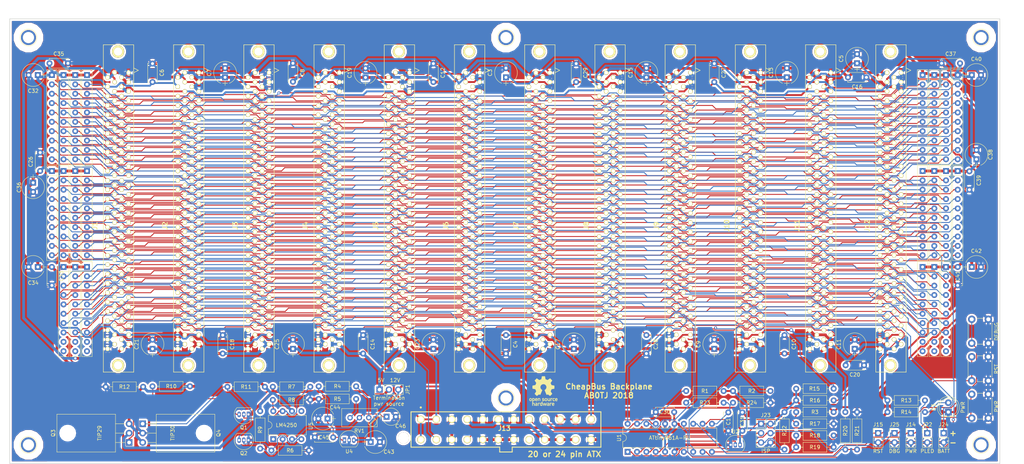
<source format=kicad_pcb>
(kicad_pcb (version 20171130) (host pcbnew "(5.0.1)-3")
  (layers (0 F.Cu signal) (31 B.Cu signal) (34 B.Paste user) (35 F.Paste user) (36 B.SilkS user) (37 F.SilkS user) (38 B.Mask user) (39 F.Mask user) (44 Edge.Cuts user))
  (net 0 "")
  (net 1 /+3.3V)
  (net 2 /~RESET)
  (net 3 /S0)
  (net 4 /S1)
  (net 5 /S2)
  (net 6 /S3)
  (net 7 /S4)
  (net 8 /S5)
  (net 9 /S6)
  (net 10 /S7)
  (net 11 /S8)
  (net 12 /S9)
  (net 13 /S10)
  (net 14 /S11)
  (net 15 /S12)
  (net 16 /S13)
  (net 17 /S14)
  (net 18 /S15)
  (net 19 /S16)
  (net 20 /S17)
  (net 21 /S18)
  (net 22 /S19)
  (net 23 /S20)
  (net 24 /S21)
  (net 25 /S22)
  (net 26 /S23)
  (net 27 /S24)
  (net 28 /S25)
  (net 29 /S26)
  (net 30 /S27)
  (net 31 /S28)
  (net 32 /S29)
  (net 33 /S30)
  (net 34 /S31)
  (net 35 /S32)
  (net 36 /S33)
  (net 37 /S34)
  (net 38 /S35)
  (net 39 /S36)
  (net 40 /S37)
  (net 41 /S38)
  (net 42 /S39)
  (net 43 /S40)
  (net 44 /S41)
  (net 45 /S42)
  (net 46 /S43)
  (net 47 /S44)
  (net 48 /S48)
  (net 49 /S49)
  (net 50 /S50)
  (net 51 /S51)
  (net 52 /S52)
  (net 53 /S53)
  (net 54 /S54)
  (net 55 /S55)
  (net 56 /S56)
  (net 57 /S57)
  (net 58 /S58)
  (net 59 /S59)
  (net 60 /S60)
  (net 61 /S61)
  (net 62 /S62)
  (net 63 /S63)
  (net 64 /S64)
  (net 65 /S65)
  (net 66 /S66)
  (net 67 /S67)
  (net 68 /S68)
  (net 69 /S69)
  (net 70 /S70)
  (net 71 /S71)
  (net 72 /S72)
  (net 73 /S73)
  (net 74 /S74)
  (net 75 /S75)
  (net 76 /S76)
  (net 77 /S77)
  (net 78 /S78)
  (net 79 /S79)
  (net 80 /S80)
  (net 81 /S81)
  (net 82 /S82)
  (net 83 /S83)
  (net 84 /S84)
  (net 85 /S86)
  (net 86 /S87)
  (net 87 /S88)
  (net 88 /S89)
  (net 89 /S90)
  (net 90 /S91)
  (net 91 /S92)
  (net 92 /S93)
  (net 93 /S94)
  (net 94 /S95)
  (net 95 /S96)
  (net 96 /S97)
  (net 97 /S98)
  (net 98 /POK)
  (net 99 /+5VSB)
  (net 100 /-5V)
  (net 101 GND)
  (net 102 /~PS_ON)
  (net 103 "Net-(J14-Pad1)")
  (net 104 +5V)
  (net 105 +12V)
  (net 106 -12V)
  (net 107 +2V8)
  (net 108 "Net-(RN5-Pad10)")
  (net 109 "Net-(RN7-Pad10)")
  (net 110 "Net-(RN10-Pad10)")
  (net 111 "Net-(RN17-Pad10)")
  (net 112 "Net-(RN19-Pad10)")
  (net 113 "Net-(RN24-Pad10)")
  (net 114 "Net-(C44-Pad1)")
  (net 115 "Net-(C46-Pad1)")
  (net 116 "Net-(Q1-Pad3)")
  (net 117 "Net-(Q2-Pad3)")
  (net 118 "Net-(R4-Pad1)")
  (net 119 "Net-(R5-Pad1)")
  (net 120 "Net-(Q2-Pad2)")
  (net 121 "Net-(Q1-Pad2)")
  (net 122 "Net-(R8-Pad1)")
  (net 123 "Net-(R9-Pad2)")
  (net 124 "Net-(U5-Pad5)")
  (net 125 "Net-(U5-Pad1)")
  (net 126 /TERMPWR)
  (net 127 "Net-(D3-Pad2)")
  (net 128 "Net-(J22-Pad1)")
  (net 129 "Net-(J15-Pad1)")
  (net 130 "Net-(J23-Pad5)")
  (net 131 "Net-(J23-Pad4)")
  (net 132 "Net-(J23-Pad3)")
  (net 133 /M12)
  (net 134 /M5)
  (net 135 /M3V3)
  (net 136 /SCL)
  (net 137 /SDA)
  (net 138 /VBAT)
  (net 139 "Net-(RN10-Pad9)")
  (net 140 "Net-(RN24-Pad9)")
  (net 141 "Net-(U1-Pad4)")
  (net 142 /~NMI)
  (net 143 "Net-(RN5-Pad9)")
  (net 144 "Net-(RN19-Pad9)")
  (net 145 "Net-(RN17-Pad9)")
  (net 146 "Net-(RN7-Pad9)")
  (net 147 /MBAT)
  (net 148 "Net-(J21-Pad1)")
  (net 149 "Net-(J20-Pad1)")
  (net 150 "Net-(J19-Pad1)")
  (net 151 "Net-(J18-Pad1)")
  (net 152 "Net-(J17-Pad1)")
  (net 153 "Net-(J16-Pad1)")
  (module Capacitors_THT:C_Disc_D5.0mm_W2.5mm_P5.00mm (layer F.Cu) (at 208.915 130.255 270)
    (fp_text reference C1 (at 2.5 0 270) (layer F.SilkS))
    (fp_text value .1uF)
    (pad 2 thru_hole circle (at 5 0 270) (size 1.6 1.6) (drill 0.8) (layers *.Cu *.Mask) (net 101 GND))
    (pad 1 thru_hole circle (at 0 0 270) (size 1.6 1.6) (drill 0.8) (layers *.Cu *.Mask) (net 147 /MBAT))
  )
  (module Resistors_THT:R_Axial_DIN0207_L6.3mm_D2.5mm_P10.16mm_Horizontal (layer F.Cu) (at 210.185 127.635)
    (fp_text reference R24 (at 5.08 0) (layer F.SilkS))
    (fp_text value 7.5M)
    (pad 1 thru_hole circle (at 0 0) (size 1.6 1.6) (drill 0.8) (layers *.Cu *.Mask) (net 147 /MBAT))
    (pad 2 thru_hole oval (at 10.16 0) (size 1.6 1.6) (drill 0.8) (layers *.Cu *.Mask) (net 101 GND))
  )
  (module Resistors_THT:R_Axial_DIN0207_L6.3mm_D2.5mm_P10.16mm_Horizontal (layer F.Cu) (at 197.485 127.635)
    (fp_text reference R23 (at 5.08 0) (layer F.SilkS))
    (fp_text value 20M)
    (pad 2 thru_hole oval (at 10.16 0) (size 1.6 1.6) (drill 0.8) (layers *.Cu *.Mask) (net 147 /MBAT))
    (pad 1 thru_hole circle (at 0 0) (size 1.6 1.6) (drill 0.8) (layers *.Cu *.Mask) (net 138 /VBAT))
  )
  (module Resistors_THT:R_Axial_DIN0207_L6.3mm_D2.5mm_P10.16mm_Horizontal (layer F.Cu) (at 227.33 127)
    (fp_text reference R16 (at 5.08 0) (layer F.SilkS))
    (fp_text value 2200)
    (pad 1 thru_hole circle (at 0 0) (size 1.6 1.6) (drill 0.8) (layers *.Cu *.Mask) (net 99 /+5VSB))
    (pad 2 thru_hole oval (at 10.16 0) (size 1.6 1.6) (drill 0.8) (layers *.Cu *.Mask) (net 136 /SCL))
  )
  (module Resistors_THT:R_Axial_DIN0207_L6.3mm_D2.5mm_P10.16mm_Horizontal (layer F.Cu) (at 227.33 123.825)
    (fp_text reference R15 (at 4.953 0) (layer F.SilkS))
    (fp_text value 2200)
    (pad 2 thru_hole oval (at 10.16 0) (size 1.6 1.6) (drill 0.8) (layers *.Cu *.Mask) (net 137 /SDA))
    (pad 1 thru_hole circle (at 0 0) (size 1.6 1.6) (drill 0.8) (layers *.Cu *.Mask) (net 99 /+5VSB))
  )
  (module Buttons_Switches_THT:SW_PUSH_6mm_h5mm (layer F.Cu) (at 274.955 111.505 90)
    (fp_text reference SW3)
    (fp_text value DEBUG (at 3.175 6.7 90) (layer F.SilkS))
    (pad 1 thru_hole circle (at 6.5 0 180) (size 2 2) (drill 1.1) (layers *.Cu *.Mask) (net 131 "Net-(J23-Pad4)"))
    (pad 2 thru_hole circle (at 6.5 4.5 180) (size 2 2) (drill 1.1) (layers *.Cu *.Mask) (net 101 GND))
    (pad 1 thru_hole circle (at 0 0 180) (size 2 2) (drill 1.1) (layers *.Cu *.Mask) (net 131 "Net-(J23-Pad4)"))
    (pad 2 thru_hole circle (at 0 4.5 180) (size 2 2) (drill 1.1) (layers *.Cu *.Mask) (net 101 GND))
  )
  (module Housings_DIP:DIP-20_W7.62mm (layer F.Cu) (at 181.61 140.97 90)
    (fp_text reference U1 (at 3.81 -2.33 90) (layer F.SilkS))
    (fp_text value ATtiny861A-PU (at 3.81 11.43 180) (layer F.SilkS))
    (pad 20 thru_hole oval (at 7.62 0 90) (size 1.6 1.6) (drill 0.8) (layers *.Cu *.Mask) (net 137 /SDA))
    (pad 10 thru_hole oval (at 0 22.86 90) (size 1.6 1.6) (drill 0.8) (layers *.Cu *.Mask) (net 130 "Net-(J23-Pad5)"))
    (pad 19 thru_hole oval (at 7.62 2.54 90) (size 1.6 1.6) (drill 0.8) (layers *.Cu *.Mask) (net 102 /~PS_ON))
    (pad 9 thru_hole oval (at 0 20.32 90) (size 1.6 1.6) (drill 0.8) (layers *.Cu *.Mask) (net 103 "Net-(J14-Pad1)"))
    (pad 18 thru_hole oval (at 7.62 5.08 90) (size 1.6 1.6) (drill 0.8) (layers *.Cu *.Mask) (net 136 /SCL))
    (pad 8 thru_hole oval (at 0 17.78 90) (size 1.6 1.6) (drill 0.8) (layers *.Cu *.Mask) (net 2 /~RESET))
    (pad 17 thru_hole oval (at 7.62 7.62 90) (size 1.6 1.6) (drill 0.8) (layers *.Cu *.Mask) (net 98 /POK))
    (pad 7 thru_hole oval (at 0 15.24 90) (size 1.6 1.6) (drill 0.8) (layers *.Cu *.Mask) (net 142 /~NMI))
    (pad 16 thru_hole oval (at 7.62 10.16 90) (size 1.6 1.6) (drill 0.8) (layers *.Cu *.Mask) (net 101 GND))
    (pad 6 thru_hole oval (at 0 12.7 90) (size 1.6 1.6) (drill 0.8) (layers *.Cu *.Mask) (net 101 GND))
    (pad 15 thru_hole oval (at 7.62 12.7 90) (size 1.6 1.6) (drill 0.8) (layers *.Cu *.Mask) (net 99 /+5VSB))
    (pad 5 thru_hole oval (at 0 10.16 90) (size 1.6 1.6) (drill 0.8) (layers *.Cu *.Mask) (net 99 /+5VSB))
    (pad 14 thru_hole oval (at 7.62 15.24 90) (size 1.6 1.6) (drill 0.8) (layers *.Cu *.Mask) (net 135 /M3V3))
    (pad 4 thru_hole oval (at 0 7.62 90) (size 1.6 1.6) (drill 0.8) (layers *.Cu *.Mask) (net 141 "Net-(U1-Pad4)"))
    (pad 13 thru_hole oval (at 7.62 17.78 90) (size 1.6 1.6) (drill 0.8) (layers *.Cu *.Mask) (net 134 /M5))
    (pad 3 thru_hole oval (at 0 5.08 90) (size 1.6 1.6) (drill 0.8) (layers *.Cu *.Mask) (net 132 "Net-(J23-Pad3)"))
    (pad 12 thru_hole oval (at 7.62 20.32 90) (size 1.6 1.6) (drill 0.8) (layers *.Cu *.Mask) (net 133 /M12))
    (pad 2 thru_hole oval (at 0 2.54 90) (size 1.6 1.6) (drill 0.8) (layers *.Cu *.Mask) (net 129 "Net-(J15-Pad1)"))
    (pad 11 thru_hole oval (at 7.62 22.86 90) (size 1.6 1.6) (drill 0.8) (layers *.Cu *.Mask) (net 147 /MBAT))
    (pad 1 thru_hole rect (at 0 0 90) (size 1.6 1.6) (drill 0.8) (layers *.Cu *.Mask) (net 131 "Net-(J23-Pad4)"))
  )
  (module Pin_Headers:Pin_Header_Straight_1x02_Pitch2.54mm (layer F.Cu) (at 254 135.89)
    (fp_text reference J25 (at 0 -2.33) (layer F.SilkS))
    (fp_text value DBG (at 0 4.87) (layer F.SilkS))
    (pad 2 thru_hole oval (at 0 2.54) (size 1.7 1.7) (drill 1) (layers *.Cu *.Mask) (net 101 GND))
    (pad 1 thru_hole rect (at 0 0) (size 1.7 1.7) (drill 1) (layers *.Cu *.Mask) (net 131 "Net-(J23-Pad4)"))
  )
  (module Pin_Headers:Pin_Header_Straight_1x02_Pitch2.54mm (layer F.Cu) (at 267.335 135.89)
    (fp_text reference J24 (at 0 -2.33) (layer F.SilkS))
    (fp_text value BATT (at 0 4.87) (layer F.SilkS))
    (pad 2 thru_hole oval (at 0 2.54) (size 1.7 1.7) (drill 1) (layers *.Cu *.Mask) (net 101 GND))
    (pad 1 thru_hole rect (at 0 0) (size 1.7 1.7) (drill 1) (layers *.Cu *.Mask) (net 138 /VBAT))
  )
  (module Symbols:OSHW-Logo_7.5x8mm_SilkScreen (layer F.Cu) (at 158.75 124.46)
    (fp_text reference LOGO1 hide)
    (fp_text value Logo_Open_Hardware_Large hide)
  )
  (module TO_SOT_Packages_THT:TO-92_Inline_Narrow_Oval (layer F.Cu) (at 209.55 139.065)
    (fp_text reference U2 (at 1.27 -3.56) (layer F.SilkS))
    (fp_text value DS18B20)
    (pad 1 thru_hole rect (at 0 0 180) (size 0.9 1.5) (drill 0.6) (layers *.Cu *.Mask) (net 101 GND))
    (pad 3 thru_hole oval (at 2.54 0 180) (size 0.9 1.5) (drill 0.6) (layers *.Cu *.Mask) (net 99 /+5VSB))
    (pad 2 thru_hole oval (at 1.27 0 180) (size 0.9 1.5) (drill 0.6) (layers *.Cu *.Mask) (net 141 "Net-(U1-Pad4)"))
  )
  (module SamacSys_Parts:JAE_TX25-120P-6ST-H1E (layer F.Cu) (at 39.37 74.93 90)
    (fp_text reference J1 (at -4.699 -2.3114 90) (layer F.SilkS) (effects (font (size 1.27 1.27) (thickness 0.254))))
    (fp_text value TX25-120P-6ST-H1E hide)
    (pad 1 thru_hole circle (at 36.83 6.858 180) (size 1.2192 1.2192) (drill 0.8128) (layers *.Cu *.Mask F.SilkS) (net 101 GND))
    (pad 2 thru_hole circle (at 35.56 4.953 180) (size 1.2192 1.2192) (drill 0.8128) (layers *.Cu *.Mask F.SilkS) (net 101 GND))
    (pad 3 thru_hole circle (at 34.29 6.858 180) (size 1.2192 1.2192) (drill 0.8128) (layers *.Cu *.Mask F.SilkS) (net 101 GND))
    (pad 4 thru_hole circle (at 33.02 4.953 180) (size 1.2192 1.2192) (drill 0.8128) (layers *.Cu *.Mask F.SilkS) (net 101 GND))
    (pad 5 thru_hole circle (at 31.75 6.858 180) (size 1.2192 1.2192) (drill 0.8128) (layers *.Cu *.Mask F.SilkS) (net 101 GND))
    (pad 6 thru_hole circle (at 30.48 4.953 180) (size 1.2192 1.2192) (drill 0.8128) (layers *.Cu *.Mask F.SilkS) (net 49 /S49))
    (pad 7 thru_hole circle (at 29.21 6.858 180) (size 1.2192 1.2192) (drill 0.8128) (layers *.Cu *.Mask F.SilkS) (net 50 /S50))
    (pad 8 thru_hole circle (at 27.94 4.953 180) (size 1.2192 1.2192) (drill 0.8128) (layers *.Cu *.Mask F.SilkS) (net 51 /S51))
    (pad 9 thru_hole circle (at 26.67 6.858 180) (size 1.2192 1.2192) (drill 0.8128) (layers *.Cu *.Mask F.SilkS) (net 48 /S48))
    (pad 10 thru_hole circle (at 25.4 4.953 180) (size 1.2192 1.2192) (drill 0.8128) (layers *.Cu *.Mask F.SilkS) (net 3 /S0))
    (pad 11 thru_hole circle (at 24.13 6.858 180) (size 1.2192 1.2192) (drill 0.8128) (layers *.Cu *.Mask F.SilkS) (net 4 /S1))
    (pad 12 thru_hole circle (at 22.86 4.953 180) (size 1.2192 1.2192) (drill 0.8128) (layers *.Cu *.Mask F.SilkS) (net 5 /S2))
    (pad 13 thru_hole circle (at 21.59 6.858 180) (size 1.2192 1.2192) (drill 0.8128) (layers *.Cu *.Mask F.SilkS) (net 6 /S3))
    (pad 14 thru_hole circle (at 20.32 4.953 180) (size 1.2192 1.2192) (drill 0.8128) (layers *.Cu *.Mask F.SilkS) (net 7 /S4))
    (pad 15 thru_hole circle (at 19.05 6.858 180) (size 1.2192 1.2192) (drill 0.8128) (layers *.Cu *.Mask F.SilkS) (net 8 /S5))
    (pad 16 thru_hole circle (at 17.78 4.953 180) (size 1.2192 1.2192) (drill 0.8128) (layers *.Cu *.Mask F.SilkS) (net 9 /S6))
    (pad 17 thru_hole circle (at 16.51 6.858 180) (size 1.2192 1.2192) (drill 0.8128) (layers *.Cu *.Mask F.SilkS) (net 10 /S7))
    (pad 18 thru_hole circle (at 15.24 4.953 180) (size 1.2192 1.2192) (drill 0.8128) (layers *.Cu *.Mask F.SilkS) (net 11 /S8))
    (pad 19 thru_hole circle (at 13.97 6.858 180) (size 1.2192 1.2192) (drill 0.8128) (layers *.Cu *.Mask F.SilkS) (net 12 /S9))
    (pad 20 thru_hole circle (at 12.7 4.953 180) (size 1.2192 1.2192) (drill 0.8128) (layers *.Cu *.Mask F.SilkS) (net 13 /S10))
    (pad 21 thru_hole circle (at 11.43 6.858 180) (size 1.2192 1.2192) (drill 0.8128) (layers *.Cu *.Mask F.SilkS) (net 14 /S11))
    (pad 22 thru_hole circle (at 10.16 4.953 180) (size 1.2192 1.2192) (drill 0.8128) (layers *.Cu *.Mask F.SilkS) (net 15 /S12))
    (pad 23 thru_hole circle (at 8.89 6.858 180) (size 1.2192 1.2192) (drill 0.8128) (layers *.Cu *.Mask F.SilkS) (net 16 /S13))
    (pad 24 thru_hole circle (at 7.62 4.953 180) (size 1.2192 1.2192) (drill 0.8128) (layers *.Cu *.Mask F.SilkS) (net 17 /S14))
    (pad 25 thru_hole circle (at 6.35 6.858 180) (size 1.2192 1.2192) (drill 0.8128) (layers *.Cu *.Mask F.SilkS) (net 18 /S15))
    (pad 26 thru_hole circle (at 5.08 4.953 180) (size 1.2192 1.2192) (drill 0.8128) (layers *.Cu *.Mask F.SilkS) (net 19 /S16))
    (pad 27 thru_hole circle (at 3.81 6.858 180) (size 1.2192 1.2192) (drill 0.8128) (layers *.Cu *.Mask F.SilkS) (net 20 /S17))
    (pad 28 thru_hole circle (at 2.54 4.953 180) (size 1.2192 1.2192) (drill 0.8128) (layers *.Cu *.Mask F.SilkS) (net 21 /S18))
    (pad 29 thru_hole circle (at 1.27 6.858 180) (size 1.2192 1.2192) (drill 0.8128) (layers *.Cu *.Mask F.SilkS) (net 22 /S19))
    (pad 30 thru_hole circle (at 0 4.953 180) (size 1.2192 1.2192) (drill 0.8128) (layers *.Cu *.Mask F.SilkS) (net 23 /S20))
    (pad 31 thru_hole circle (at -1.27 6.858 180) (size 1.2192 1.2192) (drill 0.8128) (layers *.Cu *.Mask F.SilkS) (net 24 /S21))
    (pad 32 thru_hole circle (at -2.54 4.953 180) (size 1.2192 1.2192) (drill 0.8128) (layers *.Cu *.Mask F.SilkS) (net 25 /S22))
    (pad 33 thru_hole circle (at -3.81 6.858 180) (size 1.2192 1.2192) (drill 0.8128) (layers *.Cu *.Mask F.SilkS) (net 26 /S23))
    (pad 34 thru_hole circle (at -5.08 4.953 180) (size 1.2192 1.2192) (drill 0.8128) (layers *.Cu *.Mask F.SilkS) (net 27 /S24))
    (pad 35 thru_hole circle (at -6.35 6.858 180) (size 1.2192 1.2192) (drill 0.8128) (layers *.Cu *.Mask F.SilkS) (net 28 /S25))
    (pad 36 thru_hole circle (at -7.62 4.953 180) (size 1.2192 1.2192) (drill 0.8128) (layers *.Cu *.Mask F.SilkS) (net 29 /S26))
    (pad 37 thru_hole circle (at -8.89 6.858 180) (size 1.2192 1.2192) (drill 0.8128) (layers *.Cu *.Mask F.SilkS) (net 30 /S27))
    (pad 38 thru_hole circle (at -10.16 4.953 180) (size 1.2192 1.2192) (drill 0.8128) (layers *.Cu *.Mask F.SilkS) (net 31 /S28))
    (pad 39 thru_hole circle (at -11.43 6.858 180) (size 1.2192 1.2192) (drill 0.8128) (layers *.Cu *.Mask F.SilkS) (net 32 /S29))
    (pad 40 thru_hole circle (at -12.7 4.953 180) (size 1.2192 1.2192) (drill 0.8128) (layers *.Cu *.Mask F.SilkS) (net 33 /S30))
    (pad 41 thru_hole circle (at -13.97 6.858 180) (size 1.2192 1.2192) (drill 0.8128) (layers *.Cu *.Mask F.SilkS) (net 34 /S31))
    (pad 42 thru_hole circle (at -15.24 4.953 180) (size 1.2192 1.2192) (drill 0.8128) (layers *.Cu *.Mask F.SilkS) (net 35 /S32))
    (pad 43 thru_hole circle (at -16.51 6.858 180) (size 1.2192 1.2192) (drill 0.8128) (layers *.Cu *.Mask F.SilkS) (net 36 /S33))
    (pad 44 thru_hole circle (at -17.78 4.953 180) (size 1.2192 1.2192) (drill 0.8128) (layers *.Cu *.Mask F.SilkS) (net 37 /S34))
    (pad 45 thru_hole circle (at -19.05 6.858 180) (size 1.2192 1.2192) (drill 0.8128) (layers *.Cu *.Mask F.SilkS) (net 38 /S35))
    (pad 46 thru_hole circle (at -20.32 4.953 180) (size 1.2192 1.2192) (drill 0.8128) (layers *.Cu *.Mask F.SilkS) (net 39 /S36))
    (pad 47 thru_hole circle (at -21.59 6.858 180) (size 1.2192 1.2192) (drill 0.8128) (layers *.Cu *.Mask F.SilkS) (net 40 /S37))
    (pad 48 thru_hole circle (at -22.86 4.953 180) (size 1.2192 1.2192) (drill 0.8128) (layers *.Cu *.Mask F.SilkS) (net 41 /S38))
    (pad 49 thru_hole circle (at -24.13 6.858 180) (size 1.2192 1.2192) (drill 0.8128) (layers *.Cu *.Mask F.SilkS) (net 42 /S39))
    (pad 50 thru_hole circle (at -25.4 4.953 180) (size 1.2192 1.2192) (drill 0.8128) (layers *.Cu *.Mask F.SilkS) (net 43 /S40))
    (pad 51 thru_hole circle (at -26.67 6.858 180) (size 1.2192 1.2192) (drill 0.8128) (layers *.Cu *.Mask F.SilkS) (net 44 /S41))
    (pad 52 thru_hole circle (at -27.94 4.953 180) (size 1.2192 1.2192) (drill 0.8128) (layers *.Cu *.Mask F.SilkS) (net 45 /S42))
    (pad 53 thru_hole circle (at -29.21 6.858 180) (size 1.2192 1.2192) (drill 0.8128) (layers *.Cu *.Mask F.SilkS) (net 46 /S43))
    (pad 54 thru_hole circle (at -30.48 4.953 180) (size 1.2192 1.2192) (drill 0.8128) (layers *.Cu *.Mask F.SilkS) (net 47 /S44))
    (pad 55 thru_hole circle (at -31.75 6.858 180) (size 1.2192 1.2192) (drill 0.8128) (layers *.Cu *.Mask F.SilkS) (net 138 /VBAT))
    (pad 56 thru_hole circle (at -33.02 4.953 180) (size 1.2192 1.2192) (drill 0.8128) (layers *.Cu *.Mask F.SilkS) (net 106 -12V))
    (pad 57 thru_hole circle (at -34.29 6.858 180) (size 1.2192 1.2192) (drill 0.8128) (layers *.Cu *.Mask F.SilkS) (net 1 /+3.3V))
    (pad 58 thru_hole circle (at -35.56 4.953 180) (size 1.2192 1.2192) (drill 0.8128) (layers *.Cu *.Mask F.SilkS) (net 104 +5V))
    (pad 59 thru_hole circle (at -36.83 6.858 180) (size 1.2192 1.2192) (drill 0.8128) (layers *.Cu *.Mask F.SilkS) (net 104 +5V))
    (pad 60 thru_hole circle (at -38.1 4.953 180) (size 1.2192 1.2192) (drill 0.8128) (layers *.Cu *.Mask F.SilkS) (net 104 +5V))
    (pad 61 thru_hole circle (at 36.83 3.048 180) (size 1.2192 1.2192) (drill 0.8128) (layers *.Cu *.Mask F.SilkS) (net 104 +5V))
    (pad 62 thru_hole circle (at 35.56 1.143 180) (size 1.2192 1.2192) (drill 0.8128) (layers *.Cu *.Mask F.SilkS) (net 104 +5V))
    (pad 63 thru_hole circle (at 34.29 3.048 180) (size 1.2192 1.2192) (drill 0.8128) (layers *.Cu *.Mask F.SilkS) (net 99 /+5VSB))
    (pad 64 thru_hole circle (at 33.02 1.143 180) (size 1.2192 1.2192) (drill 0.8128) (layers *.Cu *.Mask F.SilkS) (net 1 /+3.3V))
    (pad 65 thru_hole circle (at 31.75 3.048 180) (size 1.2192 1.2192) (drill 0.8128) (layers *.Cu *.Mask F.SilkS) (net 105 +12V))
    (pad 66 thru_hole circle (at 30.48 1.143 180) (size 1.2192 1.2192) (drill 0.8128) (layers *.Cu *.Mask F.SilkS) (net 52 /S52))
    (pad 67 thru_hole circle (at 29.21 3.048 180) (size 1.2192 1.2192) (drill 0.8128) (layers *.Cu *.Mask F.SilkS) (net 53 /S53))
    (pad 68 thru_hole circle (at 27.94 1.143 180) (size 1.2192 1.2192) (drill 0.8128) (layers *.Cu *.Mask F.SilkS) (net 54 /S54))
    (pad 69 thru_hole circle (at 26.67 3.048 180) (size 1.2192 1.2192) (drill 0.8128) (layers *.Cu *.Mask F.SilkS) (net 55 /S55))
    (pad 70 thru_hole circle (at 25.4 1.143 180) (size 1.2192 1.2192) (drill 0.8128) (layers *.Cu *.Mask F.SilkS) (net 56 /S56))
    (pad 71 thru_hole circle (at 24.13 3.048 180) (size 1.2192 1.2192) (drill 0.8128) (layers *.Cu *.Mask F.SilkS) (net 57 /S57))
    (pad 72 thru_hole circle (at 22.86 1.143 180) (size 1.2192 1.2192) (drill 0.8128) (layers *.Cu *.Mask F.SilkS) (net 58 /S58))
    (pad 73 thru_hole circle (at 21.59 3.048 180) (size 1.2192 1.2192) (drill 0.8128) (layers *.Cu *.Mask F.SilkS) (net 59 /S59))
    (pad 74 thru_hole circle (at 20.32 1.143 180) (size 1.2192 1.2192) (drill 0.8128) (layers *.Cu *.Mask F.SilkS) (net 60 /S60))
    (pad 75 thru_hole circle (at 19.05 3.048 180) (size 1.2192 1.2192) (drill 0.8128) (layers *.Cu *.Mask F.SilkS) (net 61 /S61))
    (pad 76 thru_hole circle (at 17.78 1.143 180) (size 1.2192 1.2192) (drill 0.8128) (layers *.Cu *.Mask F.SilkS) (net 62 /S62))
    (pad 77 thru_hole circle (at 16.51 3.048 180) (size 1.2192 1.2192) (drill 0.8128) (layers *.Cu *.Mask F.SilkS) (net 63 /S63))
    (pad 78 thru_hole circle (at 15.24 1.143 180) (size 1.2192 1.2192) (drill 0.8128) (layers *.Cu *.Mask F.SilkS) (net 64 /S64))
    (pad 79 thru_hole circle (at 13.97 3.048 180) (size 1.2192 1.2192) (drill 0.8128) (layers *.Cu *.Mask F.SilkS) (net 65 /S65))
    (pad 80 thru_hole circle (at 12.7 1.143 180) (size 1.2192 1.2192) (drill 0.8128) (layers *.Cu *.Mask F.SilkS) (net 66 /S66))
    (pad 81 thru_hole circle (at 11.43 3.048 180) (size 1.2192 1.2192) (drill 0.8128) (layers *.Cu *.Mask F.SilkS) (net 67 /S67))
    (pad 82 thru_hole circle (at 10.16 1.143 180) (size 1.2192 1.2192) (drill 0.8128) (layers *.Cu *.Mask F.SilkS) (net 68 /S68))
    (pad 83 thru_hole circle (at 8.89 3.048 180) (size 1.2192 1.2192) (drill 0.8128) (layers *.Cu *.Mask F.SilkS) (net 69 /S69))
    (pad 84 thru_hole circle (at 7.62 1.143 180) (size 1.2192 1.2192) (drill 0.8128) (layers *.Cu *.Mask F.SilkS) (net 70 /S70))
    (pad 85 thru_hole circle (at 6.35 3.048 180) (size 1.2192 1.2192) (drill 0.8128) (layers *.Cu *.Mask F.SilkS) (net 71 /S71))
    (pad 86 thru_hole circle (at 5.08 1.143 180) (size 1.2192 1.2192) (drill 0.8128) (layers *.Cu *.Mask F.SilkS) (net 72 /S72))
    (pad 87 thru_hole circle (at 3.81 3.048 180) (size 1.2192 1.2192) (drill 0.8128) (layers *.Cu *.Mask F.SilkS) (net 73 /S73))
    (pad 88 thru_hole circle (at 2.54 1.143 180) (size 1.2192 1.2192) (drill 0.8128) (layers *.Cu *.Mask F.SilkS) (net 74 /S74))
    (pad 89 thru_hole circle (at 1.27 3.048 180) (size 1.2192 1.2192) (drill 0.8128) (layers *.Cu *.Mask F.SilkS) (net 75 /S75))
    (pad 90 thru_hole circle (at 0 1.143 180) (size 1.2192 1.2192) (drill 0.8128) (layers *.Cu *.Mask F.SilkS) (net 76 /S76))
    (pad 91 thru_hole circle (at -1.27 3.048 180) (size 1.2192 1.2192) (drill 0.8128) (layers *.Cu *.Mask F.SilkS) (net 77 /S77))
    (pad 92 thru_hole circle (at -2.54 1.143 180) (size 1.2192 1.2192) (drill 0.8128) (layers *.Cu *.Mask F.SilkS) (net 78 /S78))
    (pad 93 thru_hole circle (at -3.81 3.048 180) (size 1.2192 1.2192) (drill 0.8128) (layers *.Cu *.Mask F.SilkS) (net 79 /S79))
    (pad 94 thru_hole circle (at -5.08 1.143 180) (size 1.2192 1.2192) (drill 0.8128) (layers *.Cu *.Mask F.SilkS) (net 80 /S80))
    (pad 95 thru_hole circle (at -6.35 3.048 180) (size 1.2192 1.2192) (drill 0.8128) (layers *.Cu *.Mask F.SilkS) (net 81 /S81))
    (pad 96 thru_hole circle (at -7.62 1.143 180) (size 1.2192 1.2192) (drill 0.8128) (layers *.Cu *.Mask F.SilkS) (net 82 /S82))
    (pad 97 thru_hole circle (at -8.89 3.048 180) (size 1.2192 1.2192) (drill 0.8128) (layers *.Cu *.Mask F.SilkS) (net 83 /S83))
    (pad 98 thru_hole circle (at -10.16 1.143 180) (size 1.2192 1.2192) (drill 0.8128) (layers *.Cu *.Mask F.SilkS) (net 84 /S84))
    (pad 99 thru_hole circle (at -11.43 3.048 180) (size 1.2192 1.2192) (drill 0.8128) (layers *.Cu *.Mask F.SilkS) (net 142 /~NMI))
    (pad 100 thru_hole circle (at -12.7 1.143 180) (size 1.2192 1.2192) (drill 0.8128) (layers *.Cu *.Mask F.SilkS) (net 85 /S86))
    (pad 101 thru_hole circle (at -13.97 3.048 180) (size 1.2192 1.2192) (drill 0.8128) (layers *.Cu *.Mask F.SilkS) (net 86 /S87))
    (pad 102 thru_hole circle (at -15.24 1.143 180) (size 1.2192 1.2192) (drill 0.8128) (layers *.Cu *.Mask F.SilkS) (net 87 /S88))
    (pad 103 thru_hole circle (at -16.51 3.048 180) (size 1.2192 1.2192) (drill 0.8128) (layers *.Cu *.Mask F.SilkS) (net 88 /S89))
    (pad 104 thru_hole circle (at -17.78 1.143 180) (size 1.2192 1.2192) (drill 0.8128) (layers *.Cu *.Mask F.SilkS) (net 89 /S90))
    (pad 105 thru_hole circle (at -19.05 3.048 180) (size 1.2192 1.2192) (drill 0.8128) (layers *.Cu *.Mask F.SilkS) (net 90 /S91))
    (pad 106 thru_hole circle (at -20.32 1.143 180) (size 1.2192 1.2192) (drill 0.8128) (layers *.Cu *.Mask F.SilkS) (net 91 /S92))
    (pad 107 thru_hole circle (at -21.59 3.048 180) (size 1.2192 1.2192) (drill 0.8128) (layers *.Cu *.Mask F.SilkS) (net 92 /S93))
    (pad 108 thru_hole circle (at -22.86 1.143 180) (size 1.2192 1.2192) (drill 0.8128) (layers *.Cu *.Mask F.SilkS) (net 93 /S94))
    (pad 109 thru_hole circle (at -24.13 3.048 180) (size 1.2192 1.2192) (drill 0.8128) (layers *.Cu *.Mask F.SilkS) (net 94 /S95))
    (pad 110 thru_hole circle (at -25.4 1.143 180) (size 1.2192 1.2192) (drill 0.8128) (layers *.Cu *.Mask F.SilkS) (net 95 /S96))
    (pad 111 thru_hole circle (at -26.67 3.048 180) (size 1.2192 1.2192) (drill 0.8128) (layers *.Cu *.Mask F.SilkS) (net 96 /S97))
    (pad 112 thru_hole circle (at -27.94 1.143 180) (size 1.2192 1.2192) (drill 0.8128) (layers *.Cu *.Mask F.SilkS) (net 97 /S98))
    (pad 113 thru_hole circle (at -29.21 3.048 180) (size 1.2192 1.2192) (drill 0.8128) (layers *.Cu *.Mask F.SilkS) (net 137 /SDA))
    (pad 114 thru_hole circle (at -30.48 1.143 180) (size 1.2192 1.2192) (drill 0.8128) (layers *.Cu *.Mask F.SilkS) (net 136 /SCL))
    (pad 115 thru_hole circle (at -31.75 3.048 180) (size 1.2192 1.2192) (drill 0.8128) (layers *.Cu *.Mask F.SilkS) (net 2 /~RESET))
    (pad 116 thru_hole circle (at -33.02 1.143 180) (size 1.2192 1.2192) (drill 0.8128) (layers *.Cu *.Mask F.SilkS) (net 101 GND))
    (pad 117 thru_hole circle (at -34.29 3.048 180) (size 1.2192 1.2192) (drill 0.8128) (layers *.Cu *.Mask F.SilkS) (net 101 GND))
    (pad 118 thru_hole circle (at -35.56 1.143 180) (size 1.2192 1.2192) (drill 0.8128) (layers *.Cu *.Mask F.SilkS) (net 101 GND))
    (pad 119 thru_hole circle (at -36.83 3.048 180) (size 1.2192 1.2192) (drill 0.8128) (layers *.Cu *.Mask F.SilkS) (net 101 GND))
    (pad 120 thru_hole circle (at -38.1 1.143 180) (size 1.2192 1.2192) (drill 0.8128) (layers *.Cu *.Mask F.SilkS) (net 101 GND))
    (pad 121 thru_hole circle (at -42.545 3.9878 180) (size 3.3147 3.3147) (drill 2.2098) (layers *.Cu *.Mask F.SilkS))
    (pad 122 thru_hole circle (at 42.545 3.9878 180) (size 3.3147 3.3147) (drill 2.2098) (layers *.Cu *.Mask F.SilkS))
  )
  (module SamacSys_Parts:JAE_TX25-120P-6ST-H1E (layer F.Cu) (at 58.42 74.93 90)
    (fp_text reference J2 (at -4.699 -2.3114 90) (layer F.SilkS) (effects (font (size 1.27 1.27) (thickness 0.254))))
    (fp_text value TX25-120P-6ST-H1E hide)
    (pad 1 thru_hole circle (at 36.83 6.858 180) (size 1.2192 1.2192) (drill 0.8128) (layers *.Cu *.Mask F.SilkS) (net 101 GND))
    (pad 2 thru_hole circle (at 35.56 4.953 180) (size 1.2192 1.2192) (drill 0.8128) (layers *.Cu *.Mask F.SilkS) (net 101 GND))
    (pad 3 thru_hole circle (at 34.29 6.858 180) (size 1.2192 1.2192) (drill 0.8128) (layers *.Cu *.Mask F.SilkS) (net 101 GND))
    (pad 4 thru_hole circle (at 33.02 4.953 180) (size 1.2192 1.2192) (drill 0.8128) (layers *.Cu *.Mask F.SilkS) (net 101 GND))
    (pad 5 thru_hole circle (at 31.75 6.858 180) (size 1.2192 1.2192) (drill 0.8128) (layers *.Cu *.Mask F.SilkS) (net 101 GND))
    (pad 6 thru_hole circle (at 30.48 4.953 180) (size 1.2192 1.2192) (drill 0.8128) (layers *.Cu *.Mask F.SilkS) (net 49 /S49))
    (pad 7 thru_hole circle (at 29.21 6.858 180) (size 1.2192 1.2192) (drill 0.8128) (layers *.Cu *.Mask F.SilkS) (net 50 /S50))
    (pad 8 thru_hole circle (at 27.94 4.953 180) (size 1.2192 1.2192) (drill 0.8128) (layers *.Cu *.Mask F.SilkS) (net 51 /S51))
    (pad 9 thru_hole circle (at 26.67 6.858 180) (size 1.2192 1.2192) (drill 0.8128) (layers *.Cu *.Mask F.SilkS) (net 48 /S48))
    (pad 10 thru_hole circle (at 25.4 4.953 180) (size 1.2192 1.2192) (drill 0.8128) (layers *.Cu *.Mask F.SilkS) (net 3 /S0))
    (pad 11 thru_hole circle (at 24.13 6.858 180) (size 1.2192 1.2192) (drill 0.8128) (layers *.Cu *.Mask F.SilkS) (net 4 /S1))
    (pad 12 thru_hole circle (at 22.86 4.953 180) (size 1.2192 1.2192) (drill 0.8128) (layers *.Cu *.Mask F.SilkS) (net 5 /S2))
    (pad 13 thru_hole circle (at 21.59 6.858 180) (size 1.2192 1.2192) (drill 0.8128) (layers *.Cu *.Mask F.SilkS) (net 6 /S3))
    (pad 14 thru_hole circle (at 20.32 4.953 180) (size 1.2192 1.2192) (drill 0.8128) (layers *.Cu *.Mask F.SilkS) (net 7 /S4))
    (pad 15 thru_hole circle (at 19.05 6.858 180) (size 1.2192 1.2192) (drill 0.8128) (layers *.Cu *.Mask F.SilkS) (net 8 /S5))
    (pad 16 thru_hole circle (at 17.78 4.953 180) (size 1.2192 1.2192) (drill 0.8128) (layers *.Cu *.Mask F.SilkS) (net 9 /S6))
    (pad 17 thru_hole circle (at 16.51 6.858 180) (size 1.2192 1.2192) (drill 0.8128) (layers *.Cu *.Mask F.SilkS) (net 10 /S7))
    (pad 18 thru_hole circle (at 15.24 4.953 180) (size 1.2192 1.2192) (drill 0.8128) (layers *.Cu *.Mask F.SilkS) (net 11 /S8))
    (pad 19 thru_hole circle (at 13.97 6.858 180) (size 1.2192 1.2192) (drill 0.8128) (layers *.Cu *.Mask F.SilkS) (net 12 /S9))
    (pad 20 thru_hole circle (at 12.7 4.953 180) (size 1.2192 1.2192) (drill 0.8128) (layers *.Cu *.Mask F.SilkS) (net 13 /S10))
    (pad 21 thru_hole circle (at 11.43 6.858 180) (size 1.2192 1.2192) (drill 0.8128) (layers *.Cu *.Mask F.SilkS) (net 14 /S11))
    (pad 22 thru_hole circle (at 10.16 4.953 180) (size 1.2192 1.2192) (drill 0.8128) (layers *.Cu *.Mask F.SilkS) (net 15 /S12))
    (pad 23 thru_hole circle (at 8.89 6.858 180) (size 1.2192 1.2192) (drill 0.8128) (layers *.Cu *.Mask F.SilkS) (net 16 /S13))
    (pad 24 thru_hole circle (at 7.62 4.953 180) (size 1.2192 1.2192) (drill 0.8128) (layers *.Cu *.Mask F.SilkS) (net 17 /S14))
    (pad 25 thru_hole circle (at 6.35 6.858 180) (size 1.2192 1.2192) (drill 0.8128) (layers *.Cu *.Mask F.SilkS) (net 18 /S15))
    (pad 26 thru_hole circle (at 5.08 4.953 180) (size 1.2192 1.2192) (drill 0.8128) (layers *.Cu *.Mask F.SilkS) (net 19 /S16))
    (pad 27 thru_hole circle (at 3.81 6.858 180) (size 1.2192 1.2192) (drill 0.8128) (layers *.Cu *.Mask F.SilkS) (net 20 /S17))
    (pad 28 thru_hole circle (at 2.54 4.953 180) (size 1.2192 1.2192) (drill 0.8128) (layers *.Cu *.Mask F.SilkS) (net 21 /S18))
    (pad 29 thru_hole circle (at 1.27 6.858 180) (size 1.2192 1.2192) (drill 0.8128) (layers *.Cu *.Mask F.SilkS) (net 22 /S19))
    (pad 30 thru_hole circle (at 0 4.953 180) (size 1.2192 1.2192) (drill 0.8128) (layers *.Cu *.Mask F.SilkS) (net 23 /S20))
    (pad 31 thru_hole circle (at -1.27 6.858 180) (size 1.2192 1.2192) (drill 0.8128) (layers *.Cu *.Mask F.SilkS) (net 24 /S21))
    (pad 32 thru_hole circle (at -2.54 4.953 180) (size 1.2192 1.2192) (drill 0.8128) (layers *.Cu *.Mask F.SilkS) (net 25 /S22))
    (pad 33 thru_hole circle (at -3.81 6.858 180) (size 1.2192 1.2192) (drill 0.8128) (layers *.Cu *.Mask F.SilkS) (net 26 /S23))
    (pad 34 thru_hole circle (at -5.08 4.953 180) (size 1.2192 1.2192) (drill 0.8128) (layers *.Cu *.Mask F.SilkS) (net 27 /S24))
    (pad 35 thru_hole circle (at -6.35 6.858 180) (size 1.2192 1.2192) (drill 0.8128) (layers *.Cu *.Mask F.SilkS) (net 28 /S25))
    (pad 36 thru_hole circle (at -7.62 4.953 180) (size 1.2192 1.2192) (drill 0.8128) (layers *.Cu *.Mask F.SilkS) (net 29 /S26))
    (pad 37 thru_hole circle (at -8.89 6.858 180) (size 1.2192 1.2192) (drill 0.8128) (layers *.Cu *.Mask F.SilkS) (net 30 /S27))
    (pad 38 thru_hole circle (at -10.16 4.953 180) (size 1.2192 1.2192) (drill 0.8128) (layers *.Cu *.Mask F.SilkS) (net 31 /S28))
    (pad 39 thru_hole circle (at -11.43 6.858 180) (size 1.2192 1.2192) (drill 0.8128) (layers *.Cu *.Mask F.SilkS) (net 32 /S29))
    (pad 40 thru_hole circle (at -12.7 4.953 180) (size 1.2192 1.2192) (drill 0.8128) (layers *.Cu *.Mask F.SilkS) (net 33 /S30))
    (pad 41 thru_hole circle (at -13.97 6.858 180) (size 1.2192 1.2192) (drill 0.8128) (layers *.Cu *.Mask F.SilkS) (net 34 /S31))
    (pad 42 thru_hole circle (at -15.24 4.953 180) (size 1.2192 1.2192) (drill 0.8128) (layers *.Cu *.Mask F.SilkS) (net 35 /S32))
    (pad 43 thru_hole circle (at -16.51 6.858 180) (size 1.2192 1.2192) (drill 0.8128) (layers *.Cu *.Mask F.SilkS) (net 36 /S33))
    (pad 44 thru_hole circle (at -17.78 4.953 180) (size 1.2192 1.2192) (drill 0.8128) (layers *.Cu *.Mask F.SilkS) (net 37 /S34))
    (pad 45 thru_hole circle (at -19.05 6.858 180) (size 1.2192 1.2192) (drill 0.8128) (layers *.Cu *.Mask F.SilkS) (net 38 /S35))
    (pad 46 thru_hole circle (at -20.32 4.953 180) (size 1.2192 1.2192) (drill 0.8128) (layers *.Cu *.Mask F.SilkS) (net 39 /S36))
    (pad 47 thru_hole circle (at -21.59 6.858 180) (size 1.2192 1.2192) (drill 0.8128) (layers *.Cu *.Mask F.SilkS) (net 40 /S37))
    (pad 48 thru_hole circle (at -22.86 4.953 180) (size 1.2192 1.2192) (drill 0.8128) (layers *.Cu *.Mask F.SilkS) (net 41 /S38))
    (pad 49 thru_hole circle (at -24.13 6.858 180) (size 1.2192 1.2192) (drill 0.8128) (layers *.Cu *.Mask F.SilkS) (net 42 /S39))
    (pad 50 thru_hole circle (at -25.4 4.953 180) (size 1.2192 1.2192) (drill 0.8128) (layers *.Cu *.Mask F.SilkS) (net 43 /S40))
    (pad 51 thru_hole circle (at -26.67 6.858 180) (size 1.2192 1.2192) (drill 0.8128) (layers *.Cu *.Mask F.SilkS) (net 44 /S41))
    (pad 52 thru_hole circle (at -27.94 4.953 180) (size 1.2192 1.2192) (drill 0.8128) (layers *.Cu *.Mask F.SilkS) (net 45 /S42))
    (pad 53 thru_hole circle (at -29.21 6.858 180) (size 1.2192 1.2192) (drill 0.8128) (layers *.Cu *.Mask F.SilkS) (net 46 /S43))
    (pad 54 thru_hole circle (at -30.48 4.953 180) (size 1.2192 1.2192) (drill 0.8128) (layers *.Cu *.Mask F.SilkS) (net 47 /S44))
    (pad 55 thru_hole circle (at -31.75 6.858 180) (size 1.2192 1.2192) (drill 0.8128) (layers *.Cu *.Mask F.SilkS) (net 138 /VBAT))
    (pad 56 thru_hole circle (at -33.02 4.953 180) (size 1.2192 1.2192) (drill 0.8128) (layers *.Cu *.Mask F.SilkS) (net 106 -12V))
    (pad 57 thru_hole circle (at -34.29 6.858 180) (size 1.2192 1.2192) (drill 0.8128) (layers *.Cu *.Mask F.SilkS) (net 1 /+3.3V))
    (pad 58 thru_hole circle (at -35.56 4.953 180) (size 1.2192 1.2192) (drill 0.8128) (layers *.Cu *.Mask F.SilkS) (net 104 +5V))
    (pad 59 thru_hole circle (at -36.83 6.858 180) (size 1.2192 1.2192) (drill 0.8128) (layers *.Cu *.Mask F.SilkS) (net 104 +5V))
    (pad 60 thru_hole circle (at -38.1 4.953 180) (size 1.2192 1.2192) (drill 0.8128) (layers *.Cu *.Mask F.SilkS) (net 104 +5V))
    (pad 61 thru_hole circle (at 36.83 3.048 180) (size 1.2192 1.2192) (drill 0.8128) (layers *.Cu *.Mask F.SilkS) (net 104 +5V))
    (pad 62 thru_hole circle (at 35.56 1.143 180) (size 1.2192 1.2192) (drill 0.8128) (layers *.Cu *.Mask F.SilkS) (net 104 +5V))
    (pad 63 thru_hole circle (at 34.29 3.048 180) (size 1.2192 1.2192) (drill 0.8128) (layers *.Cu *.Mask F.SilkS) (net 99 /+5VSB))
    (pad 64 thru_hole circle (at 33.02 1.143 180) (size 1.2192 1.2192) (drill 0.8128) (layers *.Cu *.Mask F.SilkS) (net 1 /+3.3V))
    (pad 65 thru_hole circle (at 31.75 3.048 180) (size 1.2192 1.2192) (drill 0.8128) (layers *.Cu *.Mask F.SilkS) (net 105 +12V))
    (pad 66 thru_hole circle (at 30.48 1.143 180) (size 1.2192 1.2192) (drill 0.8128) (layers *.Cu *.Mask F.SilkS) (net 52 /S52))
    (pad 67 thru_hole circle (at 29.21 3.048 180) (size 1.2192 1.2192) (drill 0.8128) (layers *.Cu *.Mask F.SilkS) (net 53 /S53))
    (pad 68 thru_hole circle (at 27.94 1.143 180) (size 1.2192 1.2192) (drill 0.8128) (layers *.Cu *.Mask F.SilkS) (net 54 /S54))
    (pad 69 thru_hole circle (at 26.67 3.048 180) (size 1.2192 1.2192) (drill 0.8128) (layers *.Cu *.Mask F.SilkS) (net 55 /S55))
    (pad 70 thru_hole circle (at 25.4 1.143 180) (size 1.2192 1.2192) (drill 0.8128) (layers *.Cu *.Mask F.SilkS) (net 56 /S56))
    (pad 71 thru_hole circle (at 24.13 3.048 180) (size 1.2192 1.2192) (drill 0.8128) (layers *.Cu *.Mask F.SilkS) (net 57 /S57))
    (pad 72 thru_hole circle (at 22.86 1.143 180) (size 1.2192 1.2192) (drill 0.8128) (layers *.Cu *.Mask F.SilkS) (net 58 /S58))
    (pad 73 thru_hole circle (at 21.59 3.048 180) (size 1.2192 1.2192) (drill 0.8128) (layers *.Cu *.Mask F.SilkS) (net 59 /S59))
    (pad 74 thru_hole circle (at 20.32 1.143 180) (size 1.2192 1.2192) (drill 0.8128) (layers *.Cu *.Mask F.SilkS) (net 60 /S60))
    (pad 75 thru_hole circle (at 19.05 3.048 180) (size 1.2192 1.2192) (drill 0.8128) (layers *.Cu *.Mask F.SilkS) (net 61 /S61))
    (pad 76 thru_hole circle (at 17.78 1.143 180) (size 1.2192 1.2192) (drill 0.8128) (layers *.Cu *.Mask F.SilkS) (net 62 /S62))
    (pad 77 thru_hole circle (at 16.51 3.048 180) (size 1.2192 1.2192) (drill 0.8128) (layers *.Cu *.Mask F.SilkS) (net 63 /S63))
    (pad 78 thru_hole circle (at 15.24 1.143 180) (size 1.2192 1.2192) (drill 0.8128) (layers *.Cu *.Mask F.SilkS) (net 64 /S64))
    (pad 79 thru_hole circle (at 13.97 3.048 180) (size 1.2192 1.2192) (drill 0.8128) (layers *.Cu *.Mask F.SilkS) (net 65 /S65))
    (pad 80 thru_hole circle (at 12.7 1.143 180) (size 1.2192 1.2192) (drill 0.8128) (layers *.Cu *.Mask F.SilkS) (net 66 /S66))
    (pad 81 thru_hole circle (at 11.43 3.048 180) (size 1.2192 1.2192) (drill 0.8128) (layers *.Cu *.Mask F.SilkS) (net 67 /S67))
    (pad 82 thru_hole circle (at 10.16 1.143 180) (size 1.2192 1.2192) (drill 0.8128) (layers *.Cu *.Mask F.SilkS) (net 68 /S68))
    (pad 83 thru_hole circle (at 8.89 3.048 180) (size 1.2192 1.2192) (drill 0.8128) (layers *.Cu *.Mask F.SilkS) (net 69 /S69))
    (pad 84 thru_hole circle (at 7.62 1.143 180) (size 1.2192 1.2192) (drill 0.8128) (layers *.Cu *.Mask F.SilkS) (net 70 /S70))
    (pad 85 thru_hole circle (at 6.35 3.048 180) (size 1.2192 1.2192) (drill 0.8128) (layers *.Cu *.Mask F.SilkS) (net 71 /S71))
    (pad 86 thru_hole circle (at 5.08 1.143 180) (size 1.2192 1.2192) (drill 0.8128) (layers *.Cu *.Mask F.SilkS) (net 72 /S72))
    (pad 87 thru_hole circle (at 3.81 3.048 180) (size 1.2192 1.2192) (drill 0.8128) (layers *.Cu *.Mask F.SilkS) (net 73 /S73))
    (pad 88 thru_hole circle (at 2.54 1.143 180) (size 1.2192 1.2192) (drill 0.8128) (layers *.Cu *.Mask F.SilkS) (net 74 /S74))
    (pad 89 thru_hole circle (at 1.27 3.048 180) (size 1.2192 1.2192) (drill 0.8128) (layers *.Cu *.Mask F.SilkS) (net 75 /S75))
    (pad 90 thru_hole circle (at 0 1.143 180) (size 1.2192 1.2192) (drill 0.8128) (layers *.Cu *.Mask F.SilkS) (net 76 /S76))
    (pad 91 thru_hole circle (at -1.27 3.048 180) (size 1.2192 1.2192) (drill 0.8128) (layers *.Cu *.Mask F.SilkS) (net 77 /S77))
    (pad 92 thru_hole circle (at -2.54 1.143 180) (size 1.2192 1.2192) (drill 0.8128) (layers *.Cu *.Mask F.SilkS) (net 78 /S78))
    (pad 93 thru_hole circle (at -3.81 3.048 180) (size 1.2192 1.2192) (drill 0.8128) (layers *.Cu *.Mask F.SilkS) (net 79 /S79))
    (pad 94 thru_hole circle (at -5.08 1.143 180) (size 1.2192 1.2192) (drill 0.8128) (layers *.Cu *.Mask F.SilkS) (net 80 /S80))
    (pad 95 thru_hole circle (at -6.35 3.048 180) (size 1.2192 1.2192) (drill 0.8128) (layers *.Cu *.Mask F.SilkS) (net 81 /S81))
    (pad 96 thru_hole circle (at -7.62 1.143 180) (size 1.2192 1.2192) (drill 0.8128) (layers *.Cu *.Mask F.SilkS) (net 82 /S82))
    (pad 97 thru_hole circle (at -8.89 3.048 180) (size 1.2192 1.2192) (drill 0.8128) (layers *.Cu *.Mask F.SilkS) (net 83 /S83))
    (pad 98 thru_hole circle (at -10.16 1.143 180) (size 1.2192 1.2192) (drill 0.8128) (layers *.Cu *.Mask F.SilkS) (net 84 /S84))
    (pad 99 thru_hole circle (at -11.43 3.048 180) (size 1.2192 1.2192) (drill 0.8128) (layers *.Cu *.Mask F.SilkS) (net 142 /~NMI))
    (pad 100 thru_hole circle (at -12.7 1.143 180) (size 1.2192 1.2192) (drill 0.8128) (layers *.Cu *.Mask F.SilkS) (net 85 /S86))
    (pad 101 thru_hole circle (at -13.97 3.048 180) (size 1.2192 1.2192) (drill 0.8128) (layers *.Cu *.Mask F.SilkS) (net 86 /S87))
    (pad 102 thru_hole circle (at -15.24 1.143 180) (size 1.2192 1.2192) (drill 0.8128) (layers *.Cu *.Mask F.SilkS) (net 87 /S88))
    (pad 103 thru_hole circle (at -16.51 3.048 180) (size 1.2192 1.2192) (drill 0.8128) (layers *.Cu *.Mask F.SilkS) (net 88 /S89))
    (pad 104 thru_hole circle (at -17.78 1.143 180) (size 1.2192 1.2192) (drill 0.8128) (layers *.Cu *.Mask F.SilkS) (net 89 /S90))
    (pad 105 thru_hole circle (at -19.05 3.048 180) (size 1.2192 1.2192) (drill 0.8128) (layers *.Cu *.Mask F.SilkS) (net 90 /S91))
    (pad 106 thru_hole circle (at -20.32 1.143 180) (size 1.2192 1.2192) (drill 0.8128) (layers *.Cu *.Mask F.SilkS) (net 91 /S92))
    (pad 107 thru_hole circle (at -21.59 3.048 180) (size 1.2192 1.2192) (drill 0.8128) (layers *.Cu *.Mask F.SilkS) (net 92 /S93))
    (pad 108 thru_hole circle (at -22.86 1.143 180) (size 1.2192 1.2192) (drill 0.8128) (layers *.Cu *.Mask F.SilkS) (net 93 /S94))
    (pad 109 thru_hole circle (at -24.13 3.048 180) (size 1.2192 1.2192) (drill 0.8128) (layers *.Cu *.Mask F.SilkS) (net 94 /S95))
    (pad 110 thru_hole circle (at -25.4 1.143 180) (size 1.2192 1.2192) (drill 0.8128) (layers *.Cu *.Mask F.SilkS) (net 95 /S96))
    (pad 111 thru_hole circle (at -26.67 3.048 180) (size 1.2192 1.2192) (drill 0.8128) (layers *.Cu *.Mask F.SilkS) (net 96 /S97))
    (pad 112 thru_hole circle (at -27.94 1.143 180) (size 1.2192 1.2192) (drill 0.8128) (layers *.Cu *.Mask F.SilkS) (net 97 /S98))
    (pad 113 thru_hole circle (at -29.21 3.048 180) (size 1.2192 1.2192) (drill 0.8128) (layers *.Cu *.Mask F.SilkS) (net 137 /SDA))
    (pad 114 thru_hole circle (at -30.48 1.143 180) (size 1.2192 1.2192) (drill 0.8128) (layers *.Cu *.Mask F.SilkS) (net 136 /SCL))
    (pad 115 thru_hole circle (at -31.75 3.048 180) (size 1.2192 1.2192) (drill 0.8128) (layers *.Cu *.Mask F.SilkS) (net 2 /~RESET))
    (pad 116 thru_hole circle (at -33.02 1.143 180) (size 1.2192 1.2192) (drill 0.8128) (layers *.Cu *.Mask F.SilkS) (net 101 GND))
    (pad 117 thru_hole circle (at -34.29 3.048 180) (size 1.2192 1.2192) (drill 0.8128) (layers *.Cu *.Mask F.SilkS) (net 101 GND))
    (pad 118 thru_hole circle (at -35.56 1.143 180) (size 1.2192 1.2192) (drill 0.8128) (layers *.Cu *.Mask F.SilkS) (net 101 GND))
    (pad 119 thru_hole circle (at -36.83 3.048 180) (size 1.2192 1.2192) (drill 0.8128) (layers *.Cu *.Mask F.SilkS) (net 101 GND))
    (pad 120 thru_hole circle (at -38.1 1.143 180) (size 1.2192 1.2192) (drill 0.8128) (layers *.Cu *.Mask F.SilkS) (net 101 GND))
    (pad 121 thru_hole circle (at -42.545 3.9878 180) (size 3.3147 3.3147) (drill 2.2098) (layers *.Cu *.Mask F.SilkS))
    (pad 122 thru_hole circle (at 42.545 3.9878 180) (size 3.3147 3.3147) (drill 2.2098) (layers *.Cu *.Mask F.SilkS))
  )
  (module SamacSys_Parts:JAE_TX25-120P-6ST-H1E (layer F.Cu) (at 77.47 74.93 90)
    (fp_text reference J3 (at -4.699 -2.3114 90) (layer F.SilkS) (effects (font (size 1.27 1.27) (thickness 0.254))))
    (fp_text value TX25-120P-6ST-H1E hide)
    (pad 122 thru_hole circle (at 42.545 3.9878 180) (size 3.3147 3.3147) (drill 2.2098) (layers *.Cu *.Mask F.SilkS))
    (pad 121 thru_hole circle (at -42.545 3.9878 180) (size 3.3147 3.3147) (drill 2.2098) (layers *.Cu *.Mask F.SilkS))
    (pad 120 thru_hole circle (at -38.1 1.143 180) (size 1.2192 1.2192) (drill 0.8128) (layers *.Cu *.Mask F.SilkS) (net 101 GND))
    (pad 119 thru_hole circle (at -36.83 3.048 180) (size 1.2192 1.2192) (drill 0.8128) (layers *.Cu *.Mask F.SilkS) (net 101 GND))
    (pad 118 thru_hole circle (at -35.56 1.143 180) (size 1.2192 1.2192) (drill 0.8128) (layers *.Cu *.Mask F.SilkS) (net 101 GND))
    (pad 117 thru_hole circle (at -34.29 3.048 180) (size 1.2192 1.2192) (drill 0.8128) (layers *.Cu *.Mask F.SilkS) (net 101 GND))
    (pad 116 thru_hole circle (at -33.02 1.143 180) (size 1.2192 1.2192) (drill 0.8128) (layers *.Cu *.Mask F.SilkS) (net 101 GND))
    (pad 115 thru_hole circle (at -31.75 3.048 180) (size 1.2192 1.2192) (drill 0.8128) (layers *.Cu *.Mask F.SilkS) (net 2 /~RESET))
    (pad 114 thru_hole circle (at -30.48 1.143 180) (size 1.2192 1.2192) (drill 0.8128) (layers *.Cu *.Mask F.SilkS) (net 136 /SCL))
    (pad 113 thru_hole circle (at -29.21 3.048 180) (size 1.2192 1.2192) (drill 0.8128) (layers *.Cu *.Mask F.SilkS) (net 137 /SDA))
    (pad 112 thru_hole circle (at -27.94 1.143 180) (size 1.2192 1.2192) (drill 0.8128) (layers *.Cu *.Mask F.SilkS) (net 97 /S98))
    (pad 111 thru_hole circle (at -26.67 3.048 180) (size 1.2192 1.2192) (drill 0.8128) (layers *.Cu *.Mask F.SilkS) (net 96 /S97))
    (pad 110 thru_hole circle (at -25.4 1.143 180) (size 1.2192 1.2192) (drill 0.8128) (layers *.Cu *.Mask F.SilkS) (net 95 /S96))
    (pad 109 thru_hole circle (at -24.13 3.048 180) (size 1.2192 1.2192) (drill 0.8128) (layers *.Cu *.Mask F.SilkS) (net 94 /S95))
    (pad 108 thru_hole circle (at -22.86 1.143 180) (size 1.2192 1.2192) (drill 0.8128) (layers *.Cu *.Mask F.SilkS) (net 93 /S94))
    (pad 107 thru_hole circle (at -21.59 3.048 180) (size 1.2192 1.2192) (drill 0.8128) (layers *.Cu *.Mask F.SilkS) (net 92 /S93))
    (pad 106 thru_hole circle (at -20.32 1.143 180) (size 1.2192 1.2192) (drill 0.8128) (layers *.Cu *.Mask F.SilkS) (net 91 /S92))
    (pad 105 thru_hole circle (at -19.05 3.048 180) (size 1.2192 1.2192) (drill 0.8128) (layers *.Cu *.Mask F.SilkS) (net 90 /S91))
    (pad 104 thru_hole circle (at -17.78 1.143 180) (size 1.2192 1.2192) (drill 0.8128) (layers *.Cu *.Mask F.SilkS) (net 89 /S90))
    (pad 103 thru_hole circle (at -16.51 3.048 180) (size 1.2192 1.2192) (drill 0.8128) (layers *.Cu *.Mask F.SilkS) (net 88 /S89))
    (pad 102 thru_hole circle (at -15.24 1.143 180) (size 1.2192 1.2192) (drill 0.8128) (layers *.Cu *.Mask F.SilkS) (net 87 /S88))
    (pad 101 thru_hole circle (at -13.97 3.048 180) (size 1.2192 1.2192) (drill 0.8128) (layers *.Cu *.Mask F.SilkS) (net 86 /S87))
    (pad 100 thru_hole circle (at -12.7 1.143 180) (size 1.2192 1.2192) (drill 0.8128) (layers *.Cu *.Mask F.SilkS) (net 85 /S86))
    (pad 99 thru_hole circle (at -11.43 3.048 180) (size 1.2192 1.2192) (drill 0.8128) (layers *.Cu *.Mask F.SilkS) (net 142 /~NMI))
    (pad 98 thru_hole circle (at -10.16 1.143 180) (size 1.2192 1.2192) (drill 0.8128) (layers *.Cu *.Mask F.SilkS) (net 84 /S84))
    (pad 97 thru_hole circle (at -8.89 3.048 180) (size 1.2192 1.2192) (drill 0.8128) (layers *.Cu *.Mask F.SilkS) (net 83 /S83))
    (pad 96 thru_hole circle (at -7.62 1.143 180) (size 1.2192 1.2192) (drill 0.8128) (layers *.Cu *.Mask F.SilkS) (net 82 /S82))
    (pad 95 thru_hole circle (at -6.35 3.048 180) (size 1.2192 1.2192) (drill 0.8128) (layers *.Cu *.Mask F.SilkS) (net 81 /S81))
    (pad 94 thru_hole circle (at -5.08 1.143 180) (size 1.2192 1.2192) (drill 0.8128) (layers *.Cu *.Mask F.SilkS) (net 80 /S80))
    (pad 93 thru_hole circle (at -3.81 3.048 180) (size 1.2192 1.2192) (drill 0.8128) (layers *.Cu *.Mask F.SilkS) (net 79 /S79))
    (pad 92 thru_hole circle (at -2.54 1.143 180) (size 1.2192 1.2192) (drill 0.8128) (layers *.Cu *.Mask F.SilkS) (net 78 /S78))
    (pad 91 thru_hole circle (at -1.27 3.048 180) (size 1.2192 1.2192) (drill 0.8128) (layers *.Cu *.Mask F.SilkS) (net 77 /S77))
    (pad 90 thru_hole circle (at 0 1.143 180) (size 1.2192 1.2192) (drill 0.8128) (layers *.Cu *.Mask F.SilkS) (net 76 /S76))
    (pad 89 thru_hole circle (at 1.27 3.048 180) (size 1.2192 1.2192) (drill 0.8128) (layers *.Cu *.Mask F.SilkS) (net 75 /S75))
    (pad 88 thru_hole circle (at 2.54 1.143 180) (size 1.2192 1.2192) (drill 0.8128) (layers *.Cu *.Mask F.SilkS) (net 74 /S74))
    (pad 87 thru_hole circle (at 3.81 3.048 180) (size 1.2192 1.2192) (drill 0.8128) (layers *.Cu *.Mask F.SilkS) (net 73 /S73))
    (pad 86 thru_hole circle (at 5.08 1.143 180) (size 1.2192 1.2192) (drill 0.8128) (layers *.Cu *.Mask F.SilkS) (net 72 /S72))
    (pad 85 thru_hole circle (at 6.35 3.048 180) (size 1.2192 1.2192) (drill 0.8128) (layers *.Cu *.Mask F.SilkS) (net 71 /S71))
    (pad 84 thru_hole circle (at 7.62 1.143 180) (size 1.2192 1.2192) (drill 0.8128) (layers *.Cu *.Mask F.SilkS) (net 70 /S70))
    (pad 83 thru_hole circle (at 8.89 3.048 180) (size 1.2192 1.2192) (drill 0.8128) (layers *.Cu *.Mask F.SilkS) (net 69 /S69))
    (pad 82 thru_hole circle (at 10.16 1.143 180) (size 1.2192 1.2192) (drill 0.8128) (layers *.Cu *.Mask F.SilkS) (net 68 /S68))
    (pad 81 thru_hole circle (at 11.43 3.048 180) (size 1.2192 1.2192) (drill 0.8128) (layers *.Cu *.Mask F.SilkS) (net 67 /S67))
    (pad 80 thru_hole circle (at 12.7 1.143 180) (size 1.2192 1.2192) (drill 0.8128) (layers *.Cu *.Mask F.SilkS) (net 66 /S66))
    (pad 79 thru_hole circle (at 13.97 3.048 180) (size 1.2192 1.2192) (drill 0.8128) (layers *.Cu *.Mask F.SilkS) (net 65 /S65))
    (pad 78 thru_hole circle (at 15.24 1.143 180) (size 1.2192 1.2192) (drill 0.8128) (layers *.Cu *.Mask F.SilkS) (net 64 /S64))
    (pad 77 thru_hole circle (at 16.51 3.048 180) (size 1.2192 1.2192) (drill 0.8128) (layers *.Cu *.Mask F.SilkS) (net 63 /S63))
    (pad 76 thru_hole circle (at 17.78 1.143 180) (size 1.2192 1.2192) (drill 0.8128) (layers *.Cu *.Mask F.SilkS) (net 62 /S62))
    (pad 75 thru_hole circle (at 19.05 3.048 180) (size 1.2192 1.2192) (drill 0.8128) (layers *.Cu *.Mask F.SilkS) (net 61 /S61))
    (pad 74 thru_hole circle (at 20.32 1.143 180) (size 1.2192 1.2192) (drill 0.8128) (layers *.Cu *.Mask F.SilkS) (net 60 /S60))
    (pad 73 thru_hole circle (at 21.59 3.048 180) (size 1.2192 1.2192) (drill 0.8128) (layers *.Cu *.Mask F.SilkS) (net 59 /S59))
    (pad 72 thru_hole circle (at 22.86 1.143 180) (size 1.2192 1.2192) (drill 0.8128) (layers *.Cu *.Mask F.SilkS) (net 58 /S58))
    (pad 71 thru_hole circle (at 24.13 3.048 180) (size 1.2192 1.2192) (drill 0.8128) (layers *.Cu *.Mask F.SilkS) (net 57 /S57))
    (pad 70 thru_hole circle (at 25.4 1.143 180) (size 1.2192 1.2192) (drill 0.8128) (layers *.Cu *.Mask F.SilkS) (net 56 /S56))
    (pad 69 thru_hole circle (at 26.67 3.048 180) (size 1.2192 1.2192) (drill 0.8128) (layers *.Cu *.Mask F.SilkS) (net 55 /S55))
    (pad 68 thru_hole circle (at 27.94 1.143 180) (size 1.2192 1.2192) (drill 0.8128) (layers *.Cu *.Mask F.SilkS) (net 54 /S54))
    (pad 67 thru_hole circle (at 29.21 3.048 180) (size 1.2192 1.2192) (drill 0.8128) (layers *.Cu *.Mask F.SilkS) (net 53 /S53))
    (pad 66 thru_hole circle (at 30.48 1.143 180) (size 1.2192 1.2192) (drill 0.8128) (layers *.Cu *.Mask F.SilkS) (net 52 /S52))
    (pad 65 thru_hole circle (at 31.75 3.048 180) (size 1.2192 1.2192) (drill 0.8128) (layers *.Cu *.Mask F.SilkS) (net 105 +12V))
    (pad 64 thru_hole circle (at 33.02 1.143 180) (size 1.2192 1.2192) (drill 0.8128) (layers *.Cu *.Mask F.SilkS) (net 1 /+3.3V))
    (pad 63 thru_hole circle (at 34.29 3.048 180) (size 1.2192 1.2192) (drill 0.8128) (layers *.Cu *.Mask F.SilkS) (net 99 /+5VSB))
    (pad 62 thru_hole circle (at 35.56 1.143 180) (size 1.2192 1.2192) (drill 0.8128) (layers *.Cu *.Mask F.SilkS) (net 104 +5V))
    (pad 61 thru_hole circle (at 36.83 3.048 180) (size 1.2192 1.2192) (drill 0.8128) (layers *.Cu *.Mask F.SilkS) (net 104 +5V))
    (pad 60 thru_hole circle (at -38.1 4.953 180) (size 1.2192 1.2192) (drill 0.8128) (layers *.Cu *.Mask F.SilkS) (net 104 +5V))
    (pad 59 thru_hole circle (at -36.83 6.858 180) (size 1.2192 1.2192) (drill 0.8128) (layers *.Cu *.Mask F.SilkS) (net 104 +5V))
    (pad 58 thru_hole circle (at -35.56 4.953 180) (size 1.2192 1.2192) (drill 0.8128) (layers *.Cu *.Mask F.SilkS) (net 104 +5V))
    (pad 57 thru_hole circle (at -34.29 6.858 180) (size 1.2192 1.2192) (drill 0.8128) (layers *.Cu *.Mask F.SilkS) (net 1 /+3.3V))
    (pad 56 thru_hole circle (at -33.02 4.953 180) (size 1.2192 1.2192) (drill 0.8128) (layers *.Cu *.Mask F.SilkS) (net 106 -12V))
    (pad 55 thru_hole circle (at -31.75 6.858 180) (size 1.2192 1.2192) (drill 0.8128) (layers *.Cu *.Mask F.SilkS) (net 138 /VBAT))
    (pad 54 thru_hole circle (at -30.48 4.953 180) (size 1.2192 1.2192) (drill 0.8128) (layers *.Cu *.Mask F.SilkS) (net 47 /S44))
    (pad 53 thru_hole circle (at -29.21 6.858 180) (size 1.2192 1.2192) (drill 0.8128) (layers *.Cu *.Mask F.SilkS) (net 46 /S43))
    (pad 52 thru_hole circle (at -27.94 4.953 180) (size 1.2192 1.2192) (drill 0.8128) (layers *.Cu *.Mask F.SilkS) (net 45 /S42))
    (pad 51 thru_hole circle (at -26.67 6.858 180) (size 1.2192 1.2192) (drill 0.8128) (layers *.Cu *.Mask F.SilkS) (net 44 /S41))
    (pad 50 thru_hole circle (at -25.4 4.953 180) (size 1.2192 1.2192) (drill 0.8128) (layers *.Cu *.Mask F.SilkS) (net 43 /S40))
    (pad 49 thru_hole circle (at -24.13 6.858 180) (size 1.2192 1.2192) (drill 0.8128) (layers *.Cu *.Mask F.SilkS) (net 42 /S39))
    (pad 48 thru_hole circle (at -22.86 4.953 180) (size 1.2192 1.2192) (drill 0.8128) (layers *.Cu *.Mask F.SilkS) (net 41 /S38))
    (pad 47 thru_hole circle (at -21.59 6.858 180) (size 1.2192 1.2192) (drill 0.8128) (layers *.Cu *.Mask F.SilkS) (net 40 /S37))
    (pad 46 thru_hole circle (at -20.32 4.953 180) (size 1.2192 1.2192) (drill 0.8128) (layers *.Cu *.Mask F.SilkS) (net 39 /S36))
    (pad 45 thru_hole circle (at -19.05 6.858 180) (size 1.2192 1.2192) (drill 0.8128) (layers *.Cu *.Mask F.SilkS) (net 38 /S35))
    (pad 44 thru_hole circle (at -17.78 4.953 180) (size 1.2192 1.2192) (drill 0.8128) (layers *.Cu *.Mask F.SilkS) (net 37 /S34))
    (pad 43 thru_hole circle (at -16.51 6.858 180) (size 1.2192 1.2192) (drill 0.8128) (layers *.Cu *.Mask F.SilkS) (net 36 /S33))
    (pad 42 thru_hole circle (at -15.24 4.953 180) (size 1.2192 1.2192) (drill 0.8128) (layers *.Cu *.Mask F.SilkS) (net 35 /S32))
    (pad 41 thru_hole circle (at -13.97 6.858 180) (size 1.2192 1.2192) (drill 0.8128) (layers *.Cu *.Mask F.SilkS) (net 34 /S31))
    (pad 40 thru_hole circle (at -12.7 4.953 180) (size 1.2192 1.2192) (drill 0.8128) (layers *.Cu *.Mask F.SilkS) (net 33 /S30))
    (pad 39 thru_hole circle (at -11.43 6.858 180) (size 1.2192 1.2192) (drill 0.8128) (layers *.Cu *.Mask F.SilkS) (net 32 /S29))
    (pad 38 thru_hole circle (at -10.16 4.953 180) (size 1.2192 1.2192) (drill 0.8128) (layers *.Cu *.Mask F.SilkS) (net 31 /S28))
    (pad 37 thru_hole circle (at -8.89 6.858 180) (size 1.2192 1.2192) (drill 0.8128) (layers *.Cu *.Mask F.SilkS) (net 30 /S27))
    (pad 36 thru_hole circle (at -7.62 4.953 180) (size 1.2192 1.2192) (drill 0.8128) (layers *.Cu *.Mask F.SilkS) (net 29 /S26))
    (pad 35 thru_hole circle (at -6.35 6.858 180) (size 1.2192 1.2192) (drill 0.8128) (layers *.Cu *.Mask F.SilkS) (net 28 /S25))
    (pad 34 thru_hole circle (at -5.08 4.953 180) (size 1.2192 1.2192) (drill 0.8128) (layers *.Cu *.Mask F.SilkS) (net 27 /S24))
    (pad 33 thru_hole circle (at -3.81 6.858 180) (size 1.2192 1.2192) (drill 0.8128) (layers *.Cu *.Mask F.SilkS) (net 26 /S23))
    (pad 32 thru_hole circle (at -2.54 4.953 180) (size 1.2192 1.2192) (drill 0.8128) (layers *.Cu *.Mask F.SilkS) (net 25 /S22))
    (pad 31 thru_hole circle (at -1.27 6.858 180) (size 1.2192 1.2192) (drill 0.8128) (layers *.Cu *.Mask F.SilkS) (net 24 /S21))
    (pad 30 thru_hole circle (at 0 4.953 180) (size 1.2192 1.2192) (drill 0.8128) (layers *.Cu *.Mask F.SilkS) (net 23 /S20))
    (pad 29 thru_hole circle (at 1.27 6.858 180) (size 1.2192 1.2192) (drill 0.8128) (layers *.Cu *.Mask F.SilkS) (net 22 /S19))
    (pad 28 thru_hole circle (at 2.54 4.953 180) (size 1.2192 1.2192) (drill 0.8128) (layers *.Cu *.Mask F.SilkS) (net 21 /S18))
    (pad 27 thru_hole circle (at 3.81 6.858 180) (size 1.2192 1.2192) (drill 0.8128) (layers *.Cu *.Mask F.SilkS) (net 20 /S17))
    (pad 26 thru_hole circle (at 5.08 4.953 180) (size 1.2192 1.2192) (drill 0.8128) (layers *.Cu *.Mask F.SilkS) (net 19 /S16))
    (pad 25 thru_hole circle (at 6.35 6.858 180) (size 1.2192 1.2192) (drill 0.8128) (layers *.Cu *.Mask F.SilkS) (net 18 /S15))
    (pad 24 thru_hole circle (at 7.62 4.953 180) (size 1.2192 1.2192) (drill 0.8128) (layers *.Cu *.Mask F.SilkS) (net 17 /S14))
    (pad 23 thru_hole circle (at 8.89 6.858 180) (size 1.2192 1.2192) (drill 0.8128) (layers *.Cu *.Mask F.SilkS) (net 16 /S13))
    (pad 22 thru_hole circle (at 10.16 4.953 180) (size 1.2192 1.2192) (drill 0.8128) (layers *.Cu *.Mask F.SilkS) (net 15 /S12))
    (pad 21 thru_hole circle (at 11.43 6.858 180) (size 1.2192 1.2192) (drill 0.8128) (layers *.Cu *.Mask F.SilkS) (net 14 /S11))
    (pad 20 thru_hole circle (at 12.7 4.953 180) (size 1.2192 1.2192) (drill 0.8128) (layers *.Cu *.Mask F.SilkS) (net 13 /S10))
    (pad 19 thru_hole circle (at 13.97 6.858 180) (size 1.2192 1.2192) (drill 0.8128) (layers *.Cu *.Mask F.SilkS) (net 12 /S9))
    (pad 18 thru_hole circle (at 15.24 4.953 180) (size 1.2192 1.2192) (drill 0.8128) (layers *.Cu *.Mask F.SilkS) (net 11 /S8))
    (pad 17 thru_hole circle (at 16.51 6.858 180) (size 1.2192 1.2192) (drill 0.8128) (layers *.Cu *.Mask F.SilkS) (net 10 /S7))
    (pad 16 thru_hole circle (at 17.78 4.953 180) (size 1.2192 1.2192) (drill 0.8128) (layers *.Cu *.Mask F.SilkS) (net 9 /S6))
    (pad 15 thru_hole circle (at 19.05 6.858 180) (size 1.2192 1.2192) (drill 0.8128) (layers *.Cu *.Mask F.SilkS) (net 8 /S5))
    (pad 14 thru_hole circle (at 20.32 4.953 180) (size 1.2192 1.2192) (drill 0.8128) (layers *.Cu *.Mask F.SilkS) (net 7 /S4))
    (pad 13 thru_hole circle (at 21.59 6.858 180) (size 1.2192 1.2192) (drill 0.8128) (layers *.Cu *.Mask F.SilkS) (net 6 /S3))
    (pad 12 thru_hole circle (at 22.86 4.953 180) (size 1.2192 1.2192) (drill 0.8128) (layers *.Cu *.Mask F.SilkS) (net 5 /S2))
    (pad 11 thru_hole circle (at 24.13 6.858 180) (size 1.2192 1.2192) (drill 0.8128) (layers *.Cu *.Mask F.SilkS) (net 4 /S1))
    (pad 10 thru_hole circle (at 25.4 4.953 180) (size 1.2192 1.2192) (drill 0.8128) (layers *.Cu *.Mask F.SilkS) (net 3 /S0))
    (pad 9 thru_hole circle (at 26.67 6.858 180) (size 1.2192 1.2192) (drill 0.8128) (layers *.Cu *.Mask F.SilkS) (net 48 /S48))
    (pad 8 thru_hole circle (at 27.94 4.953 180) (size 1.2192 1.2192) (drill 0.8128) (layers *.Cu *.Mask F.SilkS) (net 51 /S51))
    (pad 7 thru_hole circle (at 29.21 6.858 180) (size 1.2192 1.2192) (drill 0.8128) (layers *.Cu *.Mask F.SilkS) (net 50 /S50))
    (pad 6 thru_hole circle (at 30.48 4.953 180) (size 1.2192 1.2192) (drill 0.8128) (layers *.Cu *.Mask F.SilkS) (net 49 /S49))
    (pad 5 thru_hole circle (at 31.75 6.858 180) (size 1.2192 1.2192) (drill 0.8128) (layers *.Cu *.Mask F.SilkS) (net 101 GND))
    (pad 4 thru_hole circle (at 33.02 4.953 180) (size 1.2192 1.2192) (drill 0.8128) (layers *.Cu *.Mask F.SilkS) (net 101 GND))
    (pad 3 thru_hole circle (at 34.29 6.858 180) (size 1.2192 1.2192) (drill 0.8128) (layers *.Cu *.Mask F.SilkS) (net 101 GND))
    (pad 2 thru_hole circle (at 35.56 4.953 180) (size 1.2192 1.2192) (drill 0.8128) (layers *.Cu *.Mask F.SilkS) (net 101 GND))
    (pad 1 thru_hole circle (at 36.83 6.858 180) (size 1.2192 1.2192) (drill 0.8128) (layers *.Cu *.Mask F.SilkS) (net 101 GND))
  )
  (module SamacSys_Parts:JAE_TX25-120P-6ST-H1E (layer F.Cu) (at 96.52 74.93 90)
    (fp_text reference J4 (at -4.699 -2.3114 90) (layer F.SilkS) (effects (font (size 1.27 1.27) (thickness 0.254))))
    (fp_text value TX25-120P-6ST-H1E hide)
    (pad 122 thru_hole circle (at 42.545 3.9878 180) (size 3.3147 3.3147) (drill 2.2098) (layers *.Cu *.Mask F.SilkS))
    (pad 121 thru_hole circle (at -42.545 3.9878 180) (size 3.3147 3.3147) (drill 2.2098) (layers *.Cu *.Mask F.SilkS))
    (pad 120 thru_hole circle (at -38.1 1.143 180) (size 1.2192 1.2192) (drill 0.8128) (layers *.Cu *.Mask F.SilkS) (net 101 GND))
    (pad 119 thru_hole circle (at -36.83 3.048 180) (size 1.2192 1.2192) (drill 0.8128) (layers *.Cu *.Mask F.SilkS) (net 101 GND))
    (pad 118 thru_hole circle (at -35.56 1.143 180) (size 1.2192 1.2192) (drill 0.8128) (layers *.Cu *.Mask F.SilkS) (net 101 GND))
    (pad 117 thru_hole circle (at -34.29 3.048 180) (size 1.2192 1.2192) (drill 0.8128) (layers *.Cu *.Mask F.SilkS) (net 101 GND))
    (pad 116 thru_hole circle (at -33.02 1.143 180) (size 1.2192 1.2192) (drill 0.8128) (layers *.Cu *.Mask F.SilkS) (net 101 GND))
    (pad 115 thru_hole circle (at -31.75 3.048 180) (size 1.2192 1.2192) (drill 0.8128) (layers *.Cu *.Mask F.SilkS) (net 2 /~RESET))
    (pad 114 thru_hole circle (at -30.48 1.143 180) (size 1.2192 1.2192) (drill 0.8128) (layers *.Cu *.Mask F.SilkS) (net 136 /SCL))
    (pad 113 thru_hole circle (at -29.21 3.048 180) (size 1.2192 1.2192) (drill 0.8128) (layers *.Cu *.Mask F.SilkS) (net 137 /SDA))
    (pad 112 thru_hole circle (at -27.94 1.143 180) (size 1.2192 1.2192) (drill 0.8128) (layers *.Cu *.Mask F.SilkS) (net 97 /S98))
    (pad 111 thru_hole circle (at -26.67 3.048 180) (size 1.2192 1.2192) (drill 0.8128) (layers *.Cu *.Mask F.SilkS) (net 96 /S97))
    (pad 110 thru_hole circle (at -25.4 1.143 180) (size 1.2192 1.2192) (drill 0.8128) (layers *.Cu *.Mask F.SilkS) (net 95 /S96))
    (pad 109 thru_hole circle (at -24.13 3.048 180) (size 1.2192 1.2192) (drill 0.8128) (layers *.Cu *.Mask F.SilkS) (net 94 /S95))
    (pad 108 thru_hole circle (at -22.86 1.143 180) (size 1.2192 1.2192) (drill 0.8128) (layers *.Cu *.Mask F.SilkS) (net 93 /S94))
    (pad 107 thru_hole circle (at -21.59 3.048 180) (size 1.2192 1.2192) (drill 0.8128) (layers *.Cu *.Mask F.SilkS) (net 92 /S93))
    (pad 106 thru_hole circle (at -20.32 1.143 180) (size 1.2192 1.2192) (drill 0.8128) (layers *.Cu *.Mask F.SilkS) (net 91 /S92))
    (pad 105 thru_hole circle (at -19.05 3.048 180) (size 1.2192 1.2192) (drill 0.8128) (layers *.Cu *.Mask F.SilkS) (net 90 /S91))
    (pad 104 thru_hole circle (at -17.78 1.143 180) (size 1.2192 1.2192) (drill 0.8128) (layers *.Cu *.Mask F.SilkS) (net 89 /S90))
    (pad 103 thru_hole circle (at -16.51 3.048 180) (size 1.2192 1.2192) (drill 0.8128) (layers *.Cu *.Mask F.SilkS) (net 88 /S89))
    (pad 102 thru_hole circle (at -15.24 1.143 180) (size 1.2192 1.2192) (drill 0.8128) (layers *.Cu *.Mask F.SilkS) (net 87 /S88))
    (pad 101 thru_hole circle (at -13.97 3.048 180) (size 1.2192 1.2192) (drill 0.8128) (layers *.Cu *.Mask F.SilkS) (net 86 /S87))
    (pad 100 thru_hole circle (at -12.7 1.143 180) (size 1.2192 1.2192) (drill 0.8128) (layers *.Cu *.Mask F.SilkS) (net 85 /S86))
    (pad 99 thru_hole circle (at -11.43 3.048 180) (size 1.2192 1.2192) (drill 0.8128) (layers *.Cu *.Mask F.SilkS) (net 142 /~NMI))
    (pad 98 thru_hole circle (at -10.16 1.143 180) (size 1.2192 1.2192) (drill 0.8128) (layers *.Cu *.Mask F.SilkS) (net 84 /S84))
    (pad 97 thru_hole circle (at -8.89 3.048 180) (size 1.2192 1.2192) (drill 0.8128) (layers *.Cu *.Mask F.SilkS) (net 83 /S83))
    (pad 96 thru_hole circle (at -7.62 1.143 180) (size 1.2192 1.2192) (drill 0.8128) (layers *.Cu *.Mask F.SilkS) (net 82 /S82))
    (pad 95 thru_hole circle (at -6.35 3.048 180) (size 1.2192 1.2192) (drill 0.8128) (layers *.Cu *.Mask F.SilkS) (net 81 /S81))
    (pad 94 thru_hole circle (at -5.08 1.143 180) (size 1.2192 1.2192) (drill 0.8128) (layers *.Cu *.Mask F.SilkS) (net 80 /S80))
    (pad 93 thru_hole circle (at -3.81 3.048 180) (size 1.2192 1.2192) (drill 0.8128) (layers *.Cu *.Mask F.SilkS) (net 79 /S79))
    (pad 92 thru_hole circle (at -2.54 1.143 180) (size 1.2192 1.2192) (drill 0.8128) (layers *.Cu *.Mask F.SilkS) (net 78 /S78))
    (pad 91 thru_hole circle (at -1.27 3.048 180) (size 1.2192 1.2192) (drill 0.8128) (layers *.Cu *.Mask F.SilkS) (net 77 /S77))
    (pad 90 thru_hole circle (at 0 1.143 180) (size 1.2192 1.2192) (drill 0.8128) (layers *.Cu *.Mask F.SilkS) (net 76 /S76))
    (pad 89 thru_hole circle (at 1.27 3.048 180) (size 1.2192 1.2192) (drill 0.8128) (layers *.Cu *.Mask F.SilkS) (net 75 /S75))
    (pad 88 thru_hole circle (at 2.54 1.143 180) (size 1.2192 1.2192) (drill 0.8128) (layers *.Cu *.Mask F.SilkS) (net 74 /S74))
    (pad 87 thru_hole circle (at 3.81 3.048 180) (size 1.2192 1.2192) (drill 0.8128) (layers *.Cu *.Mask F.SilkS) (net 73 /S73))
    (pad 86 thru_hole circle (at 5.08 1.143 180) (size 1.2192 1.2192) (drill 0.8128) (layers *.Cu *.Mask F.SilkS) (net 72 /S72))
    (pad 85 thru_hole circle (at 6.35 3.048 180) (size 1.2192 1.2192) (drill 0.8128) (layers *.Cu *.Mask F.SilkS) (net 71 /S71))
    (pad 84 thru_hole circle (at 7.62 1.143 180) (size 1.2192 1.2192) (drill 0.8128) (layers *.Cu *.Mask F.SilkS) (net 70 /S70))
    (pad 83 thru_hole circle (at 8.89 3.048 180) (size 1.2192 1.2192) (drill 0.8128) (layers *.Cu *.Mask F.SilkS) (net 69 /S69))
    (pad 82 thru_hole circle (at 10.16 1.143 180) (size 1.2192 1.2192) (drill 0.8128) (layers *.Cu *.Mask F.SilkS) (net 68 /S68))
    (pad 81 thru_hole circle (at 11.43 3.048 180) (size 1.2192 1.2192) (drill 0.8128) (layers *.Cu *.Mask F.SilkS) (net 67 /S67))
    (pad 80 thru_hole circle (at 12.7 1.143 180) (size 1.2192 1.2192) (drill 0.8128) (layers *.Cu *.Mask F.SilkS) (net 66 /S66))
    (pad 79 thru_hole circle (at 13.97 3.048 180) (size 1.2192 1.2192) (drill 0.8128) (layers *.Cu *.Mask F.SilkS) (net 65 /S65))
    (pad 78 thru_hole circle (at 15.24 1.143 180) (size 1.2192 1.2192) (drill 0.8128) (layers *.Cu *.Mask F.SilkS) (net 64 /S64))
    (pad 77 thru_hole circle (at 16.51 3.048 180) (size 1.2192 1.2192) (drill 0.8128) (layers *.Cu *.Mask F.SilkS) (net 63 /S63))
    (pad 76 thru_hole circle (at 17.78 1.143 180) (size 1.2192 1.2192) (drill 0.8128) (layers *.Cu *.Mask F.SilkS) (net 62 /S62))
    (pad 75 thru_hole circle (at 19.05 3.048 180) (size 1.2192 1.2192) (drill 0.8128) (layers *.Cu *.Mask F.SilkS) (net 61 /S61))
    (pad 74 thru_hole circle (at 20.32 1.143 180) (size 1.2192 1.2192) (drill 0.8128) (layers *.Cu *.Mask F.SilkS) (net 60 /S60))
    (pad 73 thru_hole circle (at 21.59 3.048 180) (size 1.2192 1.2192) (drill 0.8128) (layers *.Cu *.Mask F.SilkS) (net 59 /S59))
    (pad 72 thru_hole circle (at 22.86 1.143 180) (size 1.2192 1.2192) (drill 0.8128) (layers *.Cu *.Mask F.SilkS) (net 58 /S58))
    (pad 71 thru_hole circle (at 24.13 3.048 180) (size 1.2192 1.2192) (drill 0.8128) (layers *.Cu *.Mask F.SilkS) (net 57 /S57))
    (pad 70 thru_hole circle (at 25.4 1.143 180) (size 1.2192 1.2192) (drill 0.8128) (layers *.Cu *.Mask F.SilkS) (net 56 /S56))
    (pad 69 thru_hole circle (at 26.67 3.048 180) (size 1.2192 1.2192) (drill 0.8128) (layers *.Cu *.Mask F.SilkS) (net 55 /S55))
    (pad 68 thru_hole circle (at 27.94 1.143 180) (size 1.2192 1.2192) (drill 0.8128) (layers *.Cu *.Mask F.SilkS) (net 54 /S54))
    (pad 67 thru_hole circle (at 29.21 3.048 180) (size 1.2192 1.2192) (drill 0.8128) (layers *.Cu *.Mask F.SilkS) (net 53 /S53))
    (pad 66 thru_hole circle (at 30.48 1.143 180) (size 1.2192 1.2192) (drill 0.8128) (layers *.Cu *.Mask F.SilkS) (net 52 /S52))
    (pad 65 thru_hole circle (at 31.75 3.048 180) (size 1.2192 1.2192) (drill 0.8128) (layers *.Cu *.Mask F.SilkS) (net 105 +12V))
    (pad 64 thru_hole circle (at 33.02 1.143 180) (size 1.2192 1.2192) (drill 0.8128) (layers *.Cu *.Mask F.SilkS) (net 1 /+3.3V))
    (pad 63 thru_hole circle (at 34.29 3.048 180) (size 1.2192 1.2192) (drill 0.8128) (layers *.Cu *.Mask F.SilkS) (net 99 /+5VSB))
    (pad 62 thru_hole circle (at 35.56 1.143 180) (size 1.2192 1.2192) (drill 0.8128) (layers *.Cu *.Mask F.SilkS) (net 104 +5V))
    (pad 61 thru_hole circle (at 36.83 3.048 180) (size 1.2192 1.2192) (drill 0.8128) (layers *.Cu *.Mask F.SilkS) (net 104 +5V))
    (pad 60 thru_hole circle (at -38.1 4.953 180) (size 1.2192 1.2192) (drill 0.8128) (layers *.Cu *.Mask F.SilkS) (net 104 +5V))
    (pad 59 thru_hole circle (at -36.83 6.858 180) (size 1.2192 1.2192) (drill 0.8128) (layers *.Cu *.Mask F.SilkS) (net 104 +5V))
    (pad 58 thru_hole circle (at -35.56 4.953 180) (size 1.2192 1.2192) (drill 0.8128) (layers *.Cu *.Mask F.SilkS) (net 104 +5V))
    (pad 57 thru_hole circle (at -34.29 6.858 180) (size 1.2192 1.2192) (drill 0.8128) (layers *.Cu *.Mask F.SilkS) (net 1 /+3.3V))
    (pad 56 thru_hole circle (at -33.02 4.953 180) (size 1.2192 1.2192) (drill 0.8128) (layers *.Cu *.Mask F.SilkS) (net 106 -12V))
    (pad 55 thru_hole circle (at -31.75 6.858 180) (size 1.2192 1.2192) (drill 0.8128) (layers *.Cu *.Mask F.SilkS) (net 138 /VBAT))
    (pad 54 thru_hole circle (at -30.48 4.953 180) (size 1.2192 1.2192) (drill 0.8128) (layers *.Cu *.Mask F.SilkS) (net 47 /S44))
    (pad 53 thru_hole circle (at -29.21 6.858 180) (size 1.2192 1.2192) (drill 0.8128) (layers *.Cu *.Mask F.SilkS) (net 46 /S43))
    (pad 52 thru_hole circle (at -27.94 4.953 180) (size 1.2192 1.2192) (drill 0.8128) (layers *.Cu *.Mask F.SilkS) (net 45 /S42))
    (pad 51 thru_hole circle (at -26.67 6.858 180) (size 1.2192 1.2192) (drill 0.8128) (layers *.Cu *.Mask F.SilkS) (net 44 /S41))
    (pad 50 thru_hole circle (at -25.4 4.953 180) (size 1.2192 1.2192) (drill 0.8128) (layers *.Cu *.Mask F.SilkS) (net 43 /S40))
    (pad 49 thru_hole circle (at -24.13 6.858 180) (size 1.2192 1.2192) (drill 0.8128) (layers *.Cu *.Mask F.SilkS) (net 42 /S39))
    (pad 48 thru_hole circle (at -22.86 4.953 180) (size 1.2192 1.2192) (drill 0.8128) (layers *.Cu *.Mask F.SilkS) (net 41 /S38))
    (pad 47 thru_hole circle (at -21.59 6.858 180) (size 1.2192 1.2192) (drill 0.8128) (layers *.Cu *.Mask F.SilkS) (net 40 /S37))
    (pad 46 thru_hole circle (at -20.32 4.953 180) (size 1.2192 1.2192) (drill 0.8128) (layers *.Cu *.Mask F.SilkS) (net 39 /S36))
    (pad 45 thru_hole circle (at -19.05 6.858 180) (size 1.2192 1.2192) (drill 0.8128) (layers *.Cu *.Mask F.SilkS) (net 38 /S35))
    (pad 44 thru_hole circle (at -17.78 4.953 180) (size 1.2192 1.2192) (drill 0.8128) (layers *.Cu *.Mask F.SilkS) (net 37 /S34))
    (pad 43 thru_hole circle (at -16.51 6.858 180) (size 1.2192 1.2192) (drill 0.8128) (layers *.Cu *.Mask F.SilkS) (net 36 /S33))
    (pad 42 thru_hole circle (at -15.24 4.953 180) (size 1.2192 1.2192) (drill 0.8128) (layers *.Cu *.Mask F.SilkS) (net 35 /S32))
    (pad 41 thru_hole circle (at -13.97 6.858 180) (size 1.2192 1.2192) (drill 0.8128) (layers *.Cu *.Mask F.SilkS) (net 34 /S31))
    (pad 40 thru_hole circle (at -12.7 4.953 180) (size 1.2192 1.2192) (drill 0.8128) (layers *.Cu *.Mask F.SilkS) (net 33 /S30))
    (pad 39 thru_hole circle (at -11.43 6.858 180) (size 1.2192 1.2192) (drill 0.8128) (layers *.Cu *.Mask F.SilkS) (net 32 /S29))
    (pad 38 thru_hole circle (at -10.16 4.953 180) (size 1.2192 1.2192) (drill 0.8128) (layers *.Cu *.Mask F.SilkS) (net 31 /S28))
    (pad 37 thru_hole circle (at -8.89 6.858 180) (size 1.2192 1.2192) (drill 0.8128) (layers *.Cu *.Mask F.SilkS) (net 30 /S27))
    (pad 36 thru_hole circle (at -7.62 4.953 180) (size 1.2192 1.2192) (drill 0.8128) (layers *.Cu *.Mask F.SilkS) (net 29 /S26))
    (pad 35 thru_hole circle (at -6.35 6.858 180) (size 1.2192 1.2192) (drill 0.8128) (layers *.Cu *.Mask F.SilkS) (net 28 /S25))
    (pad 34 thru_hole circle (at -5.08 4.953 180) (size 1.2192 1.2192) (drill 0.8128) (layers *.Cu *.Mask F.SilkS) (net 27 /S24))
    (pad 33 thru_hole circle (at -3.81 6.858 180) (size 1.2192 1.2192) (drill 0.8128) (layers *.Cu *.Mask F.SilkS) (net 26 /S23))
    (pad 32 thru_hole circle (at -2.54 4.953 180) (size 1.2192 1.2192) (drill 0.8128) (layers *.Cu *.Mask F.SilkS) (net 25 /S22))
    (pad 31 thru_hole circle (at -1.27 6.858 180) (size 1.2192 1.2192) (drill 0.8128) (layers *.Cu *.Mask F.SilkS) (net 24 /S21))
    (pad 30 thru_hole circle (at 0 4.953 180) (size 1.2192 1.2192) (drill 0.8128) (layers *.Cu *.Mask F.SilkS) (net 23 /S20))
    (pad 29 thru_hole circle (at 1.27 6.858 180) (size 1.2192 1.2192) (drill 0.8128) (layers *.Cu *.Mask F.SilkS) (net 22 /S19))
    (pad 28 thru_hole circle (at 2.54 4.953 180) (size 1.2192 1.2192) (drill 0.8128) (layers *.Cu *.Mask F.SilkS) (net 21 /S18))
    (pad 27 thru_hole circle (at 3.81 6.858 180) (size 1.2192 1.2192) (drill 0.8128) (layers *.Cu *.Mask F.SilkS) (net 20 /S17))
    (pad 26 thru_hole circle (at 5.08 4.953 180) (size 1.2192 1.2192) (drill 0.8128) (layers *.Cu *.Mask F.SilkS) (net 19 /S16))
    (pad 25 thru_hole circle (at 6.35 6.858 180) (size 1.2192 1.2192) (drill 0.8128) (layers *.Cu *.Mask F.SilkS) (net 18 /S15))
    (pad 24 thru_hole circle (at 7.62 4.953 180) (size 1.2192 1.2192) (drill 0.8128) (layers *.Cu *.Mask F.SilkS) (net 17 /S14))
    (pad 23 thru_hole circle (at 8.89 6.858 180) (size 1.2192 1.2192) (drill 0.8128) (layers *.Cu *.Mask F.SilkS) (net 16 /S13))
    (pad 22 thru_hole circle (at 10.16 4.953 180) (size 1.2192 1.2192) (drill 0.8128) (layers *.Cu *.Mask F.SilkS) (net 15 /S12))
    (pad 21 thru_hole circle (at 11.43 6.858 180) (size 1.2192 1.2192) (drill 0.8128) (layers *.Cu *.Mask F.SilkS) (net 14 /S11))
    (pad 20 thru_hole circle (at 12.7 4.953 180) (size 1.2192 1.2192) (drill 0.8128) (layers *.Cu *.Mask F.SilkS) (net 13 /S10))
    (pad 19 thru_hole circle (at 13.97 6.858 180) (size 1.2192 1.2192) (drill 0.8128) (layers *.Cu *.Mask F.SilkS) (net 12 /S9))
    (pad 18 thru_hole circle (at 15.24 4.953 180) (size 1.2192 1.2192) (drill 0.8128) (layers *.Cu *.Mask F.SilkS) (net 11 /S8))
    (pad 17 thru_hole circle (at 16.51 6.858 180) (size 1.2192 1.2192) (drill 0.8128) (layers *.Cu *.Mask F.SilkS) (net 10 /S7))
    (pad 16 thru_hole circle (at 17.78 4.953 180) (size 1.2192 1.2192) (drill 0.8128) (layers *.Cu *.Mask F.SilkS) (net 9 /S6))
    (pad 15 thru_hole circle (at 19.05 6.858 180) (size 1.2192 1.2192) (drill 0.8128) (layers *.Cu *.Mask F.SilkS) (net 8 /S5))
    (pad 14 thru_hole circle (at 20.32 4.953 180) (size 1.2192 1.2192) (drill 0.8128) (layers *.Cu *.Mask F.SilkS) (net 7 /S4))
    (pad 13 thru_hole circle (at 21.59 6.858 180) (size 1.2192 1.2192) (drill 0.8128) (layers *.Cu *.Mask F.SilkS) (net 6 /S3))
    (pad 12 thru_hole circle (at 22.86 4.953 180) (size 1.2192 1.2192) (drill 0.8128) (layers *.Cu *.Mask F.SilkS) (net 5 /S2))
    (pad 11 thru_hole circle (at 24.13 6.858 180) (size 1.2192 1.2192) (drill 0.8128) (layers *.Cu *.Mask F.SilkS) (net 4 /S1))
    (pad 10 thru_hole circle (at 25.4 4.953 180) (size 1.2192 1.2192) (drill 0.8128) (layers *.Cu *.Mask F.SilkS) (net 3 /S0))
    (pad 9 thru_hole circle (at 26.67 6.858 180) (size 1.2192 1.2192) (drill 0.8128) (layers *.Cu *.Mask F.SilkS) (net 48 /S48))
    (pad 8 thru_hole circle (at 27.94 4.953 180) (size 1.2192 1.2192) (drill 0.8128) (layers *.Cu *.Mask F.SilkS) (net 51 /S51))
    (pad 7 thru_hole circle (at 29.21 6.858 180) (size 1.2192 1.2192) (drill 0.8128) (layers *.Cu *.Mask F.SilkS) (net 50 /S50))
    (pad 6 thru_hole circle (at 30.48 4.953 180) (size 1.2192 1.2192) (drill 0.8128) (layers *.Cu *.Mask F.SilkS) (net 49 /S49))
    (pad 5 thru_hole circle (at 31.75 6.858 180) (size 1.2192 1.2192) (drill 0.8128) (layers *.Cu *.Mask F.SilkS) (net 101 GND))
    (pad 4 thru_hole circle (at 33.02 4.953 180) (size 1.2192 1.2192) (drill 0.8128) (layers *.Cu *.Mask F.SilkS) (net 101 GND))
    (pad 3 thru_hole circle (at 34.29 6.858 180) (size 1.2192 1.2192) (drill 0.8128) (layers *.Cu *.Mask F.SilkS) (net 101 GND))
    (pad 2 thru_hole circle (at 35.56 4.953 180) (size 1.2192 1.2192) (drill 0.8128) (layers *.Cu *.Mask F.SilkS) (net 101 GND))
    (pad 1 thru_hole circle (at 36.83 6.858 180) (size 1.2192 1.2192) (drill 0.8128) (layers *.Cu *.Mask F.SilkS) (net 101 GND))
  )
  (module SamacSys_Parts:JAE_TX25-120P-6ST-H1E (layer F.Cu) (at 115.57 74.93 90)
    (fp_text reference J5 (at -4.699 -2.3114 90) (layer F.SilkS) (effects (font (size 1.27 1.27) (thickness 0.254))))
    (fp_text value TX25-120P-6ST-H1E hide)
    (pad 1 thru_hole circle (at 36.83 6.858 180) (size 1.2192 1.2192) (drill 0.8128) (layers *.Cu *.Mask F.SilkS) (net 101 GND))
    (pad 2 thru_hole circle (at 35.56 4.953 180) (size 1.2192 1.2192) (drill 0.8128) (layers *.Cu *.Mask F.SilkS) (net 101 GND))
    (pad 3 thru_hole circle (at 34.29 6.858 180) (size 1.2192 1.2192) (drill 0.8128) (layers *.Cu *.Mask F.SilkS) (net 101 GND))
    (pad 4 thru_hole circle (at 33.02 4.953 180) (size 1.2192 1.2192) (drill 0.8128) (layers *.Cu *.Mask F.SilkS) (net 101 GND))
    (pad 5 thru_hole circle (at 31.75 6.858 180) (size 1.2192 1.2192) (drill 0.8128) (layers *.Cu *.Mask F.SilkS) (net 101 GND))
    (pad 6 thru_hole circle (at 30.48 4.953 180) (size 1.2192 1.2192) (drill 0.8128) (layers *.Cu *.Mask F.SilkS) (net 49 /S49))
    (pad 7 thru_hole circle (at 29.21 6.858 180) (size 1.2192 1.2192) (drill 0.8128) (layers *.Cu *.Mask F.SilkS) (net 50 /S50))
    (pad 8 thru_hole circle (at 27.94 4.953 180) (size 1.2192 1.2192) (drill 0.8128) (layers *.Cu *.Mask F.SilkS) (net 51 /S51))
    (pad 9 thru_hole circle (at 26.67 6.858 180) (size 1.2192 1.2192) (drill 0.8128) (layers *.Cu *.Mask F.SilkS) (net 48 /S48))
    (pad 10 thru_hole circle (at 25.4 4.953 180) (size 1.2192 1.2192) (drill 0.8128) (layers *.Cu *.Mask F.SilkS) (net 3 /S0))
    (pad 11 thru_hole circle (at 24.13 6.858 180) (size 1.2192 1.2192) (drill 0.8128) (layers *.Cu *.Mask F.SilkS) (net 4 /S1))
    (pad 12 thru_hole circle (at 22.86 4.953 180) (size 1.2192 1.2192) (drill 0.8128) (layers *.Cu *.Mask F.SilkS) (net 5 /S2))
    (pad 13 thru_hole circle (at 21.59 6.858 180) (size 1.2192 1.2192) (drill 0.8128) (layers *.Cu *.Mask F.SilkS) (net 6 /S3))
    (pad 14 thru_hole circle (at 20.32 4.953 180) (size 1.2192 1.2192) (drill 0.8128) (layers *.Cu *.Mask F.SilkS) (net 7 /S4))
    (pad 15 thru_hole circle (at 19.05 6.858 180) (size 1.2192 1.2192) (drill 0.8128) (layers *.Cu *.Mask F.SilkS) (net 8 /S5))
    (pad 16 thru_hole circle (at 17.78 4.953 180) (size 1.2192 1.2192) (drill 0.8128) (layers *.Cu *.Mask F.SilkS) (net 9 /S6))
    (pad 17 thru_hole circle (at 16.51 6.858 180) (size 1.2192 1.2192) (drill 0.8128) (layers *.Cu *.Mask F.SilkS) (net 10 /S7))
    (pad 18 thru_hole circle (at 15.24 4.953 180) (size 1.2192 1.2192) (drill 0.8128) (layers *.Cu *.Mask F.SilkS) (net 11 /S8))
    (pad 19 thru_hole circle (at 13.97 6.858 180) (size 1.2192 1.2192) (drill 0.8128) (layers *.Cu *.Mask F.SilkS) (net 12 /S9))
    (pad 20 thru_hole circle (at 12.7 4.953 180) (size 1.2192 1.2192) (drill 0.8128) (layers *.Cu *.Mask F.SilkS) (net 13 /S10))
    (pad 21 thru_hole circle (at 11.43 6.858 180) (size 1.2192 1.2192) (drill 0.8128) (layers *.Cu *.Mask F.SilkS) (net 14 /S11))
    (pad 22 thru_hole circle (at 10.16 4.953 180) (size 1.2192 1.2192) (drill 0.8128) (layers *.Cu *.Mask F.SilkS) (net 15 /S12))
    (pad 23 thru_hole circle (at 8.89 6.858 180) (size 1.2192 1.2192) (drill 0.8128) (layers *.Cu *.Mask F.SilkS) (net 16 /S13))
    (pad 24 thru_hole circle (at 7.62 4.953 180) (size 1.2192 1.2192) (drill 0.8128) (layers *.Cu *.Mask F.SilkS) (net 17 /S14))
    (pad 25 thru_hole circle (at 6.35 6.858 180) (size 1.2192 1.2192) (drill 0.8128) (layers *.Cu *.Mask F.SilkS) (net 18 /S15))
    (pad 26 thru_hole circle (at 5.08 4.953 180) (size 1.2192 1.2192) (drill 0.8128) (layers *.Cu *.Mask F.SilkS) (net 19 /S16))
    (pad 27 thru_hole circle (at 3.81 6.858 180) (size 1.2192 1.2192) (drill 0.8128) (layers *.Cu *.Mask F.SilkS) (net 20 /S17))
    (pad 28 thru_hole circle (at 2.54 4.953 180) (size 1.2192 1.2192) (drill 0.8128) (layers *.Cu *.Mask F.SilkS) (net 21 /S18))
    (pad 29 thru_hole circle (at 1.27 6.858 180) (size 1.2192 1.2192) (drill 0.8128) (layers *.Cu *.Mask F.SilkS) (net 22 /S19))
    (pad 30 thru_hole circle (at 0 4.953 180) (size 1.2192 1.2192) (drill 0.8128) (layers *.Cu *.Mask F.SilkS) (net 23 /S20))
    (pad 31 thru_hole circle (at -1.27 6.858 180) (size 1.2192 1.2192) (drill 0.8128) (layers *.Cu *.Mask F.SilkS) (net 24 /S21))
    (pad 32 thru_hole circle (at -2.54 4.953 180) (size 1.2192 1.2192) (drill 0.8128) (layers *.Cu *.Mask F.SilkS) (net 25 /S22))
    (pad 33 thru_hole circle (at -3.81 6.858 180) (size 1.2192 1.2192) (drill 0.8128) (layers *.Cu *.Mask F.SilkS) (net 26 /S23))
    (pad 34 thru_hole circle (at -5.08 4.953 180) (size 1.2192 1.2192) (drill 0.8128) (layers *.Cu *.Mask F.SilkS) (net 27 /S24))
    (pad 35 thru_hole circle (at -6.35 6.858 180) (size 1.2192 1.2192) (drill 0.8128) (layers *.Cu *.Mask F.SilkS) (net 28 /S25))
    (pad 36 thru_hole circle (at -7.62 4.953 180) (size 1.2192 1.2192) (drill 0.8128) (layers *.Cu *.Mask F.SilkS) (net 29 /S26))
    (pad 37 thru_hole circle (at -8.89 6.858 180) (size 1.2192 1.2192) (drill 0.8128) (layers *.Cu *.Mask F.SilkS) (net 30 /S27))
    (pad 38 thru_hole circle (at -10.16 4.953 180) (size 1.2192 1.2192) (drill 0.8128) (layers *.Cu *.Mask F.SilkS) (net 31 /S28))
    (pad 39 thru_hole circle (at -11.43 6.858 180) (size 1.2192 1.2192) (drill 0.8128) (layers *.Cu *.Mask F.SilkS) (net 32 /S29))
    (pad 40 thru_hole circle (at -12.7 4.953 180) (size 1.2192 1.2192) (drill 0.8128) (layers *.Cu *.Mask F.SilkS) (net 33 /S30))
    (pad 41 thru_hole circle (at -13.97 6.858 180) (size 1.2192 1.2192) (drill 0.8128) (layers *.Cu *.Mask F.SilkS) (net 34 /S31))
    (pad 42 thru_hole circle (at -15.24 4.953 180) (size 1.2192 1.2192) (drill 0.8128) (layers *.Cu *.Mask F.SilkS) (net 35 /S32))
    (pad 43 thru_hole circle (at -16.51 6.858 180) (size 1.2192 1.2192) (drill 0.8128) (layers *.Cu *.Mask F.SilkS) (net 36 /S33))
    (pad 44 thru_hole circle (at -17.78 4.953 180) (size 1.2192 1.2192) (drill 0.8128) (layers *.Cu *.Mask F.SilkS) (net 37 /S34))
    (pad 45 thru_hole circle (at -19.05 6.858 180) (size 1.2192 1.2192) (drill 0.8128) (layers *.Cu *.Mask F.SilkS) (net 38 /S35))
    (pad 46 thru_hole circle (at -20.32 4.953 180) (size 1.2192 1.2192) (drill 0.8128) (layers *.Cu *.Mask F.SilkS) (net 39 /S36))
    (pad 47 thru_hole circle (at -21.59 6.858 180) (size 1.2192 1.2192) (drill 0.8128) (layers *.Cu *.Mask F.SilkS) (net 40 /S37))
    (pad 48 thru_hole circle (at -22.86 4.953 180) (size 1.2192 1.2192) (drill 0.8128) (layers *.Cu *.Mask F.SilkS) (net 41 /S38))
    (pad 49 thru_hole circle (at -24.13 6.858 180) (size 1.2192 1.2192) (drill 0.8128) (layers *.Cu *.Mask F.SilkS) (net 42 /S39))
    (pad 50 thru_hole circle (at -25.4 4.953 180) (size 1.2192 1.2192) (drill 0.8128) (layers *.Cu *.Mask F.SilkS) (net 43 /S40))
    (pad 51 thru_hole circle (at -26.67 6.858 180) (size 1.2192 1.2192) (drill 0.8128) (layers *.Cu *.Mask F.SilkS) (net 44 /S41))
    (pad 52 thru_hole circle (at -27.94 4.953 180) (size 1.2192 1.2192) (drill 0.8128) (layers *.Cu *.Mask F.SilkS) (net 45 /S42))
    (pad 53 thru_hole circle (at -29.21 6.858 180) (size 1.2192 1.2192) (drill 0.8128) (layers *.Cu *.Mask F.SilkS) (net 46 /S43))
    (pad 54 thru_hole circle (at -30.48 4.953 180) (size 1.2192 1.2192) (drill 0.8128) (layers *.Cu *.Mask F.SilkS) (net 47 /S44))
    (pad 55 thru_hole circle (at -31.75 6.858 180) (size 1.2192 1.2192) (drill 0.8128) (layers *.Cu *.Mask F.SilkS) (net 138 /VBAT))
    (pad 56 thru_hole circle (at -33.02 4.953 180) (size 1.2192 1.2192) (drill 0.8128) (layers *.Cu *.Mask F.SilkS) (net 106 -12V))
    (pad 57 thru_hole circle (at -34.29 6.858 180) (size 1.2192 1.2192) (drill 0.8128) (layers *.Cu *.Mask F.SilkS) (net 1 /+3.3V))
    (pad 58 thru_hole circle (at -35.56 4.953 180) (size 1.2192 1.2192) (drill 0.8128) (layers *.Cu *.Mask F.SilkS) (net 104 +5V))
    (pad 59 thru_hole circle (at -36.83 6.858 180) (size 1.2192 1.2192) (drill 0.8128) (layers *.Cu *.Mask F.SilkS) (net 104 +5V))
    (pad 60 thru_hole circle (at -38.1 4.953 180) (size 1.2192 1.2192) (drill 0.8128) (layers *.Cu *.Mask F.SilkS) (net 104 +5V))
    (pad 61 thru_hole circle (at 36.83 3.048 180) (size 1.2192 1.2192) (drill 0.8128) (layers *.Cu *.Mask F.SilkS) (net 104 +5V))
    (pad 62 thru_hole circle (at 35.56 1.143 180) (size 1.2192 1.2192) (drill 0.8128) (layers *.Cu *.Mask F.SilkS) (net 104 +5V))
    (pad 63 thru_hole circle (at 34.29 3.048 180) (size 1.2192 1.2192) (drill 0.8128) (layers *.Cu *.Mask F.SilkS) (net 99 /+5VSB))
    (pad 64 thru_hole circle (at 33.02 1.143 180) (size 1.2192 1.2192) (drill 0.8128) (layers *.Cu *.Mask F.SilkS) (net 1 /+3.3V))
    (pad 65 thru_hole circle (at 31.75 3.048 180) (size 1.2192 1.2192) (drill 0.8128) (layers *.Cu *.Mask F.SilkS) (net 105 +12V))
    (pad 66 thru_hole circle (at 30.48 1.143 180) (size 1.2192 1.2192) (drill 0.8128) (layers *.Cu *.Mask F.SilkS) (net 52 /S52))
    (pad 67 thru_hole circle (at 29.21 3.048 180) (size 1.2192 1.2192) (drill 0.8128) (layers *.Cu *.Mask F.SilkS) (net 53 /S53))
    (pad 68 thru_hole circle (at 27.94 1.143 180) (size 1.2192 1.2192) (drill 0.8128) (layers *.Cu *.Mask F.SilkS) (net 54 /S54))
    (pad 69 thru_hole circle (at 26.67 3.048 180) (size 1.2192 1.2192) (drill 0.8128) (layers *.Cu *.Mask F.SilkS) (net 55 /S55))
    (pad 70 thru_hole circle (at 25.4 1.143 180) (size 1.2192 1.2192) (drill 0.8128) (layers *.Cu *.Mask F.SilkS) (net 56 /S56))
    (pad 71 thru_hole circle (at 24.13 3.048 180) (size 1.2192 1.2192) (drill 0.8128) (layers *.Cu *.Mask F.SilkS) (net 57 /S57))
    (pad 72 thru_hole circle (at 22.86 1.143 180) (size 1.2192 1.2192) (drill 0.8128) (layers *.Cu *.Mask F.SilkS) (net 58 /S58))
    (pad 73 thru_hole circle (at 21.59 3.048 180) (size 1.2192 1.2192) (drill 0.8128) (layers *.Cu *.Mask F.SilkS) (net 59 /S59))
    (pad 74 thru_hole circle (at 20.32 1.143 180) (size 1.2192 1.2192) (drill 0.8128) (layers *.Cu *.Mask F.SilkS) (net 60 /S60))
    (pad 75 thru_hole circle (at 19.05 3.048 180) (size 1.2192 1.2192) (drill 0.8128) (layers *.Cu *.Mask F.SilkS) (net 61 /S61))
    (pad 76 thru_hole circle (at 17.78 1.143 180) (size 1.2192 1.2192) (drill 0.8128) (layers *.Cu *.Mask F.SilkS) (net 62 /S62))
    (pad 77 thru_hole circle (at 16.51 3.048 180) (size 1.2192 1.2192) (drill 0.8128) (layers *.Cu *.Mask F.SilkS) (net 63 /S63))
    (pad 78 thru_hole circle (at 15.24 1.143 180) (size 1.2192 1.2192) (drill 0.8128) (layers *.Cu *.Mask F.SilkS) (net 64 /S64))
    (pad 79 thru_hole circle (at 13.97 3.048 180) (size 1.2192 1.2192) (drill 0.8128) (layers *.Cu *.Mask F.SilkS) (net 65 /S65))
    (pad 80 thru_hole circle (at 12.7 1.143 180) (size 1.2192 1.2192) (drill 0.8128) (layers *.Cu *.Mask F.SilkS) (net 66 /S66))
    (pad 81 thru_hole circle (at 11.43 3.048 180) (size 1.2192 1.2192) (drill 0.8128) (layers *.Cu *.Mask F.SilkS) (net 67 /S67))
    (pad 82 thru_hole circle (at 10.16 1.143 180) (size 1.2192 1.2192) (drill 0.8128) (layers *.Cu *.Mask F.SilkS) (net 68 /S68))
    (pad 83 thru_hole circle (at 8.89 3.048 180) (size 1.2192 1.2192) (drill 0.8128) (layers *.Cu *.Mask F.SilkS) (net 69 /S69))
    (pad 84 thru_hole circle (at 7.62 1.143 180) (size 1.2192 1.2192) (drill 0.8128) (layers *.Cu *.Mask F.SilkS) (net 70 /S70))
    (pad 85 thru_hole circle (at 6.35 3.048 180) (size 1.2192 1.2192) (drill 0.8128) (layers *.Cu *.Mask F.SilkS) (net 71 /S71))
    (pad 86 thru_hole circle (at 5.08 1.143 180) (size 1.2192 1.2192) (drill 0.8128) (layers *.Cu *.Mask F.SilkS) (net 72 /S72))
    (pad 87 thru_hole circle (at 3.81 3.048 180) (size 1.2192 1.2192) (drill 0.8128) (layers *.Cu *.Mask F.SilkS) (net 73 /S73))
    (pad 88 thru_hole circle (at 2.54 1.143 180) (size 1.2192 1.2192) (drill 0.8128) (layers *.Cu *.Mask F.SilkS) (net 74 /S74))
    (pad 89 thru_hole circle (at 1.27 3.048 180) (size 1.2192 1.2192) (drill 0.8128) (layers *.Cu *.Mask F.SilkS) (net 75 /S75))
    (pad 90 thru_hole circle (at 0 1.143 180) (size 1.2192 1.2192) (drill 0.8128) (layers *.Cu *.Mask F.SilkS) (net 76 /S76))
    (pad 91 thru_hole circle (at -1.27 3.048 180) (size 1.2192 1.2192) (drill 0.8128) (layers *.Cu *.Mask F.SilkS) (net 77 /S77))
    (pad 92 thru_hole circle (at -2.54 1.143 180) (size 1.2192 1.2192) (drill 0.8128) (layers *.Cu *.Mask F.SilkS) (net 78 /S78))
    (pad 93 thru_hole circle (at -3.81 3.048 180) (size 1.2192 1.2192) (drill 0.8128) (layers *.Cu *.Mask F.SilkS) (net 79 /S79))
    (pad 94 thru_hole circle (at -5.08 1.143 180) (size 1.2192 1.2192) (drill 0.8128) (layers *.Cu *.Mask F.SilkS) (net 80 /S80))
    (pad 95 thru_hole circle (at -6.35 3.048 180) (size 1.2192 1.2192) (drill 0.8128) (layers *.Cu *.Mask F.SilkS) (net 81 /S81))
    (pad 96 thru_hole circle (at -7.62 1.143 180) (size 1.2192 1.2192) (drill 0.8128) (layers *.Cu *.Mask F.SilkS) (net 82 /S82))
    (pad 97 thru_hole circle (at -8.89 3.048 180) (size 1.2192 1.2192) (drill 0.8128) (layers *.Cu *.Mask F.SilkS) (net 83 /S83))
    (pad 98 thru_hole circle (at -10.16 1.143 180) (size 1.2192 1.2192) (drill 0.8128) (layers *.Cu *.Mask F.SilkS) (net 84 /S84))
    (pad 99 thru_hole circle (at -11.43 3.048 180) (size 1.2192 1.2192) (drill 0.8128) (layers *.Cu *.Mask F.SilkS) (net 142 /~NMI))
    (pad 100 thru_hole circle (at -12.7 1.143 180) (size 1.2192 1.2192) (drill 0.8128) (layers *.Cu *.Mask F.SilkS) (net 85 /S86))
    (pad 101 thru_hole circle (at -13.97 3.048 180) (size 1.2192 1.2192) (drill 0.8128) (layers *.Cu *.Mask F.SilkS) (net 86 /S87))
    (pad 102 thru_hole circle (at -15.24 1.143 180) (size 1.2192 1.2192) (drill 0.8128) (layers *.Cu *.Mask F.SilkS) (net 87 /S88))
    (pad 103 thru_hole circle (at -16.51 3.048 180) (size 1.2192 1.2192) (drill 0.8128) (layers *.Cu *.Mask F.SilkS) (net 88 /S89))
    (pad 104 thru_hole circle (at -17.78 1.143 180) (size 1.2192 1.2192) (drill 0.8128) (layers *.Cu *.Mask F.SilkS) (net 89 /S90))
    (pad 105 thru_hole circle (at -19.05 3.048 180) (size 1.2192 1.2192) (drill 0.8128) (layers *.Cu *.Mask F.SilkS) (net 90 /S91))
    (pad 106 thru_hole circle (at -20.32 1.143 180) (size 1.2192 1.2192) (drill 0.8128) (layers *.Cu *.Mask F.SilkS) (net 91 /S92))
    (pad 107 thru_hole circle (at -21.59 3.048 180) (size 1.2192 1.2192) (drill 0.8128) (layers *.Cu *.Mask F.SilkS) (net 92 /S93))
    (pad 108 thru_hole circle (at -22.86 1.143 180) (size 1.2192 1.2192) (drill 0.8128) (layers *.Cu *.Mask F.SilkS) (net 93 /S94))
    (pad 109 thru_hole circle (at -24.13 3.048 180) (size 1.2192 1.2192) (drill 0.8128) (layers *.Cu *.Mask F.SilkS) (net 94 /S95))
    (pad 110 thru_hole circle (at -25.4 1.143 180) (size 1.2192 1.2192) (drill 0.8128) (layers *.Cu *.Mask F.SilkS) (net 95 /S96))
    (pad 111 thru_hole circle (at -26.67 3.048 180) (size 1.2192 1.2192) (drill 0.8128) (layers *.Cu *.Mask F.SilkS) (net 96 /S97))
    (pad 112 thru_hole circle (at -27.94 1.143 180) (size 1.2192 1.2192) (drill 0.8128) (layers *.Cu *.Mask F.SilkS) (net 97 /S98))
    (pad 113 thru_hole circle (at -29.21 3.048 180) (size 1.2192 1.2192) (drill 0.8128) (layers *.Cu *.Mask F.SilkS) (net 137 /SDA))
    (pad 114 thru_hole circle (at -30.48 1.143 180) (size 1.2192 1.2192) (drill 0.8128) (layers *.Cu *.Mask F.SilkS) (net 136 /SCL))
    (pad 115 thru_hole circle (at -31.75 3.048 180) (size 1.2192 1.2192) (drill 0.8128) (layers *.Cu *.Mask F.SilkS) (net 2 /~RESET))
    (pad 116 thru_hole circle (at -33.02 1.143 180) (size 1.2192 1.2192) (drill 0.8128) (layers *.Cu *.Mask F.SilkS) (net 101 GND))
    (pad 117 thru_hole circle (at -34.29 3.048 180) (size 1.2192 1.2192) (drill 0.8128) (layers *.Cu *.Mask F.SilkS) (net 101 GND))
    (pad 118 thru_hole circle (at -35.56 1.143 180) (size 1.2192 1.2192) (drill 0.8128) (layers *.Cu *.Mask F.SilkS) (net 101 GND))
    (pad 119 thru_hole circle (at -36.83 3.048 180) (size 1.2192 1.2192) (drill 0.8128) (layers *.Cu *.Mask F.SilkS) (net 101 GND))
    (pad 120 thru_hole circle (at -38.1 1.143 180) (size 1.2192 1.2192) (drill 0.8128) (layers *.Cu *.Mask F.SilkS) (net 101 GND))
    (pad 121 thru_hole circle (at -42.545 3.9878 180) (size 3.3147 3.3147) (drill 2.2098) (layers *.Cu *.Mask F.SilkS))
    (pad 122 thru_hole circle (at 42.545 3.9878 180) (size 3.3147 3.3147) (drill 2.2098) (layers *.Cu *.Mask F.SilkS))
  )
  (module SamacSys_Parts:JAE_TX25-120P-6ST-H1E (layer F.Cu) (at 134.62 74.93 90)
    (fp_text reference J6 (at -4.699 -2.3114 90) (layer F.SilkS) (effects (font (size 1.27 1.27) (thickness 0.254))))
    (fp_text value TX25-120P-6ST-H1E hide)
    (pad 1 thru_hole circle (at 36.83 6.858 180) (size 1.2192 1.2192) (drill 0.8128) (layers *.Cu *.Mask F.SilkS) (net 101 GND))
    (pad 2 thru_hole circle (at 35.56 4.953 180) (size 1.2192 1.2192) (drill 0.8128) (layers *.Cu *.Mask F.SilkS) (net 101 GND))
    (pad 3 thru_hole circle (at 34.29 6.858 180) (size 1.2192 1.2192) (drill 0.8128) (layers *.Cu *.Mask F.SilkS) (net 101 GND))
    (pad 4 thru_hole circle (at 33.02 4.953 180) (size 1.2192 1.2192) (drill 0.8128) (layers *.Cu *.Mask F.SilkS) (net 101 GND))
    (pad 5 thru_hole circle (at 31.75 6.858 180) (size 1.2192 1.2192) (drill 0.8128) (layers *.Cu *.Mask F.SilkS) (net 101 GND))
    (pad 6 thru_hole circle (at 30.48 4.953 180) (size 1.2192 1.2192) (drill 0.8128) (layers *.Cu *.Mask F.SilkS) (net 49 /S49))
    (pad 7 thru_hole circle (at 29.21 6.858 180) (size 1.2192 1.2192) (drill 0.8128) (layers *.Cu *.Mask F.SilkS) (net 50 /S50))
    (pad 8 thru_hole circle (at 27.94 4.953 180) (size 1.2192 1.2192) (drill 0.8128) (layers *.Cu *.Mask F.SilkS) (net 51 /S51))
    (pad 9 thru_hole circle (at 26.67 6.858 180) (size 1.2192 1.2192) (drill 0.8128) (layers *.Cu *.Mask F.SilkS) (net 48 /S48))
    (pad 10 thru_hole circle (at 25.4 4.953 180) (size 1.2192 1.2192) (drill 0.8128) (layers *.Cu *.Mask F.SilkS) (net 3 /S0))
    (pad 11 thru_hole circle (at 24.13 6.858 180) (size 1.2192 1.2192) (drill 0.8128) (layers *.Cu *.Mask F.SilkS) (net 4 /S1))
    (pad 12 thru_hole circle (at 22.86 4.953 180) (size 1.2192 1.2192) (drill 0.8128) (layers *.Cu *.Mask F.SilkS) (net 5 /S2))
    (pad 13 thru_hole circle (at 21.59 6.858 180) (size 1.2192 1.2192) (drill 0.8128) (layers *.Cu *.Mask F.SilkS) (net 6 /S3))
    (pad 14 thru_hole circle (at 20.32 4.953 180) (size 1.2192 1.2192) (drill 0.8128) (layers *.Cu *.Mask F.SilkS) (net 7 /S4))
    (pad 15 thru_hole circle (at 19.05 6.858 180) (size 1.2192 1.2192) (drill 0.8128) (layers *.Cu *.Mask F.SilkS) (net 8 /S5))
    (pad 16 thru_hole circle (at 17.78 4.953 180) (size 1.2192 1.2192) (drill 0.8128) (layers *.Cu *.Mask F.SilkS) (net 9 /S6))
    (pad 17 thru_hole circle (at 16.51 6.858 180) (size 1.2192 1.2192) (drill 0.8128) (layers *.Cu *.Mask F.SilkS) (net 10 /S7))
    (pad 18 thru_hole circle (at 15.24 4.953 180) (size 1.2192 1.2192) (drill 0.8128) (layers *.Cu *.Mask F.SilkS) (net 11 /S8))
    (pad 19 thru_hole circle (at 13.97 6.858 180) (size 1.2192 1.2192) (drill 0.8128) (layers *.Cu *.Mask F.SilkS) (net 12 /S9))
    (pad 20 thru_hole circle (at 12.7 4.953 180) (size 1.2192 1.2192) (drill 0.8128) (layers *.Cu *.Mask F.SilkS) (net 13 /S10))
    (pad 21 thru_hole circle (at 11.43 6.858 180) (size 1.2192 1.2192) (drill 0.8128) (layers *.Cu *.Mask F.SilkS) (net 14 /S11))
    (pad 22 thru_hole circle (at 10.16 4.953 180) (size 1.2192 1.2192) (drill 0.8128) (layers *.Cu *.Mask F.SilkS) (net 15 /S12))
    (pad 23 thru_hole circle (at 8.89 6.858 180) (size 1.2192 1.2192) (drill 0.8128) (layers *.Cu *.Mask F.SilkS) (net 16 /S13))
    (pad 24 thru_hole circle (at 7.62 4.953 180) (size 1.2192 1.2192) (drill 0.8128) (layers *.Cu *.Mask F.SilkS) (net 17 /S14))
    (pad 25 thru_hole circle (at 6.35 6.858 180) (size 1.2192 1.2192) (drill 0.8128) (layers *.Cu *.Mask F.SilkS) (net 18 /S15))
    (pad 26 thru_hole circle (at 5.08 4.953 180) (size 1.2192 1.2192) (drill 0.8128) (layers *.Cu *.Mask F.SilkS) (net 19 /S16))
    (pad 27 thru_hole circle (at 3.81 6.858 180) (size 1.2192 1.2192) (drill 0.8128) (layers *.Cu *.Mask F.SilkS) (net 20 /S17))
    (pad 28 thru_hole circle (at 2.54 4.953 180) (size 1.2192 1.2192) (drill 0.8128) (layers *.Cu *.Mask F.SilkS) (net 21 /S18))
    (pad 29 thru_hole circle (at 1.27 6.858 180) (size 1.2192 1.2192) (drill 0.8128) (layers *.Cu *.Mask F.SilkS) (net 22 /S19))
    (pad 30 thru_hole circle (at 0 4.953 180) (size 1.2192 1.2192) (drill 0.8128) (layers *.Cu *.Mask F.SilkS) (net 23 /S20))
    (pad 31 thru_hole circle (at -1.27 6.858 180) (size 1.2192 1.2192) (drill 0.8128) (layers *.Cu *.Mask F.SilkS) (net 24 /S21))
    (pad 32 thru_hole circle (at -2.54 4.953 180) (size 1.2192 1.2192) (drill 0.8128) (layers *.Cu *.Mask F.SilkS) (net 25 /S22))
    (pad 33 thru_hole circle (at -3.81 6.858 180) (size 1.2192 1.2192) (drill 0.8128) (layers *.Cu *.Mask F.SilkS) (net 26 /S23))
    (pad 34 thru_hole circle (at -5.08 4.953 180) (size 1.2192 1.2192) (drill 0.8128) (layers *.Cu *.Mask F.SilkS) (net 27 /S24))
    (pad 35 thru_hole circle (at -6.35 6.858 180) (size 1.2192 1.2192) (drill 0.8128) (layers *.Cu *.Mask F.SilkS) (net 28 /S25))
    (pad 36 thru_hole circle (at -7.62 4.953 180) (size 1.2192 1.2192) (drill 0.8128) (layers *.Cu *.Mask F.SilkS) (net 29 /S26))
    (pad 37 thru_hole circle (at -8.89 6.858 180) (size 1.2192 1.2192) (drill 0.8128) (layers *.Cu *.Mask F.SilkS) (net 30 /S27))
    (pad 38 thru_hole circle (at -10.16 4.953 180) (size 1.2192 1.2192) (drill 0.8128) (layers *.Cu *.Mask F.SilkS) (net 31 /S28))
    (pad 39 thru_hole circle (at -11.43 6.858 180) (size 1.2192 1.2192) (drill 0.8128) (layers *.Cu *.Mask F.SilkS) (net 32 /S29))
    (pad 40 thru_hole circle (at -12.7 4.953 180) (size 1.2192 1.2192) (drill 0.8128) (layers *.Cu *.Mask F.SilkS) (net 33 /S30))
    (pad 41 thru_hole circle (at -13.97 6.858 180) (size 1.2192 1.2192) (drill 0.8128) (layers *.Cu *.Mask F.SilkS) (net 34 /S31))
    (pad 42 thru_hole circle (at -15.24 4.953 180) (size 1.2192 1.2192) (drill 0.8128) (layers *.Cu *.Mask F.SilkS) (net 35 /S32))
    (pad 43 thru_hole circle (at -16.51 6.858 180) (size 1.2192 1.2192) (drill 0.8128) (layers *.Cu *.Mask F.SilkS) (net 36 /S33))
    (pad 44 thru_hole circle (at -17.78 4.953 180) (size 1.2192 1.2192) (drill 0.8128) (layers *.Cu *.Mask F.SilkS) (net 37 /S34))
    (pad 45 thru_hole circle (at -19.05 6.858 180) (size 1.2192 1.2192) (drill 0.8128) (layers *.Cu *.Mask F.SilkS) (net 38 /S35))
    (pad 46 thru_hole circle (at -20.32 4.953 180) (size 1.2192 1.2192) (drill 0.8128) (layers *.Cu *.Mask F.SilkS) (net 39 /S36))
    (pad 47 thru_hole circle (at -21.59 6.858 180) (size 1.2192 1.2192) (drill 0.8128) (layers *.Cu *.Mask F.SilkS) (net 40 /S37))
    (pad 48 thru_hole circle (at -22.86 4.953 180) (size 1.2192 1.2192) (drill 0.8128) (layers *.Cu *.Mask F.SilkS) (net 41 /S38))
    (pad 49 thru_hole circle (at -24.13 6.858 180) (size 1.2192 1.2192) (drill 0.8128) (layers *.Cu *.Mask F.SilkS) (net 42 /S39))
    (pad 50 thru_hole circle (at -25.4 4.953 180) (size 1.2192 1.2192) (drill 0.8128) (layers *.Cu *.Mask F.SilkS) (net 43 /S40))
    (pad 51 thru_hole circle (at -26.67 6.858 180) (size 1.2192 1.2192) (drill 0.8128) (layers *.Cu *.Mask F.SilkS) (net 44 /S41))
    (pad 52 thru_hole circle (at -27.94 4.953 180) (size 1.2192 1.2192) (drill 0.8128) (layers *.Cu *.Mask F.SilkS) (net 45 /S42))
    (pad 53 thru_hole circle (at -29.21 6.858 180) (size 1.2192 1.2192) (drill 0.8128) (layers *.Cu *.Mask F.SilkS) (net 46 /S43))
    (pad 54 thru_hole circle (at -30.48 4.953 180) (size 1.2192 1.2192) (drill 0.8128) (layers *.Cu *.Mask F.SilkS) (net 47 /S44))
    (pad 55 thru_hole circle (at -31.75 6.858 180) (size 1.2192 1.2192) (drill 0.8128) (layers *.Cu *.Mask F.SilkS) (net 138 /VBAT))
    (pad 56 thru_hole circle (at -33.02 4.953 180) (size 1.2192 1.2192) (drill 0.8128) (layers *.Cu *.Mask F.SilkS) (net 106 -12V))
    (pad 57 thru_hole circle (at -34.29 6.858 180) (size 1.2192 1.2192) (drill 0.8128) (layers *.Cu *.Mask F.SilkS) (net 1 /+3.3V))
    (pad 58 thru_hole circle (at -35.56 4.953 180) (size 1.2192 1.2192) (drill 0.8128) (layers *.Cu *.Mask F.SilkS) (net 104 +5V))
    (pad 59 thru_hole circle (at -36.83 6.858 180) (size 1.2192 1.2192) (drill 0.8128) (layers *.Cu *.Mask F.SilkS) (net 104 +5V))
    (pad 60 thru_hole circle (at -38.1 4.953 180) (size 1.2192 1.2192) (drill 0.8128) (layers *.Cu *.Mask F.SilkS) (net 104 +5V))
    (pad 61 thru_hole circle (at 36.83 3.048 180) (size 1.2192 1.2192) (drill 0.8128) (layers *.Cu *.Mask F.SilkS) (net 104 +5V))
    (pad 62 thru_hole circle (at 35.56 1.143 180) (size 1.2192 1.2192) (drill 0.8128) (layers *.Cu *.Mask F.SilkS) (net 104 +5V))
    (pad 63 thru_hole circle (at 34.29 3.048 180) (size 1.2192 1.2192) (drill 0.8128) (layers *.Cu *.Mask F.SilkS) (net 99 /+5VSB))
    (pad 64 thru_hole circle (at 33.02 1.143 180) (size 1.2192 1.2192) (drill 0.8128) (layers *.Cu *.Mask F.SilkS) (net 1 /+3.3V))
    (pad 65 thru_hole circle (at 31.75 3.048 180) (size 1.2192 1.2192) (drill 0.8128) (layers *.Cu *.Mask F.SilkS) (net 105 +12V))
    (pad 66 thru_hole circle (at 30.48 1.143 180) (size 1.2192 1.2192) (drill 0.8128) (layers *.Cu *.Mask F.SilkS) (net 52 /S52))
    (pad 67 thru_hole circle (at 29.21 3.048 180) (size 1.2192 1.2192) (drill 0.8128) (layers *.Cu *.Mask F.SilkS) (net 53 /S53))
    (pad 68 thru_hole circle (at 27.94 1.143 180) (size 1.2192 1.2192) (drill 0.8128) (layers *.Cu *.Mask F.SilkS) (net 54 /S54))
    (pad 69 thru_hole circle (at 26.67 3.048 180) (size 1.2192 1.2192) (drill 0.8128) (layers *.Cu *.Mask F.SilkS) (net 55 /S55))
    (pad 70 thru_hole circle (at 25.4 1.143 180) (size 1.2192 1.2192) (drill 0.8128) (layers *.Cu *.Mask F.SilkS) (net 56 /S56))
    (pad 71 thru_hole circle (at 24.13 3.048 180) (size 1.2192 1.2192) (drill 0.8128) (layers *.Cu *.Mask F.SilkS) (net 57 /S57))
    (pad 72 thru_hole circle (at 22.86 1.143 180) (size 1.2192 1.2192) (drill 0.8128) (layers *.Cu *.Mask F.SilkS) (net 58 /S58))
    (pad 73 thru_hole circle (at 21.59 3.048 180) (size 1.2192 1.2192) (drill 0.8128) (layers *.Cu *.Mask F.SilkS) (net 59 /S59))
    (pad 74 thru_hole circle (at 20.32 1.143 180) (size 1.2192 1.2192) (drill 0.8128) (layers *.Cu *.Mask F.SilkS) (net 60 /S60))
    (pad 75 thru_hole circle (at 19.05 3.048 180) (size 1.2192 1.2192) (drill 0.8128) (layers *.Cu *.Mask F.SilkS) (net 61 /S61))
    (pad 76 thru_hole circle (at 17.78 1.143 180) (size 1.2192 1.2192) (drill 0.8128) (layers *.Cu *.Mask F.SilkS) (net 62 /S62))
    (pad 77 thru_hole circle (at 16.51 3.048 180) (size 1.2192 1.2192) (drill 0.8128) (layers *.Cu *.Mask F.SilkS) (net 63 /S63))
    (pad 78 thru_hole circle (at 15.24 1.143 180) (size 1.2192 1.2192) (drill 0.8128) (layers *.Cu *.Mask F.SilkS) (net 64 /S64))
    (pad 79 thru_hole circle (at 13.97 3.048 180) (size 1.2192 1.2192) (drill 0.8128) (layers *.Cu *.Mask F.SilkS) (net 65 /S65))
    (pad 80 thru_hole circle (at 12.7 1.143 180) (size 1.2192 1.2192) (drill 0.8128) (layers *.Cu *.Mask F.SilkS) (net 66 /S66))
    (pad 81 thru_hole circle (at 11.43 3.048 180) (size 1.2192 1.2192) (drill 0.8128) (layers *.Cu *.Mask F.SilkS) (net 67 /S67))
    (pad 82 thru_hole circle (at 10.16 1.143 180) (size 1.2192 1.2192) (drill 0.8128) (layers *.Cu *.Mask F.SilkS) (net 68 /S68))
    (pad 83 thru_hole circle (at 8.89 3.048 180) (size 1.2192 1.2192) (drill 0.8128) (layers *.Cu *.Mask F.SilkS) (net 69 /S69))
    (pad 84 thru_hole circle (at 7.62 1.143 180) (size 1.2192 1.2192) (drill 0.8128) (layers *.Cu *.Mask F.SilkS) (net 70 /S70))
    (pad 85 thru_hole circle (at 6.35 3.048 180) (size 1.2192 1.2192) (drill 0.8128) (layers *.Cu *.Mask F.SilkS) (net 71 /S71))
    (pad 86 thru_hole circle (at 5.08 1.143 180) (size 1.2192 1.2192) (drill 0.8128) (layers *.Cu *.Mask F.SilkS) (net 72 /S72))
    (pad 87 thru_hole circle (at 3.81 3.048 180) (size 1.2192 1.2192) (drill 0.8128) (layers *.Cu *.Mask F.SilkS) (net 73 /S73))
    (pad 88 thru_hole circle (at 2.54 1.143 180) (size 1.2192 1.2192) (drill 0.8128) (layers *.Cu *.Mask F.SilkS) (net 74 /S74))
    (pad 89 thru_hole circle (at 1.27 3.048 180) (size 1.2192 1.2192) (drill 0.8128) (layers *.Cu *.Mask F.SilkS) (net 75 /S75))
    (pad 90 thru_hole circle (at 0 1.143 180) (size 1.2192 1.2192) (drill 0.8128) (layers *.Cu *.Mask F.SilkS) (net 76 /S76))
    (pad 91 thru_hole circle (at -1.27 3.048 180) (size 1.2192 1.2192) (drill 0.8128) (layers *.Cu *.Mask F.SilkS) (net 77 /S77))
    (pad 92 thru_hole circle (at -2.54 1.143 180) (size 1.2192 1.2192) (drill 0.8128) (layers *.Cu *.Mask F.SilkS) (net 78 /S78))
    (pad 93 thru_hole circle (at -3.81 3.048 180) (size 1.2192 1.2192) (drill 0.8128) (layers *.Cu *.Mask F.SilkS) (net 79 /S79))
    (pad 94 thru_hole circle (at -5.08 1.143 180) (size 1.2192 1.2192) (drill 0.8128) (layers *.Cu *.Mask F.SilkS) (net 80 /S80))
    (pad 95 thru_hole circle (at -6.35 3.048 180) (size 1.2192 1.2192) (drill 0.8128) (layers *.Cu *.Mask F.SilkS) (net 81 /S81))
    (pad 96 thru_hole circle (at -7.62 1.143 180) (size 1.2192 1.2192) (drill 0.8128) (layers *.Cu *.Mask F.SilkS) (net 82 /S82))
    (pad 97 thru_hole circle (at -8.89 3.048 180) (size 1.2192 1.2192) (drill 0.8128) (layers *.Cu *.Mask F.SilkS) (net 83 /S83))
    (pad 98 thru_hole circle (at -10.16 1.143 180) (size 1.2192 1.2192) (drill 0.8128) (layers *.Cu *.Mask F.SilkS) (net 84 /S84))
    (pad 99 thru_hole circle (at -11.43 3.048 180) (size 1.2192 1.2192) (drill 0.8128) (layers *.Cu *.Mask F.SilkS) (net 142 /~NMI))
    (pad 100 thru_hole circle (at -12.7 1.143 180) (size 1.2192 1.2192) (drill 0.8128) (layers *.Cu *.Mask F.SilkS) (net 85 /S86))
    (pad 101 thru_hole circle (at -13.97 3.048 180) (size 1.2192 1.2192) (drill 0.8128) (layers *.Cu *.Mask F.SilkS) (net 86 /S87))
    (pad 102 thru_hole circle (at -15.24 1.143 180) (size 1.2192 1.2192) (drill 0.8128) (layers *.Cu *.Mask F.SilkS) (net 87 /S88))
    (pad 103 thru_hole circle (at -16.51 3.048 180) (size 1.2192 1.2192) (drill 0.8128) (layers *.Cu *.Mask F.SilkS) (net 88 /S89))
    (pad 104 thru_hole circle (at -17.78 1.143 180) (size 1.2192 1.2192) (drill 0.8128) (layers *.Cu *.Mask F.SilkS) (net 89 /S90))
    (pad 105 thru_hole circle (at -19.05 3.048 180) (size 1.2192 1.2192) (drill 0.8128) (layers *.Cu *.Mask F.SilkS) (net 90 /S91))
    (pad 106 thru_hole circle (at -20.32 1.143 180) (size 1.2192 1.2192) (drill 0.8128) (layers *.Cu *.Mask F.SilkS) (net 91 /S92))
    (pad 107 thru_hole circle (at -21.59 3.048 180) (size 1.2192 1.2192) (drill 0.8128) (layers *.Cu *.Mask F.SilkS) (net 92 /S93))
    (pad 108 thru_hole circle (at -22.86 1.143 180) (size 1.2192 1.2192) (drill 0.8128) (layers *.Cu *.Mask F.SilkS) (net 93 /S94))
    (pad 109 thru_hole circle (at -24.13 3.048 180) (size 1.2192 1.2192) (drill 0.8128) (layers *.Cu *.Mask F.SilkS) (net 94 /S95))
    (pad 110 thru_hole circle (at -25.4 1.143 180) (size 1.2192 1.2192) (drill 0.8128) (layers *.Cu *.Mask F.SilkS) (net 95 /S96))
    (pad 111 thru_hole circle (at -26.67 3.048 180) (size 1.2192 1.2192) (drill 0.8128) (layers *.Cu *.Mask F.SilkS) (net 96 /S97))
    (pad 112 thru_hole circle (at -27.94 1.143 180) (size 1.2192 1.2192) (drill 0.8128) (layers *.Cu *.Mask F.SilkS) (net 97 /S98))
    (pad 113 thru_hole circle (at -29.21 3.048 180) (size 1.2192 1.2192) (drill 0.8128) (layers *.Cu *.Mask F.SilkS) (net 137 /SDA))
    (pad 114 thru_hole circle (at -30.48 1.143 180) (size 1.2192 1.2192) (drill 0.8128) (layers *.Cu *.Mask F.SilkS) (net 136 /SCL))
    (pad 115 thru_hole circle (at -31.75 3.048 180) (size 1.2192 1.2192) (drill 0.8128) (layers *.Cu *.Mask F.SilkS) (net 2 /~RESET))
    (pad 116 thru_hole circle (at -33.02 1.143 180) (size 1.2192 1.2192) (drill 0.8128) (layers *.Cu *.Mask F.SilkS) (net 101 GND))
    (pad 117 thru_hole circle (at -34.29 3.048 180) (size 1.2192 1.2192) (drill 0.8128) (layers *.Cu *.Mask F.SilkS) (net 101 GND))
    (pad 118 thru_hole circle (at -35.56 1.143 180) (size 1.2192 1.2192) (drill 0.8128) (layers *.Cu *.Mask F.SilkS) (net 101 GND))
    (pad 119 thru_hole circle (at -36.83 3.048 180) (size 1.2192 1.2192) (drill 0.8128) (layers *.Cu *.Mask F.SilkS) (net 101 GND))
    (pad 120 thru_hole circle (at -38.1 1.143 180) (size 1.2192 1.2192) (drill 0.8128) (layers *.Cu *.Mask F.SilkS) (net 101 GND))
    (pad 121 thru_hole circle (at -42.545 3.9878 180) (size 3.3147 3.3147) (drill 2.2098) (layers *.Cu *.Mask F.SilkS))
    (pad 122 thru_hole circle (at 42.545 3.9878 180) (size 3.3147 3.3147) (drill 2.2098) (layers *.Cu *.Mask F.SilkS))
  )
  (module SamacSys_Parts:JAE_TX25-120P-6ST-H1E (layer F.Cu) (at 153.67 74.93 90)
    (fp_text reference J7 (at -4.699 -2.3114 90) (layer F.SilkS) (effects (font (size 1.27 1.27) (thickness 0.254))))
    (fp_text value TX25-120P-6ST-H1E hide)
    (pad 122 thru_hole circle (at 42.545 3.9878 180) (size 3.3147 3.3147) (drill 2.2098) (layers *.Cu *.Mask F.SilkS))
    (pad 121 thru_hole circle (at -42.545 3.9878 180) (size 3.3147 3.3147) (drill 2.2098) (layers *.Cu *.Mask F.SilkS))
    (pad 120 thru_hole circle (at -38.1 1.143 180) (size 1.2192 1.2192) (drill 0.8128) (layers *.Cu *.Mask F.SilkS) (net 101 GND))
    (pad 119 thru_hole circle (at -36.83 3.048 180) (size 1.2192 1.2192) (drill 0.8128) (layers *.Cu *.Mask F.SilkS) (net 101 GND))
    (pad 118 thru_hole circle (at -35.56 1.143 180) (size 1.2192 1.2192) (drill 0.8128) (layers *.Cu *.Mask F.SilkS) (net 101 GND))
    (pad 117 thru_hole circle (at -34.29 3.048 180) (size 1.2192 1.2192) (drill 0.8128) (layers *.Cu *.Mask F.SilkS) (net 101 GND))
    (pad 116 thru_hole circle (at -33.02 1.143 180) (size 1.2192 1.2192) (drill 0.8128) (layers *.Cu *.Mask F.SilkS) (net 101 GND))
    (pad 115 thru_hole circle (at -31.75 3.048 180) (size 1.2192 1.2192) (drill 0.8128) (layers *.Cu *.Mask F.SilkS) (net 2 /~RESET))
    (pad 114 thru_hole circle (at -30.48 1.143 180) (size 1.2192 1.2192) (drill 0.8128) (layers *.Cu *.Mask F.SilkS) (net 136 /SCL))
    (pad 113 thru_hole circle (at -29.21 3.048 180) (size 1.2192 1.2192) (drill 0.8128) (layers *.Cu *.Mask F.SilkS) (net 137 /SDA))
    (pad 112 thru_hole circle (at -27.94 1.143 180) (size 1.2192 1.2192) (drill 0.8128) (layers *.Cu *.Mask F.SilkS) (net 97 /S98))
    (pad 111 thru_hole circle (at -26.67 3.048 180) (size 1.2192 1.2192) (drill 0.8128) (layers *.Cu *.Mask F.SilkS) (net 96 /S97))
    (pad 110 thru_hole circle (at -25.4 1.143 180) (size 1.2192 1.2192) (drill 0.8128) (layers *.Cu *.Mask F.SilkS) (net 95 /S96))
    (pad 109 thru_hole circle (at -24.13 3.048 180) (size 1.2192 1.2192) (drill 0.8128) (layers *.Cu *.Mask F.SilkS) (net 94 /S95))
    (pad 108 thru_hole circle (at -22.86 1.143 180) (size 1.2192 1.2192) (drill 0.8128) (layers *.Cu *.Mask F.SilkS) (net 93 /S94))
    (pad 107 thru_hole circle (at -21.59 3.048 180) (size 1.2192 1.2192) (drill 0.8128) (layers *.Cu *.Mask F.SilkS) (net 92 /S93))
    (pad 106 thru_hole circle (at -20.32 1.143 180) (size 1.2192 1.2192) (drill 0.8128) (layers *.Cu *.Mask F.SilkS) (net 91 /S92))
    (pad 105 thru_hole circle (at -19.05 3.048 180) (size 1.2192 1.2192) (drill 0.8128) (layers *.Cu *.Mask F.SilkS) (net 90 /S91))
    (pad 104 thru_hole circle (at -17.78 1.143 180) (size 1.2192 1.2192) (drill 0.8128) (layers *.Cu *.Mask F.SilkS) (net 89 /S90))
    (pad 103 thru_hole circle (at -16.51 3.048 180) (size 1.2192 1.2192) (drill 0.8128) (layers *.Cu *.Mask F.SilkS) (net 88 /S89))
    (pad 102 thru_hole circle (at -15.24 1.143 180) (size 1.2192 1.2192) (drill 0.8128) (layers *.Cu *.Mask F.SilkS) (net 87 /S88))
    (pad 101 thru_hole circle (at -13.97 3.048 180) (size 1.2192 1.2192) (drill 0.8128) (layers *.Cu *.Mask F.SilkS) (net 86 /S87))
    (pad 100 thru_hole circle (at -12.7 1.143 180) (size 1.2192 1.2192) (drill 0.8128) (layers *.Cu *.Mask F.SilkS) (net 85 /S86))
    (pad 99 thru_hole circle (at -11.43 3.048 180) (size 1.2192 1.2192) (drill 0.8128) (layers *.Cu *.Mask F.SilkS) (net 142 /~NMI))
    (pad 98 thru_hole circle (at -10.16 1.143 180) (size 1.2192 1.2192) (drill 0.8128) (layers *.Cu *.Mask F.SilkS) (net 84 /S84))
    (pad 97 thru_hole circle (at -8.89 3.048 180) (size 1.2192 1.2192) (drill 0.8128) (layers *.Cu *.Mask F.SilkS) (net 83 /S83))
    (pad 96 thru_hole circle (at -7.62 1.143 180) (size 1.2192 1.2192) (drill 0.8128) (layers *.Cu *.Mask F.SilkS) (net 82 /S82))
    (pad 95 thru_hole circle (at -6.35 3.048 180) (size 1.2192 1.2192) (drill 0.8128) (layers *.Cu *.Mask F.SilkS) (net 81 /S81))
    (pad 94 thru_hole circle (at -5.08 1.143 180) (size 1.2192 1.2192) (drill 0.8128) (layers *.Cu *.Mask F.SilkS) (net 80 /S80))
    (pad 93 thru_hole circle (at -3.81 3.048 180) (size 1.2192 1.2192) (drill 0.8128) (layers *.Cu *.Mask F.SilkS) (net 79 /S79))
    (pad 92 thru_hole circle (at -2.54 1.143 180) (size 1.2192 1.2192) (drill 0.8128) (layers *.Cu *.Mask F.SilkS) (net 78 /S78))
    (pad 91 thru_hole circle (at -1.27 3.048 180) (size 1.2192 1.2192) (drill 0.8128) (layers *.Cu *.Mask F.SilkS) (net 77 /S77))
    (pad 90 thru_hole circle (at 0 1.143 180) (size 1.2192 1.2192) (drill 0.8128) (layers *.Cu *.Mask F.SilkS) (net 76 /S76))
    (pad 89 thru_hole circle (at 1.27 3.048 180) (size 1.2192 1.2192) (drill 0.8128) (layers *.Cu *.Mask F.SilkS) (net 75 /S75))
    (pad 88 thru_hole circle (at 2.54 1.143 180) (size 1.2192 1.2192) (drill 0.8128) (layers *.Cu *.Mask F.SilkS) (net 74 /S74))
    (pad 87 thru_hole circle (at 3.81 3.048 180) (size 1.2192 1.2192) (drill 0.8128) (layers *.Cu *.Mask F.SilkS) (net 73 /S73))
    (pad 86 thru_hole circle (at 5.08 1.143 180) (size 1.2192 1.2192) (drill 0.8128) (layers *.Cu *.Mask F.SilkS) (net 72 /S72))
    (pad 85 thru_hole circle (at 6.35 3.048 180) (size 1.2192 1.2192) (drill 0.8128) (layers *.Cu *.Mask F.SilkS) (net 71 /S71))
    (pad 84 thru_hole circle (at 7.62 1.143 180) (size 1.2192 1.2192) (drill 0.8128) (layers *.Cu *.Mask F.SilkS) (net 70 /S70))
    (pad 83 thru_hole circle (at 8.89 3.048 180) (size 1.2192 1.2192) (drill 0.8128) (layers *.Cu *.Mask F.SilkS) (net 69 /S69))
    (pad 82 thru_hole circle (at 10.16 1.143 180) (size 1.2192 1.2192) (drill 0.8128) (layers *.Cu *.Mask F.SilkS) (net 68 /S68))
    (pad 81 thru_hole circle (at 11.43 3.048 180) (size 1.2192 1.2192) (drill 0.8128) (layers *.Cu *.Mask F.SilkS) (net 67 /S67))
    (pad 80 thru_hole circle (at 12.7 1.143 180) (size 1.2192 1.2192) (drill 0.8128) (layers *.Cu *.Mask F.SilkS) (net 66 /S66))
    (pad 79 thru_hole circle (at 13.97 3.048 180) (size 1.2192 1.2192) (drill 0.8128) (layers *.Cu *.Mask F.SilkS) (net 65 /S65))
    (pad 78 thru_hole circle (at 15.24 1.143 180) (size 1.2192 1.2192) (drill 0.8128) (layers *.Cu *.Mask F.SilkS) (net 64 /S64))
    (pad 77 thru_hole circle (at 16.51 3.048 180) (size 1.2192 1.2192) (drill 0.8128) (layers *.Cu *.Mask F.SilkS) (net 63 /S63))
    (pad 76 thru_hole circle (at 17.78 1.143 180) (size 1.2192 1.2192) (drill 0.8128) (layers *.Cu *.Mask F.SilkS) (net 62 /S62))
    (pad 75 thru_hole circle (at 19.05 3.048 180) (size 1.2192 1.2192) (drill 0.8128) (layers *.Cu *.Mask F.SilkS) (net 61 /S61))
    (pad 74 thru_hole circle (at 20.32 1.143 180) (size 1.2192 1.2192) (drill 0.8128) (layers *.Cu *.Mask F.SilkS) (net 60 /S60))
    (pad 73 thru_hole circle (at 21.59 3.048 180) (size 1.2192 1.2192) (drill 0.8128) (layers *.Cu *.Mask F.SilkS) (net 59 /S59))
    (pad 72 thru_hole circle (at 22.86 1.143 180) (size 1.2192 1.2192) (drill 0.8128) (layers *.Cu *.Mask F.SilkS) (net 58 /S58))
    (pad 71 thru_hole circle (at 24.13 3.048 180) (size 1.2192 1.2192) (drill 0.8128) (layers *.Cu *.Mask F.SilkS) (net 57 /S57))
    (pad 70 thru_hole circle (at 25.4 1.143 180) (size 1.2192 1.2192) (drill 0.8128) (layers *.Cu *.Mask F.SilkS) (net 56 /S56))
    (pad 69 thru_hole circle (at 26.67 3.048 180) (size 1.2192 1.2192) (drill 0.8128) (layers *.Cu *.Mask F.SilkS) (net 55 /S55))
    (pad 68 thru_hole circle (at 27.94 1.143 180) (size 1.2192 1.2192) (drill 0.8128) (layers *.Cu *.Mask F.SilkS) (net 54 /S54))
    (pad 67 thru_hole circle (at 29.21 3.048 180) (size 1.2192 1.2192) (drill 0.8128) (layers *.Cu *.Mask F.SilkS) (net 53 /S53))
    (pad 66 thru_hole circle (at 30.48 1.143 180) (size 1.2192 1.2192) (drill 0.8128) (layers *.Cu *.Mask F.SilkS) (net 52 /S52))
    (pad 65 thru_hole circle (at 31.75 3.048 180) (size 1.2192 1.2192) (drill 0.8128) (layers *.Cu *.Mask F.SilkS) (net 105 +12V))
    (pad 64 thru_hole circle (at 33.02 1.143 180) (size 1.2192 1.2192) (drill 0.8128) (layers *.Cu *.Mask F.SilkS) (net 1 /+3.3V))
    (pad 63 thru_hole circle (at 34.29 3.048 180) (size 1.2192 1.2192) (drill 0.8128) (layers *.Cu *.Mask F.SilkS) (net 99 /+5VSB))
    (pad 62 thru_hole circle (at 35.56 1.143 180) (size 1.2192 1.2192) (drill 0.8128) (layers *.Cu *.Mask F.SilkS) (net 104 +5V))
    (pad 61 thru_hole circle (at 36.83 3.048 180) (size 1.2192 1.2192) (drill 0.8128) (layers *.Cu *.Mask F.SilkS) (net 104 +5V))
    (pad 60 thru_hole circle (at -38.1 4.953 180) (size 1.2192 1.2192) (drill 0.8128) (layers *.Cu *.Mask F.SilkS) (net 104 +5V))
    (pad 59 thru_hole circle (at -36.83 6.858 180) (size 1.2192 1.2192) (drill 0.8128) (layers *.Cu *.Mask F.SilkS) (net 104 +5V))
    (pad 58 thru_hole circle (at -35.56 4.953 180) (size 1.2192 1.2192) (drill 0.8128) (layers *.Cu *.Mask F.SilkS) (net 104 +5V))
    (pad 57 thru_hole circle (at -34.29 6.858 180) (size 1.2192 1.2192) (drill 0.8128) (layers *.Cu *.Mask F.SilkS) (net 1 /+3.3V))
    (pad 56 thru_hole circle (at -33.02 4.953 180) (size 1.2192 1.2192) (drill 0.8128) (layers *.Cu *.Mask F.SilkS) (net 106 -12V))
    (pad 55 thru_hole circle (at -31.75 6.858 180) (size 1.2192 1.2192) (drill 0.8128) (layers *.Cu *.Mask F.SilkS) (net 138 /VBAT))
    (pad 54 thru_hole circle (at -30.48 4.953 180) (size 1.2192 1.2192) (drill 0.8128) (layers *.Cu *.Mask F.SilkS) (net 47 /S44))
    (pad 53 thru_hole circle (at -29.21 6.858 180) (size 1.2192 1.2192) (drill 0.8128) (layers *.Cu *.Mask F.SilkS) (net 46 /S43))
    (pad 52 thru_hole circle (at -27.94 4.953 180) (size 1.2192 1.2192) (drill 0.8128) (layers *.Cu *.Mask F.SilkS) (net 45 /S42))
    (pad 51 thru_hole circle (at -26.67 6.858 180) (size 1.2192 1.2192) (drill 0.8128) (layers *.Cu *.Mask F.SilkS) (net 44 /S41))
    (pad 50 thru_hole circle (at -25.4 4.953 180) (size 1.2192 1.2192) (drill 0.8128) (layers *.Cu *.Mask F.SilkS) (net 43 /S40))
    (pad 49 thru_hole circle (at -24.13 6.858 180) (size 1.2192 1.2192) (drill 0.8128) (layers *.Cu *.Mask F.SilkS) (net 42 /S39))
    (pad 48 thru_hole circle (at -22.86 4.953 180) (size 1.2192 1.2192) (drill 0.8128) (layers *.Cu *.Mask F.SilkS) (net 41 /S38))
    (pad 47 thru_hole circle (at -21.59 6.858 180) (size 1.2192 1.2192) (drill 0.8128) (layers *.Cu *.Mask F.SilkS) (net 40 /S37))
    (pad 46 thru_hole circle (at -20.32 4.953 180) (size 1.2192 1.2192) (drill 0.8128) (layers *.Cu *.Mask F.SilkS) (net 39 /S36))
    (pad 45 thru_hole circle (at -19.05 6.858 180) (size 1.2192 1.2192) (drill 0.8128) (layers *.Cu *.Mask F.SilkS) (net 38 /S35))
    (pad 44 thru_hole circle (at -17.78 4.953 180) (size 1.2192 1.2192) (drill 0.8128) (layers *.Cu *.Mask F.SilkS) (net 37 /S34))
    (pad 43 thru_hole circle (at -16.51 6.858 180) (size 1.2192 1.2192) (drill 0.8128) (layers *.Cu *.Mask F.SilkS) (net 36 /S33))
    (pad 42 thru_hole circle (at -15.24 4.953 180) (size 1.2192 1.2192) (drill 0.8128) (layers *.Cu *.Mask F.SilkS) (net 35 /S32))
    (pad 41 thru_hole circle (at -13.97 6.858 180) (size 1.2192 1.2192) (drill 0.8128) (layers *.Cu *.Mask F.SilkS) (net 34 /S31))
    (pad 40 thru_hole circle (at -12.7 4.953 180) (size 1.2192 1.2192) (drill 0.8128) (layers *.Cu *.Mask F.SilkS) (net 33 /S30))
    (pad 39 thru_hole circle (at -11.43 6.858 180) (size 1.2192 1.2192) (drill 0.8128) (layers *.Cu *.Mask F.SilkS) (net 32 /S29))
    (pad 38 thru_hole circle (at -10.16 4.953 180) (size 1.2192 1.2192) (drill 0.8128) (layers *.Cu *.Mask F.SilkS) (net 31 /S28))
    (pad 37 thru_hole circle (at -8.89 6.858 180) (size 1.2192 1.2192) (drill 0.8128) (layers *.Cu *.Mask F.SilkS) (net 30 /S27))
    (pad 36 thru_hole circle (at -7.62 4.953 180) (size 1.2192 1.2192) (drill 0.8128) (layers *.Cu *.Mask F.SilkS) (net 29 /S26))
    (pad 35 thru_hole circle (at -6.35 6.858 180) (size 1.2192 1.2192) (drill 0.8128) (layers *.Cu *.Mask F.SilkS) (net 28 /S25))
    (pad 34 thru_hole circle (at -5.08 4.953 180) (size 1.2192 1.2192) (drill 0.8128) (layers *.Cu *.Mask F.SilkS) (net 27 /S24))
    (pad 33 thru_hole circle (at -3.81 6.858 180) (size 1.2192 1.2192) (drill 0.8128) (layers *.Cu *.Mask F.SilkS) (net 26 /S23))
    (pad 32 thru_hole circle (at -2.54 4.953 180) (size 1.2192 1.2192) (drill 0.8128) (layers *.Cu *.Mask F.SilkS) (net 25 /S22))
    (pad 31 thru_hole circle (at -1.27 6.858 180) (size 1.2192 1.2192) (drill 0.8128) (layers *.Cu *.Mask F.SilkS) (net 24 /S21))
    (pad 30 thru_hole circle (at 0 4.953 180) (size 1.2192 1.2192) (drill 0.8128) (layers *.Cu *.Mask F.SilkS) (net 23 /S20))
    (pad 29 thru_hole circle (at 1.27 6.858 180) (size 1.2192 1.2192) (drill 0.8128) (layers *.Cu *.Mask F.SilkS) (net 22 /S19))
    (pad 28 thru_hole circle (at 2.54 4.953 180) (size 1.2192 1.2192) (drill 0.8128) (layers *.Cu *.Mask F.SilkS) (net 21 /S18))
    (pad 27 thru_hole circle (at 3.81 6.858 180) (size 1.2192 1.2192) (drill 0.8128) (layers *.Cu *.Mask F.SilkS) (net 20 /S17))
    (pad 26 thru_hole circle (at 5.08 4.953 180) (size 1.2192 1.2192) (drill 0.8128) (layers *.Cu *.Mask F.SilkS) (net 19 /S16))
    (pad 25 thru_hole circle (at 6.35 6.858 180) (size 1.2192 1.2192) (drill 0.8128) (layers *.Cu *.Mask F.SilkS) (net 18 /S15))
    (pad 24 thru_hole circle (at 7.62 4.953 180) (size 1.2192 1.2192) (drill 0.8128) (layers *.Cu *.Mask F.SilkS) (net 17 /S14))
    (pad 23 thru_hole circle (at 8.89 6.858 180) (size 1.2192 1.2192) (drill 0.8128) (layers *.Cu *.Mask F.SilkS) (net 16 /S13))
    (pad 22 thru_hole circle (at 10.16 4.953 180) (size 1.2192 1.2192) (drill 0.8128) (layers *.Cu *.Mask F.SilkS) (net 15 /S12))
    (pad 21 thru_hole circle (at 11.43 6.858 180) (size 1.2192 1.2192) (drill 0.8128) (layers *.Cu *.Mask F.SilkS) (net 14 /S11))
    (pad 20 thru_hole circle (at 12.7 4.953 180) (size 1.2192 1.2192) (drill 0.8128) (layers *.Cu *.Mask F.SilkS) (net 13 /S10))
    (pad 19 thru_hole circle (at 13.97 6.858 180) (size 1.2192 1.2192) (drill 0.8128) (layers *.Cu *.Mask F.SilkS) (net 12 /S9))
    (pad 18 thru_hole circle (at 15.24 4.953 180) (size 1.2192 1.2192) (drill 0.8128) (layers *.Cu *.Mask F.SilkS) (net 11 /S8))
    (pad 17 thru_hole circle (at 16.51 6.858 180) (size 1.2192 1.2192) (drill 0.8128) (layers *.Cu *.Mask F.SilkS) (net 10 /S7))
    (pad 16 thru_hole circle (at 17.78 4.953 180) (size 1.2192 1.2192) (drill 0.8128) (layers *.Cu *.Mask F.SilkS) (net 9 /S6))
    (pad 15 thru_hole circle (at 19.05 6.858 180) (size 1.2192 1.2192) (drill 0.8128) (layers *.Cu *.Mask F.SilkS) (net 8 /S5))
    (pad 14 thru_hole circle (at 20.32 4.953 180) (size 1.2192 1.2192) (drill 0.8128) (layers *.Cu *.Mask F.SilkS) (net 7 /S4))
    (pad 13 thru_hole circle (at 21.59 6.858 180) (size 1.2192 1.2192) (drill 0.8128) (layers *.Cu *.Mask F.SilkS) (net 6 /S3))
    (pad 12 thru_hole circle (at 22.86 4.953 180) (size 1.2192 1.2192) (drill 0.8128) (layers *.Cu *.Mask F.SilkS) (net 5 /S2))
    (pad 11 thru_hole circle (at 24.13 6.858 180) (size 1.2192 1.2192) (drill 0.8128) (layers *.Cu *.Mask F.SilkS) (net 4 /S1))
    (pad 10 thru_hole circle (at 25.4 4.953 180) (size 1.2192 1.2192) (drill 0.8128) (layers *.Cu *.Mask F.SilkS) (net 3 /S0))
    (pad 9 thru_hole circle (at 26.67 6.858 180) (size 1.2192 1.2192) (drill 0.8128) (layers *.Cu *.Mask F.SilkS) (net 48 /S48))
    (pad 8 thru_hole circle (at 27.94 4.953 180) (size 1.2192 1.2192) (drill 0.8128) (layers *.Cu *.Mask F.SilkS) (net 51 /S51))
    (pad 7 thru_hole circle (at 29.21 6.858 180) (size 1.2192 1.2192) (drill 0.8128) (layers *.Cu *.Mask F.SilkS) (net 50 /S50))
    (pad 6 thru_hole circle (at 30.48 4.953 180) (size 1.2192 1.2192) (drill 0.8128) (layers *.Cu *.Mask F.SilkS) (net 49 /S49))
    (pad 5 thru_hole circle (at 31.75 6.858 180) (size 1.2192 1.2192) (drill 0.8128) (layers *.Cu *.Mask F.SilkS) (net 101 GND))
    (pad 4 thru_hole circle (at 33.02 4.953 180) (size 1.2192 1.2192) (drill 0.8128) (layers *.Cu *.Mask F.SilkS) (net 101 GND))
    (pad 3 thru_hole circle (at 34.29 6.858 180) (size 1.2192 1.2192) (drill 0.8128) (layers *.Cu *.Mask F.SilkS) (net 101 GND))
    (pad 2 thru_hole circle (at 35.56 4.953 180) (size 1.2192 1.2192) (drill 0.8128) (layers *.Cu *.Mask F.SilkS) (net 101 GND))
    (pad 1 thru_hole circle (at 36.83 6.858 180) (size 1.2192 1.2192) (drill 0.8128) (layers *.Cu *.Mask F.SilkS) (net 101 GND))
  )
  (module SamacSys_Parts:JAE_TX25-120P-6ST-H1E (layer F.Cu) (at 172.72 74.93 90)
    (fp_text reference J8 (at -4.699 -2.3114 90) (layer F.SilkS) (effects (font (size 1.27 1.27) (thickness 0.254))))
    (fp_text value TX25-120P-6ST-H1E hide)
    (pad 122 thru_hole circle (at 42.545 3.9878 180) (size 3.3147 3.3147) (drill 2.2098) (layers *.Cu *.Mask F.SilkS))
    (pad 121 thru_hole circle (at -42.545 3.9878 180) (size 3.3147 3.3147) (drill 2.2098) (layers *.Cu *.Mask F.SilkS))
    (pad 120 thru_hole circle (at -38.1 1.143 180) (size 1.2192 1.2192) (drill 0.8128) (layers *.Cu *.Mask F.SilkS) (net 101 GND))
    (pad 119 thru_hole circle (at -36.83 3.048 180) (size 1.2192 1.2192) (drill 0.8128) (layers *.Cu *.Mask F.SilkS) (net 101 GND))
    (pad 118 thru_hole circle (at -35.56 1.143 180) (size 1.2192 1.2192) (drill 0.8128) (layers *.Cu *.Mask F.SilkS) (net 101 GND))
    (pad 117 thru_hole circle (at -34.29 3.048 180) (size 1.2192 1.2192) (drill 0.8128) (layers *.Cu *.Mask F.SilkS) (net 101 GND))
    (pad 116 thru_hole circle (at -33.02 1.143 180) (size 1.2192 1.2192) (drill 0.8128) (layers *.Cu *.Mask F.SilkS) (net 101 GND))
    (pad 115 thru_hole circle (at -31.75 3.048 180) (size 1.2192 1.2192) (drill 0.8128) (layers *.Cu *.Mask F.SilkS) (net 2 /~RESET))
    (pad 114 thru_hole circle (at -30.48 1.143 180) (size 1.2192 1.2192) (drill 0.8128) (layers *.Cu *.Mask F.SilkS) (net 136 /SCL))
    (pad 113 thru_hole circle (at -29.21 3.048 180) (size 1.2192 1.2192) (drill 0.8128) (layers *.Cu *.Mask F.SilkS) (net 137 /SDA))
    (pad 112 thru_hole circle (at -27.94 1.143 180) (size 1.2192 1.2192) (drill 0.8128) (layers *.Cu *.Mask F.SilkS) (net 97 /S98))
    (pad 111 thru_hole circle (at -26.67 3.048 180) (size 1.2192 1.2192) (drill 0.8128) (layers *.Cu *.Mask F.SilkS) (net 96 /S97))
    (pad 110 thru_hole circle (at -25.4 1.143 180) (size 1.2192 1.2192) (drill 0.8128) (layers *.Cu *.Mask F.SilkS) (net 95 /S96))
    (pad 109 thru_hole circle (at -24.13 3.048 180) (size 1.2192 1.2192) (drill 0.8128) (layers *.Cu *.Mask F.SilkS) (net 94 /S95))
    (pad 108 thru_hole circle (at -22.86 1.143 180) (size 1.2192 1.2192) (drill 0.8128) (layers *.Cu *.Mask F.SilkS) (net 93 /S94))
    (pad 107 thru_hole circle (at -21.59 3.048 180) (size 1.2192 1.2192) (drill 0.8128) (layers *.Cu *.Mask F.SilkS) (net 92 /S93))
    (pad 106 thru_hole circle (at -20.32 1.143 180) (size 1.2192 1.2192) (drill 0.8128) (layers *.Cu *.Mask F.SilkS) (net 91 /S92))
    (pad 105 thru_hole circle (at -19.05 3.048 180) (size 1.2192 1.2192) (drill 0.8128) (layers *.Cu *.Mask F.SilkS) (net 90 /S91))
    (pad 104 thru_hole circle (at -17.78 1.143 180) (size 1.2192 1.2192) (drill 0.8128) (layers *.Cu *.Mask F.SilkS) (net 89 /S90))
    (pad 103 thru_hole circle (at -16.51 3.048 180) (size 1.2192 1.2192) (drill 0.8128) (layers *.Cu *.Mask F.SilkS) (net 88 /S89))
    (pad 102 thru_hole circle (at -15.24 1.143 180) (size 1.2192 1.2192) (drill 0.8128) (layers *.Cu *.Mask F.SilkS) (net 87 /S88))
    (pad 101 thru_hole circle (at -13.97 3.048 180) (size 1.2192 1.2192) (drill 0.8128) (layers *.Cu *.Mask F.SilkS) (net 86 /S87))
    (pad 100 thru_hole circle (at -12.7 1.143 180) (size 1.2192 1.2192) (drill 0.8128) (layers *.Cu *.Mask F.SilkS) (net 85 /S86))
    (pad 99 thru_hole circle (at -11.43 3.048 180) (size 1.2192 1.2192) (drill 0.8128) (layers *.Cu *.Mask F.SilkS) (net 142 /~NMI))
    (pad 98 thru_hole circle (at -10.16 1.143 180) (size 1.2192 1.2192) (drill 0.8128) (layers *.Cu *.Mask F.SilkS) (net 84 /S84))
    (pad 97 thru_hole circle (at -8.89 3.048 180) (size 1.2192 1.2192) (drill 0.8128) (layers *.Cu *.Mask F.SilkS) (net 83 /S83))
    (pad 96 thru_hole circle (at -7.62 1.143 180) (size 1.2192 1.2192) (drill 0.8128) (layers *.Cu *.Mask F.SilkS) (net 82 /S82))
    (pad 95 thru_hole circle (at -6.35 3.048 180) (size 1.2192 1.2192) (drill 0.8128) (layers *.Cu *.Mask F.SilkS) (net 81 /S81))
    (pad 94 thru_hole circle (at -5.08 1.143 180) (size 1.2192 1.2192) (drill 0.8128) (layers *.Cu *.Mask F.SilkS) (net 80 /S80))
    (pad 93 thru_hole circle (at -3.81 3.048 180) (size 1.2192 1.2192) (drill 0.8128) (layers *.Cu *.Mask F.SilkS) (net 79 /S79))
    (pad 92 thru_hole circle (at -2.54 1.143 180) (size 1.2192 1.2192) (drill 0.8128) (layers *.Cu *.Mask F.SilkS) (net 78 /S78))
    (pad 91 thru_hole circle (at -1.27 3.048 180) (size 1.2192 1.2192) (drill 0.8128) (layers *.Cu *.Mask F.SilkS) (net 77 /S77))
    (pad 90 thru_hole circle (at 0 1.143 180) (size 1.2192 1.2192) (drill 0.8128) (layers *.Cu *.Mask F.SilkS) (net 76 /S76))
    (pad 89 thru_hole circle (at 1.27 3.048 180) (size 1.2192 1.2192) (drill 0.8128) (layers *.Cu *.Mask F.SilkS) (net 75 /S75))
    (pad 88 thru_hole circle (at 2.54 1.143 180) (size 1.2192 1.2192) (drill 0.8128) (layers *.Cu *.Mask F.SilkS) (net 74 /S74))
    (pad 87 thru_hole circle (at 3.81 3.048 180) (size 1.2192 1.2192) (drill 0.8128) (layers *.Cu *.Mask F.SilkS) (net 73 /S73))
    (pad 86 thru_hole circle (at 5.08 1.143 180) (size 1.2192 1.2192) (drill 0.8128) (layers *.Cu *.Mask F.SilkS) (net 72 /S72))
    (pad 85 thru_hole circle (at 6.35 3.048 180) (size 1.2192 1.2192) (drill 0.8128) (layers *.Cu *.Mask F.SilkS) (net 71 /S71))
    (pad 84 thru_hole circle (at 7.62 1.143 180) (size 1.2192 1.2192) (drill 0.8128) (layers *.Cu *.Mask F.SilkS) (net 70 /S70))
    (pad 83 thru_hole circle (at 8.89 3.048 180) (size 1.2192 1.2192) (drill 0.8128) (layers *.Cu *.Mask F.SilkS) (net 69 /S69))
    (pad 82 thru_hole circle (at 10.16 1.143 180) (size 1.2192 1.2192) (drill 0.8128) (layers *.Cu *.Mask F.SilkS) (net 68 /S68))
    (pad 81 thru_hole circle (at 11.43 3.048 180) (size 1.2192 1.2192) (drill 0.8128) (layers *.Cu *.Mask F.SilkS) (net 67 /S67))
    (pad 80 thru_hole circle (at 12.7 1.143 180) (size 1.2192 1.2192) (drill 0.8128) (layers *.Cu *.Mask F.SilkS) (net 66 /S66))
    (pad 79 thru_hole circle (at 13.97 3.048 180) (size 1.2192 1.2192) (drill 0.8128) (layers *.Cu *.Mask F.SilkS) (net 65 /S65))
    (pad 78 thru_hole circle (at 15.24 1.143 180) (size 1.2192 1.2192) (drill 0.8128) (layers *.Cu *.Mask F.SilkS) (net 64 /S64))
    (pad 77 thru_hole circle (at 16.51 3.048 180) (size 1.2192 1.2192) (drill 0.8128) (layers *.Cu *.Mask F.SilkS) (net 63 /S63))
    (pad 76 thru_hole circle (at 17.78 1.143 180) (size 1.2192 1.2192) (drill 0.8128) (layers *.Cu *.Mask F.SilkS) (net 62 /S62))
    (pad 75 thru_hole circle (at 19.05 3.048 180) (size 1.2192 1.2192) (drill 0.8128) (layers *.Cu *.Mask F.SilkS) (net 61 /S61))
    (pad 74 thru_hole circle (at 20.32 1.143 180) (size 1.2192 1.2192) (drill 0.8128) (layers *.Cu *.Mask F.SilkS) (net 60 /S60))
    (pad 73 thru_hole circle (at 21.59 3.048 180) (size 1.2192 1.2192) (drill 0.8128) (layers *.Cu *.Mask F.SilkS) (net 59 /S59))
    (pad 72 thru_hole circle (at 22.86 1.143 180) (size 1.2192 1.2192) (drill 0.8128) (layers *.Cu *.Mask F.SilkS) (net 58 /S58))
    (pad 71 thru_hole circle (at 24.13 3.048 180) (size 1.2192 1.2192) (drill 0.8128) (layers *.Cu *.Mask F.SilkS) (net 57 /S57))
    (pad 70 thru_hole circle (at 25.4 1.143 180) (size 1.2192 1.2192) (drill 0.8128) (layers *.Cu *.Mask F.SilkS) (net 56 /S56))
    (pad 69 thru_hole circle (at 26.67 3.048 180) (size 1.2192 1.2192) (drill 0.8128) (layers *.Cu *.Mask F.SilkS) (net 55 /S55))
    (pad 68 thru_hole circle (at 27.94 1.143 180) (size 1.2192 1.2192) (drill 0.8128) (layers *.Cu *.Mask F.SilkS) (net 54 /S54))
    (pad 67 thru_hole circle (at 29.21 3.048 180) (size 1.2192 1.2192) (drill 0.8128) (layers *.Cu *.Mask F.SilkS) (net 53 /S53))
    (pad 66 thru_hole circle (at 30.48 1.143 180) (size 1.2192 1.2192) (drill 0.8128) (layers *.Cu *.Mask F.SilkS) (net 52 /S52))
    (pad 65 thru_hole circle (at 31.75 3.048 180) (size 1.2192 1.2192) (drill 0.8128) (layers *.Cu *.Mask F.SilkS) (net 105 +12V))
    (pad 64 thru_hole circle (at 33.02 1.143 180) (size 1.2192 1.2192) (drill 0.8128) (layers *.Cu *.Mask F.SilkS) (net 1 /+3.3V))
    (pad 63 thru_hole circle (at 34.29 3.048 180) (size 1.2192 1.2192) (drill 0.8128) (layers *.Cu *.Mask F.SilkS) (net 99 /+5VSB))
    (pad 62 thru_hole circle (at 35.56 1.143 180) (size 1.2192 1.2192) (drill 0.8128) (layers *.Cu *.Mask F.SilkS) (net 104 +5V))
    (pad 61 thru_hole circle (at 36.83 3.048 180) (size 1.2192 1.2192) (drill 0.8128) (layers *.Cu *.Mask F.SilkS) (net 104 +5V))
    (pad 60 thru_hole circle (at -38.1 4.953 180) (size 1.2192 1.2192) (drill 0.8128) (layers *.Cu *.Mask F.SilkS) (net 104 +5V))
    (pad 59 thru_hole circle (at -36.83 6.858 180) (size 1.2192 1.2192) (drill 0.8128) (layers *.Cu *.Mask F.SilkS) (net 104 +5V))
    (pad 58 thru_hole circle (at -35.56 4.953 180) (size 1.2192 1.2192) (drill 0.8128) (layers *.Cu *.Mask F.SilkS) (net 104 +5V))
    (pad 57 thru_hole circle (at -34.29 6.858 180) (size 1.2192 1.2192) (drill 0.8128) (layers *.Cu *.Mask F.SilkS) (net 1 /+3.3V))
    (pad 56 thru_hole circle (at -33.02 4.953 180) (size 1.2192 1.2192) (drill 0.8128) (layers *.Cu *.Mask F.SilkS) (net 106 -12V))
    (pad 55 thru_hole circle (at -31.75 6.858 180) (size 1.2192 1.2192) (drill 0.8128) (layers *.Cu *.Mask F.SilkS) (net 138 /VBAT))
    (pad 54 thru_hole circle (at -30.48 4.953 180) (size 1.2192 1.2192) (drill 0.8128) (layers *.Cu *.Mask F.SilkS) (net 47 /S44))
    (pad 53 thru_hole circle (at -29.21 6.858 180) (size 1.2192 1.2192) (drill 0.8128) (layers *.Cu *.Mask F.SilkS) (net 46 /S43))
    (pad 52 thru_hole circle (at -27.94 4.953 180) (size 1.2192 1.2192) (drill 0.8128) (layers *.Cu *.Mask F.SilkS) (net 45 /S42))
    (pad 51 thru_hole circle (at -26.67 6.858 180) (size 1.2192 1.2192) (drill 0.8128) (layers *.Cu *.Mask F.SilkS) (net 44 /S41))
    (pad 50 thru_hole circle (at -25.4 4.953 180) (size 1.2192 1.2192) (drill 0.8128) (layers *.Cu *.Mask F.SilkS) (net 43 /S40))
    (pad 49 thru_hole circle (at -24.13 6.858 180) (size 1.2192 1.2192) (drill 0.8128) (layers *.Cu *.Mask F.SilkS) (net 42 /S39))
    (pad 48 thru_hole circle (at -22.86 4.953 180) (size 1.2192 1.2192) (drill 0.8128) (layers *.Cu *.Mask F.SilkS) (net 41 /S38))
    (pad 47 thru_hole circle (at -21.59 6.858 180) (size 1.2192 1.2192) (drill 0.8128) (layers *.Cu *.Mask F.SilkS) (net 40 /S37))
    (pad 46 thru_hole circle (at -20.32 4.953 180) (size 1.2192 1.2192) (drill 0.8128) (layers *.Cu *.Mask F.SilkS) (net 39 /S36))
    (pad 45 thru_hole circle (at -19.05 6.858 180) (size 1.2192 1.2192) (drill 0.8128) (layers *.Cu *.Mask F.SilkS) (net 38 /S35))
    (pad 44 thru_hole circle (at -17.78 4.953 180) (size 1.2192 1.2192) (drill 0.8128) (layers *.Cu *.Mask F.SilkS) (net 37 /S34))
    (pad 43 thru_hole circle (at -16.51 6.858 180) (size 1.2192 1.2192) (drill 0.8128) (layers *.Cu *.Mask F.SilkS) (net 36 /S33))
    (pad 42 thru_hole circle (at -15.24 4.953 180) (size 1.2192 1.2192) (drill 0.8128) (layers *.Cu *.Mask F.SilkS) (net 35 /S32))
    (pad 41 thru_hole circle (at -13.97 6.858 180) (size 1.2192 1.2192) (drill 0.8128) (layers *.Cu *.Mask F.SilkS) (net 34 /S31))
    (pad 40 thru_hole circle (at -12.7 4.953 180) (size 1.2192 1.2192) (drill 0.8128) (layers *.Cu *.Mask F.SilkS) (net 33 /S30))
    (pad 39 thru_hole circle (at -11.43 6.858 180) (size 1.2192 1.2192) (drill 0.8128) (layers *.Cu *.Mask F.SilkS) (net 32 /S29))
    (pad 38 thru_hole circle (at -10.16 4.953 180) (size 1.2192 1.2192) (drill 0.8128) (layers *.Cu *.Mask F.SilkS) (net 31 /S28))
    (pad 37 thru_hole circle (at -8.89 6.858 180) (size 1.2192 1.2192) (drill 0.8128) (layers *.Cu *.Mask F.SilkS) (net 30 /S27))
    (pad 36 thru_hole circle (at -7.62 4.953 180) (size 1.2192 1.2192) (drill 0.8128) (layers *.Cu *.Mask F.SilkS) (net 29 /S26))
    (pad 35 thru_hole circle (at -6.35 6.858 180) (size 1.2192 1.2192) (drill 0.8128) (layers *.Cu *.Mask F.SilkS) (net 28 /S25))
    (pad 34 thru_hole circle (at -5.08 4.953 180) (size 1.2192 1.2192) (drill 0.8128) (layers *.Cu *.Mask F.SilkS) (net 27 /S24))
    (pad 33 thru_hole circle (at -3.81 6.858 180) (size 1.2192 1.2192) (drill 0.8128) (layers *.Cu *.Mask F.SilkS) (net 26 /S23))
    (pad 32 thru_hole circle (at -2.54 4.953 180) (size 1.2192 1.2192) (drill 0.8128) (layers *.Cu *.Mask F.SilkS) (net 25 /S22))
    (pad 31 thru_hole circle (at -1.27 6.858 180) (size 1.2192 1.2192) (drill 0.8128) (layers *.Cu *.Mask F.SilkS) (net 24 /S21))
    (pad 30 thru_hole circle (at 0 4.953 180) (size 1.2192 1.2192) (drill 0.8128) (layers *.Cu *.Mask F.SilkS) (net 23 /S20))
    (pad 29 thru_hole circle (at 1.27 6.858 180) (size 1.2192 1.2192) (drill 0.8128) (layers *.Cu *.Mask F.SilkS) (net 22 /S19))
    (pad 28 thru_hole circle (at 2.54 4.953 180) (size 1.2192 1.2192) (drill 0.8128) (layers *.Cu *.Mask F.SilkS) (net 21 /S18))
    (pad 27 thru_hole circle (at 3.81 6.858 180) (size 1.2192 1.2192) (drill 0.8128) (layers *.Cu *.Mask F.SilkS) (net 20 /S17))
    (pad 26 thru_hole circle (at 5.08 4.953 180) (size 1.2192 1.2192) (drill 0.8128) (layers *.Cu *.Mask F.SilkS) (net 19 /S16))
    (pad 25 thru_hole circle (at 6.35 6.858 180) (size 1.2192 1.2192) (drill 0.8128) (layers *.Cu *.Mask F.SilkS) (net 18 /S15))
    (pad 24 thru_hole circle (at 7.62 4.953 180) (size 1.2192 1.2192) (drill 0.8128) (layers *.Cu *.Mask F.SilkS) (net 17 /S14))
    (pad 23 thru_hole circle (at 8.89 6.858 180) (size 1.2192 1.2192) (drill 0.8128) (layers *.Cu *.Mask F.SilkS) (net 16 /S13))
    (pad 22 thru_hole circle (at 10.16 4.953 180) (size 1.2192 1.2192) (drill 0.8128) (layers *.Cu *.Mask F.SilkS) (net 15 /S12))
    (pad 21 thru_hole circle (at 11.43 6.858 180) (size 1.2192 1.2192) (drill 0.8128) (layers *.Cu *.Mask F.SilkS) (net 14 /S11))
    (pad 20 thru_hole circle (at 12.7 4.953 180) (size 1.2192 1.2192) (drill 0.8128) (layers *.Cu *.Mask F.SilkS) (net 13 /S10))
    (pad 19 thru_hole circle (at 13.97 6.858 180) (size 1.2192 1.2192) (drill 0.8128) (layers *.Cu *.Mask F.SilkS) (net 12 /S9))
    (pad 18 thru_hole circle (at 15.24 4.953 180) (size 1.2192 1.2192) (drill 0.8128) (layers *.Cu *.Mask F.SilkS) (net 11 /S8))
    (pad 17 thru_hole circle (at 16.51 6.858 180) (size 1.2192 1.2192) (drill 0.8128) (layers *.Cu *.Mask F.SilkS) (net 10 /S7))
    (pad 16 thru_hole circle (at 17.78 4.953 180) (size 1.2192 1.2192) (drill 0.8128) (layers *.Cu *.Mask F.SilkS) (net 9 /S6))
    (pad 15 thru_hole circle (at 19.05 6.858 180) (size 1.2192 1.2192) (drill 0.8128) (layers *.Cu *.Mask F.SilkS) (net 8 /S5))
    (pad 14 thru_hole circle (at 20.32 4.953 180) (size 1.2192 1.2192) (drill 0.8128) (layers *.Cu *.Mask F.SilkS) (net 7 /S4))
    (pad 13 thru_hole circle (at 21.59 6.858 180) (size 1.2192 1.2192) (drill 0.8128) (layers *.Cu *.Mask F.SilkS) (net 6 /S3))
    (pad 12 thru_hole circle (at 22.86 4.953 180) (size 1.2192 1.2192) (drill 0.8128) (layers *.Cu *.Mask F.SilkS) (net 5 /S2))
    (pad 11 thru_hole circle (at 24.13 6.858 180) (size 1.2192 1.2192) (drill 0.8128) (layers *.Cu *.Mask F.SilkS) (net 4 /S1))
    (pad 10 thru_hole circle (at 25.4 4.953 180) (size 1.2192 1.2192) (drill 0.8128) (layers *.Cu *.Mask F.SilkS) (net 3 /S0))
    (pad 9 thru_hole circle (at 26.67 6.858 180) (size 1.2192 1.2192) (drill 0.8128) (layers *.Cu *.Mask F.SilkS) (net 48 /S48))
    (pad 8 thru_hole circle (at 27.94 4.953 180) (size 1.2192 1.2192) (drill 0.8128) (layers *.Cu *.Mask F.SilkS) (net 51 /S51))
    (pad 7 thru_hole circle (at 29.21 6.858 180) (size 1.2192 1.2192) (drill 0.8128) (layers *.Cu *.Mask F.SilkS) (net 50 /S50))
    (pad 6 thru_hole circle (at 30.48 4.953 180) (size 1.2192 1.2192) (drill 0.8128) (layers *.Cu *.Mask F.SilkS) (net 49 /S49))
    (pad 5 thru_hole circle (at 31.75 6.858 180) (size 1.2192 1.2192) (drill 0.8128) (layers *.Cu *.Mask F.SilkS) (net 101 GND))
    (pad 4 thru_hole circle (at 33.02 4.953 180) (size 1.2192 1.2192) (drill 0.8128) (layers *.Cu *.Mask F.SilkS) (net 101 GND))
    (pad 3 thru_hole circle (at 34.29 6.858 180) (size 1.2192 1.2192) (drill 0.8128) (layers *.Cu *.Mask F.SilkS) (net 101 GND))
    (pad 2 thru_hole circle (at 35.56 4.953 180) (size 1.2192 1.2192) (drill 0.8128) (layers *.Cu *.Mask F.SilkS) (net 101 GND))
    (pad 1 thru_hole circle (at 36.83 6.858 180) (size 1.2192 1.2192) (drill 0.8128) (layers *.Cu *.Mask F.SilkS) (net 101 GND))
  )
  (module SamacSys_Parts:JAE_TX25-120P-6ST-H1E (layer F.Cu) (at 191.77 74.93 90)
    (fp_text reference J9 (at -4.699 -2.3114 90) (layer F.SilkS) (effects (font (size 1.27 1.27) (thickness 0.254))))
    (fp_text value TX25-120P-6ST-H1E hide)
    (pad 1 thru_hole circle (at 36.83 6.858 180) (size 1.2192 1.2192) (drill 0.8128) (layers *.Cu *.Mask F.SilkS) (net 101 GND))
    (pad 2 thru_hole circle (at 35.56 4.953 180) (size 1.2192 1.2192) (drill 0.8128) (layers *.Cu *.Mask F.SilkS) (net 101 GND))
    (pad 3 thru_hole circle (at 34.29 6.858 180) (size 1.2192 1.2192) (drill 0.8128) (layers *.Cu *.Mask F.SilkS) (net 101 GND))
    (pad 4 thru_hole circle (at 33.02 4.953 180) (size 1.2192 1.2192) (drill 0.8128) (layers *.Cu *.Mask F.SilkS) (net 101 GND))
    (pad 5 thru_hole circle (at 31.75 6.858 180) (size 1.2192 1.2192) (drill 0.8128) (layers *.Cu *.Mask F.SilkS) (net 101 GND))
    (pad 6 thru_hole circle (at 30.48 4.953 180) (size 1.2192 1.2192) (drill 0.8128) (layers *.Cu *.Mask F.SilkS) (net 49 /S49))
    (pad 7 thru_hole circle (at 29.21 6.858 180) (size 1.2192 1.2192) (drill 0.8128) (layers *.Cu *.Mask F.SilkS) (net 50 /S50))
    (pad 8 thru_hole circle (at 27.94 4.953 180) (size 1.2192 1.2192) (drill 0.8128) (layers *.Cu *.Mask F.SilkS) (net 51 /S51))
    (pad 9 thru_hole circle (at 26.67 6.858 180) (size 1.2192 1.2192) (drill 0.8128) (layers *.Cu *.Mask F.SilkS) (net 48 /S48))
    (pad 10 thru_hole circle (at 25.4 4.953 180) (size 1.2192 1.2192) (drill 0.8128) (layers *.Cu *.Mask F.SilkS) (net 3 /S0))
    (pad 11 thru_hole circle (at 24.13 6.858 180) (size 1.2192 1.2192) (drill 0.8128) (layers *.Cu *.Mask F.SilkS) (net 4 /S1))
    (pad 12 thru_hole circle (at 22.86 4.953 180) (size 1.2192 1.2192) (drill 0.8128) (layers *.Cu *.Mask F.SilkS) (net 5 /S2))
    (pad 13 thru_hole circle (at 21.59 6.858 180) (size 1.2192 1.2192) (drill 0.8128) (layers *.Cu *.Mask F.SilkS) (net 6 /S3))
    (pad 14 thru_hole circle (at 20.32 4.953 180) (size 1.2192 1.2192) (drill 0.8128) (layers *.Cu *.Mask F.SilkS) (net 7 /S4))
    (pad 15 thru_hole circle (at 19.05 6.858 180) (size 1.2192 1.2192) (drill 0.8128) (layers *.Cu *.Mask F.SilkS) (net 8 /S5))
    (pad 16 thru_hole circle (at 17.78 4.953 180) (size 1.2192 1.2192) (drill 0.8128) (layers *.Cu *.Mask F.SilkS) (net 9 /S6))
    (pad 17 thru_hole circle (at 16.51 6.858 180) (size 1.2192 1.2192) (drill 0.8128) (layers *.Cu *.Mask F.SilkS) (net 10 /S7))
    (pad 18 thru_hole circle (at 15.24 4.953 180) (size 1.2192 1.2192) (drill 0.8128) (layers *.Cu *.Mask F.SilkS) (net 11 /S8))
    (pad 19 thru_hole circle (at 13.97 6.858 180) (size 1.2192 1.2192) (drill 0.8128) (layers *.Cu *.Mask F.SilkS) (net 12 /S9))
    (pad 20 thru_hole circle (at 12.7 4.953 180) (size 1.2192 1.2192) (drill 0.8128) (layers *.Cu *.Mask F.SilkS) (net 13 /S10))
    (pad 21 thru_hole circle (at 11.43 6.858 180) (size 1.2192 1.2192) (drill 0.8128) (layers *.Cu *.Mask F.SilkS) (net 14 /S11))
    (pad 22 thru_hole circle (at 10.16 4.953 180) (size 1.2192 1.2192) (drill 0.8128) (layers *.Cu *.Mask F.SilkS) (net 15 /S12))
    (pad 23 thru_hole circle (at 8.89 6.858 180) (size 1.2192 1.2192) (drill 0.8128) (layers *.Cu *.Mask F.SilkS) (net 16 /S13))
    (pad 24 thru_hole circle (at 7.62 4.953 180) (size 1.2192 1.2192) (drill 0.8128) (layers *.Cu *.Mask F.SilkS) (net 17 /S14))
    (pad 25 thru_hole circle (at 6.35 6.858 180) (size 1.2192 1.2192) (drill 0.8128) (layers *.Cu *.Mask F.SilkS) (net 18 /S15))
    (pad 26 thru_hole circle (at 5.08 4.953 180) (size 1.2192 1.2192) (drill 0.8128) (layers *.Cu *.Mask F.SilkS) (net 19 /S16))
    (pad 27 thru_hole circle (at 3.81 6.858 180) (size 1.2192 1.2192) (drill 0.8128) (layers *.Cu *.Mask F.SilkS) (net 20 /S17))
    (pad 28 thru_hole circle (at 2.54 4.953 180) (size 1.2192 1.2192) (drill 0.8128) (layers *.Cu *.Mask F.SilkS) (net 21 /S18))
    (pad 29 thru_hole circle (at 1.27 6.858 180) (size 1.2192 1.2192) (drill 0.8128) (layers *.Cu *.Mask F.SilkS) (net 22 /S19))
    (pad 30 thru_hole circle (at 0 4.953 180) (size 1.2192 1.2192) (drill 0.8128) (layers *.Cu *.Mask F.SilkS) (net 23 /S20))
    (pad 31 thru_hole circle (at -1.27 6.858 180) (size 1.2192 1.2192) (drill 0.8128) (layers *.Cu *.Mask F.SilkS) (net 24 /S21))
    (pad 32 thru_hole circle (at -2.54 4.953 180) (size 1.2192 1.2192) (drill 0.8128) (layers *.Cu *.Mask F.SilkS) (net 25 /S22))
    (pad 33 thru_hole circle (at -3.81 6.858 180) (size 1.2192 1.2192) (drill 0.8128) (layers *.Cu *.Mask F.SilkS) (net 26 /S23))
    (pad 34 thru_hole circle (at -5.08 4.953 180) (size 1.2192 1.2192) (drill 0.8128) (layers *.Cu *.Mask F.SilkS) (net 27 /S24))
    (pad 35 thru_hole circle (at -6.35 6.858 180) (size 1.2192 1.2192) (drill 0.8128) (layers *.Cu *.Mask F.SilkS) (net 28 /S25))
    (pad 36 thru_hole circle (at -7.62 4.953 180) (size 1.2192 1.2192) (drill 0.8128) (layers *.Cu *.Mask F.SilkS) (net 29 /S26))
    (pad 37 thru_hole circle (at -8.89 6.858 180) (size 1.2192 1.2192) (drill 0.8128) (layers *.Cu *.Mask F.SilkS) (net 30 /S27))
    (pad 38 thru_hole circle (at -10.16 4.953 180) (size 1.2192 1.2192) (drill 0.8128) (layers *.Cu *.Mask F.SilkS) (net 31 /S28))
    (pad 39 thru_hole circle (at -11.43 6.858 180) (size 1.2192 1.2192) (drill 0.8128) (layers *.Cu *.Mask F.SilkS) (net 32 /S29))
    (pad 40 thru_hole circle (at -12.7 4.953 180) (size 1.2192 1.2192) (drill 0.8128) (layers *.Cu *.Mask F.SilkS) (net 33 /S30))
    (pad 41 thru_hole circle (at -13.97 6.858 180) (size 1.2192 1.2192) (drill 0.8128) (layers *.Cu *.Mask F.SilkS) (net 34 /S31))
    (pad 42 thru_hole circle (at -15.24 4.953 180) (size 1.2192 1.2192) (drill 0.8128) (layers *.Cu *.Mask F.SilkS) (net 35 /S32))
    (pad 43 thru_hole circle (at -16.51 6.858 180) (size 1.2192 1.2192) (drill 0.8128) (layers *.Cu *.Mask F.SilkS) (net 36 /S33))
    (pad 44 thru_hole circle (at -17.78 4.953 180) (size 1.2192 1.2192) (drill 0.8128) (layers *.Cu *.Mask F.SilkS) (net 37 /S34))
    (pad 45 thru_hole circle (at -19.05 6.858 180) (size 1.2192 1.2192) (drill 0.8128) (layers *.Cu *.Mask F.SilkS) (net 38 /S35))
    (pad 46 thru_hole circle (at -20.32 4.953 180) (size 1.2192 1.2192) (drill 0.8128) (layers *.Cu *.Mask F.SilkS) (net 39 /S36))
    (pad 47 thru_hole circle (at -21.59 6.858 180) (size 1.2192 1.2192) (drill 0.8128) (layers *.Cu *.Mask F.SilkS) (net 40 /S37))
    (pad 48 thru_hole circle (at -22.86 4.953 180) (size 1.2192 1.2192) (drill 0.8128) (layers *.Cu *.Mask F.SilkS) (net 41 /S38))
    (pad 49 thru_hole circle (at -24.13 6.858 180) (size 1.2192 1.2192) (drill 0.8128) (layers *.Cu *.Mask F.SilkS) (net 42 /S39))
    (pad 50 thru_hole circle (at -25.4 4.953 180) (size 1.2192 1.2192) (drill 0.8128) (layers *.Cu *.Mask F.SilkS) (net 43 /S40))
    (pad 51 thru_hole circle (at -26.67 6.858 180) (size 1.2192 1.2192) (drill 0.8128) (layers *.Cu *.Mask F.SilkS) (net 44 /S41))
    (pad 52 thru_hole circle (at -27.94 4.953 180) (size 1.2192 1.2192) (drill 0.8128) (layers *.Cu *.Mask F.SilkS) (net 45 /S42))
    (pad 53 thru_hole circle (at -29.21 6.858 180) (size 1.2192 1.2192) (drill 0.8128) (layers *.Cu *.Mask F.SilkS) (net 46 /S43))
    (pad 54 thru_hole circle (at -30.48 4.953 180) (size 1.2192 1.2192) (drill 0.8128) (layers *.Cu *.Mask F.SilkS) (net 47 /S44))
    (pad 55 thru_hole circle (at -31.75 6.858 180) (size 1.2192 1.2192) (drill 0.8128) (layers *.Cu *.Mask F.SilkS) (net 138 /VBAT))
    (pad 56 thru_hole circle (at -33.02 4.953 180) (size 1.2192 1.2192) (drill 0.8128) (layers *.Cu *.Mask F.SilkS) (net 106 -12V))
    (pad 57 thru_hole circle (at -34.29 6.858 180) (size 1.2192 1.2192) (drill 0.8128) (layers *.Cu *.Mask F.SilkS) (net 1 /+3.3V))
    (pad 58 thru_hole circle (at -35.56 4.953 180) (size 1.2192 1.2192) (drill 0.8128) (layers *.Cu *.Mask F.SilkS) (net 104 +5V))
    (pad 59 thru_hole circle (at -36.83 6.858 180) (size 1.2192 1.2192) (drill 0.8128) (layers *.Cu *.Mask F.SilkS) (net 104 +5V))
    (pad 60 thru_hole circle (at -38.1 4.953 180) (size 1.2192 1.2192) (drill 0.8128) (layers *.Cu *.Mask F.SilkS) (net 104 +5V))
    (pad 61 thru_hole circle (at 36.83 3.048 180) (size 1.2192 1.2192) (drill 0.8128) (layers *.Cu *.Mask F.SilkS) (net 104 +5V))
    (pad 62 thru_hole circle (at 35.56 1.143 180) (size 1.2192 1.2192) (drill 0.8128) (layers *.Cu *.Mask F.SilkS) (net 104 +5V))
    (pad 63 thru_hole circle (at 34.29 3.048 180) (size 1.2192 1.2192) (drill 0.8128) (layers *.Cu *.Mask F.SilkS) (net 99 /+5VSB))
    (pad 64 thru_hole circle (at 33.02 1.143 180) (size 1.2192 1.2192) (drill 0.8128) (layers *.Cu *.Mask F.SilkS) (net 1 /+3.3V))
    (pad 65 thru_hole circle (at 31.75 3.048 180) (size 1.2192 1.2192) (drill 0.8128) (layers *.Cu *.Mask F.SilkS) (net 105 +12V))
    (pad 66 thru_hole circle (at 30.48 1.143 180) (size 1.2192 1.2192) (drill 0.8128) (layers *.Cu *.Mask F.SilkS) (net 52 /S52))
    (pad 67 thru_hole circle (at 29.21 3.048 180) (size 1.2192 1.2192) (drill 0.8128) (layers *.Cu *.Mask F.SilkS) (net 53 /S53))
    (pad 68 thru_hole circle (at 27.94 1.143 180) (size 1.2192 1.2192) (drill 0.8128) (layers *.Cu *.Mask F.SilkS) (net 54 /S54))
    (pad 69 thru_hole circle (at 26.67 3.048 180) (size 1.2192 1.2192) (drill 0.8128) (layers *.Cu *.Mask F.SilkS) (net 55 /S55))
    (pad 70 thru_hole circle (at 25.4 1.143 180) (size 1.2192 1.2192) (drill 0.8128) (layers *.Cu *.Mask F.SilkS) (net 56 /S56))
    (pad 71 thru_hole circle (at 24.13 3.048 180) (size 1.2192 1.2192) (drill 0.8128) (layers *.Cu *.Mask F.SilkS) (net 57 /S57))
    (pad 72 thru_hole circle (at 22.86 1.143 180) (size 1.2192 1.2192) (drill 0.8128) (layers *.Cu *.Mask F.SilkS) (net 58 /S58))
    (pad 73 thru_hole circle (at 21.59 3.048 180) (size 1.2192 1.2192) (drill 0.8128) (layers *.Cu *.Mask F.SilkS) (net 59 /S59))
    (pad 74 thru_hole circle (at 20.32 1.143 180) (size 1.2192 1.2192) (drill 0.8128) (layers *.Cu *.Mask F.SilkS) (net 60 /S60))
    (pad 75 thru_hole circle (at 19.05 3.048 180) (size 1.2192 1.2192) (drill 0.8128) (layers *.Cu *.Mask F.SilkS) (net 61 /S61))
    (pad 76 thru_hole circle (at 17.78 1.143 180) (size 1.2192 1.2192) (drill 0.8128) (layers *.Cu *.Mask F.SilkS) (net 62 /S62))
    (pad 77 thru_hole circle (at 16.51 3.048 180) (size 1.2192 1.2192) (drill 0.8128) (layers *.Cu *.Mask F.SilkS) (net 63 /S63))
    (pad 78 thru_hole circle (at 15.24 1.143 180) (size 1.2192 1.2192) (drill 0.8128) (layers *.Cu *.Mask F.SilkS) (net 64 /S64))
    (pad 79 thru_hole circle (at 13.97 3.048 180) (size 1.2192 1.2192) (drill 0.8128) (layers *.Cu *.Mask F.SilkS) (net 65 /S65))
    (pad 80 thru_hole circle (at 12.7 1.143 180) (size 1.2192 1.2192) (drill 0.8128) (layers *.Cu *.Mask F.SilkS) (net 66 /S66))
    (pad 81 thru_hole circle (at 11.43 3.048 180) (size 1.2192 1.2192) (drill 0.8128) (layers *.Cu *.Mask F.SilkS) (net 67 /S67))
    (pad 82 thru_hole circle (at 10.16 1.143 180) (size 1.2192 1.2192) (drill 0.8128) (layers *.Cu *.Mask F.SilkS) (net 68 /S68))
    (pad 83 thru_hole circle (at 8.89 3.048 180) (size 1.2192 1.2192) (drill 0.8128) (layers *.Cu *.Mask F.SilkS) (net 69 /S69))
    (pad 84 thru_hole circle (at 7.62 1.143 180) (size 1.2192 1.2192) (drill 0.8128) (layers *.Cu *.Mask F.SilkS) (net 70 /S70))
    (pad 85 thru_hole circle (at 6.35 3.048 180) (size 1.2192 1.2192) (drill 0.8128) (layers *.Cu *.Mask F.SilkS) (net 71 /S71))
    (pad 86 thru_hole circle (at 5.08 1.143 180) (size 1.2192 1.2192) (drill 0.8128) (layers *.Cu *.Mask F.SilkS) (net 72 /S72))
    (pad 87 thru_hole circle (at 3.81 3.048 180) (size 1.2192 1.2192) (drill 0.8128) (layers *.Cu *.Mask F.SilkS) (net 73 /S73))
    (pad 88 thru_hole circle (at 2.54 1.143 180) (size 1.2192 1.2192) (drill 0.8128) (layers *.Cu *.Mask F.SilkS) (net 74 /S74))
    (pad 89 thru_hole circle (at 1.27 3.048 180) (size 1.2192 1.2192) (drill 0.8128) (layers *.Cu *.Mask F.SilkS) (net 75 /S75))
    (pad 90 thru_hole circle (at 0 1.143 180) (size 1.2192 1.2192) (drill 0.8128) (layers *.Cu *.Mask F.SilkS) (net 76 /S76))
    (pad 91 thru_hole circle (at -1.27 3.048 180) (size 1.2192 1.2192) (drill 0.8128) (layers *.Cu *.Mask F.SilkS) (net 77 /S77))
    (pad 92 thru_hole circle (at -2.54 1.143 180) (size 1.2192 1.2192) (drill 0.8128) (layers *.Cu *.Mask F.SilkS) (net 78 /S78))
    (pad 93 thru_hole circle (at -3.81 3.048 180) (size 1.2192 1.2192) (drill 0.8128) (layers *.Cu *.Mask F.SilkS) (net 79 /S79))
    (pad 94 thru_hole circle (at -5.08 1.143 180) (size 1.2192 1.2192) (drill 0.8128) (layers *.Cu *.Mask F.SilkS) (net 80 /S80))
    (pad 95 thru_hole circle (at -6.35 3.048 180) (size 1.2192 1.2192) (drill 0.8128) (layers *.Cu *.Mask F.SilkS) (net 81 /S81))
    (pad 96 thru_hole circle (at -7.62 1.143 180) (size 1.2192 1.2192) (drill 0.8128) (layers *.Cu *.Mask F.SilkS) (net 82 /S82))
    (pad 97 thru_hole circle (at -8.89 3.048 180) (size 1.2192 1.2192) (drill 0.8128) (layers *.Cu *.Mask F.SilkS) (net 83 /S83))
    (pad 98 thru_hole circle (at -10.16 1.143 180) (size 1.2192 1.2192) (drill 0.8128) (layers *.Cu *.Mask F.SilkS) (net 84 /S84))
    (pad 99 thru_hole circle (at -11.43 3.048 180) (size 1.2192 1.2192) (drill 0.8128) (layers *.Cu *.Mask F.SilkS) (net 142 /~NMI))
    (pad 100 thru_hole circle (at -12.7 1.143 180) (size 1.2192 1.2192) (drill 0.8128) (layers *.Cu *.Mask F.SilkS) (net 85 /S86))
    (pad 101 thru_hole circle (at -13.97 3.048 180) (size 1.2192 1.2192) (drill 0.8128) (layers *.Cu *.Mask F.SilkS) (net 86 /S87))
    (pad 102 thru_hole circle (at -15.24 1.143 180) (size 1.2192 1.2192) (drill 0.8128) (layers *.Cu *.Mask F.SilkS) (net 87 /S88))
    (pad 103 thru_hole circle (at -16.51 3.048 180) (size 1.2192 1.2192) (drill 0.8128) (layers *.Cu *.Mask F.SilkS) (net 88 /S89))
    (pad 104 thru_hole circle (at -17.78 1.143 180) (size 1.2192 1.2192) (drill 0.8128) (layers *.Cu *.Mask F.SilkS) (net 89 /S90))
    (pad 105 thru_hole circle (at -19.05 3.048 180) (size 1.2192 1.2192) (drill 0.8128) (layers *.Cu *.Mask F.SilkS) (net 90 /S91))
    (pad 106 thru_hole circle (at -20.32 1.143 180) (size 1.2192 1.2192) (drill 0.8128) (layers *.Cu *.Mask F.SilkS) (net 91 /S92))
    (pad 107 thru_hole circle (at -21.59 3.048 180) (size 1.2192 1.2192) (drill 0.8128) (layers *.Cu *.Mask F.SilkS) (net 92 /S93))
    (pad 108 thru_hole circle (at -22.86 1.143 180) (size 1.2192 1.2192) (drill 0.8128) (layers *.Cu *.Mask F.SilkS) (net 93 /S94))
    (pad 109 thru_hole circle (at -24.13 3.048 180) (size 1.2192 1.2192) (drill 0.8128) (layers *.Cu *.Mask F.SilkS) (net 94 /S95))
    (pad 110 thru_hole circle (at -25.4 1.143 180) (size 1.2192 1.2192) (drill 0.8128) (layers *.Cu *.Mask F.SilkS) (net 95 /S96))
    (pad 111 thru_hole circle (at -26.67 3.048 180) (size 1.2192 1.2192) (drill 0.8128) (layers *.Cu *.Mask F.SilkS) (net 96 /S97))
    (pad 112 thru_hole circle (at -27.94 1.143 180) (size 1.2192 1.2192) (drill 0.8128) (layers *.Cu *.Mask F.SilkS) (net 97 /S98))
    (pad 113 thru_hole circle (at -29.21 3.048 180) (size 1.2192 1.2192) (drill 0.8128) (layers *.Cu *.Mask F.SilkS) (net 137 /SDA))
    (pad 114 thru_hole circle (at -30.48 1.143 180) (size 1.2192 1.2192) (drill 0.8128) (layers *.Cu *.Mask F.SilkS) (net 136 /SCL))
    (pad 115 thru_hole circle (at -31.75 3.048 180) (size 1.2192 1.2192) (drill 0.8128) (layers *.Cu *.Mask F.SilkS) (net 2 /~RESET))
    (pad 116 thru_hole circle (at -33.02 1.143 180) (size 1.2192 1.2192) (drill 0.8128) (layers *.Cu *.Mask F.SilkS) (net 101 GND))
    (pad 117 thru_hole circle (at -34.29 3.048 180) (size 1.2192 1.2192) (drill 0.8128) (layers *.Cu *.Mask F.SilkS) (net 101 GND))
    (pad 118 thru_hole circle (at -35.56 1.143 180) (size 1.2192 1.2192) (drill 0.8128) (layers *.Cu *.Mask F.SilkS) (net 101 GND))
    (pad 119 thru_hole circle (at -36.83 3.048 180) (size 1.2192 1.2192) (drill 0.8128) (layers *.Cu *.Mask F.SilkS) (net 101 GND))
    (pad 120 thru_hole circle (at -38.1 1.143 180) (size 1.2192 1.2192) (drill 0.8128) (layers *.Cu *.Mask F.SilkS) (net 101 GND))
    (pad 121 thru_hole circle (at -42.545 3.9878 180) (size 3.3147 3.3147) (drill 2.2098) (layers *.Cu *.Mask F.SilkS))
    (pad 122 thru_hole circle (at 42.545 3.9878 180) (size 3.3147 3.3147) (drill 2.2098) (layers *.Cu *.Mask F.SilkS))
  )
  (module SamacSys_Parts:JAE_TX25-120P-6ST-H1E (layer F.Cu) (at 210.82 74.93 90)
    (fp_text reference J10 (at -4.699 -2.3114 90) (layer F.SilkS) (effects (font (size 1.27 1.27) (thickness 0.254))))
    (fp_text value TX25-120P-6ST-H1E hide)
    (pad 1 thru_hole circle (at 36.83 6.858 180) (size 1.2192 1.2192) (drill 0.8128) (layers *.Cu *.Mask F.SilkS) (net 101 GND))
    (pad 2 thru_hole circle (at 35.56 4.953 180) (size 1.2192 1.2192) (drill 0.8128) (layers *.Cu *.Mask F.SilkS) (net 101 GND))
    (pad 3 thru_hole circle (at 34.29 6.858 180) (size 1.2192 1.2192) (drill 0.8128) (layers *.Cu *.Mask F.SilkS) (net 101 GND))
    (pad 4 thru_hole circle (at 33.02 4.953 180) (size 1.2192 1.2192) (drill 0.8128) (layers *.Cu *.Mask F.SilkS) (net 101 GND))
    (pad 5 thru_hole circle (at 31.75 6.858 180) (size 1.2192 1.2192) (drill 0.8128) (layers *.Cu *.Mask F.SilkS) (net 101 GND))
    (pad 6 thru_hole circle (at 30.48 4.953 180) (size 1.2192 1.2192) (drill 0.8128) (layers *.Cu *.Mask F.SilkS) (net 49 /S49))
    (pad 7 thru_hole circle (at 29.21 6.858 180) (size 1.2192 1.2192) (drill 0.8128) (layers *.Cu *.Mask F.SilkS) (net 50 /S50))
    (pad 8 thru_hole circle (at 27.94 4.953 180) (size 1.2192 1.2192) (drill 0.8128) (layers *.Cu *.Mask F.SilkS) (net 51 /S51))
    (pad 9 thru_hole circle (at 26.67 6.858 180) (size 1.2192 1.2192) (drill 0.8128) (layers *.Cu *.Mask F.SilkS) (net 48 /S48))
    (pad 10 thru_hole circle (at 25.4 4.953 180) (size 1.2192 1.2192) (drill 0.8128) (layers *.Cu *.Mask F.SilkS) (net 3 /S0))
    (pad 11 thru_hole circle (at 24.13 6.858 180) (size 1.2192 1.2192) (drill 0.8128) (layers *.Cu *.Mask F.SilkS) (net 4 /S1))
    (pad 12 thru_hole circle (at 22.86 4.953 180) (size 1.2192 1.2192) (drill 0.8128) (layers *.Cu *.Mask F.SilkS) (net 5 /S2))
    (pad 13 thru_hole circle (at 21.59 6.858 180) (size 1.2192 1.2192) (drill 0.8128) (layers *.Cu *.Mask F.SilkS) (net 6 /S3))
    (pad 14 thru_hole circle (at 20.32 4.953 180) (size 1.2192 1.2192) (drill 0.8128) (layers *.Cu *.Mask F.SilkS) (net 7 /S4))
    (pad 15 thru_hole circle (at 19.05 6.858 180) (size 1.2192 1.2192) (drill 0.8128) (layers *.Cu *.Mask F.SilkS) (net 8 /S5))
    (pad 16 thru_hole circle (at 17.78 4.953 180) (size 1.2192 1.2192) (drill 0.8128) (layers *.Cu *.Mask F.SilkS) (net 9 /S6))
    (pad 17 thru_hole circle (at 16.51 6.858 180) (size 1.2192 1.2192) (drill 0.8128) (layers *.Cu *.Mask F.SilkS) (net 10 /S7))
    (pad 18 thru_hole circle (at 15.24 4.953 180) (size 1.2192 1.2192) (drill 0.8128) (layers *.Cu *.Mask F.SilkS) (net 11 /S8))
    (pad 19 thru_hole circle (at 13.97 6.858 180) (size 1.2192 1.2192) (drill 0.8128) (layers *.Cu *.Mask F.SilkS) (net 12 /S9))
    (pad 20 thru_hole circle (at 12.7 4.953 180) (size 1.2192 1.2192) (drill 0.8128) (layers *.Cu *.Mask F.SilkS) (net 13 /S10))
    (pad 21 thru_hole circle (at 11.43 6.858 180) (size 1.2192 1.2192) (drill 0.8128) (layers *.Cu *.Mask F.SilkS) (net 14 /S11))
    (pad 22 thru_hole circle (at 10.16 4.953 180) (size 1.2192 1.2192) (drill 0.8128) (layers *.Cu *.Mask F.SilkS) (net 15 /S12))
    (pad 23 thru_hole circle (at 8.89 6.858 180) (size 1.2192 1.2192) (drill 0.8128) (layers *.Cu *.Mask F.SilkS) (net 16 /S13))
    (pad 24 thru_hole circle (at 7.62 4.953 180) (size 1.2192 1.2192) (drill 0.8128) (layers *.Cu *.Mask F.SilkS) (net 17 /S14))
    (pad 25 thru_hole circle (at 6.35 6.858 180) (size 1.2192 1.2192) (drill 0.8128) (layers *.Cu *.Mask F.SilkS) (net 18 /S15))
    (pad 26 thru_hole circle (at 5.08 4.953 180) (size 1.2192 1.2192) (drill 0.8128) (layers *.Cu *.Mask F.SilkS) (net 19 /S16))
    (pad 27 thru_hole circle (at 3.81 6.858 180) (size 1.2192 1.2192) (drill 0.8128) (layers *.Cu *.Mask F.SilkS) (net 20 /S17))
    (pad 28 thru_hole circle (at 2.54 4.953 180) (size 1.2192 1.2192) (drill 0.8128) (layers *.Cu *.Mask F.SilkS) (net 21 /S18))
    (pad 29 thru_hole circle (at 1.27 6.858 180) (size 1.2192 1.2192) (drill 0.8128) (layers *.Cu *.Mask F.SilkS) (net 22 /S19))
    (pad 30 thru_hole circle (at 0 4.953 180) (size 1.2192 1.2192) (drill 0.8128) (layers *.Cu *.Mask F.SilkS) (net 23 /S20))
    (pad 31 thru_hole circle (at -1.27 6.858 180) (size 1.2192 1.2192) (drill 0.8128) (layers *.Cu *.Mask F.SilkS) (net 24 /S21))
    (pad 32 thru_hole circle (at -2.54 4.953 180) (size 1.2192 1.2192) (drill 0.8128) (layers *.Cu *.Mask F.SilkS) (net 25 /S22))
    (pad 33 thru_hole circle (at -3.81 6.858 180) (size 1.2192 1.2192) (drill 0.8128) (layers *.Cu *.Mask F.SilkS) (net 26 /S23))
    (pad 34 thru_hole circle (at -5.08 4.953 180) (size 1.2192 1.2192) (drill 0.8128) (layers *.Cu *.Mask F.SilkS) (net 27 /S24))
    (pad 35 thru_hole circle (at -6.35 6.858 180) (size 1.2192 1.2192) (drill 0.8128) (layers *.Cu *.Mask F.SilkS) (net 28 /S25))
    (pad 36 thru_hole circle (at -7.62 4.953 180) (size 1.2192 1.2192) (drill 0.8128) (layers *.Cu *.Mask F.SilkS) (net 29 /S26))
    (pad 37 thru_hole circle (at -8.89 6.858 180) (size 1.2192 1.2192) (drill 0.8128) (layers *.Cu *.Mask F.SilkS) (net 30 /S27))
    (pad 38 thru_hole circle (at -10.16 4.953 180) (size 1.2192 1.2192) (drill 0.8128) (layers *.Cu *.Mask F.SilkS) (net 31 /S28))
    (pad 39 thru_hole circle (at -11.43 6.858 180) (size 1.2192 1.2192) (drill 0.8128) (layers *.Cu *.Mask F.SilkS) (net 32 /S29))
    (pad 40 thru_hole circle (at -12.7 4.953 180) (size 1.2192 1.2192) (drill 0.8128) (layers *.Cu *.Mask F.SilkS) (net 33 /S30))
    (pad 41 thru_hole circle (at -13.97 6.858 180) (size 1.2192 1.2192) (drill 0.8128) (layers *.Cu *.Mask F.SilkS) (net 34 /S31))
    (pad 42 thru_hole circle (at -15.24 4.953 180) (size 1.2192 1.2192) (drill 0.8128) (layers *.Cu *.Mask F.SilkS) (net 35 /S32))
    (pad 43 thru_hole circle (at -16.51 6.858 180) (size 1.2192 1.2192) (drill 0.8128) (layers *.Cu *.Mask F.SilkS) (net 36 /S33))
    (pad 44 thru_hole circle (at -17.78 4.953 180) (size 1.2192 1.2192) (drill 0.8128) (layers *.Cu *.Mask F.SilkS) (net 37 /S34))
    (pad 45 thru_hole circle (at -19.05 6.858 180) (size 1.2192 1.2192) (drill 0.8128) (layers *.Cu *.Mask F.SilkS) (net 38 /S35))
    (pad 46 thru_hole circle (at -20.32 4.953 180) (size 1.2192 1.2192) (drill 0.8128) (layers *.Cu *.Mask F.SilkS) (net 39 /S36))
    (pad 47 thru_hole circle (at -21.59 6.858 180) (size 1.2192 1.2192) (drill 0.8128) (layers *.Cu *.Mask F.SilkS) (net 40 /S37))
    (pad 48 thru_hole circle (at -22.86 4.953 180) (size 1.2192 1.2192) (drill 0.8128) (layers *.Cu *.Mask F.SilkS) (net 41 /S38))
    (pad 49 thru_hole circle (at -24.13 6.858 180) (size 1.2192 1.2192) (drill 0.8128) (layers *.Cu *.Mask F.SilkS) (net 42 /S39))
    (pad 50 thru_hole circle (at -25.4 4.953 180) (size 1.2192 1.2192) (drill 0.8128) (layers *.Cu *.Mask F.SilkS) (net 43 /S40))
    (pad 51 thru_hole circle (at -26.67 6.858 180) (size 1.2192 1.2192) (drill 0.8128) (layers *.Cu *.Mask F.SilkS) (net 44 /S41))
    (pad 52 thru_hole circle (at -27.94 4.953 180) (size 1.2192 1.2192) (drill 0.8128) (layers *.Cu *.Mask F.SilkS) (net 45 /S42))
    (pad 53 thru_hole circle (at -29.21 6.858 180) (size 1.2192 1.2192) (drill 0.8128) (layers *.Cu *.Mask F.SilkS) (net 46 /S43))
    (pad 54 thru_hole circle (at -30.48 4.953 180) (size 1.2192 1.2192) (drill 0.8128) (layers *.Cu *.Mask F.SilkS) (net 47 /S44))
    (pad 55 thru_hole circle (at -31.75 6.858 180) (size 1.2192 1.2192) (drill 0.8128) (layers *.Cu *.Mask F.SilkS) (net 138 /VBAT))
    (pad 56 thru_hole circle (at -33.02 4.953 180) (size 1.2192 1.2192) (drill 0.8128) (layers *.Cu *.Mask F.SilkS) (net 106 -12V))
    (pad 57 thru_hole circle (at -34.29 6.858 180) (size 1.2192 1.2192) (drill 0.8128) (layers *.Cu *.Mask F.SilkS) (net 1 /+3.3V))
    (pad 58 thru_hole circle (at -35.56 4.953 180) (size 1.2192 1.2192) (drill 0.8128) (layers *.Cu *.Mask F.SilkS) (net 104 +5V))
    (pad 59 thru_hole circle (at -36.83 6.858 180) (size 1.2192 1.2192) (drill 0.8128) (layers *.Cu *.Mask F.SilkS) (net 104 +5V))
    (pad 60 thru_hole circle (at -38.1 4.953 180) (size 1.2192 1.2192) (drill 0.8128) (layers *.Cu *.Mask F.SilkS) (net 104 +5V))
    (pad 61 thru_hole circle (at 36.83 3.048 180) (size 1.2192 1.2192) (drill 0.8128) (layers *.Cu *.Mask F.SilkS) (net 104 +5V))
    (pad 62 thru_hole circle (at 35.56 1.143 180) (size 1.2192 1.2192) (drill 0.8128) (layers *.Cu *.Mask F.SilkS) (net 104 +5V))
    (pad 63 thru_hole circle (at 34.29 3.048 180) (size 1.2192 1.2192) (drill 0.8128) (layers *.Cu *.Mask F.SilkS) (net 99 /+5VSB))
    (pad 64 thru_hole circle (at 33.02 1.143 180) (size 1.2192 1.2192) (drill 0.8128) (layers *.Cu *.Mask F.SilkS) (net 1 /+3.3V))
    (pad 65 thru_hole circle (at 31.75 3.048 180) (size 1.2192 1.2192) (drill 0.8128) (layers *.Cu *.Mask F.SilkS) (net 105 +12V))
    (pad 66 thru_hole circle (at 30.48 1.143 180) (size 1.2192 1.2192) (drill 0.8128) (layers *.Cu *.Mask F.SilkS) (net 52 /S52))
    (pad 67 thru_hole circle (at 29.21 3.048 180) (size 1.2192 1.2192) (drill 0.8128) (layers *.Cu *.Mask F.SilkS) (net 53 /S53))
    (pad 68 thru_hole circle (at 27.94 1.143 180) (size 1.2192 1.2192) (drill 0.8128) (layers *.Cu *.Mask F.SilkS) (net 54 /S54))
    (pad 69 thru_hole circle (at 26.67 3.048 180) (size 1.2192 1.2192) (drill 0.8128) (layers *.Cu *.Mask F.SilkS) (net 55 /S55))
    (pad 70 thru_hole circle (at 25.4 1.143 180) (size 1.2192 1.2192) (drill 0.8128) (layers *.Cu *.Mask F.SilkS) (net 56 /S56))
    (pad 71 thru_hole circle (at 24.13 3.048 180) (size 1.2192 1.2192) (drill 0.8128) (layers *.Cu *.Mask F.SilkS) (net 57 /S57))
    (pad 72 thru_hole circle (at 22.86 1.143 180) (size 1.2192 1.2192) (drill 0.8128) (layers *.Cu *.Mask F.SilkS) (net 58 /S58))
    (pad 73 thru_hole circle (at 21.59 3.048 180) (size 1.2192 1.2192) (drill 0.8128) (layers *.Cu *.Mask F.SilkS) (net 59 /S59))
    (pad 74 thru_hole circle (at 20.32 1.143 180) (size 1.2192 1.2192) (drill 0.8128) (layers *.Cu *.Mask F.SilkS) (net 60 /S60))
    (pad 75 thru_hole circle (at 19.05 3.048 180) (size 1.2192 1.2192) (drill 0.8128) (layers *.Cu *.Mask F.SilkS) (net 61 /S61))
    (pad 76 thru_hole circle (at 17.78 1.143 180) (size 1.2192 1.2192) (drill 0.8128) (layers *.Cu *.Mask F.SilkS) (net 62 /S62))
    (pad 77 thru_hole circle (at 16.51 3.048 180) (size 1.2192 1.2192) (drill 0.8128) (layers *.Cu *.Mask F.SilkS) (net 63 /S63))
    (pad 78 thru_hole circle (at 15.24 1.143 180) (size 1.2192 1.2192) (drill 0.8128) (layers *.Cu *.Mask F.SilkS) (net 64 /S64))
    (pad 79 thru_hole circle (at 13.97 3.048 180) (size 1.2192 1.2192) (drill 0.8128) (layers *.Cu *.Mask F.SilkS) (net 65 /S65))
    (pad 80 thru_hole circle (at 12.7 1.143 180) (size 1.2192 1.2192) (drill 0.8128) (layers *.Cu *.Mask F.SilkS) (net 66 /S66))
    (pad 81 thru_hole circle (at 11.43 3.048 180) (size 1.2192 1.2192) (drill 0.8128) (layers *.Cu *.Mask F.SilkS) (net 67 /S67))
    (pad 82 thru_hole circle (at 10.16 1.143 180) (size 1.2192 1.2192) (drill 0.8128) (layers *.Cu *.Mask F.SilkS) (net 68 /S68))
    (pad 83 thru_hole circle (at 8.89 3.048 180) (size 1.2192 1.2192) (drill 0.8128) (layers *.Cu *.Mask F.SilkS) (net 69 /S69))
    (pad 84 thru_hole circle (at 7.62 1.143 180) (size 1.2192 1.2192) (drill 0.8128) (layers *.Cu *.Mask F.SilkS) (net 70 /S70))
    (pad 85 thru_hole circle (at 6.35 3.048 180) (size 1.2192 1.2192) (drill 0.8128) (layers *.Cu *.Mask F.SilkS) (net 71 /S71))
    (pad 86 thru_hole circle (at 5.08 1.143 180) (size 1.2192 1.2192) (drill 0.8128) (layers *.Cu *.Mask F.SilkS) (net 72 /S72))
    (pad 87 thru_hole circle (at 3.81 3.048 180) (size 1.2192 1.2192) (drill 0.8128) (layers *.Cu *.Mask F.SilkS) (net 73 /S73))
    (pad 88 thru_hole circle (at 2.54 1.143 180) (size 1.2192 1.2192) (drill 0.8128) (layers *.Cu *.Mask F.SilkS) (net 74 /S74))
    (pad 89 thru_hole circle (at 1.27 3.048 180) (size 1.2192 1.2192) (drill 0.8128) (layers *.Cu *.Mask F.SilkS) (net 75 /S75))
    (pad 90 thru_hole circle (at 0 1.143 180) (size 1.2192 1.2192) (drill 0.8128) (layers *.Cu *.Mask F.SilkS) (net 76 /S76))
    (pad 91 thru_hole circle (at -1.27 3.048 180) (size 1.2192 1.2192) (drill 0.8128) (layers *.Cu *.Mask F.SilkS) (net 77 /S77))
    (pad 92 thru_hole circle (at -2.54 1.143 180) (size 1.2192 1.2192) (drill 0.8128) (layers *.Cu *.Mask F.SilkS) (net 78 /S78))
    (pad 93 thru_hole circle (at -3.81 3.048 180) (size 1.2192 1.2192) (drill 0.8128) (layers *.Cu *.Mask F.SilkS) (net 79 /S79))
    (pad 94 thru_hole circle (at -5.08 1.143 180) (size 1.2192 1.2192) (drill 0.8128) (layers *.Cu *.Mask F.SilkS) (net 80 /S80))
    (pad 95 thru_hole circle (at -6.35 3.048 180) (size 1.2192 1.2192) (drill 0.8128) (layers *.Cu *.Mask F.SilkS) (net 81 /S81))
    (pad 96 thru_hole circle (at -7.62 1.143 180) (size 1.2192 1.2192) (drill 0.8128) (layers *.Cu *.Mask F.SilkS) (net 82 /S82))
    (pad 97 thru_hole circle (at -8.89 3.048 180) (size 1.2192 1.2192) (drill 0.8128) (layers *.Cu *.Mask F.SilkS) (net 83 /S83))
    (pad 98 thru_hole circle (at -10.16 1.143 180) (size 1.2192 1.2192) (drill 0.8128) (layers *.Cu *.Mask F.SilkS) (net 84 /S84))
    (pad 99 thru_hole circle (at -11.43 3.048 180) (size 1.2192 1.2192) (drill 0.8128) (layers *.Cu *.Mask F.SilkS) (net 142 /~NMI))
    (pad 100 thru_hole circle (at -12.7 1.143 180) (size 1.2192 1.2192) (drill 0.8128) (layers *.Cu *.Mask F.SilkS) (net 85 /S86))
    (pad 101 thru_hole circle (at -13.97 3.048 180) (size 1.2192 1.2192) (drill 0.8128) (layers *.Cu *.Mask F.SilkS) (net 86 /S87))
    (pad 102 thru_hole circle (at -15.24 1.143 180) (size 1.2192 1.2192) (drill 0.8128) (layers *.Cu *.Mask F.SilkS) (net 87 /S88))
    (pad 103 thru_hole circle (at -16.51 3.048 180) (size 1.2192 1.2192) (drill 0.8128) (layers *.Cu *.Mask F.SilkS) (net 88 /S89))
    (pad 104 thru_hole circle (at -17.78 1.143 180) (size 1.2192 1.2192) (drill 0.8128) (layers *.Cu *.Mask F.SilkS) (net 89 /S90))
    (pad 105 thru_hole circle (at -19.05 3.048 180) (size 1.2192 1.2192) (drill 0.8128) (layers *.Cu *.Mask F.SilkS) (net 90 /S91))
    (pad 106 thru_hole circle (at -20.32 1.143 180) (size 1.2192 1.2192) (drill 0.8128) (layers *.Cu *.Mask F.SilkS) (net 91 /S92))
    (pad 107 thru_hole circle (at -21.59 3.048 180) (size 1.2192 1.2192) (drill 0.8128) (layers *.Cu *.Mask F.SilkS) (net 92 /S93))
    (pad 108 thru_hole circle (at -22.86 1.143 180) (size 1.2192 1.2192) (drill 0.8128) (layers *.Cu *.Mask F.SilkS) (net 93 /S94))
    (pad 109 thru_hole circle (at -24.13 3.048 180) (size 1.2192 1.2192) (drill 0.8128) (layers *.Cu *.Mask F.SilkS) (net 94 /S95))
    (pad 110 thru_hole circle (at -25.4 1.143 180) (size 1.2192 1.2192) (drill 0.8128) (layers *.Cu *.Mask F.SilkS) (net 95 /S96))
    (pad 111 thru_hole circle (at -26.67 3.048 180) (size 1.2192 1.2192) (drill 0.8128) (layers *.Cu *.Mask F.SilkS) (net 96 /S97))
    (pad 112 thru_hole circle (at -27.94 1.143 180) (size 1.2192 1.2192) (drill 0.8128) (layers *.Cu *.Mask F.SilkS) (net 97 /S98))
    (pad 113 thru_hole circle (at -29.21 3.048 180) (size 1.2192 1.2192) (drill 0.8128) (layers *.Cu *.Mask F.SilkS) (net 137 /SDA))
    (pad 114 thru_hole circle (at -30.48 1.143 180) (size 1.2192 1.2192) (drill 0.8128) (layers *.Cu *.Mask F.SilkS) (net 136 /SCL))
    (pad 115 thru_hole circle (at -31.75 3.048 180) (size 1.2192 1.2192) (drill 0.8128) (layers *.Cu *.Mask F.SilkS) (net 2 /~RESET))
    (pad 116 thru_hole circle (at -33.02 1.143 180) (size 1.2192 1.2192) (drill 0.8128) (layers *.Cu *.Mask F.SilkS) (net 101 GND))
    (pad 117 thru_hole circle (at -34.29 3.048 180) (size 1.2192 1.2192) (drill 0.8128) (layers *.Cu *.Mask F.SilkS) (net 101 GND))
    (pad 118 thru_hole circle (at -35.56 1.143 180) (size 1.2192 1.2192) (drill 0.8128) (layers *.Cu *.Mask F.SilkS) (net 101 GND))
    (pad 119 thru_hole circle (at -36.83 3.048 180) (size 1.2192 1.2192) (drill 0.8128) (layers *.Cu *.Mask F.SilkS) (net 101 GND))
    (pad 120 thru_hole circle (at -38.1 1.143 180) (size 1.2192 1.2192) (drill 0.8128) (layers *.Cu *.Mask F.SilkS) (net 101 GND))
    (pad 121 thru_hole circle (at -42.545 3.9878 180) (size 3.3147 3.3147) (drill 2.2098) (layers *.Cu *.Mask F.SilkS))
    (pad 122 thru_hole circle (at 42.545 3.9878 180) (size 3.3147 3.3147) (drill 2.2098) (layers *.Cu *.Mask F.SilkS))
  )
  (module SamacSys_Parts:JAE_TX25-120P-6ST-H1E (layer F.Cu) (at 229.87 74.93 90)
    (fp_text reference J11 (at -4.699 -2.3114 90) (layer F.SilkS) (effects (font (size 1.27 1.27) (thickness 0.254))))
    (fp_text value TX25-120P-6ST-H1E hide)
    (pad 122 thru_hole circle (at 42.545 3.9878 180) (size 3.3147 3.3147) (drill 2.2098) (layers *.Cu *.Mask F.SilkS))
    (pad 121 thru_hole circle (at -42.545 3.9878 180) (size 3.3147 3.3147) (drill 2.2098) (layers *.Cu *.Mask F.SilkS))
    (pad 120 thru_hole circle (at -38.1 1.143 180) (size 1.2192 1.2192) (drill 0.8128) (layers *.Cu *.Mask F.SilkS) (net 101 GND))
    (pad 119 thru_hole circle (at -36.83 3.048 180) (size 1.2192 1.2192) (drill 0.8128) (layers *.Cu *.Mask F.SilkS) (net 101 GND))
    (pad 118 thru_hole circle (at -35.56 1.143 180) (size 1.2192 1.2192) (drill 0.8128) (layers *.Cu *.Mask F.SilkS) (net 101 GND))
    (pad 117 thru_hole circle (at -34.29 3.048 180) (size 1.2192 1.2192) (drill 0.8128) (layers *.Cu *.Mask F.SilkS) (net 101 GND))
    (pad 116 thru_hole circle (at -33.02 1.143 180) (size 1.2192 1.2192) (drill 0.8128) (layers *.Cu *.Mask F.SilkS) (net 101 GND))
    (pad 115 thru_hole circle (at -31.75 3.048 180) (size 1.2192 1.2192) (drill 0.8128) (layers *.Cu *.Mask F.SilkS) (net 2 /~RESET))
    (pad 114 thru_hole circle (at -30.48 1.143 180) (size 1.2192 1.2192) (drill 0.8128) (layers *.Cu *.Mask F.SilkS) (net 136 /SCL))
    (pad 113 thru_hole circle (at -29.21 3.048 180) (size 1.2192 1.2192) (drill 0.8128) (layers *.Cu *.Mask F.SilkS) (net 137 /SDA))
    (pad 112 thru_hole circle (at -27.94 1.143 180) (size 1.2192 1.2192) (drill 0.8128) (layers *.Cu *.Mask F.SilkS) (net 97 /S98))
    (pad 111 thru_hole circle (at -26.67 3.048 180) (size 1.2192 1.2192) (drill 0.8128) (layers *.Cu *.Mask F.SilkS) (net 96 /S97))
    (pad 110 thru_hole circle (at -25.4 1.143 180) (size 1.2192 1.2192) (drill 0.8128) (layers *.Cu *.Mask F.SilkS) (net 95 /S96))
    (pad 109 thru_hole circle (at -24.13 3.048 180) (size 1.2192 1.2192) (drill 0.8128) (layers *.Cu *.Mask F.SilkS) (net 94 /S95))
    (pad 108 thru_hole circle (at -22.86 1.143 180) (size 1.2192 1.2192) (drill 0.8128) (layers *.Cu *.Mask F.SilkS) (net 93 /S94))
    (pad 107 thru_hole circle (at -21.59 3.048 180) (size 1.2192 1.2192) (drill 0.8128) (layers *.Cu *.Mask F.SilkS) (net 92 /S93))
    (pad 106 thru_hole circle (at -20.32 1.143 180) (size 1.2192 1.2192) (drill 0.8128) (layers *.Cu *.Mask F.SilkS) (net 91 /S92))
    (pad 105 thru_hole circle (at -19.05 3.048 180) (size 1.2192 1.2192) (drill 0.8128) (layers *.Cu *.Mask F.SilkS) (net 90 /S91))
    (pad 104 thru_hole circle (at -17.78 1.143 180) (size 1.2192 1.2192) (drill 0.8128) (layers *.Cu *.Mask F.SilkS) (net 89 /S90))
    (pad 103 thru_hole circle (at -16.51 3.048 180) (size 1.2192 1.2192) (drill 0.8128) (layers *.Cu *.Mask F.SilkS) (net 88 /S89))
    (pad 102 thru_hole circle (at -15.24 1.143 180) (size 1.2192 1.2192) (drill 0.8128) (layers *.Cu *.Mask F.SilkS) (net 87 /S88))
    (pad 101 thru_hole circle (at -13.97 3.048 180) (size 1.2192 1.2192) (drill 0.8128) (layers *.Cu *.Mask F.SilkS) (net 86 /S87))
    (pad 100 thru_hole circle (at -12.7 1.143 180) (size 1.2192 1.2192) (drill 0.8128) (layers *.Cu *.Mask F.SilkS) (net 85 /S86))
    (pad 99 thru_hole circle (at -11.43 3.048 180) (size 1.2192 1.2192) (drill 0.8128) (layers *.Cu *.Mask F.SilkS) (net 142 /~NMI))
    (pad 98 thru_hole circle (at -10.16 1.143 180) (size 1.2192 1.2192) (drill 0.8128) (layers *.Cu *.Mask F.SilkS) (net 84 /S84))
    (pad 97 thru_hole circle (at -8.89 3.048 180) (size 1.2192 1.2192) (drill 0.8128) (layers *.Cu *.Mask F.SilkS) (net 83 /S83))
    (pad 96 thru_hole circle (at -7.62 1.143 180) (size 1.2192 1.2192) (drill 0.8128) (layers *.Cu *.Mask F.SilkS) (net 82 /S82))
    (pad 95 thru_hole circle (at -6.35 3.048 180) (size 1.2192 1.2192) (drill 0.8128) (layers *.Cu *.Mask F.SilkS) (net 81 /S81))
    (pad 94 thru_hole circle (at -5.08 1.143 180) (size 1.2192 1.2192) (drill 0.8128) (layers *.Cu *.Mask F.SilkS) (net 80 /S80))
    (pad 93 thru_hole circle (at -3.81 3.048 180) (size 1.2192 1.2192) (drill 0.8128) (layers *.Cu *.Mask F.SilkS) (net 79 /S79))
    (pad 92 thru_hole circle (at -2.54 1.143 180) (size 1.2192 1.2192) (drill 0.8128) (layers *.Cu *.Mask F.SilkS) (net 78 /S78))
    (pad 91 thru_hole circle (at -1.27 3.048 180) (size 1.2192 1.2192) (drill 0.8128) (layers *.Cu *.Mask F.SilkS) (net 77 /S77))
    (pad 90 thru_hole circle (at 0 1.143 180) (size 1.2192 1.2192) (drill 0.8128) (layers *.Cu *.Mask F.SilkS) (net 76 /S76))
    (pad 89 thru_hole circle (at 1.27 3.048 180) (size 1.2192 1.2192) (drill 0.8128) (layers *.Cu *.Mask F.SilkS) (net 75 /S75))
    (pad 88 thru_hole circle (at 2.54 1.143 180) (size 1.2192 1.2192) (drill 0.8128) (layers *.Cu *.Mask F.SilkS) (net 74 /S74))
    (pad 87 thru_hole circle (at 3.81 3.048 180) (size 1.2192 1.2192) (drill 0.8128) (layers *.Cu *.Mask F.SilkS) (net 73 /S73))
    (pad 86 thru_hole circle (at 5.08 1.143 180) (size 1.2192 1.2192) (drill 0.8128) (layers *.Cu *.Mask F.SilkS) (net 72 /S72))
    (pad 85 thru_hole circle (at 6.35 3.048 180) (size 1.2192 1.2192) (drill 0.8128) (layers *.Cu *.Mask F.SilkS) (net 71 /S71))
    (pad 84 thru_hole circle (at 7.62 1.143 180) (size 1.2192 1.2192) (drill 0.8128) (layers *.Cu *.Mask F.SilkS) (net 70 /S70))
    (pad 83 thru_hole circle (at 8.89 3.048 180) (size 1.2192 1.2192) (drill 0.8128) (layers *.Cu *.Mask F.SilkS) (net 69 /S69))
    (pad 82 thru_hole circle (at 10.16 1.143 180) (size 1.2192 1.2192) (drill 0.8128) (layers *.Cu *.Mask F.SilkS) (net 68 /S68))
    (pad 81 thru_hole circle (at 11.43 3.048 180) (size 1.2192 1.2192) (drill 0.8128) (layers *.Cu *.Mask F.SilkS) (net 67 /S67))
    (pad 80 thru_hole circle (at 12.7 1.143 180) (size 1.2192 1.2192) (drill 0.8128) (layers *.Cu *.Mask F.SilkS) (net 66 /S66))
    (pad 79 thru_hole circle (at 13.97 3.048 180) (size 1.2192 1.2192) (drill 0.8128) (layers *.Cu *.Mask F.SilkS) (net 65 /S65))
    (pad 78 thru_hole circle (at 15.24 1.143 180) (size 1.2192 1.2192) (drill 0.8128) (layers *.Cu *.Mask F.SilkS) (net 64 /S64))
    (pad 77 thru_hole circle (at 16.51 3.048 180) (size 1.2192 1.2192) (drill 0.8128) (layers *.Cu *.Mask F.SilkS) (net 63 /S63))
    (pad 76 thru_hole circle (at 17.78 1.143 180) (size 1.2192 1.2192) (drill 0.8128) (layers *.Cu *.Mask F.SilkS) (net 62 /S62))
    (pad 75 thru_hole circle (at 19.05 3.048 180) (size 1.2192 1.2192) (drill 0.8128) (layers *.Cu *.Mask F.SilkS) (net 61 /S61))
    (pad 74 thru_hole circle (at 20.32 1.143 180) (size 1.2192 1.2192) (drill 0.8128) (layers *.Cu *.Mask F.SilkS) (net 60 /S60))
    (pad 73 thru_hole circle (at 21.59 3.048 180) (size 1.2192 1.2192) (drill 0.8128) (layers *.Cu *.Mask F.SilkS) (net 59 /S59))
    (pad 72 thru_hole circle (at 22.86 1.143 180) (size 1.2192 1.2192) (drill 0.8128) (layers *.Cu *.Mask F.SilkS) (net 58 /S58))
    (pad 71 thru_hole circle (at 24.13 3.048 180) (size 1.2192 1.2192) (drill 0.8128) (layers *.Cu *.Mask F.SilkS) (net 57 /S57))
    (pad 70 thru_hole circle (at 25.4 1.143 180) (size 1.2192 1.2192) (drill 0.8128) (layers *.Cu *.Mask F.SilkS) (net 56 /S56))
    (pad 69 thru_hole circle (at 26.67 3.048 180) (size 1.2192 1.2192) (drill 0.8128) (layers *.Cu *.Mask F.SilkS) (net 55 /S55))
    (pad 68 thru_hole circle (at 27.94 1.143 180) (size 1.2192 1.2192) (drill 0.8128) (layers *.Cu *.Mask F.SilkS) (net 54 /S54))
    (pad 67 thru_hole circle (at 29.21 3.048 180) (size 1.2192 1.2192) (drill 0.8128) (layers *.Cu *.Mask F.SilkS) (net 53 /S53))
    (pad 66 thru_hole circle (at 30.48 1.143 180) (size 1.2192 1.2192) (drill 0.8128) (layers *.Cu *.Mask F.SilkS) (net 52 /S52))
    (pad 65 thru_hole circle (at 31.75 3.048 180) (size 1.2192 1.2192) (drill 0.8128) (layers *.Cu *.Mask F.SilkS) (net 105 +12V))
    (pad 64 thru_hole circle (at 33.02 1.143 180) (size 1.2192 1.2192) (drill 0.8128) (layers *.Cu *.Mask F.SilkS) (net 1 /+3.3V))
    (pad 63 thru_hole circle (at 34.29 3.048 180) (size 1.2192 1.2192) (drill 0.8128) (layers *.Cu *.Mask F.SilkS) (net 99 /+5VSB))
    (pad 62 thru_hole circle (at 35.56 1.143 180) (size 1.2192 1.2192) (drill 0.8128) (layers *.Cu *.Mask F.SilkS) (net 104 +5V))
    (pad 61 thru_hole circle (at 36.83 3.048 180) (size 1.2192 1.2192) (drill 0.8128) (layers *.Cu *.Mask F.SilkS) (net 104 +5V))
    (pad 60 thru_hole circle (at -38.1 4.953 180) (size 1.2192 1.2192) (drill 0.8128) (layers *.Cu *.Mask F.SilkS) (net 104 +5V))
    (pad 59 thru_hole circle (at -36.83 6.858 180) (size 1.2192 1.2192) (drill 0.8128) (layers *.Cu *.Mask F.SilkS) (net 104 +5V))
    (pad 58 thru_hole circle (at -35.56 4.953 180) (size 1.2192 1.2192) (drill 0.8128) (layers *.Cu *.Mask F.SilkS) (net 104 +5V))
    (pad 57 thru_hole circle (at -34.29 6.858 180) (size 1.2192 1.2192) (drill 0.8128) (layers *.Cu *.Mask F.SilkS) (net 1 /+3.3V))
    (pad 56 thru_hole circle (at -33.02 4.953 180) (size 1.2192 1.2192) (drill 0.8128) (layers *.Cu *.Mask F.SilkS) (net 106 -12V))
    (pad 55 thru_hole circle (at -31.75 6.858 180) (size 1.2192 1.2192) (drill 0.8128) (layers *.Cu *.Mask F.SilkS) (net 138 /VBAT))
    (pad 54 thru_hole circle (at -30.48 4.953 180) (size 1.2192 1.2192) (drill 0.8128) (layers *.Cu *.Mask F.SilkS) (net 47 /S44))
    (pad 53 thru_hole circle (at -29.21 6.858 180) (size 1.2192 1.2192) (drill 0.8128) (layers *.Cu *.Mask F.SilkS) (net 46 /S43))
    (pad 52 thru_hole circle (at -27.94 4.953 180) (size 1.2192 1.2192) (drill 0.8128) (layers *.Cu *.Mask F.SilkS) (net 45 /S42))
    (pad 51 thru_hole circle (at -26.67 6.858 180) (size 1.2192 1.2192) (drill 0.8128) (layers *.Cu *.Mask F.SilkS) (net 44 /S41))
    (pad 50 thru_hole circle (at -25.4 4.953 180) (size 1.2192 1.2192) (drill 0.8128) (layers *.Cu *.Mask F.SilkS) (net 43 /S40))
    (pad 49 thru_hole circle (at -24.13 6.858 180) (size 1.2192 1.2192) (drill 0.8128) (layers *.Cu *.Mask F.SilkS) (net 42 /S39))
    (pad 48 thru_hole circle (at -22.86 4.953 180) (size 1.2192 1.2192) (drill 0.8128) (layers *.Cu *.Mask F.SilkS) (net 41 /S38))
    (pad 47 thru_hole circle (at -21.59 6.858 180) (size 1.2192 1.2192) (drill 0.8128) (layers *.Cu *.Mask F.SilkS) (net 40 /S37))
    (pad 46 thru_hole circle (at -20.32 4.953 180) (size 1.2192 1.2192) (drill 0.8128) (layers *.Cu *.Mask F.SilkS) (net 39 /S36))
    (pad 45 thru_hole circle (at -19.05 6.858 180) (size 1.2192 1.2192) (drill 0.8128) (layers *.Cu *.Mask F.SilkS) (net 38 /S35))
    (pad 44 thru_hole circle (at -17.78 4.953 180) (size 1.2192 1.2192) (drill 0.8128) (layers *.Cu *.Mask F.SilkS) (net 37 /S34))
    (pad 43 thru_hole circle (at -16.51 6.858 180) (size 1.2192 1.2192) (drill 0.8128) (layers *.Cu *.Mask F.SilkS) (net 36 /S33))
    (pad 42 thru_hole circle (at -15.24 4.953 180) (size 1.2192 1.2192) (drill 0.8128) (layers *.Cu *.Mask F.SilkS) (net 35 /S32))
    (pad 41 thru_hole circle (at -13.97 6.858 180) (size 1.2192 1.2192) (drill 0.8128) (layers *.Cu *.Mask F.SilkS) (net 34 /S31))
    (pad 40 thru_hole circle (at -12.7 4.953 180) (size 1.2192 1.2192) (drill 0.8128) (layers *.Cu *.Mask F.SilkS) (net 33 /S30))
    (pad 39 thru_hole circle (at -11.43 6.858 180) (size 1.2192 1.2192) (drill 0.8128) (layers *.Cu *.Mask F.SilkS) (net 32 /S29))
    (pad 38 thru_hole circle (at -10.16 4.953 180) (size 1.2192 1.2192) (drill 0.8128) (layers *.Cu *.Mask F.SilkS) (net 31 /S28))
    (pad 37 thru_hole circle (at -8.89 6.858 180) (size 1.2192 1.2192) (drill 0.8128) (layers *.Cu *.Mask F.SilkS) (net 30 /S27))
    (pad 36 thru_hole circle (at -7.62 4.953 180) (size 1.2192 1.2192) (drill 0.8128) (layers *.Cu *.Mask F.SilkS) (net 29 /S26))
    (pad 35 thru_hole circle (at -6.35 6.858 180) (size 1.2192 1.2192) (drill 0.8128) (layers *.Cu *.Mask F.SilkS) (net 28 /S25))
    (pad 34 thru_hole circle (at -5.08 4.953 180) (size 1.2192 1.2192) (drill 0.8128) (layers *.Cu *.Mask F.SilkS) (net 27 /S24))
    (pad 33 thru_hole circle (at -3.81 6.858 180) (size 1.2192 1.2192) (drill 0.8128) (layers *.Cu *.Mask F.SilkS) (net 26 /S23))
    (pad 32 thru_hole circle (at -2.54 4.953 180) (size 1.2192 1.2192) (drill 0.8128) (layers *.Cu *.Mask F.SilkS) (net 25 /S22))
    (pad 31 thru_hole circle (at -1.27 6.858 180) (size 1.2192 1.2192) (drill 0.8128) (layers *.Cu *.Mask F.SilkS) (net 24 /S21))
    (pad 30 thru_hole circle (at 0 4.953 180) (size 1.2192 1.2192) (drill 0.8128) (layers *.Cu *.Mask F.SilkS) (net 23 /S20))
    (pad 29 thru_hole circle (at 1.27 6.858 180) (size 1.2192 1.2192) (drill 0.8128) (layers *.Cu *.Mask F.SilkS) (net 22 /S19))
    (pad 28 thru_hole circle (at 2.54 4.953 180) (size 1.2192 1.2192) (drill 0.8128) (layers *.Cu *.Mask F.SilkS) (net 21 /S18))
    (pad 27 thru_hole circle (at 3.81 6.858 180) (size 1.2192 1.2192) (drill 0.8128) (layers *.Cu *.Mask F.SilkS) (net 20 /S17))
    (pad 26 thru_hole circle (at 5.08 4.953 180) (size 1.2192 1.2192) (drill 0.8128) (layers *.Cu *.Mask F.SilkS) (net 19 /S16))
    (pad 25 thru_hole circle (at 6.35 6.858 180) (size 1.2192 1.2192) (drill 0.8128) (layers *.Cu *.Mask F.SilkS) (net 18 /S15))
    (pad 24 thru_hole circle (at 7.62 4.953 180) (size 1.2192 1.2192) (drill 0.8128) (layers *.Cu *.Mask F.SilkS) (net 17 /S14))
    (pad 23 thru_hole circle (at 8.89 6.858 180) (size 1.2192 1.2192) (drill 0.8128) (layers *.Cu *.Mask F.SilkS) (net 16 /S13))
    (pad 22 thru_hole circle (at 10.16 4.953 180) (size 1.2192 1.2192) (drill 0.8128) (layers *.Cu *.Mask F.SilkS) (net 15 /S12))
    (pad 21 thru_hole circle (at 11.43 6.858 180) (size 1.2192 1.2192) (drill 0.8128) (layers *.Cu *.Mask F.SilkS) (net 14 /S11))
    (pad 20 thru_hole circle (at 12.7 4.953 180) (size 1.2192 1.2192) (drill 0.8128) (layers *.Cu *.Mask F.SilkS) (net 13 /S10))
    (pad 19 thru_hole circle (at 13.97 6.858 180) (size 1.2192 1.2192) (drill 0.8128) (layers *.Cu *.Mask F.SilkS) (net 12 /S9))
    (pad 18 thru_hole circle (at 15.24 4.953 180) (size 1.2192 1.2192) (drill 0.8128) (layers *.Cu *.Mask F.SilkS) (net 11 /S8))
    (pad 17 thru_hole circle (at 16.51 6.858 180) (size 1.2192 1.2192) (drill 0.8128) (layers *.Cu *.Mask F.SilkS) (net 10 /S7))
    (pad 16 thru_hole circle (at 17.78 4.953 180) (size 1.2192 1.2192) (drill 0.8128) (layers *.Cu *.Mask F.SilkS) (net 9 /S6))
    (pad 15 thru_hole circle (at 19.05 6.858 180) (size 1.2192 1.2192) (drill 0.8128) (layers *.Cu *.Mask F.SilkS) (net 8 /S5))
    (pad 14 thru_hole circle (at 20.32 4.953 180) (size 1.2192 1.2192) (drill 0.8128) (layers *.Cu *.Mask F.SilkS) (net 7 /S4))
    (pad 13 thru_hole circle (at 21.59 6.858 180) (size 1.2192 1.2192) (drill 0.8128) (layers *.Cu *.Mask F.SilkS) (net 6 /S3))
    (pad 12 thru_hole circle (at 22.86 4.953 180) (size 1.2192 1.2192) (drill 0.8128) (layers *.Cu *.Mask F.SilkS) (net 5 /S2))
    (pad 11 thru_hole circle (at 24.13 6.858 180) (size 1.2192 1.2192) (drill 0.8128) (layers *.Cu *.Mask F.SilkS) (net 4 /S1))
    (pad 10 thru_hole circle (at 25.4 4.953 180) (size 1.2192 1.2192) (drill 0.8128) (layers *.Cu *.Mask F.SilkS) (net 3 /S0))
    (pad 9 thru_hole circle (at 26.67 6.858 180) (size 1.2192 1.2192) (drill 0.8128) (layers *.Cu *.Mask F.SilkS) (net 48 /S48))
    (pad 8 thru_hole circle (at 27.94 4.953 180) (size 1.2192 1.2192) (drill 0.8128) (layers *.Cu *.Mask F.SilkS) (net 51 /S51))
    (pad 7 thru_hole circle (at 29.21 6.858 180) (size 1.2192 1.2192) (drill 0.8128) (layers *.Cu *.Mask F.SilkS) (net 50 /S50))
    (pad 6 thru_hole circle (at 30.48 4.953 180) (size 1.2192 1.2192) (drill 0.8128) (layers *.Cu *.Mask F.SilkS) (net 49 /S49))
    (pad 5 thru_hole circle (at 31.75 6.858 180) (size 1.2192 1.2192) (drill 0.8128) (layers *.Cu *.Mask F.SilkS) (net 101 GND))
    (pad 4 thru_hole circle (at 33.02 4.953 180) (size 1.2192 1.2192) (drill 0.8128) (layers *.Cu *.Mask F.SilkS) (net 101 GND))
    (pad 3 thru_hole circle (at 34.29 6.858 180) (size 1.2192 1.2192) (drill 0.8128) (layers *.Cu *.Mask F.SilkS) (net 101 GND))
    (pad 2 thru_hole circle (at 35.56 4.953 180) (size 1.2192 1.2192) (drill 0.8128) (layers *.Cu *.Mask F.SilkS) (net 101 GND))
    (pad 1 thru_hole circle (at 36.83 6.858 180) (size 1.2192 1.2192) (drill 0.8128) (layers *.Cu *.Mask F.SilkS) (net 101 GND))
  )
  (module SamacSys_Parts:JAE_TX25-120P-6ST-H1E (layer F.Cu) (at 248.92 74.93 90)
    (fp_text reference J12 (at -4.699 -2.3114 90) (layer F.SilkS) (effects (font (size 1.27 1.27) (thickness 0.254))))
    (fp_text value TX25-120P-6ST-H1E hide)
    (pad 122 thru_hole circle (at 42.545 3.9878 180) (size 3.3147 3.3147) (drill 2.2098) (layers *.Cu *.Mask F.SilkS))
    (pad 121 thru_hole circle (at -42.545 3.9878 180) (size 3.3147 3.3147) (drill 2.2098) (layers *.Cu *.Mask F.SilkS))
    (pad 120 thru_hole circle (at -38.1 1.143 180) (size 1.2192 1.2192) (drill 0.8128) (layers *.Cu *.Mask F.SilkS) (net 101 GND))
    (pad 119 thru_hole circle (at -36.83 3.048 180) (size 1.2192 1.2192) (drill 0.8128) (layers *.Cu *.Mask F.SilkS) (net 101 GND))
    (pad 118 thru_hole circle (at -35.56 1.143 180) (size 1.2192 1.2192) (drill 0.8128) (layers *.Cu *.Mask F.SilkS) (net 101 GND))
    (pad 117 thru_hole circle (at -34.29 3.048 180) (size 1.2192 1.2192) (drill 0.8128) (layers *.Cu *.Mask F.SilkS) (net 101 GND))
    (pad 116 thru_hole circle (at -33.02 1.143 180) (size 1.2192 1.2192) (drill 0.8128) (layers *.Cu *.Mask F.SilkS) (net 101 GND))
    (pad 115 thru_hole circle (at -31.75 3.048 180) (size 1.2192 1.2192) (drill 0.8128) (layers *.Cu *.Mask F.SilkS) (net 2 /~RESET))
    (pad 114 thru_hole circle (at -30.48 1.143 180) (size 1.2192 1.2192) (drill 0.8128) (layers *.Cu *.Mask F.SilkS) (net 136 /SCL))
    (pad 113 thru_hole circle (at -29.21 3.048 180) (size 1.2192 1.2192) (drill 0.8128) (layers *.Cu *.Mask F.SilkS) (net 137 /SDA))
    (pad 112 thru_hole circle (at -27.94 1.143 180) (size 1.2192 1.2192) (drill 0.8128) (layers *.Cu *.Mask F.SilkS) (net 97 /S98))
    (pad 111 thru_hole circle (at -26.67 3.048 180) (size 1.2192 1.2192) (drill 0.8128) (layers *.Cu *.Mask F.SilkS) (net 96 /S97))
    (pad 110 thru_hole circle (at -25.4 1.143 180) (size 1.2192 1.2192) (drill 0.8128) (layers *.Cu *.Mask F.SilkS) (net 95 /S96))
    (pad 109 thru_hole circle (at -24.13 3.048 180) (size 1.2192 1.2192) (drill 0.8128) (layers *.Cu *.Mask F.SilkS) (net 94 /S95))
    (pad 108 thru_hole circle (at -22.86 1.143 180) (size 1.2192 1.2192) (drill 0.8128) (layers *.Cu *.Mask F.SilkS) (net 93 /S94))
    (pad 107 thru_hole circle (at -21.59 3.048 180) (size 1.2192 1.2192) (drill 0.8128) (layers *.Cu *.Mask F.SilkS) (net 92 /S93))
    (pad 106 thru_hole circle (at -20.32 1.143 180) (size 1.2192 1.2192) (drill 0.8128) (layers *.Cu *.Mask F.SilkS) (net 91 /S92))
    (pad 105 thru_hole circle (at -19.05 3.048 180) (size 1.2192 1.2192) (drill 0.8128) (layers *.Cu *.Mask F.SilkS) (net 90 /S91))
    (pad 104 thru_hole circle (at -17.78 1.143 180) (size 1.2192 1.2192) (drill 0.8128) (layers *.Cu *.Mask F.SilkS) (net 89 /S90))
    (pad 103 thru_hole circle (at -16.51 3.048 180) (size 1.2192 1.2192) (drill 0.8128) (layers *.Cu *.Mask F.SilkS) (net 88 /S89))
    (pad 102 thru_hole circle (at -15.24 1.143 180) (size 1.2192 1.2192) (drill 0.8128) (layers *.Cu *.Mask F.SilkS) (net 87 /S88))
    (pad 101 thru_hole circle (at -13.97 3.048 180) (size 1.2192 1.2192) (drill 0.8128) (layers *.Cu *.Mask F.SilkS) (net 86 /S87))
    (pad 100 thru_hole circle (at -12.7 1.143 180) (size 1.2192 1.2192) (drill 0.8128) (layers *.Cu *.Mask F.SilkS) (net 85 /S86))
    (pad 99 thru_hole circle (at -11.43 3.048 180) (size 1.2192 1.2192) (drill 0.8128) (layers *.Cu *.Mask F.SilkS) (net 142 /~NMI))
    (pad 98 thru_hole circle (at -10.16 1.143 180) (size 1.2192 1.2192) (drill 0.8128) (layers *.Cu *.Mask F.SilkS) (net 84 /S84))
    (pad 97 thru_hole circle (at -8.89 3.048 180) (size 1.2192 1.2192) (drill 0.8128) (layers *.Cu *.Mask F.SilkS) (net 83 /S83))
    (pad 96 thru_hole circle (at -7.62 1.143 180) (size 1.2192 1.2192) (drill 0.8128) (layers *.Cu *.Mask F.SilkS) (net 82 /S82))
    (pad 95 thru_hole circle (at -6.35 3.048 180) (size 1.2192 1.2192) (drill 0.8128) (layers *.Cu *.Mask F.SilkS) (net 81 /S81))
    (pad 94 thru_hole circle (at -5.08 1.143 180) (size 1.2192 1.2192) (drill 0.8128) (layers *.Cu *.Mask F.SilkS) (net 80 /S80))
    (pad 93 thru_hole circle (at -3.81 3.048 180) (size 1.2192 1.2192) (drill 0.8128) (layers *.Cu *.Mask F.SilkS) (net 79 /S79))
    (pad 92 thru_hole circle (at -2.54 1.143 180) (size 1.2192 1.2192) (drill 0.8128) (layers *.Cu *.Mask F.SilkS) (net 78 /S78))
    (pad 91 thru_hole circle (at -1.27 3.048 180) (size 1.2192 1.2192) (drill 0.8128) (layers *.Cu *.Mask F.SilkS) (net 77 /S77))
    (pad 90 thru_hole circle (at 0 1.143 180) (size 1.2192 1.2192) (drill 0.8128) (layers *.Cu *.Mask F.SilkS) (net 76 /S76))
    (pad 89 thru_hole circle (at 1.27 3.048 180) (size 1.2192 1.2192) (drill 0.8128) (layers *.Cu *.Mask F.SilkS) (net 75 /S75))
    (pad 88 thru_hole circle (at 2.54 1.143 180) (size 1.2192 1.2192) (drill 0.8128) (layers *.Cu *.Mask F.SilkS) (net 74 /S74))
    (pad 87 thru_hole circle (at 3.81 3.048 180) (size 1.2192 1.2192) (drill 0.8128) (layers *.Cu *.Mask F.SilkS) (net 73 /S73))
    (pad 86 thru_hole circle (at 5.08 1.143 180) (size 1.2192 1.2192) (drill 0.8128) (layers *.Cu *.Mask F.SilkS) (net 72 /S72))
    (pad 85 thru_hole circle (at 6.35 3.048 180) (size 1.2192 1.2192) (drill 0.8128) (layers *.Cu *.Mask F.SilkS) (net 71 /S71))
    (pad 84 thru_hole circle (at 7.62 1.143 180) (size 1.2192 1.2192) (drill 0.8128) (layers *.Cu *.Mask F.SilkS) (net 70 /S70))
    (pad 83 thru_hole circle (at 8.89 3.048 180) (size 1.2192 1.2192) (drill 0.8128) (layers *.Cu *.Mask F.SilkS) (net 69 /S69))
    (pad 82 thru_hole circle (at 10.16 1.143 180) (size 1.2192 1.2192) (drill 0.8128) (layers *.Cu *.Mask F.SilkS) (net 68 /S68))
    (pad 81 thru_hole circle (at 11.43 3.048 180) (size 1.2192 1.2192) (drill 0.8128) (layers *.Cu *.Mask F.SilkS) (net 67 /S67))
    (pad 80 thru_hole circle (at 12.7 1.143 180) (size 1.2192 1.2192) (drill 0.8128) (layers *.Cu *.Mask F.SilkS) (net 66 /S66))
    (pad 79 thru_hole circle (at 13.97 3.048 180) (size 1.2192 1.2192) (drill 0.8128) (layers *.Cu *.Mask F.SilkS) (net 65 /S65))
    (pad 78 thru_hole circle (at 15.24 1.143 180) (size 1.2192 1.2192) (drill 0.8128) (layers *.Cu *.Mask F.SilkS) (net 64 /S64))
    (pad 77 thru_hole circle (at 16.51 3.048 180) (size 1.2192 1.2192) (drill 0.8128) (layers *.Cu *.Mask F.SilkS) (net 63 /S63))
    (pad 76 thru_hole circle (at 17.78 1.143 180) (size 1.2192 1.2192) (drill 0.8128) (layers *.Cu *.Mask F.SilkS) (net 62 /S62))
    (pad 75 thru_hole circle (at 19.05 3.048 180) (size 1.2192 1.2192) (drill 0.8128) (layers *.Cu *.Mask F.SilkS) (net 61 /S61))
    (pad 74 thru_hole circle (at 20.32 1.143 180) (size 1.2192 1.2192) (drill 0.8128) (layers *.Cu *.Mask F.SilkS) (net 60 /S60))
    (pad 73 thru_hole circle (at 21.59 3.048 180) (size 1.2192 1.2192) (drill 0.8128) (layers *.Cu *.Mask F.SilkS) (net 59 /S59))
    (pad 72 thru_hole circle (at 22.86 1.143 180) (size 1.2192 1.2192) (drill 0.8128) (layers *.Cu *.Mask F.SilkS) (net 58 /S58))
    (pad 71 thru_hole circle (at 24.13 3.048 180) (size 1.2192 1.2192) (drill 0.8128) (layers *.Cu *.Mask F.SilkS) (net 57 /S57))
    (pad 70 thru_hole circle (at 25.4 1.143 180) (size 1.2192 1.2192) (drill 0.8128) (layers *.Cu *.Mask F.SilkS) (net 56 /S56))
    (pad 69 thru_hole circle (at 26.67 3.048 180) (size 1.2192 1.2192) (drill 0.8128) (layers *.Cu *.Mask F.SilkS) (net 55 /S55))
    (pad 68 thru_hole circle (at 27.94 1.143 180) (size 1.2192 1.2192) (drill 0.8128) (layers *.Cu *.Mask F.SilkS) (net 54 /S54))
    (pad 67 thru_hole circle (at 29.21 3.048 180) (size 1.2192 1.2192) (drill 0.8128) (layers *.Cu *.Mask F.SilkS) (net 53 /S53))
    (pad 66 thru_hole circle (at 30.48 1.143 180) (size 1.2192 1.2192) (drill 0.8128) (layers *.Cu *.Mask F.SilkS) (net 52 /S52))
    (pad 65 thru_hole circle (at 31.75 3.048 180) (size 1.2192 1.2192) (drill 0.8128) (layers *.Cu *.Mask F.SilkS) (net 105 +12V))
    (pad 64 thru_hole circle (at 33.02 1.143 180) (size 1.2192 1.2192) (drill 0.8128) (layers *.Cu *.Mask F.SilkS) (net 1 /+3.3V))
    (pad 63 thru_hole circle (at 34.29 3.048 180) (size 1.2192 1.2192) (drill 0.8128) (layers *.Cu *.Mask F.SilkS) (net 99 /+5VSB))
    (pad 62 thru_hole circle (at 35.56 1.143 180) (size 1.2192 1.2192) (drill 0.8128) (layers *.Cu *.Mask F.SilkS) (net 104 +5V))
    (pad 61 thru_hole circle (at 36.83 3.048 180) (size 1.2192 1.2192) (drill 0.8128) (layers *.Cu *.Mask F.SilkS) (net 104 +5V))
    (pad 60 thru_hole circle (at -38.1 4.953 180) (size 1.2192 1.2192) (drill 0.8128) (layers *.Cu *.Mask F.SilkS) (net 104 +5V))
    (pad 59 thru_hole circle (at -36.83 6.858 180) (size 1.2192 1.2192) (drill 0.8128) (layers *.Cu *.Mask F.SilkS) (net 104 +5V))
    (pad 58 thru_hole circle (at -35.56 4.953 180) (size 1.2192 1.2192) (drill 0.8128) (layers *.Cu *.Mask F.SilkS) (net 104 +5V))
    (pad 57 thru_hole circle (at -34.29 6.858 180) (size 1.2192 1.2192) (drill 0.8128) (layers *.Cu *.Mask F.SilkS) (net 1 /+3.3V))
    (pad 56 thru_hole circle (at -33.02 4.953 180) (size 1.2192 1.2192) (drill 0.8128) (layers *.Cu *.Mask F.SilkS) (net 106 -12V))
    (pad 55 thru_hole circle (at -31.75 6.858 180) (size 1.2192 1.2192) (drill 0.8128) (layers *.Cu *.Mask F.SilkS) (net 138 /VBAT))
    (pad 54 thru_hole circle (at -30.48 4.953 180) (size 1.2192 1.2192) (drill 0.8128) (layers *.Cu *.Mask F.SilkS) (net 47 /S44))
    (pad 53 thru_hole circle (at -29.21 6.858 180) (size 1.2192 1.2192) (drill 0.8128) (layers *.Cu *.Mask F.SilkS) (net 46 /S43))
    (pad 52 thru_hole circle (at -27.94 4.953 180) (size 1.2192 1.2192) (drill 0.8128) (layers *.Cu *.Mask F.SilkS) (net 45 /S42))
    (pad 51 thru_hole circle (at -26.67 6.858 180) (size 1.2192 1.2192) (drill 0.8128) (layers *.Cu *.Mask F.SilkS) (net 44 /S41))
    (pad 50 thru_hole circle (at -25.4 4.953 180) (size 1.2192 1.2192) (drill 0.8128) (layers *.Cu *.Mask F.SilkS) (net 43 /S40))
    (pad 49 thru_hole circle (at -24.13 6.858 180) (size 1.2192 1.2192) (drill 0.8128) (layers *.Cu *.Mask F.SilkS) (net 42 /S39))
    (pad 48 thru_hole circle (at -22.86 4.953 180) (size 1.2192 1.2192) (drill 0.8128) (layers *.Cu *.Mask F.SilkS) (net 41 /S38))
    (pad 47 thru_hole circle (at -21.59 6.858 180) (size 1.2192 1.2192) (drill 0.8128) (layers *.Cu *.Mask F.SilkS) (net 40 /S37))
    (pad 46 thru_hole circle (at -20.32 4.953 180) (size 1.2192 1.2192) (drill 0.8128) (layers *.Cu *.Mask F.SilkS) (net 39 /S36))
    (pad 45 thru_hole circle (at -19.05 6.858 180) (size 1.2192 1.2192) (drill 0.8128) (layers *.Cu *.Mask F.SilkS) (net 38 /S35))
    (pad 44 thru_hole circle (at -17.78 4.953 180) (size 1.2192 1.2192) (drill 0.8128) (layers *.Cu *.Mask F.SilkS) (net 37 /S34))
    (pad 43 thru_hole circle (at -16.51 6.858 180) (size 1.2192 1.2192) (drill 0.8128) (layers *.Cu *.Mask F.SilkS) (net 36 /S33))
    (pad 42 thru_hole circle (at -15.24 4.953 180) (size 1.2192 1.2192) (drill 0.8128) (layers *.Cu *.Mask F.SilkS) (net 35 /S32))
    (pad 41 thru_hole circle (at -13.97 6.858 180) (size 1.2192 1.2192) (drill 0.8128) (layers *.Cu *.Mask F.SilkS) (net 34 /S31))
    (pad 40 thru_hole circle (at -12.7 4.953 180) (size 1.2192 1.2192) (drill 0.8128) (layers *.Cu *.Mask F.SilkS) (net 33 /S30))
    (pad 39 thru_hole circle (at -11.43 6.858 180) (size 1.2192 1.2192) (drill 0.8128) (layers *.Cu *.Mask F.SilkS) (net 32 /S29))
    (pad 38 thru_hole circle (at -10.16 4.953 180) (size 1.2192 1.2192) (drill 0.8128) (layers *.Cu *.Mask F.SilkS) (net 31 /S28))
    (pad 37 thru_hole circle (at -8.89 6.858 180) (size 1.2192 1.2192) (drill 0.8128) (layers *.Cu *.Mask F.SilkS) (net 30 /S27))
    (pad 36 thru_hole circle (at -7.62 4.953 180) (size 1.2192 1.2192) (drill 0.8128) (layers *.Cu *.Mask F.SilkS) (net 29 /S26))
    (pad 35 thru_hole circle (at -6.35 6.858 180) (size 1.2192 1.2192) (drill 0.8128) (layers *.Cu *.Mask F.SilkS) (net 28 /S25))
    (pad 34 thru_hole circle (at -5.08 4.953 180) (size 1.2192 1.2192) (drill 0.8128) (layers *.Cu *.Mask F.SilkS) (net 27 /S24))
    (pad 33 thru_hole circle (at -3.81 6.858 180) (size 1.2192 1.2192) (drill 0.8128) (layers *.Cu *.Mask F.SilkS) (net 26 /S23))
    (pad 32 thru_hole circle (at -2.54 4.953 180) (size 1.2192 1.2192) (drill 0.8128) (layers *.Cu *.Mask F.SilkS) (net 25 /S22))
    (pad 31 thru_hole circle (at -1.27 6.858 180) (size 1.2192 1.2192) (drill 0.8128) (layers *.Cu *.Mask F.SilkS) (net 24 /S21))
    (pad 30 thru_hole circle (at 0 4.953 180) (size 1.2192 1.2192) (drill 0.8128) (layers *.Cu *.Mask F.SilkS) (net 23 /S20))
    (pad 29 thru_hole circle (at 1.27 6.858 180) (size 1.2192 1.2192) (drill 0.8128) (layers *.Cu *.Mask F.SilkS) (net 22 /S19))
    (pad 28 thru_hole circle (at 2.54 4.953 180) (size 1.2192 1.2192) (drill 0.8128) (layers *.Cu *.Mask F.SilkS) (net 21 /S18))
    (pad 27 thru_hole circle (at 3.81 6.858 180) (size 1.2192 1.2192) (drill 0.8128) (layers *.Cu *.Mask F.SilkS) (net 20 /S17))
    (pad 26 thru_hole circle (at 5.08 4.953 180) (size 1.2192 1.2192) (drill 0.8128) (layers *.Cu *.Mask F.SilkS) (net 19 /S16))
    (pad 25 thru_hole circle (at 6.35 6.858 180) (size 1.2192 1.2192) (drill 0.8128) (layers *.Cu *.Mask F.SilkS) (net 18 /S15))
    (pad 24 thru_hole circle (at 7.62 4.953 180) (size 1.2192 1.2192) (drill 0.8128) (layers *.Cu *.Mask F.SilkS) (net 17 /S14))
    (pad 23 thru_hole circle (at 8.89 6.858 180) (size 1.2192 1.2192) (drill 0.8128) (layers *.Cu *.Mask F.SilkS) (net 16 /S13))
    (pad 22 thru_hole circle (at 10.16 4.953 180) (size 1.2192 1.2192) (drill 0.8128) (layers *.Cu *.Mask F.SilkS) (net 15 /S12))
    (pad 21 thru_hole circle (at 11.43 6.858 180) (size 1.2192 1.2192) (drill 0.8128) (layers *.Cu *.Mask F.SilkS) (net 14 /S11))
    (pad 20 thru_hole circle (at 12.7 4.953 180) (size 1.2192 1.2192) (drill 0.8128) (layers *.Cu *.Mask F.SilkS) (net 13 /S10))
    (pad 19 thru_hole circle (at 13.97 6.858 180) (size 1.2192 1.2192) (drill 0.8128) (layers *.Cu *.Mask F.SilkS) (net 12 /S9))
    (pad 18 thru_hole circle (at 15.24 4.953 180) (size 1.2192 1.2192) (drill 0.8128) (layers *.Cu *.Mask F.SilkS) (net 11 /S8))
    (pad 17 thru_hole circle (at 16.51 6.858 180) (size 1.2192 1.2192) (drill 0.8128) (layers *.Cu *.Mask F.SilkS) (net 10 /S7))
    (pad 16 thru_hole circle (at 17.78 4.953 180) (size 1.2192 1.2192) (drill 0.8128) (layers *.Cu *.Mask F.SilkS) (net 9 /S6))
    (pad 15 thru_hole circle (at 19.05 6.858 180) (size 1.2192 1.2192) (drill 0.8128) (layers *.Cu *.Mask F.SilkS) (net 8 /S5))
    (pad 14 thru_hole circle (at 20.32 4.953 180) (size 1.2192 1.2192) (drill 0.8128) (layers *.Cu *.Mask F.SilkS) (net 7 /S4))
    (pad 13 thru_hole circle (at 21.59 6.858 180) (size 1.2192 1.2192) (drill 0.8128) (layers *.Cu *.Mask F.SilkS) (net 6 /S3))
    (pad 12 thru_hole circle (at 22.86 4.953 180) (size 1.2192 1.2192) (drill 0.8128) (layers *.Cu *.Mask F.SilkS) (net 5 /S2))
    (pad 11 thru_hole circle (at 24.13 6.858 180) (size 1.2192 1.2192) (drill 0.8128) (layers *.Cu *.Mask F.SilkS) (net 4 /S1))
    (pad 10 thru_hole circle (at 25.4 4.953 180) (size 1.2192 1.2192) (drill 0.8128) (layers *.Cu *.Mask F.SilkS) (net 3 /S0))
    (pad 9 thru_hole circle (at 26.67 6.858 180) (size 1.2192 1.2192) (drill 0.8128) (layers *.Cu *.Mask F.SilkS) (net 48 /S48))
    (pad 8 thru_hole circle (at 27.94 4.953 180) (size 1.2192 1.2192) (drill 0.8128) (layers *.Cu *.Mask F.SilkS) (net 51 /S51))
    (pad 7 thru_hole circle (at 29.21 6.858 180) (size 1.2192 1.2192) (drill 0.8128) (layers *.Cu *.Mask F.SilkS) (net 50 /S50))
    (pad 6 thru_hole circle (at 30.48 4.953 180) (size 1.2192 1.2192) (drill 0.8128) (layers *.Cu *.Mask F.SilkS) (net 49 /S49))
    (pad 5 thru_hole circle (at 31.75 6.858 180) (size 1.2192 1.2192) (drill 0.8128) (layers *.Cu *.Mask F.SilkS) (net 101 GND))
    (pad 4 thru_hole circle (at 33.02 4.953 180) (size 1.2192 1.2192) (drill 0.8128) (layers *.Cu *.Mask F.SilkS) (net 101 GND))
    (pad 3 thru_hole circle (at 34.29 6.858 180) (size 1.2192 1.2192) (drill 0.8128) (layers *.Cu *.Mask F.SilkS) (net 101 GND))
    (pad 2 thru_hole circle (at 35.56 4.953 180) (size 1.2192 1.2192) (drill 0.8128) (layers *.Cu *.Mask F.SilkS) (net 101 GND))
    (pad 1 thru_hole circle (at 36.83 6.858 180) (size 1.2192 1.2192) (drill 0.8128) (layers *.Cu *.Mask F.SilkS) (net 101 GND))
  )
  (module Pin_Headers:Pin_Header_Straight_1x02_Pitch2.54mm (layer F.Cu) (at 258.445 135.89)
    (fp_text reference J14 (at 0 -2.33) (layer F.SilkS))
    (fp_text value PWR (at 0 4.87) (layer F.SilkS))
    (pad 2 thru_hole oval (at 0 2.54) (size 1.7 1.7) (drill 1) (layers *.Cu *.Mask) (net 101 GND))
    (pad 1 thru_hole rect (at 0 0) (size 1.7 1.7) (drill 1) (layers *.Cu *.Mask) (net 103 "Net-(J14-Pad1)"))
  )
  (module Resistors_THT:R_Axial_DIN0207_L6.3mm_D2.5mm_P10.16mm_Horizontal (layer F.Cu) (at 207.645 124.46 180)
    (fp_text reference R1 (at 5.08 0 180) (layer F.SilkS))
    (fp_text value 2200)
    (pad 1 thru_hole circle (at 0 0 180) (size 1.6 1.6) (drill 0.8) (layers *.Cu *.Mask) (net 99 /+5VSB))
    (pad 2 thru_hole oval (at 10.16 0 180) (size 1.6 1.6) (drill 0.8) (layers *.Cu *.Mask) (net 102 /~PS_ON))
  )
  (module Resistors_THT:R_Axial_DIN0207_L6.3mm_D2.5mm_P10.16mm_Horizontal (layer F.Cu) (at 210.185 124.46)
    (fp_text reference R2 (at 5.08 0) (layer F.SilkS))
    (fp_text value 2200)
    (pad 2 thru_hole oval (at 10.16 0) (size 1.6 1.6) (drill 0.8) (layers *.Cu *.Mask) (net 2 /~RESET))
    (pad 1 thru_hole circle (at 0 0) (size 1.6 1.6) (drill 0.8) (layers *.Cu *.Mask) (net 99 /+5VSB))
  )
  (module Resistors_THT:R_Axial_DIN0207_L6.3mm_D2.5mm_P10.16mm_Horizontal (layer F.Cu) (at 237.49 130.175 180)
    (fp_text reference R3 (at 5.08 0 180) (layer F.SilkS))
    (fp_text value 4700)
    (pad 2 thru_hole oval (at 10.16 0 180) (size 1.6 1.6) (drill 0.8) (layers *.Cu *.Mask) (net 133 /M12))
    (pad 1 thru_hole circle (at 0 0 180) (size 1.6 1.6) (drill 0.8) (layers *.Cu *.Mask) (net 105 +12V))
  )
  (module Buttons_Switches_THT:SW_PUSH_6mm_h5mm (layer F.Cu) (at 274.955 131.826 90)
    (fp_text reference SW1 hide)
    (fp_text value PWR (at 3.175 6.7 90) (layer F.SilkS))
    (pad 1 thru_hole circle (at 6.5 0 180) (size 2 2) (drill 1.1) (layers *.Cu *.Mask) (net 103 "Net-(J14-Pad1)"))
    (pad 2 thru_hole circle (at 6.5 4.5 180) (size 2 2) (drill 1.1) (layers *.Cu *.Mask) (net 101 GND))
    (pad 1 thru_hole circle (at 0 0 180) (size 2 2) (drill 1.1) (layers *.Cu *.Mask) (net 103 "Net-(J14-Pad1)"))
    (pad 2 thru_hole circle (at 0 4.5 180) (size 2 2) (drill 1.1) (layers *.Cu *.Mask) (net 101 GND))
  )
  (module Capacitors_THT:CP_Radial_Tantal_D6.0mm_P2.50mm (layer F.Cu) (at 148.59 39.37 90)
    (fp_text reference C3 (at 1.25 -4.31 90) (layer F.SilkS))
    (fp_text value 33uF)
    (pad 1 thru_hole rect (at 0 0 90) (size 1.6 1.6) (drill 0.8) (layers *.Cu *.Mask) (net 1 /+3.3V))
    (pad 2 thru_hole circle (at 2.5 0 90) (size 1.6 1.6) (drill 0.8) (layers *.Cu *.Mask) (net 101 GND))
  )
  (module Capacitors_THT:C_Disc_D5.0mm_W2.5mm_P5.00mm (layer F.Cu) (at 148.59 114.3 90)
    (fp_text reference C4 (at 2.5 2.56 90) (layer F.SilkS))
    (fp_text value .1uF)
    (pad 2 thru_hole circle (at 5 0 90) (size 1.6 1.6) (drill 0.8) (layers *.Cu *.Mask) (net 1 /+3.3V))
    (pad 1 thru_hole circle (at 0 0 90) (size 1.6 1.6) (drill 0.8) (layers *.Cu *.Mask) (net 101 GND))
  )
  (module Capacitors_THT:CP_Radial_Tantal_D6.0mm_P2.50mm (layer F.Cu) (at 243.84 35.56 90)
    (fp_text reference C5 (at 1.25 -4.31 90) (layer F.SilkS))
    (fp_text value 33uF)
    (pad 2 thru_hole circle (at 2.5 0 90) (size 1.6 1.6) (drill 0.8) (layers *.Cu *.Mask) (net 101 GND))
    (pad 1 thru_hole rect (at 0 0 90) (size 1.6 1.6) (drill 0.8) (layers *.Cu *.Mask) (net 1 /+3.3V))
  )
  (module Capacitors_THT:C_Disc_D5.0mm_W2.5mm_P5.00mm (layer F.Cu) (at 52.705 35.64 270)
    (fp_text reference C6 (at 2.5 -2.54 270) (layer F.SilkS))
    (fp_text value .1uF)
    (pad 1 thru_hole circle (at 0 0 270) (size 1.6 1.6) (drill 0.8) (layers *.Cu *.Mask) (net 101 GND))
    (pad 2 thru_hole circle (at 5 0 270) (size 1.6 1.6) (drill 0.8) (layers *.Cu *.Mask) (net 1 /+3.3V))
  )
  (module Capacitors_THT:CP_Radial_Tantal_D6.0mm_P2.50mm (layer F.Cu) (at 72.39 39.37 90)
    (fp_text reference C7 (at 1.25 -4.31 90) (layer F.SilkS))
    (fp_text value 33uF)
    (pad 1 thru_hole rect (at 0 0 90) (size 1.6 1.6) (drill 0.8) (layers *.Cu *.Mask) (net 104 +5V))
    (pad 2 thru_hole circle (at 2.5 0 90) (size 1.6 1.6) (drill 0.8) (layers *.Cu *.Mask) (net 101 GND))
  )
  (module Capacitors_THT:C_Disc_D5.0mm_W2.5mm_P5.00mm (layer F.Cu) (at 90.805 35.56 270)
    (fp_text reference C8 (at 2.5 -2.56 270) (layer F.SilkS))
    (fp_text value .1uF)
    (pad 2 thru_hole circle (at 5 0 270) (size 1.6 1.6) (drill 0.8) (layers *.Cu *.Mask) (net 104 +5V))
    (pad 1 thru_hole circle (at 0 0 270) (size 1.6 1.6) (drill 0.8) (layers *.Cu *.Mask) (net 101 GND))
  )
  (module Capacitors_THT:CP_Radial_Tantal_D6.0mm_P2.50mm (layer F.Cu) (at 205.105 113.03 90)
    (fp_text reference C9 (at 1.25 -4.31 90) (layer F.SilkS))
    (fp_text value 33uF)
    (pad 2 thru_hole circle (at 2.5 0 90) (size 1.6 1.6) (drill 0.8) (layers *.Cu *.Mask) (net 101 GND))
    (pad 1 thru_hole rect (at 0 0 90) (size 1.6 1.6) (drill 0.8) (layers *.Cu *.Mask) (net 104 +5V))
  )
  (module Capacitors_THT:C_Disc_D5.0mm_W2.5mm_P5.00mm (layer F.Cu) (at 224.155 109.3 270)
    (fp_text reference C10 (at 2.5 -2.56 270) (layer F.SilkS))
    (fp_text value .1uF)
    (pad 1 thru_hole circle (at 0 0 270) (size 1.6 1.6) (drill 0.8) (layers *.Cu *.Mask) (net 101 GND))
    (pad 2 thru_hole circle (at 5 0 270) (size 1.6 1.6) (drill 0.8) (layers *.Cu *.Mask) (net 104 +5V))
  )
  (module Capacitors_THT:CP_Radial_Tantal_D6.0mm_P2.50mm (layer F.Cu) (at 243.205 113.03 90)
    (fp_text reference C11 (at 1.25 -4.31 90) (layer F.SilkS))
    (fp_text value 33uF)
    (pad 1 thru_hole rect (at 0 0 90) (size 1.6 1.6) (drill 0.8) (layers *.Cu *.Mask) (net 104 +5V))
    (pad 2 thru_hole circle (at 2.5 0 90) (size 1.6 1.6) (drill 0.8) (layers *.Cu *.Mask) (net 101 GND))
  )
  (module Capacitors_THT:C_Disc_D5.0mm_W2.5mm_P5.00mm (layer F.Cu) (at 128.905 35.64 270)
    (fp_text reference C12 (at 2.5 -2.56 270) (layer F.SilkS))
    (fp_text value .1uF)
    (pad 2 thru_hole circle (at 5 0 270) (size 1.6 1.6) (drill 0.8) (layers *.Cu *.Mask) (net 104 +5V))
    (pad 1 thru_hole circle (at 0 0 270) (size 1.6 1.6) (drill 0.8) (layers *.Cu *.Mask) (net 101 GND))
  )
  (module Capacitors_THT:CP_Radial_Tantal_D6.0mm_P2.50mm (layer F.Cu) (at 224.79 39.37 90)
    (fp_text reference C13 (at 1.25 -4.31 90) (layer F.SilkS))
    (fp_text value 33uF)
    (pad 2 thru_hole circle (at 2.5 0 90) (size 1.6 1.6) (drill 0.8) (layers *.Cu *.Mask) (net 101 GND))
    (pad 1 thru_hole rect (at 0 0 90) (size 1.6 1.6) (drill 0.8) (layers *.Cu *.Mask) (net 104 +5V))
  )
  (module Capacitors_THT:C_Disc_D5.0mm_W2.5mm_P5.00mm (layer F.Cu) (at 109.855 109.3 270)
    (fp_text reference C14 (at 2.5 -2.56 270) (layer F.SilkS))
    (fp_text value .1uF)
    (pad 1 thru_hole circle (at 0 0 270) (size 1.6 1.6) (drill 0.8) (layers *.Cu *.Mask) (net 101 GND))
    (pad 2 thru_hole circle (at 5 0 270) (size 1.6 1.6) (drill 0.8) (layers *.Cu *.Mask) (net 104 +5V))
  )
  (module Capacitors_THT:CP_Radial_Tantal_D6.0mm_P2.50mm (layer F.Cu) (at 186.69 39.37 90)
    (fp_text reference C15 (at 1.25 -4.31 90) (layer F.SilkS))
    (fp_text value 33uF)
    (pad 1 thru_hole rect (at 0 0 90) (size 1.6 1.6) (drill 0.8) (layers *.Cu *.Mask) (net 104 +5V))
    (pad 2 thru_hole circle (at 2.5 0 90) (size 1.6 1.6) (drill 0.8) (layers *.Cu *.Mask) (net 101 GND))
  )
  (module Capacitors_THT:C_Disc_D5.0mm_W2.5mm_P5.00mm (layer F.Cu) (at 246.38 39.37 180)
    (fp_text reference C16 (at 2.5 -2.56 180) (layer F.SilkS))
    (fp_text value .1uF)
    (pad 2 thru_hole circle (at 5 0 180) (size 1.6 1.6) (drill 0.8) (layers *.Cu *.Mask) (net 104 +5V))
    (pad 1 thru_hole circle (at 0 0 180) (size 1.6 1.6) (drill 0.8) (layers *.Cu *.Mask) (net 101 GND))
  )
  (module Capacitors_THT:CP_Radial_Tantal_D6.0mm_P2.50mm (layer F.Cu) (at 167.005 113.03 90)
    (fp_text reference C17 (at 1.25 -4.31 90) (layer F.SilkS))
    (fp_text value 33uF)
    (pad 2 thru_hole circle (at 2.5 0 90) (size 1.6 1.6) (drill 0.8) (layers *.Cu *.Mask) (net 101 GND))
    (pad 1 thru_hole rect (at 0 0 90) (size 1.6 1.6) (drill 0.8) (layers *.Cu *.Mask) (net 104 +5V))
  )
  (module Capacitors_THT:C_Disc_D5.0mm_W2.5mm_P5.00mm (layer F.Cu) (at 71.755 109.3 270)
    (fp_text reference C18 (at 2.5 -2.56 270) (layer F.SilkS))
    (fp_text value .1uF)
    (pad 1 thru_hole circle (at 0 0 270) (size 1.6 1.6) (drill 0.8) (layers *.Cu *.Mask) (net 101 GND))
    (pad 2 thru_hole circle (at 5 0 270) (size 1.6 1.6) (drill 0.8) (layers *.Cu *.Mask) (net 104 +5V))
  )
  (module Capacitors_THT:CP_Radial_Tantal_D6.0mm_P2.50mm (layer F.Cu) (at 110.49 39.41 90)
    (fp_text reference C19 (at 1.25 -4.31 90) (layer F.SilkS))
    (fp_text value 33uF)
    (pad 1 thru_hole rect (at 0 0 90) (size 1.6 1.6) (drill 0.8) (layers *.Cu *.Mask) (net 104 +5V))
    (pad 2 thru_hole circle (at 2.5 0 90) (size 1.6 1.6) (drill 0.8) (layers *.Cu *.Mask) (net 101 GND))
  )
  (module Capacitors_THT:CP_Radial_Tantal_D6.0mm_P2.50mm (layer F.Cu) (at 52.705 113.03 90)
    (fp_text reference C21 (at 1.25 -4.31 90) (layer F.SilkS))
    (fp_text value 33uF)
    (pad 2 thru_hole circle (at 2.5 0 90) (size 1.6 1.6) (drill 0.8) (layers *.Cu *.Mask) (net 101 GND))
    (pad 1 thru_hole rect (at 0 0 90) (size 1.6 1.6) (drill 0.8) (layers *.Cu *.Mask) (net 104 +5V))
  )
  (module Capacitors_THT:CP_Radial_Tantal_D6.0mm_P2.50mm (layer F.Cu) (at 128.905 113.03 90)
    (fp_text reference C23 (at 1.25 -4.31 90) (layer F.SilkS))
    (fp_text value 33uF)
    (pad 1 thru_hole rect (at 0 0 90) (size 1.6 1.6) (drill 0.8) (layers *.Cu *.Mask) (net 104 +5V))
    (pad 2 thru_hole circle (at 2.5 0 90) (size 1.6 1.6) (drill 0.8) (layers *.Cu *.Mask) (net 101 GND))
  )
  (module Capacitors_THT:CP_Radial_Tantal_D6.0mm_P2.50mm (layer F.Cu) (at 90.805 113.03 90)
    (fp_text reference C25 (at 1.25 -4.31 90) (layer F.SilkS))
    (fp_text value 33uF)
    (pad 2 thru_hole circle (at 2.5 0 90) (size 1.6 1.6) (drill 0.8) (layers *.Cu *.Mask) (net 101 GND))
    (pad 1 thru_hole rect (at 0 0 90) (size 1.6 1.6) (drill 0.8) (layers *.Cu *.Mask) (net 104 +5V))
  )
  (module Capacitors_THT:C_Disc_D5.0mm_W2.5mm_P5.00mm (layer F.Cu) (at 205.105 35.64 270)
    (fp_text reference C27 (at 2.5 -2.56 270) (layer F.SilkS))
    (fp_text value .1uF)
    (pad 1 thru_hole circle (at 0 0 270) (size 1.6 1.6) (drill 0.8) (layers *.Cu *.Mask) (net 101 GND))
    (pad 2 thru_hole circle (at 5 0 270) (size 1.6 1.6) (drill 0.8) (layers *.Cu *.Mask) (net 105 +12V))
  )
  (module Capacitors_THT:C_Disc_D5.0mm_W2.5mm_P5.00mm (layer F.Cu) (at 186.69 114.3 90)
    (fp_text reference C28 (at 2.5 2.56 90) (layer F.SilkS))
    (fp_text value .1uF)
    (pad 2 thru_hole circle (at 5 0 90) (size 1.6 1.6) (drill 0.8) (layers *.Cu *.Mask) (net 106 -12V))
    (pad 1 thru_hole circle (at 0 0 90) (size 1.6 1.6) (drill 0.8) (layers *.Cu *.Mask) (net 101 GND))
  )
  (module Capacitors_THT:C_Disc_D5.0mm_W2.5mm_P5.00mm (layer F.Cu) (at 167.64 35.64 270)
    (fp_text reference C29 (at 2.5 -2.54 270) (layer F.SilkS))
    (fp_text value .1uF)
    (pad 2 thru_hole circle (at 5 0 270) (size 1.6 1.6) (drill 0.8) (layers *.Cu *.Mask) (net 99 /+5VSB))
    (pad 1 thru_hole circle (at 0 0 270) (size 1.6 1.6) (drill 0.8) (layers *.Cu *.Mask) (net 101 GND))
  )
  (module Capacitors_THT:C_Disc_D5.0mm_W2.5mm_P5.00mm (layer F.Cu) (at 189.23 130.175)
    (fp_text reference C30 (at 2.5 0) (layer F.SilkS))
    (fp_text value .1uF)
    (pad 1 thru_hole circle (at 0 0) (size 1.6 1.6) (drill 0.8) (layers *.Cu *.Mask) (net 101 GND))
    (pad 2 thru_hole circle (at 5 0) (size 1.6 1.6) (drill 0.8) (layers *.Cu *.Mask) (net 99 /+5VSB))
  )
  (module Capacitors_THT:C_Disc_D5.0mm_W2.5mm_P5.00mm (layer F.Cu) (at 212.725 130.255 270)
    (fp_text reference C31 (at 2.5 0 270) (layer F.SilkS))
    (fp_text value .1uF)
    (pad 1 thru_hole circle (at 0 0 270) (size 1.6 1.6) (drill 0.8) (layers *.Cu *.Mask) (net 101 GND))
    (pad 2 thru_hole circle (at 5 0 270) (size 1.6 1.6) (drill 0.8) (layers *.Cu *.Mask) (net 99 /+5VSB))
  )
  (module Capacitors_THT:C_Disc_D5.0mm_W2.5mm_P5.00mm (layer F.Cu) (at 245.745 117.475 180)
    (fp_text reference C20 (at 2.5 -2.56 180) (layer F.SilkS))
    (fp_text value .1uF)
    (pad 2 thru_hole circle (at 5 0 180) (size 1.6 1.6) (drill 0.8) (layers *.Cu *.Mask) (net 104 +5V))
    (pad 1 thru_hole circle (at 0 0 180) (size 1.6 1.6) (drill 0.8) (layers *.Cu *.Mask) (net 101 GND))
  )
  (module Pin_Headers:Pin_Header_Straight_1x02_Pitch2.54mm (layer F.Cu) (at 249.555 135.89)
    (fp_text reference J15 (at 0 -2.33) (layer F.SilkS))
    (fp_text value RST (at 0 4.87) (layer F.SilkS))
    (pad 2 thru_hole oval (at 0 2.54) (size 1.7 1.7) (drill 1) (layers *.Cu *.Mask) (net 101 GND))
    (pad 1 thru_hole rect (at 0 0) (size 1.7 1.7) (drill 1) (layers *.Cu *.Mask) (net 129 "Net-(J15-Pad1)"))
  )
  (module Buttons_Switches_THT:SW_PUSH_6mm_h5mm (layer F.Cu) (at 274.955 121.666 90)
    (fp_text reference SW2 hide)
    (fp_text value RST (at 3.175 6.7 90) (layer F.SilkS))
    (pad 1 thru_hole circle (at 6.5 0 180) (size 2 2) (drill 1.1) (layers *.Cu *.Mask) (net 129 "Net-(J15-Pad1)"))
    (pad 2 thru_hole circle (at 6.5 4.5 180) (size 2 2) (drill 1.1) (layers *.Cu *.Mask) (net 101 GND))
    (pad 1 thru_hole circle (at 0 0 180) (size 2 2) (drill 1.1) (layers *.Cu *.Mask) (net 129 "Net-(J15-Pad1)"))
    (pad 2 thru_hole circle (at 0 4.5 180) (size 2 2) (drill 1.1) (layers *.Cu *.Mask) (net 101 GND))
  )
  (module Resistors_THT:R_Array_SIP10 (layer F.Cu) (at 34.925 38.735 270)
    (fp_text reference RN1)
    (fp_text value 560)
    (pad 1 thru_hole rect (at 0 0 270) (size 1.6 1.6) (drill 0.8) (layers *.Cu *.Mask) (net 107 +2V8))
    (pad 2 thru_hole oval (at 2.54 0 270) (size 1.6 1.6) (drill 0.8) (layers *.Cu *.Mask) (net 50 /S50))
    (pad 3 thru_hole oval (at 5.08 0 270) (size 1.6 1.6) (drill 0.8) (layers *.Cu *.Mask) (net 48 /S48))
    (pad 4 thru_hole oval (at 7.62 0 270) (size 1.6 1.6) (drill 0.8) (layers *.Cu *.Mask) (net 4 /S1))
    (pad 5 thru_hole oval (at 10.16 0 270) (size 1.6 1.6) (drill 0.8) (layers *.Cu *.Mask) (net 6 /S3))
    (pad 6 thru_hole oval (at 12.7 0 270) (size 1.6 1.6) (drill 0.8) (layers *.Cu *.Mask) (net 8 /S5))
    (pad 7 thru_hole oval (at 15.24 0 270) (size 1.6 1.6) (drill 0.8) (layers *.Cu *.Mask) (net 10 /S7))
    (pad 8 thru_hole oval (at 17.78 0 270) (size 1.6 1.6) (drill 0.8) (layers *.Cu *.Mask) (net 12 /S9))
    (pad 9 thru_hole oval (at 20.32 0 270) (size 1.6 1.6) (drill 0.8) (layers *.Cu *.Mask) (net 14 /S11))
    (pad 10 thru_hole oval (at 22.86 0 270) (size 1.6 1.6) (drill 0.8) (layers *.Cu *.Mask) (net 16 /S13))
  )
  (module Resistors_THT:R_Array_SIP10 (layer F.Cu) (at 34.925 64.77 270)
    (fp_text reference RN2)
    (fp_text value 560)
    (pad 10 thru_hole oval (at 22.86 0 270) (size 1.6 1.6) (drill 0.8) (layers *.Cu *.Mask) (net 34 /S31))
    (pad 9 thru_hole oval (at 20.32 0 270) (size 1.6 1.6) (drill 0.8) (layers *.Cu *.Mask) (net 32 /S29))
    (pad 8 thru_hole oval (at 17.78 0 270) (size 1.6 1.6) (drill 0.8) (layers *.Cu *.Mask) (net 30 /S27))
    (pad 7 thru_hole oval (at 15.24 0 270) (size 1.6 1.6) (drill 0.8) (layers *.Cu *.Mask) (net 28 /S25))
    (pad 6 thru_hole oval (at 12.7 0 270) (size 1.6 1.6) (drill 0.8) (layers *.Cu *.Mask) (net 26 /S23))
    (pad 5 thru_hole oval (at 10.16 0 270) (size 1.6 1.6) (drill 0.8) (layers *.Cu *.Mask) (net 24 /S21))
    (pad 4 thru_hole oval (at 7.62 0 270) (size 1.6 1.6) (drill 0.8) (layers *.Cu *.Mask) (net 22 /S19))
    (pad 3 thru_hole oval (at 5.08 0 270) (size 1.6 1.6) (drill 0.8) (layers *.Cu *.Mask) (net 20 /S17))
    (pad 2 thru_hole oval (at 2.54 0 270) (size 1.6 1.6) (drill 0.8) (layers *.Cu *.Mask) (net 18 /S15))
    (pad 1 thru_hole rect (at 0 0 270) (size 1.6 1.6) (drill 0.8) (layers *.Cu *.Mask) (net 107 +2V8))
  )
  (module Resistors_THT:R_Array_SIP10 (layer F.Cu) (at 31.75 38.735 270)
    (fp_text reference RN3)
    (fp_text value 560)
    (pad 10 thru_hole oval (at 22.86 0 270) (size 1.6 1.6) (drill 0.8) (layers *.Cu *.Mask) (net 15 /S12))
    (pad 9 thru_hole oval (at 20.32 0 270) (size 1.6 1.6) (drill 0.8) (layers *.Cu *.Mask) (net 13 /S10))
    (pad 8 thru_hole oval (at 17.78 0 270) (size 1.6 1.6) (drill 0.8) (layers *.Cu *.Mask) (net 11 /S8))
    (pad 7 thru_hole oval (at 15.24 0 270) (size 1.6 1.6) (drill 0.8) (layers *.Cu *.Mask) (net 9 /S6))
    (pad 6 thru_hole oval (at 12.7 0 270) (size 1.6 1.6) (drill 0.8) (layers *.Cu *.Mask) (net 7 /S4))
    (pad 5 thru_hole oval (at 10.16 0 270) (size 1.6 1.6) (drill 0.8) (layers *.Cu *.Mask) (net 5 /S2))
    (pad 4 thru_hole oval (at 7.62 0 270) (size 1.6 1.6) (drill 0.8) (layers *.Cu *.Mask) (net 3 /S0))
    (pad 3 thru_hole oval (at 5.08 0 270) (size 1.6 1.6) (drill 0.8) (layers *.Cu *.Mask) (net 51 /S51))
    (pad 2 thru_hole oval (at 2.54 0 270) (size 1.6 1.6) (drill 0.8) (layers *.Cu *.Mask) (net 49 /S49))
    (pad 1 thru_hole rect (at 0 0 270) (size 1.6 1.6) (drill 0.8) (layers *.Cu *.Mask) (net 107 +2V8))
  )
  (module Resistors_THT:R_Array_SIP10 (layer F.Cu) (at 31.75 64.77 270)
    (fp_text reference RN4)
    (fp_text value 560)
    (pad 1 thru_hole rect (at 0 0 270) (size 1.6 1.6) (drill 0.8) (layers *.Cu *.Mask) (net 107 +2V8))
    (pad 2 thru_hole oval (at 2.54 0 270) (size 1.6 1.6) (drill 0.8) (layers *.Cu *.Mask) (net 17 /S14))
    (pad 3 thru_hole oval (at 5.08 0 270) (size 1.6 1.6) (drill 0.8) (layers *.Cu *.Mask) (net 19 /S16))
    (pad 4 thru_hole oval (at 7.62 0 270) (size 1.6 1.6) (drill 0.8) (layers *.Cu *.Mask) (net 21 /S18))
    (pad 5 thru_hole oval (at 10.16 0 270) (size 1.6 1.6) (drill 0.8) (layers *.Cu *.Mask) (net 23 /S20))
    (pad 6 thru_hole oval (at 12.7 0 270) (size 1.6 1.6) (drill 0.8) (layers *.Cu *.Mask) (net 25 /S22))
    (pad 7 thru_hole oval (at 15.24 0 270) (size 1.6 1.6) (drill 0.8) (layers *.Cu *.Mask) (net 27 /S24))
    (pad 8 thru_hole oval (at 17.78 0 270) (size 1.6 1.6) (drill 0.8) (layers *.Cu *.Mask) (net 29 /S26))
    (pad 9 thru_hole oval (at 20.32 0 270) (size 1.6 1.6) (drill 0.8) (layers *.Cu *.Mask) (net 31 /S28))
    (pad 10 thru_hole oval (at 22.86 0 270) (size 1.6 1.6) (drill 0.8) (layers *.Cu *.Mask) (net 33 /S30))
  )
  (module Resistors_THT:R_Array_SIP10 (layer F.Cu) (at 31.75 90.805 270)
    (fp_text reference RN5)
    (fp_text value 560)
    (pad 1 thru_hole rect (at 0 0 270) (size 1.6 1.6) (drill 0.8) (layers *.Cu *.Mask) (net 107 +2V8))
    (pad 2 thru_hole oval (at 2.54 0 270) (size 1.6 1.6) (drill 0.8) (layers *.Cu *.Mask) (net 88 /S89))
    (pad 3 thru_hole oval (at 5.08 0 270) (size 1.6 1.6) (drill 0.8) (layers *.Cu *.Mask) (net 37 /S34))
    (pad 4 thru_hole oval (at 7.62 0 270) (size 1.6 1.6) (drill 0.8) (layers *.Cu *.Mask) (net 90 /S91))
    (pad 5 thru_hole oval (at 10.16 0 270) (size 1.6 1.6) (drill 0.8) (layers *.Cu *.Mask) (net 39 /S36))
    (pad 6 thru_hole oval (at 12.7 0 270) (size 1.6 1.6) (drill 0.8) (layers *.Cu *.Mask) (net 94 /S95))
    (pad 7 thru_hole oval (at 15.24 0 270) (size 1.6 1.6) (drill 0.8) (layers *.Cu *.Mask) (net 43 /S40))
    (pad 8 thru_hole oval (at 17.78 0 270) (size 1.6 1.6) (drill 0.8) (layers *.Cu *.Mask) (net 96 /S97))
    (pad 9 thru_hole oval (at 20.32 0 270) (size 1.6 1.6) (drill 0.8) (layers *.Cu *.Mask) (net 143 "Net-(RN5-Pad9)"))
    (pad 10 thru_hole oval (at 22.86 0 270) (size 1.6 1.6) (drill 0.8) (layers *.Cu *.Mask) (net 108 "Net-(RN5-Pad10)"))
  )
  (module Resistors_THT:R_Array_SIP10 (layer F.Cu) (at 28.575 38.735 270)
    (fp_text reference RN6)
    (fp_text value 560)
    (pad 10 thru_hole oval (at 22.86 0 270) (size 1.6 1.6) (drill 0.8) (layers *.Cu *.Mask) (net 69 /S69))
    (pad 9 thru_hole oval (at 20.32 0 270) (size 1.6 1.6) (drill 0.8) (layers *.Cu *.Mask) (net 67 /S67))
    (pad 8 thru_hole oval (at 17.78 0 270) (size 1.6 1.6) (drill 0.8) (layers *.Cu *.Mask) (net 65 /S65))
    (pad 7 thru_hole oval (at 15.24 0 270) (size 1.6 1.6) (drill 0.8) (layers *.Cu *.Mask) (net 63 /S63))
    (pad 6 thru_hole oval (at 12.7 0 270) (size 1.6 1.6) (drill 0.8) (layers *.Cu *.Mask) (net 61 /S61))
    (pad 5 thru_hole oval (at 10.16 0 270) (size 1.6 1.6) (drill 0.8) (layers *.Cu *.Mask) (net 59 /S59))
    (pad 4 thru_hole oval (at 7.62 0 270) (size 1.6 1.6) (drill 0.8) (layers *.Cu *.Mask) (net 57 /S57))
    (pad 3 thru_hole oval (at 5.08 0 270) (size 1.6 1.6) (drill 0.8) (layers *.Cu *.Mask) (net 55 /S55))
    (pad 2 thru_hole oval (at 2.54 0 270) (size 1.6 1.6) (drill 0.8) (layers *.Cu *.Mask) (net 53 /S53))
    (pad 1 thru_hole rect (at 0 0 270) (size 1.6 1.6) (drill 0.8) (layers *.Cu *.Mask) (net 107 +2V8))
  )
  (module Resistors_THT:R_Array_SIP10 (layer F.Cu) (at 28.575 90.805 270)
    (fp_text reference RN7)
    (fp_text value 560)
    (pad 10 thru_hole oval (at 22.86 0 270) (size 1.6 1.6) (drill 0.8) (layers *.Cu *.Mask) (net 109 "Net-(RN7-Pad10)"))
    (pad 9 thru_hole oval (at 20.32 0 270) (size 1.6 1.6) (drill 0.8) (layers *.Cu *.Mask) (net 146 "Net-(RN7-Pad9)"))
    (pad 8 thru_hole oval (at 17.78 0 270) (size 1.6 1.6) (drill 0.8) (layers *.Cu *.Mask) (net 97 /S98))
    (pad 7 thru_hole oval (at 15.24 0 270) (size 1.6 1.6) (drill 0.8) (layers *.Cu *.Mask) (net 95 /S96))
    (pad 6 thru_hole oval (at 12.7 0 270) (size 1.6 1.6) (drill 0.8) (layers *.Cu *.Mask) (net 93 /S94))
    (pad 5 thru_hole oval (at 10.16 0 270) (size 1.6 1.6) (drill 0.8) (layers *.Cu *.Mask) (net 92 /S93))
    (pad 4 thru_hole oval (at 7.62 0 270) (size 1.6 1.6) (drill 0.8) (layers *.Cu *.Mask) (net 91 /S92))
    (pad 3 thru_hole oval (at 5.08 0 270) (size 1.6 1.6) (drill 0.8) (layers *.Cu *.Mask) (net 89 /S90))
    (pad 2 thru_hole oval (at 2.54 0 270) (size 1.6 1.6) (drill 0.8) (layers *.Cu *.Mask) (net 87 /S88))
    (pad 1 thru_hole rect (at 0 0 270) (size 1.6 1.6) (drill 0.8) (layers *.Cu *.Mask) (net 107 +2V8))
  )
  (module Resistors_THT:R_Array_SIP10 (layer F.Cu) (at 25.4 38.735 270)
    (fp_text reference RN8)
    (fp_text value 560)
    (pad 1 thru_hole rect (at 0 0 270) (size 1.6 1.6) (drill 0.8) (layers *.Cu *.Mask) (net 107 +2V8))
    (pad 2 thru_hole oval (at 2.54 0 270) (size 1.6 1.6) (drill 0.8) (layers *.Cu *.Mask) (net 52 /S52))
    (pad 3 thru_hole oval (at 5.08 0 270) (size 1.6 1.6) (drill 0.8) (layers *.Cu *.Mask) (net 54 /S54))
    (pad 4 thru_hole oval (at 7.62 0 270) (size 1.6 1.6) (drill 0.8) (layers *.Cu *.Mask) (net 56 /S56))
    (pad 5 thru_hole oval (at 10.16 0 270) (size 1.6 1.6) (drill 0.8) (layers *.Cu *.Mask) (net 58 /S58))
    (pad 6 thru_hole oval (at 12.7 0 270) (size 1.6 1.6) (drill 0.8) (layers *.Cu *.Mask) (net 60 /S60))
    (pad 7 thru_hole oval (at 15.24 0 270) (size 1.6 1.6) (drill 0.8) (layers *.Cu *.Mask) (net 62 /S62))
    (pad 8 thru_hole oval (at 17.78 0 270) (size 1.6 1.6) (drill 0.8) (layers *.Cu *.Mask) (net 64 /S64))
    (pad 9 thru_hole oval (at 20.32 0 270) (size 1.6 1.6) (drill 0.8) (layers *.Cu *.Mask) (net 66 /S66))
    (pad 10 thru_hole oval (at 22.86 0 270) (size 1.6 1.6) (drill 0.8) (layers *.Cu *.Mask) (net 68 /S68))
  )
  (module Resistors_THT:R_Array_SIP10 (layer F.Cu) (at 28.575 64.77 270)
    (fp_text reference RN9)
    (fp_text value 560)
    (pad 1 thru_hole rect (at 0 0 270) (size 1.6 1.6) (drill 0.8) (layers *.Cu *.Mask) (net 107 +2V8))
    (pad 2 thru_hole oval (at 2.54 0 270) (size 1.6 1.6) (drill 0.8) (layers *.Cu *.Mask) (net 71 /S71))
    (pad 3 thru_hole oval (at 5.08 0 270) (size 1.6 1.6) (drill 0.8) (layers *.Cu *.Mask) (net 73 /S73))
    (pad 4 thru_hole oval (at 7.62 0 270) (size 1.6 1.6) (drill 0.8) (layers *.Cu *.Mask) (net 75 /S75))
    (pad 5 thru_hole oval (at 10.16 0 270) (size 1.6 1.6) (drill 0.8) (layers *.Cu *.Mask) (net 77 /S77))
    (pad 6 thru_hole oval (at 12.7 0 270) (size 1.6 1.6) (drill 0.8) (layers *.Cu *.Mask) (net 79 /S79))
    (pad 7 thru_hole oval (at 15.24 0 270) (size 1.6 1.6) (drill 0.8) (layers *.Cu *.Mask) (net 81 /S81))
    (pad 8 thru_hole oval (at 17.78 0 270) (size 1.6 1.6) (drill 0.8) (layers *.Cu *.Mask) (net 83 /S83))
    (pad 9 thru_hole oval (at 20.32 0 270) (size 1.6 1.6) (drill 0.8) (layers *.Cu *.Mask) (net 142 /~NMI))
    (pad 10 thru_hole oval (at 22.86 0 270) (size 1.6 1.6) (drill 0.8) (layers *.Cu *.Mask) (net 86 /S87))
  )
  (module Resistors_THT:R_Array_SIP10 (layer F.Cu) (at 34.925 90.805 270)
    (fp_text reference RN10)
    (fp_text value 560)
    (pad 10 thru_hole oval (at 22.86 0 270) (size 1.6 1.6) (drill 0.8) (layers *.Cu *.Mask) (net 110 "Net-(RN10-Pad10)"))
    (pad 9 thru_hole oval (at 20.32 0 270) (size 1.6 1.6) (drill 0.8) (layers *.Cu *.Mask) (net 139 "Net-(RN10-Pad9)"))
    (pad 8 thru_hole oval (at 17.78 0 270) (size 1.6 1.6) (drill 0.8) (layers *.Cu *.Mask) (net 44 /S41))
    (pad 7 thru_hole oval (at 15.24 0 270) (size 1.6 1.6) (drill 0.8) (layers *.Cu *.Mask) (net 42 /S39))
    (pad 6 thru_hole oval (at 12.7 0 270) (size 1.6 1.6) (drill 0.8) (layers *.Cu *.Mask) (net 41 /S38))
    (pad 5 thru_hole oval (at 10.16 0 270) (size 1.6 1.6) (drill 0.8) (layers *.Cu *.Mask) (net 40 /S37))
    (pad 4 thru_hole oval (at 7.62 0 270) (size 1.6 1.6) (drill 0.8) (layers *.Cu *.Mask) (net 38 /S35))
    (pad 3 thru_hole oval (at 5.08 0 270) (size 1.6 1.6) (drill 0.8) (layers *.Cu *.Mask) (net 36 /S33))
    (pad 2 thru_hole oval (at 2.54 0 270) (size 1.6 1.6) (drill 0.8) (layers *.Cu *.Mask) (net 35 /S32))
    (pad 1 thru_hole rect (at 0 0 270) (size 1.6 1.6) (drill 0.8) (layers *.Cu *.Mask) (net 107 +2V8))
  )
  (module Resistors_THT:R_Array_SIP10 (layer F.Cu) (at 25.4 64.77 270)
    (fp_text reference RN11)
    (fp_text value 560)
    (pad 10 thru_hole oval (at 22.86 0 270) (size 1.6 1.6) (drill 0.8) (layers *.Cu *.Mask) (net 85 /S86))
    (pad 9 thru_hole oval (at 20.32 0 270) (size 1.6 1.6) (drill 0.8) (layers *.Cu *.Mask) (net 84 /S84))
    (pad 8 thru_hole oval (at 17.78 0 270) (size 1.6 1.6) (drill 0.8) (layers *.Cu *.Mask) (net 82 /S82))
    (pad 7 thru_hole oval (at 15.24 0 270) (size 1.6 1.6) (drill 0.8) (layers *.Cu *.Mask) (net 80 /S80))
    (pad 6 thru_hole oval (at 12.7 0 270) (size 1.6 1.6) (drill 0.8) (layers *.Cu *.Mask) (net 78 /S78))
    (pad 5 thru_hole oval (at 10.16 0 270) (size 1.6 1.6) (drill 0.8) (layers *.Cu *.Mask) (net 76 /S76))
    (pad 4 thru_hole oval (at 7.62 0 270) (size 1.6 1.6) (drill 0.8) (layers *.Cu *.Mask) (net 74 /S74))
    (pad 3 thru_hole oval (at 5.08 0 270) (size 1.6 1.6) (drill 0.8) (layers *.Cu *.Mask) (net 72 /S72))
    (pad 2 thru_hole oval (at 2.54 0 270) (size 1.6 1.6) (drill 0.8) (layers *.Cu *.Mask) (net 70 /S70))
    (pad 1 thru_hole rect (at 0 0 270) (size 1.6 1.6) (drill 0.8) (layers *.Cu *.Mask) (net 107 +2V8))
  )
  (module Connectors:1pin (layer F.Cu) (at 19.05 28.575)
    (fp_text reference J16 hide)
    (fp_text value Conn_01x01_Female)
    (pad 1 thru_hole circle (at 0 0) (size 4.064 4.064) (drill 3.048) (layers *.Cu *.Mask) (net 153 "Net-(J16-Pad1)") (clearance 2))
  )
  (module Connectors:1pin (layer F.Cu) (at 148.59 126.365)
    (fp_text reference J17)
    (fp_text value Conn_01x01_Female)
    (pad 1 thru_hole circle (at 0 0) (size 4.064 4.064) (drill 3.048) (layers *.Cu *.Mask) (net 152 "Net-(J17-Pad1)") (clearance 2))
  )
  (module Connectors:1pin (layer F.Cu) (at 19.05 139.065)
    (fp_text reference J18)
    (fp_text value Conn_01x01_Female)
    (pad 1 thru_hole circle (at 0 0) (size 4.064 4.064) (drill 3.048) (layers *.Cu *.Mask) (net 151 "Net-(J18-Pad1)") (clearance 2))
  )
  (module Connectors:1pin (layer F.Cu) (at 148.59 28.575)
    (fp_text reference J19)
    (fp_text value Conn_01x01_Female)
    (pad 1 thru_hole circle (at 0 0) (size 4.064 4.064) (drill 3.048) (layers *.Cu *.Mask) (net 150 "Net-(J19-Pad1)") (clearance 2))
  )
  (module Connectors:1pin (layer F.Cu) (at 277.495 28.575)
    (fp_text reference J20)
    (fp_text value Conn_01x01_Female)
    (pad 1 thru_hole circle (at 0 0) (size 4.064 4.064) (drill 3.048) (layers *.Cu *.Mask) (net 149 "Net-(J20-Pad1)") (clearance 2))
  )
  (module Connectors:1pin (layer F.Cu) (at 277.495 139.065)
    (fp_text reference J21)
    (fp_text value "Mounting holes")
    (pad 1 thru_hole circle (at 0 0) (size 4.064 4.064) (drill 3.048) (layers *.Cu *.Mask) (net 148 "Net-(J21-Pad1)") (clearance 2))
  )
  (module Capacitors_THT:C_Disc_D5.0mm_W2.5mm_P5.00mm (layer F.Cu) (at 22.225 64.77 90)
    (fp_text reference C26 (at 2.5 -2.56 90) (layer F.SilkS))
    (fp_text value .1uF)
    (pad 2 thru_hole circle (at 5 0 90) (size 1.6 1.6) (drill 0.8) (layers *.Cu *.Mask) (net 101 GND))
    (pad 1 thru_hole circle (at 0 0 90) (size 1.6 1.6) (drill 0.8) (layers *.Cu *.Mask) (net 107 +2V8))
  )
  (module Capacitors_THT:CP_Radial_Tantal_D6.0mm_P2.50mm (layer F.Cu) (at 21.59 38.735 180)
    (fp_text reference C32 (at 1.25 -4.31 180) (layer F.SilkS))
    (fp_text value 33uF)
    (pad 1 thru_hole rect (at 0 0 180) (size 1.6 1.6) (drill 0.8) (layers *.Cu *.Mask) (net 107 +2V8))
    (pad 2 thru_hole circle (at 2.5 0 180) (size 1.6 1.6) (drill 0.8) (layers *.Cu *.Mask) (net 101 GND))
  )
  (module Capacitors_THT:C_Disc_D5.0mm_W2.5mm_P5.00mm (layer F.Cu) (at 25.4 90.805 270)
    (fp_text reference C33 (at 2.5 -2.56 270) (layer F.SilkS))
    (fp_text value .1uF)
    (pad 1 thru_hole circle (at 0 0 270) (size 1.6 1.6) (drill 0.8) (layers *.Cu *.Mask) (net 107 +2V8))
    (pad 2 thru_hole circle (at 5 0 270) (size 1.6 1.6) (drill 0.8) (layers *.Cu *.Mask) (net 101 GND))
  )
  (module Capacitors_THT:CP_Radial_Tantal_D6.0mm_P2.50mm (layer F.Cu) (at 21.59 90.805 180)
    (fp_text reference C34 (at 1.25 -4.31 180) (layer F.SilkS))
    (fp_text value 33uF)
    (pad 2 thru_hole circle (at 2.5 0 180) (size 1.6 1.6) (drill 0.8) (layers *.Cu *.Mask) (net 101 GND))
    (pad 1 thru_hole rect (at 0 0 180) (size 1.6 1.6) (drill 0.8) (layers *.Cu *.Mask) (net 107 +2V8))
  )
  (module Capacitors_THT:C_Disc_D5.0mm_W2.5mm_P5.00mm (layer F.Cu) (at 24.765 35.56)
    (fp_text reference C35 (at 2.5 -2.56) (layer F.SilkS))
    (fp_text value .1uF)
    (pad 2 thru_hole circle (at 5 0) (size 1.6 1.6) (drill 0.8) (layers *.Cu *.Mask) (net 101 GND))
    (pad 1 thru_hole circle (at 0 0) (size 1.6 1.6) (drill 0.8) (layers *.Cu *.Mask) (net 107 +2V8))
  )
  (module Capacitors_THT:CP_Radial_Tantal_D6.0mm_P2.50mm (layer F.Cu) (at 20.32 67.945 270)
    (fp_text reference C36 (at 1.27 3.81 270) (layer F.SilkS))
    (fp_text value 33uF)
    (pad 2 thru_hole circle (at 2.5 0 270) (size 1.6 1.6) (drill 0.8) (layers *.Cu *.Mask) (net 101 GND))
    (pad 1 thru_hole rect (at 0 0 270) (size 1.6 1.6) (drill 0.8) (layers *.Cu *.Mask) (net 107 +2V8))
  )
  (module Capacitors_THT:C_Disc_D5.0mm_W2.5mm_P5.00mm (layer F.Cu) (at 271.78 35.56 180)
    (fp_text reference C37 (at 2.54 2.54 180) (layer F.SilkS))
    (fp_text value .1uF)
    (pad 2 thru_hole circle (at 5 0 180) (size 1.6 1.6) (drill 0.8) (layers *.Cu *.Mask) (net 101 GND))
    (pad 1 thru_hole circle (at 0 0 180) (size 1.6 1.6) (drill 0.8) (layers *.Cu *.Mask) (net 107 +2V8))
  )
  (module Capacitors_THT:CP_Radial_Tantal_D6.0mm_P2.50mm (layer F.Cu) (at 276.225 61.595 90)
    (fp_text reference C38 (at 1.25 3.81 90) (layer F.SilkS))
    (fp_text value 33uF)
    (pad 1 thru_hole rect (at 0 0 90) (size 1.6 1.6) (drill 0.8) (layers *.Cu *.Mask) (net 107 +2V8))
    (pad 2 thru_hole circle (at 2.5 0 90) (size 1.6 1.6) (drill 0.8) (layers *.Cu *.Mask) (net 101 GND))
  )
  (module Capacitors_THT:C_Disc_D5.0mm_W2.5mm_P5.00mm (layer F.Cu) (at 274.32 64.85 270)
    (fp_text reference C39 (at 2.5 -2.56 270) (layer F.SilkS))
    (fp_text value .1uF)
    (pad 1 thru_hole circle (at 0 0 270) (size 1.6 1.6) (drill 0.8) (layers *.Cu *.Mask) (net 107 +2V8))
    (pad 2 thru_hole circle (at 5 0 270) (size 1.6 1.6) (drill 0.8) (layers *.Cu *.Mask) (net 101 GND))
  )
  (module Capacitors_THT:CP_Radial_Tantal_D6.0mm_P2.50mm (layer F.Cu) (at 274.955 38.735)
    (fp_text reference C40 (at 1.25 -4.31) (layer F.SilkS))
    (fp_text value 33uF)
    (pad 2 thru_hole circle (at 2.5 0) (size 1.6 1.6) (drill 0.8) (layers *.Cu *.Mask) (net 101 GND))
    (pad 1 thru_hole rect (at 0 0) (size 1.6 1.6) (drill 0.8) (layers *.Cu *.Mask) (net 107 +2V8))
  )
  (module Capacitors_THT:C_Disc_D5.0mm_W2.5mm_P5.00mm (layer F.Cu) (at 271.145 90.805 270)
    (fp_text reference C41 (at 2.46 0 270) (layer F.SilkS))
    (fp_text value .1uF)
    (pad 2 thru_hole circle (at 5 0 270) (size 1.6 1.6) (drill 0.8) (layers *.Cu *.Mask) (net 101 GND))
    (pad 1 thru_hole circle (at 0 0 270) (size 1.6 1.6) (drill 0.8) (layers *.Cu *.Mask) (net 107 +2V8))
  )
  (module Capacitors_THT:CP_Radial_Tantal_D6.0mm_P2.50mm (layer F.Cu) (at 274.955 90.805)
    (fp_text reference C42 (at 1.25 -4.31) (layer F.SilkS))
    (fp_text value 33uF)
    (pad 2 thru_hole circle (at 2.5 0) (size 1.6 1.6) (drill 0.8) (layers *.Cu *.Mask) (net 101 GND))
    (pad 1 thru_hole rect (at 0 0) (size 1.6 1.6) (drill 0.8) (layers *.Cu *.Mask) (net 107 +2V8))
  )
  (module Resistors_THT:R_Array_SIP10 (layer F.Cu) (at 271.145 38.735 270)
    (fp_text reference RN13)
    (fp_text value 560)
    (pad 10 thru_hole oval (at 22.86 0 270) (size 1.6 1.6) (drill 0.8) (layers *.Cu *.Mask) (net 16 /S13))
    (pad 9 thru_hole oval (at 20.32 0 270) (size 1.6 1.6) (drill 0.8) (layers *.Cu *.Mask) (net 14 /S11))
    (pad 8 thru_hole oval (at 17.78 0 270) (size 1.6 1.6) (drill 0.8) (layers *.Cu *.Mask) (net 12 /S9))
    (pad 7 thru_hole oval (at 15.24 0 270) (size 1.6 1.6) (drill 0.8) (layers *.Cu *.Mask) (net 10 /S7))
    (pad 6 thru_hole oval (at 12.7 0 270) (size 1.6 1.6) (drill 0.8) (layers *.Cu *.Mask) (net 8 /S5))
    (pad 5 thru_hole oval (at 10.16 0 270) (size 1.6 1.6) (drill 0.8) (layers *.Cu *.Mask) (net 6 /S3))
    (pad 4 thru_hole oval (at 7.62 0 270) (size 1.6 1.6) (drill 0.8) (layers *.Cu *.Mask) (net 4 /S1))
    (pad 3 thru_hole oval (at 5.08 0 270) (size 1.6 1.6) (drill 0.8) (layers *.Cu *.Mask) (net 48 /S48))
    (pad 2 thru_hole oval (at 2.54 0 270) (size 1.6 1.6) (drill 0.8) (layers *.Cu *.Mask) (net 50 /S50))
    (pad 1 thru_hole rect (at 0 0 270) (size 1.6 1.6) (drill 0.8) (layers *.Cu *.Mask) (net 107 +2V8))
  )
  (module Resistors_THT:R_Array_SIP10 (layer F.Cu) (at 271.145 64.77 270)
    (fp_text reference RN14)
    (fp_text value 560)
    (pad 10 thru_hole oval (at 22.86 0 270) (size 1.6 1.6) (drill 0.8) (layers *.Cu *.Mask) (net 34 /S31))
    (pad 9 thru_hole oval (at 20.32 0 270) (size 1.6 1.6) (drill 0.8) (layers *.Cu *.Mask) (net 32 /S29))
    (pad 8 thru_hole oval (at 17.78 0 270) (size 1.6 1.6) (drill 0.8) (layers *.Cu *.Mask) (net 30 /S27))
    (pad 7 thru_hole oval (at 15.24 0 270) (size 1.6 1.6) (drill 0.8) (layers *.Cu *.Mask) (net 28 /S25))
    (pad 6 thru_hole oval (at 12.7 0 270) (size 1.6 1.6) (drill 0.8) (layers *.Cu *.Mask) (net 26 /S23))
    (pad 5 thru_hole oval (at 10.16 0 270) (size 1.6 1.6) (drill 0.8) (layers *.Cu *.Mask) (net 24 /S21))
    (pad 4 thru_hole oval (at 7.62 0 270) (size 1.6 1.6) (drill 0.8) (layers *.Cu *.Mask) (net 22 /S19))
    (pad 3 thru_hole oval (at 5.08 0 270) (size 1.6 1.6) (drill 0.8) (layers *.Cu *.Mask) (net 20 /S17))
    (pad 2 thru_hole oval (at 2.54 0 270) (size 1.6 1.6) (drill 0.8) (layers *.Cu *.Mask) (net 18 /S15))
    (pad 1 thru_hole rect (at 0 0 270) (size 1.6 1.6) (drill 0.8) (layers *.Cu *.Mask) (net 107 +2V8))
  )
  (module Resistors_THT:R_Array_SIP10 (layer F.Cu) (at 267.97 38.735 270)
    (fp_text reference RN15)
    (fp_text value 560)
    (pad 1 thru_hole rect (at 0 0 270) (size 1.6 1.6) (drill 0.8) (layers *.Cu *.Mask) (net 107 +2V8))
    (pad 2 thru_hole oval (at 2.54 0 270) (size 1.6 1.6) (drill 0.8) (layers *.Cu *.Mask) (net 49 /S49))
    (pad 3 thru_hole oval (at 5.08 0 270) (size 1.6 1.6) (drill 0.8) (layers *.Cu *.Mask) (net 51 /S51))
    (pad 4 thru_hole oval (at 7.62 0 270) (size 1.6 1.6) (drill 0.8) (layers *.Cu *.Mask) (net 3 /S0))
    (pad 5 thru_hole oval (at 10.16 0 270) (size 1.6 1.6) (drill 0.8) (layers *.Cu *.Mask) (net 5 /S2))
    (pad 6 thru_hole oval (at 12.7 0 270) (size 1.6 1.6) (drill 0.8) (layers *.Cu *.Mask) (net 7 /S4))
    (pad 7 thru_hole oval (at 15.24 0 270) (size 1.6 1.6) (drill 0.8) (layers *.Cu *.Mask) (net 9 /S6))
    (pad 8 thru_hole oval (at 17.78 0 270) (size 1.6 1.6) (drill 0.8) (layers *.Cu *.Mask) (net 11 /S8))
    (pad 9 thru_hole oval (at 20.32 0 270) (size 1.6 1.6) (drill 0.8) (layers *.Cu *.Mask) (net 13 /S10))
    (pad 10 thru_hole oval (at 22.86 0 270) (size 1.6 1.6) (drill 0.8) (layers *.Cu *.Mask) (net 15 /S12))
  )
  (module Resistors_THT:R_Array_SIP10 (layer F.Cu) (at 267.97 64.77 270)
    (fp_text reference RN16)
    (fp_text value 560)
    (pad 1 thru_hole rect (at 0 0 270) (size 1.6 1.6) (drill 0.8) (layers *.Cu *.Mask) (net 107 +2V8))
    (pad 2 thru_hole oval (at 2.54 0 270) (size 1.6 1.6) (drill 0.8) (layers *.Cu *.Mask) (net 17 /S14))
    (pad 3 thru_hole oval (at 5.08 0 270) (size 1.6 1.6) (drill 0.8) (layers *.Cu *.Mask) (net 19 /S16))
    (pad 4 thru_hole oval (at 7.62 0 270) (size 1.6 1.6) (drill 0.8) (layers *.Cu *.Mask) (net 21 /S18))
    (pad 5 thru_hole oval (at 10.16 0 270) (size 1.6 1.6) (drill 0.8) (layers *.Cu *.Mask) (net 23 /S20))
    (pad 6 thru_hole oval (at 12.7 0 270) (size 1.6 1.6) (drill 0.8) (layers *.Cu *.Mask) (net 25 /S22))
    (pad 7 thru_hole oval (at 15.24 0 270) (size 1.6 1.6) (drill 0.8) (layers *.Cu *.Mask) (net 27 /S24))
    (pad 8 thru_hole oval (at 17.78 0 270) (size 1.6 1.6) (drill 0.8) (layers *.Cu *.Mask) (net 29 /S26))
    (pad 9 thru_hole oval (at 20.32 0 270) (size 1.6 1.6) (drill 0.8) (layers *.Cu *.Mask) (net 31 /S28))
    (pad 10 thru_hole oval (at 22.86 0 270) (size 1.6 1.6) (drill 0.8) (layers *.Cu *.Mask) (net 33 /S30))
  )
  (module Resistors_THT:R_Array_SIP10 (layer F.Cu) (at 264.795 90.805 270)
    (fp_text reference RN17)
    (fp_text value 560)
    (pad 10 thru_hole oval (at 22.86 0 270) (size 1.6 1.6) (drill 0.8) (layers *.Cu *.Mask) (net 111 "Net-(RN17-Pad10)"))
    (pad 9 thru_hole oval (at 20.32 0 270) (size 1.6 1.6) (drill 0.8) (layers *.Cu *.Mask) (net 145 "Net-(RN17-Pad9)"))
    (pad 8 thru_hole oval (at 17.78 0 270) (size 1.6 1.6) (drill 0.8) (layers *.Cu *.Mask) (net 96 /S97))
    (pad 7 thru_hole oval (at 15.24 0 270) (size 1.6 1.6) (drill 0.8) (layers *.Cu *.Mask) (net 43 /S40))
    (pad 6 thru_hole oval (at 12.7 0 270) (size 1.6 1.6) (drill 0.8) (layers *.Cu *.Mask) (net 94 /S95))
    (pad 5 thru_hole oval (at 10.16 0 270) (size 1.6 1.6) (drill 0.8) (layers *.Cu *.Mask) (net 39 /S36))
    (pad 4 thru_hole oval (at 7.62 0 270) (size 1.6 1.6) (drill 0.8) (layers *.Cu *.Mask) (net 90 /S91))
    (pad 3 thru_hole oval (at 5.08 0 270) (size 1.6 1.6) (drill 0.8) (layers *.Cu *.Mask) (net 37 /S34))
    (pad 2 thru_hole oval (at 2.54 0 270) (size 1.6 1.6) (drill 0.8) (layers *.Cu *.Mask) (net 88 /S89))
    (pad 1 thru_hole rect (at 0 0 270) (size 1.6 1.6) (drill 0.8) (layers *.Cu *.Mask) (net 107 +2V8))
  )
  (module Resistors_THT:R_Array_SIP10 (layer F.Cu) (at 264.795 38.735 270)
    (fp_text reference RN18)
    (fp_text value 560)
    (pad 10 thru_hole oval (at 22.86 0 270) (size 1.6 1.6) (drill 0.8) (layers *.Cu *.Mask) (net 69 /S69))
    (pad 9 thru_hole oval (at 20.32 0 270) (size 1.6 1.6) (drill 0.8) (layers *.Cu *.Mask) (net 67 /S67))
    (pad 8 thru_hole oval (at 17.78 0 270) (size 1.6 1.6) (drill 0.8) (layers *.Cu *.Mask) (net 65 /S65))
    (pad 7 thru_hole oval (at 15.24 0 270) (size 1.6 1.6) (drill 0.8) (layers *.Cu *.Mask) (net 63 /S63))
    (pad 6 thru_hole oval (at 12.7 0 270) (size 1.6 1.6) (drill 0.8) (layers *.Cu *.Mask) (net 61 /S61))
    (pad 5 thru_hole oval (at 10.16 0 270) (size 1.6 1.6) (drill 0.8) (layers *.Cu *.Mask) (net 59 /S59))
    (pad 4 thru_hole oval (at 7.62 0 270) (size 1.6 1.6) (drill 0.8) (layers *.Cu *.Mask) (net 57 /S57))
    (pad 3 thru_hole oval (at 5.08 0 270) (size 1.6 1.6) (drill 0.8) (layers *.Cu *.Mask) (net 55 /S55))
    (pad 2 thru_hole oval (at 2.54 0 270) (size 1.6 1.6) (drill 0.8) (layers *.Cu *.Mask) (net 53 /S53))
    (pad 1 thru_hole rect (at 0 0 270) (size 1.6 1.6) (drill 0.8) (layers *.Cu *.Mask) (net 107 +2V8))
  )
  (module Resistors_THT:R_Array_SIP10 (layer F.Cu) (at 261.62 90.805 270)
    (fp_text reference RN19)
    (fp_text value 560)
    (pad 1 thru_hole rect (at 0 0 270) (size 1.6 1.6) (drill 0.8) (layers *.Cu *.Mask) (net 107 +2V8))
    (pad 2 thru_hole oval (at 2.54 0 270) (size 1.6 1.6) (drill 0.8) (layers *.Cu *.Mask) (net 87 /S88))
    (pad 3 thru_hole oval (at 5.08 0 270) (size 1.6 1.6) (drill 0.8) (layers *.Cu *.Mask) (net 89 /S90))
    (pad 4 thru_hole oval (at 7.62 0 270) (size 1.6 1.6) (drill 0.8) (layers *.Cu *.Mask) (net 91 /S92))
    (pad 5 thru_hole oval (at 10.16 0 270) (size 1.6 1.6) (drill 0.8) (layers *.Cu *.Mask) (net 92 /S93))
    (pad 6 thru_hole oval (at 12.7 0 270) (size 1.6 1.6) (drill 0.8) (layers *.Cu *.Mask) (net 93 /S94))
    (pad 7 thru_hole oval (at 15.24 0 270) (size 1.6 1.6) (drill 0.8) (layers *.Cu *.Mask) (net 95 /S96))
    (pad 8 thru_hole oval (at 17.78 0 270) (size 1.6 1.6) (drill 0.8) (layers *.Cu *.Mask) (net 97 /S98))
    (pad 9 thru_hole oval (at 20.32 0 270) (size 1.6 1.6) (drill 0.8) (layers *.Cu *.Mask) (net 144 "Net-(RN19-Pad9)"))
    (pad 10 thru_hole oval (at 22.86 0 270) (size 1.6 1.6) (drill 0.8) (layers *.Cu *.Mask) (net 112 "Net-(RN19-Pad10)"))
  )
  (module Resistors_THT:R_Array_SIP10 (layer F.Cu) (at 261.62 38.735 270)
    (fp_text reference RN20)
    (fp_text value 560)
    (pad 1 thru_hole rect (at 0 0 270) (size 1.6 1.6) (drill 0.8) (layers *.Cu *.Mask) (net 107 +2V8))
    (pad 2 thru_hole oval (at 2.54 0 270) (size 1.6 1.6) (drill 0.8) (layers *.Cu *.Mask) (net 52 /S52))
    (pad 3 thru_hole oval (at 5.08 0 270) (size 1.6 1.6) (drill 0.8) (layers *.Cu *.Mask) (net 54 /S54))
    (pad 4 thru_hole oval (at 7.62 0 270) (size 1.6 1.6) (drill 0.8) (layers *.Cu *.Mask) (net 56 /S56))
    (pad 5 thru_hole oval (at 10.16 0 270) (size 1.6 1.6) (drill 0.8) (layers *.Cu *.Mask) (net 58 /S58))
    (pad 6 thru_hole oval (at 12.7 0 270) (size 1.6 1.6) (drill 0.8) (layers *.Cu *.Mask) (net 60 /S60))
    (pad 7 thru_hole oval (at 15.24 0 270) (size 1.6 1.6) (drill 0.8) (layers *.Cu *.Mask) (net 62 /S62))
    (pad 8 thru_hole oval (at 17.78 0 270) (size 1.6 1.6) (drill 0.8) (layers *.Cu *.Mask) (net 64 /S64))
    (pad 9 thru_hole oval (at 20.32 0 270) (size 1.6 1.6) (drill 0.8) (layers *.Cu *.Mask) (net 66 /S66))
    (pad 10 thru_hole oval (at 22.86 0 270) (size 1.6 1.6) (drill 0.8) (layers *.Cu *.Mask) (net 68 /S68))
  )
  (module Resistors_THT:R_Array_SIP10 (layer F.Cu) (at 264.795 64.77 270)
    (fp_text reference RN21)
    (fp_text value 560)
    (pad 1 thru_hole rect (at 0 0 270) (size 1.6 1.6) (drill 0.8) (layers *.Cu *.Mask) (net 107 +2V8))
    (pad 2 thru_hole oval (at 2.54 0 270) (size 1.6 1.6) (drill 0.8) (layers *.Cu *.Mask) (net 71 /S71))
    (pad 3 thru_hole oval (at 5.08 0 270) (size 1.6 1.6) (drill 0.8) (layers *.Cu *.Mask) (net 73 /S73))
    (pad 4 thru_hole oval (at 7.62 0 270) (size 1.6 1.6) (drill 0.8) (layers *.Cu *.Mask) (net 75 /S75))
    (pad 5 thru_hole oval (at 10.16 0 270) (size 1.6 1.6) (drill 0.8) (layers *.Cu *.Mask) (net 77 /S77))
    (pad 6 thru_hole oval (at 12.7 0 270) (size 1.6 1.6) (drill 0.8) (layers *.Cu *.Mask) (net 79 /S79))
    (pad 7 thru_hole oval (at 15.24 0 270) (size 1.6 1.6) (drill 0.8) (layers *.Cu *.Mask) (net 81 /S81))
    (pad 8 thru_hole oval (at 17.78 0 270) (size 1.6 1.6) (drill 0.8) (layers *.Cu *.Mask) (net 83 /S83))
    (pad 9 thru_hole oval (at 20.32 0 270) (size 1.6 1.6) (drill 0.8) (layers *.Cu *.Mask) (net 142 /~NMI))
    (pad 10 thru_hole oval (at 22.86 0 270) (size 1.6 1.6) (drill 0.8) (layers *.Cu *.Mask) (net 86 /S87))
  )
  (module Resistors_THT:R_Array_SIP10 (layer F.Cu) (at 261.62 64.77 270)
    (fp_text reference RN23)
    (fp_text value 560)
    (pad 1 thru_hole rect (at 0 0 270) (size 1.6 1.6) (drill 0.8) (layers *.Cu *.Mask) (net 107 +2V8))
    (pad 2 thru_hole oval (at 2.54 0 270) (size 1.6 1.6) (drill 0.8) (layers *.Cu *.Mask) (net 70 /S70))
    (pad 3 thru_hole oval (at 5.08 0 270) (size 1.6 1.6) (drill 0.8) (layers *.Cu *.Mask) (net 72 /S72))
    (pad 4 thru_hole oval (at 7.62 0 270) (size 1.6 1.6) (drill 0.8) (layers *.Cu *.Mask) (net 74 /S74))
    (pad 5 thru_hole oval (at 10.16 0 270) (size 1.6 1.6) (drill 0.8) (layers *.Cu *.Mask) (net 76 /S76))
    (pad 6 thru_hole oval (at 12.7 0 270) (size 1.6 1.6) (drill 0.8) (layers *.Cu *.Mask) (net 78 /S78))
    (pad 7 thru_hole oval (at 15.24 0 270) (size 1.6 1.6) (drill 0.8) (layers *.Cu *.Mask) (net 80 /S80))
    (pad 8 thru_hole oval (at 17.78 0 270) (size 1.6 1.6) (drill 0.8) (layers *.Cu *.Mask) (net 82 /S82))
    (pad 9 thru_hole oval (at 20.32 0 270) (size 1.6 1.6) (drill 0.8) (layers *.Cu *.Mask) (net 84 /S84))
    (pad 10 thru_hole oval (at 22.86 0 270) (size 1.6 1.6) (drill 0.8) (layers *.Cu *.Mask) (net 85 /S86))
  )
  (module Resistors_THT:R_Array_SIP10 (layer F.Cu) (at 267.97 90.805 270)
    (fp_text reference RN24)
    (fp_text value 560)
    (pad 10 thru_hole oval (at 22.86 0 270) (size 1.6 1.6) (drill 0.8) (layers *.Cu *.Mask) (net 113 "Net-(RN24-Pad10)"))
    (pad 9 thru_hole oval (at 20.32 0 270) (size 1.6 1.6) (drill 0.8) (layers *.Cu *.Mask) (net 140 "Net-(RN24-Pad9)"))
    (pad 8 thru_hole oval (at 17.78 0 270) (size 1.6 1.6) (drill 0.8) (layers *.Cu *.Mask) (net 44 /S41))
    (pad 7 thru_hole oval (at 15.24 0 270) (size 1.6 1.6) (drill 0.8) (layers *.Cu *.Mask) (net 42 /S39))
    (pad 6 thru_hole oval (at 12.7 0 270) (size 1.6 1.6) (drill 0.8) (layers *.Cu *.Mask) (net 41 /S38))
    (pad 5 thru_hole oval (at 10.16 0 270) (size 1.6 1.6) (drill 0.8) (layers *.Cu *.Mask) (net 40 /S37))
    (pad 4 thru_hole oval (at 7.62 0 270) (size 1.6 1.6) (drill 0.8) (layers *.Cu *.Mask) (net 38 /S35))
    (pad 3 thru_hole oval (at 5.08 0 270) (size 1.6 1.6) (drill 0.8) (layers *.Cu *.Mask) (net 36 /S33))
    (pad 2 thru_hole oval (at 2.54 0 270) (size 1.6 1.6) (drill 0.8) (layers *.Cu *.Mask) (net 35 /S32))
    (pad 1 thru_hole rect (at 0 0 270) (size 1.6 1.6) (drill 0.8) (layers *.Cu *.Mask) (net 107 +2V8))
  )
  (module Capacitors_THT:CP_Radial_Tantal_D6.0mm_P2.50mm (layer F.Cu) (at 111.887 138.303)
    (fp_text reference C43 (at 4.953 2.667) (layer F.SilkS))
    (fp_text value 33uF)
    (pad 1 thru_hole rect (at 0 0) (size 1.6 1.6) (drill 0.8) (layers *.Cu *.Mask) (net 105 +12V))
    (pad 2 thru_hole circle (at 2.5 0) (size 1.6 1.6) (drill 0.8) (layers *.Cu *.Mask) (net 101 GND))
  )
  (module Capacitors_THT:CP_Radial_Tantal_D6.0mm_P2.50mm (layer F.Cu) (at 100.203 131.953 180)
    (fp_text reference C44 (at -2.032 3.048 180) (layer F.SilkS))
    (fp_text value 33uF)
    (pad 2 thru_hole circle (at 2.5 0 180) (size 1.6 1.6) (drill 0.8) (layers *.Cu *.Mask) (net 101 GND))
    (pad 1 thru_hole rect (at 0 0 180) (size 1.6 1.6) (drill 0.8) (layers *.Cu *.Mask) (net 114 "Net-(C44-Pad1)"))
  )
  (module Capacitors_THT:C_Disc_D5.0mm_W2.5mm_P5.00mm (layer F.Cu) (at 101.727 137.033 180)
    (fp_text reference C45 (at 2.5 0 180) (layer F.SilkS))
    (fp_text value .1uF)
    (pad 2 thru_hole circle (at 5 0 180) (size 1.6 1.6) (drill 0.8) (layers *.Cu *.Mask) (net 101 GND))
    (pad 1 thru_hole circle (at 0 0 180) (size 1.6 1.6) (drill 0.8) (layers *.Cu *.Mask) (net 114 "Net-(C44-Pad1)"))
  )
  (module Capacitors_THT:CP_Radial_Tantal_D4.5mm_P2.50mm (layer F.Cu) (at 116.205 131.445)
    (fp_text reference C46 (at 3.81 2.54) (layer F.SilkS))
    (fp_text value .47uF)
    (pad 2 thru_hole circle (at 2.5 0) (size 1.6 1.6) (drill 0.8) (layers *.Cu *.Mask) (net 101 GND))
    (pad 1 thru_hole rect (at 0 0) (size 1.6 1.6) (drill 0.8) (layers *.Cu *.Mask) (net 115 "Net-(C46-Pad1)"))
  )
  (module Pin_Headers:Pin_Header_Straight_1x03_Pitch2.54mm (layer F.Cu) (at 114.3 124.079 90)
    (fp_text reference JP1 (at 0 7.62 90) (layer F.SilkS))
    (fp_text value "5V  12V" (at 2.54 2.54 180) (layer F.SilkS))
    (pad 3 thru_hole oval (at 0 5.08 90) (size 1.7 1.7) (drill 1) (layers *.Cu *.Mask) (net 105 +12V))
    (pad 2 thru_hole oval (at 0 2.54 90) (size 1.7 1.7) (drill 1) (layers *.Cu *.Mask) (net 126 /TERMPWR))
    (pad 1 thru_hole rect (at 0 0 90) (size 1.7 1.7) (drill 1) (layers *.Cu *.Mask) (net 104 +5V))
  )
  (module TO_SOT_Packages_THT:TO-220-3_Horizontal (layer F.Cu) (at 46.355 138.43 90)
    (fp_text reference Q3 (at 2.54 -20.58 90) (layer F.SilkS))
    (fp_text value TIP29 (at 2.54 -8.001 90) (layer F.SilkS))
    (pad 3 thru_hole oval (at 5.08 0 90) (size 1.8 1.8) (drill 1) (layers *.Cu *.Mask) (net 107 +2V8))
    (pad 2 thru_hole oval (at 2.54 0 90) (size 1.8 1.8) (drill 1) (layers *.Cu *.Mask) (net 126 /TERMPWR))
    (pad 1 thru_hole rect (at 0 0 90) (size 1.8 1.8) (drill 1) (layers *.Cu *.Mask) (net 116 "Net-(Q1-Pad3)"))
    (pad 0 np_thru_hole oval (at 2.54 -16.66 90) (size 3.5 3.5) (drill 3.5) (layers *.Cu *.Mask))
  )
  (module TO_SOT_Packages_THT:TO-220-3_Horizontal (layer F.Cu) (at 50.038 133.35 270)
    (fp_text reference Q4 (at 2.54 -20.58 270) (layer F.SilkS))
    (fp_text value TIP30 (at 2.54 -8.128 270) (layer F.SilkS))
    (pad 0 np_thru_hole oval (at 2.54 -16.66 270) (size 3.5 3.5) (drill 3.5) (layers *.Cu *.Mask))
    (pad 1 thru_hole rect (at 0 0 270) (size 1.8 1.8) (drill 1) (layers *.Cu *.Mask) (net 117 "Net-(Q2-Pad3)"))
    (pad 2 thru_hole oval (at 2.54 0 270) (size 1.8 1.8) (drill 1) (layers *.Cu *.Mask) (net 101 GND))
    (pad 3 thru_hole oval (at 5.08 0 270) (size 1.8 1.8) (drill 1) (layers *.Cu *.Mask) (net 107 +2V8))
  )
  (module Resistors_THT:R_Axial_DIN0207_L6.3mm_D2.5mm_P10.16mm_Horizontal (layer F.Cu) (at 107.95 123.19 180)
    (fp_text reference R4 (at 5.08 0 180) (layer F.SilkS))
    (fp_text value 1800)
    (pad 1 thru_hole circle (at 0 0 180) (size 1.6 1.6) (drill 0.8) (layers *.Cu *.Mask) (net 118 "Net-(R4-Pad1)"))
    (pad 2 thru_hole oval (at 10.16 0 180) (size 1.6 1.6) (drill 0.8) (layers *.Cu *.Mask) (net 114 "Net-(C44-Pad1)"))
  )
  (module Resistors_THT:R_Axial_DIN0207_L6.3mm_D2.5mm_P10.16mm_Horizontal (layer F.Cu) (at 107.95 126.619 180)
    (fp_text reference R5 (at 5.08 0 180) (layer F.SilkS))
    (fp_text value 1800)
    (pad 2 thru_hole oval (at 10.16 0 180) (size 1.6 1.6) (drill 0.8) (layers *.Cu *.Mask) (net 101 GND))
    (pad 1 thru_hole circle (at 0 0 180) (size 1.6 1.6) (drill 0.8) (layers *.Cu *.Mask) (net 119 "Net-(R5-Pad1)"))
  )
  (module Resistors_THT:R_Axial_DIN0207_L6.3mm_D2.5mm_P10.16mm_Horizontal (layer F.Cu) (at 84.963 140.589)
    (fp_text reference R6 (at 5.08 0) (layer F.SilkS))
    (fp_text value 560)
    (pad 1 thru_hole circle (at 0 0) (size 1.6 1.6) (drill 0.8) (layers *.Cu *.Mask) (net 120 "Net-(Q2-Pad2)"))
    (pad 2 thru_hole oval (at 10.16 0) (size 1.6 1.6) (drill 0.8) (layers *.Cu *.Mask) (net 101 GND))
  )
  (module Resistors_THT:R_Axial_DIN0207_L6.3mm_D2.5mm_P10.16mm_Horizontal (layer F.Cu) (at 95.504 123.317 180)
    (fp_text reference R7 (at 5.08 0 180) (layer F.SilkS))
    (fp_text value 560)
    (pad 1 thru_hole circle (at 0 0 180) (size 1.6 1.6) (drill 0.8) (layers *.Cu *.Mask) (net 121 "Net-(Q1-Pad2)"))
    (pad 2 thru_hole oval (at 10.16 0 180) (size 1.6 1.6) (drill 0.8) (layers *.Cu *.Mask) (net 126 /TERMPWR))
  )
  (module Resistors_THT:R_Axial_DIN0207_L6.3mm_D2.5mm_P10.16mm_Horizontal (layer F.Cu) (at 85.344 126.873)
    (fp_text reference R8 (at 5.08 0) (layer F.SilkS))
    (fp_text value 150K)
    (pad 2 thru_hole oval (at 10.16 0) (size 1.6 1.6) (drill 0.8) (layers *.Cu *.Mask) (net 101 GND))
    (pad 1 thru_hole circle (at 0 0) (size 1.6 1.6) (drill 0.8) (layers *.Cu *.Mask) (net 122 "Net-(R8-Pad1)"))
  )
  (module Resistors_THT:R_Axial_DIN0207_L6.3mm_D2.5mm_P10.16mm_Horizontal (layer F.Cu) (at 81.915 129.921 270)
    (fp_text reference R9 (at 5.08 0 270) (layer F.SilkS))
    (fp_text value 1000)
    (pad 2 thru_hole oval (at 10.16 0 270) (size 1.6 1.6) (drill 0.8) (layers *.Cu *.Mask) (net 123 "Net-(R9-Pad2)"))
    (pad 1 thru_hole circle (at 0 0 270) (size 1.6 1.6) (drill 0.8) (layers *.Cu *.Mask) (net 107 +2V8))
  )
  (module Resistors_THT:R_Axial_DIN0207_L6.3mm_D2.5mm_P10.16mm_Horizontal (layer F.Cu) (at 52.705 123.19)
    (fp_text reference R10 (at 5.08 0) (layer F.SilkS))
    (fp_text value 910)
    (pad 1 thru_hole circle (at 0 0) (size 1.6 1.6) (drill 0.8) (layers *.Cu *.Mask) (net 116 "Net-(Q1-Pad3)"))
    (pad 2 thru_hole oval (at 10.16 0) (size 1.6 1.6) (drill 0.8) (layers *.Cu *.Mask) (net 107 +2V8))
  )
  (module Resistors_THT:R_Axial_DIN0207_L6.3mm_D2.5mm_P10.16mm_Horizontal (layer F.Cu) (at 83.185 123.317 180)
    (fp_text reference R11 (at 5.08 0 180) (layer F.SilkS))
    (fp_text value 910)
    (pad 2 thru_hole oval (at 10.16 0 180) (size 1.6 1.6) (drill 0.8) (layers *.Cu *.Mask) (net 117 "Net-(Q2-Pad3)"))
    (pad 1 thru_hole circle (at 0 0 180) (size 1.6 1.6) (drill 0.8) (layers *.Cu *.Mask) (net 107 +2V8))
  )
  (module Resistors_THT:R_Axial_DIN0207_L6.3mm_D2.5mm_P10.16mm_Horizontal (layer F.Cu) (at 50.165 123.317 180)
    (fp_text reference R12 (at 5.08 0 180) (layer F.SilkS))
    (fp_text value 1000)
    (pad 2 thru_hole oval (at 10.16 0 180) (size 1.6 1.6) (drill 0.8) (layers *.Cu *.Mask) (net 101 GND))
    (pad 1 thru_hole circle (at 0 0 180) (size 1.6 1.6) (drill 0.8) (layers *.Cu *.Mask) (net 107 +2V8))
  )
  (module Potentiometers:Potentiometer_Trimmer_Bourns_3296W (layer F.Cu) (at 111.379 131.699)
    (fp_text reference RV1 (at -2.54 3.556) (layer F.SilkS))
    (fp_text value 2000)
    (pad 3 thru_hole circle (at -5.08 0) (size 1.44 1.44) (drill 0.8) (layers *.Cu *.Mask) (net 119 "Net-(R5-Pad1)"))
    (pad 2 thru_hole circle (at -2.54 0) (size 1.44 1.44) (drill 0.8) (layers *.Cu *.Mask) (net 115 "Net-(C46-Pad1)"))
    (pad 1 thru_hole circle (at 0 0) (size 1.44 1.44) (drill 0.8) (layers *.Cu *.Mask) (net 118 "Net-(R4-Pad1)"))
  )
  (module TO_SOT_Packages_THT:TO-92_Inline_Narrow_Oval (layer F.Cu) (at 104.775 137.795)
    (fp_text reference U4 (at 1.27 3.048) (layer F.SilkS))
    (fp_text value L78L05_TO92)
    (pad 1 thru_hole rect (at 0 0 180) (size 0.9 1.5) (drill 0.6) (layers *.Cu *.Mask) (net 114 "Net-(C44-Pad1)"))
    (pad 3 thru_hole oval (at 2.54 0 180) (size 0.9 1.5) (drill 0.6) (layers *.Cu *.Mask) (net 105 +12V))
    (pad 2 thru_hole oval (at 1.27 0 180) (size 0.9 1.5) (drill 0.6) (layers *.Cu *.Mask) (net 101 GND))
  )
  (module Housings_DIP:DIP-8_W7.62mm (layer F.Cu) (at 85.471 137.541 90)
    (fp_text reference U5 (at 3.556 10.16 90) (layer F.SilkS))
    (fp_text value LM4250 (at 3.81 3.556 180) (layer F.SilkS))
    (pad 8 thru_hole oval (at 7.62 0 90) (size 1.6 1.6) (drill 0.8) (layers *.Cu *.Mask) (net 122 "Net-(R8-Pad1)"))
    (pad 4 thru_hole oval (at 0 7.62 90) (size 1.6 1.6) (drill 0.8) (layers *.Cu *.Mask) (net 120 "Net-(Q2-Pad2)"))
    (pad 7 thru_hole oval (at 7.62 2.54 90) (size 1.6 1.6) (drill 0.8) (layers *.Cu *.Mask) (net 121 "Net-(Q1-Pad2)"))
    (pad 3 thru_hole oval (at 0 5.08 90) (size 1.6 1.6) (drill 0.8) (layers *.Cu *.Mask) (net 115 "Net-(C46-Pad1)"))
    (pad 6 thru_hole oval (at 7.62 5.08 90) (size 1.6 1.6) (drill 0.8) (layers *.Cu *.Mask) (net 107 +2V8))
    (pad 2 thru_hole oval (at 0 2.54 90) (size 1.6 1.6) (drill 0.8) (layers *.Cu *.Mask) (net 123 "Net-(R9-Pad2)"))
    (pad 5 thru_hole oval (at 7.62 7.62 90) (size 1.6 1.6) (drill 0.8) (layers *.Cu *.Mask) (net 124 "Net-(U5-Pad5)"))
    (pad 1 thru_hole rect (at 0 0 90) (size 1.6 1.6) (drill 0.8) (layers *.Cu *.Mask) (net 125 "Net-(U5-Pad1)"))
  )
  (module LEDs:LED_D5.0mm (layer F.Cu) (at 268.605 130.175 90)
    (fp_text reference D3 (at 1.27 -3.96 90) (layer F.SilkS))
    (fp_text value PWR (at 1.27 3.96 90) (layer F.SilkS))
    (pad 2 thru_hole circle (at 2.54 0 90) (size 1.8 1.8) (drill 0.9) (layers *.Cu *.Mask) (net 127 "Net-(D3-Pad2)"))
    (pad 1 thru_hole rect (at 0 0 90) (size 1.8 1.8) (drill 0.9) (layers *.Cu *.Mask) (net 101 GND))
  )
  (module Pin_Headers:Pin_Header_Straight_1x02_Pitch2.54mm (layer F.Cu) (at 262.89 135.89)
    (fp_text reference J22 (at 0 -2.33) (layer F.SilkS))
    (fp_text value PLED (at 0 4.87) (layer F.SilkS))
    (pad 2 thru_hole oval (at 0 2.54) (size 1.7 1.7) (drill 1) (layers *.Cu *.Mask) (net 101 GND))
    (pad 1 thru_hole rect (at 0 0) (size 1.7 1.7) (drill 1) (layers *.Cu *.Mask) (net 128 "Net-(J22-Pad1)"))
  )
  (module Resistors_THT:R_Axial_DIN0207_L6.3mm_D2.5mm_P10.16mm_Horizontal (layer F.Cu) (at 252.095 127)
    (fp_text reference R13 (at 5.08 0) (layer F.SilkS))
    (fp_text value 470)
    (pad 2 thru_hole oval (at 10.16 0) (size 1.6 1.6) (drill 0.8) (layers *.Cu *.Mask) (net 128 "Net-(J22-Pad1)"))
    (pad 1 thru_hole circle (at 0 0) (size 1.6 1.6) (drill 0.8) (layers *.Cu *.Mask) (net 104 +5V))
  )
  (module Resistors_THT:R_Axial_DIN0207_L6.3mm_D2.5mm_P10.16mm_Horizontal (layer F.Cu) (at 252.095 130.175)
    (fp_text reference R14 (at 5.08 0) (layer F.SilkS))
    (fp_text value 470)
    (pad 1 thru_hole circle (at 0 0) (size 1.6 1.6) (drill 0.8) (layers *.Cu *.Mask) (net 104 +5V))
    (pad 2 thru_hole oval (at 10.16 0) (size 1.6 1.6) (drill 0.8) (layers *.Cu *.Mask) (net 127 "Net-(D3-Pad2)"))
  )
  (module ATX-24PIN:ATX-24PIN (layer F.Cu) (at 148.59 139.7)
    (fp_text reference J13 (at -0.444 -5.108) (layer F.SilkS) (effects (font (size 1.27 1.27) (thickness 0.254))))
    (fp_text value ATX24 hide)
    (pad 1 thru_hole circle (at -23.1 -7.55 90) (size 2 2) (drill 1.4) (layers *.Cu *.Mask F.SilkS) (net 1 /+3.3V))
    (pad 13 thru_hole circle (at -23.1 -2.05 90) (size 2 2) (drill 1.4) (layers *.Cu *.Mask F.SilkS) (net 1 /+3.3V))
    (pad 2 thru_hole circle (at -18.9 -7.55 90) (size 2 2) (drill 1.4) (layers *.Cu *.Mask F.SilkS) (net 1 /+3.3V))
    (pad 14 thru_hole circle (at -18.9 -2.05 90) (size 2 2) (drill 1.4) (layers *.Cu *.Mask F.SilkS) (net 106 -12V))
    (pad 3 thru_hole circle (at -14.7 -7.55 90) (size 2 2) (drill 1.4) (layers *.Cu *.Mask F.SilkS) (net 101 GND))
    (pad 15 thru_hole circle (at -14.7 -2.05 90) (size 2 2) (drill 1.4) (layers *.Cu *.Mask F.SilkS) (net 101 GND))
    (pad 4 thru_hole circle (at -10.5 -7.55 90) (size 2 2) (drill 1.4) (layers *.Cu *.Mask F.SilkS) (net 104 +5V))
    (pad 16 thru_hole circle (at -10.5 -2.05 90) (size 2 2) (drill 1.4) (layers *.Cu *.Mask F.SilkS) (net 102 /~PS_ON))
    (pad 5 thru_hole circle (at -6.3 -7.55 90) (size 2 2) (drill 1.4) (layers *.Cu *.Mask F.SilkS) (net 101 GND))
    (pad 17 thru_hole circle (at -6.3 -2.05 90) (size 2 2) (drill 1.4) (layers *.Cu *.Mask F.SilkS) (net 101 GND))
    (pad 6 thru_hole circle (at -2.1 -7.55 90) (size 2 2) (drill 1.4) (layers *.Cu *.Mask F.SilkS) (net 104 +5V))
    (pad 18 thru_hole circle (at -2.1 -2.05 90) (size 2 2) (drill 1.4) (layers *.Cu *.Mask F.SilkS) (net 101 GND))
    (pad 7 thru_hole circle (at 2.1 -7.55 90) (size 2 2) (drill 1.4) (layers *.Cu *.Mask F.SilkS) (net 101 GND))
    (pad 19 thru_hole circle (at 2.1 -2.05 90) (size 2 2) (drill 1.4) (layers *.Cu *.Mask F.SilkS) (net 101 GND))
    (pad 8 thru_hole circle (at 6.3 -7.55 90) (size 2 2) (drill 1.4) (layers *.Cu *.Mask F.SilkS) (net 98 /POK))
    (pad 20 thru_hole circle (at 6.3 -2.05 90) (size 2 2) (drill 1.4) (layers *.Cu *.Mask F.SilkS) (net 100 /-5V))
    (pad 9 thru_hole circle (at 10.5 -7.55 90) (size 2 2) (drill 1.4) (layers *.Cu *.Mask F.SilkS) (net 99 /+5VSB))
    (pad 21 thru_hole circle (at 10.5 -2.05 90) (size 2 2) (drill 1.4) (layers *.Cu *.Mask F.SilkS) (net 104 +5V))
    (pad 10 thru_hole circle (at 14.7 -7.55 90) (size 2 2) (drill 1.4) (layers *.Cu *.Mask F.SilkS) (net 105 +12V))
    (pad 22 thru_hole circle (at 14.7 -2.05 90) (size 2 2) (drill 1.4) (layers *.Cu *.Mask F.SilkS) (net 104 +5V))
    (pad 11 thru_hole circle (at 18.9 -7.55 90) (size 2 2) (drill 1.4) (layers *.Cu *.Mask F.SilkS) (net 105 +12V))
    (pad 23 thru_hole circle (at 18.9 -2.05 90) (size 2 2) (drill 1.4) (layers *.Cu *.Mask F.SilkS) (net 104 +5V))
    (pad 12 thru_hole circle (at 23.1 -7.55 90) (size 2 2) (drill 1.4) (layers *.Cu *.Mask F.SilkS) (net 1 /+3.3V))
    (pad 24 thru_hole circle (at 23.1 -2.05 90) (size 2 2) (drill 1.4) (layers *.Cu *.Mask F.SilkS) (net 101 GND))
    (pad 25 thru_hole circle (at -27.8 -2.51 90) (size 3 3) (drill 3) (layers *.Cu *.Mask F.SilkS))
  )
  (module Pin_Headers:Pin_Header_Straight_2x03_Pitch2.54mm (layer F.Cu) (at 217.805 133.35)
    (fp_text reference J23 (at 1.27 -2.33) (layer F.SilkS))
    (fp_text value ISP (at 1.27 7.41) (layer F.SilkS))
    (pad 6 thru_hole oval (at 2.54 5.08) (size 1.7 1.7) (drill 1) (layers *.Cu *.Mask) (net 101 GND))
    (pad 5 thru_hole oval (at 0 5.08) (size 1.7 1.7) (drill 1) (layers *.Cu *.Mask) (net 130 "Net-(J23-Pad5)"))
    (pad 4 thru_hole oval (at 2.54 2.54) (size 1.7 1.7) (drill 1) (layers *.Cu *.Mask) (net 131 "Net-(J23-Pad4)"))
    (pad 3 thru_hole oval (at 0 2.54) (size 1.7 1.7) (drill 1) (layers *.Cu *.Mask) (net 132 "Net-(J23-Pad3)"))
    (pad 2 thru_hole oval (at 2.54 0) (size 1.7 1.7) (drill 1) (layers *.Cu *.Mask) (net 99 /+5VSB))
    (pad 1 thru_hole rect (at 0 0) (size 1.7 1.7) (drill 1) (layers *.Cu *.Mask) (net 129 "Net-(J15-Pad1)"))
  )
  (module Resistors_THT:R_Axial_DIN0207_L6.3mm_D2.5mm_P10.16mm_Horizontal (layer F.Cu) (at 227.33 133.35)
    (fp_text reference R17 (at 5.08 0) (layer F.SilkS))
    (fp_text value 330)
    (pad 1 thru_hole circle (at 0 0) (size 1.6 1.6) (drill 0.8) (layers *.Cu *.Mask) (net 133 /M12))
    (pad 2 thru_hole oval (at 10.16 0) (size 1.6 1.6) (drill 0.8) (layers *.Cu *.Mask) (net 101 GND))
  )
  (module Resistors_THT:R_Axial_DIN0207_L6.3mm_D2.5mm_P10.16mm_Horizontal (layer F.Cu) (at 237.49 136.525 180)
    (fp_text reference R18 (at 5.08 0 180) (layer F.SilkS))
    (fp_text value 2200)
    (pad 2 thru_hole oval (at 10.16 0 180) (size 1.6 1.6) (drill 0.8) (layers *.Cu *.Mask) (net 134 /M5))
    (pad 1 thru_hole circle (at 0 0 180) (size 1.6 1.6) (drill 0.8) (layers *.Cu *.Mask) (net 104 +5V))
  )
  (module Resistors_THT:R_Axial_DIN0207_L6.3mm_D2.5mm_P10.16mm_Horizontal (layer F.Cu) (at 227.33 139.7)
    (fp_text reference R19 (at 5.08 0) (layer F.SilkS))
    (fp_text value 330)
    (pad 1 thru_hole circle (at 0 0) (size 1.6 1.6) (drill 0.8) (layers *.Cu *.Mask) (net 134 /M5))
    (pad 2 thru_hole oval (at 10.16 0) (size 1.6 1.6) (drill 0.8) (layers *.Cu *.Mask) (net 101 GND))
  )
  (module Resistors_THT:R_Axial_DIN0207_L6.3mm_D2.5mm_P10.16mm_Horizontal (layer F.Cu) (at 240.665 130.175 270)
    (fp_text reference R20 (at 5.08 0 270) (layer F.SilkS))
    (fp_text value 1000)
    (pad 2 thru_hole oval (at 10.16 0 270) (size 1.6 1.6) (drill 0.8) (layers *.Cu *.Mask) (net 135 /M3V3))
    (pad 1 thru_hole circle (at 0 0 270) (size 1.6 1.6) (drill 0.8) (layers *.Cu *.Mask) (net 1 /+3.3V))
  )
  (module Resistors_THT:R_Axial_DIN0207_L6.3mm_D2.5mm_P10.16mm_Horizontal (layer F.Cu) (at 243.84 140.335 90)
    (fp_text reference R21 (at 5.08 0 90) (layer F.SilkS))
    (fp_text value 330)
    (pad 1 thru_hole circle (at 0 0 90) (size 1.6 1.6) (drill 0.8) (layers *.Cu *.Mask) (net 135 /M3V3))
    (pad 2 thru_hole oval (at 10.16 0 90) (size 1.6 1.6) (drill 0.8) (layers *.Cu *.Mask) (net 101 GND))
  )
  (module Resistors_THT:R_Axial_DIN0207_L6.3mm_D2.5mm_P10.16mm_Horizontal (layer F.Cu) (at 224.155 130.175 270)
    (fp_text reference R22 (at 5.08 0 270) (layer F.SilkS))
    (fp_text value 2200)
    (pad 2 thru_hole oval (at 10.16 0 270) (size 1.6 1.6) (drill 0.8) (layers *.Cu *.Mask) (net 130 "Net-(J23-Pad5)"))
    (pad 1 thru_hole circle (at 0 0 270) (size 1.6 1.6) (drill 0.8) (layers *.Cu *.Mask) (net 99 /+5VSB))
  )
  (module TO_SOT_Packages_THT:TO-92_Inline_Narrow_Oval (layer F.Cu) (at 78.74 130.81 180)
    (fp_text reference Q1 (at 1.27 -3.56 180) (layer F.SilkS))
    (fp_text value 2N3906)
    (pad 1 thru_hole rect (at 0 0) (size 0.9 1.5) (drill 0.6) (layers *.Cu *.Mask) (net 126 /TERMPWR))
    (pad 3 thru_hole oval (at 2.54 0) (size 0.9 1.5) (drill 0.6) (layers *.Cu *.Mask) (net 116 "Net-(Q1-Pad3)"))
    (pad 2 thru_hole oval (at 1.27 0) (size 0.9 1.5) (drill 0.6) (layers *.Cu *.Mask) (net 121 "Net-(Q1-Pad2)"))
  )
  (module TO_SOT_Packages_THT:TO-92_Inline_Narrow_Oval (layer F.Cu) (at 78.74 137.795 180)
    (fp_text reference Q2 (at 1.27 -3.56 180) (layer F.SilkS))
    (fp_text value 2N3904)
    (pad 2 thru_hole oval (at 1.27 0) (size 0.9 1.5) (drill 0.6) (layers *.Cu *.Mask) (net 120 "Net-(Q2-Pad2)"))
    (pad 3 thru_hole oval (at 2.54 0) (size 0.9 1.5) (drill 0.6) (layers *.Cu *.Mask) (net 117 "Net-(Q2-Pad3)"))
    (pad 1 thru_hole rect (at 0 0) (size 0.9 1.5) (drill 0.6) (layers *.Cu *.Mask) (net 101 GND))
  )
  (gr_text - (at 269.875 138.43) (layer F.SilkS) (effects (font (size 1.5 1.5) (thickness 0.3))))
  (gr_text + (at 269.875 135.89) (layer F.SilkS) (effects (font (size 1.5 1.5) (thickness 0.3))))
  (gr_text "20 or 24 pin ATX" (at 164.465 141.605) (layer F.SilkS) (effects (font (size 1.5 1.5) (thickness 0.3))))
  (gr_text "CheapBus Backplane\nAB0TJ 2018" (at 176.53 124.46) (layer F.SilkS) (effects (font (size 1.5 1.5) (thickness 0.3))))
  (gr_text "Termination\npwr source" (at 116.84 127.127) (layer F.SilkS) (effects (font (size 1 1))))
  (gr_line (start 13.97 144.145) (end 13.97 23.495) (layer Edge.Cuts) (width 0.15))
  (gr_line (start 282.575 144.145) (end 13.97 144.145) (layer Edge.Cuts) (width 0.15))
  (gr_line (start 282.575 23.495) (end 282.575 144.145) (layer Edge.Cuts) (width 0.15))
  (gr_line (start 13.97 23.495) (end 282.575 23.495) (layer Edge.Cuts) (width 0.15))
  (segment (start 46.228 109.22) (end 43.8471 109.22) (width 0.5) (layer B.Cu) (net 1))
  (segment (start 43.8471 109.22) (end 42.799 108.1719) (width 0.5) (layer B.Cu) (net 1))
  (segment (start 42.799 108.1719) (end 42.4198 108.1719) (width 0.5) (layer B.Cu) (net 1))
  (segment (start 42.4198 108.1719) (end 41.2109 106.963) (width 0.5) (layer B.Cu) (net 1))
  (segment (start 41.2109 106.963) (end 38.588 106.963) (width 0.5) (layer B.Cu) (net 1))
  (segment (start 38.588 106.963) (end 35.7473 109.8037) (width 0.5) (layer B.Cu) (net 1))
  (segment (start 35.7473 109.8037) (end 34.4737 109.8037) (width 0.5) (layer B.Cu) (net 1))
  (segment (start 34.4737 109.8037) (end 33.2449 108.5749) (width 0.5) (layer B.Cu) (net 1))
  (segment (start 33.2449 108.5749) (end 33.2449 108.3386) (width 0.5) (layer B.Cu) (net 1))
  (segment (start 33.2449 108.3386) (end 32.2213 107.315) (width 0.5) (layer B.Cu) (net 1))
  (segment (start 32.2213 107.315) (end 28.1513 107.315) (width 0.5) (layer B.Cu) (net 1))
  (segment (start 28.1513 107.315) (end 27.3814 106.5451) (width 0.5) (layer B.Cu) (net 1))
  (segment (start 27.3814 106.5451) (end 27.3814 40.8) (width 0.5) (layer B.Cu) (net 1))
  (segment (start 27.3814 40.8) (end 28.1059 40.0755) (width 0.5) (layer B.Cu) (net 1))
  (segment (start 28.1059 40.0755) (end 38.6785 40.0755) (width 0.5) (layer B.Cu) (net 1))
  (segment (start 38.6785 40.0755) (end 40.513 41.91) (width 0.5) (layer B.Cu) (net 1))
  (segment (start 65.278 109.22) (end 62.8643 109.22) (width 0.5) (layer B.Cu) (net 1))
  (segment (start 62.8643 109.22) (end 61.8161 110.2682) (width 0.5) (layer B.Cu) (net 1))
  (segment (start 61.8161 110.2682) (end 61.0261 110.2682) (width 0.5) (layer B.Cu) (net 1))
  (segment (start 61.0261 110.2682) (end 59.9779 109.22) (width 0.5) (layer B.Cu) (net 1))
  (segment (start 59.9779 109.22) (end 46.228 109.22) (width 0.5) (layer B.Cu) (net 1))
  (segment (start 192.913 41.91) (end 192.913 41.0691) (width 0.5) (layer B.Cu) (net 1))
  (segment (start 192.913 41.0691) (end 194.8909 39.0912) (width 0.5) (layer B.Cu) (net 1))
  (segment (start 194.8909 39.0912) (end 195.2242 39.0912) (width 0.5) (layer B.Cu) (net 1))
  (segment (start 195.2242 39.0912) (end 199.8637 34.4517) (width 0.5) (layer B.Cu) (net 1))
  (segment (start 199.8637 34.4517) (end 205.5897 34.4517) (width 0.5) (layer B.Cu) (net 1))
  (segment (start 205.5897 34.4517) (end 211.963 40.825) (width 0.5) (layer B.Cu) (net 1))
  (segment (start 211.963 40.825) (end 211.963 41.91) (width 0.5) (layer B.Cu) (net 1))
  (segment (start 52.705 40.909) (end 52.705 40.64) (width 0.5) (layer B.Cu) (net 1))
  (segment (start 40.513 41.91) (end 42.9267 41.91) (width 0.5) (layer B.Cu) (net 1))
  (segment (start 42.9267 41.91) (end 43.9749 40.8618) (width 0.5) (layer B.Cu) (net 1))
  (segment (start 43.9749 40.8618) (end 44.7649 40.8618) (width 0.5) (layer B.Cu) (net 1))
  (segment (start 44.7649 40.8618) (end 45.551 41.6479) (width 0.5) (layer B.Cu) (net 1))
  (segment (start 45.551 41.6479) (end 51.9661 41.6479) (width 0.5) (layer B.Cu) (net 1))
  (segment (start 51.9661 41.6479) (end 52.705 40.909) (width 0.5) (layer B.Cu) (net 1))
  (segment (start 52.705 40.909) (end 58.562 40.909) (width 0.5) (layer B.Cu) (net 1))
  (segment (start 58.562 40.909) (end 59.563 41.91) (width 0.5) (layer B.Cu) (net 1))
  (segment (start 78.613 41.91) (end 74.8956 38.1926) (width 0.5) (layer B.Cu) (net 1))
  (segment (start 74.8956 38.1926) (end 67.4169 38.1926) (width 0.5) (layer B.Cu) (net 1))
  (segment (start 67.4169 38.1926) (end 66.314 37.0897) (width 0.5) (layer B.Cu) (net 1))
  (segment (start 66.314 37.0897) (end 60.4243 37.0897) (width 0.5) (layer B.Cu) (net 1))
  (segment (start 60.4243 37.0897) (end 58.562 38.952) (width 0.5) (layer B.Cu) (net 1))
  (segment (start 58.562 38.952) (end 58.562 40.909) (width 0.5) (layer B.Cu) (net 1))
  (segment (start 108.9257 37.0729) (end 110.0854 38.2326) (width 0.5) (layer B.Cu) (net 1))
  (segment (start 110.0854 38.2326) (end 113.0356 38.2326) (width 0.5) (layer B.Cu) (net 1))
  (segment (start 113.0356 38.2326) (end 116.713 41.91) (width 0.5) (layer B.Cu) (net 1))
  (segment (start 97.663 41.91) (end 97.663 41.0693) (width 0.5) (layer B.Cu) (net 1))
  (segment (start 97.663 41.0693) (end 99.6411 39.0912) (width 0.5) (layer B.Cu) (net 1))
  (segment (start 99.6411 39.0912) (end 100.003 39.0912) (width 0.5) (layer B.Cu) (net 1))
  (segment (start 100.003 39.0912) (end 102.0213 37.0729) (width 0.5) (layer B.Cu) (net 1))
  (segment (start 102.0213 37.0729) (end 108.9257 37.0729) (width 0.5) (layer B.Cu) (net 1))
  (segment (start 135.763 40.8214) (end 129.3614 34.4198) (width 0.5) (layer B.Cu) (net 1))
  (segment (start 129.3614 34.4198) (end 111.303 34.4198) (width 0.5) (layer B.Cu) (net 1))
  (segment (start 111.303 34.4198) (end 108.9257 36.7971) (width 0.5) (layer B.Cu) (net 1))
  (segment (start 108.9257 36.7971) (end 108.9257 37.0729) (width 0.5) (layer B.Cu) (net 1))
  (segment (start 135.763 41.91) (end 135.763 40.8214) (width 0.5) (layer B.Cu) (net 1))
  (segment (start 135.763 40.8214) (end 136.0508 40.8214) (width 0.5) (layer B.Cu) (net 1))
  (segment (start 136.0508 40.8214) (end 137.7853 39.0869) (width 0.5) (layer B.Cu) (net 1))
  (segment (start 137.7853 39.0869) (end 138.1224 39.0869) (width 0.5) (layer B.Cu) (net 1))
  (segment (start 138.1224 39.0869) (end 141.5179 35.6914) (width 0.5) (layer B.Cu) (net 1))
  (segment (start 141.5179 35.6914) (end 149.1436 35.6914) (width 0.5) (layer B.Cu) (net 1))
  (segment (start 149.1436 35.6914) (end 149.7673 36.3151) (width 0.5) (layer B.Cu) (net 1))
  (segment (start 149.7673 36.3151) (end 149.7673 39.37) (width 0.5) (layer B.Cu) (net 1))
  (segment (start 84.328 109.22) (end 82.2029 109.22) (width 0.5) (layer B.Cu) (net 1))
  (segment (start 82.2029 109.22) (end 80.9329 110.49) (width 0.5) (layer B.Cu) (net 1))
  (segment (start 80.9329 110.49) (end 80.2979 110.49) (width 0.5) (layer B.Cu) (net 1))
  (segment (start 80.2979 110.49) (end 79.3 111.4879) (width 0.5) (layer B.Cu) (net 1))
  (segment (start 79.3 111.4879) (end 67.5459 111.4879) (width 0.5) (layer B.Cu) (net 1))
  (segment (start 67.5459 111.4879) (end 65.278 109.22) (width 0.5) (layer B.Cu) (net 1))
  (segment (start 235.6936 111.5629) (end 235.6936 112.5047) (width 0.5) (layer B.Cu) (net 1))
  (segment (start 235.6936 112.5047) (end 235.8118 112.6229) (width 0.5) (layer B.Cu) (net 1))
  (segment (start 235.8118 112.6229) (end 235.8118 115.7968) (width 0.5) (layer B.Cu) (net 1))
  (segment (start 235.8118 115.7968) (end 240.665 120.65) (width 0.5) (layer B.Cu) (net 1))
  (segment (start 240.665 120.65) (end 240.665 130.175) (width 0.5) (layer B.Cu) (net 1))
  (segment (start 236.728 109.22) (end 236.728 110.1725) (width 0.5) (layer B.Cu) (net 1))
  (segment (start 236.728 110.1725) (end 235.6936 111.2069) (width 0.5) (layer B.Cu) (net 1))
  (segment (start 235.6936 111.2069) (end 235.6936 111.5629) (width 0.5) (layer B.Cu) (net 1))
  (segment (start 225.9928 107.9196) (end 227.0712 108.998) (width 0.5) (layer B.Cu) (net 1))
  (segment (start 227.0712 108.998) (end 231.0111 108.998) (width 0.5) (layer B.Cu) (net 1))
  (segment (start 231.0111 108.998) (end 232.5031 110.49) (width 0.5) (layer B.Cu) (net 1))
  (segment (start 232.5031 110.49) (end 233.3609 110.49) (width 0.5) (layer B.Cu) (net 1))
  (segment (start 233.3609 110.49) (end 234.4338 111.5629) (width 0.5) (layer B.Cu) (net 1))
  (segment (start 234.4338 111.5629) (end 235.6936 111.5629) (width 0.5) (layer B.Cu) (net 1))
  (segment (start 217.678 109.22) (end 218.9784 107.9196) (width 0.5) (layer F.Cu) (net 1))
  (segment (start 218.9784 107.9196) (end 225.9928 107.9196) (width 0.5) (layer F.Cu) (net 1))
  (segment (start 198.628 109.22) (end 212.3495 109.22) (width 0.5) (layer F.Cu) (net 1))
  (segment (start 212.3495 109.22) (end 213.3648 110.2353) (width 0.5) (layer F.Cu) (net 1))
  (segment (start 213.3648 110.2353) (end 214.3428 110.2353) (width 0.5) (layer F.Cu) (net 1))
  (segment (start 214.3428 110.2353) (end 215.3581 109.22) (width 0.5) (layer F.Cu) (net 1))
  (segment (start 215.3581 109.22) (end 217.678 109.22) (width 0.5) (layer F.Cu) (net 1))
  (segment (start 255.778 109.22) (end 253.3644 109.22) (width 0.5) (layer F.Cu) (net 1))
  (segment (start 253.3644 109.22) (end 252.3759 110.2085) (width 0.5) (layer F.Cu) (net 1))
  (segment (start 252.3759 110.2085) (end 251.1772 110.2085) (width 0.5) (layer F.Cu) (net 1))
  (segment (start 251.1772 110.2085) (end 250.3214 109.3527) (width 0.5) (layer F.Cu) (net 1))
  (segment (start 250.3214 109.3527) (end 236.8607 109.3527) (width 0.5) (layer F.Cu) (net 1))
  (segment (start 236.8607 109.3527) (end 236.728 109.22) (width 0.5) (layer F.Cu) (net 1))
  (segment (start 243.84 35.56) (end 245.0173 35.56) (width 0.5) (layer B.Cu) (net 1))
  (segment (start 245.0173 35.56) (end 245.0173 36.3353) (width 0.5) (layer B.Cu) (net 1))
  (segment (start 245.0173 36.3353) (end 250.063 41.381) (width 0.5) (layer B.Cu) (net 1))
  (segment (start 250.063 41.381) (end 250.063 41.91) (width 0.5) (layer B.Cu) (net 1))
  (segment (start 243.8157 35.56) (end 243.84 35.56) (width 0.5) (layer B.Cu) (net 1))
  (segment (start 243.8157 35.56) (end 242.6627 35.56) (width 0.5) (layer B.Cu) (net 1))
  (segment (start 242.6627 35.56) (end 239.1195 39.1032) (width 0.5) (layer B.Cu) (net 1))
  (segment (start 239.1195 39.1032) (end 236.0724 39.1032) (width 0.5) (layer B.Cu) (net 1))
  (segment (start 236.0724 39.1032) (end 235.3444 38.3752) (width 0.5) (layer B.Cu) (net 1))
  (segment (start 235.3444 38.3752) (end 234.0718 38.3752) (width 0.5) (layer B.Cu) (net 1))
  (segment (start 234.0718 38.3752) (end 233.36 39.087) (width 0.5) (layer B.Cu) (net 1))
  (segment (start 233.36 39.087) (end 232.9808 39.087) (width 0.5) (layer B.Cu) (net 1))
  (segment (start 232.9808 39.087) (end 231.013 41.0548) (width 0.5) (layer B.Cu) (net 1))
  (segment (start 231.013 41.0548) (end 231.013 41.91) (width 0.5) (layer B.Cu) (net 1))
  (segment (start 154.813 41.0693) (end 151.4666 41.0693) (width 0.5) (layer B.Cu) (net 1))
  (segment (start 151.4666 41.0693) (end 149.7673 39.37) (width 0.5) (layer B.Cu) (net 1))
  (segment (start 154.813 41.0693) (end 156.7911 39.0912) (width 0.5) (layer B.Cu) (net 1))
  (segment (start 156.7911 39.0912) (end 157.1906 39.0912) (width 0.5) (layer B.Cu) (net 1))
  (segment (start 157.1906 39.0912) (end 161.845 34.4368) (width 0.5) (layer B.Cu) (net 1))
  (segment (start 161.845 34.4368) (end 168.129 34.4368) (width 0.5) (layer B.Cu) (net 1))
  (segment (start 168.129 34.4368) (end 171.4495 37.7573) (width 0.5) (layer B.Cu) (net 1))
  (segment (start 171.4495 37.7573) (end 171.4495 39.4965) (width 0.5) (layer B.Cu) (net 1))
  (segment (start 171.4495 39.4965) (end 173.863 41.91) (width 0.5) (layer B.Cu) (net 1))
  (segment (start 154.813 41.91) (end 154.813 41.0693) (width 0.5) (layer B.Cu) (net 1))
  (segment (start 148.59 39.37) (end 149.7673 39.37) (width 0.5) (layer B.Cu) (net 1))
  (segment (start 125.49 132.15) (end 118.1526 124.8126) (width 0.5) (layer F.Cu) (net 1))
  (segment (start 118.1526 124.8126) (end 118.1526 120.8904) (width 0.5) (layer F.Cu) (net 1))
  (segment (start 118.1526 120.8904) (end 106.4822 109.22) (width 0.5) (layer F.Cu) (net 1))
  (segment (start 106.4822 109.22) (end 103.378 109.22) (width 0.5) (layer F.Cu) (net 1))
  (segment (start 129.69 132.15) (end 125.49 132.15) (width 0.5) (layer F.Cu) (net 1))
  (segment (start 122.428 109.22) (end 129.69 116.482) (width 0.5) (layer B.Cu) (net 1))
  (segment (start 129.69 116.482) (end 129.69 132.15) (width 0.5) (layer B.Cu) (net 1))
  (segment (start 173.863 41.91) (end 175.9881 41.91) (width 0.5) (layer F.Cu) (net 1))
  (segment (start 175.9881 41.91) (end 176.9914 40.9067) (width 0.5) (layer F.Cu) (net 1))
  (segment (start 176.9914 40.9067) (end 178.1346 40.9067) (width 0.5) (layer F.Cu) (net 1))
  (segment (start 178.1346 40.9067) (end 179.1379 41.91) (width 0.5) (layer F.Cu) (net 1))
  (segment (start 179.1379 41.91) (end 192.913 41.91) (width 0.5) (layer F.Cu) (net 1))
  (segment (start 179.578 109.22) (end 181.8454 111.4874) (width 0.5) (layer F.Cu) (net 1))
  (segment (start 181.8454 111.4874) (end 193.695 111.4874) (width 0.5) (layer F.Cu) (net 1))
  (segment (start 193.695 111.4874) (end 194.4094 110.773) (width 0.5) (layer F.Cu) (net 1))
  (segment (start 194.4094 110.773) (end 195.0444 110.773) (width 0.5) (layer F.Cu) (net 1))
  (segment (start 195.0444 110.773) (end 196.5973 109.2201) (width 0.5) (layer F.Cu) (net 1))
  (segment (start 196.5973 109.2201) (end 198.628 109.2201) (width 0.5) (layer F.Cu) (net 1))
  (segment (start 198.628 109.2201) (end 198.628 109.22) (width 0.5) (layer F.Cu) (net 1))
  (segment (start 160.528 109.22) (end 158.1143 109.22) (width 0.5) (layer B.Cu) (net 1))
  (segment (start 158.1143 109.22) (end 157.1266 110.2077) (width 0.5) (layer B.Cu) (net 1))
  (segment (start 157.1266 110.2077) (end 156.2156 110.2077) (width 0.5) (layer B.Cu) (net 1))
  (segment (start 156.2156 110.2077) (end 155.3079 109.3) (width 0.5) (layer B.Cu) (net 1))
  (segment (start 155.3079 109.3) (end 148.59 109.3) (width 0.5) (layer B.Cu) (net 1))
  (segment (start 171.69 117.5841) (end 168.8921 117.5841) (width 0.5) (layer B.Cu) (net 1))
  (segment (start 168.8921 117.5841) (end 160.528 109.22) (width 0.5) (layer B.Cu) (net 1))
  (segment (start 141.478 109.22) (end 139.0643 109.22) (width 0.5) (layer F.Cu) (net 1))
  (segment (start 139.0643 109.22) (end 138.0161 110.2682) (width 0.5) (layer F.Cu) (net 1))
  (segment (start 138.0161 110.2682) (end 137.2261 110.2682) (width 0.5) (layer F.Cu) (net 1))
  (segment (start 137.2261 110.2682) (end 136.1779 109.22) (width 0.5) (layer F.Cu) (net 1))
  (segment (start 136.1779 109.22) (end 122.428 109.22) (width 0.5) (layer F.Cu) (net 1))
  (segment (start 148.59 109.3) (end 141.558 109.3) (width 0.5) (layer F.Cu) (net 1))
  (segment (start 141.558 109.3) (end 141.478 109.22) (width 0.5) (layer F.Cu) (net 1))
  (segment (start 78.613 41.91) (end 80.7381 41.91) (width 0.5) (layer F.Cu) (net 1))
  (segment (start 80.7381 41.91) (end 81.7336 42.9055) (width 0.5) (layer F.Cu) (net 1))
  (segment (start 81.7336 42.9055) (end 82.9176 42.9055) (width 0.5) (layer F.Cu) (net 1))
  (segment (start 82.9176 42.9055) (end 83.9131 41.91) (width 0.5) (layer F.Cu) (net 1))
  (segment (start 83.9131 41.91) (end 97.663 41.91) (width 0.5) (layer F.Cu) (net 1))
  (segment (start 231.013 41.91) (end 228.7532 44.1698) (width 0.5) (layer F.Cu) (net 1))
  (segment (start 228.7532 44.1698) (end 216.9219 44.1698) (width 0.5) (layer F.Cu) (net 1))
  (segment (start 216.9219 44.1698) (end 216.154 43.4019) (width 0.5) (layer F.Cu) (net 1))
  (segment (start 216.154 43.4019) (end 215.7748 43.4019) (width 0.5) (layer F.Cu) (net 1))
  (segment (start 215.7748 43.4019) (end 214.2829 41.91) (width 0.5) (layer F.Cu) (net 1))
  (segment (start 214.2829 41.91) (end 211.963 41.91) (width 0.5) (layer F.Cu) (net 1))
  (segment (start 84.328 109.22) (end 98.0779 109.22) (width 0.5) (layer F.Cu) (net 1))
  (segment (start 98.0779 109.22) (end 99.1261 110.2682) (width 0.5) (layer F.Cu) (net 1))
  (segment (start 99.1261 110.2682) (end 99.9161 110.2682) (width 0.5) (layer F.Cu) (net 1))
  (segment (start 99.9161 110.2682) (end 100.9643 109.22) (width 0.5) (layer F.Cu) (net 1))
  (segment (start 100.9643 109.22) (end 103.378 109.22) (width 0.5) (layer F.Cu) (net 1))
  (segment (start 171.69 117.5841) (end 177.2311 112.043) (width 0.5) (layer B.Cu) (net 1))
  (segment (start 177.2311 112.043) (end 177.6102 112.043) (width 0.5) (layer B.Cu) (net 1))
  (segment (start 177.6102 112.043) (end 179.578 110.0752) (width 0.5) (layer B.Cu) (net 1))
  (segment (start 179.578 110.0752) (end 179.578 109.22) (width 0.5) (layer B.Cu) (net 1))
  (segment (start 171.69 132.15) (end 171.69 117.5841) (width 0.5) (layer B.Cu) (net 1))
  (segment (start 125.49 137.65) (end 125.49 132.15) (width 0.5) (layer B.Cu) (net 1))
  (via (at 225.9928 107.9196) (size 1) (drill 0.6) (layers F.Cu B.Cu) (net 1))
  (segment (start 211.8142 118.7995) (end 217.4746 124.46) (width 0.25) (layer B.Cu) (net 2))
  (segment (start 217.4746 124.46) (end 220.345 124.46) (width 0.25) (layer B.Cu) (net 2))
  (segment (start 211.0728 107.5851) (end 211.0728 118.0582) (width 0.25) (layer B.Cu) (net 2))
  (segment (start 211.0728 118.0582) (end 211.8142 118.7995) (width 0.25) (layer B.Cu) (net 2))
  (segment (start 199.39 139.9177) (end 198.2998 138.8275) (width 0.25) (layer B.Cu) (net 2))
  (segment (start 198.2998 138.8275) (end 198.2998 132.3139) (width 0.25) (layer B.Cu) (net 2))
  (segment (start 198.2998 132.3139) (end 211.8142 118.7995) (width 0.25) (layer B.Cu) (net 2))
  (segment (start 199.39 140.97) (end 199.39 139.9177) (width 0.25) (layer B.Cu) (net 2))
  (segment (start 194.818 106.68) (end 195.0978 106.9598) (width 0.25) (layer F.Cu) (net 2))
  (segment (start 195.0978 106.9598) (end 197.2507 106.9598) (width 0.25) (layer F.Cu) (net 2))
  (segment (start 197.2507 106.9598) (end 197.8808 107.5899) (width 0.25) (layer F.Cu) (net 2))
  (segment (start 197.8808 107.5899) (end 205.2113 107.5899) (width 0.25) (layer F.Cu) (net 2))
  (segment (start 205.2113 107.5899) (end 205.4709 107.3303) (width 0.25) (layer F.Cu) (net 2))
  (segment (start 175.768 106.68) (end 177.9209 106.68) (width 0.25) (layer F.Cu) (net 2))
  (segment (start 177.9209 106.68) (end 178.8135 107.5726) (width 0.25) (layer F.Cu) (net 2))
  (segment (start 178.8135 107.5726) (end 185.9183 107.5726) (width 0.25) (layer F.Cu) (net 2))
  (segment (start 185.9183 107.5726) (end 186.8109 106.68) (width 0.25) (layer F.Cu) (net 2))
  (segment (start 186.8109 106.68) (end 194.818 106.68) (width 0.25) (layer F.Cu) (net 2))
  (segment (start 213.868 106.68) (end 211.9779 106.68) (width 0.25) (layer B.Cu) (net 2))
  (segment (start 211.9779 106.68) (end 211.0728 107.5851) (width 0.25) (layer B.Cu) (net 2))
  (segment (start 205.4709 107.3303) (end 205.7257 107.5851) (width 0.25) (layer B.Cu) (net 2))
  (segment (start 205.7257 107.5851) (end 211.0728 107.5851) (width 0.25) (layer B.Cu) (net 2))
  (segment (start 232.918 106.68) (end 232.8474 106.6094) (width 0.25) (layer F.Cu) (net 2))
  (segment (start 232.8474 106.6094) (end 224.9795 106.6094) (width 0.25) (layer F.Cu) (net 2))
  (segment (start 224.9795 106.6094) (end 224.1575 105.7874) (width 0.25) (layer F.Cu) (net 2))
  (segment (start 224.1575 105.7874) (end 217.0527 105.7874) (width 0.25) (layer F.Cu) (net 2))
  (segment (start 217.0527 105.7874) (end 216.5529 106.2872) (width 0.25) (layer F.Cu) (net 2))
  (segment (start 216.5529 106.2872) (end 214.2608 106.2872) (width 0.25) (layer F.Cu) (net 2))
  (segment (start 214.2608 106.2872) (end 213.868 106.68) (width 0.25) (layer F.Cu) (net 2))
  (segment (start 251.968 106.68) (end 240.3794 106.68) (width 0.25) (layer F.Cu) (net 2))
  (segment (start 240.3794 106.68) (end 239.4933 105.7939) (width 0.25) (layer F.Cu) (net 2))
  (segment (start 239.4933 105.7939) (end 236.3307 105.7939) (width 0.25) (layer F.Cu) (net 2))
  (segment (start 236.3307 105.7939) (end 235.4446 106.68) (width 0.25) (layer F.Cu) (net 2))
  (segment (start 235.4446 106.68) (end 232.918 106.68) (width 0.25) (layer F.Cu) (net 2))
  (segment (start 156.718 106.68) (end 158.674 106.68) (width 0.25) (layer B.Cu) (net 2))
  (segment (start 158.674 106.68) (end 159.5455 107.5515) (width 0.25) (layer B.Cu) (net 2))
  (segment (start 159.5455 107.5515) (end 161.425 107.5515) (width 0.25) (layer B.Cu) (net 2))
  (segment (start 161.425 107.5515) (end 162.2965 106.68) (width 0.25) (layer B.Cu) (net 2))
  (segment (start 162.2965 106.68) (end 175.768 106.68) (width 0.25) (layer B.Cu) (net 2))
  (segment (start 61.468 106.68) (end 63.424 106.68) (width 0.25) (layer F.Cu) (net 2))
  (segment (start 63.424 106.68) (end 64.2955 107.5515) (width 0.25) (layer F.Cu) (net 2))
  (segment (start 64.2955 107.5515) (end 66.175 107.5515) (width 0.25) (layer F.Cu) (net 2))
  (segment (start 66.175 107.5515) (end 67.0465 106.68) (width 0.25) (layer F.Cu) (net 2))
  (segment (start 67.0465 106.68) (end 80.518 106.68) (width 0.25) (layer F.Cu) (net 2))
  (segment (start 61.468 106.68) (end 47.9965 106.68) (width 0.25) (layer F.Cu) (net 2))
  (segment (start 47.9965 106.68) (end 47.125 107.5515) (width 0.25) (layer F.Cu) (net 2))
  (segment (start 47.125 107.5515) (end 45.2455 107.5515) (width 0.25) (layer F.Cu) (net 2))
  (segment (start 45.2455 107.5515) (end 44.374 106.68) (width 0.25) (layer F.Cu) (net 2))
  (segment (start 44.374 106.68) (end 42.418 106.68) (width 0.25) (layer F.Cu) (net 2))
  (segment (start 118.618 106.68) (end 105.1465 106.68) (width 0.25) (layer B.Cu) (net 2))
  (segment (start 105.1465 106.68) (end 104.275 107.5515) (width 0.25) (layer B.Cu) (net 2))
  (segment (start 104.275 107.5515) (end 102.3955 107.5515) (width 0.25) (layer B.Cu) (net 2))
  (segment (start 102.3955 107.5515) (end 101.524 106.68) (width 0.25) (layer B.Cu) (net 2))
  (segment (start 101.524 106.68) (end 99.568 106.68) (width 0.25) (layer B.Cu) (net 2))
  (segment (start 137.668 106.68) (end 139.624 106.68) (width 0.25) (layer F.Cu) (net 2))
  (segment (start 139.624 106.68) (end 140.4955 107.5515) (width 0.25) (layer F.Cu) (net 2))
  (segment (start 140.4955 107.5515) (end 142.375 107.5515) (width 0.25) (layer F.Cu) (net 2))
  (segment (start 142.375 107.5515) (end 143.2465 106.68) (width 0.25) (layer F.Cu) (net 2))
  (segment (start 143.2465 106.68) (end 156.718 106.68) (width 0.25) (layer F.Cu) (net 2))
  (segment (start 137.668 106.68) (end 124.1965 106.68) (width 0.25) (layer F.Cu) (net 2))
  (segment (start 124.1965 106.68) (end 123.325 107.5515) (width 0.25) (layer F.Cu) (net 2))
  (segment (start 123.325 107.5515) (end 121.7816 107.5515) (width 0.25) (layer F.Cu) (net 2))
  (segment (start 121.7816 107.5515) (end 121.3028 107.0727) (width 0.25) (layer F.Cu) (net 2))
  (segment (start 121.3028 107.0727) (end 119.0107 107.0727) (width 0.25) (layer F.Cu) (net 2))
  (segment (start 119.0107 107.0727) (end 118.618 106.68) (width 0.25) (layer F.Cu) (net 2))
  (segment (start 99.568 106.68) (end 86.0965 106.68) (width 0.25) (layer F.Cu) (net 2))
  (segment (start 86.0965 106.68) (end 85.225 107.5515) (width 0.25) (layer F.Cu) (net 2))
  (segment (start 85.225 107.5515) (end 83.6816 107.5515) (width 0.25) (layer F.Cu) (net 2))
  (segment (start 83.6816 107.5515) (end 82.8101 106.68) (width 0.25) (layer F.Cu) (net 2))
  (segment (start 82.8101 106.68) (end 80.518 106.68) (width 0.25) (layer F.Cu) (net 2))
  (via (at 205.4709 107.3303) (size 0.8) (layers F.Cu B.Cu) (net 2))
  (segment (start 253.873 49.53) (end 253.873 48.9271) (width 0.25) (layer F.Cu) (net 3))
  (segment (start 253.873 48.9271) (end 255.4524 47.3477) (width 0.25) (layer F.Cu) (net 3))
  (segment (start 255.4524 47.3477) (end 256.5803 47.3477) (width 0.25) (layer F.Cu) (net 3))
  (segment (start 256.5803 47.3477) (end 256.6496 47.417) (width 0.25) (layer F.Cu) (net 3))
  (segment (start 256.6496 47.417) (end 265.8557 47.417) (width 0.25) (layer F.Cu) (net 3))
  (segment (start 265.8557 47.417) (end 266.9177 46.355) (width 0.25) (layer F.Cu) (net 3))
  (segment (start 234.823 49.53) (end 237.6322 49.53) (width 0.25) (layer F.Cu) (net 3))
  (segment (start 237.6322 49.53) (end 238.5095 50.4073) (width 0.25) (layer F.Cu) (net 3))
  (segment (start 238.5095 50.4073) (end 250.8428 50.4073) (width 0.25) (layer F.Cu) (net 3))
  (segment (start 250.8428 50.4073) (end 251.3427 49.9074) (width 0.25) (layer F.Cu) (net 3))
  (segment (start 251.3427 49.9074) (end 253.4956 49.9074) (width 0.25) (layer F.Cu) (net 3))
  (segment (start 253.4956 49.9074) (end 253.873 49.53) (width 0.25) (layer F.Cu) (net 3))
  (segment (start 267.97 46.355) (end 266.9177 46.355) (width 0.25) (layer F.Cu) (net 3))
  (segment (start 196.723 49.53) (end 207.4219 49.53) (width 0.25) (layer F.Cu) (net 3))
  (segment (start 207.4219 49.53) (end 208.3145 48.6374) (width 0.25) (layer F.Cu) (net 3))
  (segment (start 208.3145 48.6374) (end 212.5883 48.6374) (width 0.25) (layer F.Cu) (net 3))
  (segment (start 212.5883 48.6374) (end 213.4809 49.53) (width 0.25) (layer F.Cu) (net 3))
  (segment (start 213.4809 49.53) (end 215.773 49.53) (width 0.25) (layer F.Cu) (net 3))
  (segment (start 177.673 49.53) (end 190.4734 49.53) (width 0.25) (layer F.Cu) (net 3))
  (segment (start 190.4734 49.53) (end 191.366 48.6374) (width 0.25) (layer F.Cu) (net 3))
  (segment (start 191.366 48.6374) (end 193.8745 48.6374) (width 0.25) (layer F.Cu) (net 3))
  (segment (start 193.8745 48.6374) (end 194.7671 49.53) (width 0.25) (layer F.Cu) (net 3))
  (segment (start 194.7671 49.53) (end 196.723 49.53) (width 0.25) (layer F.Cu) (net 3))
  (segment (start 82.423 49.53) (end 95.8945 49.53) (width 0.25) (layer B.Cu) (net 3))
  (segment (start 95.8945 49.53) (end 96.766 50.4015) (width 0.25) (layer B.Cu) (net 3))
  (segment (start 96.766 50.4015) (end 98.3094 50.4015) (width 0.25) (layer B.Cu) (net 3))
  (segment (start 98.3094 50.4015) (end 98.7881 49.9228) (width 0.25) (layer B.Cu) (net 3))
  (segment (start 98.7881 49.9228) (end 101.0802 49.9228) (width 0.25) (layer B.Cu) (net 3))
  (segment (start 101.0802 49.9228) (end 101.473 49.53) (width 0.25) (layer B.Cu) (net 3))
  (segment (start 31.75 46.355) (end 32.8023 46.355) (width 0.25) (layer F.Cu) (net 3))
  (segment (start 32.8023 46.355) (end 33.8546 47.4073) (width 0.25) (layer F.Cu) (net 3))
  (segment (start 33.8546 47.4073) (end 39.6094 47.4073) (width 0.25) (layer F.Cu) (net 3))
  (segment (start 39.6094 47.4073) (end 41.7321 49.53) (width 0.25) (layer F.Cu) (net 3))
  (segment (start 41.7321 49.53) (end 44.323 49.53) (width 0.25) (layer F.Cu) (net 3))
  (segment (start 158.623 49.53) (end 172.0945 49.53) (width 0.25) (layer B.Cu) (net 3))
  (segment (start 172.0945 49.53) (end 172.966 50.4015) (width 0.25) (layer B.Cu) (net 3))
  (segment (start 172.966 50.4015) (end 174.5094 50.4015) (width 0.25) (layer B.Cu) (net 3))
  (segment (start 174.5094 50.4015) (end 174.9881 49.9228) (width 0.25) (layer B.Cu) (net 3))
  (segment (start 174.9881 49.9228) (end 177.2802 49.9228) (width 0.25) (layer B.Cu) (net 3))
  (segment (start 177.2802 49.9228) (end 177.673 49.53) (width 0.25) (layer B.Cu) (net 3))
  (segment (start 63.373 49.53) (end 61.2201 49.53) (width 0.25) (layer F.Cu) (net 3))
  (segment (start 61.2201 49.53) (end 60.3275 48.6374) (width 0.25) (layer F.Cu) (net 3))
  (segment (start 60.3275 48.6374) (end 53.1102 48.6374) (width 0.25) (layer F.Cu) (net 3))
  (segment (start 53.1102 48.6374) (end 52.2176 49.53) (width 0.25) (layer F.Cu) (net 3))
  (segment (start 52.2176 49.53) (end 44.323 49.53) (width 0.25) (layer F.Cu) (net 3))
  (segment (start 82.423 49.53) (end 82.0243 49.1313) (width 0.25) (layer F.Cu) (net 3))
  (segment (start 82.0243 49.1313) (end 80.0965 49.1313) (width 0.25) (layer F.Cu) (net 3))
  (segment (start 80.0965 49.1313) (end 79.6237 48.6585) (width 0.25) (layer F.Cu) (net 3))
  (segment (start 79.6237 48.6585) (end 66.2005 48.6585) (width 0.25) (layer F.Cu) (net 3))
  (segment (start 66.2005 48.6585) (end 65.329 49.53) (width 0.25) (layer F.Cu) (net 3))
  (segment (start 65.329 49.53) (end 63.373 49.53) (width 0.25) (layer F.Cu) (net 3))
  (segment (start 139.573 49.53) (end 137.4201 49.53) (width 0.25) (layer F.Cu) (net 3))
  (segment (start 137.4201 49.53) (end 136.5275 48.6374) (width 0.25) (layer F.Cu) (net 3))
  (segment (start 136.5275 48.6374) (end 127.6946 48.6374) (width 0.25) (layer F.Cu) (net 3))
  (segment (start 127.6946 48.6374) (end 126.802 49.53) (width 0.25) (layer F.Cu) (net 3))
  (segment (start 126.802 49.53) (end 120.523 49.53) (width 0.25) (layer F.Cu) (net 3))
  (segment (start 158.623 49.53) (end 158.2243 49.1313) (width 0.25) (layer F.Cu) (net 3))
  (segment (start 158.2243 49.1313) (end 156.2965 49.1313) (width 0.25) (layer F.Cu) (net 3))
  (segment (start 156.2965 49.1313) (end 155.8237 48.6585) (width 0.25) (layer F.Cu) (net 3))
  (segment (start 155.8237 48.6585) (end 142.4005 48.6585) (width 0.25) (layer F.Cu) (net 3))
  (segment (start 142.4005 48.6585) (end 141.529 49.53) (width 0.25) (layer F.Cu) (net 3))
  (segment (start 141.529 49.53) (end 139.573 49.53) (width 0.25) (layer F.Cu) (net 3))
  (segment (start 215.773 49.53) (end 226.4719 49.53) (width 0.25) (layer B.Cu) (net 3))
  (segment (start 226.4719 49.53) (end 227.3645 48.6374) (width 0.25) (layer B.Cu) (net 3))
  (segment (start 227.3645 48.6374) (end 231.6383 48.6374) (width 0.25) (layer B.Cu) (net 3))
  (segment (start 231.6383 48.6374) (end 232.1382 49.1373) (width 0.25) (layer B.Cu) (net 3))
  (segment (start 232.1382 49.1373) (end 234.4303 49.1373) (width 0.25) (layer B.Cu) (net 3))
  (segment (start 234.4303 49.1373) (end 234.823 49.53) (width 0.25) (layer B.Cu) (net 3))
  (segment (start 101.473 49.53) (end 114.2734 49.53) (width 0.25) (layer F.Cu) (net 3))
  (segment (start 114.2734 49.53) (end 115.166 48.6374) (width 0.25) (layer F.Cu) (net 3))
  (segment (start 115.166 48.6374) (end 117.6745 48.6374) (width 0.25) (layer F.Cu) (net 3))
  (segment (start 117.6745 48.6374) (end 118.5671 49.53) (width 0.25) (layer F.Cu) (net 3))
  (segment (start 118.5671 49.53) (end 120.523 49.53) (width 0.25) (layer F.Cu) (net 3))
  (segment (start 65.278 50.8) (end 63.1251 50.8) (width 0.25) (layer F.Cu) (net 4))
  (segment (start 63.1251 50.8) (end 62.2527 49.9276) (width 0.25) (layer F.Cu) (net 4))
  (segment (start 62.2527 49.9276) (end 60.8225 49.9276) (width 0.25) (layer F.Cu) (net 4))
  (segment (start 60.8225 49.9276) (end 59.9501 50.8) (width 0.25) (layer F.Cu) (net 4))
  (segment (start 59.9501 50.8) (end 46.228 50.8) (width 0.25) (layer F.Cu) (net 4))
  (segment (start 179.578 50.8) (end 177.5365 50.8) (width 0.25) (layer F.Cu) (net 4))
  (segment (start 177.5365 50.8) (end 176.665 49.9285) (width 0.25) (layer F.Cu) (net 4))
  (segment (start 176.665 49.9285) (end 175.1216 49.9285) (width 0.25) (layer F.Cu) (net 4))
  (segment (start 175.1216 49.9285) (end 174.6276 50.4225) (width 0.25) (layer F.Cu) (net 4))
  (segment (start 174.6276 50.4225) (end 160.9055 50.4225) (width 0.25) (layer F.Cu) (net 4))
  (segment (start 160.9055 50.4225) (end 160.528 50.8) (width 0.25) (layer F.Cu) (net 4))
  (segment (start 198.628 50.8) (end 196.6721 50.8) (width 0.25) (layer F.Cu) (net 4))
  (segment (start 196.6721 50.8) (end 195.7795 49.9074) (width 0.25) (layer F.Cu) (net 4))
  (segment (start 195.7795 49.9074) (end 194.0535 49.9074) (width 0.25) (layer F.Cu) (net 4))
  (segment (start 194.0535 49.9074) (end 193.1609 50.8) (width 0.25) (layer F.Cu) (net 4))
  (segment (start 193.1609 50.8) (end 179.578 50.8) (width 0.25) (layer F.Cu) (net 4))
  (segment (start 217.678 50.8) (end 217.2851 50.4071) (width 0.25) (layer F.Cu) (net 4))
  (segment (start 217.2851 50.4071) (end 214.7178 50.4071) (width 0.25) (layer F.Cu) (net 4))
  (segment (start 214.7178 50.4071) (end 214.2181 49.9074) (width 0.25) (layer F.Cu) (net 4))
  (segment (start 214.2181 49.9074) (end 213.4692 49.9074) (width 0.25) (layer F.Cu) (net 4))
  (segment (start 213.4692 49.9074) (end 212.9846 50.392) (width 0.25) (layer F.Cu) (net 4))
  (segment (start 212.9846 50.392) (end 199.036 50.392) (width 0.25) (layer F.Cu) (net 4))
  (segment (start 199.036 50.392) (end 198.628 50.8) (width 0.25) (layer F.Cu) (net 4))
  (segment (start 236.728 50.8) (end 234.5751 50.8) (width 0.25) (layer F.Cu) (net 4))
  (segment (start 234.5751 50.8) (end 233.6984 49.9233) (width 0.25) (layer F.Cu) (net 4))
  (segment (start 233.6984 49.9233) (end 231.9407 49.9233) (width 0.25) (layer F.Cu) (net 4))
  (segment (start 231.9407 49.9233) (end 231.064 50.8) (width 0.25) (layer F.Cu) (net 4))
  (segment (start 231.064 50.8) (end 217.678 50.8) (width 0.25) (layer F.Cu) (net 4))
  (segment (start 46.228 50.8) (end 43.739 50.8) (width 0.25) (layer B.Cu) (net 4))
  (segment (start 43.739 50.8) (end 41.607 48.668) (width 0.25) (layer B.Cu) (net 4))
  (segment (start 41.607 48.668) (end 39.5786 48.668) (width 0.25) (layer B.Cu) (net 4))
  (segment (start 39.5786 48.668) (end 37.2656 46.355) (width 0.25) (layer B.Cu) (net 4))
  (segment (start 37.2656 46.355) (end 34.925 46.355) (width 0.25) (layer B.Cu) (net 4))
  (segment (start 84.328 50.8) (end 82.1751 50.8) (width 0.25) (layer B.Cu) (net 4))
  (segment (start 82.1751 50.8) (end 81.297 51.6781) (width 0.25) (layer B.Cu) (net 4))
  (segment (start 81.297 51.6781) (end 79.8782 51.6781) (width 0.25) (layer B.Cu) (net 4))
  (segment (start 79.8782 51.6781) (end 79.3776 51.1775) (width 0.25) (layer B.Cu) (net 4))
  (segment (start 79.3776 51.1775) (end 65.6555 51.1775) (width 0.25) (layer B.Cu) (net 4))
  (segment (start 65.6555 51.1775) (end 65.278 50.8) (width 0.25) (layer B.Cu) (net 4))
  (segment (start 141.478 50.8) (end 139.4365 50.8) (width 0.25) (layer F.Cu) (net 4))
  (segment (start 139.4365 50.8) (end 138.565 49.9285) (width 0.25) (layer F.Cu) (net 4))
  (segment (start 138.565 49.9285) (end 137.0216 49.9285) (width 0.25) (layer F.Cu) (net 4))
  (segment (start 137.0216 49.9285) (end 136.5276 50.4225) (width 0.25) (layer F.Cu) (net 4))
  (segment (start 136.5276 50.4225) (end 122.8055 50.4225) (width 0.25) (layer F.Cu) (net 4))
  (segment (start 122.8055 50.4225) (end 122.428 50.8) (width 0.25) (layer F.Cu) (net 4))
  (segment (start 160.528 50.8) (end 158.4865 50.8) (width 0.25) (layer B.Cu) (net 4))
  (segment (start 158.4865 50.8) (end 157.615 49.9285) (width 0.25) (layer B.Cu) (net 4))
  (segment (start 157.615 49.9285) (end 156.0716 49.9285) (width 0.25) (layer B.Cu) (net 4))
  (segment (start 156.0716 49.9285) (end 155.5776 50.4225) (width 0.25) (layer B.Cu) (net 4))
  (segment (start 155.5776 50.4225) (end 141.8555 50.4225) (width 0.25) (layer B.Cu) (net 4))
  (segment (start 141.8555 50.4225) (end 141.478 50.8) (width 0.25) (layer B.Cu) (net 4))
  (segment (start 84.328 50.8) (end 84.7054 50.4226) (width 0.25) (layer F.Cu) (net 4))
  (segment (start 84.7054 50.4226) (end 98.4475 50.4226) (width 0.25) (layer F.Cu) (net 4))
  (segment (start 98.4475 50.4226) (end 98.9472 49.9229) (width 0.25) (layer F.Cu) (net 4))
  (segment (start 98.9472 49.9229) (end 100.2088 49.9229) (width 0.25) (layer F.Cu) (net 4))
  (segment (start 100.2088 49.9229) (end 101.0859 50.8) (width 0.25) (layer F.Cu) (net 4))
  (segment (start 101.0859 50.8) (end 103.378 50.8) (width 0.25) (layer F.Cu) (net 4))
  (segment (start 103.378 50.8) (end 116.9609 50.8) (width 0.25) (layer F.Cu) (net 4))
  (segment (start 116.9609 50.8) (end 117.8535 49.9074) (width 0.25) (layer F.Cu) (net 4))
  (segment (start 117.8535 49.9074) (end 119.5795 49.9074) (width 0.25) (layer F.Cu) (net 4))
  (segment (start 119.5795 49.9074) (end 120.4721 50.8) (width 0.25) (layer F.Cu) (net 4))
  (segment (start 120.4721 50.8) (end 122.428 50.8) (width 0.25) (layer F.Cu) (net 4))
  (segment (start 255.778 50.8) (end 255.4006 51.1774) (width 0.25) (layer B.Cu) (net 4))
  (segment (start 255.4006 51.1774) (end 253.0885 51.1774) (width 0.25) (layer B.Cu) (net 4))
  (segment (start 253.0885 51.1774) (end 252.5888 51.6771) (width 0.25) (layer B.Cu) (net 4))
  (segment (start 252.5888 51.6771) (end 250.9911 51.6771) (width 0.25) (layer B.Cu) (net 4))
  (segment (start 250.9911 51.6771) (end 250.114 50.8) (width 0.25) (layer B.Cu) (net 4))
  (segment (start 250.114 50.8) (end 236.728 50.8) (width 0.25) (layer B.Cu) (net 4))
  (segment (start 270.0927 46.355) (end 268.663 47.7847) (width 0.25) (layer B.Cu) (net 4))
  (segment (start 268.663 47.7847) (end 258.7933 47.7847) (width 0.25) (layer B.Cu) (net 4))
  (segment (start 258.7933 47.7847) (end 255.778 50.8) (width 0.25) (layer B.Cu) (net 4))
  (segment (start 271.145 46.355) (end 270.0927 46.355) (width 0.25) (layer B.Cu) (net 4))
  (segment (start 44.323 52.07) (end 57.7945 52.07) (width 0.25) (layer B.Cu) (net 5))
  (segment (start 57.7945 52.07) (end 58.666 51.1985) (width 0.25) (layer B.Cu) (net 5))
  (segment (start 58.666 51.1985) (end 60.2094 51.1985) (width 0.25) (layer B.Cu) (net 5))
  (segment (start 60.2094 51.1985) (end 60.6882 51.6773) (width 0.25) (layer B.Cu) (net 5))
  (segment (start 60.6882 51.6773) (end 62.9803 51.6773) (width 0.25) (layer B.Cu) (net 5))
  (segment (start 62.9803 51.6773) (end 63.373 52.07) (width 0.25) (layer B.Cu) (net 5))
  (segment (start 63.373 52.07) (end 76.8445 52.07) (width 0.25) (layer F.Cu) (net 5))
  (segment (start 76.8445 52.07) (end 77.716 51.1985) (width 0.25) (layer F.Cu) (net 5))
  (segment (start 77.716 51.1985) (end 79.2594 51.1985) (width 0.25) (layer F.Cu) (net 5))
  (segment (start 79.2594 51.1985) (end 79.7382 51.6773) (width 0.25) (layer F.Cu) (net 5))
  (segment (start 79.7382 51.6773) (end 82.0303 51.6773) (width 0.25) (layer F.Cu) (net 5))
  (segment (start 82.0303 51.6773) (end 82.423 52.07) (width 0.25) (layer F.Cu) (net 5))
  (segment (start 253.873 52.07) (end 253.873 51.4671) (width 0.25) (layer F.Cu) (net 5))
  (segment (start 253.873 51.4671) (end 255.4524 49.8877) (width 0.25) (layer F.Cu) (net 5))
  (segment (start 255.4524 49.8877) (end 256.5803 49.8877) (width 0.25) (layer F.Cu) (net 5))
  (segment (start 256.5803 49.8877) (end 256.6496 49.957) (width 0.25) (layer F.Cu) (net 5))
  (segment (start 256.6496 49.957) (end 265.8557 49.957) (width 0.25) (layer F.Cu) (net 5))
  (segment (start 265.8557 49.957) (end 266.9177 48.895) (width 0.25) (layer F.Cu) (net 5))
  (segment (start 234.823 52.07) (end 248.2945 52.07) (width 0.25) (layer F.Cu) (net 5))
  (segment (start 248.2945 52.07) (end 249.166 52.9415) (width 0.25) (layer F.Cu) (net 5))
  (segment (start 249.166 52.9415) (end 250.7094 52.9415) (width 0.25) (layer F.Cu) (net 5))
  (segment (start 250.7094 52.9415) (end 251.1881 52.4628) (width 0.25) (layer F.Cu) (net 5))
  (segment (start 251.1881 52.4628) (end 253.4802 52.4628) (width 0.25) (layer F.Cu) (net 5))
  (segment (start 253.4802 52.4628) (end 253.873 52.07) (width 0.25) (layer F.Cu) (net 5))
  (segment (start 267.97 48.895) (end 266.9177 48.895) (width 0.25) (layer F.Cu) (net 5))
  (segment (start 215.773 52.07) (end 217.729 52.07) (width 0.25) (layer F.Cu) (net 5))
  (segment (start 217.729 52.07) (end 218.606 52.947) (width 0.25) (layer F.Cu) (net 5))
  (segment (start 218.606 52.947) (end 232.0024 52.947) (width 0.25) (layer F.Cu) (net 5))
  (segment (start 232.0024 52.947) (end 232.8794 52.07) (width 0.25) (layer F.Cu) (net 5))
  (segment (start 232.8794 52.07) (end 234.823 52.07) (width 0.25) (layer F.Cu) (net 5))
  (segment (start 158.623 52.07) (end 172.0945 52.07) (width 0.25) (layer B.Cu) (net 5))
  (segment (start 172.0945 52.07) (end 172.966 52.9415) (width 0.25) (layer B.Cu) (net 5))
  (segment (start 172.966 52.9415) (end 174.5094 52.9415) (width 0.25) (layer B.Cu) (net 5))
  (segment (start 174.5094 52.9415) (end 174.9881 52.4628) (width 0.25) (layer B.Cu) (net 5))
  (segment (start 174.9881 52.4628) (end 177.2802 52.4628) (width 0.25) (layer B.Cu) (net 5))
  (segment (start 177.2802 52.4628) (end 177.673 52.07) (width 0.25) (layer B.Cu) (net 5))
  (segment (start 82.423 52.07) (end 90.2909 52.07) (width 0.25) (layer B.Cu) (net 5))
  (segment (start 90.2909 52.07) (end 91.169 52.9481) (width 0.25) (layer B.Cu) (net 5))
  (segment (start 91.169 52.9481) (end 98.3028 52.9481) (width 0.25) (layer B.Cu) (net 5))
  (segment (start 98.3028 52.9481) (end 98.7882 52.4627) (width 0.25) (layer B.Cu) (net 5))
  (segment (start 98.7882 52.4627) (end 101.0803 52.4627) (width 0.25) (layer B.Cu) (net 5))
  (segment (start 101.0803 52.4627) (end 101.473 52.07) (width 0.25) (layer B.Cu) (net 5))
  (segment (start 120.523 52.07) (end 117.9642 52.07) (width 0.25) (layer F.Cu) (net 5))
  (segment (start 117.9642 52.07) (end 117.0716 52.9626) (width 0.25) (layer F.Cu) (net 5))
  (segment (start 117.0716 52.9626) (end 104.271 52.9626) (width 0.25) (layer F.Cu) (net 5))
  (segment (start 104.271 52.9626) (end 103.3784 52.07) (width 0.25) (layer F.Cu) (net 5))
  (segment (start 103.3784 52.07) (end 101.473 52.07) (width 0.25) (layer F.Cu) (net 5))
  (segment (start 139.573 52.07) (end 137.4201 52.07) (width 0.25) (layer F.Cu) (net 5))
  (segment (start 137.4201 52.07) (end 136.5275 51.1774) (width 0.25) (layer F.Cu) (net 5))
  (segment (start 136.5275 51.1774) (end 127.6946 51.1774) (width 0.25) (layer F.Cu) (net 5))
  (segment (start 127.6946 51.1774) (end 126.802 52.07) (width 0.25) (layer F.Cu) (net 5))
  (segment (start 126.802 52.07) (end 120.523 52.07) (width 0.25) (layer F.Cu) (net 5))
  (segment (start 158.623 52.07) (end 158.2243 51.6713) (width 0.25) (layer F.Cu) (net 5))
  (segment (start 158.2243 51.6713) (end 156.2965 51.6713) (width 0.25) (layer F.Cu) (net 5))
  (segment (start 156.2965 51.6713) (end 155.8237 51.1985) (width 0.25) (layer F.Cu) (net 5))
  (segment (start 155.8237 51.1985) (end 142.4005 51.1985) (width 0.25) (layer F.Cu) (net 5))
  (segment (start 142.4005 51.1985) (end 141.529 52.07) (width 0.25) (layer F.Cu) (net 5))
  (segment (start 141.529 52.07) (end 139.573 52.07) (width 0.25) (layer F.Cu) (net 5))
  (segment (start 215.773 52.07) (end 213.8452 52.07) (width 0.25) (layer F.Cu) (net 5))
  (segment (start 213.8452 52.07) (end 212.9737 51.1985) (width 0.25) (layer F.Cu) (net 5))
  (segment (start 212.9737 51.1985) (end 205.6016 51.1985) (width 0.25) (layer F.Cu) (net 5))
  (segment (start 205.6016 51.1985) (end 204.7301 52.07) (width 0.25) (layer F.Cu) (net 5))
  (segment (start 204.7301 52.07) (end 196.723 52.07) (width 0.25) (layer F.Cu) (net 5))
  (segment (start 177.673 52.07) (end 190.4734 52.07) (width 0.25) (layer F.Cu) (net 5))
  (segment (start 190.4734 52.07) (end 191.366 51.1774) (width 0.25) (layer F.Cu) (net 5))
  (segment (start 191.366 51.1774) (end 193.8745 51.1774) (width 0.25) (layer F.Cu) (net 5))
  (segment (start 193.8745 51.1774) (end 194.7671 52.07) (width 0.25) (layer F.Cu) (net 5))
  (segment (start 194.7671 52.07) (end 196.723 52.07) (width 0.25) (layer F.Cu) (net 5))
  (segment (start 31.75 48.895) (end 32.8023 48.895) (width 0.25) (layer F.Cu) (net 5))
  (segment (start 32.8023 48.895) (end 33.8546 49.9473) (width 0.25) (layer F.Cu) (net 5))
  (segment (start 33.8546 49.9473) (end 39.6094 49.9473) (width 0.25) (layer F.Cu) (net 5))
  (segment (start 39.6094 49.9473) (end 41.7321 52.07) (width 0.25) (layer F.Cu) (net 5))
  (segment (start 41.7321 52.07) (end 44.323 52.07) (width 0.25) (layer F.Cu) (net 5))
  (segment (start 255.778 53.34) (end 255.4006 53.7174) (width 0.25) (layer B.Cu) (net 6))
  (segment (start 255.4006 53.7174) (end 253.0885 53.7174) (width 0.25) (layer B.Cu) (net 6))
  (segment (start 253.0885 53.7174) (end 252.5888 54.2171) (width 0.25) (layer B.Cu) (net 6))
  (segment (start 252.5888 54.2171) (end 251.3272 54.2171) (width 0.25) (layer B.Cu) (net 6))
  (segment (start 251.3272 54.2171) (end 250.4501 53.34) (width 0.25) (layer B.Cu) (net 6))
  (segment (start 250.4501 53.34) (end 236.728 53.34) (width 0.25) (layer B.Cu) (net 6))
  (segment (start 270.0927 48.895) (end 268.663 50.3247) (width 0.25) (layer B.Cu) (net 6))
  (segment (start 268.663 50.3247) (end 258.7933 50.3247) (width 0.25) (layer B.Cu) (net 6))
  (segment (start 258.7933 50.3247) (end 255.778 53.34) (width 0.25) (layer B.Cu) (net 6))
  (segment (start 65.278 53.34) (end 63.2365 53.34) (width 0.25) (layer F.Cu) (net 6))
  (segment (start 63.2365 53.34) (end 62.365 52.4685) (width 0.25) (layer F.Cu) (net 6))
  (segment (start 62.365 52.4685) (end 60.8216 52.4685) (width 0.25) (layer F.Cu) (net 6))
  (segment (start 60.8216 52.4685) (end 60.3276 52.9625) (width 0.25) (layer F.Cu) (net 6))
  (segment (start 60.3276 52.9625) (end 46.6055 52.9625) (width 0.25) (layer F.Cu) (net 6))
  (segment (start 46.6055 52.9625) (end 46.228 53.34) (width 0.25) (layer F.Cu) (net 6))
  (segment (start 236.728 53.34) (end 234.5751 53.34) (width 0.25) (layer F.Cu) (net 6))
  (segment (start 234.5751 53.34) (end 233.6984 54.2167) (width 0.25) (layer F.Cu) (net 6))
  (segment (start 233.6984 54.2167) (end 232.2768 54.2167) (width 0.25) (layer F.Cu) (net 6))
  (segment (start 232.2768 54.2167) (end 231.4001 53.34) (width 0.25) (layer F.Cu) (net 6))
  (segment (start 231.4001 53.34) (end 217.678 53.34) (width 0.25) (layer F.Cu) (net 6))
  (segment (start 179.578 53.34) (end 177.5365 53.34) (width 0.25) (layer F.Cu) (net 6))
  (segment (start 177.5365 53.34) (end 176.665 52.4685) (width 0.25) (layer F.Cu) (net 6))
  (segment (start 176.665 52.4685) (end 175.1216 52.4685) (width 0.25) (layer F.Cu) (net 6))
  (segment (start 175.1216 52.4685) (end 174.6276 52.9625) (width 0.25) (layer F.Cu) (net 6))
  (segment (start 174.6276 52.9625) (end 160.9055 52.9625) (width 0.25) (layer F.Cu) (net 6))
  (segment (start 160.9055 52.9625) (end 160.528 53.34) (width 0.25) (layer F.Cu) (net 6))
  (segment (start 198.628 53.34) (end 196.6721 53.34) (width 0.25) (layer F.Cu) (net 6))
  (segment (start 196.6721 53.34) (end 195.7795 52.4474) (width 0.25) (layer F.Cu) (net 6))
  (segment (start 195.7795 52.4474) (end 194.0535 52.4474) (width 0.25) (layer F.Cu) (net 6))
  (segment (start 194.0535 52.4474) (end 193.1609 53.34) (width 0.25) (layer F.Cu) (net 6))
  (segment (start 193.1609 53.34) (end 179.578 53.34) (width 0.25) (layer F.Cu) (net 6))
  (segment (start 103.378 53.34) (end 101.3365 53.34) (width 0.25) (layer F.Cu) (net 6))
  (segment (start 101.3365 53.34) (end 100.465 52.4685) (width 0.25) (layer F.Cu) (net 6))
  (segment (start 100.465 52.4685) (end 98.9216 52.4685) (width 0.25) (layer F.Cu) (net 6))
  (segment (start 98.9216 52.4685) (end 98.4276 52.9625) (width 0.25) (layer F.Cu) (net 6))
  (segment (start 98.4276 52.9625) (end 84.7055 52.9625) (width 0.25) (layer F.Cu) (net 6))
  (segment (start 84.7055 52.9625) (end 84.328 53.34) (width 0.25) (layer F.Cu) (net 6))
  (segment (start 122.428 53.34) (end 122.02 52.932) (width 0.25) (layer F.Cu) (net 6))
  (segment (start 122.02 52.932) (end 119.7279 52.932) (width 0.25) (layer F.Cu) (net 6))
  (segment (start 119.7279 52.932) (end 119.2433 52.4474) (width 0.25) (layer F.Cu) (net 6))
  (segment (start 119.2433 52.4474) (end 118.1205 52.4474) (width 0.25) (layer F.Cu) (net 6))
  (segment (start 118.1205 52.4474) (end 117.2279 53.34) (width 0.25) (layer F.Cu) (net 6))
  (segment (start 117.2279 53.34) (end 103.378 53.34) (width 0.25) (layer F.Cu) (net 6))
  (segment (start 141.478 53.34) (end 139.4365 53.34) (width 0.25) (layer F.Cu) (net 6))
  (segment (start 139.4365 53.34) (end 138.565 52.4685) (width 0.25) (layer F.Cu) (net 6))
  (segment (start 138.565 52.4685) (end 137.0216 52.4685) (width 0.25) (layer F.Cu) (net 6))
  (segment (start 137.0216 52.4685) (end 136.5276 52.9625) (width 0.25) (layer F.Cu) (net 6))
  (segment (start 136.5276 52.9625) (end 122.8055 52.9625) (width 0.25) (layer F.Cu) (net 6))
  (segment (start 122.8055 52.9625) (end 122.428 53.34) (width 0.25) (layer F.Cu) (net 6))
  (segment (start 84.328 53.34) (end 82.2865 53.34) (width 0.25) (layer B.Cu) (net 6))
  (segment (start 82.2865 53.34) (end 81.415 52.4685) (width 0.25) (layer B.Cu) (net 6))
  (segment (start 81.415 52.4685) (end 79.8716 52.4685) (width 0.25) (layer B.Cu) (net 6))
  (segment (start 79.8716 52.4685) (end 79.3776 52.9625) (width 0.25) (layer B.Cu) (net 6))
  (segment (start 79.3776 52.9625) (end 65.6555 52.9625) (width 0.25) (layer B.Cu) (net 6))
  (segment (start 65.6555 52.9625) (end 65.278 53.34) (width 0.25) (layer B.Cu) (net 6))
  (segment (start 160.528 53.34) (end 158.4865 53.34) (width 0.25) (layer B.Cu) (net 6))
  (segment (start 158.4865 53.34) (end 157.615 52.4685) (width 0.25) (layer B.Cu) (net 6))
  (segment (start 157.615 52.4685) (end 156.0716 52.4685) (width 0.25) (layer B.Cu) (net 6))
  (segment (start 156.0716 52.4685) (end 155.5776 52.9625) (width 0.25) (layer B.Cu) (net 6))
  (segment (start 155.5776 52.9625) (end 141.8555 52.9625) (width 0.25) (layer B.Cu) (net 6))
  (segment (start 141.8555 52.9625) (end 141.478 53.34) (width 0.25) (layer B.Cu) (net 6))
  (segment (start 217.678 53.34) (end 215.6366 53.34) (width 0.25) (layer F.Cu) (net 6))
  (segment (start 215.6366 53.34) (end 214.7694 52.4728) (width 0.25) (layer F.Cu) (net 6))
  (segment (start 214.7694 52.4728) (end 213.3366 52.4728) (width 0.25) (layer F.Cu) (net 6))
  (segment (start 213.3366 52.4728) (end 212.8774 52.932) (width 0.25) (layer F.Cu) (net 6))
  (segment (start 212.8774 52.932) (end 199.036 52.932) (width 0.25) (layer F.Cu) (net 6))
  (segment (start 199.036 52.932) (end 198.628 53.34) (width 0.25) (layer F.Cu) (net 6))
  (segment (start 34.925 48.895) (end 37.4756 48.895) (width 0.25) (layer B.Cu) (net 6))
  (segment (start 37.4756 48.895) (end 39.7887 51.2081) (width 0.25) (layer B.Cu) (net 6))
  (segment (start 39.7887 51.2081) (end 41.5052 51.2081) (width 0.25) (layer B.Cu) (net 6))
  (segment (start 41.5052 51.2081) (end 43.6371 53.34) (width 0.25) (layer B.Cu) (net 6))
  (segment (start 43.6371 53.34) (end 46.228 53.34) (width 0.25) (layer B.Cu) (net 6))
  (segment (start 271.145 48.895) (end 270.0927 48.895) (width 0.25) (layer B.Cu) (net 6))
  (segment (start 253.873 54.61) (end 253.873 54.0071) (width 0.25) (layer F.Cu) (net 7))
  (segment (start 253.873 54.0071) (end 255.4524 52.4277) (width 0.25) (layer F.Cu) (net 7))
  (segment (start 255.4524 52.4277) (end 256.5803 52.4277) (width 0.25) (layer F.Cu) (net 7))
  (segment (start 256.5803 52.4277) (end 256.6496 52.497) (width 0.25) (layer F.Cu) (net 7))
  (segment (start 256.6496 52.497) (end 265.8557 52.497) (width 0.25) (layer F.Cu) (net 7))
  (segment (start 265.8557 52.497) (end 266.9177 51.435) (width 0.25) (layer F.Cu) (net 7))
  (segment (start 234.823 54.61) (end 237.6322 54.61) (width 0.25) (layer F.Cu) (net 7))
  (segment (start 237.6322 54.61) (end 238.5095 55.4873) (width 0.25) (layer F.Cu) (net 7))
  (segment (start 238.5095 55.4873) (end 250.8428 55.4873) (width 0.25) (layer F.Cu) (net 7))
  (segment (start 250.8428 55.4873) (end 251.3427 54.9874) (width 0.25) (layer F.Cu) (net 7))
  (segment (start 251.3427 54.9874) (end 253.4956 54.9874) (width 0.25) (layer F.Cu) (net 7))
  (segment (start 253.4956 54.9874) (end 253.873 54.61) (width 0.25) (layer F.Cu) (net 7))
  (segment (start 267.97 51.435) (end 266.9177 51.435) (width 0.25) (layer F.Cu) (net 7))
  (segment (start 196.723 54.61) (end 204.5909 54.61) (width 0.25) (layer F.Cu) (net 7))
  (segment (start 204.5909 54.61) (end 205.4698 55.4889) (width 0.25) (layer F.Cu) (net 7))
  (segment (start 205.4698 55.4889) (end 212.602 55.4889) (width 0.25) (layer F.Cu) (net 7))
  (segment (start 212.602 55.4889) (end 213.0881 55.0028) (width 0.25) (layer F.Cu) (net 7))
  (segment (start 213.0881 55.0028) (end 215.3802 55.0028) (width 0.25) (layer F.Cu) (net 7))
  (segment (start 215.3802 55.0028) (end 215.773 54.61) (width 0.25) (layer F.Cu) (net 7))
  (segment (start 177.673 54.61) (end 190.4734 54.61) (width 0.25) (layer F.Cu) (net 7))
  (segment (start 190.4734 54.61) (end 191.366 53.7174) (width 0.25) (layer F.Cu) (net 7))
  (segment (start 191.366 53.7174) (end 193.8745 53.7174) (width 0.25) (layer F.Cu) (net 7))
  (segment (start 193.8745 53.7174) (end 194.7671 54.61) (width 0.25) (layer F.Cu) (net 7))
  (segment (start 194.7671 54.61) (end 196.723 54.61) (width 0.25) (layer F.Cu) (net 7))
  (segment (start 158.623 54.61) (end 172.0945 54.61) (width 0.25) (layer B.Cu) (net 7))
  (segment (start 172.0945 54.61) (end 172.966 55.4815) (width 0.25) (layer B.Cu) (net 7))
  (segment (start 172.966 55.4815) (end 174.5094 55.4815) (width 0.25) (layer B.Cu) (net 7))
  (segment (start 174.5094 55.4815) (end 174.9881 55.0028) (width 0.25) (layer B.Cu) (net 7))
  (segment (start 174.9881 55.0028) (end 177.2802 55.0028) (width 0.25) (layer B.Cu) (net 7))
  (segment (start 177.2802 55.0028) (end 177.673 54.61) (width 0.25) (layer B.Cu) (net 7))
  (segment (start 44.323 54.61) (end 57.7945 54.61) (width 0.25) (layer B.Cu) (net 7))
  (segment (start 57.7945 54.61) (end 58.666 53.7385) (width 0.25) (layer B.Cu) (net 7))
  (segment (start 58.666 53.7385) (end 60.2094 53.7385) (width 0.25) (layer B.Cu) (net 7))
  (segment (start 60.2094 53.7385) (end 60.6882 54.2173) (width 0.25) (layer B.Cu) (net 7))
  (segment (start 60.6882 54.2173) (end 62.9803 54.2173) (width 0.25) (layer B.Cu) (net 7))
  (segment (start 62.9803 54.2173) (end 63.373 54.61) (width 0.25) (layer B.Cu) (net 7))
  (segment (start 82.423 54.61) (end 95.8945 54.61) (width 0.25) (layer B.Cu) (net 7))
  (segment (start 95.8945 54.61) (end 96.766 53.7385) (width 0.25) (layer B.Cu) (net 7))
  (segment (start 96.766 53.7385) (end 98.3094 53.7385) (width 0.25) (layer B.Cu) (net 7))
  (segment (start 98.3094 53.7385) (end 98.7882 54.2173) (width 0.25) (layer B.Cu) (net 7))
  (segment (start 98.7882 54.2173) (end 101.0803 54.2173) (width 0.25) (layer B.Cu) (net 7))
  (segment (start 101.0803 54.2173) (end 101.473 54.61) (width 0.25) (layer B.Cu) (net 7))
  (segment (start 139.573 54.61) (end 137.4201 54.61) (width 0.25) (layer F.Cu) (net 7))
  (segment (start 137.4201 54.61) (end 136.5275 53.7174) (width 0.25) (layer F.Cu) (net 7))
  (segment (start 136.5275 53.7174) (end 127.6946 53.7174) (width 0.25) (layer F.Cu) (net 7))
  (segment (start 127.6946 53.7174) (end 126.802 54.61) (width 0.25) (layer F.Cu) (net 7))
  (segment (start 126.802 54.61) (end 120.523 54.61) (width 0.25) (layer F.Cu) (net 7))
  (segment (start 158.623 54.61) (end 158.2243 54.2113) (width 0.25) (layer F.Cu) (net 7))
  (segment (start 158.2243 54.2113) (end 156.2965 54.2113) (width 0.25) (layer F.Cu) (net 7))
  (segment (start 156.2965 54.2113) (end 155.8237 53.7385) (width 0.25) (layer F.Cu) (net 7))
  (segment (start 155.8237 53.7385) (end 142.4005 53.7385) (width 0.25) (layer F.Cu) (net 7))
  (segment (start 142.4005 53.7385) (end 141.529 54.61) (width 0.25) (layer F.Cu) (net 7))
  (segment (start 141.529 54.61) (end 139.573 54.61) (width 0.25) (layer F.Cu) (net 7))
  (segment (start 215.773 54.61) (end 226.4719 54.61) (width 0.25) (layer B.Cu) (net 7))
  (segment (start 226.4719 54.61) (end 227.3645 53.7174) (width 0.25) (layer B.Cu) (net 7))
  (segment (start 227.3645 53.7174) (end 231.6383 53.7174) (width 0.25) (layer B.Cu) (net 7))
  (segment (start 231.6383 53.7174) (end 232.1382 54.2173) (width 0.25) (layer B.Cu) (net 7))
  (segment (start 232.1382 54.2173) (end 234.4303 54.2173) (width 0.25) (layer B.Cu) (net 7))
  (segment (start 234.4303 54.2173) (end 234.823 54.61) (width 0.25) (layer B.Cu) (net 7))
  (segment (start 82.423 54.61) (end 82.0243 54.2113) (width 0.25) (layer F.Cu) (net 7))
  (segment (start 82.0243 54.2113) (end 80.0965 54.2113) (width 0.25) (layer F.Cu) (net 7))
  (segment (start 80.0965 54.2113) (end 79.6237 53.7385) (width 0.25) (layer F.Cu) (net 7))
  (segment (start 79.6237 53.7385) (end 66.2005 53.7385) (width 0.25) (layer F.Cu) (net 7))
  (segment (start 66.2005 53.7385) (end 65.329 54.61) (width 0.25) (layer F.Cu) (net 7))
  (segment (start 65.329 54.61) (end 63.373 54.61) (width 0.25) (layer F.Cu) (net 7))
  (segment (start 101.473 54.61) (end 114.2734 54.61) (width 0.25) (layer F.Cu) (net 7))
  (segment (start 114.2734 54.61) (end 115.166 53.7174) (width 0.25) (layer F.Cu) (net 7))
  (segment (start 115.166 53.7174) (end 117.6745 53.7174) (width 0.25) (layer F.Cu) (net 7))
  (segment (start 117.6745 53.7174) (end 118.5671 54.61) (width 0.25) (layer F.Cu) (net 7))
  (segment (start 118.5671 54.61) (end 120.523 54.61) (width 0.25) (layer F.Cu) (net 7))
  (segment (start 31.75 51.435) (end 32.8023 51.435) (width 0.25) (layer F.Cu) (net 7))
  (segment (start 32.8023 51.435) (end 33.8546 52.4873) (width 0.25) (layer F.Cu) (net 7))
  (segment (start 33.8546 52.4873) (end 39.6094 52.4873) (width 0.25) (layer F.Cu) (net 7))
  (segment (start 39.6094 52.4873) (end 41.7321 54.61) (width 0.25) (layer F.Cu) (net 7))
  (segment (start 41.7321 54.61) (end 44.323 54.61) (width 0.25) (layer F.Cu) (net 7))
  (segment (start 198.628 55.88) (end 196.4751 55.88) (width 0.25) (layer F.Cu) (net 8))
  (segment (start 196.4751 55.88) (end 195.5978 55.0027) (width 0.25) (layer F.Cu) (net 8))
  (segment (start 195.5978 55.0027) (end 194.1774 55.0027) (width 0.25) (layer F.Cu) (net 8))
  (segment (start 194.1774 55.0027) (end 193.3001 55.88) (width 0.25) (layer F.Cu) (net 8))
  (segment (start 193.3001 55.88) (end 179.578 55.88) (width 0.25) (layer F.Cu) (net 8))
  (segment (start 179.578 55.88) (end 177.5365 55.88) (width 0.25) (layer F.Cu) (net 8))
  (segment (start 177.5365 55.88) (end 176.665 55.0085) (width 0.25) (layer F.Cu) (net 8))
  (segment (start 176.665 55.0085) (end 175.1216 55.0085) (width 0.25) (layer F.Cu) (net 8))
  (segment (start 175.1216 55.0085) (end 174.6276 55.5025) (width 0.25) (layer F.Cu) (net 8))
  (segment (start 174.6276 55.5025) (end 160.9055 55.5025) (width 0.25) (layer F.Cu) (net 8))
  (segment (start 160.9055 55.5025) (end 160.528 55.88) (width 0.25) (layer F.Cu) (net 8))
  (segment (start 103.378 55.88) (end 101.3365 55.88) (width 0.25) (layer F.Cu) (net 8))
  (segment (start 101.3365 55.88) (end 100.465 55.0085) (width 0.25) (layer F.Cu) (net 8))
  (segment (start 100.465 55.0085) (end 98.9216 55.0085) (width 0.25) (layer F.Cu) (net 8))
  (segment (start 98.9216 55.0085) (end 98.4276 55.5025) (width 0.25) (layer F.Cu) (net 8))
  (segment (start 98.4276 55.5025) (end 84.7055 55.5025) (width 0.25) (layer F.Cu) (net 8))
  (segment (start 84.7055 55.5025) (end 84.328 55.88) (width 0.25) (layer F.Cu) (net 8))
  (segment (start 122.428 55.88) (end 120.4721 55.88) (width 0.25) (layer F.Cu) (net 8))
  (segment (start 120.4721 55.88) (end 119.5795 54.9874) (width 0.25) (layer F.Cu) (net 8))
  (segment (start 119.5795 54.9874) (end 117.8535 54.9874) (width 0.25) (layer F.Cu) (net 8))
  (segment (start 117.8535 54.9874) (end 116.9609 55.88) (width 0.25) (layer F.Cu) (net 8))
  (segment (start 116.9609 55.88) (end 103.378 55.88) (width 0.25) (layer F.Cu) (net 8))
  (segment (start 217.678 55.88) (end 215.6365 55.88) (width 0.25) (layer B.Cu) (net 8))
  (segment (start 215.6365 55.88) (end 214.765 55.0085) (width 0.25) (layer B.Cu) (net 8))
  (segment (start 214.765 55.0085) (end 213.2216 55.0085) (width 0.25) (layer B.Cu) (net 8))
  (segment (start 213.2216 55.0085) (end 212.7428 55.4873) (width 0.25) (layer B.Cu) (net 8))
  (segment (start 212.7428 55.4873) (end 199.0207 55.4873) (width 0.25) (layer B.Cu) (net 8))
  (segment (start 199.0207 55.4873) (end 198.628 55.88) (width 0.25) (layer B.Cu) (net 8))
  (segment (start 46.228 55.88) (end 43.739 55.88) (width 0.25) (layer B.Cu) (net 8))
  (segment (start 43.739 55.88) (end 41.607 53.748) (width 0.25) (layer B.Cu) (net 8))
  (segment (start 41.607 53.748) (end 39.5786 53.748) (width 0.25) (layer B.Cu) (net 8))
  (segment (start 39.5786 53.748) (end 37.2656 51.435) (width 0.25) (layer B.Cu) (net 8))
  (segment (start 37.2656 51.435) (end 34.925 51.435) (width 0.25) (layer B.Cu) (net 8))
  (segment (start 65.278 55.88) (end 63.2365 55.88) (width 0.25) (layer F.Cu) (net 8))
  (segment (start 63.2365 55.88) (end 62.365 55.0085) (width 0.25) (layer F.Cu) (net 8))
  (segment (start 62.365 55.0085) (end 60.8216 55.0085) (width 0.25) (layer F.Cu) (net 8))
  (segment (start 60.8216 55.0085) (end 60.3276 55.5025) (width 0.25) (layer F.Cu) (net 8))
  (segment (start 60.3276 55.5025) (end 46.6055 55.5025) (width 0.25) (layer F.Cu) (net 8))
  (segment (start 46.6055 55.5025) (end 46.228 55.88) (width 0.25) (layer F.Cu) (net 8))
  (segment (start 84.328 55.88) (end 82.2865 55.88) (width 0.25) (layer B.Cu) (net 8))
  (segment (start 82.2865 55.88) (end 81.415 55.0085) (width 0.25) (layer B.Cu) (net 8))
  (segment (start 81.415 55.0085) (end 79.8716 55.0085) (width 0.25) (layer B.Cu) (net 8))
  (segment (start 79.8716 55.0085) (end 79.3776 55.5025) (width 0.25) (layer B.Cu) (net 8))
  (segment (start 79.3776 55.5025) (end 65.6555 55.5025) (width 0.25) (layer B.Cu) (net 8))
  (segment (start 65.6555 55.5025) (end 65.278 55.88) (width 0.25) (layer B.Cu) (net 8))
  (segment (start 141.478 55.88) (end 139.4365 55.88) (width 0.25) (layer F.Cu) (net 8))
  (segment (start 139.4365 55.88) (end 138.565 55.0085) (width 0.25) (layer F.Cu) (net 8))
  (segment (start 138.565 55.0085) (end 137.0216 55.0085) (width 0.25) (layer F.Cu) (net 8))
  (segment (start 137.0216 55.0085) (end 136.5276 55.5025) (width 0.25) (layer F.Cu) (net 8))
  (segment (start 136.5276 55.5025) (end 122.8055 55.5025) (width 0.25) (layer F.Cu) (net 8))
  (segment (start 122.8055 55.5025) (end 122.428 55.88) (width 0.25) (layer F.Cu) (net 8))
  (segment (start 160.528 55.88) (end 158.4865 55.88) (width 0.25) (layer B.Cu) (net 8))
  (segment (start 158.4865 55.88) (end 157.615 55.0085) (width 0.25) (layer B.Cu) (net 8))
  (segment (start 157.615 55.0085) (end 156.0716 55.0085) (width 0.25) (layer B.Cu) (net 8))
  (segment (start 156.0716 55.0085) (end 155.5776 55.5025) (width 0.25) (layer B.Cu) (net 8))
  (segment (start 155.5776 55.5025) (end 141.8555 55.5025) (width 0.25) (layer B.Cu) (net 8))
  (segment (start 141.8555 55.5025) (end 141.478 55.88) (width 0.25) (layer B.Cu) (net 8))
  (segment (start 236.728 55.88) (end 234.5751 55.88) (width 0.25) (layer F.Cu) (net 8))
  (segment (start 234.5751 55.88) (end 233.6984 55.0033) (width 0.25) (layer F.Cu) (net 8))
  (segment (start 233.6984 55.0033) (end 231.9407 55.0033) (width 0.25) (layer F.Cu) (net 8))
  (segment (start 231.9407 55.0033) (end 231.064 55.88) (width 0.25) (layer F.Cu) (net 8))
  (segment (start 231.064 55.88) (end 217.678 55.88) (width 0.25) (layer F.Cu) (net 8))
  (segment (start 255.778 55.88) (end 255.4006 56.2574) (width 0.25) (layer B.Cu) (net 8))
  (segment (start 255.4006 56.2574) (end 253.0885 56.2574) (width 0.25) (layer B.Cu) (net 8))
  (segment (start 253.0885 56.2574) (end 252.5888 56.7571) (width 0.25) (layer B.Cu) (net 8))
  (segment (start 252.5888 56.7571) (end 250.9911 56.7571) (width 0.25) (layer B.Cu) (net 8))
  (segment (start 250.9911 56.7571) (end 250.114 55.88) (width 0.25) (layer B.Cu) (net 8))
  (segment (start 250.114 55.88) (end 236.728 55.88) (width 0.25) (layer B.Cu) (net 8))
  (segment (start 270.0927 51.435) (end 268.663 52.8647) (width 0.25) (layer B.Cu) (net 8))
  (segment (start 268.663 52.8647) (end 258.7933 52.8647) (width 0.25) (layer B.Cu) (net 8))
  (segment (start 258.7933 52.8647) (end 255.778 55.88) (width 0.25) (layer B.Cu) (net 8))
  (segment (start 271.145 51.435) (end 270.0927 51.435) (width 0.25) (layer B.Cu) (net 8))
  (segment (start 253.873 57.15) (end 253.873 56.5471) (width 0.25) (layer F.Cu) (net 9))
  (segment (start 253.873 56.5471) (end 255.4524 54.9677) (width 0.25) (layer F.Cu) (net 9))
  (segment (start 255.4524 54.9677) (end 256.5803 54.9677) (width 0.25) (layer F.Cu) (net 9))
  (segment (start 256.5803 54.9677) (end 256.6496 55.037) (width 0.25) (layer F.Cu) (net 9))
  (segment (start 256.6496 55.037) (end 265.8557 55.037) (width 0.25) (layer F.Cu) (net 9))
  (segment (start 265.8557 55.037) (end 266.9177 53.975) (width 0.25) (layer F.Cu) (net 9))
  (segment (start 234.823 57.15) (end 248.2945 57.15) (width 0.25) (layer F.Cu) (net 9))
  (segment (start 248.2945 57.15) (end 249.166 58.0215) (width 0.25) (layer F.Cu) (net 9))
  (segment (start 249.166 58.0215) (end 250.7094 58.0215) (width 0.25) (layer F.Cu) (net 9))
  (segment (start 250.7094 58.0215) (end 251.1881 57.5428) (width 0.25) (layer F.Cu) (net 9))
  (segment (start 251.1881 57.5428) (end 253.4802 57.5428) (width 0.25) (layer F.Cu) (net 9))
  (segment (start 253.4802 57.5428) (end 253.873 57.15) (width 0.25) (layer F.Cu) (net 9))
  (segment (start 267.97 53.975) (end 266.9177 53.975) (width 0.25) (layer F.Cu) (net 9))
  (segment (start 215.773 57.15) (end 217.729 57.15) (width 0.25) (layer F.Cu) (net 9))
  (segment (start 217.729 57.15) (end 218.606 58.027) (width 0.25) (layer F.Cu) (net 9))
  (segment (start 218.606 58.027) (end 232.0024 58.027) (width 0.25) (layer F.Cu) (net 9))
  (segment (start 232.0024 58.027) (end 232.8794 57.15) (width 0.25) (layer F.Cu) (net 9))
  (segment (start 232.8794 57.15) (end 234.823 57.15) (width 0.25) (layer F.Cu) (net 9))
  (segment (start 196.723 57.15) (end 204.5909 57.15) (width 0.25) (layer F.Cu) (net 9))
  (segment (start 204.5909 57.15) (end 205.4599 56.281) (width 0.25) (layer F.Cu) (net 9))
  (segment (start 205.4599 56.281) (end 212.6119 56.281) (width 0.25) (layer F.Cu) (net 9))
  (segment (start 212.6119 56.281) (end 213.4809 57.15) (width 0.25) (layer F.Cu) (net 9))
  (segment (start 213.4809 57.15) (end 215.773 57.15) (width 0.25) (layer F.Cu) (net 9))
  (segment (start 177.673 57.15) (end 190.4734 57.15) (width 0.25) (layer F.Cu) (net 9))
  (segment (start 190.4734 57.15) (end 191.366 56.2574) (width 0.25) (layer F.Cu) (net 9))
  (segment (start 191.366 56.2574) (end 193.8745 56.2574) (width 0.25) (layer F.Cu) (net 9))
  (segment (start 193.8745 56.2574) (end 194.7671 57.15) (width 0.25) (layer F.Cu) (net 9))
  (segment (start 194.7671 57.15) (end 196.723 57.15) (width 0.25) (layer F.Cu) (net 9))
  (segment (start 158.623 57.15) (end 172.0945 57.15) (width 0.25) (layer B.Cu) (net 9))
  (segment (start 172.0945 57.15) (end 172.966 58.0215) (width 0.25) (layer B.Cu) (net 9))
  (segment (start 172.966 58.0215) (end 174.5094 58.0215) (width 0.25) (layer B.Cu) (net 9))
  (segment (start 174.5094 58.0215) (end 174.9881 57.5428) (width 0.25) (layer B.Cu) (net 9))
  (segment (start 174.9881 57.5428) (end 177.2802 57.5428) (width 0.25) (layer B.Cu) (net 9))
  (segment (start 177.2802 57.5428) (end 177.673 57.15) (width 0.25) (layer B.Cu) (net 9))
  (segment (start 82.423 57.15) (end 95.8945 57.15) (width 0.25) (layer B.Cu) (net 9))
  (segment (start 95.8945 57.15) (end 96.766 56.2785) (width 0.25) (layer B.Cu) (net 9))
  (segment (start 96.766 56.2785) (end 98.3094 56.2785) (width 0.25) (layer B.Cu) (net 9))
  (segment (start 98.3094 56.2785) (end 98.7882 56.7573) (width 0.25) (layer B.Cu) (net 9))
  (segment (start 98.7882 56.7573) (end 101.0803 56.7573) (width 0.25) (layer B.Cu) (net 9))
  (segment (start 101.0803 56.7573) (end 101.473 57.15) (width 0.25) (layer B.Cu) (net 9))
  (segment (start 44.323 57.15) (end 57.7945 57.15) (width 0.25) (layer B.Cu) (net 9))
  (segment (start 57.7945 57.15) (end 58.666 56.2785) (width 0.25) (layer B.Cu) (net 9))
  (segment (start 58.666 56.2785) (end 60.2094 56.2785) (width 0.25) (layer B.Cu) (net 9))
  (segment (start 60.2094 56.2785) (end 60.6882 56.7573) (width 0.25) (layer B.Cu) (net 9))
  (segment (start 60.6882 56.7573) (end 62.9803 56.7573) (width 0.25) (layer B.Cu) (net 9))
  (segment (start 62.9803 56.7573) (end 63.373 57.15) (width 0.25) (layer B.Cu) (net 9))
  (segment (start 139.573 57.15) (end 137.4201 57.15) (width 0.25) (layer F.Cu) (net 9))
  (segment (start 137.4201 57.15) (end 136.5275 56.2574) (width 0.25) (layer F.Cu) (net 9))
  (segment (start 136.5275 56.2574) (end 127.6946 56.2574) (width 0.25) (layer F.Cu) (net 9))
  (segment (start 127.6946 56.2574) (end 126.802 57.15) (width 0.25) (layer F.Cu) (net 9))
  (segment (start 126.802 57.15) (end 120.523 57.15) (width 0.25) (layer F.Cu) (net 9))
  (segment (start 158.623 57.15) (end 158.2243 56.7513) (width 0.25) (layer F.Cu) (net 9))
  (segment (start 158.2243 56.7513) (end 156.2965 56.7513) (width 0.25) (layer F.Cu) (net 9))
  (segment (start 156.2965 56.7513) (end 155.8237 56.2785) (width 0.25) (layer F.Cu) (net 9))
  (segment (start 155.8237 56.2785) (end 142.4005 56.2785) (width 0.25) (layer F.Cu) (net 9))
  (segment (start 142.4005 56.2785) (end 141.529 57.15) (width 0.25) (layer F.Cu) (net 9))
  (segment (start 141.529 57.15) (end 139.573 57.15) (width 0.25) (layer F.Cu) (net 9))
  (segment (start 82.423 57.15) (end 82.0243 56.7513) (width 0.25) (layer F.Cu) (net 9))
  (segment (start 82.0243 56.7513) (end 80.0965 56.7513) (width 0.25) (layer F.Cu) (net 9))
  (segment (start 80.0965 56.7513) (end 79.6237 56.2785) (width 0.25) (layer F.Cu) (net 9))
  (segment (start 79.6237 56.2785) (end 66.2005 56.2785) (width 0.25) (layer F.Cu) (net 9))
  (segment (start 66.2005 56.2785) (end 65.329 57.15) (width 0.25) (layer F.Cu) (net 9))
  (segment (start 65.329 57.15) (end 63.373 57.15) (width 0.25) (layer F.Cu) (net 9))
  (segment (start 101.473 57.15) (end 114.2734 57.15) (width 0.25) (layer F.Cu) (net 9))
  (segment (start 114.2734 57.15) (end 115.166 56.2574) (width 0.25) (layer F.Cu) (net 9))
  (segment (start 115.166 56.2574) (end 117.6745 56.2574) (width 0.25) (layer F.Cu) (net 9))
  (segment (start 117.6745 56.2574) (end 118.5671 57.15) (width 0.25) (layer F.Cu) (net 9))
  (segment (start 118.5671 57.15) (end 120.523 57.15) (width 0.25) (layer F.Cu) (net 9))
  (segment (start 31.75 53.975) (end 32.8023 53.975) (width 0.25) (layer F.Cu) (net 9))
  (segment (start 32.8023 53.975) (end 33.8546 55.0273) (width 0.25) (layer F.Cu) (net 9))
  (segment (start 33.8546 55.0273) (end 39.6094 55.0273) (width 0.25) (layer F.Cu) (net 9))
  (segment (start 39.6094 55.0273) (end 41.7321 57.15) (width 0.25) (layer F.Cu) (net 9))
  (segment (start 41.7321 57.15) (end 44.323 57.15) (width 0.25) (layer F.Cu) (net 9))
  (segment (start 46.228 58.42) (end 43.739 58.42) (width 0.25) (layer B.Cu) (net 10))
  (segment (start 43.739 58.42) (end 41.607 56.288) (width 0.25) (layer B.Cu) (net 10))
  (segment (start 41.607 56.288) (end 39.3157 56.288) (width 0.25) (layer B.Cu) (net 10))
  (segment (start 39.3157 56.288) (end 37.0027 53.975) (width 0.25) (layer B.Cu) (net 10))
  (segment (start 37.0027 53.975) (end 34.925 53.975) (width 0.25) (layer B.Cu) (net 10))
  (segment (start 255.778 58.42) (end 255.4006 58.7974) (width 0.25) (layer B.Cu) (net 10))
  (segment (start 255.4006 58.7974) (end 253.0885 58.7974) (width 0.25) (layer B.Cu) (net 10))
  (segment (start 253.0885 58.7974) (end 252.5888 59.2971) (width 0.25) (layer B.Cu) (net 10))
  (segment (start 252.5888 59.2971) (end 251.3272 59.2971) (width 0.25) (layer B.Cu) (net 10))
  (segment (start 251.3272 59.2971) (end 250.4501 58.42) (width 0.25) (layer B.Cu) (net 10))
  (segment (start 250.4501 58.42) (end 236.728 58.42) (width 0.25) (layer B.Cu) (net 10))
  (segment (start 270.0927 53.975) (end 268.663 55.4047) (width 0.25) (layer B.Cu) (net 10))
  (segment (start 268.663 55.4047) (end 258.7933 55.4047) (width 0.25) (layer B.Cu) (net 10))
  (segment (start 258.7933 55.4047) (end 255.778 58.42) (width 0.25) (layer B.Cu) (net 10))
  (segment (start 236.728 58.42) (end 234.5751 58.42) (width 0.25) (layer F.Cu) (net 10))
  (segment (start 234.5751 58.42) (end 233.6984 59.2967) (width 0.25) (layer F.Cu) (net 10))
  (segment (start 233.6984 59.2967) (end 232.2768 59.2967) (width 0.25) (layer F.Cu) (net 10))
  (segment (start 232.2768 59.2967) (end 231.4001 58.42) (width 0.25) (layer F.Cu) (net 10))
  (segment (start 231.4001 58.42) (end 217.678 58.42) (width 0.25) (layer F.Cu) (net 10))
  (segment (start 179.578 58.42) (end 177.5365 58.42) (width 0.25) (layer F.Cu) (net 10))
  (segment (start 177.5365 58.42) (end 176.665 57.5485) (width 0.25) (layer F.Cu) (net 10))
  (segment (start 176.665 57.5485) (end 175.1216 57.5485) (width 0.25) (layer F.Cu) (net 10))
  (segment (start 175.1216 57.5485) (end 174.6276 58.0425) (width 0.25) (layer F.Cu) (net 10))
  (segment (start 174.6276 58.0425) (end 160.9055 58.0425) (width 0.25) (layer F.Cu) (net 10))
  (segment (start 160.9055 58.0425) (end 160.528 58.42) (width 0.25) (layer F.Cu) (net 10))
  (segment (start 198.628 58.42) (end 196.6721 58.42) (width 0.25) (layer F.Cu) (net 10))
  (segment (start 196.6721 58.42) (end 195.7795 57.5274) (width 0.25) (layer F.Cu) (net 10))
  (segment (start 195.7795 57.5274) (end 194.0535 57.5274) (width 0.25) (layer F.Cu) (net 10))
  (segment (start 194.0535 57.5274) (end 193.1609 58.42) (width 0.25) (layer F.Cu) (net 10))
  (segment (start 193.1609 58.42) (end 179.578 58.42) (width 0.25) (layer F.Cu) (net 10))
  (segment (start 103.378 58.42) (end 101.3365 58.42) (width 0.25) (layer F.Cu) (net 10))
  (segment (start 101.3365 58.42) (end 100.465 57.5485) (width 0.25) (layer F.Cu) (net 10))
  (segment (start 100.465 57.5485) (end 98.9216 57.5485) (width 0.25) (layer F.Cu) (net 10))
  (segment (start 98.9216 57.5485) (end 98.4276 58.0425) (width 0.25) (layer F.Cu) (net 10))
  (segment (start 98.4276 58.0425) (end 84.7055 58.0425) (width 0.25) (layer F.Cu) (net 10))
  (segment (start 84.7055 58.0425) (end 84.328 58.42) (width 0.25) (layer F.Cu) (net 10))
  (segment (start 122.428 58.42) (end 120.4721 58.42) (width 0.25) (layer F.Cu) (net 10))
  (segment (start 120.4721 58.42) (end 119.5795 57.5274) (width 0.25) (layer F.Cu) (net 10))
  (segment (start 119.5795 57.5274) (end 117.8535 57.5274) (width 0.25) (layer F.Cu) (net 10))
  (segment (start 117.8535 57.5274) (end 116.9609 58.42) (width 0.25) (layer F.Cu) (net 10))
  (segment (start 116.9609 58.42) (end 103.378 58.42) (width 0.25) (layer F.Cu) (net 10))
  (segment (start 65.278 58.42) (end 63.2365 58.42) (width 0.25) (layer F.Cu) (net 10))
  (segment (start 63.2365 58.42) (end 62.365 57.5485) (width 0.25) (layer F.Cu) (net 10))
  (segment (start 62.365 57.5485) (end 60.8216 57.5485) (width 0.25) (layer F.Cu) (net 10))
  (segment (start 60.8216 57.5485) (end 60.3276 58.0425) (width 0.25) (layer F.Cu) (net 10))
  (segment (start 60.3276 58.0425) (end 46.6055 58.0425) (width 0.25) (layer F.Cu) (net 10))
  (segment (start 46.6055 58.0425) (end 46.228 58.42) (width 0.25) (layer F.Cu) (net 10))
  (segment (start 84.328 58.42) (end 82.2865 58.42) (width 0.25) (layer B.Cu) (net 10))
  (segment (start 82.2865 58.42) (end 81.415 57.5485) (width 0.25) (layer B.Cu) (net 10))
  (segment (start 81.415 57.5485) (end 79.8716 57.5485) (width 0.25) (layer B.Cu) (net 10))
  (segment (start 79.8716 57.5485) (end 79.3776 58.0425) (width 0.25) (layer B.Cu) (net 10))
  (segment (start 79.3776 58.0425) (end 65.6555 58.0425) (width 0.25) (layer B.Cu) (net 10))
  (segment (start 65.6555 58.0425) (end 65.278 58.42) (width 0.25) (layer B.Cu) (net 10))
  (segment (start 141.478 58.42) (end 139.4366 58.42) (width 0.25) (layer F.Cu) (net 10))
  (segment (start 139.4366 58.42) (end 138.5694 57.5528) (width 0.25) (layer F.Cu) (net 10))
  (segment (start 138.5694 57.5528) (end 137.1366 57.5528) (width 0.25) (layer F.Cu) (net 10))
  (segment (start 137.1366 57.5528) (end 136.6774 58.012) (width 0.25) (layer F.Cu) (net 10))
  (segment (start 136.6774 58.012) (end 122.836 58.012) (width 0.25) (layer F.Cu) (net 10))
  (segment (start 122.836 58.012) (end 122.428 58.42) (width 0.25) (layer F.Cu) (net 10))
  (segment (start 160.528 58.42) (end 158.4865 58.42) (width 0.25) (layer B.Cu) (net 10))
  (segment (start 158.4865 58.42) (end 157.615 57.5485) (width 0.25) (layer B.Cu) (net 10))
  (segment (start 157.615 57.5485) (end 156.0716 57.5485) (width 0.25) (layer B.Cu) (net 10))
  (segment (start 156.0716 57.5485) (end 155.5776 58.0425) (width 0.25) (layer B.Cu) (net 10))
  (segment (start 155.5776 58.0425) (end 141.8555 58.0425) (width 0.25) (layer B.Cu) (net 10))
  (segment (start 141.8555 58.0425) (end 141.478 58.42) (width 0.25) (layer B.Cu) (net 10))
  (segment (start 217.678 58.42) (end 215.6366 58.42) (width 0.25) (layer F.Cu) (net 10))
  (segment (start 215.6366 58.42) (end 214.7694 57.5528) (width 0.25) (layer F.Cu) (net 10))
  (segment (start 214.7694 57.5528) (end 213.3366 57.5528) (width 0.25) (layer F.Cu) (net 10))
  (segment (start 213.3366 57.5528) (end 212.8774 58.012) (width 0.25) (layer F.Cu) (net 10))
  (segment (start 212.8774 58.012) (end 199.036 58.012) (width 0.25) (layer F.Cu) (net 10))
  (segment (start 199.036 58.012) (end 198.628 58.42) (width 0.25) (layer F.Cu) (net 10))
  (segment (start 271.145 53.975) (end 270.0927 53.975) (width 0.25) (layer B.Cu) (net 10))
  (segment (start 253.873 59.69) (end 253.873 59.0871) (width 0.25) (layer F.Cu) (net 11))
  (segment (start 253.873 59.0871) (end 255.4524 57.5077) (width 0.25) (layer F.Cu) (net 11))
  (segment (start 255.4524 57.5077) (end 256.5803 57.5077) (width 0.25) (layer F.Cu) (net 11))
  (segment (start 256.5803 57.5077) (end 256.6496 57.577) (width 0.25) (layer F.Cu) (net 11))
  (segment (start 256.6496 57.577) (end 265.8557 57.577) (width 0.25) (layer F.Cu) (net 11))
  (segment (start 265.8557 57.577) (end 266.9177 56.515) (width 0.25) (layer F.Cu) (net 11))
  (segment (start 234.823 59.69) (end 237.6322 59.69) (width 0.25) (layer F.Cu) (net 11))
  (segment (start 237.6322 59.69) (end 238.5095 60.5673) (width 0.25) (layer F.Cu) (net 11))
  (segment (start 238.5095 60.5673) (end 250.8428 60.5673) (width 0.25) (layer F.Cu) (net 11))
  (segment (start 250.8428 60.5673) (end 251.3427 60.0674) (width 0.25) (layer F.Cu) (net 11))
  (segment (start 251.3427 60.0674) (end 253.4956 60.0674) (width 0.25) (layer F.Cu) (net 11))
  (segment (start 253.4956 60.0674) (end 253.873 59.69) (width 0.25) (layer F.Cu) (net 11))
  (segment (start 267.97 56.515) (end 266.9177 56.515) (width 0.25) (layer F.Cu) (net 11))
  (segment (start 196.723 59.69) (end 204.5909 59.69) (width 0.25) (layer F.Cu) (net 11))
  (segment (start 204.5909 59.69) (end 205.4698 60.5689) (width 0.25) (layer F.Cu) (net 11))
  (segment (start 205.4698 60.5689) (end 212.602 60.5689) (width 0.25) (layer F.Cu) (net 11))
  (segment (start 212.602 60.5689) (end 213.0881 60.0828) (width 0.25) (layer F.Cu) (net 11))
  (segment (start 213.0881 60.0828) (end 215.3802 60.0828) (width 0.25) (layer F.Cu) (net 11))
  (segment (start 215.3802 60.0828) (end 215.773 59.69) (width 0.25) (layer F.Cu) (net 11))
  (segment (start 177.673 59.69) (end 190.4734 59.69) (width 0.25) (layer F.Cu) (net 11))
  (segment (start 190.4734 59.69) (end 191.366 58.7974) (width 0.25) (layer F.Cu) (net 11))
  (segment (start 191.366 58.7974) (end 193.8745 58.7974) (width 0.25) (layer F.Cu) (net 11))
  (segment (start 193.8745 58.7974) (end 194.7671 59.69) (width 0.25) (layer F.Cu) (net 11))
  (segment (start 194.7671 59.69) (end 196.723 59.69) (width 0.25) (layer F.Cu) (net 11))
  (segment (start 44.323 59.69) (end 57.7945 59.69) (width 0.25) (layer B.Cu) (net 11))
  (segment (start 57.7945 59.69) (end 58.666 58.8185) (width 0.25) (layer B.Cu) (net 11))
  (segment (start 58.666 58.8185) (end 60.2094 58.8185) (width 0.25) (layer B.Cu) (net 11))
  (segment (start 60.2094 58.8185) (end 60.6882 59.2973) (width 0.25) (layer B.Cu) (net 11))
  (segment (start 60.6882 59.2973) (end 62.9803 59.2973) (width 0.25) (layer B.Cu) (net 11))
  (segment (start 62.9803 59.2973) (end 63.373 59.69) (width 0.25) (layer B.Cu) (net 11))
  (segment (start 82.423 59.69) (end 95.8945 59.69) (width 0.25) (layer B.Cu) (net 11))
  (segment (start 95.8945 59.69) (end 96.766 58.8185) (width 0.25) (layer B.Cu) (net 11))
  (segment (start 96.766 58.8185) (end 98.3094 58.8185) (width 0.25) (layer B.Cu) (net 11))
  (segment (start 98.3094 58.8185) (end 98.7882 59.2973) (width 0.25) (layer B.Cu) (net 11))
  (segment (start 98.7882 59.2973) (end 101.0803 59.2973) (width 0.25) (layer B.Cu) (net 11))
  (segment (start 101.0803 59.2973) (end 101.473 59.69) (width 0.25) (layer B.Cu) (net 11))
  (segment (start 158.623 59.69) (end 172.0945 59.69) (width 0.25) (layer B.Cu) (net 11))
  (segment (start 172.0945 59.69) (end 172.966 60.5615) (width 0.25) (layer B.Cu) (net 11))
  (segment (start 172.966 60.5615) (end 174.5094 60.5615) (width 0.25) (layer B.Cu) (net 11))
  (segment (start 174.5094 60.5615) (end 174.9881 60.0828) (width 0.25) (layer B.Cu) (net 11))
  (segment (start 174.9881 60.0828) (end 177.2802 60.0828) (width 0.25) (layer B.Cu) (net 11))
  (segment (start 177.2802 60.0828) (end 177.673 59.69) (width 0.25) (layer B.Cu) (net 11))
  (segment (start 139.573 59.69) (end 137.4201 59.69) (width 0.25) (layer F.Cu) (net 11))
  (segment (start 137.4201 59.69) (end 136.5275 58.7974) (width 0.25) (layer F.Cu) (net 11))
  (segment (start 136.5275 58.7974) (end 127.6946 58.7974) (width 0.25) (layer F.Cu) (net 11))
  (segment (start 127.6946 58.7974) (end 126.802 59.69) (width 0.25) (layer F.Cu) (net 11))
  (segment (start 126.802 59.69) (end 120.523 59.69) (width 0.25) (layer F.Cu) (net 11))
  (segment (start 158.623 59.69) (end 158.2243 59.2913) (width 0.25) (layer F.Cu) (net 11))
  (segment (start 158.2243 59.2913) (end 156.2965 59.2913) (width 0.25) (layer F.Cu) (net 11))
  (segment (start 156.2965 59.2913) (end 155.8237 58.8185) (width 0.25) (layer F.Cu) (net 11))
  (segment (start 155.8237 58.8185) (end 142.4005 58.8185) (width 0.25) (layer F.Cu) (net 11))
  (segment (start 142.4005 58.8185) (end 141.529 59.69) (width 0.25) (layer F.Cu) (net 11))
  (segment (start 141.529 59.69) (end 139.573 59.69) (width 0.25) (layer F.Cu) (net 11))
  (segment (start 215.773 59.69) (end 226.4719 59.69) (width 0.25) (layer B.Cu) (net 11))
  (segment (start 226.4719 59.69) (end 227.3645 58.7974) (width 0.25) (layer B.Cu) (net 11))
  (segment (start 227.3645 58.7974) (end 231.6383 58.7974) (width 0.25) (layer B.Cu) (net 11))
  (segment (start 231.6383 58.7974) (end 232.1382 59.2973) (width 0.25) (layer B.Cu) (net 11))
  (segment (start 232.1382 59.2973) (end 234.4303 59.2973) (width 0.25) (layer B.Cu) (net 11))
  (segment (start 234.4303 59.2973) (end 234.823 59.69) (width 0.25) (layer B.Cu) (net 11))
  (segment (start 82.423 59.69) (end 82.0243 59.2913) (width 0.25) (layer F.Cu) (net 11))
  (segment (start 82.0243 59.2913) (end 80.0965 59.2913) (width 0.25) (layer F.Cu) (net 11))
  (segment (start 80.0965 59.2913) (end 79.6237 58.8185) (width 0.25) (layer F.Cu) (net 11))
  (segment (start 79.6237 58.8185) (end 66.2005 58.8185) (width 0.25) (layer F.Cu) (net 11))
  (segment (start 66.2005 58.8185) (end 65.329 59.69) (width 0.25) (layer F.Cu) (net 11))
  (segment (start 65.329 59.69) (end 63.373 59.69) (width 0.25) (layer F.Cu) (net 11))
  (segment (start 101.473 59.69) (end 114.2734 59.69) (width 0.25) (layer F.Cu) (net 11))
  (segment (start 114.2734 59.69) (end 115.166 58.7974) (width 0.25) (layer F.Cu) (net 11))
  (segment (start 115.166 58.7974) (end 117.6745 58.7974) (width 0.25) (layer F.Cu) (net 11))
  (segment (start 117.6745 58.7974) (end 118.5671 59.69) (width 0.25) (layer F.Cu) (net 11))
  (segment (start 118.5671 59.69) (end 120.523 59.69) (width 0.25) (layer F.Cu) (net 11))
  (segment (start 31.75 56.515) (end 32.8023 56.515) (width 0.25) (layer F.Cu) (net 11))
  (segment (start 32.8023 56.515) (end 33.8546 57.5673) (width 0.25) (layer F.Cu) (net 11))
  (segment (start 33.8546 57.5673) (end 39.6094 57.5673) (width 0.25) (layer F.Cu) (net 11))
  (segment (start 39.6094 57.5673) (end 41.7321 59.69) (width 0.25) (layer F.Cu) (net 11))
  (segment (start 41.7321 59.69) (end 44.323 59.69) (width 0.25) (layer F.Cu) (net 11))
  (segment (start 271.145 56.515) (end 270.0927 56.515) (width 0.25) (layer B.Cu) (net 12))
  (segment (start 270.0927 56.515) (end 268.663 57.9447) (width 0.25) (layer B.Cu) (net 12))
  (segment (start 268.663 57.9447) (end 258.7933 57.9447) (width 0.25) (layer B.Cu) (net 12))
  (segment (start 258.7933 57.9447) (end 255.778 60.96) (width 0.25) (layer B.Cu) (net 12))
  (segment (start 198.628 60.96) (end 196.4751 60.96) (width 0.25) (layer F.Cu) (net 12))
  (segment (start 196.4751 60.96) (end 195.5978 60.0827) (width 0.25) (layer F.Cu) (net 12))
  (segment (start 195.5978 60.0827) (end 194.1774 60.0827) (width 0.25) (layer F.Cu) (net 12))
  (segment (start 194.1774 60.0827) (end 193.3001 60.96) (width 0.25) (layer F.Cu) (net 12))
  (segment (start 193.3001 60.96) (end 179.578 60.96) (width 0.25) (layer F.Cu) (net 12))
  (segment (start 179.578 60.96) (end 177.5365 60.96) (width 0.25) (layer F.Cu) (net 12))
  (segment (start 177.5365 60.96) (end 176.665 60.0885) (width 0.25) (layer F.Cu) (net 12))
  (segment (start 176.665 60.0885) (end 175.1216 60.0885) (width 0.25) (layer F.Cu) (net 12))
  (segment (start 175.1216 60.0885) (end 174.6276 60.5825) (width 0.25) (layer F.Cu) (net 12))
  (segment (start 174.6276 60.5825) (end 160.9055 60.5825) (width 0.25) (layer F.Cu) (net 12))
  (segment (start 160.9055 60.5825) (end 160.528 60.96) (width 0.25) (layer F.Cu) (net 12))
  (segment (start 103.378 60.96) (end 101.3365 60.96) (width 0.25) (layer F.Cu) (net 12))
  (segment (start 101.3365 60.96) (end 100.465 60.0885) (width 0.25) (layer F.Cu) (net 12))
  (segment (start 100.465 60.0885) (end 98.9216 60.0885) (width 0.25) (layer F.Cu) (net 12))
  (segment (start 98.9216 60.0885) (end 98.4276 60.5825) (width 0.25) (layer F.Cu) (net 12))
  (segment (start 98.4276 60.5825) (end 84.7055 60.5825) (width 0.25) (layer F.Cu) (net 12))
  (segment (start 84.7055 60.5825) (end 84.328 60.96) (width 0.25) (layer F.Cu) (net 12))
  (segment (start 122.428 60.96) (end 120.4721 60.96) (width 0.25) (layer F.Cu) (net 12))
  (segment (start 120.4721 60.96) (end 119.5795 60.0674) (width 0.25) (layer F.Cu) (net 12))
  (segment (start 119.5795 60.0674) (end 117.8535 60.0674) (width 0.25) (layer F.Cu) (net 12))
  (segment (start 117.8535 60.0674) (end 116.9609 60.96) (width 0.25) (layer F.Cu) (net 12))
  (segment (start 116.9609 60.96) (end 103.378 60.96) (width 0.25) (layer F.Cu) (net 12))
  (segment (start 217.678 60.96) (end 215.6365 60.96) (width 0.25) (layer B.Cu) (net 12))
  (segment (start 215.6365 60.96) (end 214.765 60.0885) (width 0.25) (layer B.Cu) (net 12))
  (segment (start 214.765 60.0885) (end 213.2216 60.0885) (width 0.25) (layer B.Cu) (net 12))
  (segment (start 213.2216 60.0885) (end 212.7428 60.5673) (width 0.25) (layer B.Cu) (net 12))
  (segment (start 212.7428 60.5673) (end 199.0207 60.5673) (width 0.25) (layer B.Cu) (net 12))
  (segment (start 199.0207 60.5673) (end 198.628 60.96) (width 0.25) (layer B.Cu) (net 12))
  (segment (start 46.228 60.96) (end 43.739 60.96) (width 0.25) (layer B.Cu) (net 12))
  (segment (start 43.739 60.96) (end 41.607 58.828) (width 0.25) (layer B.Cu) (net 12))
  (segment (start 41.607 58.828) (end 39.5786 58.828) (width 0.25) (layer B.Cu) (net 12))
  (segment (start 39.5786 58.828) (end 37.2656 56.515) (width 0.25) (layer B.Cu) (net 12))
  (segment (start 37.2656 56.515) (end 34.925 56.515) (width 0.25) (layer B.Cu) (net 12))
  (segment (start 65.278 60.96) (end 63.2365 60.96) (width 0.25) (layer F.Cu) (net 12))
  (segment (start 63.2365 60.96) (end 62.365 60.0885) (width 0.25) (layer F.Cu) (net 12))
  (segment (start 62.365 60.0885) (end 60.8216 60.0885) (width 0.25) (layer F.Cu) (net 12))
  (segment (start 60.8216 60.0885) (end 60.3276 60.5825) (width 0.25) (layer F.Cu) (net 12))
  (segment (start 60.3276 60.5825) (end 46.6055 60.5825) (width 0.25) (layer F.Cu) (net 12))
  (segment (start 46.6055 60.5825) (end 46.228 60.96) (width 0.25) (layer F.Cu) (net 12))
  (segment (start 84.328 60.96) (end 82.2865 60.96) (width 0.25) (layer B.Cu) (net 12))
  (segment (start 82.2865 60.96) (end 81.415 60.0885) (width 0.25) (layer B.Cu) (net 12))
  (segment (start 81.415 60.0885) (end 79.8716 60.0885) (width 0.25) (layer B.Cu) (net 12))
  (segment (start 79.8716 60.0885) (end 79.3776 60.5825) (width 0.25) (layer B.Cu) (net 12))
  (segment (start 79.3776 60.5825) (end 65.6555 60.5825) (width 0.25) (layer B.Cu) (net 12))
  (segment (start 65.6555 60.5825) (end 65.278 60.96) (width 0.25) (layer B.Cu) (net 12))
  (segment (start 141.478 60.96) (end 139.4366 60.96) (width 0.25) (layer F.Cu) (net 12))
  (segment (start 139.4366 60.96) (end 138.5694 60.0928) (width 0.25) (layer F.Cu) (net 12))
  (segment (start 138.5694 60.0928) (end 137.1366 60.0928) (width 0.25) (layer F.Cu) (net 12))
  (segment (start 137.1366 60.0928) (end 136.6774 60.552) (width 0.25) (layer F.Cu) (net 12))
  (segment (start 136.6774 60.552) (end 122.836 60.552) (width 0.25) (layer F.Cu) (net 12))
  (segment (start 122.836 60.552) (end 122.428 60.96) (width 0.25) (layer F.Cu) (net 12))
  (segment (start 160.528 60.96) (end 158.4865 60.96) (width 0.25) (layer B.Cu) (net 12))
  (segment (start 158.4865 60.96) (end 157.615 60.0885) (width 0.25) (layer B.Cu) (net 12))
  (segment (start 157.615 60.0885) (end 156.0716 60.0885) (width 0.25) (layer B.Cu) (net 12))
  (segment (start 156.0716 60.0885) (end 155.5776 60.5825) (width 0.25) (layer B.Cu) (net 12))
  (segment (start 155.5776 60.5825) (end 141.8555 60.5825) (width 0.25) (layer B.Cu) (net 12))
  (segment (start 141.8555 60.5825) (end 141.478 60.96) (width 0.25) (layer B.Cu) (net 12))
  (segment (start 236.728 60.96) (end 234.5751 60.96) (width 0.25) (layer F.Cu) (net 12))
  (segment (start 234.5751 60.96) (end 233.6984 60.0833) (width 0.25) (layer F.Cu) (net 12))
  (segment (start 233.6984 60.0833) (end 231.9407 60.0833) (width 0.25) (layer F.Cu) (net 12))
  (segment (start 231.9407 60.0833) (end 231.064 60.96) (width 0.25) (layer F.Cu) (net 12))
  (segment (start 231.064 60.96) (end 217.678 60.96) (width 0.25) (layer F.Cu) (net 12))
  (segment (start 255.778 60.96) (end 255.4006 61.3374) (width 0.25) (layer B.Cu) (net 12))
  (segment (start 255.4006 61.3374) (end 253.0885 61.3374) (width 0.25) (layer B.Cu) (net 12))
  (segment (start 253.0885 61.3374) (end 252.5888 61.8371) (width 0.25) (layer B.Cu) (net 12))
  (segment (start 252.5888 61.8371) (end 250.9911 61.8371) (width 0.25) (layer B.Cu) (net 12))
  (segment (start 250.9911 61.8371) (end 250.114 60.96) (width 0.25) (layer B.Cu) (net 12))
  (segment (start 250.114 60.96) (end 236.728 60.96) (width 0.25) (layer B.Cu) (net 12))
  (segment (start 253.873 62.23) (end 253.873 61.6271) (width 0.25) (layer F.Cu) (net 13))
  (segment (start 253.873 61.6271) (end 255.4524 60.0477) (width 0.25) (layer F.Cu) (net 13))
  (segment (start 255.4524 60.0477) (end 256.5803 60.0477) (width 0.25) (layer F.Cu) (net 13))
  (segment (start 256.5803 60.0477) (end 256.6496 60.117) (width 0.25) (layer F.Cu) (net 13))
  (segment (start 256.6496 60.117) (end 265.8557 60.117) (width 0.25) (layer F.Cu) (net 13))
  (segment (start 265.8557 60.117) (end 266.9177 59.055) (width 0.25) (layer F.Cu) (net 13))
  (segment (start 234.823 62.23) (end 248.2945 62.23) (width 0.25) (layer F.Cu) (net 13))
  (segment (start 248.2945 62.23) (end 249.166 63.1015) (width 0.25) (layer F.Cu) (net 13))
  (segment (start 249.166 63.1015) (end 250.7094 63.1015) (width 0.25) (layer F.Cu) (net 13))
  (segment (start 250.7094 63.1015) (end 251.1881 62.6228) (width 0.25) (layer F.Cu) (net 13))
  (segment (start 251.1881 62.6228) (end 253.4802 62.6228) (width 0.25) (layer F.Cu) (net 13))
  (segment (start 253.4802 62.6228) (end 253.873 62.23) (width 0.25) (layer F.Cu) (net 13))
  (segment (start 267.97 59.055) (end 266.9177 59.055) (width 0.25) (layer F.Cu) (net 13))
  (segment (start 215.773 62.23) (end 217.729 62.23) (width 0.25) (layer F.Cu) (net 13))
  (segment (start 217.729 62.23) (end 218.6044 63.1054) (width 0.25) (layer F.Cu) (net 13))
  (segment (start 218.6044 63.1054) (end 232.004 63.1054) (width 0.25) (layer F.Cu) (net 13))
  (segment (start 232.004 63.1054) (end 232.8794 62.23) (width 0.25) (layer F.Cu) (net 13))
  (segment (start 232.8794 62.23) (end 234.823 62.23) (width 0.25) (layer F.Cu) (net 13))
  (segment (start 196.723 62.23) (end 204.5909 62.23) (width 0.25) (layer F.Cu) (net 13))
  (segment (start 204.5909 62.23) (end 205.4599 61.361) (width 0.25) (layer F.Cu) (net 13))
  (segment (start 205.4599 61.361) (end 212.6119 61.361) (width 0.25) (layer F.Cu) (net 13))
  (segment (start 212.6119 61.361) (end 213.4809 62.23) (width 0.25) (layer F.Cu) (net 13))
  (segment (start 213.4809 62.23) (end 215.773 62.23) (width 0.25) (layer F.Cu) (net 13))
  (segment (start 177.673 62.23) (end 190.4734 62.23) (width 0.25) (layer F.Cu) (net 13))
  (segment (start 190.4734 62.23) (end 191.366 61.3374) (width 0.25) (layer F.Cu) (net 13))
  (segment (start 191.366 61.3374) (end 193.8745 61.3374) (width 0.25) (layer F.Cu) (net 13))
  (segment (start 193.8745 61.3374) (end 194.7671 62.23) (width 0.25) (layer F.Cu) (net 13))
  (segment (start 194.7671 62.23) (end 196.723 62.23) (width 0.25) (layer F.Cu) (net 13))
  (segment (start 158.623 62.23) (end 172.0945 62.23) (width 0.25) (layer B.Cu) (net 13))
  (segment (start 172.0945 62.23) (end 172.966 63.1015) (width 0.25) (layer B.Cu) (net 13))
  (segment (start 172.966 63.1015) (end 174.5094 63.1015) (width 0.25) (layer B.Cu) (net 13))
  (segment (start 174.5094 63.1015) (end 174.9881 62.6228) (width 0.25) (layer B.Cu) (net 13))
  (segment (start 174.9881 62.6228) (end 177.2802 62.6228) (width 0.25) (layer B.Cu) (net 13))
  (segment (start 177.2802 62.6228) (end 177.673 62.23) (width 0.25) (layer B.Cu) (net 13))
  (segment (start 82.423 62.23) (end 95.8945 62.23) (width 0.25) (layer B.Cu) (net 13))
  (segment (start 95.8945 62.23) (end 96.766 61.3585) (width 0.25) (layer B.Cu) (net 13))
  (segment (start 96.766 61.3585) (end 98.3094 61.3585) (width 0.25) (layer B.Cu) (net 13))
  (segment (start 98.3094 61.3585) (end 98.7882 61.8373) (width 0.25) (layer B.Cu) (net 13))
  (segment (start 98.7882 61.8373) (end 101.0803 61.8373) (width 0.25) (layer B.Cu) (net 13))
  (segment (start 101.0803 61.8373) (end 101.473 62.23) (width 0.25) (layer B.Cu) (net 13))
  (segment (start 44.323 62.23) (end 57.7945 62.23) (width 0.25) (layer B.Cu) (net 13))
  (segment (start 57.7945 62.23) (end 58.666 61.3585) (width 0.25) (layer B.Cu) (net 13))
  (segment (start 58.666 61.3585) (end 60.2094 61.3585) (width 0.25) (layer B.Cu) (net 13))
  (segment (start 60.2094 61.3585) (end 60.6882 61.8373) (width 0.25) (layer B.Cu) (net 13))
  (segment (start 60.6882 61.8373) (end 62.9803 61.8373) (width 0.25) (layer B.Cu) (net 13))
  (segment (start 62.9803 61.8373) (end 63.373 62.23) (width 0.25) (layer B.Cu) (net 13))
  (segment (start 139.573 62.23) (end 137.4201 62.23) (width 0.25) (layer F.Cu) (net 13))
  (segment (start 137.4201 62.23) (end 136.5275 61.3374) (width 0.25) (layer F.Cu) (net 13))
  (segment (start 136.5275 61.3374) (end 127.6946 61.3374) (width 0.25) (layer F.Cu) (net 13))
  (segment (start 127.6946 61.3374) (end 126.802 62.23) (width 0.25) (layer F.Cu) (net 13))
  (segment (start 126.802 62.23) (end 120.523 62.23) (width 0.25) (layer F.Cu) (net 13))
  (segment (start 158.623 62.23) (end 158.2243 61.8313) (width 0.25) (layer F.Cu) (net 13))
  (segment (start 158.2243 61.8313) (end 156.2965 61.8313) (width 0.25) (layer F.Cu) (net 13))
  (segment (start 156.2965 61.8313) (end 155.8237 61.3585) (width 0.25) (layer F.Cu) (net 13))
  (segment (start 155.8237 61.3585) (end 142.4005 61.3585) (width 0.25) (layer F.Cu) (net 13))
  (segment (start 142.4005 61.3585) (end 141.529 62.23) (width 0.25) (layer F.Cu) (net 13))
  (segment (start 141.529 62.23) (end 139.573 62.23) (width 0.25) (layer F.Cu) (net 13))
  (segment (start 82.423 62.23) (end 82.0243 61.8313) (width 0.25) (layer F.Cu) (net 13))
  (segment (start 82.0243 61.8313) (end 80.0965 61.8313) (width 0.25) (layer F.Cu) (net 13))
  (segment (start 80.0965 61.8313) (end 79.6237 61.3585) (width 0.25) (layer F.Cu) (net 13))
  (segment (start 79.6237 61.3585) (end 66.2005 61.3585) (width 0.25) (layer F.Cu) (net 13))
  (segment (start 66.2005 61.3585) (end 65.329 62.23) (width 0.25) (layer F.Cu) (net 13))
  (segment (start 65.329 62.23) (end 63.373 62.23) (width 0.25) (layer F.Cu) (net 13))
  (segment (start 101.473 62.23) (end 114.2734 62.23) (width 0.25) (layer F.Cu) (net 13))
  (segment (start 114.2734 62.23) (end 115.166 61.3374) (width 0.25) (layer F.Cu) (net 13))
  (segment (start 115.166 61.3374) (end 117.6745 61.3374) (width 0.25) (layer F.Cu) (net 13))
  (segment (start 117.6745 61.3374) (end 118.5671 62.23) (width 0.25) (layer F.Cu) (net 13))
  (segment (start 118.5671 62.23) (end 120.523 62.23) (width 0.25) (layer F.Cu) (net 13))
  (segment (start 31.75 59.055) (end 32.8023 59.055) (width 0.25) (layer F.Cu) (net 13))
  (segment (start 32.8023 59.055) (end 33.8546 60.1073) (width 0.25) (layer F.Cu) (net 13))
  (segment (start 33.8546 60.1073) (end 39.6094 60.1073) (width 0.25) (layer F.Cu) (net 13))
  (segment (start 39.6094 60.1073) (end 41.7321 62.23) (width 0.25) (layer F.Cu) (net 13))
  (segment (start 41.7321 62.23) (end 44.323 62.23) (width 0.25) (layer F.Cu) (net 13))
  (segment (start 46.228 63.5) (end 43.739 63.5) (width 0.25) (layer B.Cu) (net 14))
  (segment (start 43.739 63.5) (end 41.607 61.368) (width 0.25) (layer B.Cu) (net 14))
  (segment (start 41.607 61.368) (end 39.3926 61.368) (width 0.25) (layer B.Cu) (net 14))
  (segment (start 39.3926 61.368) (end 37.0796 59.055) (width 0.25) (layer B.Cu) (net 14))
  (segment (start 37.0796 59.055) (end 34.925 59.055) (width 0.25) (layer B.Cu) (net 14))
  (segment (start 255.778 63.5) (end 255.4006 63.8774) (width 0.25) (layer B.Cu) (net 14))
  (segment (start 255.4006 63.8774) (end 253.0885 63.8774) (width 0.25) (layer B.Cu) (net 14))
  (segment (start 253.0885 63.8774) (end 252.5888 64.3771) (width 0.25) (layer B.Cu) (net 14))
  (segment (start 252.5888 64.3771) (end 251.3272 64.3771) (width 0.25) (layer B.Cu) (net 14))
  (segment (start 251.3272 64.3771) (end 250.4501 63.5) (width 0.25) (layer B.Cu) (net 14))
  (segment (start 250.4501 63.5) (end 236.728 63.5) (width 0.25) (layer B.Cu) (net 14))
  (segment (start 270.0927 59.055) (end 268.663 60.4847) (width 0.25) (layer B.Cu) (net 14))
  (segment (start 268.663 60.4847) (end 258.7933 60.4847) (width 0.25) (layer B.Cu) (net 14))
  (segment (start 258.7933 60.4847) (end 255.778 63.5) (width 0.25) (layer B.Cu) (net 14))
  (segment (start 179.578 63.5) (end 177.5365 63.5) (width 0.25) (layer F.Cu) (net 14))
  (segment (start 177.5365 63.5) (end 176.665 62.6285) (width 0.25) (layer F.Cu) (net 14))
  (segment (start 176.665 62.6285) (end 175.1216 62.6285) (width 0.25) (layer F.Cu) (net 14))
  (segment (start 175.1216 62.6285) (end 174.6276 63.1225) (width 0.25) (layer F.Cu) (net 14))
  (segment (start 174.6276 63.1225) (end 160.9055 63.1225) (width 0.25) (layer F.Cu) (net 14))
  (segment (start 160.9055 63.1225) (end 160.528 63.5) (width 0.25) (layer F.Cu) (net 14))
  (segment (start 198.628 63.5) (end 196.6721 63.5) (width 0.25) (layer F.Cu) (net 14))
  (segment (start 196.6721 63.5) (end 195.7795 62.6074) (width 0.25) (layer F.Cu) (net 14))
  (segment (start 195.7795 62.6074) (end 194.0535 62.6074) (width 0.25) (layer F.Cu) (net 14))
  (segment (start 194.0535 62.6074) (end 193.1609 63.5) (width 0.25) (layer F.Cu) (net 14))
  (segment (start 193.1609 63.5) (end 179.578 63.5) (width 0.25) (layer F.Cu) (net 14))
  (segment (start 103.378 63.5) (end 101.3365 63.5) (width 0.25) (layer F.Cu) (net 14))
  (segment (start 101.3365 63.5) (end 100.465 62.6285) (width 0.25) (layer F.Cu) (net 14))
  (segment (start 100.465 62.6285) (end 98.9216 62.6285) (width 0.25) (layer F.Cu) (net 14))
  (segment (start 98.9216 62.6285) (end 98.4276 63.1225) (width 0.25) (layer F.Cu) (net 14))
  (segment (start 98.4276 63.1225) (end 84.7055 63.1225) (width 0.25) (layer F.Cu) (net 14))
  (segment (start 84.7055 63.1225) (end 84.328 63.5) (width 0.25) (layer F.Cu) (net 14))
  (segment (start 122.428 63.5) (end 120.4721 63.5) (width 0.25) (layer F.Cu) (net 14))
  (segment (start 120.4721 63.5) (end 119.5795 62.6074) (width 0.25) (layer F.Cu) (net 14))
  (segment (start 119.5795 62.6074) (end 117.8535 62.6074) (width 0.25) (layer F.Cu) (net 14))
  (segment (start 117.8535 62.6074) (end 116.9609 63.5) (width 0.25) (layer F.Cu) (net 14))
  (segment (start 116.9609 63.5) (end 103.378 63.5) (width 0.25) (layer F.Cu) (net 14))
  (segment (start 236.728 63.5) (end 234.4159 63.5) (width 0.25) (layer F.Cu) (net 14))
  (segment (start 234.4159 63.5) (end 233.5388 64.3771) (width 0.25) (layer F.Cu) (net 14))
  (segment (start 233.5388 64.3771) (end 232.2772 64.3771) (width 0.25) (layer F.Cu) (net 14))
  (segment (start 232.2772 64.3771) (end 231.4001 63.5) (width 0.25) (layer F.Cu) (net 14))
  (segment (start 231.4001 63.5) (end 217.678 63.5) (width 0.25) (layer F.Cu) (net 14))
  (segment (start 65.278 63.5) (end 63.2365 63.5) (width 0.25) (layer F.Cu) (net 14))
  (segment (start 63.2365 63.5) (end 62.365 62.6285) (width 0.25) (layer F.Cu) (net 14))
  (segment (start 62.365 62.6285) (end 60.8216 62.6285) (width 0.25) (layer F.Cu) (net 14))
  (segment (start 60.8216 62.6285) (end 60.3276 63.1225) (width 0.25) (layer F.Cu) (net 14))
  (segment (start 60.3276 63.1225) (end 46.6055 63.1225) (width 0.25) (layer F.Cu) (net 14))
  (segment (start 46.6055 63.1225) (end 46.228 63.5) (width 0.25) (layer F.Cu) (net 14))
  (segment (start 84.328 63.5) (end 82.2865 63.5) (width 0.25) (layer B.Cu) (net 14))
  (segment (start 82.2865 63.5) (end 81.415 62.6285) (width 0.25) (layer B.Cu) (net 14))
  (segment (start 81.415 62.6285) (end 79.8716 62.6285) (width 0.25) (layer B.Cu) (net 14))
  (segment (start 79.8716 62.6285) (end 79.3776 63.1225) (width 0.25) (layer B.Cu) (net 14))
  (segment (start 79.3776 63.1225) (end 65.6555 63.1225) (width 0.25) (layer B.Cu) (net 14))
  (segment (start 65.6555 63.1225) (end 65.278 63.5) (width 0.25) (layer B.Cu) (net 14))
  (segment (start 141.478 63.5) (end 139.4366 63.5) (width 0.25) (layer F.Cu) (net 14))
  (segment (start 139.4366 63.5) (end 138.5694 62.6328) (width 0.25) (layer F.Cu) (net 14))
  (segment (start 138.5694 62.6328) (end 137.1366 62.6328) (width 0.25) (layer F.Cu) (net 14))
  (segment (start 137.1366 62.6328) (end 136.6774 63.092) (width 0.25) (layer F.Cu) (net 14))
  (segment (start 136.6774 63.092) (end 122.836 63.092) (width 0.25) (layer F.Cu) (net 14))
  (segment (start 122.836 63.092) (end 122.428 63.5) (width 0.25) (layer F.Cu) (net 14))
  (segment (start 160.528 63.5) (end 158.4865 63.5) (width 0.25) (layer B.Cu) (net 14))
  (segment (start 158.4865 63.5) (end 157.615 62.6285) (width 0.25) (layer B.Cu) (net 14))
  (segment (start 157.615 62.6285) (end 156.0716 62.6285) (width 0.25) (layer B.Cu) (net 14))
  (segment (start 156.0716 62.6285) (end 155.5776 63.1225) (width 0.25) (layer B.Cu) (net 14))
  (segment (start 155.5776 63.1225) (end 141.8555 63.1225) (width 0.25) (layer B.Cu) (net 14))
  (segment (start 141.8555 63.1225) (end 141.478 63.5) (width 0.25) (layer B.Cu) (net 14))
  (segment (start 217.678 63.5) (end 215.6366 63.5) (width 0.25) (layer F.Cu) (net 14))
  (segment (start 215.6366 63.5) (end 214.7694 62.6328) (width 0.25) (layer F.Cu) (net 14))
  (segment (start 214.7694 62.6328) (end 213.3366 62.6328) (width 0.25) (layer F.Cu) (net 14))
  (segment (start 213.3366 62.6328) (end 212.8774 63.092) (width 0.25) (layer F.Cu) (net 14))
  (segment (start 212.8774 63.092) (end 199.036 63.092) (width 0.25) (layer F.Cu) (net 14))
  (segment (start 199.036 63.092) (end 198.628 63.5) (width 0.25) (layer F.Cu) (net 14))
  (segment (start 271.145 59.055) (end 270.0927 59.055) (width 0.25) (layer B.Cu) (net 14))
  (segment (start 101.473 64.77) (end 99.3201 64.77) (width 0.25) (layer F.Cu) (net 15))
  (segment (start 99.3201 64.77) (end 98.4275 63.8774) (width 0.25) (layer F.Cu) (net 15))
  (segment (start 98.4275 63.8774) (end 88.5869 63.8774) (width 0.25) (layer F.Cu) (net 15))
  (segment (start 88.5869 63.8774) (end 87.6943 64.77) (width 0.25) (layer F.Cu) (net 15))
  (segment (start 87.6943 64.77) (end 82.423 64.77) (width 0.25) (layer F.Cu) (net 15))
  (segment (start 120.523 64.77) (end 118.3701 64.77) (width 0.25) (layer F.Cu) (net 15))
  (segment (start 118.3701 64.77) (end 117.4775 63.8774) (width 0.25) (layer F.Cu) (net 15))
  (segment (start 117.4775 63.8774) (end 104.3216 63.8774) (width 0.25) (layer F.Cu) (net 15))
  (segment (start 104.3216 63.8774) (end 103.429 64.77) (width 0.25) (layer F.Cu) (net 15))
  (segment (start 103.429 64.77) (end 101.473 64.77) (width 0.25) (layer F.Cu) (net 15))
  (segment (start 139.573 64.77) (end 137.4201 64.77) (width 0.25) (layer F.Cu) (net 15))
  (segment (start 137.4201 64.77) (end 136.5275 63.8774) (width 0.25) (layer F.Cu) (net 15))
  (segment (start 136.5275 63.8774) (end 127.6946 63.8774) (width 0.25) (layer F.Cu) (net 15))
  (segment (start 127.6946 63.8774) (end 126.802 64.77) (width 0.25) (layer F.Cu) (net 15))
  (segment (start 126.802 64.77) (end 120.523 64.77) (width 0.25) (layer F.Cu) (net 15))
  (segment (start 82.423 64.77) (end 80.4952 64.77) (width 0.25) (layer F.Cu) (net 15))
  (segment (start 80.4952 64.77) (end 79.6237 63.8985) (width 0.25) (layer F.Cu) (net 15))
  (segment (start 79.6237 63.8985) (end 66.2005 63.8985) (width 0.25) (layer F.Cu) (net 15))
  (segment (start 66.2005 63.8985) (end 65.329 64.77) (width 0.25) (layer F.Cu) (net 15))
  (segment (start 65.329 64.77) (end 63.373 64.77) (width 0.25) (layer F.Cu) (net 15))
  (segment (start 215.773 64.77) (end 229.2445 64.77) (width 0.25) (layer F.Cu) (net 15))
  (segment (start 229.2445 64.77) (end 230.116 65.6415) (width 0.25) (layer F.Cu) (net 15))
  (segment (start 230.116 65.6415) (end 231.6594 65.6415) (width 0.25) (layer F.Cu) (net 15))
  (segment (start 231.6594 65.6415) (end 232.5309 64.77) (width 0.25) (layer F.Cu) (net 15))
  (segment (start 232.5309 64.77) (end 234.823 64.77) (width 0.25) (layer F.Cu) (net 15))
  (segment (start 196.723 64.77) (end 203.002 64.77) (width 0.25) (layer F.Cu) (net 15))
  (segment (start 203.002 64.77) (end 203.8946 63.8774) (width 0.25) (layer F.Cu) (net 15))
  (segment (start 203.8946 63.8774) (end 212.7275 63.8774) (width 0.25) (layer F.Cu) (net 15))
  (segment (start 212.7275 63.8774) (end 213.6201 64.77) (width 0.25) (layer F.Cu) (net 15))
  (segment (start 213.6201 64.77) (end 215.773 64.77) (width 0.25) (layer F.Cu) (net 15))
  (segment (start 158.623 64.77) (end 172.0945 64.77) (width 0.25) (layer B.Cu) (net 15))
  (segment (start 172.0945 64.77) (end 172.966 65.6415) (width 0.25) (layer B.Cu) (net 15))
  (segment (start 172.966 65.6415) (end 174.5094 65.6415) (width 0.25) (layer B.Cu) (net 15))
  (segment (start 174.5094 65.6415) (end 174.9881 65.1628) (width 0.25) (layer B.Cu) (net 15))
  (segment (start 174.9881 65.1628) (end 177.2802 65.1628) (width 0.25) (layer B.Cu) (net 15))
  (segment (start 177.2802 65.1628) (end 177.673 64.77) (width 0.25) (layer B.Cu) (net 15))
  (segment (start 63.373 64.77) (end 61.2201 64.77) (width 0.25) (layer F.Cu) (net 15))
  (segment (start 61.2201 64.77) (end 60.3275 63.8774) (width 0.25) (layer F.Cu) (net 15))
  (segment (start 60.3275 63.8774) (end 49.3374 63.8774) (width 0.25) (layer F.Cu) (net 15))
  (segment (start 49.3374 63.8774) (end 48.4448 64.77) (width 0.25) (layer F.Cu) (net 15))
  (segment (start 48.4448 64.77) (end 44.323 64.77) (width 0.25) (layer F.Cu) (net 15))
  (segment (start 31.75 61.595) (end 32.8023 61.595) (width 0.25) (layer B.Cu) (net 15))
  (segment (start 44.323 64.77) (end 42.0309 64.77) (width 0.25) (layer B.Cu) (net 15))
  (segment (start 42.0309 64.77) (end 41.1383 65.6626) (width 0.25) (layer B.Cu) (net 15))
  (segment (start 41.1383 65.6626) (end 38.8415 65.6626) (width 0.25) (layer B.Cu) (net 15))
  (segment (start 38.8415 65.6626) (end 36.4949 63.316) (width 0.25) (layer B.Cu) (net 15))
  (segment (start 36.4949 63.316) (end 34.5233 63.316) (width 0.25) (layer B.Cu) (net 15))
  (segment (start 34.5233 63.316) (end 32.8023 61.595) (width 0.25) (layer B.Cu) (net 15))
  (segment (start 158.623 64.77) (end 158.2243 64.3713) (width 0.25) (layer F.Cu) (net 15))
  (segment (start 158.2243 64.3713) (end 156.2965 64.3713) (width 0.25) (layer F.Cu) (net 15))
  (segment (start 156.2965 64.3713) (end 155.8237 63.8985) (width 0.25) (layer F.Cu) (net 15))
  (segment (start 155.8237 63.8985) (end 142.4005 63.8985) (width 0.25) (layer F.Cu) (net 15))
  (segment (start 142.4005 63.8985) (end 141.529 64.77) (width 0.25) (layer F.Cu) (net 15))
  (segment (start 141.529 64.77) (end 139.573 64.77) (width 0.25) (layer F.Cu) (net 15))
  (segment (start 177.673 64.77) (end 190.4734 64.77) (width 0.25) (layer F.Cu) (net 15))
  (segment (start 190.4734 64.77) (end 191.366 63.8774) (width 0.25) (layer F.Cu) (net 15))
  (segment (start 191.366 63.8774) (end 193.8745 63.8774) (width 0.25) (layer F.Cu) (net 15))
  (segment (start 193.8745 63.8774) (end 194.7671 64.77) (width 0.25) (layer F.Cu) (net 15))
  (segment (start 194.7671 64.77) (end 196.723 64.77) (width 0.25) (layer F.Cu) (net 15))
  (segment (start 253.873 64.77) (end 253.4803 65.1627) (width 0.25) (layer F.Cu) (net 15))
  (segment (start 253.4803 65.1627) (end 251.5367 65.1627) (width 0.25) (layer F.Cu) (net 15))
  (segment (start 251.5367 65.1627) (end 251.0524 65.647) (width 0.25) (layer F.Cu) (net 15))
  (segment (start 251.0524 65.647) (end 237.656 65.647) (width 0.25) (layer F.Cu) (net 15))
  (segment (start 237.656 65.647) (end 236.779 64.77) (width 0.25) (layer F.Cu) (net 15))
  (segment (start 236.779 64.77) (end 234.823 64.77) (width 0.25) (layer F.Cu) (net 15))
  (segment (start 266.9177 61.595) (end 265.8654 62.6473) (width 0.25) (layer F.Cu) (net 15))
  (segment (start 265.8654 62.6473) (end 257.9517 62.6473) (width 0.25) (layer F.Cu) (net 15))
  (segment (start 257.9517 62.6473) (end 255.829 64.77) (width 0.25) (layer F.Cu) (net 15))
  (segment (start 255.829 64.77) (end 253.873 64.77) (width 0.25) (layer F.Cu) (net 15))
  (segment (start 267.97 61.595) (end 266.9177 61.595) (width 0.25) (layer F.Cu) (net 15))
  (segment (start 236.728 66.04) (end 234.5751 66.04) (width 0.25) (layer F.Cu) (net 16))
  (segment (start 234.5751 66.04) (end 233.6978 66.9173) (width 0.25) (layer F.Cu) (net 16))
  (segment (start 233.6978 66.9173) (end 232.2774 66.9173) (width 0.25) (layer F.Cu) (net 16))
  (segment (start 232.2774 66.9173) (end 231.4001 66.04) (width 0.25) (layer F.Cu) (net 16))
  (segment (start 231.4001 66.04) (end 217.678 66.04) (width 0.25) (layer F.Cu) (net 16))
  (segment (start 255.778 66.04) (end 253.4659 66.04) (width 0.25) (layer F.Cu) (net 16))
  (segment (start 253.4659 66.04) (end 252.5888 66.9171) (width 0.25) (layer F.Cu) (net 16))
  (segment (start 252.5888 66.9171) (end 251.3272 66.9171) (width 0.25) (layer F.Cu) (net 16))
  (segment (start 251.3272 66.9171) (end 250.4501 66.04) (width 0.25) (layer F.Cu) (net 16))
  (segment (start 250.4501 66.04) (end 236.728 66.04) (width 0.25) (layer F.Cu) (net 16))
  (segment (start 271.145 61.595) (end 270.0927 61.595) (width 0.25) (layer B.Cu) (net 16))
  (segment (start 270.0927 61.595) (end 268.663 63.0247) (width 0.25) (layer B.Cu) (net 16))
  (segment (start 268.663 63.0247) (end 258.7933 63.0247) (width 0.25) (layer B.Cu) (net 16))
  (segment (start 258.7933 63.0247) (end 255.778 66.04) (width 0.25) (layer B.Cu) (net 16))
  (segment (start 179.578 66.04) (end 177.5365 66.04) (width 0.25) (layer F.Cu) (net 16))
  (segment (start 177.5365 66.04) (end 176.665 65.1685) (width 0.25) (layer F.Cu) (net 16))
  (segment (start 176.665 65.1685) (end 175.1216 65.1685) (width 0.25) (layer F.Cu) (net 16))
  (segment (start 175.1216 65.1685) (end 174.6276 65.6625) (width 0.25) (layer F.Cu) (net 16))
  (segment (start 174.6276 65.6625) (end 160.9055 65.6625) (width 0.25) (layer F.Cu) (net 16))
  (segment (start 160.9055 65.6625) (end 160.528 66.04) (width 0.25) (layer F.Cu) (net 16))
  (segment (start 198.628 66.04) (end 196.6721 66.04) (width 0.25) (layer F.Cu) (net 16))
  (segment (start 196.6721 66.04) (end 195.7795 65.1474) (width 0.25) (layer F.Cu) (net 16))
  (segment (start 195.7795 65.1474) (end 194.0535 65.1474) (width 0.25) (layer F.Cu) (net 16))
  (segment (start 194.0535 65.1474) (end 193.1609 66.04) (width 0.25) (layer F.Cu) (net 16))
  (segment (start 193.1609 66.04) (end 179.578 66.04) (width 0.25) (layer F.Cu) (net 16))
  (segment (start 46.228 66.04) (end 43.739 66.04) (width 0.25) (layer F.Cu) (net 16))
  (segment (start 43.739 66.04) (end 41.607 63.908) (width 0.25) (layer F.Cu) (net 16))
  (segment (start 41.607 63.908) (end 40.6802 63.908) (width 0.25) (layer F.Cu) (net 16))
  (segment (start 40.6802 63.908) (end 38.3672 61.595) (width 0.25) (layer F.Cu) (net 16))
  (segment (start 38.3672 61.595) (end 34.925 61.595) (width 0.25) (layer F.Cu) (net 16))
  (segment (start 65.278 66.04) (end 62.9659 66.04) (width 0.25) (layer F.Cu) (net 16))
  (segment (start 62.9659 66.04) (end 62.0888 66.9171) (width 0.25) (layer F.Cu) (net 16))
  (segment (start 62.0888 66.9171) (end 60.8272 66.9171) (width 0.25) (layer F.Cu) (net 16))
  (segment (start 60.8272 66.9171) (end 59.9501 66.04) (width 0.25) (layer F.Cu) (net 16))
  (segment (start 59.9501 66.04) (end 46.228 66.04) (width 0.25) (layer F.Cu) (net 16))
  (segment (start 84.328 66.04) (end 82.2865 66.04) (width 0.25) (layer B.Cu) (net 16))
  (segment (start 82.2865 66.04) (end 81.415 65.1685) (width 0.25) (layer B.Cu) (net 16))
  (segment (start 81.415 65.1685) (end 79.8716 65.1685) (width 0.25) (layer B.Cu) (net 16))
  (segment (start 79.8716 65.1685) (end 79.3776 65.6625) (width 0.25) (layer B.Cu) (net 16))
  (segment (start 79.3776 65.6625) (end 65.6555 65.6625) (width 0.25) (layer B.Cu) (net 16))
  (segment (start 65.6555 65.6625) (end 65.278 66.04) (width 0.25) (layer B.Cu) (net 16))
  (segment (start 141.478 66.04) (end 139.4366 66.04) (width 0.25) (layer F.Cu) (net 16))
  (segment (start 139.4366 66.04) (end 138.5694 65.1728) (width 0.25) (layer F.Cu) (net 16))
  (segment (start 138.5694 65.1728) (end 137.1366 65.1728) (width 0.25) (layer F.Cu) (net 16))
  (segment (start 137.1366 65.1728) (end 136.6774 65.632) (width 0.25) (layer F.Cu) (net 16))
  (segment (start 136.6774 65.632) (end 122.836 65.632) (width 0.25) (layer F.Cu) (net 16))
  (segment (start 122.836 65.632) (end 122.428 66.04) (width 0.25) (layer F.Cu) (net 16))
  (segment (start 160.528 66.04) (end 158.4865 66.04) (width 0.25) (layer B.Cu) (net 16))
  (segment (start 158.4865 66.04) (end 157.615 65.1685) (width 0.25) (layer B.Cu) (net 16))
  (segment (start 157.615 65.1685) (end 156.0716 65.1685) (width 0.25) (layer B.Cu) (net 16))
  (segment (start 156.0716 65.1685) (end 155.5776 65.6625) (width 0.25) (layer B.Cu) (net 16))
  (segment (start 155.5776 65.6625) (end 141.8555 65.6625) (width 0.25) (layer B.Cu) (net 16))
  (segment (start 141.8555 65.6625) (end 141.478 66.04) (width 0.25) (layer B.Cu) (net 16))
  (segment (start 217.678 66.04) (end 215.6366 66.04) (width 0.25) (layer F.Cu) (net 16))
  (segment (start 215.6366 66.04) (end 214.7694 65.1728) (width 0.25) (layer F.Cu) (net 16))
  (segment (start 214.7694 65.1728) (end 213.3366 65.1728) (width 0.25) (layer F.Cu) (net 16))
  (segment (start 213.3366 65.1728) (end 212.8774 65.632) (width 0.25) (layer F.Cu) (net 16))
  (segment (start 212.8774 65.632) (end 199.036 65.632) (width 0.25) (layer F.Cu) (net 16))
  (segment (start 199.036 65.632) (end 198.628 66.04) (width 0.25) (layer F.Cu) (net 16))
  (segment (start 84.328 66.04) (end 84.7054 65.6626) (width 0.25) (layer F.Cu) (net 16))
  (segment (start 84.7054 65.6626) (end 98.4475 65.6626) (width 0.25) (layer F.Cu) (net 16))
  (segment (start 98.4475 65.6626) (end 98.9472 65.1629) (width 0.25) (layer F.Cu) (net 16))
  (segment (start 98.9472 65.1629) (end 100.2088 65.1629) (width 0.25) (layer F.Cu) (net 16))
  (segment (start 100.2088 65.1629) (end 101.0859 66.04) (width 0.25) (layer F.Cu) (net 16))
  (segment (start 101.0859 66.04) (end 103.378 66.04) (width 0.25) (layer F.Cu) (net 16))
  (segment (start 103.378 66.04) (end 116.9609 66.04) (width 0.25) (layer F.Cu) (net 16))
  (segment (start 116.9609 66.04) (end 117.8535 65.1474) (width 0.25) (layer F.Cu) (net 16))
  (segment (start 117.8535 65.1474) (end 119.5795 65.1474) (width 0.25) (layer F.Cu) (net 16))
  (segment (start 119.5795 65.1474) (end 120.4721 66.04) (width 0.25) (layer F.Cu) (net 16))
  (segment (start 120.4721 66.04) (end 122.428 66.04) (width 0.25) (layer F.Cu) (net 16))
  (segment (start 44.323 67.31) (end 47.5793 67.31) (width 0.25) (layer B.Cu) (net 17))
  (segment (start 47.5793 67.31) (end 48.4508 66.4385) (width 0.25) (layer B.Cu) (net 17))
  (segment (start 48.4508 66.4385) (end 60.5737 66.4385) (width 0.25) (layer B.Cu) (net 17))
  (segment (start 60.5737 66.4385) (end 61.0678 66.9326) (width 0.25) (layer B.Cu) (net 17))
  (segment (start 61.0678 66.9326) (end 62.9956 66.9326) (width 0.25) (layer B.Cu) (net 17))
  (segment (start 62.9956 66.9326) (end 63.373 67.31) (width 0.25) (layer B.Cu) (net 17))
  (segment (start 101.473 67.31) (end 101.0956 66.9326) (width 0.25) (layer B.Cu) (net 17))
  (segment (start 101.0956 66.9326) (end 99.1678 66.9326) (width 0.25) (layer B.Cu) (net 17))
  (segment (start 99.1678 66.9326) (end 98.6737 66.4385) (width 0.25) (layer B.Cu) (net 17))
  (segment (start 98.6737 66.4385) (end 85.2505 66.4385) (width 0.25) (layer B.Cu) (net 17))
  (segment (start 85.2505 66.4385) (end 84.379 67.31) (width 0.25) (layer B.Cu) (net 17))
  (segment (start 84.379 67.31) (end 82.423 67.31) (width 0.25) (layer B.Cu) (net 17))
  (segment (start 139.573 67.31) (end 137.4201 67.31) (width 0.25) (layer F.Cu) (net 17))
  (segment (start 137.4201 67.31) (end 136.5275 66.4174) (width 0.25) (layer F.Cu) (net 17))
  (segment (start 136.5275 66.4174) (end 127.6946 66.4174) (width 0.25) (layer F.Cu) (net 17))
  (segment (start 127.6946 66.4174) (end 126.802 67.31) (width 0.25) (layer F.Cu) (net 17))
  (segment (start 126.802 67.31) (end 120.523 67.31) (width 0.25) (layer F.Cu) (net 17))
  (segment (start 158.623 67.31) (end 158.2243 66.9113) (width 0.25) (layer F.Cu) (net 17))
  (segment (start 158.2243 66.9113) (end 156.2965 66.9113) (width 0.25) (layer F.Cu) (net 17))
  (segment (start 156.2965 66.9113) (end 155.8237 66.4385) (width 0.25) (layer F.Cu) (net 17))
  (segment (start 155.8237 66.4385) (end 142.4005 66.4385) (width 0.25) (layer F.Cu) (net 17))
  (segment (start 142.4005 66.4385) (end 141.529 67.31) (width 0.25) (layer F.Cu) (net 17))
  (segment (start 141.529 67.31) (end 139.573 67.31) (width 0.25) (layer F.Cu) (net 17))
  (segment (start 177.673 67.31) (end 177.2956 67.6874) (width 0.25) (layer B.Cu) (net 17))
  (segment (start 177.2956 67.6874) (end 175.352 67.6874) (width 0.25) (layer B.Cu) (net 17))
  (segment (start 175.352 67.6874) (end 174.8524 68.187) (width 0.25) (layer B.Cu) (net 17))
  (segment (start 174.8524 68.187) (end 161.456 68.187) (width 0.25) (layer B.Cu) (net 17))
  (segment (start 161.456 68.187) (end 160.579 67.31) (width 0.25) (layer B.Cu) (net 17))
  (segment (start 160.579 67.31) (end 158.623 67.31) (width 0.25) (layer B.Cu) (net 17))
  (segment (start 215.773 67.31) (end 213.6201 67.31) (width 0.25) (layer F.Cu) (net 17))
  (segment (start 213.6201 67.31) (end 212.7275 66.4174) (width 0.25) (layer F.Cu) (net 17))
  (segment (start 212.7275 66.4174) (end 203.8946 66.4174) (width 0.25) (layer F.Cu) (net 17))
  (segment (start 203.8946 66.4174) (end 203.002 67.31) (width 0.25) (layer F.Cu) (net 17))
  (segment (start 203.002 67.31) (end 196.723 67.31) (width 0.25) (layer F.Cu) (net 17))
  (segment (start 234.823 67.31) (end 232.8794 67.31) (width 0.25) (layer F.Cu) (net 17))
  (segment (start 232.8794 67.31) (end 232.0024 68.187) (width 0.25) (layer F.Cu) (net 17))
  (segment (start 232.0024 68.187) (end 218.606 68.187) (width 0.25) (layer F.Cu) (net 17))
  (segment (start 218.606 68.187) (end 217.729 67.31) (width 0.25) (layer F.Cu) (net 17))
  (segment (start 217.729 67.31) (end 215.773 67.31) (width 0.25) (layer F.Cu) (net 17))
  (segment (start 82.423 67.31) (end 82.0243 66.9113) (width 0.25) (layer F.Cu) (net 17))
  (segment (start 82.0243 66.9113) (end 80.0965 66.9113) (width 0.25) (layer F.Cu) (net 17))
  (segment (start 80.0965 66.9113) (end 79.6237 66.4385) (width 0.25) (layer F.Cu) (net 17))
  (segment (start 79.6237 66.4385) (end 66.2005 66.4385) (width 0.25) (layer F.Cu) (net 17))
  (segment (start 66.2005 66.4385) (end 65.329 67.31) (width 0.25) (layer F.Cu) (net 17))
  (segment (start 65.329 67.31) (end 63.373 67.31) (width 0.25) (layer F.Cu) (net 17))
  (segment (start 101.473 67.31) (end 114.2734 67.31) (width 0.25) (layer F.Cu) (net 17))
  (segment (start 114.2734 67.31) (end 115.166 66.4174) (width 0.25) (layer F.Cu) (net 17))
  (segment (start 115.166 66.4174) (end 117.6745 66.4174) (width 0.25) (layer F.Cu) (net 17))
  (segment (start 117.6745 66.4174) (end 118.5671 67.31) (width 0.25) (layer F.Cu) (net 17))
  (segment (start 118.5671 67.31) (end 120.523 67.31) (width 0.25) (layer F.Cu) (net 17))
  (segment (start 177.673 67.31) (end 190.4734 67.31) (width 0.25) (layer F.Cu) (net 17))
  (segment (start 190.4734 67.31) (end 191.366 66.4174) (width 0.25) (layer F.Cu) (net 17))
  (segment (start 191.366 66.4174) (end 193.8745 66.4174) (width 0.25) (layer F.Cu) (net 17))
  (segment (start 193.8745 66.4174) (end 194.7671 67.31) (width 0.25) (layer F.Cu) (net 17))
  (segment (start 194.7671 67.31) (end 196.723 67.31) (width 0.25) (layer F.Cu) (net 17))
  (segment (start 253.873 67.31) (end 251.9294 67.31) (width 0.25) (layer F.Cu) (net 17))
  (segment (start 251.9294 67.31) (end 251.0524 68.187) (width 0.25) (layer F.Cu) (net 17))
  (segment (start 251.0524 68.187) (end 237.656 68.187) (width 0.25) (layer F.Cu) (net 17))
  (segment (start 237.656 68.187) (end 236.779 67.31) (width 0.25) (layer F.Cu) (net 17))
  (segment (start 236.779 67.31) (end 234.823 67.31) (width 0.25) (layer F.Cu) (net 17))
  (segment (start 266.9177 67.31) (end 265.8503 66.2426) (width 0.25) (layer F.Cu) (net 17))
  (segment (start 265.8503 66.2426) (end 259.096 66.2426) (width 0.25) (layer F.Cu) (net 17))
  (segment (start 259.096 66.2426) (end 258.0286 67.31) (width 0.25) (layer F.Cu) (net 17))
  (segment (start 258.0286 67.31) (end 253.873 67.31) (width 0.25) (layer F.Cu) (net 17))
  (segment (start 31.75 67.31) (end 32.8023 67.31) (width 0.25) (layer F.Cu) (net 17))
  (segment (start 32.8023 67.31) (end 33.8837 68.3914) (width 0.25) (layer F.Cu) (net 17))
  (segment (start 33.8837 68.3914) (end 41.2857 68.3914) (width 0.25) (layer F.Cu) (net 17))
  (segment (start 41.2857 68.3914) (end 42.3671 67.31) (width 0.25) (layer F.Cu) (net 17))
  (segment (start 42.3671 67.31) (end 44.323 67.31) (width 0.25) (layer F.Cu) (net 17))
  (segment (start 267.97 67.31) (end 266.9177 67.31) (width 0.25) (layer F.Cu) (net 17))
  (segment (start 34.925 67.31) (end 35.9773 67.31) (width 0.25) (layer B.Cu) (net 18))
  (segment (start 46.228 68.58) (end 43.8291 68.58) (width 0.25) (layer B.Cu) (net 18))
  (segment (start 43.8291 68.58) (end 42.9365 67.6874) (width 0.25) (layer B.Cu) (net 18))
  (segment (start 42.9365 67.6874) (end 41.7927 67.6874) (width 0.25) (layer B.Cu) (net 18))
  (segment (start 41.7927 67.6874) (end 41.2776 68.2025) (width 0.25) (layer B.Cu) (net 18))
  (segment (start 41.2776 68.2025) (end 36.8698 68.2025) (width 0.25) (layer B.Cu) (net 18))
  (segment (start 36.8698 68.2025) (end 35.9773 67.31) (width 0.25) (layer B.Cu) (net 18))
  (segment (start 271.145 67.31) (end 270.0927 67.31) (width 0.25) (layer B.Cu) (net 18))
  (segment (start 270.0927 67.31) (end 268.6479 68.7548) (width 0.25) (layer B.Cu) (net 18))
  (segment (start 268.6479 68.7548) (end 255.9528 68.7548) (width 0.25) (layer B.Cu) (net 18))
  (segment (start 255.9528 68.7548) (end 255.778 68.58) (width 0.25) (layer B.Cu) (net 18))
  (segment (start 255.778 68.58) (end 255.778 69.2025) (width 0.25) (layer F.Cu) (net 18))
  (segment (start 255.778 69.2025) (end 254.2379 70.7426) (width 0.25) (layer F.Cu) (net 18))
  (segment (start 254.2379 70.7426) (end 253.4227 70.7426) (width 0.25) (layer F.Cu) (net 18))
  (segment (start 253.4227 70.7426) (end 252.4681 69.788) (width 0.25) (layer F.Cu) (net 18))
  (segment (start 252.4681 69.788) (end 251.6581 69.788) (width 0.25) (layer F.Cu) (net 18))
  (segment (start 251.6581 69.788) (end 250.4501 68.58) (width 0.25) (layer F.Cu) (net 18))
  (segment (start 250.4501 68.58) (end 236.728 68.58) (width 0.25) (layer F.Cu) (net 18))
  (segment (start 179.578 68.58) (end 177.5365 68.58) (width 0.25) (layer F.Cu) (net 18))
  (segment (start 177.5365 68.58) (end 176.665 67.7085) (width 0.25) (layer F.Cu) (net 18))
  (segment (start 176.665 67.7085) (end 175.1216 67.7085) (width 0.25) (layer F.Cu) (net 18))
  (segment (start 175.1216 67.7085) (end 174.6276 68.2025) (width 0.25) (layer F.Cu) (net 18))
  (segment (start 174.6276 68.2025) (end 160.9055 68.2025) (width 0.25) (layer F.Cu) (net 18))
  (segment (start 160.9055 68.2025) (end 160.528 68.58) (width 0.25) (layer F.Cu) (net 18))
  (segment (start 198.628 68.58) (end 196.6721 68.58) (width 0.25) (layer F.Cu) (net 18))
  (segment (start 196.6721 68.58) (end 195.7795 67.6874) (width 0.25) (layer F.Cu) (net 18))
  (segment (start 195.7795 67.6874) (end 194.0535 67.6874) (width 0.25) (layer F.Cu) (net 18))
  (segment (start 194.0535 67.6874) (end 193.1609 68.58) (width 0.25) (layer F.Cu) (net 18))
  (segment (start 193.1609 68.58) (end 179.578 68.58) (width 0.25) (layer F.Cu) (net 18))
  (segment (start 103.378 68.58) (end 101.3365 68.58) (width 0.25) (layer F.Cu) (net 18))
  (segment (start 101.3365 68.58) (end 100.465 67.7085) (width 0.25) (layer F.Cu) (net 18))
  (segment (start 100.465 67.7085) (end 98.9216 67.7085) (width 0.25) (layer F.Cu) (net 18))
  (segment (start 98.9216 67.7085) (end 98.4276 68.2025) (width 0.25) (layer F.Cu) (net 18))
  (segment (start 98.4276 68.2025) (end 84.7055 68.2025) (width 0.25) (layer F.Cu) (net 18))
  (segment (start 84.7055 68.2025) (end 84.328 68.58) (width 0.25) (layer F.Cu) (net 18))
  (segment (start 122.428 68.58) (end 120.4721 68.58) (width 0.25) (layer F.Cu) (net 18))
  (segment (start 120.4721 68.58) (end 119.5795 67.6874) (width 0.25) (layer F.Cu) (net 18))
  (segment (start 119.5795 67.6874) (end 117.8535 67.6874) (width 0.25) (layer F.Cu) (net 18))
  (segment (start 117.8535 67.6874) (end 116.9609 68.58) (width 0.25) (layer F.Cu) (net 18))
  (segment (start 116.9609 68.58) (end 103.378 68.58) (width 0.25) (layer F.Cu) (net 18))
  (segment (start 236.728 68.58) (end 234.6881 68.58) (width 0.25) (layer F.Cu) (net 18))
  (segment (start 234.6881 68.58) (end 233.7955 69.4726) (width 0.25) (layer F.Cu) (net 18))
  (segment (start 233.7955 69.4726) (end 232.2927 69.4726) (width 0.25) (layer F.Cu) (net 18))
  (segment (start 232.2927 69.4726) (end 231.4001 68.58) (width 0.25) (layer F.Cu) (net 18))
  (segment (start 231.4001 68.58) (end 217.678 68.58) (width 0.25) (layer F.Cu) (net 18))
  (segment (start 65.278 68.58) (end 63.1251 68.58) (width 0.25) (layer F.Cu) (net 18))
  (segment (start 63.1251 68.58) (end 62.247 69.4581) (width 0.25) (layer F.Cu) (net 18))
  (segment (start 62.247 69.4581) (end 60.8282 69.4581) (width 0.25) (layer F.Cu) (net 18))
  (segment (start 60.8282 69.4581) (end 60.3276 68.9575) (width 0.25) (layer F.Cu) (net 18))
  (segment (start 60.3276 68.9575) (end 46.6055 68.9575) (width 0.25) (layer F.Cu) (net 18))
  (segment (start 46.6055 68.9575) (end 46.228 68.58) (width 0.25) (layer F.Cu) (net 18))
  (segment (start 84.328 68.58) (end 82.2865 68.58) (width 0.25) (layer B.Cu) (net 18))
  (segment (start 82.2865 68.58) (end 81.415 67.7085) (width 0.25) (layer B.Cu) (net 18))
  (segment (start 81.415 67.7085) (end 79.8716 67.7085) (width 0.25) (layer B.Cu) (net 18))
  (segment (start 79.8716 67.7085) (end 79.3776 68.2025) (width 0.25) (layer B.Cu) (net 18))
  (segment (start 79.3776 68.2025) (end 65.6555 68.2025) (width 0.25) (layer B.Cu) (net 18))
  (segment (start 65.6555 68.2025) (end 65.278 68.58) (width 0.25) (layer B.Cu) (net 18))
  (segment (start 141.478 68.58) (end 139.4366 68.58) (width 0.25) (layer F.Cu) (net 18))
  (segment (start 139.4366 68.58) (end 138.5694 67.7128) (width 0.25) (layer F.Cu) (net 18))
  (segment (start 138.5694 67.7128) (end 137.1366 67.7128) (width 0.25) (layer F.Cu) (net 18))
  (segment (start 137.1366 67.7128) (end 136.6774 68.172) (width 0.25) (layer F.Cu) (net 18))
  (segment (start 136.6774 68.172) (end 122.836 68.172) (width 0.25) (layer F.Cu) (net 18))
  (segment (start 122.836 68.172) (end 122.428 68.58) (width 0.25) (layer F.Cu) (net 18))
  (segment (start 160.528 68.58) (end 158.4865 68.58) (width 0.25) (layer B.Cu) (net 18))
  (segment (start 158.4865 68.58) (end 157.615 67.7085) (width 0.25) (layer B.Cu) (net 18))
  (segment (start 157.615 67.7085) (end 156.0716 67.7085) (width 0.25) (layer B.Cu) (net 18))
  (segment (start 156.0716 67.7085) (end 155.5776 68.2025) (width 0.25) (layer B.Cu) (net 18))
  (segment (start 155.5776 68.2025) (end 141.8555 68.2025) (width 0.25) (layer B.Cu) (net 18))
  (segment (start 141.8555 68.2025) (end 141.478 68.58) (width 0.25) (layer B.Cu) (net 18))
  (segment (start 217.678 68.58) (end 215.6366 68.58) (width 0.25) (layer F.Cu) (net 18))
  (segment (start 215.6366 68.58) (end 214.7694 67.7128) (width 0.25) (layer F.Cu) (net 18))
  (segment (start 214.7694 67.7128) (end 213.3366 67.7128) (width 0.25) (layer F.Cu) (net 18))
  (segment (start 213.3366 67.7128) (end 212.8774 68.172) (width 0.25) (layer F.Cu) (net 18))
  (segment (start 212.8774 68.172) (end 199.036 68.172) (width 0.25) (layer F.Cu) (net 18))
  (segment (start 199.036 68.172) (end 198.628 68.58) (width 0.25) (layer F.Cu) (net 18))
  (segment (start 215.773 69.85) (end 213.8295 69.85) (width 0.25) (layer B.Cu) (net 19))
  (segment (start 213.8295 69.85) (end 212.9624 68.9829) (width 0.25) (layer B.Cu) (net 19))
  (segment (start 212.9624 68.9829) (end 204.8362 68.9829) (width 0.25) (layer B.Cu) (net 19))
  (segment (start 204.8362 68.9829) (end 203.9691 69.85) (width 0.25) (layer B.Cu) (net 19))
  (segment (start 203.9691 69.85) (end 196.723 69.85) (width 0.25) (layer B.Cu) (net 19))
  (segment (start 234.823 69.85) (end 232.5309 69.85) (width 0.25) (layer B.Cu) (net 19))
  (segment (start 232.5309 69.85) (end 231.6383 68.9574) (width 0.25) (layer B.Cu) (net 19))
  (segment (start 231.6383 68.9574) (end 227.8205 68.9574) (width 0.25) (layer B.Cu) (net 19))
  (segment (start 227.8205 68.9574) (end 226.9279 69.85) (width 0.25) (layer B.Cu) (net 19))
  (segment (start 226.9279 69.85) (end 215.773 69.85) (width 0.25) (layer B.Cu) (net 19))
  (segment (start 101.473 69.85) (end 101.0956 69.4726) (width 0.25) (layer B.Cu) (net 19))
  (segment (start 101.0956 69.4726) (end 99.1678 69.4726) (width 0.25) (layer B.Cu) (net 19))
  (segment (start 99.1678 69.4726) (end 98.6737 68.9785) (width 0.25) (layer B.Cu) (net 19))
  (segment (start 98.6737 68.9785) (end 85.2505 68.9785) (width 0.25) (layer B.Cu) (net 19))
  (segment (start 85.2505 68.9785) (end 84.379 69.85) (width 0.25) (layer B.Cu) (net 19))
  (segment (start 84.379 69.85) (end 82.423 69.85) (width 0.25) (layer B.Cu) (net 19))
  (segment (start 177.673 69.85) (end 190.4734 69.85) (width 0.25) (layer F.Cu) (net 19))
  (segment (start 190.4734 69.85) (end 191.366 68.9574) (width 0.25) (layer F.Cu) (net 19))
  (segment (start 191.366 68.9574) (end 193.8745 68.9574) (width 0.25) (layer F.Cu) (net 19))
  (segment (start 193.8745 68.9574) (end 194.7671 69.85) (width 0.25) (layer F.Cu) (net 19))
  (segment (start 194.7671 69.85) (end 196.723 69.85) (width 0.25) (layer F.Cu) (net 19))
  (segment (start 253.873 69.85) (end 253.4956 69.4726) (width 0.25) (layer B.Cu) (net 19))
  (segment (start 253.4956 69.4726) (end 251.3427 69.4726) (width 0.25) (layer B.Cu) (net 19))
  (segment (start 251.3427 69.4726) (end 250.8433 68.9732) (width 0.25) (layer B.Cu) (net 19))
  (segment (start 250.8433 68.9732) (end 249.6604 68.9732) (width 0.25) (layer B.Cu) (net 19))
  (segment (start 249.6604 68.9732) (end 248.7665 69.8671) (width 0.25) (layer B.Cu) (net 19))
  (segment (start 248.7665 69.8671) (end 234.8401 69.8671) (width 0.25) (layer B.Cu) (net 19))
  (segment (start 234.8401 69.8671) (end 234.823 69.85) (width 0.25) (layer B.Cu) (net 19))
  (segment (start 63.373 69.85) (end 62.9956 69.4726) (width 0.25) (layer B.Cu) (net 19))
  (segment (start 62.9956 69.4726) (end 60.4166 69.4726) (width 0.25) (layer B.Cu) (net 19))
  (segment (start 60.4166 69.4726) (end 59.9077 68.9637) (width 0.25) (layer B.Cu) (net 19))
  (segment (start 59.9077 68.9637) (end 47.1653 68.9637) (width 0.25) (layer B.Cu) (net 19))
  (segment (start 47.1653 68.9637) (end 46.279 69.85) (width 0.25) (layer B.Cu) (net 19))
  (segment (start 46.279 69.85) (end 44.323 69.85) (width 0.25) (layer B.Cu) (net 19))
  (segment (start 139.573 69.85) (end 137.4201 69.85) (width 0.25) (layer F.Cu) (net 19))
  (segment (start 137.4201 69.85) (end 136.5275 68.9574) (width 0.25) (layer F.Cu) (net 19))
  (segment (start 136.5275 68.9574) (end 127.6946 68.9574) (width 0.25) (layer F.Cu) (net 19))
  (segment (start 127.6946 68.9574) (end 126.802 69.85) (width 0.25) (layer F.Cu) (net 19))
  (segment (start 126.802 69.85) (end 120.523 69.85) (width 0.25) (layer F.Cu) (net 19))
  (segment (start 158.623 69.85) (end 158.2243 69.4513) (width 0.25) (layer F.Cu) (net 19))
  (segment (start 158.2243 69.4513) (end 156.2965 69.4513) (width 0.25) (layer F.Cu) (net 19))
  (segment (start 156.2965 69.4513) (end 155.8237 68.9785) (width 0.25) (layer F.Cu) (net 19))
  (segment (start 155.8237 68.9785) (end 142.4005 68.9785) (width 0.25) (layer F.Cu) (net 19))
  (segment (start 142.4005 68.9785) (end 141.529 69.85) (width 0.25) (layer F.Cu) (net 19))
  (segment (start 141.529 69.85) (end 139.573 69.85) (width 0.25) (layer F.Cu) (net 19))
  (segment (start 177.673 69.85) (end 177.2956 70.2274) (width 0.25) (layer B.Cu) (net 19))
  (segment (start 177.2956 70.2274) (end 175.352 70.2274) (width 0.25) (layer B.Cu) (net 19))
  (segment (start 175.352 70.2274) (end 174.8524 70.727) (width 0.25) (layer B.Cu) (net 19))
  (segment (start 174.8524 70.727) (end 161.456 70.727) (width 0.25) (layer B.Cu) (net 19))
  (segment (start 161.456 70.727) (end 160.579 69.85) (width 0.25) (layer B.Cu) (net 19))
  (segment (start 160.579 69.85) (end 158.623 69.85) (width 0.25) (layer B.Cu) (net 19))
  (segment (start 82.423 69.85) (end 82.0243 69.4513) (width 0.25) (layer F.Cu) (net 19))
  (segment (start 82.0243 69.4513) (end 80.0965 69.4513) (width 0.25) (layer F.Cu) (net 19))
  (segment (start 80.0965 69.4513) (end 79.6237 68.9785) (width 0.25) (layer F.Cu) (net 19))
  (segment (start 79.6237 68.9785) (end 66.2005 68.9785) (width 0.25) (layer F.Cu) (net 19))
  (segment (start 66.2005 68.9785) (end 65.329 69.85) (width 0.25) (layer F.Cu) (net 19))
  (segment (start 65.329 69.85) (end 63.373 69.85) (width 0.25) (layer F.Cu) (net 19))
  (segment (start 101.473 69.85) (end 114.2734 69.85) (width 0.25) (layer F.Cu) (net 19))
  (segment (start 114.2734 69.85) (end 115.166 68.9574) (width 0.25) (layer F.Cu) (net 19))
  (segment (start 115.166 68.9574) (end 117.6745 68.9574) (width 0.25) (layer F.Cu) (net 19))
  (segment (start 117.6745 68.9574) (end 118.5671 69.85) (width 0.25) (layer F.Cu) (net 19))
  (segment (start 118.5671 69.85) (end 120.523 69.85) (width 0.25) (layer F.Cu) (net 19))
  (segment (start 266.9177 69.85) (end 265.4589 68.3912) (width 0.25) (layer F.Cu) (net 19))
  (segment (start 265.4589 68.3912) (end 257.3577 68.3912) (width 0.25) (layer F.Cu) (net 19))
  (segment (start 257.3577 68.3912) (end 256.675 67.7085) (width 0.25) (layer F.Cu) (net 19))
  (segment (start 256.675 67.7085) (end 255.3523 67.7085) (width 0.25) (layer F.Cu) (net 19))
  (segment (start 255.3523 67.7085) (end 253.873 69.1878) (width 0.25) (layer F.Cu) (net 19))
  (segment (start 253.873 69.1878) (end 253.873 69.85) (width 0.25) (layer F.Cu) (net 19))
  (segment (start 31.75 69.85) (end 32.8023 69.85) (width 0.25) (layer F.Cu) (net 19))
  (segment (start 32.8023 69.85) (end 33.8613 70.909) (width 0.25) (layer F.Cu) (net 19))
  (segment (start 33.8613 70.909) (end 41.3081 70.909) (width 0.25) (layer F.Cu) (net 19))
  (segment (start 41.3081 70.909) (end 42.3671 69.85) (width 0.25) (layer F.Cu) (net 19))
  (segment (start 42.3671 69.85) (end 44.323 69.85) (width 0.25) (layer F.Cu) (net 19))
  (segment (start 267.97 69.85) (end 266.9177 69.85) (width 0.25) (layer F.Cu) (net 19))
  (segment (start 217.678 71.12) (end 215.6597 71.12) (width 0.25) (layer F.Cu) (net 20))
  (segment (start 215.6597 71.12) (end 214.7824 70.2427) (width 0.25) (layer F.Cu) (net 20))
  (segment (start 214.7824 70.2427) (end 213.0882 70.2427) (width 0.25) (layer F.Cu) (net 20))
  (segment (start 213.0882 70.2427) (end 212.6189 70.712) (width 0.25) (layer F.Cu) (net 20))
  (segment (start 212.6189 70.712) (end 199.036 70.712) (width 0.25) (layer F.Cu) (net 20))
  (segment (start 199.036 70.712) (end 198.628 71.12) (width 0.25) (layer F.Cu) (net 20))
  (segment (start 236.728 71.12) (end 234.4159 71.12) (width 0.25) (layer F.Cu) (net 20))
  (segment (start 234.4159 71.12) (end 233.5388 71.9971) (width 0.25) (layer F.Cu) (net 20))
  (segment (start 233.5388 71.9971) (end 232.2772 71.9971) (width 0.25) (layer F.Cu) (net 20))
  (segment (start 232.2772 71.9971) (end 231.4001 71.12) (width 0.25) (layer F.Cu) (net 20))
  (segment (start 231.4001 71.12) (end 217.678 71.12) (width 0.25) (layer F.Cu) (net 20))
  (segment (start 271.145 69.85) (end 270.0927 69.85) (width 0.25) (layer F.Cu) (net 20))
  (segment (start 270.0927 69.85) (end 269.0036 70.9391) (width 0.25) (layer F.Cu) (net 20))
  (segment (start 269.0036 70.9391) (end 255.9589 70.9391) (width 0.25) (layer F.Cu) (net 20))
  (segment (start 255.9589 70.9391) (end 255.778 71.12) (width 0.25) (layer F.Cu) (net 20))
  (segment (start 236.728 71.12) (end 250.7491 71.12) (width 0.25) (layer F.Cu) (net 20))
  (segment (start 250.7491 71.12) (end 251.611 71.9819) (width 0.25) (layer F.Cu) (net 20))
  (segment (start 251.611 71.9819) (end 252.325 71.9819) (width 0.25) (layer F.Cu) (net 20))
  (segment (start 252.325 71.9819) (end 253.1869 71.12) (width 0.25) (layer F.Cu) (net 20))
  (segment (start 253.1869 71.12) (end 255.778 71.12) (width 0.25) (layer F.Cu) (net 20))
  (segment (start 198.628 71.12) (end 196.4751 71.12) (width 0.25) (layer F.Cu) (net 20))
  (segment (start 196.4751 71.12) (end 195.5978 70.2427) (width 0.25) (layer F.Cu) (net 20))
  (segment (start 195.5978 70.2427) (end 194.1774 70.2427) (width 0.25) (layer F.Cu) (net 20))
  (segment (start 194.1774 70.2427) (end 193.3001 71.12) (width 0.25) (layer F.Cu) (net 20))
  (segment (start 193.3001 71.12) (end 179.578 71.12) (width 0.25) (layer F.Cu) (net 20))
  (segment (start 179.578 71.12) (end 177.5365 71.12) (width 0.25) (layer F.Cu) (net 20))
  (segment (start 177.5365 71.12) (end 176.665 70.2485) (width 0.25) (layer F.Cu) (net 20))
  (segment (start 176.665 70.2485) (end 175.1216 70.2485) (width 0.25) (layer F.Cu) (net 20))
  (segment (start 175.1216 70.2485) (end 174.6276 70.7425) (width 0.25) (layer F.Cu) (net 20))
  (segment (start 174.6276 70.7425) (end 160.9055 70.7425) (width 0.25) (layer F.Cu) (net 20))
  (segment (start 160.9055 70.7425) (end 160.528 71.12) (width 0.25) (layer F.Cu) (net 20))
  (segment (start 103.378 71.12) (end 101.3365 71.12) (width 0.25) (layer F.Cu) (net 20))
  (segment (start 101.3365 71.12) (end 100.465 70.2485) (width 0.25) (layer F.Cu) (net 20))
  (segment (start 100.465 70.2485) (end 98.9216 70.2485) (width 0.25) (layer F.Cu) (net 20))
  (segment (start 98.9216 70.2485) (end 98.4276 70.7425) (width 0.25) (layer F.Cu) (net 20))
  (segment (start 98.4276 70.7425) (end 84.7055 70.7425) (width 0.25) (layer F.Cu) (net 20))
  (segment (start 84.7055 70.7425) (end 84.328 71.12) (width 0.25) (layer F.Cu) (net 20))
  (segment (start 122.428 71.12) (end 120.4721 71.12) (width 0.25) (layer F.Cu) (net 20))
  (segment (start 120.4721 71.12) (end 119.5795 70.2274) (width 0.25) (layer F.Cu) (net 20))
  (segment (start 119.5795 70.2274) (end 117.8535 70.2274) (width 0.25) (layer F.Cu) (net 20))
  (segment (start 117.8535 70.2274) (end 116.9609 71.12) (width 0.25) (layer F.Cu) (net 20))
  (segment (start 116.9609 71.12) (end 103.378 71.12) (width 0.25) (layer F.Cu) (net 20))
  (segment (start 65.278 71.12) (end 63.2365 71.12) (width 0.25) (layer F.Cu) (net 20))
  (segment (start 63.2365 71.12) (end 62.365 70.2485) (width 0.25) (layer F.Cu) (net 20))
  (segment (start 62.365 70.2485) (end 60.8216 70.2485) (width 0.25) (layer F.Cu) (net 20))
  (segment (start 60.8216 70.2485) (end 60.3276 70.7425) (width 0.25) (layer F.Cu) (net 20))
  (segment (start 60.3276 70.7425) (end 46.6055 70.7425) (width 0.25) (layer F.Cu) (net 20))
  (segment (start 46.6055 70.7425) (end 46.228 71.12) (width 0.25) (layer F.Cu) (net 20))
  (segment (start 84.328 71.12) (end 82.2865 71.12) (width 0.25) (layer B.Cu) (net 20))
  (segment (start 82.2865 71.12) (end 81.415 70.2485) (width 0.25) (layer B.Cu) (net 20))
  (segment (start 81.415 70.2485) (end 79.8716 70.2485) (width 0.25) (layer B.Cu) (net 20))
  (segment (start 79.8716 70.2485) (end 79.3776 70.7425) (width 0.25) (layer B.Cu) (net 20))
  (segment (start 79.3776 70.7425) (end 65.6555 70.7425) (width 0.25) (layer B.Cu) (net 20))
  (segment (start 65.6555 70.7425) (end 65.278 71.12) (width 0.25) (layer B.Cu) (net 20))
  (segment (start 141.478 71.12) (end 139.4366 71.12) (width 0.25) (layer F.Cu) (net 20))
  (segment (start 139.4366 71.12) (end 138.5694 70.2528) (width 0.25) (layer F.Cu) (net 20))
  (segment (start 138.5694 70.2528) (end 137.1366 70.2528) (width 0.25) (layer F.Cu) (net 20))
  (segment (start 137.1366 70.2528) (end 136.6774 70.712) (width 0.25) (layer F.Cu) (net 20))
  (segment (start 136.6774 70.712) (end 122.836 70.712) (width 0.25) (layer F.Cu) (net 20))
  (segment (start 122.836 70.712) (end 122.428 71.12) (width 0.25) (layer F.Cu) (net 20))
  (segment (start 160.528 71.12) (end 158.4865 71.12) (width 0.25) (layer B.Cu) (net 20))
  (segment (start 158.4865 71.12) (end 157.615 70.2485) (width 0.25) (layer B.Cu) (net 20))
  (segment (start 157.615 70.2485) (end 156.0716 70.2485) (width 0.25) (layer B.Cu) (net 20))
  (segment (start 156.0716 70.2485) (end 155.5776 70.7425) (width 0.25) (layer B.Cu) (net 20))
  (segment (start 155.5776 70.7425) (end 141.8555 70.7425) (width 0.25) (layer B.Cu) (net 20))
  (segment (start 141.8555 70.7425) (end 141.478 71.12) (width 0.25) (layer B.Cu) (net 20))
  (segment (start 34.925 69.85) (end 35.9773 69.85) (width 0.25) (layer B.Cu) (net 20))
  (segment (start 35.9773 69.85) (end 36.8616 68.9657) (width 0.25) (layer B.Cu) (net 20))
  (segment (start 36.8616 68.9657) (end 41.4828 68.9657) (width 0.25) (layer B.Cu) (net 20))
  (segment (start 41.4828 68.9657) (end 43.6371 71.12) (width 0.25) (layer B.Cu) (net 20))
  (segment (start 43.6371 71.12) (end 46.228 71.12) (width 0.25) (layer B.Cu) (net 20))
  (segment (start 266.9177 72.39) (end 265.8484 71.3207) (width 0.25) (layer F.Cu) (net 21))
  (segment (start 265.8484 71.3207) (end 257.2732 71.3207) (width 0.25) (layer F.Cu) (net 21))
  (segment (start 257.2732 71.3207) (end 256.2039 72.39) (width 0.25) (layer F.Cu) (net 21))
  (segment (start 256.2039 72.39) (end 253.873 72.39) (width 0.25) (layer F.Cu) (net 21))
  (segment (start 267.97 72.39) (end 266.9177 72.39) (width 0.25) (layer F.Cu) (net 21))
  (segment (start 234.823 72.39) (end 238.922 72.39) (width 0.25) (layer F.Cu) (net 21))
  (segment (start 238.922 72.39) (end 239.8146 71.4974) (width 0.25) (layer F.Cu) (net 21))
  (segment (start 239.8146 71.4974) (end 250.5929 71.4974) (width 0.25) (layer F.Cu) (net 21))
  (segment (start 250.5929 71.4974) (end 251.4855 72.39) (width 0.25) (layer F.Cu) (net 21))
  (segment (start 251.4855 72.39) (end 253.873 72.39) (width 0.25) (layer F.Cu) (net 21))
  (segment (start 101.473 72.39) (end 101.0956 72.0126) (width 0.25) (layer B.Cu) (net 21))
  (segment (start 101.0956 72.0126) (end 99.1678 72.0126) (width 0.25) (layer B.Cu) (net 21))
  (segment (start 99.1678 72.0126) (end 98.6737 71.5185) (width 0.25) (layer B.Cu) (net 21))
  (segment (start 98.6737 71.5185) (end 85.2505 71.5185) (width 0.25) (layer B.Cu) (net 21))
  (segment (start 85.2505 71.5185) (end 84.379 72.39) (width 0.25) (layer B.Cu) (net 21))
  (segment (start 84.379 72.39) (end 82.423 72.39) (width 0.25) (layer B.Cu) (net 21))
  (segment (start 82.423 72.39) (end 82.0243 71.9913) (width 0.25) (layer F.Cu) (net 21))
  (segment (start 82.0243 71.9913) (end 80.0965 71.9913) (width 0.25) (layer F.Cu) (net 21))
  (segment (start 80.0965 71.9913) (end 79.6237 71.5185) (width 0.25) (layer F.Cu) (net 21))
  (segment (start 79.6237 71.5185) (end 66.2005 71.5185) (width 0.25) (layer F.Cu) (net 21))
  (segment (start 66.2005 71.5185) (end 65.329 72.39) (width 0.25) (layer F.Cu) (net 21))
  (segment (start 65.329 72.39) (end 63.373 72.39) (width 0.25) (layer F.Cu) (net 21))
  (segment (start 120.523 72.39) (end 118.3701 72.39) (width 0.25) (layer F.Cu) (net 21))
  (segment (start 118.3701 72.39) (end 117.4775 71.4974) (width 0.25) (layer F.Cu) (net 21))
  (segment (start 117.4775 71.4974) (end 104.3216 71.4974) (width 0.25) (layer F.Cu) (net 21))
  (segment (start 104.3216 71.4974) (end 103.429 72.39) (width 0.25) (layer F.Cu) (net 21))
  (segment (start 103.429 72.39) (end 101.473 72.39) (width 0.25) (layer F.Cu) (net 21))
  (segment (start 139.573 72.39) (end 137.4201 72.39) (width 0.25) (layer F.Cu) (net 21))
  (segment (start 137.4201 72.39) (end 136.5275 71.4974) (width 0.25) (layer F.Cu) (net 21))
  (segment (start 136.5275 71.4974) (end 127.6946 71.4974) (width 0.25) (layer F.Cu) (net 21))
  (segment (start 127.6946 71.4974) (end 126.802 72.39) (width 0.25) (layer F.Cu) (net 21))
  (segment (start 126.802 72.39) (end 120.523 72.39) (width 0.25) (layer F.Cu) (net 21))
  (segment (start 234.823 72.39) (end 232.8794 72.39) (width 0.25) (layer F.Cu) (net 21))
  (segment (start 232.8794 72.39) (end 232.0024 73.267) (width 0.25) (layer F.Cu) (net 21))
  (segment (start 232.0024 73.267) (end 218.606 73.267) (width 0.25) (layer F.Cu) (net 21))
  (segment (start 218.606 73.267) (end 217.729 72.39) (width 0.25) (layer F.Cu) (net 21))
  (segment (start 217.729 72.39) (end 215.773 72.39) (width 0.25) (layer F.Cu) (net 21))
  (segment (start 44.323 72.39) (end 42.3671 72.39) (width 0.25) (layer F.Cu) (net 21))
  (segment (start 42.3671 72.39) (end 41.2635 71.2864) (width 0.25) (layer F.Cu) (net 21))
  (segment (start 41.2635 71.2864) (end 33.9059 71.2864) (width 0.25) (layer F.Cu) (net 21))
  (segment (start 33.9059 71.2864) (end 32.8023 72.39) (width 0.25) (layer F.Cu) (net 21))
  (segment (start 63.373 72.39) (end 61.2201 72.39) (width 0.25) (layer F.Cu) (net 21))
  (segment (start 61.2201 72.39) (end 60.3275 71.4974) (width 0.25) (layer F.Cu) (net 21))
  (segment (start 60.3275 71.4974) (end 53.1102 71.4974) (width 0.25) (layer F.Cu) (net 21))
  (segment (start 53.1102 71.4974) (end 52.2176 72.39) (width 0.25) (layer F.Cu) (net 21))
  (segment (start 52.2176 72.39) (end 44.323 72.39) (width 0.25) (layer F.Cu) (net 21))
  (segment (start 158.623 72.39) (end 158.2243 71.9913) (width 0.25) (layer F.Cu) (net 21))
  (segment (start 158.2243 71.9913) (end 156.2965 71.9913) (width 0.25) (layer F.Cu) (net 21))
  (segment (start 156.2965 71.9913) (end 155.8237 71.5185) (width 0.25) (layer F.Cu) (net 21))
  (segment (start 155.8237 71.5185) (end 142.4005 71.5185) (width 0.25) (layer F.Cu) (net 21))
  (segment (start 142.4005 71.5185) (end 141.529 72.39) (width 0.25) (layer F.Cu) (net 21))
  (segment (start 141.529 72.39) (end 139.573 72.39) (width 0.25) (layer F.Cu) (net 21))
  (segment (start 177.673 72.39) (end 177.2956 72.7674) (width 0.25) (layer B.Cu) (net 21))
  (segment (start 177.2956 72.7674) (end 175.352 72.7674) (width 0.25) (layer B.Cu) (net 21))
  (segment (start 175.352 72.7674) (end 174.8524 73.267) (width 0.25) (layer B.Cu) (net 21))
  (segment (start 174.8524 73.267) (end 161.456 73.267) (width 0.25) (layer B.Cu) (net 21))
  (segment (start 161.456 73.267) (end 160.579 72.39) (width 0.25) (layer B.Cu) (net 21))
  (segment (start 160.579 72.39) (end 158.623 72.39) (width 0.25) (layer B.Cu) (net 21))
  (segment (start 215.773 72.39) (end 213.6201 72.39) (width 0.25) (layer F.Cu) (net 21))
  (segment (start 213.6201 72.39) (end 212.7275 71.4974) (width 0.25) (layer F.Cu) (net 21))
  (segment (start 212.7275 71.4974) (end 203.8946 71.4974) (width 0.25) (layer F.Cu) (net 21))
  (segment (start 203.8946 71.4974) (end 203.002 72.39) (width 0.25) (layer F.Cu) (net 21))
  (segment (start 203.002 72.39) (end 196.723 72.39) (width 0.25) (layer F.Cu) (net 21))
  (segment (start 177.673 72.39) (end 190.4734 72.39) (width 0.25) (layer F.Cu) (net 21))
  (segment (start 190.4734 72.39) (end 191.366 71.4974) (width 0.25) (layer F.Cu) (net 21))
  (segment (start 191.366 71.4974) (end 193.8745 71.4974) (width 0.25) (layer F.Cu) (net 21))
  (segment (start 193.8745 71.4974) (end 194.7671 72.39) (width 0.25) (layer F.Cu) (net 21))
  (segment (start 194.7671 72.39) (end 196.723 72.39) (width 0.25) (layer F.Cu) (net 21))
  (segment (start 31.75 72.39) (end 32.8023 72.39) (width 0.25) (layer F.Cu) (net 21))
  (segment (start 271.145 72.39) (end 270.0927 72.39) (width 0.25) (layer B.Cu) (net 22))
  (segment (start 270.0927 72.39) (end 268.8227 73.66) (width 0.25) (layer B.Cu) (net 22))
  (segment (start 268.8227 73.66) (end 255.778 73.66) (width 0.25) (layer B.Cu) (net 22))
  (segment (start 103.378 73.66) (end 101.3365 73.66) (width 0.25) (layer F.Cu) (net 22))
  (segment (start 101.3365 73.66) (end 100.465 72.7885) (width 0.25) (layer F.Cu) (net 22))
  (segment (start 100.465 72.7885) (end 98.9216 72.7885) (width 0.25) (layer F.Cu) (net 22))
  (segment (start 98.9216 72.7885) (end 98.4276 73.2825) (width 0.25) (layer F.Cu) (net 22))
  (segment (start 98.4276 73.2825) (end 84.7055 73.2825) (width 0.25) (layer F.Cu) (net 22))
  (segment (start 84.7055 73.2825) (end 84.328 73.66) (width 0.25) (layer F.Cu) (net 22))
  (segment (start 122.428 73.66) (end 120.4721 73.66) (width 0.25) (layer F.Cu) (net 22))
  (segment (start 120.4721 73.66) (end 119.5795 72.7674) (width 0.25) (layer F.Cu) (net 22))
  (segment (start 119.5795 72.7674) (end 117.8535 72.7674) (width 0.25) (layer F.Cu) (net 22))
  (segment (start 117.8535 72.7674) (end 116.9609 73.66) (width 0.25) (layer F.Cu) (net 22))
  (segment (start 116.9609 73.66) (end 103.378 73.66) (width 0.25) (layer F.Cu) (net 22))
  (segment (start 255.778 73.66) (end 255.4006 73.2826) (width 0.25) (layer F.Cu) (net 22))
  (segment (start 255.4006 73.2826) (end 252.822 73.2826) (width 0.25) (layer F.Cu) (net 22))
  (segment (start 252.822 73.2826) (end 252.313 72.7736) (width 0.25) (layer F.Cu) (net 22))
  (segment (start 252.313 72.7736) (end 251.5458 72.7736) (width 0.25) (layer F.Cu) (net 22))
  (segment (start 251.5458 72.7736) (end 250.6594 73.66) (width 0.25) (layer F.Cu) (net 22))
  (segment (start 250.6594 73.66) (end 236.728 73.66) (width 0.25) (layer F.Cu) (net 22))
  (segment (start 179.578 73.66) (end 177.5365 73.66) (width 0.25) (layer F.Cu) (net 22))
  (segment (start 177.5365 73.66) (end 176.665 72.7885) (width 0.25) (layer F.Cu) (net 22))
  (segment (start 176.665 72.7885) (end 175.1216 72.7885) (width 0.25) (layer F.Cu) (net 22))
  (segment (start 175.1216 72.7885) (end 174.6276 73.2825) (width 0.25) (layer F.Cu) (net 22))
  (segment (start 174.6276 73.2825) (end 160.9055 73.2825) (width 0.25) (layer F.Cu) (net 22))
  (segment (start 160.9055 73.2825) (end 160.528 73.66) (width 0.25) (layer F.Cu) (net 22))
  (segment (start 198.628 73.66) (end 196.6721 73.66) (width 0.25) (layer F.Cu) (net 22))
  (segment (start 196.6721 73.66) (end 195.7795 72.7674) (width 0.25) (layer F.Cu) (net 22))
  (segment (start 195.7795 72.7674) (end 194.0535 72.7674) (width 0.25) (layer F.Cu) (net 22))
  (segment (start 194.0535 72.7674) (end 193.1609 73.66) (width 0.25) (layer F.Cu) (net 22))
  (segment (start 193.1609 73.66) (end 179.578 73.66) (width 0.25) (layer F.Cu) (net 22))
  (segment (start 217.678 73.66) (end 231.2609 73.66) (width 0.25) (layer F.Cu) (net 22))
  (segment (start 231.2609 73.66) (end 232.1535 74.5526) (width 0.25) (layer F.Cu) (net 22))
  (segment (start 232.1535 74.5526) (end 233.8795 74.5526) (width 0.25) (layer F.Cu) (net 22))
  (segment (start 233.8795 74.5526) (end 234.7721 73.66) (width 0.25) (layer F.Cu) (net 22))
  (segment (start 234.7721 73.66) (end 236.728 73.66) (width 0.25) (layer F.Cu) (net 22))
  (segment (start 198.628 73.66) (end 199.036 73.252) (width 0.25) (layer F.Cu) (net 22))
  (segment (start 199.036 73.252) (end 212.8774 73.252) (width 0.25) (layer F.Cu) (net 22))
  (segment (start 212.8774 73.252) (end 213.3366 72.7928) (width 0.25) (layer F.Cu) (net 22))
  (segment (start 213.3366 72.7928) (end 214.7694 72.7928) (width 0.25) (layer F.Cu) (net 22))
  (segment (start 214.7694 72.7928) (end 215.6366 73.66) (width 0.25) (layer F.Cu) (net 22))
  (segment (start 215.6366 73.66) (end 217.678 73.66) (width 0.25) (layer F.Cu) (net 22))
  (segment (start 65.278 73.66) (end 63.2365 73.66) (width 0.25) (layer F.Cu) (net 22))
  (segment (start 63.2365 73.66) (end 62.365 72.7885) (width 0.25) (layer F.Cu) (net 22))
  (segment (start 62.365 72.7885) (end 60.8216 72.7885) (width 0.25) (layer F.Cu) (net 22))
  (segment (start 60.8216 72.7885) (end 60.3276 73.2825) (width 0.25) (layer F.Cu) (net 22))
  (segment (start 60.3276 73.2825) (end 46.6055 73.2825) (width 0.25) (layer F.Cu) (net 22))
  (segment (start 46.6055 73.2825) (end 46.228 73.66) (width 0.25) (layer F.Cu) (net 22))
  (segment (start 84.328 73.66) (end 82.2865 73.66) (width 0.25) (layer B.Cu) (net 22))
  (segment (start 82.2865 73.66) (end 81.415 72.7885) (width 0.25) (layer B.Cu) (net 22))
  (segment (start 81.415 72.7885) (end 79.8716 72.7885) (width 0.25) (layer B.Cu) (net 22))
  (segment (start 79.8716 72.7885) (end 79.3776 73.2825) (width 0.25) (layer B.Cu) (net 22))
  (segment (start 79.3776 73.2825) (end 65.6555 73.2825) (width 0.25) (layer B.Cu) (net 22))
  (segment (start 65.6555 73.2825) (end 65.278 73.66) (width 0.25) (layer B.Cu) (net 22))
  (segment (start 141.478 73.66) (end 139.4366 73.66) (width 0.25) (layer F.Cu) (net 22))
  (segment (start 139.4366 73.66) (end 138.5694 72.7928) (width 0.25) (layer F.Cu) (net 22))
  (segment (start 138.5694 72.7928) (end 137.1366 72.7928) (width 0.25) (layer F.Cu) (net 22))
  (segment (start 137.1366 72.7928) (end 136.6774 73.252) (width 0.25) (layer F.Cu) (net 22))
  (segment (start 136.6774 73.252) (end 122.836 73.252) (width 0.25) (layer F.Cu) (net 22))
  (segment (start 122.836 73.252) (end 122.428 73.66) (width 0.25) (layer F.Cu) (net 22))
  (segment (start 160.528 73.66) (end 158.4865 73.66) (width 0.25) (layer B.Cu) (net 22))
  (segment (start 158.4865 73.66) (end 157.615 72.7885) (width 0.25) (layer B.Cu) (net 22))
  (segment (start 157.615 72.7885) (end 156.0716 72.7885) (width 0.25) (layer B.Cu) (net 22))
  (segment (start 156.0716 72.7885) (end 155.5776 73.2825) (width 0.25) (layer B.Cu) (net 22))
  (segment (start 155.5776 73.2825) (end 141.8555 73.2825) (width 0.25) (layer B.Cu) (net 22))
  (segment (start 141.8555 73.2825) (end 141.478 73.66) (width 0.25) (layer B.Cu) (net 22))
  (segment (start 34.925 72.39) (end 35.9773 72.39) (width 0.25) (layer B.Cu) (net 22))
  (segment (start 35.9773 72.39) (end 36.8616 71.5057) (width 0.25) (layer B.Cu) (net 22))
  (segment (start 36.8616 71.5057) (end 41.4828 71.5057) (width 0.25) (layer B.Cu) (net 22))
  (segment (start 41.4828 71.5057) (end 43.6371 73.66) (width 0.25) (layer B.Cu) (net 22))
  (segment (start 43.6371 73.66) (end 46.228 73.66) (width 0.25) (layer B.Cu) (net 22))
  (segment (start 267.97 74.93) (end 266.9177 74.93) (width 0.25) (layer F.Cu) (net 23))
  (segment (start 266.9177 74.93) (end 265.8641 73.8764) (width 0.25) (layer F.Cu) (net 23))
  (segment (start 265.8641 73.8764) (end 260.6666 73.8764) (width 0.25) (layer F.Cu) (net 23))
  (segment (start 260.6666 73.8764) (end 259.613 74.93) (width 0.25) (layer F.Cu) (net 23))
  (segment (start 259.613 74.93) (end 253.873 74.93) (width 0.25) (layer F.Cu) (net 23))
  (segment (start 101.473 74.93) (end 101.0956 74.5526) (width 0.25) (layer B.Cu) (net 23))
  (segment (start 101.0956 74.5526) (end 99.1784 74.5526) (width 0.25) (layer B.Cu) (net 23))
  (segment (start 99.1784 74.5526) (end 98.6843 74.0585) (width 0.25) (layer B.Cu) (net 23))
  (segment (start 98.6843 74.0585) (end 85.2505 74.0585) (width 0.25) (layer B.Cu) (net 23))
  (segment (start 85.2505 74.0585) (end 84.379 74.93) (width 0.25) (layer B.Cu) (net 23))
  (segment (start 84.379 74.93) (end 82.423 74.93) (width 0.25) (layer B.Cu) (net 23))
  (segment (start 82.423 74.93) (end 82.0243 74.5313) (width 0.25) (layer F.Cu) (net 23))
  (segment (start 82.0243 74.5313) (end 80.0965 74.5313) (width 0.25) (layer F.Cu) (net 23))
  (segment (start 80.0965 74.5313) (end 79.6237 74.0585) (width 0.25) (layer F.Cu) (net 23))
  (segment (start 79.6237 74.0585) (end 66.2005 74.0585) (width 0.25) (layer F.Cu) (net 23))
  (segment (start 66.2005 74.0585) (end 65.329 74.93) (width 0.25) (layer F.Cu) (net 23))
  (segment (start 65.329 74.93) (end 63.373 74.93) (width 0.25) (layer F.Cu) (net 23))
  (segment (start 120.523 74.93) (end 118.3701 74.93) (width 0.25) (layer F.Cu) (net 23))
  (segment (start 118.3701 74.93) (end 117.4775 74.0374) (width 0.25) (layer F.Cu) (net 23))
  (segment (start 117.4775 74.0374) (end 104.3216 74.0374) (width 0.25) (layer F.Cu) (net 23))
  (segment (start 104.3216 74.0374) (end 103.429 74.93) (width 0.25) (layer F.Cu) (net 23))
  (segment (start 103.429 74.93) (end 101.473 74.93) (width 0.25) (layer F.Cu) (net 23))
  (segment (start 139.573 74.93) (end 137.4201 74.93) (width 0.25) (layer F.Cu) (net 23))
  (segment (start 137.4201 74.93) (end 136.5275 74.0374) (width 0.25) (layer F.Cu) (net 23))
  (segment (start 136.5275 74.0374) (end 127.6946 74.0374) (width 0.25) (layer F.Cu) (net 23))
  (segment (start 127.6946 74.0374) (end 126.802 74.93) (width 0.25) (layer F.Cu) (net 23))
  (segment (start 126.802 74.93) (end 120.523 74.93) (width 0.25) (layer F.Cu) (net 23))
  (segment (start 31.75 74.93) (end 32.8023 74.93) (width 0.25) (layer B.Cu) (net 23))
  (segment (start 44.323 74.93) (end 42.4197 74.93) (width 0.25) (layer B.Cu) (net 23))
  (segment (start 42.4197 74.93) (end 41.3383 73.8486) (width 0.25) (layer B.Cu) (net 23))
  (segment (start 41.3383 73.8486) (end 33.8837 73.8486) (width 0.25) (layer B.Cu) (net 23))
  (segment (start 33.8837 73.8486) (end 32.8023 74.93) (width 0.25) (layer B.Cu) (net 23))
  (segment (start 63.373 74.93) (end 61.2201 74.93) (width 0.25) (layer F.Cu) (net 23))
  (segment (start 61.2201 74.93) (end 60.3275 74.0374) (width 0.25) (layer F.Cu) (net 23))
  (segment (start 60.3275 74.0374) (end 53.1102 74.0374) (width 0.25) (layer F.Cu) (net 23))
  (segment (start 53.1102 74.0374) (end 52.2176 74.93) (width 0.25) (layer F.Cu) (net 23))
  (segment (start 52.2176 74.93) (end 44.323 74.93) (width 0.25) (layer F.Cu) (net 23))
  (segment (start 234.823 74.93) (end 240.9321 74.93) (width 0.25) (layer F.Cu) (net 23))
  (segment (start 240.9321 74.93) (end 241.8088 74.0533) (width 0.25) (layer F.Cu) (net 23))
  (segment (start 241.8088 74.0533) (end 250.8434 74.0533) (width 0.25) (layer F.Cu) (net 23))
  (segment (start 250.8434 74.0533) (end 251.7201 74.93) (width 0.25) (layer F.Cu) (net 23))
  (segment (start 251.7201 74.93) (end 253.873 74.93) (width 0.25) (layer F.Cu) (net 23))
  (segment (start 158.623 74.93) (end 158.2243 74.5313) (width 0.25) (layer F.Cu) (net 23))
  (segment (start 158.2243 74.5313) (end 156.2965 74.5313) (width 0.25) (layer F.Cu) (net 23))
  (segment (start 156.2965 74.5313) (end 155.8237 74.0585) (width 0.25) (layer F.Cu) (net 23))
  (segment (start 155.8237 74.0585) (end 142.4005 74.0585) (width 0.25) (layer F.Cu) (net 23))
  (segment (start 142.4005 74.0585) (end 141.529 74.93) (width 0.25) (layer F.Cu) (net 23))
  (segment (start 141.529 74.93) (end 139.573 74.93) (width 0.25) (layer F.Cu) (net 23))
  (segment (start 177.673 74.93) (end 177.2956 75.3074) (width 0.25) (layer B.Cu) (net 23))
  (segment (start 177.2956 75.3074) (end 175.352 75.3074) (width 0.25) (layer B.Cu) (net 23))
  (segment (start 175.352 75.3074) (end 174.8524 75.807) (width 0.25) (layer B.Cu) (net 23))
  (segment (start 174.8524 75.807) (end 161.456 75.807) (width 0.25) (layer B.Cu) (net 23))
  (segment (start 161.456 75.807) (end 160.579 74.93) (width 0.25) (layer B.Cu) (net 23))
  (segment (start 160.579 74.93) (end 158.623 74.93) (width 0.25) (layer B.Cu) (net 23))
  (segment (start 215.773 74.93) (end 215.3956 74.5526) (width 0.25) (layer F.Cu) (net 23))
  (segment (start 215.3956 74.5526) (end 213.2427 74.5526) (width 0.25) (layer F.Cu) (net 23))
  (segment (start 213.2427 74.5526) (end 212.7275 74.0374) (width 0.25) (layer F.Cu) (net 23))
  (segment (start 212.7275 74.0374) (end 203.8946 74.0374) (width 0.25) (layer F.Cu) (net 23))
  (segment (start 203.8946 74.0374) (end 203.002 74.93) (width 0.25) (layer F.Cu) (net 23))
  (segment (start 203.002 74.93) (end 196.723 74.93) (width 0.25) (layer F.Cu) (net 23))
  (segment (start 177.673 74.93) (end 190.4734 74.93) (width 0.25) (layer F.Cu) (net 23))
  (segment (start 190.4734 74.93) (end 191.366 74.0374) (width 0.25) (layer F.Cu) (net 23))
  (segment (start 191.366 74.0374) (end 193.8745 74.0374) (width 0.25) (layer F.Cu) (net 23))
  (segment (start 193.8745 74.0374) (end 194.7671 74.93) (width 0.25) (layer F.Cu) (net 23))
  (segment (start 194.7671 74.93) (end 196.723 74.93) (width 0.25) (layer F.Cu) (net 23))
  (segment (start 234.823 74.93) (end 232.8794 74.93) (width 0.25) (layer B.Cu) (net 23))
  (segment (start 232.8794 74.93) (end 232.0024 75.807) (width 0.25) (layer B.Cu) (net 23))
  (segment (start 232.0024 75.807) (end 218.606 75.807) (width 0.25) (layer B.Cu) (net 23))
  (segment (start 218.606 75.807) (end 217.729 74.93) (width 0.25) (layer B.Cu) (net 23))
  (segment (start 217.729 74.93) (end 215.773 74.93) (width 0.25) (layer B.Cu) (net 23))
  (segment (start 271.145 74.93) (end 270.0927 74.93) (width 0.25) (layer B.Cu) (net 24))
  (segment (start 270.0927 74.93) (end 269.0404 75.9823) (width 0.25) (layer B.Cu) (net 24))
  (segment (start 269.0404 75.9823) (end 255.9957 75.9823) (width 0.25) (layer B.Cu) (net 24))
  (segment (start 255.9957 75.9823) (end 255.778 76.2) (width 0.25) (layer B.Cu) (net 24))
  (segment (start 103.378 76.2) (end 101.3365 76.2) (width 0.25) (layer F.Cu) (net 24))
  (segment (start 101.3365 76.2) (end 100.465 75.3285) (width 0.25) (layer F.Cu) (net 24))
  (segment (start 100.465 75.3285) (end 98.9216 75.3285) (width 0.25) (layer F.Cu) (net 24))
  (segment (start 98.9216 75.3285) (end 98.0501 76.2) (width 0.25) (layer F.Cu) (net 24))
  (segment (start 98.0501 76.2) (end 84.328 76.2) (width 0.25) (layer F.Cu) (net 24))
  (segment (start 122.428 76.2) (end 120.4721 76.2) (width 0.25) (layer F.Cu) (net 24))
  (segment (start 120.4721 76.2) (end 119.5795 75.3074) (width 0.25) (layer F.Cu) (net 24))
  (segment (start 119.5795 75.3074) (end 117.8535 75.3074) (width 0.25) (layer F.Cu) (net 24))
  (segment (start 117.8535 75.3074) (end 116.9609 76.2) (width 0.25) (layer F.Cu) (net 24))
  (segment (start 116.9609 76.2) (end 103.378 76.2) (width 0.25) (layer F.Cu) (net 24))
  (segment (start 34.925 74.93) (end 35.9773 74.93) (width 0.25) (layer B.Cu) (net 24))
  (segment (start 46.228 76.2) (end 44.0751 76.2) (width 0.25) (layer B.Cu) (net 24))
  (segment (start 44.0751 76.2) (end 43.1978 75.3227) (width 0.25) (layer B.Cu) (net 24))
  (segment (start 43.1978 75.3227) (end 41.7774 75.3227) (width 0.25) (layer B.Cu) (net 24))
  (segment (start 41.7774 75.3227) (end 41.2776 75.8225) (width 0.25) (layer B.Cu) (net 24))
  (segment (start 41.2776 75.8225) (end 36.8698 75.8225) (width 0.25) (layer B.Cu) (net 24))
  (segment (start 36.8698 75.8225) (end 35.9773 74.93) (width 0.25) (layer B.Cu) (net 24))
  (segment (start 236.728 76.2) (end 234.5751 76.2) (width 0.25) (layer F.Cu) (net 24))
  (segment (start 234.5751 76.2) (end 233.6825 77.0926) (width 0.25) (layer F.Cu) (net 24))
  (segment (start 233.6825 77.0926) (end 232.2927 77.0926) (width 0.25) (layer F.Cu) (net 24))
  (segment (start 232.2927 77.0926) (end 231.7776 76.5775) (width 0.25) (layer F.Cu) (net 24))
  (segment (start 231.7776 76.5775) (end 218.0555 76.5775) (width 0.25) (layer F.Cu) (net 24))
  (segment (start 218.0555 76.5775) (end 217.678 76.2) (width 0.25) (layer F.Cu) (net 24))
  (segment (start 217.678 76.2) (end 215.0995 76.2) (width 0.25) (layer B.Cu) (net 24))
  (segment (start 215.0995 76.2) (end 212.958 74.0585) (width 0.25) (layer B.Cu) (net 24))
  (segment (start 212.958 74.0585) (end 200.7695 74.0585) (width 0.25) (layer B.Cu) (net 24))
  (segment (start 200.7695 74.0585) (end 198.628 76.2) (width 0.25) (layer B.Cu) (net 24))
  (segment (start 198.628 76.2) (end 196.4751 76.2) (width 0.25) (layer F.Cu) (net 24))
  (segment (start 196.4751 76.2) (end 195.5978 75.3227) (width 0.25) (layer F.Cu) (net 24))
  (segment (start 195.5978 75.3227) (end 194.1774 75.3227) (width 0.25) (layer F.Cu) (net 24))
  (segment (start 194.1774 75.3227) (end 193.3001 76.2) (width 0.25) (layer F.Cu) (net 24))
  (segment (start 193.3001 76.2) (end 179.578 76.2) (width 0.25) (layer F.Cu) (net 24))
  (segment (start 179.578 76.2) (end 177.5365 76.2) (width 0.25) (layer F.Cu) (net 24))
  (segment (start 177.5365 76.2) (end 176.665 75.3285) (width 0.25) (layer F.Cu) (net 24))
  (segment (start 176.665 75.3285) (end 175.1216 75.3285) (width 0.25) (layer F.Cu) (net 24))
  (segment (start 175.1216 75.3285) (end 174.6276 75.8225) (width 0.25) (layer F.Cu) (net 24))
  (segment (start 174.6276 75.8225) (end 160.9055 75.8225) (width 0.25) (layer F.Cu) (net 24))
  (segment (start 160.9055 75.8225) (end 160.528 76.2) (width 0.25) (layer F.Cu) (net 24))
  (segment (start 160.528 76.2) (end 158.4865 76.2) (width 0.25) (layer B.Cu) (net 24))
  (segment (start 158.4865 76.2) (end 157.615 75.3285) (width 0.25) (layer B.Cu) (net 24))
  (segment (start 157.615 75.3285) (end 156.0716 75.3285) (width 0.25) (layer B.Cu) (net 24))
  (segment (start 156.0716 75.3285) (end 155.5776 75.8225) (width 0.25) (layer B.Cu) (net 24))
  (segment (start 155.5776 75.8225) (end 141.8555 75.8225) (width 0.25) (layer B.Cu) (net 24))
  (segment (start 141.8555 75.8225) (end 141.478 76.2) (width 0.25) (layer B.Cu) (net 24))
  (segment (start 84.328 76.2) (end 82.2865 76.2) (width 0.25) (layer B.Cu) (net 24))
  (segment (start 82.2865 76.2) (end 81.415 75.3285) (width 0.25) (layer B.Cu) (net 24))
  (segment (start 81.415 75.3285) (end 79.8716 75.3285) (width 0.25) (layer B.Cu) (net 24))
  (segment (start 79.8716 75.3285) (end 79.3776 75.8225) (width 0.25) (layer B.Cu) (net 24))
  (segment (start 79.3776 75.8225) (end 65.6555 75.8225) (width 0.25) (layer B.Cu) (net 24))
  (segment (start 65.6555 75.8225) (end 65.278 76.2) (width 0.25) (layer B.Cu) (net 24))
  (segment (start 65.278 76.2) (end 63.2365 76.2) (width 0.25) (layer F.Cu) (net 24))
  (segment (start 63.2365 76.2) (end 62.365 75.3285) (width 0.25) (layer F.Cu) (net 24))
  (segment (start 62.365 75.3285) (end 60.8216 75.3285) (width 0.25) (layer F.Cu) (net 24))
  (segment (start 60.8216 75.3285) (end 60.3276 75.8225) (width 0.25) (layer F.Cu) (net 24))
  (segment (start 60.3276 75.8225) (end 46.6055 75.8225) (width 0.25) (layer F.Cu) (net 24))
  (segment (start 46.6055 75.8225) (end 46.228 76.2) (width 0.25) (layer F.Cu) (net 24))
  (segment (start 141.478 76.2) (end 139.4366 76.2) (width 0.25) (layer F.Cu) (net 24))
  (segment (start 139.4366 76.2) (end 138.5694 75.3328) (width 0.25) (layer F.Cu) (net 24))
  (segment (start 138.5694 75.3328) (end 137.1366 75.3328) (width 0.25) (layer F.Cu) (net 24))
  (segment (start 137.1366 75.3328) (end 136.6774 75.792) (width 0.25) (layer F.Cu) (net 24))
  (segment (start 136.6774 75.792) (end 122.836 75.792) (width 0.25) (layer F.Cu) (net 24))
  (segment (start 122.836 75.792) (end 122.428 76.2) (width 0.25) (layer F.Cu) (net 24))
  (segment (start 236.728 76.2) (end 237.1054 76.5774) (width 0.25) (layer B.Cu) (net 24))
  (segment (start 237.1054 76.5774) (end 250.6883 76.5774) (width 0.25) (layer B.Cu) (net 24))
  (segment (start 250.6883 76.5774) (end 251.1882 77.0773) (width 0.25) (layer B.Cu) (net 24))
  (segment (start 251.1882 77.0773) (end 252.9138 77.0773) (width 0.25) (layer B.Cu) (net 24))
  (segment (start 252.9138 77.0773) (end 253.7911 76.2) (width 0.25) (layer B.Cu) (net 24))
  (segment (start 253.7911 76.2) (end 255.778 76.2) (width 0.25) (layer B.Cu) (net 24))
  (segment (start 267.97 77.47) (end 266.9177 77.47) (width 0.25) (layer F.Cu) (net 25))
  (segment (start 266.9177 77.47) (end 265.8363 76.3886) (width 0.25) (layer F.Cu) (net 25))
  (segment (start 265.8363 76.3886) (end 259.11 76.3886) (width 0.25) (layer F.Cu) (net 25))
  (segment (start 259.11 76.3886) (end 258.0286 77.47) (width 0.25) (layer F.Cu) (net 25))
  (segment (start 258.0286 77.47) (end 253.873 77.47) (width 0.25) (layer F.Cu) (net 25))
  (segment (start 44.323 77.47) (end 42.6338 77.47) (width 0.25) (layer F.Cu) (net 25))
  (segment (start 42.6338 77.47) (end 42.5549 77.3911) (width 0.25) (layer F.Cu) (net 25))
  (segment (start 42.5549 77.3911) (end 42.2882 77.3911) (width 0.25) (layer F.Cu) (net 25))
  (segment (start 42.2882 77.3911) (end 41.2635 76.3664) (width 0.25) (layer F.Cu) (net 25))
  (segment (start 41.2635 76.3664) (end 33.9059 76.3664) (width 0.25) (layer F.Cu) (net 25))
  (segment (start 33.9059 76.3664) (end 32.8023 77.47) (width 0.25) (layer F.Cu) (net 25))
  (segment (start 101.473 77.47) (end 99.5656 77.47) (width 0.25) (layer F.Cu) (net 25))
  (segment (start 99.5656 77.47) (end 98.6769 76.5813) (width 0.25) (layer F.Cu) (net 25))
  (segment (start 98.6769 76.5813) (end 85.7152 76.5813) (width 0.25) (layer F.Cu) (net 25))
  (segment (start 85.7152 76.5813) (end 85.225 77.0715) (width 0.25) (layer F.Cu) (net 25))
  (segment (start 85.225 77.0715) (end 82.8215 77.0715) (width 0.25) (layer F.Cu) (net 25))
  (segment (start 82.8215 77.0715) (end 82.423 77.47) (width 0.25) (layer F.Cu) (net 25))
  (segment (start 82.423 77.47) (end 82.0243 77.0713) (width 0.25) (layer F.Cu) (net 25))
  (segment (start 82.0243 77.0713) (end 80.0965 77.0713) (width 0.25) (layer F.Cu) (net 25))
  (segment (start 80.0965 77.0713) (end 79.6237 76.5985) (width 0.25) (layer F.Cu) (net 25))
  (segment (start 79.6237 76.5985) (end 66.2005 76.5985) (width 0.25) (layer F.Cu) (net 25))
  (segment (start 66.2005 76.5985) (end 65.329 77.47) (width 0.25) (layer F.Cu) (net 25))
  (segment (start 65.329 77.47) (end 63.373 77.47) (width 0.25) (layer F.Cu) (net 25))
  (segment (start 120.523 77.47) (end 118.3701 77.47) (width 0.25) (layer F.Cu) (net 25))
  (segment (start 118.3701 77.47) (end 117.4775 76.5774) (width 0.25) (layer F.Cu) (net 25))
  (segment (start 117.4775 76.5774) (end 104.3216 76.5774) (width 0.25) (layer F.Cu) (net 25))
  (segment (start 104.3216 76.5774) (end 103.429 77.47) (width 0.25) (layer F.Cu) (net 25))
  (segment (start 103.429 77.47) (end 101.473 77.47) (width 0.25) (layer F.Cu) (net 25))
  (segment (start 139.573 77.47) (end 137.4201 77.47) (width 0.25) (layer F.Cu) (net 25))
  (segment (start 137.4201 77.47) (end 136.5275 76.5774) (width 0.25) (layer F.Cu) (net 25))
  (segment (start 136.5275 76.5774) (end 127.6946 76.5774) (width 0.25) (layer F.Cu) (net 25))
  (segment (start 127.6946 76.5774) (end 126.802 77.47) (width 0.25) (layer F.Cu) (net 25))
  (segment (start 126.802 77.47) (end 120.523 77.47) (width 0.25) (layer F.Cu) (net 25))
  (segment (start 215.773 77.47) (end 224.3129 77.47) (width 0.25) (layer F.Cu) (net 25))
  (segment (start 224.3129 77.47) (end 225.1902 78.3473) (width 0.25) (layer F.Cu) (net 25))
  (segment (start 225.1902 78.3473) (end 231.6536 78.3473) (width 0.25) (layer F.Cu) (net 25))
  (segment (start 231.6536 78.3473) (end 232.5309 77.47) (width 0.25) (layer F.Cu) (net 25))
  (segment (start 232.5309 77.47) (end 234.823 77.47) (width 0.25) (layer F.Cu) (net 25))
  (segment (start 196.723 77.47) (end 203.002 77.47) (width 0.25) (layer F.Cu) (net 25))
  (segment (start 203.002 77.47) (end 203.8946 76.5774) (width 0.25) (layer F.Cu) (net 25))
  (segment (start 203.8946 76.5774) (end 212.7275 76.5774) (width 0.25) (layer F.Cu) (net 25))
  (segment (start 212.7275 76.5774) (end 213.6201 77.47) (width 0.25) (layer F.Cu) (net 25))
  (segment (start 213.6201 77.47) (end 215.773 77.47) (width 0.25) (layer F.Cu) (net 25))
  (segment (start 253.873 77.47) (end 251.7201 77.47) (width 0.25) (layer F.Cu) (net 25))
  (segment (start 251.7201 77.47) (end 250.8275 78.3626) (width 0.25) (layer F.Cu) (net 25))
  (segment (start 250.8275 78.3626) (end 244.7642 78.3626) (width 0.25) (layer F.Cu) (net 25))
  (segment (start 244.7642 78.3626) (end 243.8716 77.47) (width 0.25) (layer F.Cu) (net 25))
  (segment (start 243.8716 77.47) (end 234.823 77.47) (width 0.25) (layer F.Cu) (net 25))
  (segment (start 63.373 77.47) (end 61.2201 77.47) (width 0.25) (layer F.Cu) (net 25))
  (segment (start 61.2201 77.47) (end 60.3275 76.5774) (width 0.25) (layer F.Cu) (net 25))
  (segment (start 60.3275 76.5774) (end 53.1102 76.5774) (width 0.25) (layer F.Cu) (net 25))
  (segment (start 53.1102 76.5774) (end 52.2176 77.47) (width 0.25) (layer F.Cu) (net 25))
  (segment (start 52.2176 77.47) (end 44.323 77.47) (width 0.25) (layer F.Cu) (net 25))
  (segment (start 158.623 77.47) (end 158.2243 77.0713) (width 0.25) (layer F.Cu) (net 25))
  (segment (start 158.2243 77.0713) (end 156.2965 77.0713) (width 0.25) (layer F.Cu) (net 25))
  (segment (start 156.2965 77.0713) (end 155.8237 76.5985) (width 0.25) (layer F.Cu) (net 25))
  (segment (start 155.8237 76.5985) (end 142.4005 76.5985) (width 0.25) (layer F.Cu) (net 25))
  (segment (start 142.4005 76.5985) (end 141.529 77.47) (width 0.25) (layer F.Cu) (net 25))
  (segment (start 141.529 77.47) (end 139.573 77.47) (width 0.25) (layer F.Cu) (net 25))
  (segment (start 177.673 77.47) (end 177.2956 77.8474) (width 0.25) (layer B.Cu) (net 25))
  (segment (start 177.2956 77.8474) (end 175.352 77.8474) (width 0.25) (layer B.Cu) (net 25))
  (segment (start 175.352 77.8474) (end 174.8524 78.347) (width 0.25) (layer B.Cu) (net 25))
  (segment (start 174.8524 78.347) (end 161.456 78.347) (width 0.25) (layer B.Cu) (net 25))
  (segment (start 161.456 78.347) (end 160.579 77.47) (width 0.25) (layer B.Cu) (net 25))
  (segment (start 160.579 77.47) (end 158.623 77.47) (width 0.25) (layer B.Cu) (net 25))
  (segment (start 177.673 77.47) (end 190.4734 77.47) (width 0.25) (layer F.Cu) (net 25))
  (segment (start 190.4734 77.47) (end 191.366 76.5774) (width 0.25) (layer F.Cu) (net 25))
  (segment (start 191.366 76.5774) (end 193.8745 76.5774) (width 0.25) (layer F.Cu) (net 25))
  (segment (start 193.8745 76.5774) (end 194.7671 77.47) (width 0.25) (layer F.Cu) (net 25))
  (segment (start 194.7671 77.47) (end 196.723 77.47) (width 0.25) (layer F.Cu) (net 25))
  (segment (start 31.75 77.47) (end 32.8023 77.47) (width 0.25) (layer F.Cu) (net 25))
  (segment (start 255.778 78.74) (end 255.4006 79.1174) (width 0.25) (layer F.Cu) (net 26))
  (segment (start 255.4006 79.1174) (end 253.2477 79.1174) (width 0.25) (layer F.Cu) (net 26))
  (segment (start 253.2477 79.1174) (end 252.7472 79.6179) (width 0.25) (layer F.Cu) (net 26))
  (segment (start 252.7472 79.6179) (end 251.328 79.6179) (width 0.25) (layer F.Cu) (net 26))
  (segment (start 251.328 79.6179) (end 250.8581 79.148) (width 0.25) (layer F.Cu) (net 26))
  (segment (start 250.8581 79.148) (end 237.136 79.148) (width 0.25) (layer F.Cu) (net 26))
  (segment (start 237.136 79.148) (end 236.728 78.74) (width 0.25) (layer F.Cu) (net 26))
  (segment (start 198.628 78.74) (end 196.4751 78.74) (width 0.25) (layer F.Cu) (net 26))
  (segment (start 196.4751 78.74) (end 195.5978 77.8627) (width 0.25) (layer F.Cu) (net 26))
  (segment (start 195.5978 77.8627) (end 194.1774 77.8627) (width 0.25) (layer F.Cu) (net 26))
  (segment (start 194.1774 77.8627) (end 193.3001 78.74) (width 0.25) (layer F.Cu) (net 26))
  (segment (start 193.3001 78.74) (end 179.578 78.74) (width 0.25) (layer F.Cu) (net 26))
  (segment (start 179.578 78.74) (end 177.5365 78.74) (width 0.25) (layer F.Cu) (net 26))
  (segment (start 177.5365 78.74) (end 176.665 77.8685) (width 0.25) (layer F.Cu) (net 26))
  (segment (start 176.665 77.8685) (end 175.1216 77.8685) (width 0.25) (layer F.Cu) (net 26))
  (segment (start 175.1216 77.8685) (end 174.6276 78.3625) (width 0.25) (layer F.Cu) (net 26))
  (segment (start 174.6276 78.3625) (end 160.9055 78.3625) (width 0.25) (layer F.Cu) (net 26))
  (segment (start 160.9055 78.3625) (end 160.528 78.74) (width 0.25) (layer F.Cu) (net 26))
  (segment (start 35.9773 77.47) (end 36.8527 76.5946) (width 0.25) (layer B.Cu) (net 26))
  (segment (start 36.8527 76.5946) (end 41.4917 76.5946) (width 0.25) (layer B.Cu) (net 26))
  (segment (start 41.4917 76.5946) (end 43.6371 78.74) (width 0.25) (layer B.Cu) (net 26))
  (segment (start 43.6371 78.74) (end 46.228 78.74) (width 0.25) (layer B.Cu) (net 26))
  (segment (start 217.678 78.74) (end 231.064 78.74) (width 0.25) (layer F.Cu) (net 26))
  (segment (start 231.064 78.74) (end 231.9566 79.6326) (width 0.25) (layer F.Cu) (net 26))
  (segment (start 231.9566 79.6326) (end 233.6825 79.6326) (width 0.25) (layer F.Cu) (net 26))
  (segment (start 233.6825 79.6326) (end 234.5751 78.74) (width 0.25) (layer F.Cu) (net 26))
  (segment (start 234.5751 78.74) (end 236.728 78.74) (width 0.25) (layer F.Cu) (net 26))
  (segment (start 65.278 78.74) (end 63.2365 78.74) (width 0.25) (layer F.Cu) (net 26))
  (segment (start 63.2365 78.74) (end 62.365 77.8685) (width 0.25) (layer F.Cu) (net 26))
  (segment (start 62.365 77.8685) (end 60.8216 77.8685) (width 0.25) (layer F.Cu) (net 26))
  (segment (start 60.8216 77.8685) (end 60.3276 78.3625) (width 0.25) (layer F.Cu) (net 26))
  (segment (start 60.3276 78.3625) (end 46.6055 78.3625) (width 0.25) (layer F.Cu) (net 26))
  (segment (start 46.6055 78.3625) (end 46.228 78.74) (width 0.25) (layer F.Cu) (net 26))
  (segment (start 84.328 78.74) (end 82.2865 78.74) (width 0.25) (layer B.Cu) (net 26))
  (segment (start 82.2865 78.74) (end 81.415 77.8685) (width 0.25) (layer B.Cu) (net 26))
  (segment (start 81.415 77.8685) (end 79.8716 77.8685) (width 0.25) (layer B.Cu) (net 26))
  (segment (start 79.8716 77.8685) (end 79.3776 78.3625) (width 0.25) (layer B.Cu) (net 26))
  (segment (start 79.3776 78.3625) (end 65.6555 78.3625) (width 0.25) (layer B.Cu) (net 26))
  (segment (start 65.6555 78.3625) (end 65.278 78.74) (width 0.25) (layer B.Cu) (net 26))
  (segment (start 141.478 78.74) (end 139.4365 78.74) (width 0.25) (layer F.Cu) (net 26))
  (segment (start 139.4365 78.74) (end 138.565 77.8685) (width 0.25) (layer F.Cu) (net 26))
  (segment (start 138.565 77.8685) (end 137.0216 77.8685) (width 0.25) (layer F.Cu) (net 26))
  (segment (start 137.0216 77.8685) (end 136.5276 78.3625) (width 0.25) (layer F.Cu) (net 26))
  (segment (start 136.5276 78.3625) (end 122.8055 78.3625) (width 0.25) (layer F.Cu) (net 26))
  (segment (start 122.8055 78.3625) (end 122.428 78.74) (width 0.25) (layer F.Cu) (net 26))
  (segment (start 160.528 78.74) (end 158.4865 78.74) (width 0.25) (layer B.Cu) (net 26))
  (segment (start 158.4865 78.74) (end 157.615 77.8685) (width 0.25) (layer B.Cu) (net 26))
  (segment (start 157.615 77.8685) (end 156.0716 77.8685) (width 0.25) (layer B.Cu) (net 26))
  (segment (start 156.0716 77.8685) (end 155.5776 78.3625) (width 0.25) (layer B.Cu) (net 26))
  (segment (start 155.5776 78.3625) (end 141.8555 78.3625) (width 0.25) (layer B.Cu) (net 26))
  (segment (start 141.8555 78.3625) (end 141.478 78.74) (width 0.25) (layer B.Cu) (net 26))
  (segment (start 217.678 78.74) (end 217.3006 78.3626) (width 0.25) (layer B.Cu) (net 26))
  (segment (start 217.3006 78.3626) (end 215.2591 78.3626) (width 0.25) (layer B.Cu) (net 26))
  (segment (start 215.2591 78.3626) (end 214.765 77.8685) (width 0.25) (layer B.Cu) (net 26))
  (segment (start 214.765 77.8685) (end 213.2216 77.8685) (width 0.25) (layer B.Cu) (net 26))
  (segment (start 213.2216 77.8685) (end 212.3501 78.74) (width 0.25) (layer B.Cu) (net 26))
  (segment (start 212.3501 78.74) (end 198.628 78.74) (width 0.25) (layer B.Cu) (net 26))
  (segment (start 84.328 78.74) (end 84.7054 78.3626) (width 0.25) (layer F.Cu) (net 26))
  (segment (start 84.7054 78.3626) (end 98.4475 78.3626) (width 0.25) (layer F.Cu) (net 26))
  (segment (start 98.4475 78.3626) (end 98.9472 77.8629) (width 0.25) (layer F.Cu) (net 26))
  (segment (start 98.9472 77.8629) (end 100.2088 77.8629) (width 0.25) (layer F.Cu) (net 26))
  (segment (start 100.2088 77.8629) (end 101.0859 78.74) (width 0.25) (layer F.Cu) (net 26))
  (segment (start 101.0859 78.74) (end 103.378 78.74) (width 0.25) (layer F.Cu) (net 26))
  (segment (start 103.378 78.74) (end 116.9609 78.74) (width 0.25) (layer F.Cu) (net 26))
  (segment (start 116.9609 78.74) (end 117.8535 77.8474) (width 0.25) (layer F.Cu) (net 26))
  (segment (start 117.8535 77.8474) (end 119.5795 77.8474) (width 0.25) (layer F.Cu) (net 26))
  (segment (start 119.5795 77.8474) (end 120.4721 78.74) (width 0.25) (layer F.Cu) (net 26))
  (segment (start 120.4721 78.74) (end 122.428 78.74) (width 0.25) (layer F.Cu) (net 26))
  (segment (start 271.145 77.47) (end 270.0927 77.47) (width 0.25) (layer B.Cu) (net 26))
  (segment (start 255.778 78.74) (end 268.8227 78.74) (width 0.25) (layer B.Cu) (net 26))
  (segment (start 268.8227 78.74) (end 270.0927 77.47) (width 0.25) (layer B.Cu) (net 26))
  (segment (start 34.925 77.47) (end 35.9773 77.47) (width 0.25) (layer B.Cu) (net 26))
  (segment (start 253.873 80.01) (end 253.4956 79.6326) (width 0.25) (layer B.Cu) (net 27))
  (segment (start 253.4956 79.6326) (end 251.5678 79.6326) (width 0.25) (layer B.Cu) (net 27))
  (segment (start 251.5678 79.6326) (end 251.0737 79.1385) (width 0.25) (layer B.Cu) (net 27))
  (segment (start 251.0737 79.1385) (end 243.7016 79.1385) (width 0.25) (layer B.Cu) (net 27))
  (segment (start 243.7016 79.1385) (end 242.8301 80.01) (width 0.25) (layer B.Cu) (net 27))
  (segment (start 242.8301 80.01) (end 234.823 80.01) (width 0.25) (layer B.Cu) (net 27))
  (segment (start 101.473 80.01) (end 101.0956 79.6326) (width 0.25) (layer B.Cu) (net 27))
  (segment (start 101.0956 79.6326) (end 99.1678 79.6326) (width 0.25) (layer B.Cu) (net 27))
  (segment (start 99.1678 79.6326) (end 98.6737 79.1385) (width 0.25) (layer B.Cu) (net 27))
  (segment (start 98.6737 79.1385) (end 85.2505 79.1385) (width 0.25) (layer B.Cu) (net 27))
  (segment (start 85.2505 79.1385) (end 84.379 80.01) (width 0.25) (layer B.Cu) (net 27))
  (segment (start 84.379 80.01) (end 82.423 80.01) (width 0.25) (layer B.Cu) (net 27))
  (segment (start 82.423 80.01) (end 82.0243 79.6113) (width 0.25) (layer F.Cu) (net 27))
  (segment (start 82.0243 79.6113) (end 80.0965 79.6113) (width 0.25) (layer F.Cu) (net 27))
  (segment (start 80.0965 79.6113) (end 79.6237 79.1385) (width 0.25) (layer F.Cu) (net 27))
  (segment (start 79.6237 79.1385) (end 66.2005 79.1385) (width 0.25) (layer F.Cu) (net 27))
  (segment (start 66.2005 79.1385) (end 65.329 80.01) (width 0.25) (layer F.Cu) (net 27))
  (segment (start 65.329 80.01) (end 63.373 80.01) (width 0.25) (layer F.Cu) (net 27))
  (segment (start 120.523 80.01) (end 118.3701 80.01) (width 0.25) (layer F.Cu) (net 27))
  (segment (start 118.3701 80.01) (end 117.4775 79.1174) (width 0.25) (layer F.Cu) (net 27))
  (segment (start 117.4775 79.1174) (end 104.3216 79.1174) (width 0.25) (layer F.Cu) (net 27))
  (segment (start 104.3216 79.1174) (end 103.429 80.01) (width 0.25) (layer F.Cu) (net 27))
  (segment (start 103.429 80.01) (end 101.473 80.01) (width 0.25) (layer F.Cu) (net 27))
  (segment (start 139.573 80.01) (end 137.4201 80.01) (width 0.25) (layer F.Cu) (net 27))
  (segment (start 137.4201 80.01) (end 136.5275 79.1174) (width 0.25) (layer F.Cu) (net 27))
  (segment (start 136.5275 79.1174) (end 127.6946 79.1174) (width 0.25) (layer F.Cu) (net 27))
  (segment (start 127.6946 79.1174) (end 126.802 80.01) (width 0.25) (layer F.Cu) (net 27))
  (segment (start 126.802 80.01) (end 120.523 80.01) (width 0.25) (layer F.Cu) (net 27))
  (segment (start 31.75 80.01) (end 32.8023 80.01) (width 0.25) (layer F.Cu) (net 27))
  (segment (start 44.323 80.01) (end 41.732 80.01) (width 0.25) (layer F.Cu) (net 27))
  (segment (start 41.732 80.01) (end 40.673 81.069) (width 0.25) (layer F.Cu) (net 27))
  (segment (start 40.673 81.069) (end 33.8613 81.069) (width 0.25) (layer F.Cu) (net 27))
  (segment (start 33.8613 81.069) (end 32.8023 80.01) (width 0.25) (layer F.Cu) (net 27))
  (segment (start 63.373 80.01) (end 61.2201 80.01) (width 0.25) (layer F.Cu) (net 27))
  (segment (start 61.2201 80.01) (end 60.3275 79.1174) (width 0.25) (layer F.Cu) (net 27))
  (segment (start 60.3275 79.1174) (end 53.1102 79.1174) (width 0.25) (layer F.Cu) (net 27))
  (segment (start 53.1102 79.1174) (end 52.2176 80.01) (width 0.25) (layer F.Cu) (net 27))
  (segment (start 52.2176 80.01) (end 44.323 80.01) (width 0.25) (layer F.Cu) (net 27))
  (segment (start 158.623 80.01) (end 158.2243 79.6113) (width 0.25) (layer F.Cu) (net 27))
  (segment (start 158.2243 79.6113) (end 156.2965 79.6113) (width 0.25) (layer F.Cu) (net 27))
  (segment (start 156.2965 79.6113) (end 155.8237 79.1385) (width 0.25) (layer F.Cu) (net 27))
  (segment (start 155.8237 79.1385) (end 142.4005 79.1385) (width 0.25) (layer F.Cu) (net 27))
  (segment (start 142.4005 79.1385) (end 141.529 80.01) (width 0.25) (layer F.Cu) (net 27))
  (segment (start 141.529 80.01) (end 139.573 80.01) (width 0.25) (layer F.Cu) (net 27))
  (segment (start 177.673 80.01) (end 177.2956 80.3874) (width 0.25) (layer B.Cu) (net 27))
  (segment (start 177.2956 80.3874) (end 175.352 80.3874) (width 0.25) (layer B.Cu) (net 27))
  (segment (start 175.352 80.3874) (end 174.8524 80.887) (width 0.25) (layer B.Cu) (net 27))
  (segment (start 174.8524 80.887) (end 161.456 80.887) (width 0.25) (layer B.Cu) (net 27))
  (segment (start 161.456 80.887) (end 160.579 80.01) (width 0.25) (layer B.Cu) (net 27))
  (segment (start 160.579 80.01) (end 158.623 80.01) (width 0.25) (layer B.Cu) (net 27))
  (segment (start 215.773 80.01) (end 213.8295 80.01) (width 0.25) (layer B.Cu) (net 27))
  (segment (start 213.8295 80.01) (end 212.958 79.1385) (width 0.25) (layer B.Cu) (net 27))
  (segment (start 212.958 79.1385) (end 199.5505 79.1385) (width 0.25) (layer B.Cu) (net 27))
  (segment (start 199.5505 79.1385) (end 198.679 80.01) (width 0.25) (layer B.Cu) (net 27))
  (segment (start 198.679 80.01) (end 196.723 80.01) (width 0.25) (layer B.Cu) (net 27))
  (segment (start 234.823 80.01) (end 232.8794 80.01) (width 0.25) (layer B.Cu) (net 27))
  (segment (start 232.8794 80.01) (end 232.0024 80.887) (width 0.25) (layer B.Cu) (net 27))
  (segment (start 232.0024 80.887) (end 218.606 80.887) (width 0.25) (layer B.Cu) (net 27))
  (segment (start 218.606 80.887) (end 217.729 80.01) (width 0.25) (layer B.Cu) (net 27))
  (segment (start 217.729 80.01) (end 215.773 80.01) (width 0.25) (layer B.Cu) (net 27))
  (segment (start 177.673 80.01) (end 190.4734 80.01) (width 0.25) (layer F.Cu) (net 27))
  (segment (start 190.4734 80.01) (end 191.366 79.1174) (width 0.25) (layer F.Cu) (net 27))
  (segment (start 191.366 79.1174) (end 193.8745 79.1174) (width 0.25) (layer F.Cu) (net 27))
  (segment (start 193.8745 79.1174) (end 194.7671 80.01) (width 0.25) (layer F.Cu) (net 27))
  (segment (start 194.7671 80.01) (end 196.723 80.01) (width 0.25) (layer F.Cu) (net 27))
  (segment (start 266.9177 80.01) (end 265.8363 78.9286) (width 0.25) (layer F.Cu) (net 27))
  (segment (start 265.8363 78.9286) (end 256.9104 78.9286) (width 0.25) (layer F.Cu) (net 27))
  (segment (start 256.9104 78.9286) (end 255.829 80.01) (width 0.25) (layer F.Cu) (net 27))
  (segment (start 255.829 80.01) (end 253.873 80.01) (width 0.25) (layer F.Cu) (net 27))
  (segment (start 267.97 80.01) (end 266.9177 80.01) (width 0.25) (layer F.Cu) (net 27))
  (segment (start 217.678 81.28) (end 215.5251 81.28) (width 0.25) (layer B.Cu) (net 28))
  (segment (start 215.5251 81.28) (end 214.6478 80.4027) (width 0.25) (layer B.Cu) (net 28))
  (segment (start 214.6478 80.4027) (end 212.8913 80.4027) (width 0.25) (layer B.Cu) (net 28))
  (segment (start 212.8913 80.4027) (end 212.014 81.28) (width 0.25) (layer B.Cu) (net 28))
  (segment (start 212.014 81.28) (end 198.628 81.28) (width 0.25) (layer B.Cu) (net 28))
  (segment (start 255.778 81.28) (end 255.4006 80.9026) (width 0.25) (layer F.Cu) (net 28))
  (segment (start 255.4006 80.9026) (end 253.2477 80.9026) (width 0.25) (layer F.Cu) (net 28))
  (segment (start 253.2477 80.9026) (end 252.7527 80.4076) (width 0.25) (layer F.Cu) (net 28))
  (segment (start 252.7527 80.4076) (end 251.3225 80.4076) (width 0.25) (layer F.Cu) (net 28))
  (segment (start 251.3225 80.4076) (end 250.4501 81.28) (width 0.25) (layer F.Cu) (net 28))
  (segment (start 250.4501 81.28) (end 236.728 81.28) (width 0.25) (layer F.Cu) (net 28))
  (segment (start 236.728 81.28) (end 234.3403 81.28) (width 0.25) (layer F.Cu) (net 28))
  (segment (start 234.3403 81.28) (end 233.4477 80.3874) (width 0.25) (layer F.Cu) (net 28))
  (segment (start 233.4477 80.3874) (end 232.2927 80.3874) (width 0.25) (layer F.Cu) (net 28))
  (segment (start 232.2927 80.3874) (end 231.7776 80.9025) (width 0.25) (layer F.Cu) (net 28))
  (segment (start 231.7776 80.9025) (end 218.0555 80.9025) (width 0.25) (layer F.Cu) (net 28))
  (segment (start 218.0555 80.9025) (end 217.678 81.28) (width 0.25) (layer F.Cu) (net 28))
  (segment (start 198.628 81.28) (end 196.4751 81.28) (width 0.25) (layer F.Cu) (net 28))
  (segment (start 196.4751 81.28) (end 195.5978 80.4027) (width 0.25) (layer F.Cu) (net 28))
  (segment (start 195.5978 80.4027) (end 194.1774 80.4027) (width 0.25) (layer F.Cu) (net 28))
  (segment (start 194.1774 80.4027) (end 193.3001 81.28) (width 0.25) (layer F.Cu) (net 28))
  (segment (start 193.3001 81.28) (end 179.578 81.28) (width 0.25) (layer F.Cu) (net 28))
  (segment (start 179.578 81.28) (end 177.5365 81.28) (width 0.25) (layer F.Cu) (net 28))
  (segment (start 177.5365 81.28) (end 176.665 80.4085) (width 0.25) (layer F.Cu) (net 28))
  (segment (start 176.665 80.4085) (end 175.1216 80.4085) (width 0.25) (layer F.Cu) (net 28))
  (segment (start 175.1216 80.4085) (end 174.6276 80.9025) (width 0.25) (layer F.Cu) (net 28))
  (segment (start 174.6276 80.9025) (end 160.9055 80.9025) (width 0.25) (layer F.Cu) (net 28))
  (segment (start 160.9055 80.9025) (end 160.528 81.28) (width 0.25) (layer F.Cu) (net 28))
  (segment (start 160.528 81.28) (end 158.4865 81.28) (width 0.25) (layer B.Cu) (net 28))
  (segment (start 158.4865 81.28) (end 157.615 80.4085) (width 0.25) (layer B.Cu) (net 28))
  (segment (start 157.615 80.4085) (end 156.0716 80.4085) (width 0.25) (layer B.Cu) (net 28))
  (segment (start 156.0716 80.4085) (end 155.5776 80.9025) (width 0.25) (layer B.Cu) (net 28))
  (segment (start 155.5776 80.9025) (end 141.8555 80.9025) (width 0.25) (layer B.Cu) (net 28))
  (segment (start 141.8555 80.9025) (end 141.478 81.28) (width 0.25) (layer B.Cu) (net 28))
  (segment (start 103.378 81.28) (end 101.3365 81.28) (width 0.25) (layer F.Cu) (net 28))
  (segment (start 101.3365 81.28) (end 100.465 80.4085) (width 0.25) (layer F.Cu) (net 28))
  (segment (start 100.465 80.4085) (end 98.9216 80.4085) (width 0.25) (layer F.Cu) (net 28))
  (segment (start 98.9216 80.4085) (end 98.4276 80.9025) (width 0.25) (layer F.Cu) (net 28))
  (segment (start 98.4276 80.9025) (end 84.7055 80.9025) (width 0.25) (layer F.Cu) (net 28))
  (segment (start 84.7055 80.9025) (end 84.328 81.28) (width 0.25) (layer F.Cu) (net 28))
  (segment (start 122.428 81.28) (end 120.4721 81.28) (width 0.25) (layer F.Cu) (net 28))
  (segment (start 120.4721 81.28) (end 119.5795 80.3874) (width 0.25) (layer F.Cu) (net 28))
  (segment (start 119.5795 80.3874) (end 117.8535 80.3874) (width 0.25) (layer F.Cu) (net 28))
  (segment (start 117.8535 80.3874) (end 116.9609 81.28) (width 0.25) (layer F.Cu) (net 28))
  (segment (start 116.9609 81.28) (end 103.378 81.28) (width 0.25) (layer F.Cu) (net 28))
  (segment (start 84.328 81.28) (end 82.2865 81.28) (width 0.25) (layer B.Cu) (net 28))
  (segment (start 82.2865 81.28) (end 81.415 80.4085) (width 0.25) (layer B.Cu) (net 28))
  (segment (start 81.415 80.4085) (end 79.8716 80.4085) (width 0.25) (layer B.Cu) (net 28))
  (segment (start 79.8716 80.4085) (end 79.3776 80.9025) (width 0.25) (layer B.Cu) (net 28))
  (segment (start 79.3776 80.9025) (end 65.6555 80.9025) (width 0.25) (layer B.Cu) (net 28))
  (segment (start 65.6555 80.9025) (end 65.278 81.28) (width 0.25) (layer B.Cu) (net 28))
  (segment (start 34.925 80.01) (end 35.9773 80.01) (width 0.25) (layer B.Cu) (net 28))
  (segment (start 46.228 81.28) (end 43.6371 81.28) (width 0.25) (layer B.Cu) (net 28))
  (segment (start 43.6371 81.28) (end 42.7445 80.3874) (width 0.25) (layer B.Cu) (net 28))
  (segment (start 42.7445 80.3874) (end 41.7927 80.3874) (width 0.25) (layer B.Cu) (net 28))
  (segment (start 41.7927 80.3874) (end 41.2776 80.9025) (width 0.25) (layer B.Cu) (net 28))
  (segment (start 41.2776 80.9025) (end 36.8698 80.9025) (width 0.25) (layer B.Cu) (net 28))
  (segment (start 36.8698 80.9025) (end 35.9773 80.01) (width 0.25) (layer B.Cu) (net 28))
  (segment (start 65.278 81.28) (end 63.2365 81.28) (width 0.25) (layer F.Cu) (net 28))
  (segment (start 63.2365 81.28) (end 62.365 80.4085) (width 0.25) (layer F.Cu) (net 28))
  (segment (start 62.365 80.4085) (end 60.8216 80.4085) (width 0.25) (layer F.Cu) (net 28))
  (segment (start 60.8216 80.4085) (end 60.3276 80.9025) (width 0.25) (layer F.Cu) (net 28))
  (segment (start 60.3276 80.9025) (end 46.6055 80.9025) (width 0.25) (layer F.Cu) (net 28))
  (segment (start 46.6055 80.9025) (end 46.228 81.28) (width 0.25) (layer F.Cu) (net 28))
  (segment (start 141.478 81.28) (end 139.4366 81.28) (width 0.25) (layer F.Cu) (net 28))
  (segment (start 139.4366 81.28) (end 138.5694 80.4128) (width 0.25) (layer F.Cu) (net 28))
  (segment (start 138.5694 80.4128) (end 137.1366 80.4128) (width 0.25) (layer F.Cu) (net 28))
  (segment (start 137.1366 80.4128) (end 136.6774 80.872) (width 0.25) (layer F.Cu) (net 28))
  (segment (start 136.6774 80.872) (end 122.836 80.872) (width 0.25) (layer F.Cu) (net 28))
  (segment (start 122.836 80.872) (end 122.428 81.28) (width 0.25) (layer F.Cu) (net 28))
  (segment (start 271.145 80.01) (end 270.0927 80.01) (width 0.25) (layer B.Cu) (net 28))
  (segment (start 255.778 81.28) (end 268.8227 81.28) (width 0.25) (layer B.Cu) (net 28))
  (segment (start 268.8227 81.28) (end 270.0927 80.01) (width 0.25) (layer B.Cu) (net 28))
  (segment (start 267.97 82.55) (end 266.9177 82.55) (width 0.25) (layer F.Cu) (net 29))
  (segment (start 266.9177 82.55) (end 265.8641 81.4964) (width 0.25) (layer F.Cu) (net 29))
  (segment (start 265.8641 81.4964) (end 260.6666 81.4964) (width 0.25) (layer F.Cu) (net 29))
  (segment (start 260.6666 81.4964) (end 259.613 82.55) (width 0.25) (layer F.Cu) (net 29))
  (segment (start 259.613 82.55) (end 253.873 82.55) (width 0.25) (layer F.Cu) (net 29))
  (segment (start 101.473 82.55) (end 101.0956 82.1726) (width 0.25) (layer B.Cu) (net 29))
  (segment (start 101.0956 82.1726) (end 99.1678 82.1726) (width 0.25) (layer B.Cu) (net 29))
  (segment (start 99.1678 82.1726) (end 98.6737 81.6785) (width 0.25) (layer B.Cu) (net 29))
  (segment (start 98.6737 81.6785) (end 85.2505 81.6785) (width 0.25) (layer B.Cu) (net 29))
  (segment (start 85.2505 81.6785) (end 84.379 82.55) (width 0.25) (layer B.Cu) (net 29))
  (segment (start 84.379 82.55) (end 82.423 82.55) (width 0.25) (layer B.Cu) (net 29))
  (segment (start 82.423 82.55) (end 82.0243 82.1513) (width 0.25) (layer F.Cu) (net 29))
  (segment (start 82.0243 82.1513) (end 80.0965 82.1513) (width 0.25) (layer F.Cu) (net 29))
  (segment (start 80.0965 82.1513) (end 79.6237 81.6785) (width 0.25) (layer F.Cu) (net 29))
  (segment (start 79.6237 81.6785) (end 66.2005 81.6785) (width 0.25) (layer F.Cu) (net 29))
  (segment (start 66.2005 81.6785) (end 65.329 82.55) (width 0.25) (layer F.Cu) (net 29))
  (segment (start 65.329 82.55) (end 63.373 82.55) (width 0.25) (layer F.Cu) (net 29))
  (segment (start 120.523 82.55) (end 118.3701 82.55) (width 0.25) (layer F.Cu) (net 29))
  (segment (start 118.3701 82.55) (end 117.4775 81.6574) (width 0.25) (layer F.Cu) (net 29))
  (segment (start 117.4775 81.6574) (end 104.3216 81.6574) (width 0.25) (layer F.Cu) (net 29))
  (segment (start 104.3216 81.6574) (end 103.429 82.55) (width 0.25) (layer F.Cu) (net 29))
  (segment (start 103.429 82.55) (end 101.473 82.55) (width 0.25) (layer F.Cu) (net 29))
  (segment (start 139.573 82.55) (end 137.4201 82.55) (width 0.25) (layer F.Cu) (net 29))
  (segment (start 137.4201 82.55) (end 136.5275 81.6574) (width 0.25) (layer F.Cu) (net 29))
  (segment (start 136.5275 81.6574) (end 127.6946 81.6574) (width 0.25) (layer F.Cu) (net 29))
  (segment (start 127.6946 81.6574) (end 126.802 82.55) (width 0.25) (layer F.Cu) (net 29))
  (segment (start 126.802 82.55) (end 120.523 82.55) (width 0.25) (layer F.Cu) (net 29))
  (segment (start 44.323 82.55) (end 42.3671 82.55) (width 0.25) (layer F.Cu) (net 29))
  (segment (start 42.3671 82.55) (end 41.2635 81.4464) (width 0.25) (layer F.Cu) (net 29))
  (segment (start 41.2635 81.4464) (end 33.9059 81.4464) (width 0.25) (layer F.Cu) (net 29))
  (segment (start 33.9059 81.4464) (end 32.8023 82.55) (width 0.25) (layer F.Cu) (net 29))
  (segment (start 63.373 82.55) (end 61.2201 82.55) (width 0.25) (layer F.Cu) (net 29))
  (segment (start 61.2201 82.55) (end 60.3275 81.6574) (width 0.25) (layer F.Cu) (net 29))
  (segment (start 60.3275 81.6574) (end 53.1102 81.6574) (width 0.25) (layer F.Cu) (net 29))
  (segment (start 53.1102 81.6574) (end 52.2176 82.55) (width 0.25) (layer F.Cu) (net 29))
  (segment (start 52.2176 82.55) (end 44.323 82.55) (width 0.25) (layer F.Cu) (net 29))
  (segment (start 158.623 82.55) (end 158.2243 82.1513) (width 0.25) (layer F.Cu) (net 29))
  (segment (start 158.2243 82.1513) (end 156.2965 82.1513) (width 0.25) (layer F.Cu) (net 29))
  (segment (start 156.2965 82.1513) (end 155.8237 81.6785) (width 0.25) (layer F.Cu) (net 29))
  (segment (start 155.8237 81.6785) (end 142.4005 81.6785) (width 0.25) (layer F.Cu) (net 29))
  (segment (start 142.4005 81.6785) (end 141.529 82.55) (width 0.25) (layer F.Cu) (net 29))
  (segment (start 141.529 82.55) (end 139.573 82.55) (width 0.25) (layer F.Cu) (net 29))
  (segment (start 177.673 82.55) (end 177.2956 82.9274) (width 0.25) (layer B.Cu) (net 29))
  (segment (start 177.2956 82.9274) (end 175.352 82.9274) (width 0.25) (layer B.Cu) (net 29))
  (segment (start 175.352 82.9274) (end 174.8524 83.427) (width 0.25) (layer B.Cu) (net 29))
  (segment (start 174.8524 83.427) (end 161.456 83.427) (width 0.25) (layer B.Cu) (net 29))
  (segment (start 161.456 83.427) (end 160.579 82.55) (width 0.25) (layer B.Cu) (net 29))
  (segment (start 160.579 82.55) (end 158.623 82.55) (width 0.25) (layer B.Cu) (net 29))
  (segment (start 215.773 82.55) (end 213.6201 82.55) (width 0.25) (layer F.Cu) (net 29))
  (segment (start 213.6201 82.55) (end 212.7275 81.6574) (width 0.25) (layer F.Cu) (net 29))
  (segment (start 212.7275 81.6574) (end 203.8946 81.6574) (width 0.25) (layer F.Cu) (net 29))
  (segment (start 203.8946 81.6574) (end 203.002 82.55) (width 0.25) (layer F.Cu) (net 29))
  (segment (start 203.002 82.55) (end 196.723 82.55) (width 0.25) (layer F.Cu) (net 29))
  (segment (start 234.823 82.55) (end 232.8794 82.55) (width 0.25) (layer F.Cu) (net 29))
  (segment (start 232.8794 82.55) (end 232.0024 83.427) (width 0.25) (layer F.Cu) (net 29))
  (segment (start 232.0024 83.427) (end 218.606 83.427) (width 0.25) (layer F.Cu) (net 29))
  (segment (start 218.606 83.427) (end 217.729 82.55) (width 0.25) (layer F.Cu) (net 29))
  (segment (start 217.729 82.55) (end 215.773 82.55) (width 0.25) (layer F.Cu) (net 29))
  (segment (start 177.673 82.55) (end 190.4734 82.55) (width 0.25) (layer F.Cu) (net 29))
  (segment (start 190.4734 82.55) (end 191.366 81.6574) (width 0.25) (layer F.Cu) (net 29))
  (segment (start 191.366 81.6574) (end 193.8745 81.6574) (width 0.25) (layer F.Cu) (net 29))
  (segment (start 193.8745 81.6574) (end 194.7671 82.55) (width 0.25) (layer F.Cu) (net 29))
  (segment (start 194.7671 82.55) (end 196.723 82.55) (width 0.25) (layer F.Cu) (net 29))
  (segment (start 253.873 82.55) (end 251.9294 82.55) (width 0.25) (layer F.Cu) (net 29))
  (segment (start 251.9294 82.55) (end 251.0524 83.427) (width 0.25) (layer F.Cu) (net 29))
  (segment (start 251.0524 83.427) (end 237.656 83.427) (width 0.25) (layer F.Cu) (net 29))
  (segment (start 237.656 83.427) (end 236.779 82.55) (width 0.25) (layer F.Cu) (net 29))
  (segment (start 236.779 82.55) (end 234.823 82.55) (width 0.25) (layer F.Cu) (net 29))
  (segment (start 31.75 82.55) (end 32.8023 82.55) (width 0.25) (layer F.Cu) (net 29))
  (segment (start 179.578 83.82) (end 177.5365 83.82) (width 0.25) (layer F.Cu) (net 30))
  (segment (start 177.5365 83.82) (end 176.665 82.9485) (width 0.25) (layer F.Cu) (net 30))
  (segment (start 176.665 82.9485) (end 175.1216 82.9485) (width 0.25) (layer F.Cu) (net 30))
  (segment (start 175.1216 82.9485) (end 174.6276 83.4425) (width 0.25) (layer F.Cu) (net 30))
  (segment (start 174.6276 83.4425) (end 160.9055 83.4425) (width 0.25) (layer F.Cu) (net 30))
  (segment (start 160.9055 83.4425) (end 160.528 83.82) (width 0.25) (layer F.Cu) (net 30))
  (segment (start 198.628 83.82) (end 196.6721 83.82) (width 0.25) (layer F.Cu) (net 30))
  (segment (start 196.6721 83.82) (end 195.7795 82.9274) (width 0.25) (layer F.Cu) (net 30))
  (segment (start 195.7795 82.9274) (end 194.0535 82.9274) (width 0.25) (layer F.Cu) (net 30))
  (segment (start 194.0535 82.9274) (end 193.1609 83.82) (width 0.25) (layer F.Cu) (net 30))
  (segment (start 193.1609 83.82) (end 179.578 83.82) (width 0.25) (layer F.Cu) (net 30))
  (segment (start 103.378 83.82) (end 101.3365 83.82) (width 0.25) (layer F.Cu) (net 30))
  (segment (start 101.3365 83.82) (end 100.465 82.9485) (width 0.25) (layer F.Cu) (net 30))
  (segment (start 100.465 82.9485) (end 98.9216 82.9485) (width 0.25) (layer F.Cu) (net 30))
  (segment (start 98.9216 82.9485) (end 98.4276 83.4425) (width 0.25) (layer F.Cu) (net 30))
  (segment (start 98.4276 83.4425) (end 84.7055 83.4425) (width 0.25) (layer F.Cu) (net 30))
  (segment (start 84.7055 83.4425) (end 84.328 83.82) (width 0.25) (layer F.Cu) (net 30))
  (segment (start 122.428 83.82) (end 120.4721 83.82) (width 0.25) (layer F.Cu) (net 30))
  (segment (start 120.4721 83.82) (end 119.5795 82.9274) (width 0.25) (layer F.Cu) (net 30))
  (segment (start 119.5795 82.9274) (end 117.8535 82.9274) (width 0.25) (layer F.Cu) (net 30))
  (segment (start 117.8535 82.9274) (end 116.9609 83.82) (width 0.25) (layer F.Cu) (net 30))
  (segment (start 116.9609 83.82) (end 103.378 83.82) (width 0.25) (layer F.Cu) (net 30))
  (segment (start 236.728 83.82) (end 250.7168 83.82) (width 0.25) (layer F.Cu) (net 30))
  (segment (start 250.7168 83.82) (end 251.6094 84.7126) (width 0.25) (layer F.Cu) (net 30))
  (segment (start 251.6094 84.7126) (end 252.5933 84.7126) (width 0.25) (layer F.Cu) (net 30))
  (segment (start 252.5933 84.7126) (end 253.0932 84.2127) (width 0.25) (layer F.Cu) (net 30))
  (segment (start 253.0932 84.2127) (end 255.3853 84.2127) (width 0.25) (layer F.Cu) (net 30))
  (segment (start 255.3853 84.2127) (end 255.778 83.82) (width 0.25) (layer F.Cu) (net 30))
  (segment (start 217.678 83.82) (end 231.4001 83.82) (width 0.25) (layer F.Cu) (net 30))
  (segment (start 231.4001 83.82) (end 232.2772 84.6971) (width 0.25) (layer F.Cu) (net 30))
  (segment (start 232.2772 84.6971) (end 233.5388 84.6971) (width 0.25) (layer F.Cu) (net 30))
  (segment (start 233.5388 84.6971) (end 234.4159 83.82) (width 0.25) (layer F.Cu) (net 30))
  (segment (start 234.4159 83.82) (end 236.728 83.82) (width 0.25) (layer F.Cu) (net 30))
  (segment (start 65.278 83.82) (end 63.2365 83.82) (width 0.25) (layer F.Cu) (net 30))
  (segment (start 63.2365 83.82) (end 62.365 82.9485) (width 0.25) (layer F.Cu) (net 30))
  (segment (start 62.365 82.9485) (end 60.8216 82.9485) (width 0.25) (layer F.Cu) (net 30))
  (segment (start 60.8216 82.9485) (end 60.3276 83.4425) (width 0.25) (layer F.Cu) (net 30))
  (segment (start 60.3276 83.4425) (end 46.6055 83.4425) (width 0.25) (layer F.Cu) (net 30))
  (segment (start 46.6055 83.4425) (end 46.228 83.82) (width 0.25) (layer F.Cu) (net 30))
  (segment (start 84.328 83.82) (end 82.2865 83.82) (width 0.25) (layer B.Cu) (net 30))
  (segment (start 82.2865 83.82) (end 81.415 82.9485) (width 0.25) (layer B.Cu) (net 30))
  (segment (start 81.415 82.9485) (end 79.8716 82.9485) (width 0.25) (layer B.Cu) (net 30))
  (segment (start 79.8716 82.9485) (end 79.3776 83.4425) (width 0.25) (layer B.Cu) (net 30))
  (segment (start 79.3776 83.4425) (end 65.6555 83.4425) (width 0.25) (layer B.Cu) (net 30))
  (segment (start 65.6555 83.4425) (end 65.278 83.82) (width 0.25) (layer B.Cu) (net 30))
  (segment (start 141.478 83.82) (end 139.4366 83.82) (width 0.25) (layer F.Cu) (net 30))
  (segment (start 139.4366 83.82) (end 138.5694 82.9528) (width 0.25) (layer F.Cu) (net 30))
  (segment (start 138.5694 82.9528) (end 137.1366 82.9528) (width 0.25) (layer F.Cu) (net 30))
  (segment (start 137.1366 82.9528) (end 136.6774 83.412) (width 0.25) (layer F.Cu) (net 30))
  (segment (start 136.6774 83.412) (end 122.836 83.412) (width 0.25) (layer F.Cu) (net 30))
  (segment (start 122.836 83.412) (end 122.428 83.82) (width 0.25) (layer F.Cu) (net 30))
  (segment (start 160.528 83.82) (end 158.4865 83.82) (width 0.25) (layer B.Cu) (net 30))
  (segment (start 158.4865 83.82) (end 157.615 82.9485) (width 0.25) (layer B.Cu) (net 30))
  (segment (start 157.615 82.9485) (end 156.0716 82.9485) (width 0.25) (layer B.Cu) (net 30))
  (segment (start 156.0716 82.9485) (end 155.5776 83.4425) (width 0.25) (layer B.Cu) (net 30))
  (segment (start 155.5776 83.4425) (end 141.8555 83.4425) (width 0.25) (layer B.Cu) (net 30))
  (segment (start 141.8555 83.4425) (end 141.478 83.82) (width 0.25) (layer B.Cu) (net 30))
  (segment (start 217.678 83.82) (end 215.6366 83.82) (width 0.25) (layer F.Cu) (net 30))
  (segment (start 215.6366 83.82) (end 214.7694 82.9528) (width 0.25) (layer F.Cu) (net 30))
  (segment (start 214.7694 82.9528) (end 213.3366 82.9528) (width 0.25) (layer F.Cu) (net 30))
  (segment (start 213.3366 82.9528) (end 212.8774 83.412) (width 0.25) (layer F.Cu) (net 30))
  (segment (start 212.8774 83.412) (end 199.036 83.412) (width 0.25) (layer F.Cu) (net 30))
  (segment (start 199.036 83.412) (end 198.628 83.82) (width 0.25) (layer F.Cu) (net 30))
  (segment (start 271.145 82.55) (end 270.0927 82.55) (width 0.25) (layer B.Cu) (net 30))
  (segment (start 255.778 83.82) (end 268.8227 83.82) (width 0.25) (layer B.Cu) (net 30))
  (segment (start 268.8227 83.82) (end 270.0927 82.55) (width 0.25) (layer B.Cu) (net 30))
  (segment (start 34.925 82.55) (end 35.9773 82.55) (width 0.25) (layer B.Cu) (net 30))
  (segment (start 35.9773 82.55) (end 36.8616 81.6657) (width 0.25) (layer B.Cu) (net 30))
  (segment (start 36.8616 81.6657) (end 41.4828 81.6657) (width 0.25) (layer B.Cu) (net 30))
  (segment (start 41.4828 81.6657) (end 43.6371 83.82) (width 0.25) (layer B.Cu) (net 30))
  (segment (start 43.6371 83.82) (end 46.228 83.82) (width 0.25) (layer B.Cu) (net 30))
  (segment (start 267.97 85.09) (end 266.9177 85.09) (width 0.25) (layer F.Cu) (net 31))
  (segment (start 266.9177 85.09) (end 265.8363 84.0086) (width 0.25) (layer F.Cu) (net 31))
  (segment (start 265.8363 84.0086) (end 257.0246 84.0086) (width 0.25) (layer F.Cu) (net 31))
  (segment (start 257.0246 84.0086) (end 255.9432 85.09) (width 0.25) (layer F.Cu) (net 31))
  (segment (start 255.9432 85.09) (end 253.873 85.09) (width 0.25) (layer F.Cu) (net 31))
  (segment (start 101.473 85.09) (end 101.0956 84.7126) (width 0.25) (layer B.Cu) (net 31))
  (segment (start 101.0956 84.7126) (end 99.1678 84.7126) (width 0.25) (layer B.Cu) (net 31))
  (segment (start 99.1678 84.7126) (end 98.6737 84.2185) (width 0.25) (layer B.Cu) (net 31))
  (segment (start 98.6737 84.2185) (end 85.2505 84.2185) (width 0.25) (layer B.Cu) (net 31))
  (segment (start 85.2505 84.2185) (end 84.379 85.09) (width 0.25) (layer B.Cu) (net 31))
  (segment (start 84.379 85.09) (end 82.423 85.09) (width 0.25) (layer B.Cu) (net 31))
  (segment (start 82.423 85.09) (end 82.0243 84.6913) (width 0.25) (layer F.Cu) (net 31))
  (segment (start 82.0243 84.6913) (end 80.0965 84.6913) (width 0.25) (layer F.Cu) (net 31))
  (segment (start 80.0965 84.6913) (end 79.6237 84.2185) (width 0.25) (layer F.Cu) (net 31))
  (segment (start 79.6237 84.2185) (end 66.2005 84.2185) (width 0.25) (layer F.Cu) (net 31))
  (segment (start 66.2005 84.2185) (end 65.329 85.09) (width 0.25) (layer F.Cu) (net 31))
  (segment (start 65.329 85.09) (end 63.373 85.09) (width 0.25) (layer F.Cu) (net 31))
  (segment (start 120.523 85.09) (end 118.3701 85.09) (width 0.25) (layer F.Cu) (net 31))
  (segment (start 118.3701 85.09) (end 117.4775 84.1974) (width 0.25) (layer F.Cu) (net 31))
  (segment (start 117.4775 84.1974) (end 104.3216 84.1974) (width 0.25) (layer F.Cu) (net 31))
  (segment (start 104.3216 84.1974) (end 103.429 85.09) (width 0.25) (layer F.Cu) (net 31))
  (segment (start 103.429 85.09) (end 101.473 85.09) (width 0.25) (layer F.Cu) (net 31))
  (segment (start 139.573 85.09) (end 137.4201 85.09) (width 0.25) (layer F.Cu) (net 31))
  (segment (start 137.4201 85.09) (end 136.5275 84.1974) (width 0.25) (layer F.Cu) (net 31))
  (segment (start 136.5275 84.1974) (end 127.6946 84.1974) (width 0.25) (layer F.Cu) (net 31))
  (segment (start 127.6946 84.1974) (end 126.802 85.09) (width 0.25) (layer F.Cu) (net 31))
  (segment (start 126.802 85.09) (end 120.523 85.09) (width 0.25) (layer F.Cu) (net 31))
  (segment (start 44.323 85.0689) (end 50.6231 85.0689) (width 0.25) (layer F.Cu) (net 31))
  (segment (start 50.6231 85.0689) (end 51.4946 84.1974) (width 0.25) (layer F.Cu) (net 31))
  (segment (start 51.4946 84.1974) (end 60.3275 84.1974) (width 0.25) (layer F.Cu) (net 31))
  (segment (start 60.3275 84.1974) (end 61.2201 85.09) (width 0.25) (layer F.Cu) (net 31))
  (segment (start 61.2201 85.09) (end 63.373 85.09) (width 0.25) (layer F.Cu) (net 31))
  (segment (start 32.8023 85.09) (end 33.9058 83.9865) (width 0.25) (layer F.Cu) (net 31))
  (segment (start 33.9058 83.9865) (end 41.3656 83.9865) (width 0.25) (layer F.Cu) (net 31))
  (segment (start 41.3656 83.9865) (end 42.0611 84.682) (width 0.25) (layer F.Cu) (net 31))
  (segment (start 42.0611 84.682) (end 43.9361 84.682) (width 0.25) (layer F.Cu) (net 31))
  (segment (start 43.9361 84.682) (end 44.323 85.0689) (width 0.25) (layer F.Cu) (net 31))
  (segment (start 44.323 85.0689) (end 44.323 85.09) (width 0.25) (layer F.Cu) (net 31))
  (segment (start 31.75 85.09) (end 32.8023 85.09) (width 0.25) (layer F.Cu) (net 31))
  (segment (start 234.823 85.09) (end 232.6701 85.09) (width 0.25) (layer F.Cu) (net 31))
  (segment (start 232.6701 85.09) (end 231.7775 85.9826) (width 0.25) (layer F.Cu) (net 31))
  (segment (start 231.7775 85.9826) (end 220.9417 85.9826) (width 0.25) (layer F.Cu) (net 31))
  (segment (start 220.9417 85.9826) (end 220.0491 85.09) (width 0.25) (layer F.Cu) (net 31))
  (segment (start 220.0491 85.09) (end 215.773 85.09) (width 0.25) (layer F.Cu) (net 31))
  (segment (start 253.873 85.09) (end 251.4531 85.09) (width 0.25) (layer F.Cu) (net 31))
  (segment (start 251.4531 85.09) (end 250.5605 84.1974) (width 0.25) (layer F.Cu) (net 31))
  (segment (start 250.5605 84.1974) (end 239.8146 84.1974) (width 0.25) (layer F.Cu) (net 31))
  (segment (start 239.8146 84.1974) (end 238.922 85.09) (width 0.25) (layer F.Cu) (net 31))
  (segment (start 238.922 85.09) (end 234.823 85.09) (width 0.25) (layer F.Cu) (net 31))
  (segment (start 158.623 85.09) (end 158.2243 84.6913) (width 0.25) (layer F.Cu) (net 31))
  (segment (start 158.2243 84.6913) (end 156.2965 84.6913) (width 0.25) (layer F.Cu) (net 31))
  (segment (start 156.2965 84.6913) (end 155.8237 84.2185) (width 0.25) (layer F.Cu) (net 31))
  (segment (start 155.8237 84.2185) (end 142.4005 84.2185) (width 0.25) (layer F.Cu) (net 31))
  (segment (start 142.4005 84.2185) (end 141.529 85.09) (width 0.25) (layer F.Cu) (net 31))
  (segment (start 141.529 85.09) (end 139.573 85.09) (width 0.25) (layer F.Cu) (net 31))
  (segment (start 177.673 85.09) (end 177.2956 85.4674) (width 0.25) (layer B.Cu) (net 31))
  (segment (start 177.2956 85.4674) (end 175.352 85.4674) (width 0.25) (layer B.Cu) (net 31))
  (segment (start 175.352 85.4674) (end 174.8524 85.967) (width 0.25) (layer B.Cu) (net 31))
  (segment (start 174.8524 85.967) (end 161.456 85.967) (width 0.25) (layer B.Cu) (net 31))
  (segment (start 161.456 85.967) (end 160.579 85.09) (width 0.25) (layer B.Cu) (net 31))
  (segment (start 160.579 85.09) (end 158.623 85.09) (width 0.25) (layer B.Cu) (net 31))
  (segment (start 215.773 85.09) (end 213.6201 85.09) (width 0.25) (layer F.Cu) (net 31))
  (segment (start 213.6201 85.09) (end 212.7275 84.1974) (width 0.25) (layer F.Cu) (net 31))
  (segment (start 212.7275 84.1974) (end 203.8946 84.1974) (width 0.25) (layer F.Cu) (net 31))
  (segment (start 203.8946 84.1974) (end 203.002 85.09) (width 0.25) (layer F.Cu) (net 31))
  (segment (start 203.002 85.09) (end 196.723 85.09) (width 0.25) (layer F.Cu) (net 31))
  (segment (start 177.673 85.09) (end 190.4734 85.09) (width 0.25) (layer F.Cu) (net 31))
  (segment (start 190.4734 85.09) (end 191.366 84.1974) (width 0.25) (layer F.Cu) (net 31))
  (segment (start 191.366 84.1974) (end 193.8745 84.1974) (width 0.25) (layer F.Cu) (net 31))
  (segment (start 193.8745 84.1974) (end 194.7671 85.09) (width 0.25) (layer F.Cu) (net 31))
  (segment (start 194.7671 85.09) (end 196.723 85.09) (width 0.25) (layer F.Cu) (net 31))
  (segment (start 179.578 86.36) (end 177.5365 86.36) (width 0.25) (layer F.Cu) (net 32))
  (segment (start 177.5365 86.36) (end 176.665 85.4885) (width 0.25) (layer F.Cu) (net 32))
  (segment (start 176.665 85.4885) (end 175.1216 85.4885) (width 0.25) (layer F.Cu) (net 32))
  (segment (start 175.1216 85.4885) (end 174.6276 85.9825) (width 0.25) (layer F.Cu) (net 32))
  (segment (start 174.6276 85.9825) (end 160.9055 85.9825) (width 0.25) (layer F.Cu) (net 32))
  (segment (start 160.9055 85.9825) (end 160.528 86.36) (width 0.25) (layer F.Cu) (net 32))
  (segment (start 198.628 86.36) (end 196.6721 86.36) (width 0.25) (layer F.Cu) (net 32))
  (segment (start 196.6721 86.36) (end 195.7795 85.4674) (width 0.25) (layer F.Cu) (net 32))
  (segment (start 195.7795 85.4674) (end 194.0535 85.4674) (width 0.25) (layer F.Cu) (net 32))
  (segment (start 194.0535 85.4674) (end 193.1609 86.36) (width 0.25) (layer F.Cu) (net 32))
  (segment (start 193.1609 86.36) (end 179.578 86.36) (width 0.25) (layer F.Cu) (net 32))
  (segment (start 103.378 86.36) (end 101.3365 86.36) (width 0.25) (layer F.Cu) (net 32))
  (segment (start 101.3365 86.36) (end 100.465 85.4885) (width 0.25) (layer F.Cu) (net 32))
  (segment (start 100.465 85.4885) (end 98.9216 85.4885) (width 0.25) (layer F.Cu) (net 32))
  (segment (start 98.9216 85.4885) (end 98.4276 85.9825) (width 0.25) (layer F.Cu) (net 32))
  (segment (start 98.4276 85.9825) (end 84.7055 85.9825) (width 0.25) (layer F.Cu) (net 32))
  (segment (start 84.7055 85.9825) (end 84.328 86.36) (width 0.25) (layer F.Cu) (net 32))
  (segment (start 122.428 86.36) (end 120.4721 86.36) (width 0.25) (layer F.Cu) (net 32))
  (segment (start 120.4721 86.36) (end 119.5795 85.4674) (width 0.25) (layer F.Cu) (net 32))
  (segment (start 119.5795 85.4674) (end 117.8535 85.4674) (width 0.25) (layer F.Cu) (net 32))
  (segment (start 117.8535 85.4674) (end 116.9609 86.36) (width 0.25) (layer F.Cu) (net 32))
  (segment (start 116.9609 86.36) (end 103.378 86.36) (width 0.25) (layer F.Cu) (net 32))
  (segment (start 65.278 86.36) (end 63.2365 86.36) (width 0.25) (layer F.Cu) (net 32))
  (segment (start 63.2365 86.36) (end 62.365 85.4885) (width 0.25) (layer F.Cu) (net 32))
  (segment (start 62.365 85.4885) (end 60.8216 85.4885) (width 0.25) (layer F.Cu) (net 32))
  (segment (start 60.8216 85.4885) (end 60.3277 85.9824) (width 0.25) (layer F.Cu) (net 32))
  (segment (start 60.3277 85.9824) (end 46.6056 85.9824) (width 0.25) (layer F.Cu) (net 32))
  (segment (start 46.6056 85.9824) (end 46.228 86.36) (width 0.25) (layer F.Cu) (net 32))
  (segment (start 84.328 86.36) (end 82.2865 86.36) (width 0.25) (layer B.Cu) (net 32))
  (segment (start 82.2865 86.36) (end 81.415 85.4885) (width 0.25) (layer B.Cu) (net 32))
  (segment (start 81.415 85.4885) (end 79.8716 85.4885) (width 0.25) (layer B.Cu) (net 32))
  (segment (start 79.8716 85.4885) (end 79.3776 85.9825) (width 0.25) (layer B.Cu) (net 32))
  (segment (start 79.3776 85.9825) (end 65.6555 85.9825) (width 0.25) (layer B.Cu) (net 32))
  (segment (start 65.6555 85.9825) (end 65.278 86.36) (width 0.25) (layer B.Cu) (net 32))
  (segment (start 141.478 86.36) (end 139.4366 86.36) (width 0.25) (layer F.Cu) (net 32))
  (segment (start 139.4366 86.36) (end 138.5694 85.4928) (width 0.25) (layer F.Cu) (net 32))
  (segment (start 138.5694 85.4928) (end 137.1366 85.4928) (width 0.25) (layer F.Cu) (net 32))
  (segment (start 137.1366 85.4928) (end 136.6774 85.952) (width 0.25) (layer F.Cu) (net 32))
  (segment (start 136.6774 85.952) (end 122.836 85.952) (width 0.25) (layer F.Cu) (net 32))
  (segment (start 122.836 85.952) (end 122.428 86.36) (width 0.25) (layer F.Cu) (net 32))
  (segment (start 160.528 86.36) (end 158.4865 86.36) (width 0.25) (layer B.Cu) (net 32))
  (segment (start 158.4865 86.36) (end 157.615 85.4885) (width 0.25) (layer B.Cu) (net 32))
  (segment (start 157.615 85.4885) (end 156.0716 85.4885) (width 0.25) (layer B.Cu) (net 32))
  (segment (start 156.0716 85.4885) (end 155.5776 85.9825) (width 0.25) (layer B.Cu) (net 32))
  (segment (start 155.5776 85.9825) (end 141.8555 85.9825) (width 0.25) (layer B.Cu) (net 32))
  (segment (start 141.8555 85.9825) (end 141.478 86.36) (width 0.25) (layer B.Cu) (net 32))
  (segment (start 217.678 86.36) (end 215.6366 86.36) (width 0.25) (layer F.Cu) (net 32))
  (segment (start 215.6366 86.36) (end 214.7694 85.4928) (width 0.25) (layer F.Cu) (net 32))
  (segment (start 214.7694 85.4928) (end 213.3366 85.4928) (width 0.25) (layer F.Cu) (net 32))
  (segment (start 213.3366 85.4928) (end 212.8774 85.952) (width 0.25) (layer F.Cu) (net 32))
  (segment (start 212.8774 85.952) (end 199.036 85.952) (width 0.25) (layer F.Cu) (net 32))
  (segment (start 199.036 85.952) (end 198.628 86.36) (width 0.25) (layer F.Cu) (net 32))
  (segment (start 236.728 86.36) (end 234.4159 86.36) (width 0.25) (layer F.Cu) (net 32))
  (segment (start 234.4159 86.36) (end 233.5388 87.2371) (width 0.25) (layer F.Cu) (net 32))
  (segment (start 233.5388 87.2371) (end 232.2772 87.2371) (width 0.25) (layer F.Cu) (net 32))
  (segment (start 232.2772 87.2371) (end 231.4001 86.36) (width 0.25) (layer F.Cu) (net 32))
  (segment (start 231.4001 86.36) (end 217.678 86.36) (width 0.25) (layer F.Cu) (net 32))
  (segment (start 255.778 86.36) (end 253.6251 86.36) (width 0.25) (layer F.Cu) (net 32))
  (segment (start 253.6251 86.36) (end 252.7325 85.4674) (width 0.25) (layer F.Cu) (net 32))
  (segment (start 252.7325 85.4674) (end 251.0066 85.4674) (width 0.25) (layer F.Cu) (net 32))
  (segment (start 251.0066 85.4674) (end 250.114 86.36) (width 0.25) (layer F.Cu) (net 32))
  (segment (start 250.114 86.36) (end 236.728 86.36) (width 0.25) (layer F.Cu) (net 32))
  (segment (start 270.0927 85.09) (end 268.8227 86.36) (width 0.25) (layer F.Cu) (net 32))
  (segment (start 268.8227 86.36) (end 255.778 86.36) (width 0.25) (layer F.Cu) (net 32))
  (segment (start 34.925 85.09) (end 35.9773 85.09) (width 0.25) (layer B.Cu) (net 32))
  (segment (start 35.9773 85.09) (end 36.8616 84.2057) (width 0.25) (layer B.Cu) (net 32))
  (segment (start 36.8616 84.2057) (end 41.4828 84.2057) (width 0.25) (layer B.Cu) (net 32))
  (segment (start 41.4828 84.2057) (end 43.6371 86.36) (width 0.25) (layer B.Cu) (net 32))
  (segment (start 43.6371 86.36) (end 46.228 86.36) (width 0.25) (layer B.Cu) (net 32))
  (segment (start 271.145 85.09) (end 270.0927 85.09) (width 0.25) (layer F.Cu) (net 32))
  (segment (start 63.373 87.63) (end 61.2201 87.63) (width 0.25) (layer F.Cu) (net 33))
  (segment (start 61.2201 87.63) (end 60.3275 86.7374) (width 0.25) (layer F.Cu) (net 33))
  (segment (start 60.3275 86.7374) (end 53.1102 86.7374) (width 0.25) (layer F.Cu) (net 33))
  (segment (start 53.1102 86.7374) (end 52.2176 87.63) (width 0.25) (layer F.Cu) (net 33))
  (segment (start 52.2176 87.63) (end 44.323 87.63) (width 0.25) (layer F.Cu) (net 33))
  (segment (start 82.423 87.63) (end 82.0243 87.2313) (width 0.25) (layer F.Cu) (net 33))
  (segment (start 82.0243 87.2313) (end 80.0965 87.2313) (width 0.25) (layer F.Cu) (net 33))
  (segment (start 80.0965 87.2313) (end 79.6237 86.7585) (width 0.25) (layer F.Cu) (net 33))
  (segment (start 79.6237 86.7585) (end 66.2005 86.7585) (width 0.25) (layer F.Cu) (net 33))
  (segment (start 66.2005 86.7585) (end 65.329 87.63) (width 0.25) (layer F.Cu) (net 33))
  (segment (start 65.329 87.63) (end 63.373 87.63) (width 0.25) (layer F.Cu) (net 33))
  (segment (start 267.97 87.63) (end 266.9177 87.63) (width 0.25) (layer F.Cu) (net 33))
  (segment (start 266.9177 87.63) (end 265.8211 88.7266) (width 0.25) (layer F.Cu) (net 33))
  (segment (start 265.8211 88.7266) (end 261.1306 88.7266) (width 0.25) (layer F.Cu) (net 33))
  (segment (start 261.1306 88.7266) (end 260.034 87.63) (width 0.25) (layer F.Cu) (net 33))
  (segment (start 260.034 87.63) (end 253.873 87.63) (width 0.25) (layer F.Cu) (net 33))
  (segment (start 101.473 87.63) (end 101.0956 87.2526) (width 0.25) (layer B.Cu) (net 33))
  (segment (start 101.0956 87.2526) (end 99.1678 87.2526) (width 0.25) (layer B.Cu) (net 33))
  (segment (start 99.1678 87.2526) (end 98.6737 86.7585) (width 0.25) (layer B.Cu) (net 33))
  (segment (start 98.6737 86.7585) (end 85.2505 86.7585) (width 0.25) (layer B.Cu) (net 33))
  (segment (start 85.2505 86.7585) (end 84.379 87.63) (width 0.25) (layer B.Cu) (net 33))
  (segment (start 84.379 87.63) (end 82.423 87.63) (width 0.25) (layer B.Cu) (net 33))
  (segment (start 120.523 87.63) (end 118.3701 87.63) (width 0.25) (layer F.Cu) (net 33))
  (segment (start 118.3701 87.63) (end 117.4775 86.7374) (width 0.25) (layer F.Cu) (net 33))
  (segment (start 117.4775 86.7374) (end 104.3216 86.7374) (width 0.25) (layer F.Cu) (net 33))
  (segment (start 104.3216 86.7374) (end 103.429 87.63) (width 0.25) (layer F.Cu) (net 33))
  (segment (start 103.429 87.63) (end 101.473 87.63) (width 0.25) (layer F.Cu) (net 33))
  (segment (start 139.573 87.63) (end 137.4201 87.63) (width 0.25) (layer F.Cu) (net 33))
  (segment (start 137.4201 87.63) (end 136.5275 86.7374) (width 0.25) (layer F.Cu) (net 33))
  (segment (start 136.5275 86.7374) (end 127.6946 86.7374) (width 0.25) (layer F.Cu) (net 33))
  (segment (start 127.6946 86.7374) (end 126.802 87.63) (width 0.25) (layer F.Cu) (net 33))
  (segment (start 126.802 87.63) (end 120.523 87.63) (width 0.25) (layer F.Cu) (net 33))
  (segment (start 31.75 87.63) (end 32.8023 87.63) (width 0.25) (layer F.Cu) (net 33))
  (segment (start 44.323 87.63) (end 41.732 87.63) (width 0.25) (layer F.Cu) (net 33))
  (segment (start 41.732 87.63) (end 40.6506 88.7114) (width 0.25) (layer F.Cu) (net 33))
  (segment (start 40.6506 88.7114) (end 33.8837 88.7114) (width 0.25) (layer F.Cu) (net 33))
  (segment (start 33.8837 88.7114) (end 32.8023 87.63) (width 0.25) (layer F.Cu) (net 33))
  (segment (start 234.823 87.63) (end 232.424 87.63) (width 0.25) (layer F.Cu) (net 33))
  (segment (start 232.424 87.63) (end 231.5314 88.5226) (width 0.25) (layer F.Cu) (net 33))
  (segment (start 231.5314 88.5226) (end 220.9417 88.5226) (width 0.25) (layer F.Cu) (net 33))
  (segment (start 220.9417 88.5226) (end 220.0491 87.63) (width 0.25) (layer F.Cu) (net 33))
  (segment (start 220.0491 87.63) (end 215.773 87.63) (width 0.25) (layer F.Cu) (net 33))
  (segment (start 253.873 87.63) (end 251.9294 87.63) (width 0.25) (layer F.Cu) (net 33))
  (segment (start 251.9294 87.63) (end 251.0524 88.507) (width 0.25) (layer F.Cu) (net 33))
  (segment (start 251.0524 88.507) (end 237.656 88.507) (width 0.25) (layer F.Cu) (net 33))
  (segment (start 237.656 88.507) (end 236.779 87.63) (width 0.25) (layer F.Cu) (net 33))
  (segment (start 236.779 87.63) (end 234.823 87.63) (width 0.25) (layer F.Cu) (net 33))
  (segment (start 158.623 87.63) (end 158.2243 87.2313) (width 0.25) (layer F.Cu) (net 33))
  (segment (start 158.2243 87.2313) (end 156.2965 87.2313) (width 0.25) (layer F.Cu) (net 33))
  (segment (start 156.2965 87.2313) (end 155.8237 86.7585) (width 0.25) (layer F.Cu) (net 33))
  (segment (start 155.8237 86.7585) (end 142.4005 86.7585) (width 0.25) (layer F.Cu) (net 33))
  (segment (start 142.4005 86.7585) (end 141.529 87.63) (width 0.25) (layer F.Cu) (net 33))
  (segment (start 141.529 87.63) (end 139.573 87.63) (width 0.25) (layer F.Cu) (net 33))
  (segment (start 177.673 87.63) (end 177.2956 88.0074) (width 0.25) (layer B.Cu) (net 33))
  (segment (start 177.2956 88.0074) (end 175.352 88.0074) (width 0.25) (layer B.Cu) (net 33))
  (segment (start 175.352 88.0074) (end 174.8524 88.507) (width 0.25) (layer B.Cu) (net 33))
  (segment (start 174.8524 88.507) (end 161.456 88.507) (width 0.25) (layer B.Cu) (net 33))
  (segment (start 161.456 88.507) (end 160.579 87.63) (width 0.25) (layer B.Cu) (net 33))
  (segment (start 160.579 87.63) (end 158.623 87.63) (width 0.25) (layer B.Cu) (net 33))
  (segment (start 215.773 87.63) (end 213.6201 87.63) (width 0.25) (layer F.Cu) (net 33))
  (segment (start 213.6201 87.63) (end 212.7275 86.7374) (width 0.25) (layer F.Cu) (net 33))
  (segment (start 212.7275 86.7374) (end 203.8946 86.7374) (width 0.25) (layer F.Cu) (net 33))
  (segment (start 203.8946 86.7374) (end 203.002 87.63) (width 0.25) (layer F.Cu) (net 33))
  (segment (start 203.002 87.63) (end 196.723 87.63) (width 0.25) (layer F.Cu) (net 33))
  (segment (start 177.673 87.63) (end 190.4734 87.63) (width 0.25) (layer F.Cu) (net 33))
  (segment (start 190.4734 87.63) (end 191.366 86.7374) (width 0.25) (layer F.Cu) (net 33))
  (segment (start 191.366 86.7374) (end 193.8745 86.7374) (width 0.25) (layer F.Cu) (net 33))
  (segment (start 193.8745 86.7374) (end 194.7671 87.63) (width 0.25) (layer F.Cu) (net 33))
  (segment (start 194.7671 87.63) (end 196.723 87.63) (width 0.25) (layer F.Cu) (net 33))
  (segment (start 270.0927 87.63) (end 268.6187 89.104) (width 0.25) (layer F.Cu) (net 34))
  (segment (start 268.6187 89.104) (end 255.982 89.104) (width 0.25) (layer F.Cu) (net 34))
  (segment (start 255.982 89.104) (end 255.778 88.9) (width 0.25) (layer F.Cu) (net 34))
  (segment (start 179.578 88.9) (end 177.5365 88.9) (width 0.25) (layer F.Cu) (net 34))
  (segment (start 177.5365 88.9) (end 176.665 88.0285) (width 0.25) (layer F.Cu) (net 34))
  (segment (start 176.665 88.0285) (end 175.1216 88.0285) (width 0.25) (layer F.Cu) (net 34))
  (segment (start 175.1216 88.0285) (end 174.6276 88.5225) (width 0.25) (layer F.Cu) (net 34))
  (segment (start 174.6276 88.5225) (end 160.9055 88.5225) (width 0.25) (layer F.Cu) (net 34))
  (segment (start 160.9055 88.5225) (end 160.528 88.9) (width 0.25) (layer F.Cu) (net 34))
  (segment (start 198.628 88.9) (end 196.6721 88.9) (width 0.25) (layer F.Cu) (net 34))
  (segment (start 196.6721 88.9) (end 195.7795 88.0074) (width 0.25) (layer F.Cu) (net 34))
  (segment (start 195.7795 88.0074) (end 194.0535 88.0074) (width 0.25) (layer F.Cu) (net 34))
  (segment (start 194.0535 88.0074) (end 193.1609 88.9) (width 0.25) (layer F.Cu) (net 34))
  (segment (start 193.1609 88.9) (end 179.578 88.9) (width 0.25) (layer F.Cu) (net 34))
  (segment (start 103.378 88.9) (end 101.3365 88.9) (width 0.25) (layer F.Cu) (net 34))
  (segment (start 101.3365 88.9) (end 100.465 88.0285) (width 0.25) (layer F.Cu) (net 34))
  (segment (start 100.465 88.0285) (end 98.9216 88.0285) (width 0.25) (layer F.Cu) (net 34))
  (segment (start 98.9216 88.0285) (end 98.4276 88.5225) (width 0.25) (layer F.Cu) (net 34))
  (segment (start 98.4276 88.5225) (end 84.7055 88.5225) (width 0.25) (layer F.Cu) (net 34))
  (segment (start 84.7055 88.5225) (end 84.328 88.9) (width 0.25) (layer F.Cu) (net 34))
  (segment (start 122.428 88.9) (end 120.4721 88.9) (width 0.25) (layer F.Cu) (net 34))
  (segment (start 120.4721 88.9) (end 119.5795 88.0074) (width 0.25) (layer F.Cu) (net 34))
  (segment (start 119.5795 88.0074) (end 117.8535 88.0074) (width 0.25) (layer F.Cu) (net 34))
  (segment (start 117.8535 88.0074) (end 116.9609 88.9) (width 0.25) (layer F.Cu) (net 34))
  (segment (start 116.9609 88.9) (end 103.378 88.9) (width 0.25) (layer F.Cu) (net 34))
  (segment (start 34.925 87.63) (end 35.9773 87.63) (width 0.25) (layer B.Cu) (net 34))
  (segment (start 46.228 88.9) (end 44.0751 88.9) (width 0.25) (layer B.Cu) (net 34))
  (segment (start 44.0751 88.9) (end 43.1963 88.0212) (width 0.25) (layer B.Cu) (net 34))
  (segment (start 43.1963 88.0212) (end 41.4428 88.0212) (width 0.25) (layer B.Cu) (net 34))
  (segment (start 41.4428 88.0212) (end 40.9486 88.5154) (width 0.25) (layer B.Cu) (net 34))
  (segment (start 40.9486 88.5154) (end 36.8627 88.5154) (width 0.25) (layer B.Cu) (net 34))
  (segment (start 36.8627 88.5154) (end 35.9773 87.63) (width 0.25) (layer B.Cu) (net 34))
  (segment (start 46.228 88.9) (end 59.9501 88.9) (width 0.25) (layer F.Cu) (net 34))
  (segment (start 59.9501 88.9) (end 60.8216 88.0285) (width 0.25) (layer F.Cu) (net 34))
  (segment (start 60.8216 88.0285) (end 62.365 88.0285) (width 0.25) (layer F.Cu) (net 34))
  (segment (start 62.365 88.0285) (end 63.2365 88.9) (width 0.25) (layer F.Cu) (net 34))
  (segment (start 63.2365 88.9) (end 65.278 88.9) (width 0.25) (layer F.Cu) (net 34))
  (segment (start 236.728 88.9) (end 234.5751 88.9) (width 0.25) (layer F.Cu) (net 34))
  (segment (start 234.5751 88.9) (end 233.6825 88.0074) (width 0.25) (layer F.Cu) (net 34))
  (segment (start 233.6825 88.0074) (end 232.586 88.0074) (width 0.25) (layer F.Cu) (net 34))
  (segment (start 232.586 88.0074) (end 231.6934 88.9) (width 0.25) (layer F.Cu) (net 34))
  (segment (start 231.6934 88.9) (end 217.678 88.9) (width 0.25) (layer F.Cu) (net 34))
  (segment (start 255.778 88.9) (end 253.4659 88.9) (width 0.25) (layer F.Cu) (net 34))
  (segment (start 253.4659 88.9) (end 252.5888 89.7771) (width 0.25) (layer F.Cu) (net 34))
  (segment (start 252.5888 89.7771) (end 251.3272 89.7771) (width 0.25) (layer F.Cu) (net 34))
  (segment (start 251.3272 89.7771) (end 250.4501 88.9) (width 0.25) (layer F.Cu) (net 34))
  (segment (start 250.4501 88.9) (end 236.728 88.9) (width 0.25) (layer F.Cu) (net 34))
  (segment (start 198.628 88.9) (end 199.036 88.492) (width 0.25) (layer F.Cu) (net 34))
  (segment (start 199.036 88.492) (end 212.8774 88.492) (width 0.25) (layer F.Cu) (net 34))
  (segment (start 212.8774 88.492) (end 213.3366 88.0328) (width 0.25) (layer F.Cu) (net 34))
  (segment (start 213.3366 88.0328) (end 214.7694 88.0328) (width 0.25) (layer F.Cu) (net 34))
  (segment (start 214.7694 88.0328) (end 215.6366 88.9) (width 0.25) (layer F.Cu) (net 34))
  (segment (start 215.6366 88.9) (end 217.678 88.9) (width 0.25) (layer F.Cu) (net 34))
  (segment (start 271.145 87.63) (end 270.0927 87.63) (width 0.25) (layer F.Cu) (net 34))
  (segment (start 84.328 88.9) (end 82.2865 88.9) (width 0.25) (layer B.Cu) (net 34))
  (segment (start 82.2865 88.9) (end 81.415 88.0285) (width 0.25) (layer B.Cu) (net 34))
  (segment (start 81.415 88.0285) (end 79.8716 88.0285) (width 0.25) (layer B.Cu) (net 34))
  (segment (start 79.8716 88.0285) (end 79.3776 88.5225) (width 0.25) (layer B.Cu) (net 34))
  (segment (start 79.3776 88.5225) (end 65.6555 88.5225) (width 0.25) (layer B.Cu) (net 34))
  (segment (start 65.6555 88.5225) (end 65.278 88.9) (width 0.25) (layer B.Cu) (net 34))
  (segment (start 141.478 88.9) (end 139.4366 88.9) (width 0.25) (layer F.Cu) (net 34))
  (segment (start 139.4366 88.9) (end 138.5694 88.0328) (width 0.25) (layer F.Cu) (net 34))
  (segment (start 138.5694 88.0328) (end 137.1366 88.0328) (width 0.25) (layer F.Cu) (net 34))
  (segment (start 137.1366 88.0328) (end 136.6774 88.492) (width 0.25) (layer F.Cu) (net 34))
  (segment (start 136.6774 88.492) (end 122.836 88.492) (width 0.25) (layer F.Cu) (net 34))
  (segment (start 122.836 88.492) (end 122.428 88.9) (width 0.25) (layer F.Cu) (net 34))
  (segment (start 160.528 88.9) (end 158.4865 88.9) (width 0.25) (layer B.Cu) (net 34))
  (segment (start 158.4865 88.9) (end 157.615 88.0285) (width 0.25) (layer B.Cu) (net 34))
  (segment (start 157.615 88.0285) (end 156.0716 88.0285) (width 0.25) (layer B.Cu) (net 34))
  (segment (start 156.0716 88.0285) (end 155.5776 88.5225) (width 0.25) (layer B.Cu) (net 34))
  (segment (start 155.5776 88.5225) (end 141.8555 88.5225) (width 0.25) (layer B.Cu) (net 34))
  (segment (start 141.8555 88.5225) (end 141.478 88.9) (width 0.25) (layer B.Cu) (net 34))
  (segment (start 267.97 93.345) (end 266.9177 93.345) (width 0.25) (layer B.Cu) (net 35))
  (segment (start 266.9177 93.345) (end 265.8654 92.2927) (width 0.25) (layer B.Cu) (net 35))
  (segment (start 265.8654 92.2927) (end 259.401 92.2927) (width 0.25) (layer B.Cu) (net 35))
  (segment (start 259.401 92.2927) (end 257.2783 90.17) (width 0.25) (layer B.Cu) (net 35))
  (segment (start 257.2783 90.17) (end 253.873 90.17) (width 0.25) (layer B.Cu) (net 35))
  (segment (start 63.373 90.17) (end 61.2201 90.17) (width 0.25) (layer F.Cu) (net 35))
  (segment (start 61.2201 90.17) (end 60.3433 89.2932) (width 0.25) (layer F.Cu) (net 35))
  (segment (start 60.3433 89.2932) (end 49.7307 89.2932) (width 0.25) (layer F.Cu) (net 35))
  (segment (start 49.7307 89.2932) (end 49.2313 89.7926) (width 0.25) (layer F.Cu) (net 35))
  (segment (start 49.2313 89.7926) (end 44.7004 89.7926) (width 0.25) (layer F.Cu) (net 35))
  (segment (start 44.7004 89.7926) (end 44.323 90.17) (width 0.25) (layer F.Cu) (net 35))
  (segment (start 82.423 90.17) (end 82.0243 89.7713) (width 0.25) (layer F.Cu) (net 35))
  (segment (start 82.0243 89.7713) (end 80.0965 89.7713) (width 0.25) (layer F.Cu) (net 35))
  (segment (start 80.0965 89.7713) (end 79.6237 89.2985) (width 0.25) (layer F.Cu) (net 35))
  (segment (start 79.6237 89.2985) (end 66.2005 89.2985) (width 0.25) (layer F.Cu) (net 35))
  (segment (start 66.2005 89.2985) (end 65.329 90.17) (width 0.25) (layer F.Cu) (net 35))
  (segment (start 65.329 90.17) (end 63.373 90.17) (width 0.25) (layer F.Cu) (net 35))
  (segment (start 215.773 90.17) (end 213.6201 90.17) (width 0.25) (layer F.Cu) (net 35))
  (segment (start 213.6201 90.17) (end 212.7275 89.2774) (width 0.25) (layer F.Cu) (net 35))
  (segment (start 212.7275 89.2774) (end 203.8946 89.2774) (width 0.25) (layer F.Cu) (net 35))
  (segment (start 203.8946 89.2774) (end 203.002 90.17) (width 0.25) (layer F.Cu) (net 35))
  (segment (start 203.002 90.17) (end 196.723 90.17) (width 0.25) (layer F.Cu) (net 35))
  (segment (start 234.823 90.17) (end 232.8794 90.17) (width 0.25) (layer F.Cu) (net 35))
  (segment (start 232.8794 90.17) (end 232.0024 91.047) (width 0.25) (layer F.Cu) (net 35))
  (segment (start 232.0024 91.047) (end 218.606 91.047) (width 0.25) (layer F.Cu) (net 35))
  (segment (start 218.606 91.047) (end 217.729 90.17) (width 0.25) (layer F.Cu) (net 35))
  (segment (start 217.729 90.17) (end 215.773 90.17) (width 0.25) (layer F.Cu) (net 35))
  (segment (start 44.323 90.17) (end 42.3671 90.17) (width 0.25) (layer B.Cu) (net 35))
  (segment (start 42.3671 90.17) (end 41.0663 91.4708) (width 0.25) (layer B.Cu) (net 35))
  (segment (start 41.0663 91.4708) (end 37.8515 91.4708) (width 0.25) (layer B.Cu) (net 35))
  (segment (start 37.8515 91.4708) (end 35.9773 93.345) (width 0.25) (layer B.Cu) (net 35))
  (segment (start 82.423 90.17) (end 95.8945 90.17) (width 0.25) (layer B.Cu) (net 35))
  (segment (start 95.8945 90.17) (end 96.766 89.2985) (width 0.25) (layer B.Cu) (net 35))
  (segment (start 96.766 89.2985) (end 98.3094 89.2985) (width 0.25) (layer B.Cu) (net 35))
  (segment (start 98.3094 89.2985) (end 98.7882 89.7773) (width 0.25) (layer B.Cu) (net 35))
  (segment (start 98.7882 89.7773) (end 101.0803 89.7773) (width 0.25) (layer B.Cu) (net 35))
  (segment (start 101.0803 89.7773) (end 101.473 90.17) (width 0.25) (layer B.Cu) (net 35))
  (segment (start 177.673 90.17) (end 190.4734 90.17) (width 0.25) (layer F.Cu) (net 35))
  (segment (start 190.4734 90.17) (end 191.366 89.2774) (width 0.25) (layer F.Cu) (net 35))
  (segment (start 191.366 89.2774) (end 193.8745 89.2774) (width 0.25) (layer F.Cu) (net 35))
  (segment (start 193.8745 89.2774) (end 194.7671 90.17) (width 0.25) (layer F.Cu) (net 35))
  (segment (start 194.7671 90.17) (end 196.723 90.17) (width 0.25) (layer F.Cu) (net 35))
  (segment (start 139.573 90.17) (end 137.4201 90.17) (width 0.25) (layer F.Cu) (net 35))
  (segment (start 137.4201 90.17) (end 136.5275 89.2774) (width 0.25) (layer F.Cu) (net 35))
  (segment (start 136.5275 89.2774) (end 127.6946 89.2774) (width 0.25) (layer F.Cu) (net 35))
  (segment (start 127.6946 89.2774) (end 126.802 90.17) (width 0.25) (layer F.Cu) (net 35))
  (segment (start 126.802 90.17) (end 120.523 90.17) (width 0.25) (layer F.Cu) (net 35))
  (segment (start 158.623 90.17) (end 158.2243 89.7713) (width 0.25) (layer F.Cu) (net 35))
  (segment (start 158.2243 89.7713) (end 156.2965 89.7713) (width 0.25) (layer F.Cu) (net 35))
  (segment (start 156.2965 89.7713) (end 155.8237 89.2985) (width 0.25) (layer F.Cu) (net 35))
  (segment (start 155.8237 89.2985) (end 142.4005 89.2985) (width 0.25) (layer F.Cu) (net 35))
  (segment (start 142.4005 89.2985) (end 141.529 90.17) (width 0.25) (layer F.Cu) (net 35))
  (segment (start 141.529 90.17) (end 139.573 90.17) (width 0.25) (layer F.Cu) (net 35))
  (segment (start 177.673 90.17) (end 177.2956 90.5474) (width 0.25) (layer B.Cu) (net 35))
  (segment (start 177.2956 90.5474) (end 175.352 90.5474) (width 0.25) (layer B.Cu) (net 35))
  (segment (start 175.352 90.5474) (end 174.8524 91.047) (width 0.25) (layer B.Cu) (net 35))
  (segment (start 174.8524 91.047) (end 161.456 91.047) (width 0.25) (layer B.Cu) (net 35))
  (segment (start 161.456 91.047) (end 160.579 90.17) (width 0.25) (layer B.Cu) (net 35))
  (segment (start 160.579 90.17) (end 158.623 90.17) (width 0.25) (layer B.Cu) (net 35))
  (segment (start 234.823 90.17) (end 242.6909 90.17) (width 0.25) (layer F.Cu) (net 35))
  (segment (start 242.6909 90.17) (end 243.5835 91.0626) (width 0.25) (layer F.Cu) (net 35))
  (segment (start 243.5835 91.0626) (end 250.4012 91.0626) (width 0.25) (layer F.Cu) (net 35))
  (segment (start 250.4012 91.0626) (end 251.2938 90.17) (width 0.25) (layer F.Cu) (net 35))
  (segment (start 251.2938 90.17) (end 253.873 90.17) (width 0.25) (layer F.Cu) (net 35))
  (segment (start 101.473 90.17) (end 114.2734 90.17) (width 0.25) (layer F.Cu) (net 35))
  (segment (start 114.2734 90.17) (end 115.166 89.2774) (width 0.25) (layer F.Cu) (net 35))
  (segment (start 115.166 89.2774) (end 117.6745 89.2774) (width 0.25) (layer F.Cu) (net 35))
  (segment (start 117.6745 89.2774) (end 118.5671 90.17) (width 0.25) (layer F.Cu) (net 35))
  (segment (start 118.5671 90.17) (end 120.523 90.17) (width 0.25) (layer F.Cu) (net 35))
  (segment (start 34.925 93.345) (end 35.9773 93.345) (width 0.25) (layer B.Cu) (net 35))
  (segment (start 46.228 91.44) (end 46.228 92.0348) (width 0.25) (layer B.Cu) (net 36))
  (segment (start 46.228 92.0348) (end 44.6602 93.6026) (width 0.25) (layer B.Cu) (net 36))
  (segment (start 44.6602 93.6026) (end 43.6977 93.6026) (width 0.25) (layer B.Cu) (net 36))
  (segment (start 43.6977 93.6026) (end 43.1825 93.0874) (width 0.25) (layer B.Cu) (net 36))
  (segment (start 43.1825 93.0874) (end 41.7927 93.0874) (width 0.25) (layer B.Cu) (net 36))
  (segment (start 41.7927 93.0874) (end 41.2294 93.6507) (width 0.25) (layer B.Cu) (net 36))
  (segment (start 41.2294 93.6507) (end 39.1054 93.6507) (width 0.25) (layer B.Cu) (net 36))
  (segment (start 39.1054 93.6507) (end 36.8711 95.885) (width 0.25) (layer B.Cu) (net 36))
  (segment (start 36.8711 95.885) (end 34.925 95.885) (width 0.25) (layer B.Cu) (net 36))
  (segment (start 267.97 94.8327) (end 267.7949 94.8327) (width 0.25) (layer F.Cu) (net 36))
  (segment (start 267.7949 94.8327) (end 264.8492 91.887) (width 0.25) (layer F.Cu) (net 36))
  (segment (start 264.8492 91.887) (end 256.225 91.887) (width 0.25) (layer F.Cu) (net 36))
  (segment (start 256.225 91.887) (end 255.778 91.44) (width 0.25) (layer F.Cu) (net 36))
  (segment (start 236.728 91.44) (end 250.5575 91.44) (width 0.25) (layer F.Cu) (net 36))
  (segment (start 250.5575 91.44) (end 251.4501 90.5474) (width 0.25) (layer F.Cu) (net 36))
  (segment (start 251.4501 90.5474) (end 252.5933 90.5474) (width 0.25) (layer F.Cu) (net 36))
  (segment (start 252.5933 90.5474) (end 253.0932 91.0473) (width 0.25) (layer F.Cu) (net 36))
  (segment (start 253.0932 91.0473) (end 255.3853 91.0473) (width 0.25) (layer F.Cu) (net 36))
  (segment (start 255.3853 91.0473) (end 255.778 91.44) (width 0.25) (layer F.Cu) (net 36))
  (segment (start 217.678 91.44) (end 231.4001 91.44) (width 0.25) (layer F.Cu) (net 36))
  (segment (start 231.4001 91.44) (end 232.2772 92.3171) (width 0.25) (layer F.Cu) (net 36))
  (segment (start 232.2772 92.3171) (end 233.5388 92.3171) (width 0.25) (layer F.Cu) (net 36))
  (segment (start 233.5388 92.3171) (end 234.4159 91.44) (width 0.25) (layer F.Cu) (net 36))
  (segment (start 234.4159 91.44) (end 236.728 91.44) (width 0.25) (layer F.Cu) (net 36))
  (segment (start 179.578 91.44) (end 177.5365 91.44) (width 0.25) (layer F.Cu) (net 36))
  (segment (start 177.5365 91.44) (end 176.665 90.5685) (width 0.25) (layer F.Cu) (net 36))
  (segment (start 176.665 90.5685) (end 175.1216 90.5685) (width 0.25) (layer F.Cu) (net 36))
  (segment (start 175.1216 90.5685) (end 174.6276 91.0625) (width 0.25) (layer F.Cu) (net 36))
  (segment (start 174.6276 91.0625) (end 160.9055 91.0625) (width 0.25) (layer F.Cu) (net 36))
  (segment (start 160.9055 91.0625) (end 160.528 91.44) (width 0.25) (layer F.Cu) (net 36))
  (segment (start 198.628 91.44) (end 196.6721 91.44) (width 0.25) (layer F.Cu) (net 36))
  (segment (start 196.6721 91.44) (end 195.7795 90.5474) (width 0.25) (layer F.Cu) (net 36))
  (segment (start 195.7795 90.5474) (end 194.0535 90.5474) (width 0.25) (layer F.Cu) (net 36))
  (segment (start 194.0535 90.5474) (end 193.1609 91.44) (width 0.25) (layer F.Cu) (net 36))
  (segment (start 193.1609 91.44) (end 179.578 91.44) (width 0.25) (layer F.Cu) (net 36))
  (segment (start 160.528 91.44) (end 158.4865 91.44) (width 0.25) (layer B.Cu) (net 36))
  (segment (start 158.4865 91.44) (end 157.615 90.5685) (width 0.25) (layer B.Cu) (net 36))
  (segment (start 157.615 90.5685) (end 156.0716 90.5685) (width 0.25) (layer B.Cu) (net 36))
  (segment (start 156.0716 90.5685) (end 155.5776 91.0625) (width 0.25) (layer B.Cu) (net 36))
  (segment (start 155.5776 91.0625) (end 141.8555 91.0625) (width 0.25) (layer B.Cu) (net 36))
  (segment (start 141.8555 91.0625) (end 141.478 91.44) (width 0.25) (layer B.Cu) (net 36))
  (segment (start 103.378 91.44) (end 101.3365 91.44) (width 0.25) (layer F.Cu) (net 36))
  (segment (start 101.3365 91.44) (end 100.465 90.5685) (width 0.25) (layer F.Cu) (net 36))
  (segment (start 100.465 90.5685) (end 98.9216 90.5685) (width 0.25) (layer F.Cu) (net 36))
  (segment (start 98.9216 90.5685) (end 98.4276 91.0625) (width 0.25) (layer F.Cu) (net 36))
  (segment (start 98.4276 91.0625) (end 84.7055 91.0625) (width 0.25) (layer F.Cu) (net 36))
  (segment (start 84.7055 91.0625) (end 84.328 91.44) (width 0.25) (layer F.Cu) (net 36))
  (segment (start 122.428 91.44) (end 120.4721 91.44) (width 0.25) (layer F.Cu) (net 36))
  (segment (start 120.4721 91.44) (end 119.5795 90.5474) (width 0.25) (layer F.Cu) (net 36))
  (segment (start 119.5795 90.5474) (end 117.8535 90.5474) (width 0.25) (layer F.Cu) (net 36))
  (segment (start 117.8535 90.5474) (end 116.9609 91.44) (width 0.25) (layer F.Cu) (net 36))
  (segment (start 116.9609 91.44) (end 103.378 91.44) (width 0.25) (layer F.Cu) (net 36))
  (segment (start 217.678 91.44) (end 215.2668 91.44) (width 0.25) (layer F.Cu) (net 36))
  (segment (start 215.2668 91.44) (end 214.3862 90.5594) (width 0.25) (layer F.Cu) (net 36))
  (segment (start 214.3862 90.5594) (end 213.0915 90.5594) (width 0.25) (layer F.Cu) (net 36))
  (segment (start 213.0915 90.5594) (end 212.6189 91.032) (width 0.25) (layer F.Cu) (net 36))
  (segment (start 212.6189 91.032) (end 199.036 91.032) (width 0.25) (layer F.Cu) (net 36))
  (segment (start 199.036 91.032) (end 198.628 91.44) (width 0.25) (layer F.Cu) (net 36))
  (segment (start 65.278 91.44) (end 63.2365 91.44) (width 0.25) (layer F.Cu) (net 36))
  (segment (start 63.2365 91.44) (end 62.365 90.5685) (width 0.25) (layer F.Cu) (net 36))
  (segment (start 62.365 90.5685) (end 60.8216 90.5685) (width 0.25) (layer F.Cu) (net 36))
  (segment (start 60.8216 90.5685) (end 60.3276 91.0625) (width 0.25) (layer F.Cu) (net 36))
  (segment (start 60.3276 91.0625) (end 46.6055 91.0625) (width 0.25) (layer F.Cu) (net 36))
  (segment (start 46.6055 91.0625) (end 46.228 91.44) (width 0.25) (layer F.Cu) (net 36))
  (segment (start 84.328 91.44) (end 82.2865 91.44) (width 0.25) (layer B.Cu) (net 36))
  (segment (start 82.2865 91.44) (end 81.415 90.5685) (width 0.25) (layer B.Cu) (net 36))
  (segment (start 81.415 90.5685) (end 79.8716 90.5685) (width 0.25) (layer B.Cu) (net 36))
  (segment (start 79.8716 90.5685) (end 79.3776 91.0625) (width 0.25) (layer B.Cu) (net 36))
  (segment (start 79.3776 91.0625) (end 65.6555 91.0625) (width 0.25) (layer B.Cu) (net 36))
  (segment (start 65.6555 91.0625) (end 65.278 91.44) (width 0.25) (layer B.Cu) (net 36))
  (segment (start 267.97 95.885) (end 267.97 94.8327) (width 0.25) (layer F.Cu) (net 36))
  (segment (start 141.478 91.44) (end 139.4366 91.44) (width 0.25) (layer F.Cu) (net 36))
  (segment (start 139.4366 91.44) (end 138.5694 90.5728) (width 0.25) (layer F.Cu) (net 36))
  (segment (start 138.5694 90.5728) (end 137.1366 90.5728) (width 0.25) (layer F.Cu) (net 36))
  (segment (start 137.1366 90.5728) (end 136.6774 91.032) (width 0.25) (layer F.Cu) (net 36))
  (segment (start 136.6774 91.032) (end 122.836 91.032) (width 0.25) (layer F.Cu) (net 36))
  (segment (start 122.836 91.032) (end 122.428 91.44) (width 0.25) (layer F.Cu) (net 36))
  (segment (start 101.473 92.71) (end 101.0956 92.3326) (width 0.25) (layer B.Cu) (net 37))
  (segment (start 101.0956 92.3326) (end 99.1678 92.3326) (width 0.25) (layer B.Cu) (net 37))
  (segment (start 99.1678 92.3326) (end 98.6737 91.8385) (width 0.25) (layer B.Cu) (net 37))
  (segment (start 98.6737 91.8385) (end 85.2505 91.8385) (width 0.25) (layer B.Cu) (net 37))
  (segment (start 85.2505 91.8385) (end 84.379 92.71) (width 0.25) (layer B.Cu) (net 37))
  (segment (start 84.379 92.71) (end 82.423 92.71) (width 0.25) (layer B.Cu) (net 37))
  (segment (start 82.423 92.71) (end 82.0243 92.3113) (width 0.25) (layer F.Cu) (net 37))
  (segment (start 82.0243 92.3113) (end 80.0965 92.3113) (width 0.25) (layer F.Cu) (net 37))
  (segment (start 80.0965 92.3113) (end 79.6237 91.8385) (width 0.25) (layer F.Cu) (net 37))
  (segment (start 79.6237 91.8385) (end 66.2005 91.8385) (width 0.25) (layer F.Cu) (net 37))
  (segment (start 66.2005 91.8385) (end 65.329 92.71) (width 0.25) (layer F.Cu) (net 37))
  (segment (start 65.329 92.71) (end 63.373 92.71) (width 0.25) (layer F.Cu) (net 37))
  (segment (start 120.523 92.71) (end 118.3701 92.71) (width 0.25) (layer F.Cu) (net 37))
  (segment (start 118.3701 92.71) (end 117.4775 91.8174) (width 0.25) (layer F.Cu) (net 37))
  (segment (start 117.4775 91.8174) (end 104.3216 91.8174) (width 0.25) (layer F.Cu) (net 37))
  (segment (start 104.3216 91.8174) (end 103.429 92.71) (width 0.25) (layer F.Cu) (net 37))
  (segment (start 103.429 92.71) (end 101.473 92.71) (width 0.25) (layer F.Cu) (net 37))
  (segment (start 139.573 92.71) (end 137.4201 92.71) (width 0.25) (layer F.Cu) (net 37))
  (segment (start 137.4201 92.71) (end 136.5275 91.8174) (width 0.25) (layer F.Cu) (net 37))
  (segment (start 136.5275 91.8174) (end 127.6946 91.8174) (width 0.25) (layer F.Cu) (net 37))
  (segment (start 127.6946 91.8174) (end 126.802 92.71) (width 0.25) (layer F.Cu) (net 37))
  (segment (start 126.802 92.71) (end 120.523 92.71) (width 0.25) (layer F.Cu) (net 37))
  (segment (start 31.75 95.885) (end 32.8023 95.885) (width 0.25) (layer B.Cu) (net 37))
  (segment (start 44.323 92.71) (end 41.732 92.71) (width 0.25) (layer B.Cu) (net 37))
  (segment (start 41.732 92.71) (end 40.8701 91.8481) (width 0.25) (layer B.Cu) (net 37))
  (segment (start 40.8701 91.8481) (end 38.8842 91.8481) (width 0.25) (layer B.Cu) (net 37))
  (segment (start 38.8842 91.8481) (end 36.1173 94.615) (width 0.25) (layer B.Cu) (net 37))
  (segment (start 36.1173 94.615) (end 34.0723 94.615) (width 0.25) (layer B.Cu) (net 37))
  (segment (start 34.0723 94.615) (end 32.8023 95.885) (width 0.25) (layer B.Cu) (net 37))
  (segment (start 63.373 92.71) (end 61.2201 92.71) (width 0.25) (layer F.Cu) (net 37))
  (segment (start 61.2201 92.71) (end 60.3275 91.8174) (width 0.25) (layer F.Cu) (net 37))
  (segment (start 60.3275 91.8174) (end 53.1102 91.8174) (width 0.25) (layer F.Cu) (net 37))
  (segment (start 53.1102 91.8174) (end 52.2176 92.71) (width 0.25) (layer F.Cu) (net 37))
  (segment (start 52.2176 92.71) (end 44.323 92.71) (width 0.25) (layer F.Cu) (net 37))
  (segment (start 158.623 92.71) (end 158.2243 92.3113) (width 0.25) (layer F.Cu) (net 37))
  (segment (start 158.2243 92.3113) (end 156.2965 92.3113) (width 0.25) (layer F.Cu) (net 37))
  (segment (start 156.2965 92.3113) (end 155.8237 91.8385) (width 0.25) (layer F.Cu) (net 37))
  (segment (start 155.8237 91.8385) (end 142.4005 91.8385) (width 0.25) (layer F.Cu) (net 37))
  (segment (start 142.4005 91.8385) (end 141.529 92.71) (width 0.25) (layer F.Cu) (net 37))
  (segment (start 141.529 92.71) (end 139.573 92.71) (width 0.25) (layer F.Cu) (net 37))
  (segment (start 177.673 92.71) (end 177.2956 93.0874) (width 0.25) (layer B.Cu) (net 37))
  (segment (start 177.2956 93.0874) (end 175.352 93.0874) (width 0.25) (layer B.Cu) (net 37))
  (segment (start 175.352 93.0874) (end 174.8524 93.587) (width 0.25) (layer B.Cu) (net 37))
  (segment (start 174.8524 93.587) (end 161.456 93.587) (width 0.25) (layer B.Cu) (net 37))
  (segment (start 161.456 93.587) (end 160.579 92.71) (width 0.25) (layer B.Cu) (net 37))
  (segment (start 160.579 92.71) (end 158.623 92.71) (width 0.25) (layer B.Cu) (net 37))
  (segment (start 215.773 92.71) (end 213.6201 92.71) (width 0.25) (layer F.Cu) (net 37))
  (segment (start 213.6201 92.71) (end 212.7275 91.8174) (width 0.25) (layer F.Cu) (net 37))
  (segment (start 212.7275 91.8174) (end 203.8946 91.8174) (width 0.25) (layer F.Cu) (net 37))
  (segment (start 203.8946 91.8174) (end 203.002 92.71) (width 0.25) (layer F.Cu) (net 37))
  (segment (start 203.002 92.71) (end 196.723 92.71) (width 0.25) (layer F.Cu) (net 37))
  (segment (start 234.823 92.71) (end 232.8794 92.71) (width 0.25) (layer F.Cu) (net 37))
  (segment (start 232.8794 92.71) (end 232.0024 93.587) (width 0.25) (layer F.Cu) (net 37))
  (segment (start 232.0024 93.587) (end 218.606 93.587) (width 0.25) (layer F.Cu) (net 37))
  (segment (start 218.606 93.587) (end 217.729 92.71) (width 0.25) (layer F.Cu) (net 37))
  (segment (start 217.729 92.71) (end 215.773 92.71) (width 0.25) (layer F.Cu) (net 37))
  (segment (start 177.673 92.71) (end 190.4734 92.71) (width 0.25) (layer F.Cu) (net 37))
  (segment (start 190.4734 92.71) (end 191.366 91.8174) (width 0.25) (layer F.Cu) (net 37))
  (segment (start 191.366 91.8174) (end 193.8745 91.8174) (width 0.25) (layer F.Cu) (net 37))
  (segment (start 193.8745 91.8174) (end 194.7671 92.71) (width 0.25) (layer F.Cu) (net 37))
  (segment (start 194.7671 92.71) (end 196.723 92.71) (width 0.25) (layer F.Cu) (net 37))
  (segment (start 253.873 92.71) (end 251.7201 92.71) (width 0.25) (layer F.Cu) (net 37))
  (segment (start 251.7201 92.71) (end 250.8434 91.8333) (width 0.25) (layer F.Cu) (net 37))
  (segment (start 250.8434 91.8333) (end 237.6557 91.8333) (width 0.25) (layer F.Cu) (net 37))
  (segment (start 237.6557 91.8333) (end 236.779 92.71) (width 0.25) (layer F.Cu) (net 37))
  (segment (start 236.779 92.71) (end 234.823 92.71) (width 0.25) (layer F.Cu) (net 37))
  (segment (start 263.7427 95.885) (end 262.6904 94.8327) (width 0.25) (layer F.Cu) (net 37))
  (segment (start 262.6904 94.8327) (end 259.401 94.8327) (width 0.25) (layer F.Cu) (net 37))
  (segment (start 259.401 94.8327) (end 257.2783 92.71) (width 0.25) (layer F.Cu) (net 37))
  (segment (start 257.2783 92.71) (end 253.873 92.71) (width 0.25) (layer F.Cu) (net 37))
  (segment (start 264.795 95.885) (end 263.7427 95.885) (width 0.25) (layer F.Cu) (net 37))
  (segment (start 34.925 98.425) (end 35.9773 98.425) (width 0.25) (layer B.Cu) (net 38))
  (segment (start 46.228 93.98) (end 44.0751 93.98) (width 0.25) (layer B.Cu) (net 38))
  (segment (start 44.0751 93.98) (end 43.1825 94.8726) (width 0.25) (layer B.Cu) (net 38))
  (segment (start 43.1825 94.8726) (end 41.7927 94.8726) (width 0.25) (layer B.Cu) (net 38))
  (segment (start 41.7927 94.8726) (end 41.2939 94.3738) (width 0.25) (layer B.Cu) (net 38))
  (segment (start 41.2939 94.3738) (end 40.0285 94.3738) (width 0.25) (layer B.Cu) (net 38))
  (segment (start 40.0285 94.3738) (end 35.9773 98.425) (width 0.25) (layer B.Cu) (net 38))
  (segment (start 179.578 93.98) (end 177.5365 93.98) (width 0.25) (layer F.Cu) (net 38))
  (segment (start 177.5365 93.98) (end 176.665 93.1085) (width 0.25) (layer F.Cu) (net 38))
  (segment (start 176.665 93.1085) (end 175.1216 93.1085) (width 0.25) (layer F.Cu) (net 38))
  (segment (start 175.1216 93.1085) (end 174.6276 93.6025) (width 0.25) (layer F.Cu) (net 38))
  (segment (start 174.6276 93.6025) (end 160.9055 93.6025) (width 0.25) (layer F.Cu) (net 38))
  (segment (start 160.9055 93.6025) (end 160.528 93.98) (width 0.25) (layer F.Cu) (net 38))
  (segment (start 198.628 93.98) (end 196.6721 93.98) (width 0.25) (layer F.Cu) (net 38))
  (segment (start 196.6721 93.98) (end 195.7795 93.0874) (width 0.25) (layer F.Cu) (net 38))
  (segment (start 195.7795 93.0874) (end 194.0535 93.0874) (width 0.25) (layer F.Cu) (net 38))
  (segment (start 194.0535 93.0874) (end 193.1609 93.98) (width 0.25) (layer F.Cu) (net 38))
  (segment (start 193.1609 93.98) (end 179.578 93.98) (width 0.25) (layer F.Cu) (net 38))
  (segment (start 103.378 93.98) (end 101.3365 93.98) (width 0.25) (layer F.Cu) (net 38))
  (segment (start 101.3365 93.98) (end 100.465 93.1085) (width 0.25) (layer F.Cu) (net 38))
  (segment (start 100.465 93.1085) (end 98.9216 93.1085) (width 0.25) (layer F.Cu) (net 38))
  (segment (start 98.9216 93.1085) (end 98.4276 93.6025) (width 0.25) (layer F.Cu) (net 38))
  (segment (start 98.4276 93.6025) (end 84.7055 93.6025) (width 0.25) (layer F.Cu) (net 38))
  (segment (start 84.7055 93.6025) (end 84.328 93.98) (width 0.25) (layer F.Cu) (net 38))
  (segment (start 122.428 93.98) (end 120.4721 93.98) (width 0.25) (layer F.Cu) (net 38))
  (segment (start 120.4721 93.98) (end 119.5795 93.0874) (width 0.25) (layer F.Cu) (net 38))
  (segment (start 119.5795 93.0874) (end 117.8535 93.0874) (width 0.25) (layer F.Cu) (net 38))
  (segment (start 117.8535 93.0874) (end 116.9609 93.98) (width 0.25) (layer F.Cu) (net 38))
  (segment (start 116.9609 93.98) (end 103.378 93.98) (width 0.25) (layer F.Cu) (net 38))
  (segment (start 267.97 98.425) (end 266.9177 98.425) (width 0.25) (layer B.Cu) (net 38))
  (segment (start 255.778 93.98) (end 256.3117 93.98) (width 0.25) (layer B.Cu) (net 38))
  (segment (start 256.3117 93.98) (end 259.2691 96.9374) (width 0.25) (layer B.Cu) (net 38))
  (segment (start 259.2691 96.9374) (end 265.4301 96.9374) (width 0.25) (layer B.Cu) (net 38))
  (segment (start 265.4301 96.9374) (end 266.9177 98.425) (width 0.25) (layer B.Cu) (net 38))
  (segment (start 65.278 93.98) (end 63.2365 93.98) (width 0.25) (layer F.Cu) (net 38))
  (segment (start 63.2365 93.98) (end 62.365 93.1085) (width 0.25) (layer F.Cu) (net 38))
  (segment (start 62.365 93.1085) (end 60.8216 93.1085) (width 0.25) (layer F.Cu) (net 38))
  (segment (start 60.8216 93.1085) (end 60.3276 93.6025) (width 0.25) (layer F.Cu) (net 38))
  (segment (start 60.3276 93.6025) (end 46.6055 93.6025) (width 0.25) (layer F.Cu) (net 38))
  (segment (start 46.6055 93.6025) (end 46.228 93.98) (width 0.25) (layer F.Cu) (net 38))
  (segment (start 84.328 93.98) (end 82.2865 93.98) (width 0.25) (layer B.Cu) (net 38))
  (segment (start 82.2865 93.98) (end 81.415 93.1085) (width 0.25) (layer B.Cu) (net 38))
  (segment (start 81.415 93.1085) (end 79.8716 93.1085) (width 0.25) (layer B.Cu) (net 38))
  (segment (start 79.8716 93.1085) (end 79.3776 93.6025) (width 0.25) (layer B.Cu) (net 38))
  (segment (start 79.3776 93.6025) (end 65.6555 93.6025) (width 0.25) (layer B.Cu) (net 38))
  (segment (start 65.6555 93.6025) (end 65.278 93.98) (width 0.25) (layer B.Cu) (net 38))
  (segment (start 141.478 93.98) (end 139.4366 93.98) (width 0.25) (layer F.Cu) (net 38))
  (segment (start 139.4366 93.98) (end 138.5694 93.1128) (width 0.25) (layer F.Cu) (net 38))
  (segment (start 138.5694 93.1128) (end 137.1366 93.1128) (width 0.25) (layer F.Cu) (net 38))
  (segment (start 137.1366 93.1128) (end 136.6774 93.572) (width 0.25) (layer F.Cu) (net 38))
  (segment (start 136.6774 93.572) (end 122.836 93.572) (width 0.25) (layer F.Cu) (net 38))
  (segment (start 122.836 93.572) (end 122.428 93.98) (width 0.25) (layer F.Cu) (net 38))
  (segment (start 160.528 93.98) (end 158.4865 93.98) (width 0.25) (layer B.Cu) (net 38))
  (segment (start 158.4865 93.98) (end 157.615 93.1085) (width 0.25) (layer B.Cu) (net 38))
  (segment (start 157.615 93.1085) (end 156.0716 93.1085) (width 0.25) (layer B.Cu) (net 38))
  (segment (start 156.0716 93.1085) (end 155.5776 93.6025) (width 0.25) (layer B.Cu) (net 38))
  (segment (start 155.5776 93.6025) (end 141.8555 93.6025) (width 0.25) (layer B.Cu) (net 38))
  (segment (start 141.8555 93.6025) (end 141.478 93.98) (width 0.25) (layer B.Cu) (net 38))
  (segment (start 217.678 93.98) (end 215.6366 93.98) (width 0.25) (layer F.Cu) (net 38))
  (segment (start 215.6366 93.98) (end 214.7694 93.1128) (width 0.25) (layer F.Cu) (net 38))
  (segment (start 214.7694 93.1128) (end 213.3366 93.1128) (width 0.25) (layer F.Cu) (net 38))
  (segment (start 213.3366 93.1128) (end 212.8774 93.572) (width 0.25) (layer F.Cu) (net 38))
  (segment (start 212.8774 93.572) (end 199.036 93.572) (width 0.25) (layer F.Cu) (net 38))
  (segment (start 199.036 93.572) (end 198.628 93.98) (width 0.25) (layer F.Cu) (net 38))
  (segment (start 236.728 93.98) (end 234.4159 93.98) (width 0.25) (layer F.Cu) (net 38))
  (segment (start 234.4159 93.98) (end 233.5388 94.8571) (width 0.25) (layer F.Cu) (net 38))
  (segment (start 233.5388 94.8571) (end 232.2772 94.8571) (width 0.25) (layer F.Cu) (net 38))
  (segment (start 232.2772 94.8571) (end 231.4001 93.98) (width 0.25) (layer F.Cu) (net 38))
  (segment (start 231.4001 93.98) (end 217.678 93.98) (width 0.25) (layer F.Cu) (net 38))
  (segment (start 255.778 93.98) (end 253.6251 93.98) (width 0.25) (layer F.Cu) (net 38))
  (segment (start 253.6251 93.98) (end 252.7325 93.0874) (width 0.25) (layer F.Cu) (net 38))
  (segment (start 252.7325 93.0874) (end 251.0066 93.0874) (width 0.25) (layer F.Cu) (net 38))
  (segment (start 251.0066 93.0874) (end 250.114 93.98) (width 0.25) (layer F.Cu) (net 38))
  (segment (start 250.114 93.98) (end 236.728 93.98) (width 0.25) (layer F.Cu) (net 38))
  (segment (start 31.75 100.965) (end 32.8023 100.965) (width 0.25) (layer B.Cu) (net 39))
  (segment (start 44.323 95.25) (end 41.834 95.25) (width 0.25) (layer B.Cu) (net 39))
  (segment (start 41.834 95.25) (end 40.96 96.124) (width 0.25) (layer B.Cu) (net 39))
  (segment (start 40.96 96.124) (end 39.1233 96.124) (width 0.25) (layer B.Cu) (net 39))
  (segment (start 39.1233 96.124) (end 35.3926 99.8547) (width 0.25) (layer B.Cu) (net 39))
  (segment (start 35.3926 99.8547) (end 33.9126 99.8547) (width 0.25) (layer B.Cu) (net 39))
  (segment (start 33.9126 99.8547) (end 32.8023 100.965) (width 0.25) (layer B.Cu) (net 39))
  (segment (start 63.373 95.25) (end 62.9803 94.8573) (width 0.25) (layer B.Cu) (net 39))
  (segment (start 62.9803 94.8573) (end 60.6882 94.8573) (width 0.25) (layer B.Cu) (net 39))
  (segment (start 60.6882 94.8573) (end 60.2094 94.3785) (width 0.25) (layer B.Cu) (net 39))
  (segment (start 60.2094 94.3785) (end 58.666 94.3785) (width 0.25) (layer B.Cu) (net 39))
  (segment (start 58.666 94.3785) (end 57.7945 95.25) (width 0.25) (layer B.Cu) (net 39))
  (segment (start 57.7945 95.25) (end 44.323 95.25) (width 0.25) (layer B.Cu) (net 39))
  (segment (start 82.423 95.25) (end 95.8945 95.25) (width 0.25) (layer B.Cu) (net 39))
  (segment (start 95.8945 95.25) (end 96.766 94.3785) (width 0.25) (layer B.Cu) (net 39))
  (segment (start 96.766 94.3785) (end 98.3094 94.3785) (width 0.25) (layer B.Cu) (net 39))
  (segment (start 98.3094 94.3785) (end 98.7882 94.8573) (width 0.25) (layer B.Cu) (net 39))
  (segment (start 98.7882 94.8573) (end 101.0803 94.8573) (width 0.25) (layer B.Cu) (net 39))
  (segment (start 101.0803 94.8573) (end 101.473 95.25) (width 0.25) (layer B.Cu) (net 39))
  (segment (start 264.795 100.965) (end 263.7427 100.965) (width 0.25) (layer F.Cu) (net 39))
  (segment (start 253.873 95.25) (end 255.751 95.25) (width 0.25) (layer F.Cu) (net 39))
  (segment (start 255.751 95.25) (end 260.196 99.695) (width 0.25) (layer F.Cu) (net 39))
  (segment (start 260.196 99.695) (end 262.4727 99.695) (width 0.25) (layer F.Cu) (net 39))
  (segment (start 262.4727 99.695) (end 263.7427 100.965) (width 0.25) (layer F.Cu) (net 39))
  (segment (start 234.823 95.25) (end 236.779 95.25) (width 0.25) (layer F.Cu) (net 39))
  (segment (start 236.779 95.25) (end 237.656 96.127) (width 0.25) (layer F.Cu) (net 39))
  (segment (start 237.656 96.127) (end 251.0524 96.127) (width 0.25) (layer F.Cu) (net 39))
  (segment (start 251.0524 96.127) (end 251.9294 95.25) (width 0.25) (layer F.Cu) (net 39))
  (segment (start 251.9294 95.25) (end 253.873 95.25) (width 0.25) (layer F.Cu) (net 39))
  (segment (start 139.573 95.25) (end 137.4201 95.25) (width 0.25) (layer F.Cu) (net 39))
  (segment (start 137.4201 95.25) (end 136.5275 94.3574) (width 0.25) (layer F.Cu) (net 39))
  (segment (start 136.5275 94.3574) (end 127.6946 94.3574) (width 0.25) (layer F.Cu) (net 39))
  (segment (start 127.6946 94.3574) (end 126.802 95.25) (width 0.25) (layer F.Cu) (net 39))
  (segment (start 126.802 95.25) (end 120.523 95.25) (width 0.25) (layer F.Cu) (net 39))
  (segment (start 158.623 95.25) (end 158.2243 94.8513) (width 0.25) (layer F.Cu) (net 39))
  (segment (start 158.2243 94.8513) (end 156.2965 94.8513) (width 0.25) (layer F.Cu) (net 39))
  (segment (start 156.2965 94.8513) (end 155.8237 94.3785) (width 0.25) (layer F.Cu) (net 39))
  (segment (start 155.8237 94.3785) (end 142.4005 94.3785) (width 0.25) (layer F.Cu) (net 39))
  (segment (start 142.4005 94.3785) (end 141.529 95.25) (width 0.25) (layer F.Cu) (net 39))
  (segment (start 141.529 95.25) (end 139.573 95.25) (width 0.25) (layer F.Cu) (net 39))
  (segment (start 177.673 95.25) (end 177.2956 95.6274) (width 0.25) (layer B.Cu) (net 39))
  (segment (start 177.2956 95.6274) (end 175.352 95.6274) (width 0.25) (layer B.Cu) (net 39))
  (segment (start 175.352 95.6274) (end 174.8524 96.127) (width 0.25) (layer B.Cu) (net 39))
  (segment (start 174.8524 96.127) (end 161.456 96.127) (width 0.25) (layer B.Cu) (net 39))
  (segment (start 161.456 96.127) (end 160.579 95.25) (width 0.25) (layer B.Cu) (net 39))
  (segment (start 160.579 95.25) (end 158.623 95.25) (width 0.25) (layer B.Cu) (net 39))
  (segment (start 215.773 95.25) (end 213.6201 95.25) (width 0.25) (layer F.Cu) (net 39))
  (segment (start 213.6201 95.25) (end 212.7275 94.3574) (width 0.25) (layer F.Cu) (net 39))
  (segment (start 212.7275 94.3574) (end 203.8946 94.3574) (width 0.25) (layer F.Cu) (net 39))
  (segment (start 203.8946 94.3574) (end 203.002 95.25) (width 0.25) (layer F.Cu) (net 39))
  (segment (start 203.002 95.25) (end 196.723 95.25) (width 0.25) (layer F.Cu) (net 39))
  (segment (start 234.823 95.25) (end 232.8794 95.25) (width 0.25) (layer F.Cu) (net 39))
  (segment (start 232.8794 95.25) (end 232.0024 96.127) (width 0.25) (layer F.Cu) (net 39))
  (segment (start 232.0024 96.127) (end 218.606 96.127) (width 0.25) (layer F.Cu) (net 39))
  (segment (start 218.606 96.127) (end 217.729 95.25) (width 0.25) (layer F.Cu) (net 39))
  (segment (start 217.729 95.25) (end 215.773 95.25) (width 0.25) (layer F.Cu) (net 39))
  (segment (start 82.423 95.25) (end 82.0243 94.8513) (width 0.25) (layer F.Cu) (net 39))
  (segment (start 82.0243 94.8513) (end 80.0965 94.8513) (width 0.25) (layer F.Cu) (net 39))
  (segment (start 80.0965 94.8513) (end 79.6237 94.3785) (width 0.25) (layer F.Cu) (net 39))
  (segment (start 79.6237 94.3785) (end 66.2005 94.3785) (width 0.25) (layer F.Cu) (net 39))
  (segment (start 66.2005 94.3785) (end 65.329 95.25) (width 0.25) (layer F.Cu) (net 39))
  (segment (start 65.329 95.25) (end 63.373 95.25) (width 0.25) (layer F.Cu) (net 39))
  (segment (start 101.473 95.25) (end 114.2734 95.25) (width 0.25) (layer F.Cu) (net 39))
  (segment (start 114.2734 95.25) (end 115.166 94.3574) (width 0.25) (layer F.Cu) (net 39))
  (segment (start 115.166 94.3574) (end 117.6745 94.3574) (width 0.25) (layer F.Cu) (net 39))
  (segment (start 117.6745 94.3574) (end 118.5671 95.25) (width 0.25) (layer F.Cu) (net 39))
  (segment (start 118.5671 95.25) (end 120.523 95.25) (width 0.25) (layer F.Cu) (net 39))
  (segment (start 177.673 95.25) (end 190.4734 95.25) (width 0.25) (layer F.Cu) (net 39))
  (segment (start 190.4734 95.25) (end 191.366 94.3574) (width 0.25) (layer F.Cu) (net 39))
  (segment (start 191.366 94.3574) (end 193.8745 94.3574) (width 0.25) (layer F.Cu) (net 39))
  (segment (start 193.8745 94.3574) (end 194.7671 95.25) (width 0.25) (layer F.Cu) (net 39))
  (segment (start 194.7671 95.25) (end 196.723 95.25) (width 0.25) (layer F.Cu) (net 39))
  (segment (start 198.628 96.52) (end 196.6721 96.52) (width 0.25) (layer F.Cu) (net 40))
  (segment (start 196.6721 96.52) (end 195.7795 95.6274) (width 0.25) (layer F.Cu) (net 40))
  (segment (start 195.7795 95.6274) (end 194.0535 95.6274) (width 0.25) (layer F.Cu) (net 40))
  (segment (start 194.0535 95.6274) (end 193.1609 96.52) (width 0.25) (layer F.Cu) (net 40))
  (segment (start 193.1609 96.52) (end 179.578 96.52) (width 0.25) (layer F.Cu) (net 40))
  (segment (start 267.97 100.965) (end 266.9177 100.965) (width 0.25) (layer B.Cu) (net 40))
  (segment (start 266.9177 100.965) (end 265.8654 99.9127) (width 0.25) (layer B.Cu) (net 40))
  (segment (start 265.8654 99.9127) (end 259.1707 99.9127) (width 0.25) (layer B.Cu) (net 40))
  (segment (start 259.1707 99.9127) (end 255.778 96.52) (width 0.25) (layer B.Cu) (net 40))
  (segment (start 179.578 96.52) (end 177.5365 96.52) (width 0.25) (layer F.Cu) (net 40))
  (segment (start 177.5365 96.52) (end 176.665 95.6485) (width 0.25) (layer F.Cu) (net 40))
  (segment (start 176.665 95.6485) (end 175.1216 95.6485) (width 0.25) (layer F.Cu) (net 40))
  (segment (start 175.1216 95.6485) (end 174.6276 96.1425) (width 0.25) (layer F.Cu) (net 40))
  (segment (start 174.6276 96.1425) (end 160.9055 96.1425) (width 0.25) (layer F.Cu) (net 40))
  (segment (start 160.9055 96.1425) (end 160.528 96.52) (width 0.25) (layer F.Cu) (net 40))
  (segment (start 103.378 96.52) (end 101.3365 96.52) (width 0.25) (layer F.Cu) (net 40))
  (segment (start 101.3365 96.52) (end 100.465 95.6485) (width 0.25) (layer F.Cu) (net 40))
  (segment (start 100.465 95.6485) (end 98.9216 95.6485) (width 0.25) (layer F.Cu) (net 40))
  (segment (start 98.9216 95.6485) (end 98.4276 96.1425) (width 0.25) (layer F.Cu) (net 40))
  (segment (start 98.4276 96.1425) (end 84.7055 96.1425) (width 0.25) (layer F.Cu) (net 40))
  (segment (start 84.7055 96.1425) (end 84.328 96.52) (width 0.25) (layer F.Cu) (net 40))
  (segment (start 122.428 96.52) (end 120.4721 96.52) (width 0.25) (layer F.Cu) (net 40))
  (segment (start 120.4721 96.52) (end 119.5795 95.6274) (width 0.25) (layer F.Cu) (net 40))
  (segment (start 119.5795 95.6274) (end 117.8535 95.6274) (width 0.25) (layer F.Cu) (net 40))
  (segment (start 117.8535 95.6274) (end 116.9609 96.52) (width 0.25) (layer F.Cu) (net 40))
  (segment (start 116.9609 96.52) (end 103.378 96.52) (width 0.25) (layer F.Cu) (net 40))
  (segment (start 34.925 100.965) (end 35.9773 100.965) (width 0.25) (layer B.Cu) (net 40))
  (segment (start 46.228 96.52) (end 43.739 96.52) (width 0.25) (layer B.Cu) (net 40))
  (segment (start 43.739 96.52) (end 41.607 98.652) (width 0.25) (layer B.Cu) (net 40))
  (segment (start 41.607 98.652) (end 38.2903 98.652) (width 0.25) (layer B.Cu) (net 40))
  (segment (start 38.2903 98.652) (end 35.9773 100.965) (width 0.25) (layer B.Cu) (net 40))
  (segment (start 65.278 96.52) (end 63.2365 96.52) (width 0.25) (layer F.Cu) (net 40))
  (segment (start 63.2365 96.52) (end 62.365 95.6485) (width 0.25) (layer F.Cu) (net 40))
  (segment (start 62.365 95.6485) (end 60.8216 95.6485) (width 0.25) (layer F.Cu) (net 40))
  (segment (start 60.8216 95.6485) (end 60.3276 96.1425) (width 0.25) (layer F.Cu) (net 40))
  (segment (start 60.3276 96.1425) (end 46.6055 96.1425) (width 0.25) (layer F.Cu) (net 40))
  (segment (start 46.6055 96.1425) (end 46.228 96.52) (width 0.25) (layer F.Cu) (net 40))
  (segment (start 84.328 96.52) (end 82.2865 96.52) (width 0.25) (layer B.Cu) (net 40))
  (segment (start 82.2865 96.52) (end 81.415 95.6485) (width 0.25) (layer B.Cu) (net 40))
  (segment (start 81.415 95.6485) (end 79.8716 95.6485) (width 0.25) (layer B.Cu) (net 40))
  (segment (start 79.8716 95.6485) (end 79.3776 96.1425) (width 0.25) (layer B.Cu) (net 40))
  (segment (start 79.3776 96.1425) (end 65.6555 96.1425) (width 0.25) (layer B.Cu) (net 40))
  (segment (start 65.6555 96.1425) (end 65.278 96.52) (width 0.25) (layer B.Cu) (net 40))
  (segment (start 141.478 96.52) (end 139.4366 96.52) (width 0.25) (layer F.Cu) (net 40))
  (segment (start 139.4366 96.52) (end 138.5694 95.6528) (width 0.25) (layer F.Cu) (net 40))
  (segment (start 138.5694 95.6528) (end 137.1366 95.6528) (width 0.25) (layer F.Cu) (net 40))
  (segment (start 137.1366 95.6528) (end 136.6774 96.112) (width 0.25) (layer F.Cu) (net 40))
  (segment (start 136.6774 96.112) (end 122.836 96.112) (width 0.25) (layer F.Cu) (net 40))
  (segment (start 122.836 96.112) (end 122.428 96.52) (width 0.25) (layer F.Cu) (net 40))
  (segment (start 160.528 96.52) (end 158.4865 96.52) (width 0.25) (layer B.Cu) (net 40))
  (segment (start 158.4865 96.52) (end 157.615 95.6485) (width 0.25) (layer B.Cu) (net 40))
  (segment (start 157.615 95.6485) (end 156.0716 95.6485) (width 0.25) (layer B.Cu) (net 40))
  (segment (start 156.0716 95.6485) (end 155.5776 96.1425) (width 0.25) (layer B.Cu) (net 40))
  (segment (start 155.5776 96.1425) (end 141.8555 96.1425) (width 0.25) (layer B.Cu) (net 40))
  (segment (start 141.8555 96.1425) (end 141.478 96.52) (width 0.25) (layer B.Cu) (net 40))
  (segment (start 217.678 96.52) (end 215.6365 96.52) (width 0.25) (layer F.Cu) (net 40))
  (segment (start 215.6365 96.52) (end 214.765 95.6485) (width 0.25) (layer F.Cu) (net 40))
  (segment (start 214.765 95.6485) (end 213.2216 95.6485) (width 0.25) (layer F.Cu) (net 40))
  (segment (start 213.2216 95.6485) (end 212.7276 96.1425) (width 0.25) (layer F.Cu) (net 40))
  (segment (start 212.7276 96.1425) (end 199.0055 96.1425) (width 0.25) (layer F.Cu) (net 40))
  (segment (start 199.0055 96.1425) (end 198.628 96.52) (width 0.25) (layer F.Cu) (net 40))
  (segment (start 236.728 96.52) (end 234.4159 96.52) (width 0.25) (layer F.Cu) (net 40))
  (segment (start 234.4159 96.52) (end 233.5388 97.3971) (width 0.25) (layer F.Cu) (net 40))
  (segment (start 233.5388 97.3971) (end 232.2772 97.3971) (width 0.25) (layer F.Cu) (net 40))
  (segment (start 232.2772 97.3971) (end 231.4001 96.52) (width 0.25) (layer F.Cu) (net 40))
  (segment (start 231.4001 96.52) (end 217.678 96.52) (width 0.25) (layer F.Cu) (net 40))
  (segment (start 255.778 96.52) (end 253.4659 96.52) (width 0.25) (layer F.Cu) (net 40))
  (segment (start 253.4659 96.52) (end 252.5888 97.3971) (width 0.25) (layer F.Cu) (net 40))
  (segment (start 252.5888 97.3971) (end 251.3272 97.3971) (width 0.25) (layer F.Cu) (net 40))
  (segment (start 251.3272 97.3971) (end 250.4501 96.52) (width 0.25) (layer F.Cu) (net 40))
  (segment (start 250.4501 96.52) (end 236.728 96.52) (width 0.25) (layer F.Cu) (net 40))
  (segment (start 267.97 103.505) (end 266.9177 103.505) (width 0.25) (layer F.Cu) (net 41))
  (segment (start 266.9177 103.505) (end 265.488 102.0753) (width 0.25) (layer F.Cu) (net 41))
  (segment (start 265.488 102.0753) (end 261.2163 102.0753) (width 0.25) (layer F.Cu) (net 41))
  (segment (start 261.2163 102.0753) (end 256.931 97.79) (width 0.25) (layer F.Cu) (net 41))
  (segment (start 256.931 97.79) (end 253.873 97.79) (width 0.25) (layer F.Cu) (net 41))
  (segment (start 253.873 97.79) (end 251.7201 97.79) (width 0.25) (layer F.Cu) (net 41))
  (segment (start 251.7201 97.79) (end 250.8275 98.6826) (width 0.25) (layer F.Cu) (net 41))
  (segment (start 250.8275 98.6826) (end 249.1535 98.6826) (width 0.25) (layer F.Cu) (net 41))
  (segment (start 249.1535 98.6826) (end 248.2609 97.79) (width 0.25) (layer F.Cu) (net 41))
  (segment (start 248.2609 97.79) (end 234.823 97.79) (width 0.25) (layer F.Cu) (net 41))
  (segment (start 215.773 97.79) (end 213.8294 97.79) (width 0.25) (layer B.Cu) (net 41))
  (segment (start 213.8294 97.79) (end 212.9524 98.667) (width 0.25) (layer B.Cu) (net 41))
  (segment (start 212.9524 98.667) (end 205.6071 98.667) (width 0.25) (layer B.Cu) (net 41))
  (segment (start 205.6071 98.667) (end 205.1228 98.1827) (width 0.25) (layer B.Cu) (net 41))
  (segment (start 205.1228 98.1827) (end 197.1157 98.1827) (width 0.25) (layer B.Cu) (net 41))
  (segment (start 197.1157 98.1827) (end 196.723 97.79) (width 0.25) (layer B.Cu) (net 41))
  (segment (start 234.823 97.79) (end 232.8794 97.79) (width 0.25) (layer F.Cu) (net 41))
  (segment (start 232.8794 97.79) (end 232.0024 98.667) (width 0.25) (layer F.Cu) (net 41))
  (segment (start 232.0024 98.667) (end 218.606 98.667) (width 0.25) (layer F.Cu) (net 41))
  (segment (start 218.606 98.667) (end 217.729 97.79) (width 0.25) (layer F.Cu) (net 41))
  (segment (start 217.729 97.79) (end 215.773 97.79) (width 0.25) (layer F.Cu) (net 41))
  (segment (start 101.473 97.79) (end 101.0956 97.4126) (width 0.25) (layer B.Cu) (net 41))
  (segment (start 101.0956 97.4126) (end 99.1784 97.4126) (width 0.25) (layer B.Cu) (net 41))
  (segment (start 99.1784 97.4126) (end 98.6843 96.9185) (width 0.25) (layer B.Cu) (net 41))
  (segment (start 98.6843 96.9185) (end 85.2505 96.9185) (width 0.25) (layer B.Cu) (net 41))
  (segment (start 85.2505 96.9185) (end 84.379 97.79) (width 0.25) (layer B.Cu) (net 41))
  (segment (start 84.379 97.79) (end 82.423 97.79) (width 0.25) (layer B.Cu) (net 41))
  (segment (start 82.423 97.79) (end 82.0243 97.3913) (width 0.25) (layer F.Cu) (net 41))
  (segment (start 82.0243 97.3913) (end 80.0965 97.3913) (width 0.25) (layer F.Cu) (net 41))
  (segment (start 80.0965 97.3913) (end 79.6237 96.9185) (width 0.25) (layer F.Cu) (net 41))
  (segment (start 79.6237 96.9185) (end 66.2005 96.9185) (width 0.25) (layer F.Cu) (net 41))
  (segment (start 66.2005 96.9185) (end 65.329 97.79) (width 0.25) (layer F.Cu) (net 41))
  (segment (start 65.329 97.79) (end 63.373 97.79) (width 0.25) (layer F.Cu) (net 41))
  (segment (start 120.523 97.79) (end 118.3701 97.79) (width 0.25) (layer F.Cu) (net 41))
  (segment (start 118.3701 97.79) (end 117.4775 96.8974) (width 0.25) (layer F.Cu) (net 41))
  (segment (start 117.4775 96.8974) (end 104.3216 96.8974) (width 0.25) (layer F.Cu) (net 41))
  (segment (start 104.3216 96.8974) (end 103.429 97.79) (width 0.25) (layer F.Cu) (net 41))
  (segment (start 103.429 97.79) (end 101.473 97.79) (width 0.25) (layer F.Cu) (net 41))
  (segment (start 139.573 97.79) (end 137.4201 97.79) (width 0.25) (layer F.Cu) (net 41))
  (segment (start 137.4201 97.79) (end 136.5275 96.8974) (width 0.25) (layer F.Cu) (net 41))
  (segment (start 136.5275 96.8974) (end 127.6946 96.8974) (width 0.25) (layer F.Cu) (net 41))
  (segment (start 127.6946 96.8974) (end 126.802 97.79) (width 0.25) (layer F.Cu) (net 41))
  (segment (start 126.802 97.79) (end 120.523 97.79) (width 0.25) (layer F.Cu) (net 41))
  (segment (start 44.323 97.79) (end 41.8341 97.79) (width 0.25) (layer F.Cu) (net 41))
  (segment (start 41.8341 97.79) (end 36.1191 103.505) (width 0.25) (layer F.Cu) (net 41))
  (segment (start 36.1191 103.505) (end 34.925 103.505) (width 0.25) (layer F.Cu) (net 41))
  (segment (start 63.373 97.79) (end 61.2201 97.79) (width 0.25) (layer F.Cu) (net 41))
  (segment (start 61.2201 97.79) (end 60.3275 96.8974) (width 0.25) (layer F.Cu) (net 41))
  (segment (start 60.3275 96.8974) (end 53.1102 96.8974) (width 0.25) (layer F.Cu) (net 41))
  (segment (start 53.1102 96.8974) (end 52.2176 97.79) (width 0.25) (layer F.Cu) (net 41))
  (segment (start 52.2176 97.79) (end 44.323 97.79) (width 0.25) (layer F.Cu) (net 41))
  (segment (start 158.623 97.79) (end 158.2243 97.3913) (width 0.25) (layer F.Cu) (net 41))
  (segment (start 158.2243 97.3913) (end 156.2965 97.3913) (width 0.25) (layer F.Cu) (net 41))
  (segment (start 156.2965 97.3913) (end 155.8237 96.9185) (width 0.25) (layer F.Cu) (net 41))
  (segment (start 155.8237 96.9185) (end 142.4005 96.9185) (width 0.25) (layer F.Cu) (net 41))
  (segment (start 142.4005 96.9185) (end 141.529 97.79) (width 0.25) (layer F.Cu) (net 41))
  (segment (start 141.529 97.79) (end 139.573 97.79) (width 0.25) (layer F.Cu) (net 41))
  (segment (start 177.673 97.79) (end 177.2956 98.1674) (width 0.25) (layer B.Cu) (net 41))
  (segment (start 177.2956 98.1674) (end 175.352 98.1674) (width 0.25) (layer B.Cu) (net 41))
  (segment (start 175.352 98.1674) (end 174.8524 98.667) (width 0.25) (layer B.Cu) (net 41))
  (segment (start 174.8524 98.667) (end 161.456 98.667) (width 0.25) (layer B.Cu) (net 41))
  (segment (start 161.456 98.667) (end 160.579 97.79) (width 0.25) (layer B.Cu) (net 41))
  (segment (start 160.579 97.79) (end 158.623 97.79) (width 0.25) (layer B.Cu) (net 41))
  (segment (start 177.673 97.79) (end 190.4734 97.79) (width 0.25) (layer F.Cu) (net 41))
  (segment (start 190.4734 97.79) (end 191.366 96.8974) (width 0.25) (layer F.Cu) (net 41))
  (segment (start 191.366 96.8974) (end 193.8745 96.8974) (width 0.25) (layer F.Cu) (net 41))
  (segment (start 193.8745 96.8974) (end 194.7671 97.79) (width 0.25) (layer F.Cu) (net 41))
  (segment (start 194.7671 97.79) (end 196.723 97.79) (width 0.25) (layer F.Cu) (net 41))
  (segment (start 103.378 99.06) (end 101.3365 99.06) (width 0.25) (layer F.Cu) (net 42))
  (segment (start 101.3365 99.06) (end 100.465 98.1885) (width 0.25) (layer F.Cu) (net 42))
  (segment (start 100.465 98.1885) (end 98.9216 98.1885) (width 0.25) (layer F.Cu) (net 42))
  (segment (start 98.9216 98.1885) (end 98.0501 99.06) (width 0.25) (layer F.Cu) (net 42))
  (segment (start 98.0501 99.06) (end 84.328 99.06) (width 0.25) (layer F.Cu) (net 42))
  (segment (start 122.428 99.06) (end 120.4721 99.06) (width 0.25) (layer F.Cu) (net 42))
  (segment (start 120.4721 99.06) (end 119.5795 98.1674) (width 0.25) (layer F.Cu) (net 42))
  (segment (start 119.5795 98.1674) (end 117.8535 98.1674) (width 0.25) (layer F.Cu) (net 42))
  (segment (start 117.8535 98.1674) (end 116.9609 99.06) (width 0.25) (layer F.Cu) (net 42))
  (segment (start 116.9609 99.06) (end 103.378 99.06) (width 0.25) (layer F.Cu) (net 42))
  (segment (start 236.728 99.06) (end 247.498 99.06) (width 0.25) (layer B.Cu) (net 42))
  (segment (start 247.498 99.06) (end 249.6606 96.8974) (width 0.25) (layer B.Cu) (net 42))
  (segment (start 249.6606 96.8974) (end 250.8275 96.8974) (width 0.25) (layer B.Cu) (net 42))
  (segment (start 250.8275 96.8974) (end 251.3426 97.4125) (width 0.25) (layer B.Cu) (net 42))
  (segment (start 251.3426 97.4125) (end 252.2766 97.4125) (width 0.25) (layer B.Cu) (net 42))
  (segment (start 252.2766 97.4125) (end 253.516 98.6519) (width 0.25) (layer B.Cu) (net 42))
  (segment (start 253.516 98.6519) (end 255.3699 98.6519) (width 0.25) (layer B.Cu) (net 42))
  (segment (start 255.3699 98.6519) (end 255.778 99.06) (width 0.25) (layer B.Cu) (net 42))
  (segment (start 267.97 106.045) (end 266.9177 106.045) (width 0.25) (layer B.Cu) (net 42))
  (segment (start 266.9177 106.045) (end 265.8654 104.9927) (width 0.25) (layer B.Cu) (net 42))
  (segment (start 265.8654 104.9927) (end 264.7164 104.9927) (width 0.25) (layer B.Cu) (net 42))
  (segment (start 264.7164 104.9927) (end 261.8969 102.1732) (width 0.25) (layer B.Cu) (net 42))
  (segment (start 261.8969 102.1732) (end 259.6629 102.1732) (width 0.25) (layer B.Cu) (net 42))
  (segment (start 259.6629 102.1732) (end 256.5497 99.06) (width 0.25) (layer B.Cu) (net 42))
  (segment (start 256.5497 99.06) (end 255.778 99.06) (width 0.25) (layer B.Cu) (net 42))
  (segment (start 179.578 99.06) (end 177.5365 99.06) (width 0.25) (layer F.Cu) (net 42))
  (segment (start 177.5365 99.06) (end 176.665 98.1885) (width 0.25) (layer F.Cu) (net 42))
  (segment (start 176.665 98.1885) (end 175.1216 98.1885) (width 0.25) (layer F.Cu) (net 42))
  (segment (start 175.1216 98.1885) (end 174.6276 98.6825) (width 0.25) (layer F.Cu) (net 42))
  (segment (start 174.6276 98.6825) (end 160.9055 98.6825) (width 0.25) (layer F.Cu) (net 42))
  (segment (start 160.9055 98.6825) (end 160.528 99.06) (width 0.25) (layer F.Cu) (net 42))
  (segment (start 198.628 99.06) (end 196.6721 99.06) (width 0.25) (layer F.Cu) (net 42))
  (segment (start 196.6721 99.06) (end 195.7795 98.1674) (width 0.25) (layer F.Cu) (net 42))
  (segment (start 195.7795 98.1674) (end 194.0535 98.1674) (width 0.25) (layer F.Cu) (net 42))
  (segment (start 194.0535 98.1674) (end 193.1609 99.06) (width 0.25) (layer F.Cu) (net 42))
  (segment (start 193.1609 99.06) (end 179.578 99.06) (width 0.25) (layer F.Cu) (net 42))
  (segment (start 217.678 99.06) (end 231.4001 99.06) (width 0.25) (layer F.Cu) (net 42))
  (segment (start 231.4001 99.06) (end 232.2927 99.9526) (width 0.25) (layer F.Cu) (net 42))
  (segment (start 232.2927 99.9526) (end 233.6825 99.9526) (width 0.25) (layer F.Cu) (net 42))
  (segment (start 233.6825 99.9526) (end 234.5751 99.06) (width 0.25) (layer F.Cu) (net 42))
  (segment (start 234.5751 99.06) (end 236.728 99.06) (width 0.25) (layer F.Cu) (net 42))
  (segment (start 65.278 99.06) (end 63.2365 99.06) (width 0.25) (layer F.Cu) (net 42))
  (segment (start 63.2365 99.06) (end 62.365 98.1885) (width 0.25) (layer F.Cu) (net 42))
  (segment (start 62.365 98.1885) (end 60.8216 98.1885) (width 0.25) (layer F.Cu) (net 42))
  (segment (start 60.8216 98.1885) (end 59.9501 99.06) (width 0.25) (layer F.Cu) (net 42))
  (segment (start 59.9501 99.06) (end 46.228 99.06) (width 0.25) (layer F.Cu) (net 42))
  (segment (start 84.328 99.06) (end 82.2865 99.06) (width 0.25) (layer B.Cu) (net 42))
  (segment (start 82.2865 99.06) (end 81.415 98.1885) (width 0.25) (layer B.Cu) (net 42))
  (segment (start 81.415 98.1885) (end 79.8716 98.1885) (width 0.25) (layer B.Cu) (net 42))
  (segment (start 79.8716 98.1885) (end 79.3776 98.6825) (width 0.25) (layer B.Cu) (net 42))
  (segment (start 79.3776 98.6825) (end 65.6555 98.6825) (width 0.25) (layer B.Cu) (net 42))
  (segment (start 65.6555 98.6825) (end 65.278 99.06) (width 0.25) (layer B.Cu) (net 42))
  (segment (start 141.478 99.06) (end 139.4366 99.06) (width 0.25) (layer F.Cu) (net 42))
  (segment (start 139.4366 99.06) (end 138.5694 98.1928) (width 0.25) (layer F.Cu) (net 42))
  (segment (start 138.5694 98.1928) (end 137.1366 98.1928) (width 0.25) (layer F.Cu) (net 42))
  (segment (start 137.1366 98.1928) (end 136.6774 98.652) (width 0.25) (layer F.Cu) (net 42))
  (segment (start 136.6774 98.652) (end 122.836 98.652) (width 0.25) (layer F.Cu) (net 42))
  (segment (start 122.836 98.652) (end 122.428 99.06) (width 0.25) (layer F.Cu) (net 42))
  (segment (start 160.528 99.06) (end 158.4865 99.06) (width 0.25) (layer B.Cu) (net 42))
  (segment (start 158.4865 99.06) (end 157.615 98.1885) (width 0.25) (layer B.Cu) (net 42))
  (segment (start 157.615 98.1885) (end 156.0716 98.1885) (width 0.25) (layer B.Cu) (net 42))
  (segment (start 156.0716 98.1885) (end 155.5776 98.6825) (width 0.25) (layer B.Cu) (net 42))
  (segment (start 155.5776 98.6825) (end 141.8555 98.6825) (width 0.25) (layer B.Cu) (net 42))
  (segment (start 141.8555 98.6825) (end 141.478 99.06) (width 0.25) (layer B.Cu) (net 42))
  (segment (start 217.678 99.06) (end 215.6366 99.06) (width 0.25) (layer F.Cu) (net 42))
  (segment (start 215.6366 99.06) (end 214.7694 98.1928) (width 0.25) (layer F.Cu) (net 42))
  (segment (start 214.7694 98.1928) (end 213.3366 98.1928) (width 0.25) (layer F.Cu) (net 42))
  (segment (start 213.3366 98.1928) (end 212.8774 98.652) (width 0.25) (layer F.Cu) (net 42))
  (segment (start 212.8774 98.652) (end 199.036 98.652) (width 0.25) (layer F.Cu) (net 42))
  (segment (start 199.036 98.652) (end 198.628 99.06) (width 0.25) (layer F.Cu) (net 42))
  (segment (start 34.925 106.045) (end 35.9773 106.045) (width 0.25) (layer B.Cu) (net 42))
  (segment (start 35.9773 106.045) (end 38.1475 103.8748) (width 0.25) (layer B.Cu) (net 42))
  (segment (start 38.1475 103.8748) (end 41.4408 103.8748) (width 0.25) (layer B.Cu) (net 42))
  (segment (start 41.4408 103.8748) (end 43.3076 102.008) (width 0.25) (layer B.Cu) (net 42))
  (segment (start 43.3076 102.008) (end 43.8689 102.008) (width 0.25) (layer B.Cu) (net 42))
  (segment (start 43.8689 102.008) (end 46.228 99.6489) (width 0.25) (layer B.Cu) (net 42))
  (segment (start 46.228 99.6489) (end 46.228 99.06) (width 0.25) (layer B.Cu) (net 42))
  (segment (start 177.673 100.33) (end 177.2956 100.7074) (width 0.25) (layer B.Cu) (net 43))
  (segment (start 177.2956 100.7074) (end 175.1427 100.7074) (width 0.25) (layer B.Cu) (net 43))
  (segment (start 175.1427 100.7074) (end 174.6434 101.2067) (width 0.25) (layer B.Cu) (net 43))
  (segment (start 174.6434 101.2067) (end 161.4557 101.2067) (width 0.25) (layer B.Cu) (net 43))
  (segment (start 161.4557 101.2067) (end 160.579 100.33) (width 0.25) (layer B.Cu) (net 43))
  (segment (start 160.579 100.33) (end 158.623 100.33) (width 0.25) (layer B.Cu) (net 43))
  (segment (start 215.773 100.33) (end 215.3956 99.9526) (width 0.25) (layer F.Cu) (net 43))
  (segment (start 215.3956 99.9526) (end 213.2427 99.9526) (width 0.25) (layer F.Cu) (net 43))
  (segment (start 213.2427 99.9526) (end 212.7275 99.4374) (width 0.25) (layer F.Cu) (net 43))
  (segment (start 212.7275 99.4374) (end 203.8946 99.4374) (width 0.25) (layer F.Cu) (net 43))
  (segment (start 203.8946 99.4374) (end 203.002 100.33) (width 0.25) (layer F.Cu) (net 43))
  (segment (start 203.002 100.33) (end 196.723 100.33) (width 0.25) (layer F.Cu) (net 43))
  (segment (start 101.473 100.33) (end 99.5656 100.33) (width 0.25) (layer F.Cu) (net 43))
  (segment (start 99.5656 100.33) (end 98.6769 99.4413) (width 0.25) (layer F.Cu) (net 43))
  (segment (start 98.6769 99.4413) (end 85.7152 99.4413) (width 0.25) (layer F.Cu) (net 43))
  (segment (start 85.7152 99.4413) (end 85.225 99.9315) (width 0.25) (layer F.Cu) (net 43))
  (segment (start 85.225 99.9315) (end 82.8215 99.9315) (width 0.25) (layer F.Cu) (net 43))
  (segment (start 82.8215 99.9315) (end 82.423 100.33) (width 0.25) (layer F.Cu) (net 43))
  (segment (start 82.423 100.33) (end 82.0243 99.9313) (width 0.25) (layer F.Cu) (net 43))
  (segment (start 82.0243 99.9313) (end 80.0965 99.9313) (width 0.25) (layer F.Cu) (net 43))
  (segment (start 80.0965 99.9313) (end 79.6237 99.4585) (width 0.25) (layer F.Cu) (net 43))
  (segment (start 79.6237 99.4585) (end 66.2005 99.4585) (width 0.25) (layer F.Cu) (net 43))
  (segment (start 66.2005 99.4585) (end 65.329 100.33) (width 0.25) (layer F.Cu) (net 43))
  (segment (start 65.329 100.33) (end 63.373 100.33) (width 0.25) (layer F.Cu) (net 43))
  (segment (start 120.523 100.33) (end 118.3701 100.33) (width 0.25) (layer F.Cu) (net 43))
  (segment (start 118.3701 100.33) (end 117.4775 99.4374) (width 0.25) (layer F.Cu) (net 43))
  (segment (start 117.4775 99.4374) (end 104.3216 99.4374) (width 0.25) (layer F.Cu) (net 43))
  (segment (start 104.3216 99.4374) (end 103.429 100.33) (width 0.25) (layer F.Cu) (net 43))
  (segment (start 103.429 100.33) (end 101.473 100.33) (width 0.25) (layer F.Cu) (net 43))
  (segment (start 139.573 100.33) (end 137.4201 100.33) (width 0.25) (layer F.Cu) (net 43))
  (segment (start 137.4201 100.33) (end 136.5275 99.4374) (width 0.25) (layer F.Cu) (net 43))
  (segment (start 136.5275 99.4374) (end 127.6946 99.4374) (width 0.25) (layer F.Cu) (net 43))
  (segment (start 127.6946 99.4374) (end 126.802 100.33) (width 0.25) (layer F.Cu) (net 43))
  (segment (start 126.802 100.33) (end 120.523 100.33) (width 0.25) (layer F.Cu) (net 43))
  (segment (start 234.823 100.33) (end 247.417 100.33) (width 0.25) (layer F.Cu) (net 43))
  (segment (start 247.417 100.33) (end 248.2937 99.4533) (width 0.25) (layer F.Cu) (net 43))
  (segment (start 248.2937 99.4533) (end 251.0404 99.4533) (width 0.25) (layer F.Cu) (net 43))
  (segment (start 251.0404 99.4533) (end 251.9171 100.33) (width 0.25) (layer F.Cu) (net 43))
  (segment (start 251.9171 100.33) (end 253.873 100.33) (width 0.25) (layer F.Cu) (net 43))
  (segment (start 234.823 100.33) (end 232.8409 100.33) (width 0.25) (layer B.Cu) (net 43))
  (segment (start 232.8409 100.33) (end 231.9359 99.425) (width 0.25) (layer B.Cu) (net 43))
  (segment (start 231.9359 99.425) (end 218.634 99.425) (width 0.25) (layer B.Cu) (net 43))
  (segment (start 218.634 99.425) (end 217.729 100.33) (width 0.25) (layer B.Cu) (net 43))
  (segment (start 217.729 100.33) (end 215.773 100.33) (width 0.25) (layer B.Cu) (net 43))
  (segment (start 264.795 106.045) (end 263.7427 106.045) (width 0.25) (layer B.Cu) (net 43))
  (segment (start 253.873 100.33) (end 254.2311 100.6881) (width 0.25) (layer B.Cu) (net 43))
  (segment (start 254.2311 100.6881) (end 256.2631 100.6881) (width 0.25) (layer B.Cu) (net 43))
  (segment (start 256.2631 100.6881) (end 260.35 104.775) (width 0.25) (layer B.Cu) (net 43))
  (segment (start 260.35 104.775) (end 262.4727 104.775) (width 0.25) (layer B.Cu) (net 43))
  (segment (start 262.4727 104.775) (end 263.7427 106.045) (width 0.25) (layer B.Cu) (net 43))
  (segment (start 31.75 106.045) (end 32.8023 106.045) (width 0.25) (layer B.Cu) (net 43))
  (segment (start 32.8023 106.045) (end 33.8546 104.9927) (width 0.25) (layer B.Cu) (net 43))
  (segment (start 33.8546 104.9927) (end 36.384 104.9927) (width 0.25) (layer B.Cu) (net 43))
  (segment (start 36.384 104.9927) (end 40.1541 101.2226) (width 0.25) (layer B.Cu) (net 43))
  (segment (start 40.1541 101.2226) (end 41.4745 101.2226) (width 0.25) (layer B.Cu) (net 43))
  (segment (start 41.4745 101.2226) (end 42.3671 100.33) (width 0.25) (layer B.Cu) (net 43))
  (segment (start 42.3671 100.33) (end 44.323 100.33) (width 0.25) (layer B.Cu) (net 43))
  (segment (start 63.373 100.33) (end 61.4452 100.33) (width 0.25) (layer F.Cu) (net 43))
  (segment (start 61.4452 100.33) (end 60.5737 99.4585) (width 0.25) (layer F.Cu) (net 43))
  (segment (start 60.5737 99.4585) (end 53.2016 99.4585) (width 0.25) (layer F.Cu) (net 43))
  (segment (start 53.2016 99.4585) (end 52.3301 100.33) (width 0.25) (layer F.Cu) (net 43))
  (segment (start 52.3301 100.33) (end 44.323 100.33) (width 0.25) (layer F.Cu) (net 43))
  (segment (start 158.623 100.33) (end 158.2243 99.9313) (width 0.25) (layer F.Cu) (net 43))
  (segment (start 158.2243 99.9313) (end 156.2965 99.9313) (width 0.25) (layer F.Cu) (net 43))
  (segment (start 156.2965 99.9313) (end 155.8237 99.4585) (width 0.25) (layer F.Cu) (net 43))
  (segment (start 155.8237 99.4585) (end 142.4005 99.4585) (width 0.25) (layer F.Cu) (net 43))
  (segment (start 142.4005 99.4585) (end 141.529 100.33) (width 0.25) (layer F.Cu) (net 43))
  (segment (start 141.529 100.33) (end 139.573 100.33) (width 0.25) (layer F.Cu) (net 43))
  (segment (start 177.673 100.33) (end 190.4734 100.33) (width 0.25) (layer F.Cu) (net 43))
  (segment (start 190.4734 100.33) (end 191.366 99.4374) (width 0.25) (layer F.Cu) (net 43))
  (segment (start 191.366 99.4374) (end 193.8745 99.4374) (width 0.25) (layer F.Cu) (net 43))
  (segment (start 193.8745 99.4374) (end 194.7671 100.33) (width 0.25) (layer F.Cu) (net 43))
  (segment (start 194.7671 100.33) (end 196.723 100.33) (width 0.25) (layer F.Cu) (net 43))
  (segment (start 255.778 101.6) (end 255.4006 101.2226) (width 0.25) (layer B.Cu) (net 44))
  (segment (start 255.4006 101.2226) (end 253.3591 101.2226) (width 0.25) (layer B.Cu) (net 44))
  (segment (start 253.3591 101.2226) (end 252.865 100.7285) (width 0.25) (layer B.Cu) (net 44))
  (segment (start 252.865 100.7285) (end 251.3216 100.7285) (width 0.25) (layer B.Cu) (net 44))
  (segment (start 251.3216 100.7285) (end 250.4501 101.6) (width 0.25) (layer B.Cu) (net 44))
  (segment (start 250.4501 101.6) (end 236.728 101.6) (width 0.25) (layer B.Cu) (net 44))
  (segment (start 266.9177 108.585) (end 265.8654 107.5327) (width 0.25) (layer B.Cu) (net 44))
  (segment (start 265.8654 107.5327) (end 261.6135 107.5327) (width 0.25) (layer B.Cu) (net 44))
  (segment (start 261.6135 107.5327) (end 255.778 101.6972) (width 0.25) (layer B.Cu) (net 44))
  (segment (start 255.778 101.6972) (end 255.778 101.6) (width 0.25) (layer B.Cu) (net 44))
  (segment (start 34.925 108.585) (end 35.9773 108.585) (width 0.25) (layer B.Cu) (net 44))
  (segment (start 46.228 101.6) (end 46.228 102.2066) (width 0.25) (layer B.Cu) (net 44))
  (segment (start 46.228 102.2066) (end 43.4326 105.002) (width 0.25) (layer B.Cu) (net 44))
  (segment (start 43.4326 105.002) (end 42.5781 105.002) (width 0.25) (layer B.Cu) (net 44))
  (segment (start 42.5781 105.002) (end 41.2554 106.3247) (width 0.25) (layer B.Cu) (net 44))
  (segment (start 41.2554 106.3247) (end 38.2376 106.3247) (width 0.25) (layer B.Cu) (net 44))
  (segment (start 38.2376 106.3247) (end 35.9773 108.585) (width 0.25) (layer B.Cu) (net 44))
  (segment (start 267.97 108.585) (end 266.9177 108.585) (width 0.25) (layer B.Cu) (net 44))
  (segment (start 236.728 101.6) (end 234.5751 101.6) (width 0.25) (layer B.Cu) (net 44))
  (segment (start 234.5751 101.6) (end 233.7086 100.7335) (width 0.25) (layer B.Cu) (net 44))
  (segment (start 233.7086 100.7335) (end 232.2666 100.7335) (width 0.25) (layer B.Cu) (net 44))
  (segment (start 232.2666 100.7335) (end 231.4001 101.6) (width 0.25) (layer B.Cu) (net 44))
  (segment (start 231.4001 101.6) (end 217.678 101.6) (width 0.25) (layer B.Cu) (net 44))
  (segment (start 198.628 101.6) (end 196.4751 101.6) (width 0.25) (layer F.Cu) (net 44))
  (segment (start 196.4751 101.6) (end 195.5978 100.7227) (width 0.25) (layer F.Cu) (net 44))
  (segment (start 195.5978 100.7227) (end 194.1774 100.7227) (width 0.25) (layer F.Cu) (net 44))
  (segment (start 194.1774 100.7227) (end 193.3001 101.6) (width 0.25) (layer F.Cu) (net 44))
  (segment (start 193.3001 101.6) (end 179.578 101.6) (width 0.25) (layer F.Cu) (net 44))
  (segment (start 179.578 101.6) (end 177.5365 101.6) (width 0.25) (layer F.Cu) (net 44))
  (segment (start 177.5365 101.6) (end 176.665 100.7285) (width 0.25) (layer F.Cu) (net 44))
  (segment (start 176.665 100.7285) (end 175.1216 100.7285) (width 0.25) (layer F.Cu) (net 44))
  (segment (start 175.1216 100.7285) (end 174.6276 101.2225) (width 0.25) (layer F.Cu) (net 44))
  (segment (start 174.6276 101.2225) (end 160.9055 101.2225) (width 0.25) (layer F.Cu) (net 44))
  (segment (start 160.9055 101.2225) (end 160.528 101.6) (width 0.25) (layer F.Cu) (net 44))
  (segment (start 65.278 101.6) (end 63.2365 101.6) (width 0.25) (layer F.Cu) (net 44))
  (segment (start 63.2365 101.6) (end 62.365 100.7285) (width 0.25) (layer F.Cu) (net 44))
  (segment (start 62.365 100.7285) (end 60.8216 100.7285) (width 0.25) (layer F.Cu) (net 44))
  (segment (start 60.8216 100.7285) (end 60.3276 101.2225) (width 0.25) (layer F.Cu) (net 44))
  (segment (start 60.3276 101.2225) (end 46.6055 101.2225) (width 0.25) (layer F.Cu) (net 44))
  (segment (start 46.6055 101.2225) (end 46.228 101.6) (width 0.25) (layer F.Cu) (net 44))
  (segment (start 84.328 101.6) (end 82.2865 101.6) (width 0.25) (layer B.Cu) (net 44))
  (segment (start 82.2865 101.6) (end 81.415 100.7285) (width 0.25) (layer B.Cu) (net 44))
  (segment (start 81.415 100.7285) (end 79.8716 100.7285) (width 0.25) (layer B.Cu) (net 44))
  (segment (start 79.8716 100.7285) (end 79.3776 101.2225) (width 0.25) (layer B.Cu) (net 44))
  (segment (start 79.3776 101.2225) (end 65.6555 101.2225) (width 0.25) (layer B.Cu) (net 44))
  (segment (start 65.6555 101.2225) (end 65.278 101.6) (width 0.25) (layer B.Cu) (net 44))
  (segment (start 141.478 101.6) (end 139.4366 101.6) (width 0.25) (layer F.Cu) (net 44))
  (segment (start 139.4366 101.6) (end 138.5694 100.7328) (width 0.25) (layer F.Cu) (net 44))
  (segment (start 138.5694 100.7328) (end 137.1366 100.7328) (width 0.25) (layer F.Cu) (net 44))
  (segment (start 137.1366 100.7328) (end 136.6774 101.192) (width 0.25) (layer F.Cu) (net 44))
  (segment (start 136.6774 101.192) (end 122.836 101.192) (width 0.25) (layer F.Cu) (net 44))
  (segment (start 122.836 101.192) (end 122.428 101.6) (width 0.25) (layer F.Cu) (net 44))
  (segment (start 160.528 101.6) (end 158.4865 101.6) (width 0.25) (layer B.Cu) (net 44))
  (segment (start 158.4865 101.6) (end 157.615 100.7285) (width 0.25) (layer B.Cu) (net 44))
  (segment (start 157.615 100.7285) (end 156.0716 100.7285) (width 0.25) (layer B.Cu) (net 44))
  (segment (start 156.0716 100.7285) (end 155.5776 101.2225) (width 0.25) (layer B.Cu) (net 44))
  (segment (start 155.5776 101.2225) (end 141.8555 101.2225) (width 0.25) (layer B.Cu) (net 44))
  (segment (start 141.8555 101.2225) (end 141.478 101.6) (width 0.25) (layer B.Cu) (net 44))
  (segment (start 217.678 101.6) (end 215.6365 101.6) (width 0.25) (layer B.Cu) (net 44))
  (segment (start 215.6365 101.6) (end 214.765 100.7285) (width 0.25) (layer B.Cu) (net 44))
  (segment (start 214.765 100.7285) (end 212.8855 100.7285) (width 0.25) (layer B.Cu) (net 44))
  (segment (start 212.8855 100.7285) (end 212.014 101.6) (width 0.25) (layer B.Cu) (net 44))
  (segment (start 212.014 101.6) (end 198.628 101.6) (width 0.25) (layer B.Cu) (net 44))
  (segment (start 84.328 101.6) (end 84.7054 101.2226) (width 0.25) (layer F.Cu) (net 44))
  (segment (start 84.7054 101.2226) (end 98.4475 101.2226) (width 0.25) (layer F.Cu) (net 44))
  (segment (start 98.4475 101.2226) (end 98.9472 100.7229) (width 0.25) (layer F.Cu) (net 44))
  (segment (start 98.9472 100.7229) (end 100.2088 100.7229) (width 0.25) (layer F.Cu) (net 44))
  (segment (start 100.2088 100.7229) (end 101.0859 101.6) (width 0.25) (layer F.Cu) (net 44))
  (segment (start 101.0859 101.6) (end 103.378 101.6) (width 0.25) (layer F.Cu) (net 44))
  (segment (start 103.378 101.6) (end 116.9609 101.6) (width 0.25) (layer F.Cu) (net 44))
  (segment (start 116.9609 101.6) (end 117.8535 100.7074) (width 0.25) (layer F.Cu) (net 44))
  (segment (start 117.8535 100.7074) (end 119.5795 100.7074) (width 0.25) (layer F.Cu) (net 44))
  (segment (start 119.5795 100.7074) (end 120.4721 101.6) (width 0.25) (layer F.Cu) (net 44))
  (segment (start 120.4721 101.6) (end 122.428 101.6) (width 0.25) (layer F.Cu) (net 44))
  (segment (start 196.723 102.87) (end 194.5701 102.87) (width 0.25) (layer F.Cu) (net 45))
  (segment (start 194.5701 102.87) (end 193.6775 101.9774) (width 0.25) (layer F.Cu) (net 45))
  (segment (start 193.6775 101.9774) (end 180.5216 101.9774) (width 0.25) (layer F.Cu) (net 45))
  (segment (start 180.5216 101.9774) (end 179.629 102.87) (width 0.25) (layer F.Cu) (net 45))
  (segment (start 179.629 102.87) (end 177.673 102.87) (width 0.25) (layer F.Cu) (net 45))
  (segment (start 215.773 102.87) (end 213.6201 102.87) (width 0.25) (layer F.Cu) (net 45))
  (segment (start 213.6201 102.87) (end 212.7275 101.9774) (width 0.25) (layer F.Cu) (net 45))
  (segment (start 212.7275 101.9774) (end 203.8946 101.9774) (width 0.25) (layer F.Cu) (net 45))
  (segment (start 203.8946 101.9774) (end 203.002 102.87) (width 0.25) (layer F.Cu) (net 45))
  (segment (start 203.002 102.87) (end 196.723 102.87) (width 0.25) (layer F.Cu) (net 45))
  (segment (start 177.673 102.87) (end 177.2956 102.4926) (width 0.25) (layer B.Cu) (net 45))
  (segment (start 177.2956 102.4926) (end 175.1427 102.4926) (width 0.25) (layer B.Cu) (net 45))
  (segment (start 175.1427 102.4926) (end 174.6434 101.9933) (width 0.25) (layer B.Cu) (net 45))
  (segment (start 174.6434 101.9933) (end 161.4557 101.9933) (width 0.25) (layer B.Cu) (net 45))
  (segment (start 161.4557 101.9933) (end 160.579 102.87) (width 0.25) (layer B.Cu) (net 45))
  (segment (start 160.579 102.87) (end 158.623 102.87) (width 0.25) (layer B.Cu) (net 45))
  (segment (start 158.623 102.87) (end 156.6795 102.87) (width 0.25) (layer F.Cu) (net 45))
  (segment (start 156.6795 102.87) (end 155.8124 102.0029) (width 0.25) (layer F.Cu) (net 45))
  (segment (start 155.8124 102.0029) (end 147.6862 102.0029) (width 0.25) (layer F.Cu) (net 45))
  (segment (start 147.6862 102.0029) (end 146.8191 102.87) (width 0.25) (layer F.Cu) (net 45))
  (segment (start 146.8191 102.87) (end 139.573 102.87) (width 0.25) (layer F.Cu) (net 45))
  (segment (start 101.473 102.87) (end 99.3201 102.87) (width 0.25) (layer F.Cu) (net 45))
  (segment (start 99.3201 102.87) (end 98.4275 101.9774) (width 0.25) (layer F.Cu) (net 45))
  (segment (start 98.4275 101.9774) (end 89.5946 101.9774) (width 0.25) (layer F.Cu) (net 45))
  (segment (start 89.5946 101.9774) (end 88.702 102.87) (width 0.25) (layer F.Cu) (net 45))
  (segment (start 88.702 102.87) (end 82.423 102.87) (width 0.25) (layer F.Cu) (net 45))
  (segment (start 120.523 102.87) (end 118.3701 102.87) (width 0.25) (layer F.Cu) (net 45))
  (segment (start 118.3701 102.87) (end 117.4775 101.9774) (width 0.25) (layer F.Cu) (net 45))
  (segment (start 117.4775 101.9774) (end 104.3216 101.9774) (width 0.25) (layer F.Cu) (net 45))
  (segment (start 104.3216 101.9774) (end 103.429 102.87) (width 0.25) (layer F.Cu) (net 45))
  (segment (start 103.429 102.87) (end 101.473 102.87) (width 0.25) (layer F.Cu) (net 45))
  (segment (start 139.573 102.87) (end 139.1956 102.4926) (width 0.25) (layer F.Cu) (net 45))
  (segment (start 139.1956 102.4926) (end 137.0427 102.4926) (width 0.25) (layer F.Cu) (net 45))
  (segment (start 137.0427 102.4926) (end 136.5275 101.9774) (width 0.25) (layer F.Cu) (net 45))
  (segment (start 136.5275 101.9774) (end 127.6946 101.9774) (width 0.25) (layer F.Cu) (net 45))
  (segment (start 127.6946 101.9774) (end 126.802 102.87) (width 0.25) (layer F.Cu) (net 45))
  (segment (start 126.802 102.87) (end 120.523 102.87) (width 0.25) (layer F.Cu) (net 45))
  (segment (start 63.373 102.87) (end 61.2201 102.87) (width 0.25) (layer F.Cu) (net 45))
  (segment (start 61.2201 102.87) (end 60.3275 101.9774) (width 0.25) (layer F.Cu) (net 45))
  (segment (start 60.3275 101.9774) (end 53.1102 101.9774) (width 0.25) (layer F.Cu) (net 45))
  (segment (start 53.1102 101.9774) (end 52.2176 102.87) (width 0.25) (layer F.Cu) (net 45))
  (segment (start 52.2176 102.87) (end 44.323 102.87) (width 0.25) (layer F.Cu) (net 45))
  (segment (start 82.423 102.87) (end 82.0243 102.4713) (width 0.25) (layer F.Cu) (net 45))
  (segment (start 82.0243 102.4713) (end 80.0965 102.4713) (width 0.25) (layer F.Cu) (net 45))
  (segment (start 80.0965 102.4713) (end 79.6237 101.9985) (width 0.25) (layer F.Cu) (net 45))
  (segment (start 79.6237 101.9985) (end 66.2005 101.9985) (width 0.25) (layer F.Cu) (net 45))
  (segment (start 66.2005 101.9985) (end 65.329 102.87) (width 0.25) (layer F.Cu) (net 45))
  (segment (start 65.329 102.87) (end 63.373 102.87) (width 0.25) (layer F.Cu) (net 45))
  (segment (start 234.823 102.87) (end 232.8794 102.87) (width 0.25) (layer B.Cu) (net 45))
  (segment (start 232.8794 102.87) (end 232.0024 103.747) (width 0.25) (layer B.Cu) (net 45))
  (segment (start 232.0024 103.747) (end 218.606 103.747) (width 0.25) (layer B.Cu) (net 45))
  (segment (start 218.606 103.747) (end 217.729 102.87) (width 0.25) (layer B.Cu) (net 45))
  (segment (start 217.729 102.87) (end 215.773 102.87) (width 0.25) (layer B.Cu) (net 45))
  (segment (start 253.873 102.87) (end 251.9294 102.87) (width 0.25) (layer B.Cu) (net 45))
  (segment (start 251.9294 102.87) (end 251.0524 103.747) (width 0.25) (layer B.Cu) (net 45))
  (segment (start 251.0524 103.747) (end 237.656 103.747) (width 0.25) (layer B.Cu) (net 45))
  (segment (start 237.656 103.747) (end 236.779 102.87) (width 0.25) (layer B.Cu) (net 45))
  (segment (start 236.779 102.87) (end 234.823 102.87) (width 0.25) (layer B.Cu) (net 45))
  (segment (start 179.578 104.14) (end 177.5365 104.14) (width 0.25) (layer F.Cu) (net 46))
  (segment (start 177.5365 104.14) (end 176.665 103.2685) (width 0.25) (layer F.Cu) (net 46))
  (segment (start 176.665 103.2685) (end 175.1216 103.2685) (width 0.25) (layer F.Cu) (net 46))
  (segment (start 175.1216 103.2685) (end 174.6276 103.7625) (width 0.25) (layer F.Cu) (net 46))
  (segment (start 174.6276 103.7625) (end 160.9055 103.7625) (width 0.25) (layer F.Cu) (net 46))
  (segment (start 160.9055 103.7625) (end 160.528 104.14) (width 0.25) (layer F.Cu) (net 46))
  (segment (start 198.628 104.14) (end 196.6721 104.14) (width 0.25) (layer F.Cu) (net 46))
  (segment (start 196.6721 104.14) (end 195.7795 103.2474) (width 0.25) (layer F.Cu) (net 46))
  (segment (start 195.7795 103.2474) (end 194.0535 103.2474) (width 0.25) (layer F.Cu) (net 46))
  (segment (start 194.0535 103.2474) (end 193.1609 104.14) (width 0.25) (layer F.Cu) (net 46))
  (segment (start 193.1609 104.14) (end 179.578 104.14) (width 0.25) (layer F.Cu) (net 46))
  (segment (start 141.478 104.14) (end 138.9884 104.14) (width 0.25) (layer F.Cu) (net 46))
  (segment (start 138.9884 104.14) (end 138.0958 103.2474) (width 0.25) (layer F.Cu) (net 46))
  (segment (start 138.0958 103.2474) (end 137.162 103.2474) (width 0.25) (layer F.Cu) (net 46))
  (segment (start 137.162 103.2474) (end 136.6774 103.732) (width 0.25) (layer F.Cu) (net 46))
  (segment (start 136.6774 103.732) (end 122.836 103.732) (width 0.25) (layer F.Cu) (net 46))
  (segment (start 122.836 103.732) (end 122.428 104.14) (width 0.25) (layer F.Cu) (net 46))
  (segment (start 65.278 104.14) (end 63.2365 104.14) (width 0.25) (layer F.Cu) (net 46))
  (segment (start 63.2365 104.14) (end 62.365 103.2685) (width 0.25) (layer F.Cu) (net 46))
  (segment (start 62.365 103.2685) (end 60.8216 103.2685) (width 0.25) (layer F.Cu) (net 46))
  (segment (start 60.8216 103.2685) (end 60.3276 103.7625) (width 0.25) (layer F.Cu) (net 46))
  (segment (start 60.3276 103.7625) (end 46.6055 103.7625) (width 0.25) (layer F.Cu) (net 46))
  (segment (start 46.6055 103.7625) (end 46.228 104.14) (width 0.25) (layer F.Cu) (net 46))
  (segment (start 84.328 104.14) (end 82.2865 104.14) (width 0.25) (layer B.Cu) (net 46))
  (segment (start 82.2865 104.14) (end 81.415 103.2685) (width 0.25) (layer B.Cu) (net 46))
  (segment (start 81.415 103.2685) (end 79.8716 103.2685) (width 0.25) (layer B.Cu) (net 46))
  (segment (start 79.8716 103.2685) (end 79.3776 103.7625) (width 0.25) (layer B.Cu) (net 46))
  (segment (start 79.3776 103.7625) (end 65.6555 103.7625) (width 0.25) (layer B.Cu) (net 46))
  (segment (start 65.6555 103.7625) (end 65.278 104.14) (width 0.25) (layer B.Cu) (net 46))
  (segment (start 160.528 104.14) (end 158.4865 104.14) (width 0.25) (layer B.Cu) (net 46))
  (segment (start 158.4865 104.14) (end 157.615 103.2685) (width 0.25) (layer B.Cu) (net 46))
  (segment (start 157.615 103.2685) (end 156.0716 103.2685) (width 0.25) (layer B.Cu) (net 46))
  (segment (start 156.0716 103.2685) (end 155.5776 103.7625) (width 0.25) (layer B.Cu) (net 46))
  (segment (start 155.5776 103.7625) (end 141.8555 103.7625) (width 0.25) (layer B.Cu) (net 46))
  (segment (start 141.8555 103.7625) (end 141.478 104.14) (width 0.25) (layer B.Cu) (net 46))
  (segment (start 217.678 104.14) (end 215.5251 104.14) (width 0.25) (layer B.Cu) (net 46))
  (segment (start 215.5251 104.14) (end 214.6325 103.2474) (width 0.25) (layer B.Cu) (net 46))
  (segment (start 214.6325 103.2474) (end 212.9066 103.2474) (width 0.25) (layer B.Cu) (net 46))
  (segment (start 212.9066 103.2474) (end 212.014 104.14) (width 0.25) (layer B.Cu) (net 46))
  (segment (start 212.014 104.14) (end 198.628 104.14) (width 0.25) (layer B.Cu) (net 46))
  (segment (start 236.728 104.14) (end 234.4159 104.14) (width 0.25) (layer B.Cu) (net 46))
  (segment (start 234.4159 104.14) (end 233.5388 105.0171) (width 0.25) (layer B.Cu) (net 46))
  (segment (start 233.5388 105.0171) (end 232.2772 105.0171) (width 0.25) (layer B.Cu) (net 46))
  (segment (start 232.2772 105.0171) (end 231.4001 104.14) (width 0.25) (layer B.Cu) (net 46))
  (segment (start 231.4001 104.14) (end 217.678 104.14) (width 0.25) (layer B.Cu) (net 46))
  (segment (start 84.328 104.14) (end 84.7054 103.7626) (width 0.25) (layer F.Cu) (net 46))
  (segment (start 84.7054 103.7626) (end 98.4475 103.7626) (width 0.25) (layer F.Cu) (net 46))
  (segment (start 98.4475 103.7626) (end 98.9472 103.2629) (width 0.25) (layer F.Cu) (net 46))
  (segment (start 98.9472 103.2629) (end 100.2088 103.2629) (width 0.25) (layer F.Cu) (net 46))
  (segment (start 100.2088 103.2629) (end 101.0859 104.14) (width 0.25) (layer F.Cu) (net 46))
  (segment (start 101.0859 104.14) (end 103.378 104.14) (width 0.25) (layer F.Cu) (net 46))
  (segment (start 103.378 104.14) (end 116.9609 104.14) (width 0.25) (layer F.Cu) (net 46))
  (segment (start 116.9609 104.14) (end 117.8535 103.2474) (width 0.25) (layer F.Cu) (net 46))
  (segment (start 117.8535 103.2474) (end 119.5795 103.2474) (width 0.25) (layer F.Cu) (net 46))
  (segment (start 119.5795 103.2474) (end 120.4721 104.14) (width 0.25) (layer F.Cu) (net 46))
  (segment (start 120.4721 104.14) (end 122.428 104.14) (width 0.25) (layer F.Cu) (net 46))
  (segment (start 255.778 104.14) (end 253.4659 104.14) (width 0.25) (layer B.Cu) (net 46))
  (segment (start 253.4659 104.14) (end 252.5888 105.0171) (width 0.25) (layer B.Cu) (net 46))
  (segment (start 252.5888 105.0171) (end 251.3272 105.0171) (width 0.25) (layer B.Cu) (net 46))
  (segment (start 251.3272 105.0171) (end 250.4501 104.14) (width 0.25) (layer B.Cu) (net 46))
  (segment (start 250.4501 104.14) (end 236.728 104.14) (width 0.25) (layer B.Cu) (net 46))
  (segment (start 196.723 105.41) (end 194.5701 105.41) (width 0.25) (layer B.Cu) (net 47))
  (segment (start 194.5701 105.41) (end 193.6991 106.281) (width 0.25) (layer B.Cu) (net 47))
  (segment (start 193.6991 106.281) (end 180.4146 106.281) (width 0.25) (layer B.Cu) (net 47))
  (segment (start 180.4146 106.281) (end 179.5436 105.41) (width 0.25) (layer B.Cu) (net 47))
  (segment (start 179.5436 105.41) (end 177.673 105.41) (width 0.25) (layer B.Cu) (net 47))
  (segment (start 120.523 105.41) (end 118.3701 105.41) (width 0.25) (layer F.Cu) (net 47))
  (segment (start 118.3701 105.41) (end 117.4775 104.5174) (width 0.25) (layer F.Cu) (net 47))
  (segment (start 117.4775 104.5174) (end 104.3216 104.5174) (width 0.25) (layer F.Cu) (net 47))
  (segment (start 104.3216 104.5174) (end 103.429 105.41) (width 0.25) (layer F.Cu) (net 47))
  (segment (start 103.429 105.41) (end 101.473 105.41) (width 0.25) (layer F.Cu) (net 47))
  (segment (start 139.573 105.41) (end 137.4201 105.41) (width 0.25) (layer F.Cu) (net 47))
  (segment (start 137.4201 105.41) (end 136.5275 104.5174) (width 0.25) (layer F.Cu) (net 47))
  (segment (start 136.5275 104.5174) (end 127.6946 104.5174) (width 0.25) (layer F.Cu) (net 47))
  (segment (start 127.6946 104.5174) (end 126.802 105.41) (width 0.25) (layer F.Cu) (net 47))
  (segment (start 126.802 105.41) (end 120.523 105.41) (width 0.25) (layer F.Cu) (net 47))
  (segment (start 177.673 105.41) (end 177.2956 105.7874) (width 0.25) (layer B.Cu) (net 47))
  (segment (start 177.2956 105.7874) (end 175.1427 105.7874) (width 0.25) (layer B.Cu) (net 47))
  (segment (start 175.1427 105.7874) (end 174.6275 106.3026) (width 0.25) (layer B.Cu) (net 47))
  (segment (start 174.6275 106.3026) (end 161.4716 106.3026) (width 0.25) (layer B.Cu) (net 47))
  (segment (start 161.4716 106.3026) (end 160.579 105.41) (width 0.25) (layer B.Cu) (net 47))
  (segment (start 160.579 105.41) (end 158.623 105.41) (width 0.25) (layer B.Cu) (net 47))
  (segment (start 215.773 105.41) (end 215.3956 105.7874) (width 0.25) (layer F.Cu) (net 47))
  (segment (start 215.3956 105.7874) (end 213.2427 105.7874) (width 0.25) (layer F.Cu) (net 47))
  (segment (start 213.2427 105.7874) (end 212.7581 106.272) (width 0.25) (layer F.Cu) (net 47))
  (segment (start 212.7581 106.272) (end 211.606 106.272) (width 0.25) (layer F.Cu) (net 47))
  (segment (start 211.606 106.272) (end 210.744 105.41) (width 0.25) (layer F.Cu) (net 47))
  (segment (start 210.744 105.41) (end 196.723 105.41) (width 0.25) (layer F.Cu) (net 47))
  (segment (start 253.873 105.41) (end 251.9294 105.41) (width 0.25) (layer B.Cu) (net 47))
  (segment (start 251.9294 105.41) (end 251.0524 106.287) (width 0.25) (layer B.Cu) (net 47))
  (segment (start 251.0524 106.287) (end 238.884 106.287) (width 0.25) (layer B.Cu) (net 47))
  (segment (start 238.884 106.287) (end 238.007 105.41) (width 0.25) (layer B.Cu) (net 47))
  (segment (start 238.007 105.41) (end 234.823 105.41) (width 0.25) (layer B.Cu) (net 47))
  (segment (start 44.323 105.41) (end 57.7945 105.41) (width 0.25) (layer B.Cu) (net 47))
  (segment (start 57.7945 105.41) (end 58.666 104.5385) (width 0.25) (layer B.Cu) (net 47))
  (segment (start 58.666 104.5385) (end 60.2094 104.5385) (width 0.25) (layer B.Cu) (net 47))
  (segment (start 60.2094 104.5385) (end 60.6882 105.0173) (width 0.25) (layer B.Cu) (net 47))
  (segment (start 60.6882 105.0173) (end 62.9803 105.0173) (width 0.25) (layer B.Cu) (net 47))
  (segment (start 62.9803 105.0173) (end 63.373 105.41) (width 0.25) (layer B.Cu) (net 47))
  (segment (start 82.423 105.41) (end 95.8945 105.41) (width 0.25) (layer B.Cu) (net 47))
  (segment (start 95.8945 105.41) (end 96.766 104.5385) (width 0.25) (layer B.Cu) (net 47))
  (segment (start 96.766 104.5385) (end 98.3094 104.5385) (width 0.25) (layer B.Cu) (net 47))
  (segment (start 98.3094 104.5385) (end 98.7882 105.0173) (width 0.25) (layer B.Cu) (net 47))
  (segment (start 98.7882 105.0173) (end 101.0803 105.0173) (width 0.25) (layer B.Cu) (net 47))
  (segment (start 101.0803 105.0173) (end 101.473 105.41) (width 0.25) (layer B.Cu) (net 47))
  (segment (start 158.623 105.41) (end 158.2243 105.0113) (width 0.25) (layer F.Cu) (net 47))
  (segment (start 158.2243 105.0113) (end 156.2965 105.0113) (width 0.25) (layer F.Cu) (net 47))
  (segment (start 156.2965 105.0113) (end 155.8237 104.5385) (width 0.25) (layer F.Cu) (net 47))
  (segment (start 155.8237 104.5385) (end 142.4005 104.5385) (width 0.25) (layer F.Cu) (net 47))
  (segment (start 142.4005 104.5385) (end 141.529 105.41) (width 0.25) (layer F.Cu) (net 47))
  (segment (start 141.529 105.41) (end 139.573 105.41) (width 0.25) (layer F.Cu) (net 47))
  (segment (start 82.423 105.41) (end 82.0243 105.0113) (width 0.25) (layer F.Cu) (net 47))
  (segment (start 82.0243 105.0113) (end 80.0965 105.0113) (width 0.25) (layer F.Cu) (net 47))
  (segment (start 80.0965 105.0113) (end 79.6237 104.5385) (width 0.25) (layer F.Cu) (net 47))
  (segment (start 79.6237 104.5385) (end 66.2005 104.5385) (width 0.25) (layer F.Cu) (net 47))
  (segment (start 66.2005 104.5385) (end 65.329 105.41) (width 0.25) (layer F.Cu) (net 47))
  (segment (start 65.329 105.41) (end 63.373 105.41) (width 0.25) (layer F.Cu) (net 47))
  (segment (start 234.823 105.41) (end 232.8794 105.41) (width 0.25) (layer B.Cu) (net 47))
  (segment (start 232.8794 105.41) (end 232.0024 106.287) (width 0.25) (layer B.Cu) (net 47))
  (segment (start 232.0024 106.287) (end 218.606 106.287) (width 0.25) (layer B.Cu) (net 47))
  (segment (start 218.606 106.287) (end 217.729 105.41) (width 0.25) (layer B.Cu) (net 47))
  (segment (start 217.729 105.41) (end 215.773 105.41) (width 0.25) (layer B.Cu) (net 47))
  (segment (start 236.728 48.26) (end 234.5751 48.26) (width 0.25) (layer F.Cu) (net 48))
  (segment (start 234.5751 48.26) (end 233.6984 49.1367) (width 0.25) (layer F.Cu) (net 48))
  (segment (start 233.6984 49.1367) (end 232.2768 49.1367) (width 0.25) (layer F.Cu) (net 48))
  (segment (start 232.2768 49.1367) (end 231.4001 48.26) (width 0.25) (layer F.Cu) (net 48))
  (segment (start 231.4001 48.26) (end 217.678 48.26) (width 0.25) (layer F.Cu) (net 48))
  (segment (start 198.628 48.26) (end 196.4751 48.26) (width 0.25) (layer F.Cu) (net 48))
  (segment (start 196.4751 48.26) (end 195.5978 47.3827) (width 0.25) (layer F.Cu) (net 48))
  (segment (start 195.5978 47.3827) (end 194.1774 47.3827) (width 0.25) (layer F.Cu) (net 48))
  (segment (start 194.1774 47.3827) (end 193.3001 48.26) (width 0.25) (layer F.Cu) (net 48))
  (segment (start 193.3001 48.26) (end 179.578 48.26) (width 0.25) (layer F.Cu) (net 48))
  (segment (start 179.578 48.26) (end 177.4251 48.26) (width 0.25) (layer F.Cu) (net 48))
  (segment (start 177.4251 48.26) (end 176.5552 47.3901) (width 0.25) (layer F.Cu) (net 48))
  (segment (start 176.5552 47.3901) (end 175.12 47.3901) (width 0.25) (layer F.Cu) (net 48))
  (segment (start 175.12 47.3901) (end 174.6276 47.8825) (width 0.25) (layer F.Cu) (net 48))
  (segment (start 174.6276 47.8825) (end 160.9055 47.8825) (width 0.25) (layer F.Cu) (net 48))
  (segment (start 160.9055 47.8825) (end 160.528 48.26) (width 0.25) (layer F.Cu) (net 48))
  (segment (start 84.328 48.26) (end 82.1751 48.26) (width 0.25) (layer B.Cu) (net 48))
  (segment (start 82.1751 48.26) (end 81.2978 47.3827) (width 0.25) (layer B.Cu) (net 48))
  (segment (start 81.2978 47.3827) (end 79.5413 47.3827) (width 0.25) (layer B.Cu) (net 48))
  (segment (start 79.5413 47.3827) (end 78.664 48.26) (width 0.25) (layer B.Cu) (net 48))
  (segment (start 78.664 48.26) (end 65.278 48.26) (width 0.25) (layer B.Cu) (net 48))
  (segment (start 46.228 48.26) (end 59.9501 48.26) (width 0.25) (layer B.Cu) (net 48))
  (segment (start 59.9501 48.26) (end 60.8427 47.3674) (width 0.25) (layer B.Cu) (net 48))
  (segment (start 60.8427 47.3674) (end 61.9977 47.3674) (width 0.25) (layer B.Cu) (net 48))
  (segment (start 61.9977 47.3674) (end 62.8903 48.26) (width 0.25) (layer B.Cu) (net 48))
  (segment (start 62.8903 48.26) (end 65.278 48.26) (width 0.25) (layer B.Cu) (net 48))
  (segment (start 217.678 48.26) (end 217.3006 47.8826) (width 0.25) (layer B.Cu) (net 48))
  (segment (start 217.3006 47.8826) (end 214.8116 47.8826) (width 0.25) (layer B.Cu) (net 48))
  (segment (start 214.8116 47.8826) (end 213.055 46.126) (width 0.25) (layer B.Cu) (net 48))
  (segment (start 213.055 46.126) (end 200.762 46.126) (width 0.25) (layer B.Cu) (net 48))
  (segment (start 200.762 46.126) (end 198.628 48.26) (width 0.25) (layer B.Cu) (net 48))
  (segment (start 141.478 48.26) (end 139.4366 48.26) (width 0.25) (layer F.Cu) (net 48))
  (segment (start 139.4366 48.26) (end 138.5694 47.3928) (width 0.25) (layer F.Cu) (net 48))
  (segment (start 138.5694 47.3928) (end 137.1366 47.3928) (width 0.25) (layer F.Cu) (net 48))
  (segment (start 137.1366 47.3928) (end 136.6774 47.852) (width 0.25) (layer F.Cu) (net 48))
  (segment (start 136.6774 47.852) (end 122.836 47.852) (width 0.25) (layer F.Cu) (net 48))
  (segment (start 122.836 47.852) (end 122.428 48.26) (width 0.25) (layer F.Cu) (net 48))
  (segment (start 160.528 48.26) (end 158.4865 48.26) (width 0.25) (layer B.Cu) (net 48))
  (segment (start 158.4865 48.26) (end 157.615 47.3885) (width 0.25) (layer B.Cu) (net 48))
  (segment (start 157.615 47.3885) (end 156.0716 47.3885) (width 0.25) (layer B.Cu) (net 48))
  (segment (start 156.0716 47.3885) (end 155.5776 47.8825) (width 0.25) (layer B.Cu) (net 48))
  (segment (start 155.5776 47.8825) (end 141.8555 47.8825) (width 0.25) (layer B.Cu) (net 48))
  (segment (start 141.8555 47.8825) (end 141.478 48.26) (width 0.25) (layer B.Cu) (net 48))
  (segment (start 84.328 48.26) (end 84.7054 47.8826) (width 0.25) (layer F.Cu) (net 48))
  (segment (start 84.7054 47.8826) (end 98.2883 47.8826) (width 0.25) (layer F.Cu) (net 48))
  (segment (start 98.2883 47.8826) (end 98.7891 47.3818) (width 0.25) (layer F.Cu) (net 48))
  (segment (start 98.7891 47.3818) (end 100.2077 47.3818) (width 0.25) (layer F.Cu) (net 48))
  (segment (start 100.2077 47.3818) (end 101.0859 48.26) (width 0.25) (layer F.Cu) (net 48))
  (segment (start 101.0859 48.26) (end 103.378 48.26) (width 0.25) (layer F.Cu) (net 48))
  (segment (start 103.378 48.26) (end 116.9609 48.26) (width 0.25) (layer F.Cu) (net 48))
  (segment (start 116.9609 48.26) (end 117.8535 47.3674) (width 0.25) (layer F.Cu) (net 48))
  (segment (start 117.8535 47.3674) (end 119.5795 47.3674) (width 0.25) (layer F.Cu) (net 48))
  (segment (start 119.5795 47.3674) (end 120.4721 48.26) (width 0.25) (layer F.Cu) (net 48))
  (segment (start 120.4721 48.26) (end 122.428 48.26) (width 0.25) (layer F.Cu) (net 48))
  (segment (start 236.728 48.26) (end 250.114 48.26) (width 0.25) (layer B.Cu) (net 48))
  (segment (start 250.114 48.26) (end 250.9911 49.1371) (width 0.25) (layer B.Cu) (net 48))
  (segment (start 250.9911 49.1371) (end 252.5888 49.1371) (width 0.25) (layer B.Cu) (net 48))
  (segment (start 252.5888 49.1371) (end 253.0885 48.6374) (width 0.25) (layer B.Cu) (net 48))
  (segment (start 253.0885 48.6374) (end 255.4006 48.6374) (width 0.25) (layer B.Cu) (net 48))
  (segment (start 255.4006 48.6374) (end 255.778 48.26) (width 0.25) (layer B.Cu) (net 48))
  (segment (start 270.0927 43.815) (end 268.663 45.2447) (width 0.25) (layer B.Cu) (net 48))
  (segment (start 268.663 45.2447) (end 258.7933 45.2447) (width 0.25) (layer B.Cu) (net 48))
  (segment (start 258.7933 45.2447) (end 255.778 48.26) (width 0.25) (layer B.Cu) (net 48))
  (segment (start 34.925 43.815) (end 37.4756 43.815) (width 0.25) (layer B.Cu) (net 48))
  (segment (start 37.4756 43.815) (end 39.7887 46.1281) (width 0.25) (layer B.Cu) (net 48))
  (segment (start 39.7887 46.1281) (end 41.5052 46.1281) (width 0.25) (layer B.Cu) (net 48))
  (segment (start 41.5052 46.1281) (end 43.6371 48.26) (width 0.25) (layer B.Cu) (net 48))
  (segment (start 43.6371 48.26) (end 46.228 48.26) (width 0.25) (layer B.Cu) (net 48))
  (segment (start 271.145 43.815) (end 270.0927 43.815) (width 0.25) (layer B.Cu) (net 48))
  (segment (start 253.873 44.45) (end 253.873 43.8154) (width 0.25) (layer F.Cu) (net 49))
  (segment (start 253.873 43.8154) (end 255.4207 42.2677) (width 0.25) (layer F.Cu) (net 49))
  (segment (start 255.4207 42.2677) (end 256.5803 42.2677) (width 0.25) (layer F.Cu) (net 49))
  (segment (start 256.5803 42.2677) (end 256.6496 42.337) (width 0.25) (layer F.Cu) (net 49))
  (segment (start 256.6496 42.337) (end 265.8557 42.337) (width 0.25) (layer F.Cu) (net 49))
  (segment (start 265.8557 42.337) (end 266.9177 41.275) (width 0.25) (layer F.Cu) (net 49))
  (segment (start 234.823 44.45) (end 247.3782 44.45) (width 0.25) (layer F.Cu) (net 49))
  (segment (start 247.3782 44.45) (end 248.2708 45.3426) (width 0.25) (layer F.Cu) (net 49))
  (segment (start 248.2708 45.3426) (end 250.5692 45.3426) (width 0.25) (layer F.Cu) (net 49))
  (segment (start 250.5692 45.3426) (end 251.4618 44.45) (width 0.25) (layer F.Cu) (net 49))
  (segment (start 251.4618 44.45) (end 253.873 44.45) (width 0.25) (layer F.Cu) (net 49))
  (segment (start 267.97 41.275) (end 266.9177 41.275) (width 0.25) (layer F.Cu) (net 49))
  (segment (start 158.623 44.45) (end 171.6773 44.45) (width 0.25) (layer F.Cu) (net 49))
  (segment (start 171.6773 44.45) (end 172.558 45.3307) (width 0.25) (layer F.Cu) (net 49))
  (segment (start 172.558 45.3307) (end 174.5002 45.3307) (width 0.25) (layer F.Cu) (net 49))
  (segment (start 174.5002 45.3307) (end 175.3809 44.45) (width 0.25) (layer F.Cu) (net 49))
  (segment (start 175.3809 44.45) (end 177.673 44.45) (width 0.25) (layer F.Cu) (net 49))
  (segment (start 215.773 44.45) (end 216.0881 44.7651) (width 0.25) (layer F.Cu) (net 49))
  (segment (start 216.0881 44.7651) (end 223.956 44.7651) (width 0.25) (layer F.Cu) (net 49))
  (segment (start 223.956 44.7651) (end 224.5182 45.3273) (width 0.25) (layer F.Cu) (net 49))
  (segment (start 224.5182 45.3273) (end 231.6536 45.3273) (width 0.25) (layer F.Cu) (net 49))
  (segment (start 231.6536 45.3273) (end 232.5309 44.45) (width 0.25) (layer F.Cu) (net 49))
  (segment (start 232.5309 44.45) (end 234.823 44.45) (width 0.25) (layer F.Cu) (net 49))
  (segment (start 196.723 44.45) (end 194.7671 44.45) (width 0.25) (layer F.Cu) (net 49))
  (segment (start 194.7671 44.45) (end 193.8956 43.5785) (width 0.25) (layer F.Cu) (net 49))
  (segment (start 193.8956 43.5785) (end 192.016 43.5785) (width 0.25) (layer F.Cu) (net 49))
  (segment (start 192.016 43.5785) (end 191.1445 44.45) (width 0.25) (layer F.Cu) (net 49))
  (segment (start 191.1445 44.45) (end 177.673 44.45) (width 0.25) (layer F.Cu) (net 49))
  (segment (start 139.573 44.45) (end 147.4409 44.45) (width 0.25) (layer B.Cu) (net 49))
  (segment (start 147.4409 44.45) (end 148.3335 45.3426) (width 0.25) (layer B.Cu) (net 49))
  (segment (start 148.3335 45.3426) (end 155.7745 45.3426) (width 0.25) (layer B.Cu) (net 49))
  (segment (start 155.7745 45.3426) (end 156.6671 44.45) (width 0.25) (layer B.Cu) (net 49))
  (segment (start 156.6671 44.45) (end 158.623 44.45) (width 0.25) (layer B.Cu) (net 49))
  (segment (start 120.523 44.45) (end 122.479 44.45) (width 0.25) (layer B.Cu) (net 49))
  (segment (start 122.479 44.45) (end 123.3505 43.5785) (width 0.25) (layer B.Cu) (net 49))
  (segment (start 123.3505 43.5785) (end 136.7737 43.5785) (width 0.25) (layer B.Cu) (net 49))
  (segment (start 136.7737 43.5785) (end 137.6452 44.45) (width 0.25) (layer B.Cu) (net 49))
  (segment (start 137.6452 44.45) (end 139.573 44.45) (width 0.25) (layer B.Cu) (net 49))
  (segment (start 44.323 44.45) (end 52.1909 44.45) (width 0.25) (layer B.Cu) (net 49))
  (segment (start 52.1909 44.45) (end 53.0676 45.3267) (width 0.25) (layer B.Cu) (net 49))
  (segment (start 53.0676 45.3267) (end 60.5404 45.3267) (width 0.25) (layer B.Cu) (net 49))
  (segment (start 60.5404 45.3267) (end 61.4171 44.45) (width 0.25) (layer B.Cu) (net 49))
  (segment (start 61.4171 44.45) (end 63.373 44.45) (width 0.25) (layer B.Cu) (net 49))
  (segment (start 87.0024 43.6058) (end 87.0546 43.5536) (width 0.25) (layer F.Cu) (net 49))
  (segment (start 87.0546 43.5536) (end 98.2845 43.5536) (width 0.25) (layer F.Cu) (net 49))
  (segment (start 98.2845 43.5536) (end 98.7729 44.042) (width 0.25) (layer F.Cu) (net 49))
  (segment (start 98.7729 44.042) (end 101.065 44.042) (width 0.25) (layer F.Cu) (net 49))
  (segment (start 101.065 44.042) (end 101.473 44.45) (width 0.25) (layer F.Cu) (net 49))
  (segment (start 82.423 44.45) (end 82.6424 44.2306) (width 0.25) (layer B.Cu) (net 49))
  (segment (start 82.6424 44.2306) (end 86.3776 44.2306) (width 0.25) (layer B.Cu) (net 49))
  (segment (start 86.3776 44.2306) (end 87.0024 43.6058) (width 0.25) (layer B.Cu) (net 49))
  (segment (start 196.723 44.45) (end 204.7301 44.45) (width 0.25) (layer F.Cu) (net 49))
  (segment (start 204.7301 44.45) (end 205.6016 43.5785) (width 0.25) (layer F.Cu) (net 49))
  (segment (start 205.6016 43.5785) (end 212.9843 43.5785) (width 0.25) (layer F.Cu) (net 49))
  (segment (start 212.9843 43.5785) (end 213.8558 44.45) (width 0.25) (layer F.Cu) (net 49))
  (segment (start 213.8558 44.45) (end 215.773 44.45) (width 0.25) (layer F.Cu) (net 49))
  (segment (start 63.373 44.45) (end 65.329 44.45) (width 0.25) (layer F.Cu) (net 49))
  (segment (start 65.329 44.45) (end 66.206 45.327) (width 0.25) (layer F.Cu) (net 49))
  (segment (start 66.206 45.327) (end 79.6024 45.327) (width 0.25) (layer F.Cu) (net 49))
  (segment (start 79.6024 45.327) (end 80.4794 44.45) (width 0.25) (layer F.Cu) (net 49))
  (segment (start 80.4794 44.45) (end 82.423 44.45) (width 0.25) (layer F.Cu) (net 49))
  (segment (start 101.473 44.45) (end 114.9445 44.45) (width 0.25) (layer F.Cu) (net 49))
  (segment (start 114.9445 44.45) (end 115.816 43.5785) (width 0.25) (layer F.Cu) (net 49))
  (segment (start 115.816 43.5785) (end 117.6956 43.5785) (width 0.25) (layer F.Cu) (net 49))
  (segment (start 117.6956 43.5785) (end 118.5671 44.45) (width 0.25) (layer F.Cu) (net 49))
  (segment (start 118.5671 44.45) (end 120.523 44.45) (width 0.25) (layer F.Cu) (net 49))
  (segment (start 31.75 41.275) (end 32.8023 41.275) (width 0.25) (layer F.Cu) (net 49))
  (segment (start 32.8023 41.275) (end 33.8546 42.3273) (width 0.25) (layer F.Cu) (net 49))
  (segment (start 33.8546 42.3273) (end 39.6094 42.3273) (width 0.25) (layer F.Cu) (net 49))
  (segment (start 39.6094 42.3273) (end 41.7321 44.45) (width 0.25) (layer F.Cu) (net 49))
  (segment (start 41.7321 44.45) (end 44.323 44.45) (width 0.25) (layer F.Cu) (net 49))
  (via (at 87.0024 43.6058) (size 0.8) (layers F.Cu B.Cu) (net 49))
  (segment (start 198.628 45.72) (end 196.4751 45.72) (width 0.25) (layer F.Cu) (net 50))
  (segment (start 196.4751 45.72) (end 195.5978 44.8427) (width 0.25) (layer F.Cu) (net 50))
  (segment (start 195.5978 44.8427) (end 194.1774 44.8427) (width 0.25) (layer F.Cu) (net 50))
  (segment (start 194.1774 44.8427) (end 193.3001 45.72) (width 0.25) (layer F.Cu) (net 50))
  (segment (start 193.3001 45.72) (end 179.578 45.72) (width 0.25) (layer F.Cu) (net 50))
  (segment (start 217.678 45.72) (end 215.5251 45.72) (width 0.25) (layer F.Cu) (net 50))
  (segment (start 215.5251 45.72) (end 214.6478 44.8427) (width 0.25) (layer F.Cu) (net 50))
  (segment (start 214.6478 44.8427) (end 213.2274 44.8427) (width 0.25) (layer F.Cu) (net 50))
  (segment (start 213.2274 44.8427) (end 212.3501 45.72) (width 0.25) (layer F.Cu) (net 50))
  (segment (start 212.3501 45.72) (end 198.628 45.72) (width 0.25) (layer F.Cu) (net 50))
  (segment (start 236.728 45.72) (end 234.4159 45.72) (width 0.25) (layer F.Cu) (net 50))
  (segment (start 234.4159 45.72) (end 233.5388 46.5971) (width 0.25) (layer F.Cu) (net 50))
  (segment (start 233.5388 46.5971) (end 231.9411 46.5971) (width 0.25) (layer F.Cu) (net 50))
  (segment (start 231.9411 46.5971) (end 231.064 45.72) (width 0.25) (layer F.Cu) (net 50))
  (segment (start 231.064 45.72) (end 217.678 45.72) (width 0.25) (layer F.Cu) (net 50))
  (segment (start 179.578 45.72) (end 177.4251 45.72) (width 0.25) (layer F.Cu) (net 50))
  (segment (start 177.4251 45.72) (end 176.5466 46.5985) (width 0.25) (layer F.Cu) (net 50))
  (segment (start 176.5466 46.5985) (end 175.1286 46.5985) (width 0.25) (layer F.Cu) (net 50))
  (segment (start 175.1286 46.5985) (end 174.2501 45.72) (width 0.25) (layer F.Cu) (net 50))
  (segment (start 174.2501 45.72) (end 160.528 45.72) (width 0.25) (layer F.Cu) (net 50))
  (segment (start 122.428 45.72) (end 120.2751 45.72) (width 0.25) (layer F.Cu) (net 50))
  (segment (start 120.2751 45.72) (end 119.3978 44.8427) (width 0.25) (layer F.Cu) (net 50))
  (segment (start 119.3978 44.8427) (end 117.9774 44.8427) (width 0.25) (layer F.Cu) (net 50))
  (segment (start 117.9774 44.8427) (end 117.1001 45.72) (width 0.25) (layer F.Cu) (net 50))
  (segment (start 117.1001 45.72) (end 103.378 45.72) (width 0.25) (layer F.Cu) (net 50))
  (segment (start 65.278 45.72) (end 78.8609 45.72) (width 0.25) (layer F.Cu) (net 50))
  (segment (start 78.8609 45.72) (end 79.7382 46.5973) (width 0.25) (layer F.Cu) (net 50))
  (segment (start 79.7382 46.5973) (end 81.1586 46.5973) (width 0.25) (layer F.Cu) (net 50))
  (segment (start 81.1586 46.5973) (end 81.6432 46.1127) (width 0.25) (layer F.Cu) (net 50))
  (segment (start 81.6432 46.1127) (end 83.9353 46.1127) (width 0.25) (layer F.Cu) (net 50))
  (segment (start 83.9353 46.1127) (end 84.328 45.72) (width 0.25) (layer F.Cu) (net 50))
  (segment (start 46.228 45.72) (end 46.6055 45.3425) (width 0.25) (layer F.Cu) (net 50))
  (segment (start 46.6055 45.3425) (end 60.3276 45.3425) (width 0.25) (layer F.Cu) (net 50))
  (segment (start 60.3276 45.3425) (end 60.8427 44.8274) (width 0.25) (layer F.Cu) (net 50))
  (segment (start 60.8427 44.8274) (end 62.2325 44.8274) (width 0.25) (layer F.Cu) (net 50))
  (segment (start 62.2325 44.8274) (end 63.1251 45.72) (width 0.25) (layer F.Cu) (net 50))
  (segment (start 63.1251 45.72) (end 65.278 45.72) (width 0.25) (layer F.Cu) (net 50))
  (segment (start 160.528 45.72) (end 157.9607 45.72) (width 0.25) (layer F.Cu) (net 50))
  (segment (start 157.9607 45.72) (end 157.0681 44.8274) (width 0.25) (layer F.Cu) (net 50))
  (segment (start 157.0681 44.8274) (end 156.0927 44.8274) (width 0.25) (layer F.Cu) (net 50))
  (segment (start 156.0927 44.8274) (end 155.2001 45.72) (width 0.25) (layer F.Cu) (net 50))
  (segment (start 155.2001 45.72) (end 141.478 45.72) (width 0.25) (layer F.Cu) (net 50))
  (segment (start 141.478 45.72) (end 141.1006 45.3426) (width 0.25) (layer B.Cu) (net 50))
  (segment (start 141.1006 45.3426) (end 139.0591 45.3426) (width 0.25) (layer B.Cu) (net 50))
  (segment (start 139.0591 45.3426) (end 138.565 44.8485) (width 0.25) (layer B.Cu) (net 50))
  (segment (start 138.565 44.8485) (end 136.6855 44.8485) (width 0.25) (layer B.Cu) (net 50))
  (segment (start 136.6855 44.8485) (end 135.814 45.72) (width 0.25) (layer B.Cu) (net 50))
  (segment (start 135.814 45.72) (end 122.428 45.72) (width 0.25) (layer B.Cu) (net 50))
  (segment (start 84.328 45.72) (end 84.7054 46.0974) (width 0.25) (layer F.Cu) (net 50))
  (segment (start 84.7054 46.0974) (end 98.1769 46.0974) (width 0.25) (layer F.Cu) (net 50))
  (segment (start 98.1769 46.0974) (end 98.671 46.5915) (width 0.25) (layer F.Cu) (net 50))
  (segment (start 98.671 46.5915) (end 99.9951 46.5915) (width 0.25) (layer F.Cu) (net 50))
  (segment (start 99.9951 46.5915) (end 100.8666 45.72) (width 0.25) (layer F.Cu) (net 50))
  (segment (start 100.8666 45.72) (end 103.378 45.72) (width 0.25) (layer F.Cu) (net 50))
  (segment (start 255.778 45.72) (end 255.4006 46.0974) (width 0.25) (layer B.Cu) (net 50))
  (segment (start 255.4006 46.0974) (end 253.0885 46.0974) (width 0.25) (layer B.Cu) (net 50))
  (segment (start 253.0885 46.0974) (end 252.5888 46.5971) (width 0.25) (layer B.Cu) (net 50))
  (segment (start 252.5888 46.5971) (end 250.9911 46.5971) (width 0.25) (layer B.Cu) (net 50))
  (segment (start 250.9911 46.5971) (end 250.114 45.72) (width 0.25) (layer B.Cu) (net 50))
  (segment (start 250.114 45.72) (end 236.728 45.72) (width 0.25) (layer B.Cu) (net 50))
  (segment (start 270.0927 41.275) (end 268.663 42.7047) (width 0.25) (layer B.Cu) (net 50))
  (segment (start 268.663 42.7047) (end 258.7933 42.7047) (width 0.25) (layer B.Cu) (net 50))
  (segment (start 258.7933 42.7047) (end 255.778 45.72) (width 0.25) (layer B.Cu) (net 50))
  (segment (start 34.925 41.275) (end 38.5571 41.275) (width 0.25) (layer B.Cu) (net 50))
  (segment (start 38.5571 41.275) (end 41.3241 44.042) (width 0.25) (layer B.Cu) (net 50))
  (segment (start 41.3241 44.042) (end 42.5941 44.042) (width 0.25) (layer B.Cu) (net 50))
  (segment (start 42.5941 44.042) (end 44.2721 45.72) (width 0.25) (layer B.Cu) (net 50))
  (segment (start 44.2721 45.72) (end 46.228 45.72) (width 0.25) (layer B.Cu) (net 50))
  (segment (start 271.145 41.275) (end 270.0927 41.275) (width 0.25) (layer B.Cu) (net 50))
  (segment (start 253.873 46.99) (end 253.873 46.3871) (width 0.25) (layer F.Cu) (net 51))
  (segment (start 253.873 46.3871) (end 255.4524 44.8077) (width 0.25) (layer F.Cu) (net 51))
  (segment (start 255.4524 44.8077) (end 256.5803 44.8077) (width 0.25) (layer F.Cu) (net 51))
  (segment (start 256.5803 44.8077) (end 256.6496 44.877) (width 0.25) (layer F.Cu) (net 51))
  (segment (start 256.6496 44.877) (end 265.8557 44.877) (width 0.25) (layer F.Cu) (net 51))
  (segment (start 265.8557 44.877) (end 266.9177 43.815) (width 0.25) (layer F.Cu) (net 51))
  (segment (start 234.823 46.99) (end 248.2945 46.99) (width 0.25) (layer F.Cu) (net 51))
  (segment (start 248.2945 46.99) (end 249.166 47.8615) (width 0.25) (layer F.Cu) (net 51))
  (segment (start 249.166 47.8615) (end 250.7094 47.8615) (width 0.25) (layer F.Cu) (net 51))
  (segment (start 250.7094 47.8615) (end 251.1881 47.3828) (width 0.25) (layer F.Cu) (net 51))
  (segment (start 251.1881 47.3828) (end 253.4802 47.3828) (width 0.25) (layer F.Cu) (net 51))
  (segment (start 253.4802 47.3828) (end 253.873 46.99) (width 0.25) (layer F.Cu) (net 51))
  (segment (start 267.97 43.815) (end 266.9177 43.815) (width 0.25) (layer F.Cu) (net 51))
  (segment (start 215.773 46.99) (end 216.181 47.398) (width 0.25) (layer F.Cu) (net 51))
  (segment (start 216.181 47.398) (end 224.1881 47.398) (width 0.25) (layer F.Cu) (net 51))
  (segment (start 224.1881 47.398) (end 224.6727 47.8826) (width 0.25) (layer F.Cu) (net 51))
  (segment (start 224.6727 47.8826) (end 231.7775 47.8826) (width 0.25) (layer F.Cu) (net 51))
  (segment (start 231.7775 47.8826) (end 232.6701 46.99) (width 0.25) (layer F.Cu) (net 51))
  (segment (start 232.6701 46.99) (end 234.823 46.99) (width 0.25) (layer F.Cu) (net 51))
  (segment (start 196.723 46.99) (end 204.5909 46.99) (width 0.25) (layer F.Cu) (net 51))
  (segment (start 204.5909 46.99) (end 205.4835 47.8826) (width 0.25) (layer F.Cu) (net 51))
  (segment (start 205.4835 47.8826) (end 212.5883 47.8826) (width 0.25) (layer F.Cu) (net 51))
  (segment (start 212.5883 47.8826) (end 213.0882 47.3827) (width 0.25) (layer F.Cu) (net 51))
  (segment (start 213.0882 47.3827) (end 215.3803 47.3827) (width 0.25) (layer F.Cu) (net 51))
  (segment (start 215.3803 47.3827) (end 215.773 46.99) (width 0.25) (layer F.Cu) (net 51))
  (segment (start 177.673 46.99) (end 190.4734 46.99) (width 0.25) (layer F.Cu) (net 51))
  (segment (start 190.4734 46.99) (end 191.366 46.0974) (width 0.25) (layer F.Cu) (net 51))
  (segment (start 191.366 46.0974) (end 193.8745 46.0974) (width 0.25) (layer F.Cu) (net 51))
  (segment (start 193.8745 46.0974) (end 194.7671 46.99) (width 0.25) (layer F.Cu) (net 51))
  (segment (start 194.7671 46.99) (end 196.723 46.99) (width 0.25) (layer F.Cu) (net 51))
  (segment (start 158.623 46.99) (end 172.0945 46.99) (width 0.25) (layer B.Cu) (net 51))
  (segment (start 172.0945 46.99) (end 172.966 47.8615) (width 0.25) (layer B.Cu) (net 51))
  (segment (start 172.966 47.8615) (end 174.5094 47.8615) (width 0.25) (layer B.Cu) (net 51))
  (segment (start 174.5094 47.8615) (end 174.9881 47.3828) (width 0.25) (layer B.Cu) (net 51))
  (segment (start 174.9881 47.3828) (end 177.2802 47.3828) (width 0.25) (layer B.Cu) (net 51))
  (segment (start 177.2802 47.3828) (end 177.673 46.99) (width 0.25) (layer B.Cu) (net 51))
  (segment (start 82.423 46.99) (end 95.8946 46.99) (width 0.25) (layer B.Cu) (net 51))
  (segment (start 95.8946 46.99) (end 96.7618 47.8572) (width 0.25) (layer B.Cu) (net 51))
  (segment (start 96.7618 47.8572) (end 98.1946 47.8572) (width 0.25) (layer B.Cu) (net 51))
  (segment (start 98.1946 47.8572) (end 99.0618 46.99) (width 0.25) (layer B.Cu) (net 51))
  (segment (start 99.0618 46.99) (end 101.473 46.99) (width 0.25) (layer B.Cu) (net 51))
  (segment (start 63.373 46.99) (end 66.2496 46.99) (width 0.25) (layer B.Cu) (net 51))
  (segment (start 66.2496 46.99) (end 67.1422 46.0974) (width 0.25) (layer B.Cu) (net 51))
  (segment (start 67.1422 46.0974) (end 79.6764 46.0974) (width 0.25) (layer B.Cu) (net 51))
  (segment (start 79.6764 46.0974) (end 80.569 46.99) (width 0.25) (layer B.Cu) (net 51))
  (segment (start 80.569 46.99) (end 82.423 46.99) (width 0.25) (layer B.Cu) (net 51))
  (segment (start 44.323 46.99) (end 52.1909 46.99) (width 0.25) (layer B.Cu) (net 51))
  (segment (start 52.1909 46.99) (end 53.0676 46.1133) (width 0.25) (layer B.Cu) (net 51))
  (segment (start 53.0676 46.1133) (end 60.2042 46.1133) (width 0.25) (layer B.Cu) (net 51))
  (segment (start 60.2042 46.1133) (end 61.0809 46.99) (width 0.25) (layer B.Cu) (net 51))
  (segment (start 61.0809 46.99) (end 63.373 46.99) (width 0.25) (layer B.Cu) (net 51))
  (segment (start 139.573 46.99) (end 137.4201 46.99) (width 0.25) (layer F.Cu) (net 51))
  (segment (start 137.4201 46.99) (end 136.5275 46.0974) (width 0.25) (layer F.Cu) (net 51))
  (segment (start 136.5275 46.0974) (end 127.6946 46.0974) (width 0.25) (layer F.Cu) (net 51))
  (segment (start 127.6946 46.0974) (end 126.802 46.99) (width 0.25) (layer F.Cu) (net 51))
  (segment (start 126.802 46.99) (end 120.523 46.99) (width 0.25) (layer F.Cu) (net 51))
  (segment (start 158.623 46.99) (end 158.2243 46.5913) (width 0.25) (layer F.Cu) (net 51))
  (segment (start 158.2243 46.5913) (end 156.2965 46.5913) (width 0.25) (layer F.Cu) (net 51))
  (segment (start 156.2965 46.5913) (end 155.8237 46.1185) (width 0.25) (layer F.Cu) (net 51))
  (segment (start 155.8237 46.1185) (end 142.4005 46.1185) (width 0.25) (layer F.Cu) (net 51))
  (segment (start 142.4005 46.1185) (end 141.529 46.99) (width 0.25) (layer F.Cu) (net 51))
  (segment (start 141.529 46.99) (end 139.573 46.99) (width 0.25) (layer F.Cu) (net 51))
  (segment (start 101.473 46.99) (end 114.2734 46.99) (width 0.25) (layer F.Cu) (net 51))
  (segment (start 114.2734 46.99) (end 115.166 46.0974) (width 0.25) (layer F.Cu) (net 51))
  (segment (start 115.166 46.0974) (end 117.6745 46.0974) (width 0.25) (layer F.Cu) (net 51))
  (segment (start 117.6745 46.0974) (end 118.5671 46.99) (width 0.25) (layer F.Cu) (net 51))
  (segment (start 118.5671 46.99) (end 120.523 46.99) (width 0.25) (layer F.Cu) (net 51))
  (segment (start 31.75 43.815) (end 32.8023 43.815) (width 0.25) (layer F.Cu) (net 51))
  (segment (start 32.8023 43.815) (end 33.8546 44.8673) (width 0.25) (layer F.Cu) (net 51))
  (segment (start 33.8546 44.8673) (end 39.6094 44.8673) (width 0.25) (layer F.Cu) (net 51))
  (segment (start 39.6094 44.8673) (end 41.7321 46.99) (width 0.25) (layer F.Cu) (net 51))
  (segment (start 41.7321 46.99) (end 44.323 46.99) (width 0.25) (layer F.Cu) (net 51))
  (segment (start 261.62 41.275) (end 260.5677 41.275) (width 0.25) (layer F.Cu) (net 52))
  (segment (start 260.5677 41.275) (end 260.1315 41.7112) (width 0.25) (layer F.Cu) (net 52))
  (segment (start 260.1315 41.7112) (end 255.3928 41.7112) (width 0.25) (layer F.Cu) (net 52))
  (segment (start 255.3928 41.7112) (end 253.0468 44.0572) (width 0.25) (layer F.Cu) (net 52))
  (segment (start 253.0468 44.0572) (end 250.4558 44.0572) (width 0.25) (layer F.Cu) (net 52))
  (segment (start 250.4558 44.0572) (end 250.063 44.45) (width 0.25) (layer F.Cu) (net 52))
  (segment (start 211.963 44.45) (end 198.2209 44.45) (width 0.25) (layer B.Cu) (net 52))
  (segment (start 198.2209 44.45) (end 197.3438 45.3271) (width 0.25) (layer B.Cu) (net 52))
  (segment (start 197.3438 45.3271) (end 196.0822 45.3271) (width 0.25) (layer B.Cu) (net 52))
  (segment (start 196.0822 45.3271) (end 195.2051 44.45) (width 0.25) (layer B.Cu) (net 52))
  (segment (start 195.2051 44.45) (end 192.913 44.45) (width 0.25) (layer B.Cu) (net 52))
  (segment (start 231.013 44.45) (end 230.605 44.858) (width 0.25) (layer B.Cu) (net 52))
  (segment (start 230.605 44.858) (end 216.8829 44.858) (width 0.25) (layer B.Cu) (net 52))
  (segment (start 216.8829 44.858) (end 216.4137 45.3272) (width 0.25) (layer B.Cu) (net 52))
  (segment (start 216.4137 45.3272) (end 215.2815 45.3272) (width 0.25) (layer B.Cu) (net 52))
  (segment (start 215.2815 45.3272) (end 214.4043 44.45) (width 0.25) (layer B.Cu) (net 52))
  (segment (start 214.4043 44.45) (end 211.963 44.45) (width 0.25) (layer B.Cu) (net 52))
  (segment (start 250.063 44.45) (end 236.4801 44.45) (width 0.25) (layer B.Cu) (net 52))
  (segment (start 236.4801 44.45) (end 235.6034 45.3267) (width 0.25) (layer B.Cu) (net 52))
  (segment (start 235.6034 45.3267) (end 234.1818 45.3267) (width 0.25) (layer B.Cu) (net 52))
  (segment (start 234.1818 45.3267) (end 233.3051 44.45) (width 0.25) (layer B.Cu) (net 52))
  (segment (start 233.3051 44.45) (end 231.013 44.45) (width 0.25) (layer B.Cu) (net 52))
  (segment (start 192.913 44.45) (end 179.4415 44.45) (width 0.25) (layer B.Cu) (net 52))
  (segment (start 179.4415 44.45) (end 178.57 43.5785) (width 0.25) (layer B.Cu) (net 52))
  (segment (start 178.57 43.5785) (end 176.6905 43.5785) (width 0.25) (layer B.Cu) (net 52))
  (segment (start 176.6905 43.5785) (end 175.819 44.45) (width 0.25) (layer B.Cu) (net 52))
  (segment (start 175.819 44.45) (end 173.863 44.45) (width 0.25) (layer B.Cu) (net 52))
  (segment (start 59.563 44.45) (end 61.8751 44.45) (width 0.25) (layer F.Cu) (net 52))
  (segment (start 61.8751 44.45) (end 62.7522 43.5729) (width 0.25) (layer F.Cu) (net 52))
  (segment (start 62.7522 43.5729) (end 64.0138 43.5729) (width 0.25) (layer F.Cu) (net 52))
  (segment (start 64.0138 43.5729) (end 64.4829 44.042) (width 0.25) (layer F.Cu) (net 52))
  (segment (start 64.4829 44.042) (end 78.205 44.042) (width 0.25) (layer F.Cu) (net 52))
  (segment (start 78.205 44.042) (end 78.613 44.45) (width 0.25) (layer F.Cu) (net 52))
  (segment (start 40.513 44.45) (end 40.8905 44.8275) (width 0.25) (layer F.Cu) (net 52))
  (segment (start 40.8905 44.8275) (end 43.1826 44.8275) (width 0.25) (layer F.Cu) (net 52))
  (segment (start 43.1826 44.8275) (end 43.6977 45.3426) (width 0.25) (layer F.Cu) (net 52))
  (segment (start 43.6977 45.3426) (end 45.0875 45.3426) (width 0.25) (layer F.Cu) (net 52))
  (segment (start 45.0875 45.3426) (end 45.9801 44.45) (width 0.25) (layer F.Cu) (net 52))
  (segment (start 45.9801 44.45) (end 59.563 44.45) (width 0.25) (layer F.Cu) (net 52))
  (segment (start 97.663 44.45) (end 84.0801 44.45) (width 0.25) (layer F.Cu) (net 52))
  (segment (start 84.0801 44.45) (end 83.2107 43.5806) (width 0.25) (layer F.Cu) (net 52))
  (segment (start 83.2107 43.5806) (end 81.7745 43.5806) (width 0.25) (layer F.Cu) (net 52))
  (segment (start 81.7745 43.5806) (end 81.2978 44.0573) (width 0.25) (layer F.Cu) (net 52))
  (segment (start 81.2978 44.0573) (end 79.0057 44.0573) (width 0.25) (layer F.Cu) (net 52))
  (segment (start 79.0057 44.0573) (end 78.613 44.45) (width 0.25) (layer F.Cu) (net 52))
  (segment (start 116.713 44.45) (end 116.3355 44.8275) (width 0.25) (layer F.Cu) (net 52))
  (segment (start 116.3355 44.8275) (end 102.6134 44.8275) (width 0.25) (layer F.Cu) (net 52))
  (segment (start 102.6134 44.8275) (end 102.0983 45.3426) (width 0.25) (layer F.Cu) (net 52))
  (segment (start 102.0983 45.3426) (end 100.7085 45.3426) (width 0.25) (layer F.Cu) (net 52))
  (segment (start 100.7085 45.3426) (end 99.8159 44.45) (width 0.25) (layer F.Cu) (net 52))
  (segment (start 99.8159 44.45) (end 97.663 44.45) (width 0.25) (layer F.Cu) (net 52))
  (segment (start 173.863 44.45) (end 173.4856 44.0726) (width 0.25) (layer F.Cu) (net 52))
  (segment (start 173.4856 44.0726) (end 160.1506 44.0726) (width 0.25) (layer F.Cu) (net 52))
  (segment (start 160.1506 44.0726) (end 159.666 43.588) (width 0.25) (layer F.Cu) (net 52))
  (segment (start 159.666 43.588) (end 158.266 43.588) (width 0.25) (layer F.Cu) (net 52))
  (segment (start 158.266 43.588) (end 157.404 44.45) (width 0.25) (layer F.Cu) (net 52))
  (segment (start 157.404 44.45) (end 154.813 44.45) (width 0.25) (layer F.Cu) (net 52))
  (segment (start 116.713 44.45) (end 118.7545 44.45) (width 0.25) (layer B.Cu) (net 52))
  (segment (start 118.7545 44.45) (end 119.626 45.3215) (width 0.25) (layer B.Cu) (net 52))
  (segment (start 119.626 45.3215) (end 121.1694 45.3215) (width 0.25) (layer B.Cu) (net 52))
  (segment (start 121.1694 45.3215) (end 121.6482 44.8427) (width 0.25) (layer B.Cu) (net 52))
  (segment (start 121.6482 44.8427) (end 135.3703 44.8427) (width 0.25) (layer B.Cu) (net 52))
  (segment (start 135.3703 44.8427) (end 135.763 44.45) (width 0.25) (layer B.Cu) (net 52))
  (segment (start 135.763 44.45) (end 137.8045 44.45) (width 0.25) (layer F.Cu) (net 52))
  (segment (start 137.8045 44.45) (end 138.676 45.3215) (width 0.25) (layer F.Cu) (net 52))
  (segment (start 138.676 45.3215) (end 140.2194 45.3215) (width 0.25) (layer F.Cu) (net 52))
  (segment (start 140.2194 45.3215) (end 141.0909 44.45) (width 0.25) (layer F.Cu) (net 52))
  (segment (start 141.0909 44.45) (end 154.813 44.45) (width 0.25) (layer F.Cu) (net 52))
  (segment (start 25.4 41.275) (end 26.4523 41.275) (width 0.25) (layer F.Cu) (net 52))
  (segment (start 26.4523 41.275) (end 27.882 42.7047) (width 0.25) (layer F.Cu) (net 52))
  (segment (start 27.882 42.7047) (end 38.7677 42.7047) (width 0.25) (layer F.Cu) (net 52))
  (segment (start 38.7677 42.7047) (end 40.513 44.45) (width 0.25) (layer F.Cu) (net 52))
  (segment (start 175.768 45.72) (end 167.2281 45.72) (width 0.25) (layer B.Cu) (net 53))
  (segment (start 167.2281 45.72) (end 166.3242 44.8161) (width 0.25) (layer B.Cu) (net 53))
  (segment (start 166.3242 44.8161) (end 159.914 44.8161) (width 0.25) (layer B.Cu) (net 53))
  (segment (start 159.914 44.8161) (end 159.0101 45.72) (width 0.25) (layer B.Cu) (net 53))
  (segment (start 159.0101 45.72) (end 156.718 45.72) (width 0.25) (layer B.Cu) (net 53))
  (segment (start 194.818 45.72) (end 192.8621 45.72) (width 0.25) (layer B.Cu) (net 53))
  (segment (start 192.8621 45.72) (end 191.9695 44.8274) (width 0.25) (layer B.Cu) (net 53))
  (segment (start 191.9695 44.8274) (end 178.8135 44.8274) (width 0.25) (layer B.Cu) (net 53))
  (segment (start 178.8135 44.8274) (end 177.9209 45.72) (width 0.25) (layer B.Cu) (net 53))
  (segment (start 177.9209 45.72) (end 175.768 45.72) (width 0.25) (layer B.Cu) (net 53))
  (segment (start 264.795 41.275) (end 263.7427 41.275) (width 0.25) (layer B.Cu) (net 53))
  (segment (start 263.7427 41.275) (end 262.6904 42.3273) (width 0.25) (layer B.Cu) (net 53))
  (segment (start 262.6904 42.3273) (end 257.9517 42.3273) (width 0.25) (layer B.Cu) (net 53))
  (segment (start 257.9517 42.3273) (end 254.559 45.72) (width 0.25) (layer B.Cu) (net 53))
  (segment (start 254.559 45.72) (end 251.968 45.72) (width 0.25) (layer B.Cu) (net 53))
  (segment (start 28.575 41.275) (end 29.6273 41.275) (width 0.25) (layer B.Cu) (net 53))
  (segment (start 42.418 45.72) (end 40.5247 45.72) (width 0.25) (layer B.Cu) (net 53))
  (segment (start 40.5247 45.72) (end 37.3497 42.545) (width 0.25) (layer B.Cu) (net 53))
  (segment (start 37.3497 42.545) (end 30.8973 42.545) (width 0.25) (layer B.Cu) (net 53))
  (segment (start 30.8973 42.545) (end 29.6273 41.275) (width 0.25) (layer B.Cu) (net 53))
  (segment (start 213.868 45.72) (end 200.0609 45.72) (width 0.25) (layer B.Cu) (net 53))
  (segment (start 200.0609 45.72) (end 199.196 46.5849) (width 0.25) (layer B.Cu) (net 53))
  (segment (start 199.196 46.5849) (end 197.975 46.5849) (width 0.25) (layer B.Cu) (net 53))
  (segment (start 197.975 46.5849) (end 197.1101 45.72) (width 0.25) (layer B.Cu) (net 53))
  (segment (start 197.1101 45.72) (end 194.818 45.72) (width 0.25) (layer B.Cu) (net 53))
  (segment (start 232.918 45.72) (end 230.9621 45.72) (width 0.25) (layer B.Cu) (net 53))
  (segment (start 230.9621 45.72) (end 230.0907 46.5914) (width 0.25) (layer B.Cu) (net 53))
  (segment (start 230.0907 46.5914) (end 216.6673 46.5914) (width 0.25) (layer B.Cu) (net 53))
  (segment (start 216.6673 46.5914) (end 215.7959 45.72) (width 0.25) (layer B.Cu) (net 53))
  (segment (start 215.7959 45.72) (end 213.868 45.72) (width 0.25) (layer B.Cu) (net 53))
  (segment (start 99.568 45.72) (end 91.7001 45.72) (width 0.25) (layer F.Cu) (net 53))
  (segment (start 91.7001 45.72) (end 90.8075 44.8274) (width 0.25) (layer F.Cu) (net 53))
  (segment (start 90.8075 44.8274) (end 83.2963 44.8274) (width 0.25) (layer F.Cu) (net 53))
  (segment (start 83.2963 44.8274) (end 82.4037 45.72) (width 0.25) (layer F.Cu) (net 53))
  (segment (start 82.4037 45.72) (end 80.518 45.72) (width 0.25) (layer F.Cu) (net 53))
  (segment (start 80.518 45.72) (end 72.1889 45.72) (width 0.25) (layer B.Cu) (net 53))
  (segment (start 72.1889 45.72) (end 71.307 44.8381) (width 0.25) (layer B.Cu) (net 53))
  (segment (start 71.307 44.8381) (end 64.3059 44.8381) (width 0.25) (layer B.Cu) (net 53))
  (segment (start 64.3059 44.8381) (end 63.424 45.72) (width 0.25) (layer B.Cu) (net 53))
  (segment (start 63.424 45.72) (end 61.468 45.72) (width 0.25) (layer B.Cu) (net 53))
  (segment (start 61.468 45.72) (end 50.1076 45.72) (width 0.25) (layer F.Cu) (net 53))
  (segment (start 50.1076 45.72) (end 49.215 46.6126) (width 0.25) (layer F.Cu) (net 53))
  (segment (start 49.215 46.6126) (end 45.2666 46.6126) (width 0.25) (layer F.Cu) (net 53))
  (segment (start 45.2666 46.6126) (end 44.374 45.72) (width 0.25) (layer F.Cu) (net 53))
  (segment (start 44.374 45.72) (end 42.418 45.72) (width 0.25) (layer F.Cu) (net 53))
  (segment (start 118.618 45.72) (end 105.1465 45.72) (width 0.25) (layer B.Cu) (net 53))
  (segment (start 105.1465 45.72) (end 104.275 44.8485) (width 0.25) (layer B.Cu) (net 53))
  (segment (start 104.275 44.8485) (end 102.7316 44.8485) (width 0.25) (layer B.Cu) (net 53))
  (segment (start 102.7316 44.8485) (end 101.8601 45.72) (width 0.25) (layer B.Cu) (net 53))
  (segment (start 101.8601 45.72) (end 99.568 45.72) (width 0.25) (layer B.Cu) (net 53))
  (segment (start 137.668 45.72) (end 124.1965 45.72) (width 0.25) (layer F.Cu) (net 53))
  (segment (start 124.1965 45.72) (end 123.325 46.5915) (width 0.25) (layer F.Cu) (net 53))
  (segment (start 123.325 46.5915) (end 121.7816 46.5915) (width 0.25) (layer F.Cu) (net 53))
  (segment (start 121.7816 46.5915) (end 121.3028 46.1127) (width 0.25) (layer F.Cu) (net 53))
  (segment (start 121.3028 46.1127) (end 119.0107 46.1127) (width 0.25) (layer F.Cu) (net 53))
  (segment (start 119.0107 46.1127) (end 118.618 45.72) (width 0.25) (layer F.Cu) (net 53))
  (segment (start 156.718 45.72) (end 145.5693 45.72) (width 0.25) (layer B.Cu) (net 53))
  (segment (start 145.5693 45.72) (end 144.6767 46.6126) (width 0.25) (layer B.Cu) (net 53))
  (segment (start 144.6767 46.6126) (end 140.5166 46.6126) (width 0.25) (layer B.Cu) (net 53))
  (segment (start 140.5166 46.6126) (end 139.624 45.72) (width 0.25) (layer B.Cu) (net 53))
  (segment (start 139.624 45.72) (end 137.668 45.72) (width 0.25) (layer B.Cu) (net 53))
  (segment (start 232.918 45.72) (end 233.2954 45.3426) (width 0.25) (layer F.Cu) (net 53))
  (segment (start 233.2954 45.3426) (end 235.4483 45.3426) (width 0.25) (layer F.Cu) (net 53))
  (segment (start 235.4483 45.3426) (end 235.9635 44.8274) (width 0.25) (layer F.Cu) (net 53))
  (segment (start 235.9635 44.8274) (end 243.4233 44.8274) (width 0.25) (layer F.Cu) (net 53))
  (segment (start 243.4233 44.8274) (end 244.3159 45.72) (width 0.25) (layer F.Cu) (net 53))
  (segment (start 244.3159 45.72) (end 251.968 45.72) (width 0.25) (layer F.Cu) (net 53))
  (segment (start 211.963 46.99) (end 209.8157 49.1373) (width 0.25) (layer B.Cu) (net 54))
  (segment (start 209.8157 49.1373) (end 197.6513 49.1373) (width 0.25) (layer B.Cu) (net 54))
  (segment (start 197.6513 49.1373) (end 195.504 46.99) (width 0.25) (layer B.Cu) (net 54))
  (segment (start 195.504 46.99) (end 192.913 46.99) (width 0.25) (layer B.Cu) (net 54))
  (segment (start 261.62 43.815) (end 260.5677 43.815) (width 0.25) (layer F.Cu) (net 54))
  (segment (start 260.5677 43.815) (end 260.1315 44.2512) (width 0.25) (layer F.Cu) (net 54))
  (segment (start 260.1315 44.2512) (end 255.3928 44.2512) (width 0.25) (layer F.Cu) (net 54))
  (segment (start 255.3928 44.2512) (end 252.654 46.99) (width 0.25) (layer F.Cu) (net 54))
  (segment (start 252.654 46.99) (end 250.063 46.99) (width 0.25) (layer F.Cu) (net 54))
  (segment (start 250.063 46.99) (end 236.4801 46.99) (width 0.25) (layer B.Cu) (net 54))
  (segment (start 236.4801 46.99) (end 235.6034 46.1133) (width 0.25) (layer B.Cu) (net 54))
  (segment (start 235.6034 46.1133) (end 233.8457 46.1133) (width 0.25) (layer B.Cu) (net 54))
  (segment (start 233.8457 46.1133) (end 232.969 46.99) (width 0.25) (layer B.Cu) (net 54))
  (segment (start 232.969 46.99) (end 231.013 46.99) (width 0.25) (layer B.Cu) (net 54))
  (segment (start 192.913 46.99) (end 179.3301 46.99) (width 0.25) (layer B.Cu) (net 54))
  (segment (start 179.3301 46.99) (end 178.4375 46.0974) (width 0.25) (layer B.Cu) (net 54))
  (segment (start 178.4375 46.0974) (end 176.6414 46.0974) (width 0.25) (layer B.Cu) (net 54))
  (segment (start 176.6414 46.0974) (end 175.7488 46.99) (width 0.25) (layer B.Cu) (net 54))
  (segment (start 175.7488 46.99) (end 173.863 46.99) (width 0.25) (layer B.Cu) (net 54))
  (segment (start 116.713 46.99) (end 103.1301 46.99) (width 0.25) (layer B.Cu) (net 54))
  (segment (start 103.1301 46.99) (end 102.2375 46.0974) (width 0.25) (layer B.Cu) (net 54))
  (segment (start 102.2375 46.0974) (end 100.8477 46.0974) (width 0.25) (layer B.Cu) (net 54))
  (segment (start 100.8477 46.0974) (end 100.3478 46.5973) (width 0.25) (layer B.Cu) (net 54))
  (segment (start 100.3478 46.5973) (end 98.0557 46.5973) (width 0.25) (layer B.Cu) (net 54))
  (segment (start 98.0557 46.5973) (end 97.663 46.99) (width 0.25) (layer B.Cu) (net 54))
  (segment (start 135.763 46.99) (end 122.0209 46.99) (width 0.25) (layer B.Cu) (net 54))
  (segment (start 122.0209 46.99) (end 121.1438 47.8671) (width 0.25) (layer B.Cu) (net 54))
  (segment (start 121.1438 47.8671) (end 119.5461 47.8671) (width 0.25) (layer B.Cu) (net 54))
  (segment (start 119.5461 47.8671) (end 118.669 46.99) (width 0.25) (layer B.Cu) (net 54))
  (segment (start 118.669 46.99) (end 116.713 46.99) (width 0.25) (layer B.Cu) (net 54))
  (segment (start 59.563 46.99) (end 61.7159 46.99) (width 0.25) (layer F.Cu) (net 54))
  (segment (start 61.7159 46.99) (end 62.6085 46.0974) (width 0.25) (layer F.Cu) (net 54))
  (segment (start 62.6085 46.0974) (end 63.9983 46.0974) (width 0.25) (layer F.Cu) (net 54))
  (segment (start 63.9983 46.0974) (end 64.8909 46.99) (width 0.25) (layer F.Cu) (net 54))
  (segment (start 64.8909 46.99) (end 78.613 46.99) (width 0.25) (layer F.Cu) (net 54))
  (segment (start 40.513 46.99) (end 40.8905 47.3675) (width 0.25) (layer F.Cu) (net 54))
  (segment (start 40.8905 47.3675) (end 43.1826 47.3675) (width 0.25) (layer F.Cu) (net 54))
  (segment (start 43.1826 47.3675) (end 43.6977 47.8826) (width 0.25) (layer F.Cu) (net 54))
  (segment (start 43.6977 47.8826) (end 45.0875 47.8826) (width 0.25) (layer F.Cu) (net 54))
  (segment (start 45.0875 47.8826) (end 45.9801 46.99) (width 0.25) (layer F.Cu) (net 54))
  (segment (start 45.9801 46.99) (end 59.563 46.99) (width 0.25) (layer F.Cu) (net 54))
  (segment (start 154.813 46.99) (end 141.2301 46.99) (width 0.25) (layer B.Cu) (net 54))
  (segment (start 141.2301 46.99) (end 140.3375 47.8826) (width 0.25) (layer B.Cu) (net 54))
  (segment (start 140.3375 47.8826) (end 138.6116 47.8826) (width 0.25) (layer B.Cu) (net 54))
  (segment (start 138.6116 47.8826) (end 137.719 46.99) (width 0.25) (layer B.Cu) (net 54))
  (segment (start 137.719 46.99) (end 135.763 46.99) (width 0.25) (layer B.Cu) (net 54))
  (segment (start 78.613 46.99) (end 80.569 46.99) (width 0.25) (layer F.Cu) (net 54))
  (segment (start 80.569 46.99) (end 81.4461 47.8671) (width 0.25) (layer F.Cu) (net 54))
  (segment (start 81.4461 47.8671) (end 83.0438 47.8671) (width 0.25) (layer F.Cu) (net 54))
  (segment (start 83.0438 47.8671) (end 83.9209 46.99) (width 0.25) (layer F.Cu) (net 54))
  (segment (start 83.9209 46.99) (end 97.663 46.99) (width 0.25) (layer F.Cu) (net 54))
  (segment (start 173.863 46.99) (end 160.1209 46.99) (width 0.25) (layer F.Cu) (net 54))
  (segment (start 160.1209 46.99) (end 159.2438 47.8671) (width 0.25) (layer F.Cu) (net 54))
  (segment (start 159.2438 47.8671) (end 157.6461 47.8671) (width 0.25) (layer F.Cu) (net 54))
  (segment (start 157.6461 47.8671) (end 156.769 46.99) (width 0.25) (layer F.Cu) (net 54))
  (segment (start 156.769 46.99) (end 154.813 46.99) (width 0.25) (layer F.Cu) (net 54))
  (segment (start 231.013 46.99) (end 217.4301 46.99) (width 0.25) (layer F.Cu) (net 54))
  (segment (start 217.4301 46.99) (end 216.5534 46.1133) (width 0.25) (layer F.Cu) (net 54))
  (segment (start 216.5534 46.1133) (end 214.7957 46.1133) (width 0.25) (layer F.Cu) (net 54))
  (segment (start 214.7957 46.1133) (end 213.919 46.99) (width 0.25) (layer F.Cu) (net 54))
  (segment (start 213.919 46.99) (end 211.963 46.99) (width 0.25) (layer F.Cu) (net 54))
  (segment (start 25.4 43.815) (end 26.4523 43.815) (width 0.25) (layer F.Cu) (net 54))
  (segment (start 26.4523 43.815) (end 27.882 45.2447) (width 0.25) (layer F.Cu) (net 54))
  (segment (start 27.882 45.2447) (end 38.7677 45.2447) (width 0.25) (layer F.Cu) (net 54))
  (segment (start 38.7677 45.2447) (end 40.513 46.99) (width 0.25) (layer F.Cu) (net 54))
  (segment (start 28.575 43.815) (end 29.6273 43.815) (width 0.25) (layer B.Cu) (net 55))
  (segment (start 42.418 48.26) (end 40.0414 48.26) (width 0.25) (layer B.Cu) (net 55))
  (segment (start 40.0414 48.26) (end 36.8664 45.085) (width 0.25) (layer B.Cu) (net 55))
  (segment (start 36.8664 45.085) (end 30.8973 45.085) (width 0.25) (layer B.Cu) (net 55))
  (segment (start 30.8973 45.085) (end 29.6273 43.815) (width 0.25) (layer B.Cu) (net 55))
  (segment (start 61.468 48.26) (end 47.9965 48.26) (width 0.25) (layer F.Cu) (net 55))
  (segment (start 47.9965 48.26) (end 47.125 49.1315) (width 0.25) (layer F.Cu) (net 55))
  (segment (start 47.125 49.1315) (end 45.2455 49.1315) (width 0.25) (layer F.Cu) (net 55))
  (segment (start 45.2455 49.1315) (end 44.374 48.26) (width 0.25) (layer F.Cu) (net 55))
  (segment (start 44.374 48.26) (end 42.418 48.26) (width 0.25) (layer F.Cu) (net 55))
  (segment (start 80.518 48.26) (end 66.599 48.26) (width 0.25) (layer F.Cu) (net 55))
  (segment (start 66.599 48.26) (end 65.7064 47.3674) (width 0.25) (layer F.Cu) (net 55))
  (segment (start 65.7064 47.3674) (end 64.3166 47.3674) (width 0.25) (layer F.Cu) (net 55))
  (segment (start 64.3166 47.3674) (end 63.424 48.26) (width 0.25) (layer F.Cu) (net 55))
  (segment (start 63.424 48.26) (end 61.468 48.26) (width 0.25) (layer F.Cu) (net 55))
  (segment (start 99.568 48.26) (end 86.0965 48.26) (width 0.25) (layer F.Cu) (net 55))
  (segment (start 86.0965 48.26) (end 85.225 49.1315) (width 0.25) (layer F.Cu) (net 55))
  (segment (start 85.225 49.1315) (end 83.6816 49.1315) (width 0.25) (layer F.Cu) (net 55))
  (segment (start 83.6816 49.1315) (end 82.8101 48.26) (width 0.25) (layer F.Cu) (net 55))
  (segment (start 82.8101 48.26) (end 80.518 48.26) (width 0.25) (layer F.Cu) (net 55))
  (segment (start 137.668 48.26) (end 124.1965 48.26) (width 0.25) (layer F.Cu) (net 55))
  (segment (start 124.1965 48.26) (end 123.325 49.1315) (width 0.25) (layer F.Cu) (net 55))
  (segment (start 123.325 49.1315) (end 121.7816 49.1315) (width 0.25) (layer F.Cu) (net 55))
  (segment (start 121.7816 49.1315) (end 121.3028 48.6527) (width 0.25) (layer F.Cu) (net 55))
  (segment (start 121.3028 48.6527) (end 119.0107 48.6527) (width 0.25) (layer F.Cu) (net 55))
  (segment (start 119.0107 48.6527) (end 118.618 48.26) (width 0.25) (layer F.Cu) (net 55))
  (segment (start 156.718 48.26) (end 145.9306 48.26) (width 0.25) (layer B.Cu) (net 55))
  (segment (start 145.9306 48.26) (end 145.038 49.1526) (width 0.25) (layer B.Cu) (net 55))
  (segment (start 145.038 49.1526) (end 140.5166 49.1526) (width 0.25) (layer B.Cu) (net 55))
  (segment (start 140.5166 49.1526) (end 139.624 48.26) (width 0.25) (layer B.Cu) (net 55))
  (segment (start 139.624 48.26) (end 137.668 48.26) (width 0.25) (layer B.Cu) (net 55))
  (segment (start 213.868 48.26) (end 215.824 48.26) (width 0.25) (layer B.Cu) (net 55))
  (segment (start 215.824 48.26) (end 216.6955 49.1315) (width 0.25) (layer B.Cu) (net 55))
  (segment (start 216.6955 49.1315) (end 218.575 49.1315) (width 0.25) (layer B.Cu) (net 55))
  (segment (start 218.575 49.1315) (end 219.4465 48.26) (width 0.25) (layer B.Cu) (net 55))
  (segment (start 219.4465 48.26) (end 232.918 48.26) (width 0.25) (layer B.Cu) (net 55))
  (segment (start 213.868 48.26) (end 200.3965 48.26) (width 0.25) (layer F.Cu) (net 55))
  (segment (start 200.3965 48.26) (end 199.525 49.1315) (width 0.25) (layer F.Cu) (net 55))
  (segment (start 199.525 49.1315) (end 197.9816 49.1315) (width 0.25) (layer F.Cu) (net 55))
  (segment (start 197.9816 49.1315) (end 197.5028 48.6527) (width 0.25) (layer F.Cu) (net 55))
  (segment (start 197.5028 48.6527) (end 195.2107 48.6527) (width 0.25) (layer F.Cu) (net 55))
  (segment (start 195.2107 48.6527) (end 194.818 48.26) (width 0.25) (layer F.Cu) (net 55))
  (segment (start 99.568 48.26) (end 101.5117 48.26) (width 0.25) (layer B.Cu) (net 55))
  (segment (start 101.5117 48.26) (end 102.3887 47.383) (width 0.25) (layer B.Cu) (net 55))
  (segment (start 102.3887 47.383) (end 115.7851 47.383) (width 0.25) (layer B.Cu) (net 55))
  (segment (start 115.7851 47.383) (end 116.6621 48.26) (width 0.25) (layer B.Cu) (net 55))
  (segment (start 116.6621 48.26) (end 118.618 48.26) (width 0.25) (layer B.Cu) (net 55))
  (segment (start 175.768 48.26) (end 177.9209 48.26) (width 0.25) (layer B.Cu) (net 55))
  (segment (start 177.9209 48.26) (end 178.8135 47.3674) (width 0.25) (layer B.Cu) (net 55))
  (segment (start 178.8135 47.3674) (end 191.9695 47.3674) (width 0.25) (layer B.Cu) (net 55))
  (segment (start 191.9695 47.3674) (end 192.8621 48.26) (width 0.25) (layer B.Cu) (net 55))
  (segment (start 192.8621 48.26) (end 194.818 48.26) (width 0.25) (layer B.Cu) (net 55))
  (segment (start 175.768 48.26) (end 162.2965 48.26) (width 0.25) (layer F.Cu) (net 55))
  (segment (start 162.2965 48.26) (end 161.425 49.1315) (width 0.25) (layer F.Cu) (net 55))
  (segment (start 161.425 49.1315) (end 159.8816 49.1315) (width 0.25) (layer F.Cu) (net 55))
  (segment (start 159.8816 49.1315) (end 159.0101 48.26) (width 0.25) (layer F.Cu) (net 55))
  (segment (start 159.0101 48.26) (end 156.718 48.26) (width 0.25) (layer F.Cu) (net 55))
  (segment (start 251.968 48.26) (end 251.5906 47.8826) (width 0.25) (layer B.Cu) (net 55))
  (segment (start 251.5906 47.8826) (end 243.7227 47.8826) (width 0.25) (layer B.Cu) (net 55))
  (segment (start 243.7227 47.8826) (end 243.2075 47.3674) (width 0.25) (layer B.Cu) (net 55))
  (segment (start 243.2075 47.3674) (end 235.7666 47.3674) (width 0.25) (layer B.Cu) (net 55))
  (segment (start 235.7666 47.3674) (end 234.874 48.26) (width 0.25) (layer B.Cu) (net 55))
  (segment (start 234.874 48.26) (end 232.918 48.26) (width 0.25) (layer B.Cu) (net 55))
  (segment (start 263.7427 43.815) (end 262.6904 44.8673) (width 0.25) (layer B.Cu) (net 55))
  (segment (start 262.6904 44.8673) (end 257.9517 44.8673) (width 0.25) (layer B.Cu) (net 55))
  (segment (start 257.9517 44.8673) (end 254.559 48.26) (width 0.25) (layer B.Cu) (net 55))
  (segment (start 254.559 48.26) (end 251.968 48.26) (width 0.25) (layer B.Cu) (net 55))
  (segment (start 264.795 43.815) (end 263.7427 43.815) (width 0.25) (layer B.Cu) (net 55))
  (segment (start 211.963 49.53) (end 198.3801 49.53) (width 0.25) (layer B.Cu) (net 56))
  (segment (start 198.3801 49.53) (end 197.5034 50.4067) (width 0.25) (layer B.Cu) (net 56))
  (segment (start 197.5034 50.4067) (end 196.0818 50.4067) (width 0.25) (layer B.Cu) (net 56))
  (segment (start 196.0818 50.4067) (end 195.2051 49.53) (width 0.25) (layer B.Cu) (net 56))
  (segment (start 195.2051 49.53) (end 192.913 49.53) (width 0.25) (layer B.Cu) (net 56))
  (segment (start 231.013 49.53) (end 230.6355 49.9075) (width 0.25) (layer B.Cu) (net 56))
  (segment (start 230.6355 49.9075) (end 216.9134 49.9075) (width 0.25) (layer B.Cu) (net 56))
  (segment (start 216.9134 49.9075) (end 216.4194 50.4015) (width 0.25) (layer B.Cu) (net 56))
  (segment (start 216.4194 50.4015) (end 214.876 50.4015) (width 0.25) (layer B.Cu) (net 56))
  (segment (start 214.876 50.4015) (end 214.0045 49.53) (width 0.25) (layer B.Cu) (net 56))
  (segment (start 214.0045 49.53) (end 211.963 49.53) (width 0.25) (layer B.Cu) (net 56))
  (segment (start 59.563 49.53) (end 61.7159 49.53) (width 0.25) (layer B.Cu) (net 56))
  (segment (start 61.7159 49.53) (end 62.6085 48.6374) (width 0.25) (layer B.Cu) (net 56))
  (segment (start 62.6085 48.6374) (end 64.3993 48.6374) (width 0.25) (layer B.Cu) (net 56))
  (segment (start 64.3993 48.6374) (end 65.2919 49.53) (width 0.25) (layer B.Cu) (net 56))
  (segment (start 65.2919 49.53) (end 78.613 49.53) (width 0.25) (layer B.Cu) (net 56))
  (segment (start 97.663 49.53) (end 84.0801 49.53) (width 0.25) (layer F.Cu) (net 56))
  (segment (start 84.0801 49.53) (end 83.1875 50.4226) (width 0.25) (layer F.Cu) (net 56))
  (segment (start 83.1875 50.4226) (end 81.7977 50.4226) (width 0.25) (layer F.Cu) (net 56))
  (segment (start 81.7977 50.4226) (end 80.9051 49.53) (width 0.25) (layer F.Cu) (net 56))
  (segment (start 80.9051 49.53) (end 78.613 49.53) (width 0.25) (layer F.Cu) (net 56))
  (segment (start 261.62 46.355) (end 260.5677 46.355) (width 0.25) (layer F.Cu) (net 56))
  (segment (start 260.5677 46.355) (end 260.1315 46.7912) (width 0.25) (layer F.Cu) (net 56))
  (segment (start 260.1315 46.7912) (end 255.3928 46.7912) (width 0.25) (layer F.Cu) (net 56))
  (segment (start 255.3928 46.7912) (end 252.654 49.53) (width 0.25) (layer F.Cu) (net 56))
  (segment (start 252.654 49.53) (end 250.063 49.53) (width 0.25) (layer F.Cu) (net 56))
  (segment (start 250.063 49.53) (end 236.4801 49.53) (width 0.25) (layer B.Cu) (net 56))
  (segment (start 236.4801 49.53) (end 235.6034 50.4067) (width 0.25) (layer B.Cu) (net 56))
  (segment (start 235.6034 50.4067) (end 234.1818 50.4067) (width 0.25) (layer B.Cu) (net 56))
  (segment (start 234.1818 50.4067) (end 233.3051 49.53) (width 0.25) (layer B.Cu) (net 56))
  (segment (start 233.3051 49.53) (end 231.013 49.53) (width 0.25) (layer B.Cu) (net 56))
  (segment (start 192.913 49.53) (end 179.3301 49.53) (width 0.25) (layer B.Cu) (net 56))
  (segment (start 179.3301 49.53) (end 178.4375 48.6374) (width 0.25) (layer B.Cu) (net 56))
  (segment (start 178.4375 48.6374) (end 177.167 48.6374) (width 0.25) (layer B.Cu) (net 56))
  (segment (start 177.167 48.6374) (end 176.2744 49.53) (width 0.25) (layer B.Cu) (net 56))
  (segment (start 176.2744 49.53) (end 173.863 49.53) (width 0.25) (layer B.Cu) (net 56))
  (segment (start 135.763 49.53) (end 122.1801 49.53) (width 0.25) (layer B.Cu) (net 56))
  (segment (start 122.1801 49.53) (end 121.3034 48.6533) (width 0.25) (layer B.Cu) (net 56))
  (segment (start 121.3034 48.6533) (end 119.8818 48.6533) (width 0.25) (layer B.Cu) (net 56))
  (segment (start 119.8818 48.6533) (end 119.0051 49.53) (width 0.25) (layer B.Cu) (net 56))
  (segment (start 119.0051 49.53) (end 116.713 49.53) (width 0.25) (layer B.Cu) (net 56))
  (segment (start 154.813 49.53) (end 141.2301 49.53) (width 0.25) (layer B.Cu) (net 56))
  (segment (start 141.2301 49.53) (end 140.3375 50.4226) (width 0.25) (layer B.Cu) (net 56))
  (segment (start 140.3375 50.4226) (end 138.6116 50.4226) (width 0.25) (layer B.Cu) (net 56))
  (segment (start 138.6116 50.4226) (end 137.719 49.53) (width 0.25) (layer B.Cu) (net 56))
  (segment (start 137.719 49.53) (end 135.763 49.53) (width 0.25) (layer B.Cu) (net 56))
  (segment (start 59.563 49.53) (end 59.1856 49.9074) (width 0.25) (layer F.Cu) (net 56))
  (segment (start 59.1856 49.9074) (end 45.4435 49.9074) (width 0.25) (layer F.Cu) (net 56))
  (segment (start 45.4435 49.9074) (end 44.9438 50.4071) (width 0.25) (layer F.Cu) (net 56))
  (segment (start 44.9438 50.4071) (end 43.6822 50.4071) (width 0.25) (layer F.Cu) (net 56))
  (segment (start 43.6822 50.4071) (end 43.1826 49.9075) (width 0.25) (layer F.Cu) (net 56))
  (segment (start 43.1826 49.9075) (end 40.8905 49.9075) (width 0.25) (layer F.Cu) (net 56))
  (segment (start 40.8905 49.9075) (end 40.513 49.53) (width 0.25) (layer F.Cu) (net 56))
  (segment (start 25.4 46.355) (end 26.4523 46.355) (width 0.25) (layer F.Cu) (net 56))
  (segment (start 26.4523 46.355) (end 27.882 47.7847) (width 0.25) (layer F.Cu) (net 56))
  (segment (start 27.882 47.7847) (end 38.7677 47.7847) (width 0.25) (layer F.Cu) (net 56))
  (segment (start 38.7677 47.7847) (end 40.513 49.53) (width 0.25) (layer F.Cu) (net 56))
  (segment (start 97.663 49.53) (end 99.8159 49.53) (width 0.25) (layer B.Cu) (net 56))
  (segment (start 99.8159 49.53) (end 100.6932 48.6527) (width 0.25) (layer B.Cu) (net 56))
  (segment (start 100.6932 48.6527) (end 102.4498 48.6527) (width 0.25) (layer B.Cu) (net 56))
  (segment (start 102.4498 48.6527) (end 103.3271 49.53) (width 0.25) (layer B.Cu) (net 56))
  (segment (start 103.3271 49.53) (end 116.713 49.53) (width 0.25) (layer B.Cu) (net 56))
  (segment (start 173.863 49.53) (end 160.1209 49.53) (width 0.25) (layer F.Cu) (net 56))
  (segment (start 160.1209 49.53) (end 159.2438 50.4071) (width 0.25) (layer F.Cu) (net 56))
  (segment (start 159.2438 50.4071) (end 157.6461 50.4071) (width 0.25) (layer F.Cu) (net 56))
  (segment (start 157.6461 50.4071) (end 156.769 49.53) (width 0.25) (layer F.Cu) (net 56))
  (segment (start 156.769 49.53) (end 154.813 49.53) (width 0.25) (layer F.Cu) (net 56))
  (segment (start 61.468 50.8) (end 61.0695 51.1985) (width 0.25) (layer F.Cu) (net 57))
  (segment (start 61.0695 51.1985) (end 53.2016 51.1985) (width 0.25) (layer F.Cu) (net 57))
  (segment (start 53.2016 51.1985) (end 52.7381 51.662) (width 0.25) (layer F.Cu) (net 57))
  (segment (start 52.7381 51.662) (end 45.5721 51.662) (width 0.25) (layer F.Cu) (net 57))
  (segment (start 45.5721 51.662) (end 44.7101 50.8) (width 0.25) (layer F.Cu) (net 57))
  (segment (start 44.7101 50.8) (end 42.418 50.8) (width 0.25) (layer F.Cu) (net 57))
  (segment (start 213.868 50.8) (end 201.4016 50.8) (width 0.25) (layer F.Cu) (net 57))
  (segment (start 201.4016 50.8) (end 200.509 51.6926) (width 0.25) (layer F.Cu) (net 57))
  (segment (start 200.509 51.6926) (end 198.0027 51.6926) (width 0.25) (layer F.Cu) (net 57))
  (segment (start 198.0027 51.6926) (end 197.5028 51.1927) (width 0.25) (layer F.Cu) (net 57))
  (segment (start 197.5028 51.1927) (end 195.2107 51.1927) (width 0.25) (layer F.Cu) (net 57))
  (segment (start 195.2107 51.1927) (end 194.818 50.8) (width 0.25) (layer F.Cu) (net 57))
  (segment (start 232.918 50.8) (end 232.5406 51.1774) (width 0.25) (layer F.Cu) (net 57))
  (segment (start 232.5406 51.1774) (end 224.6727 51.1774) (width 0.25) (layer F.Cu) (net 57))
  (segment (start 224.6727 51.1774) (end 224.1575 51.6926) (width 0.25) (layer F.Cu) (net 57))
  (segment (start 224.1575 51.6926) (end 217.0527 51.6926) (width 0.25) (layer F.Cu) (net 57))
  (segment (start 217.0527 51.6926) (end 216.1601 50.8) (width 0.25) (layer F.Cu) (net 57))
  (segment (start 216.1601 50.8) (end 213.868 50.8) (width 0.25) (layer F.Cu) (net 57))
  (segment (start 99.568 50.8) (end 99.9454 51.1774) (width 0.25) (layer F.Cu) (net 57))
  (segment (start 99.9454 51.1774) (end 102.0983 51.1774) (width 0.25) (layer F.Cu) (net 57))
  (segment (start 102.0983 51.1774) (end 102.5982 51.6773) (width 0.25) (layer F.Cu) (net 57))
  (segment (start 102.5982 51.6773) (end 109.7336 51.6773) (width 0.25) (layer F.Cu) (net 57))
  (segment (start 109.7336 51.6773) (end 110.2029 51.208) (width 0.25) (layer F.Cu) (net 57))
  (segment (start 110.2029 51.208) (end 118.21 51.208) (width 0.25) (layer F.Cu) (net 57))
  (segment (start 118.21 51.208) (end 118.618 50.8) (width 0.25) (layer F.Cu) (net 57))
  (segment (start 80.518 50.8) (end 82.8101 50.8) (width 0.25) (layer F.Cu) (net 57))
  (segment (start 82.8101 50.8) (end 83.6816 51.6715) (width 0.25) (layer F.Cu) (net 57))
  (segment (start 83.6816 51.6715) (end 85.225 51.6715) (width 0.25) (layer F.Cu) (net 57))
  (segment (start 85.225 51.6715) (end 86.0965 50.8) (width 0.25) (layer F.Cu) (net 57))
  (segment (start 86.0965 50.8) (end 99.568 50.8) (width 0.25) (layer F.Cu) (net 57))
  (segment (start 137.668 50.8) (end 124.1965 50.8) (width 0.25) (layer F.Cu) (net 57))
  (segment (start 124.1965 50.8) (end 123.325 51.6715) (width 0.25) (layer F.Cu) (net 57))
  (segment (start 123.325 51.6715) (end 121.7816 51.6715) (width 0.25) (layer F.Cu) (net 57))
  (segment (start 121.7816 51.6715) (end 121.3028 51.1927) (width 0.25) (layer F.Cu) (net 57))
  (segment (start 121.3028 51.1927) (end 119.0107 51.1927) (width 0.25) (layer F.Cu) (net 57))
  (segment (start 119.0107 51.1927) (end 118.618 50.8) (width 0.25) (layer F.Cu) (net 57))
  (segment (start 80.518 50.8) (end 67.0465 50.8) (width 0.25) (layer B.Cu) (net 57))
  (segment (start 67.0465 50.8) (end 66.175 49.9285) (width 0.25) (layer B.Cu) (net 57))
  (segment (start 66.175 49.9285) (end 64.6316 49.9285) (width 0.25) (layer B.Cu) (net 57))
  (segment (start 64.6316 49.9285) (end 63.7601 50.8) (width 0.25) (layer B.Cu) (net 57))
  (segment (start 63.7601 50.8) (end 61.468 50.8) (width 0.25) (layer B.Cu) (net 57))
  (segment (start 29.6273 46.355) (end 30.6796 47.4073) (width 0.25) (layer B.Cu) (net 57))
  (segment (start 30.6796 47.4073) (end 37.0694 47.4073) (width 0.25) (layer B.Cu) (net 57))
  (segment (start 37.0694 47.4073) (end 40.4621 50.8) (width 0.25) (layer B.Cu) (net 57))
  (segment (start 40.4621 50.8) (end 42.418 50.8) (width 0.25) (layer B.Cu) (net 57))
  (segment (start 156.718 50.8) (end 145.9306 50.8) (width 0.25) (layer B.Cu) (net 57))
  (segment (start 145.9306 50.8) (end 145.038 51.6926) (width 0.25) (layer B.Cu) (net 57))
  (segment (start 145.038 51.6926) (end 140.5166 51.6926) (width 0.25) (layer B.Cu) (net 57))
  (segment (start 140.5166 51.6926) (end 139.624 50.8) (width 0.25) (layer B.Cu) (net 57))
  (segment (start 139.624 50.8) (end 137.668 50.8) (width 0.25) (layer B.Cu) (net 57))
  (segment (start 232.918 50.8) (end 233.2954 51.1774) (width 0.25) (layer F.Cu) (net 57))
  (segment (start 233.2954 51.1774) (end 235.4483 51.1774) (width 0.25) (layer F.Cu) (net 57))
  (segment (start 235.4483 51.1774) (end 235.9482 51.6773) (width 0.25) (layer F.Cu) (net 57))
  (segment (start 235.9482 51.6773) (end 249.1348 51.6773) (width 0.25) (layer F.Cu) (net 57))
  (segment (start 249.1348 51.6773) (end 250.0121 50.8) (width 0.25) (layer F.Cu) (net 57))
  (segment (start 250.0121 50.8) (end 251.968 50.8) (width 0.25) (layer F.Cu) (net 57))
  (segment (start 175.768 50.8) (end 177.9209 50.8) (width 0.25) (layer B.Cu) (net 57))
  (segment (start 177.9209 50.8) (end 178.8135 49.9074) (width 0.25) (layer B.Cu) (net 57))
  (segment (start 178.8135 49.9074) (end 191.9695 49.9074) (width 0.25) (layer B.Cu) (net 57))
  (segment (start 191.9695 49.9074) (end 192.8621 50.8) (width 0.25) (layer B.Cu) (net 57))
  (segment (start 192.8621 50.8) (end 194.818 50.8) (width 0.25) (layer B.Cu) (net 57))
  (segment (start 175.768 50.8) (end 162.2965 50.8) (width 0.25) (layer F.Cu) (net 57))
  (segment (start 162.2965 50.8) (end 161.425 51.6715) (width 0.25) (layer F.Cu) (net 57))
  (segment (start 161.425 51.6715) (end 159.8816 51.6715) (width 0.25) (layer F.Cu) (net 57))
  (segment (start 159.8816 51.6715) (end 159.0101 50.8) (width 0.25) (layer F.Cu) (net 57))
  (segment (start 159.0101 50.8) (end 156.718 50.8) (width 0.25) (layer F.Cu) (net 57))
  (segment (start 28.575 46.355) (end 29.6273 46.355) (width 0.25) (layer B.Cu) (net 57))
  (segment (start 264.795 46.355) (end 263.7427 46.355) (width 0.25) (layer B.Cu) (net 57))
  (segment (start 263.7427 46.355) (end 262.6904 47.4073) (width 0.25) (layer B.Cu) (net 57))
  (segment (start 262.6904 47.4073) (end 257.9517 47.4073) (width 0.25) (layer B.Cu) (net 57))
  (segment (start 257.9517 47.4073) (end 254.559 50.8) (width 0.25) (layer B.Cu) (net 57))
  (segment (start 254.559 50.8) (end 251.968 50.8) (width 0.25) (layer B.Cu) (net 57))
  (segment (start 231.013 52.07) (end 217.4301 52.07) (width 0.25) (layer B.Cu) (net 58))
  (segment (start 217.4301 52.07) (end 216.5519 51.1918) (width 0.25) (layer B.Cu) (net 58))
  (segment (start 216.5519 51.1918) (end 215.1333 51.1918) (width 0.25) (layer B.Cu) (net 58))
  (segment (start 215.1333 51.1918) (end 214.2551 52.07) (width 0.25) (layer B.Cu) (net 58))
  (segment (start 214.2551 52.07) (end 211.963 52.07) (width 0.25) (layer B.Cu) (net 58))
  (segment (start 250.063 52.07) (end 236.4801 52.07) (width 0.25) (layer B.Cu) (net 58))
  (segment (start 236.4801 52.07) (end 235.6034 51.1933) (width 0.25) (layer B.Cu) (net 58))
  (segment (start 235.6034 51.1933) (end 233.8457 51.1933) (width 0.25) (layer B.Cu) (net 58))
  (segment (start 233.8457 51.1933) (end 232.969 52.07) (width 0.25) (layer B.Cu) (net 58))
  (segment (start 232.969 52.07) (end 231.013 52.07) (width 0.25) (layer B.Cu) (net 58))
  (segment (start 211.963 52.07) (end 198.3801 52.07) (width 0.25) (layer B.Cu) (net 58))
  (segment (start 198.3801 52.07) (end 197.5034 51.1933) (width 0.25) (layer B.Cu) (net 58))
  (segment (start 197.5034 51.1933) (end 196.0818 51.1933) (width 0.25) (layer B.Cu) (net 58))
  (segment (start 196.0818 51.1933) (end 195.2051 52.07) (width 0.25) (layer B.Cu) (net 58))
  (segment (start 195.2051 52.07) (end 192.913 52.07) (width 0.25) (layer B.Cu) (net 58))
  (segment (start 261.62 48.895) (end 260.5677 48.895) (width 0.25) (layer F.Cu) (net 58))
  (segment (start 260.5677 48.895) (end 260.1315 49.3312) (width 0.25) (layer F.Cu) (net 58))
  (segment (start 260.1315 49.3312) (end 255.3928 49.3312) (width 0.25) (layer F.Cu) (net 58))
  (segment (start 255.3928 49.3312) (end 252.654 52.07) (width 0.25) (layer F.Cu) (net 58))
  (segment (start 252.654 52.07) (end 250.063 52.07) (width 0.25) (layer F.Cu) (net 58))
  (segment (start 192.913 52.07) (end 179.3301 52.07) (width 0.25) (layer B.Cu) (net 58))
  (segment (start 179.3301 52.07) (end 178.4375 51.1774) (width 0.25) (layer B.Cu) (net 58))
  (segment (start 178.4375 51.1774) (end 177.167 51.1774) (width 0.25) (layer B.Cu) (net 58))
  (segment (start 177.167 51.1774) (end 176.2744 52.07) (width 0.25) (layer B.Cu) (net 58))
  (segment (start 176.2744 52.07) (end 173.863 52.07) (width 0.25) (layer B.Cu) (net 58))
  (segment (start 135.763 52.07) (end 122.0209 52.07) (width 0.25) (layer B.Cu) (net 58))
  (segment (start 122.0209 52.07) (end 121.1438 52.9471) (width 0.25) (layer B.Cu) (net 58))
  (segment (start 121.1438 52.9471) (end 119.5461 52.9471) (width 0.25) (layer B.Cu) (net 58))
  (segment (start 119.5461 52.9471) (end 118.669 52.07) (width 0.25) (layer B.Cu) (net 58))
  (segment (start 118.669 52.07) (end 116.713 52.07) (width 0.25) (layer B.Cu) (net 58))
  (segment (start 154.813 52.07) (end 141.2301 52.07) (width 0.25) (layer B.Cu) (net 58))
  (segment (start 141.2301 52.07) (end 140.3375 52.9626) (width 0.25) (layer B.Cu) (net 58))
  (segment (start 140.3375 52.9626) (end 138.6116 52.9626) (width 0.25) (layer B.Cu) (net 58))
  (segment (start 138.6116 52.9626) (end 137.719 52.07) (width 0.25) (layer B.Cu) (net 58))
  (segment (start 137.719 52.07) (end 135.763 52.07) (width 0.25) (layer B.Cu) (net 58))
  (segment (start 116.713 52.07) (end 114.5657 49.9227) (width 0.25) (layer B.Cu) (net 58))
  (segment (start 114.5657 49.9227) (end 102.4013 49.9227) (width 0.25) (layer B.Cu) (net 58))
  (segment (start 102.4013 49.9227) (end 100.254 52.07) (width 0.25) (layer B.Cu) (net 58))
  (segment (start 100.254 52.07) (end 97.663 52.07) (width 0.25) (layer B.Cu) (net 58))
  (segment (start 59.563 52.07) (end 45.9801 52.07) (width 0.25) (layer F.Cu) (net 58))
  (segment (start 45.9801 52.07) (end 45.0875 52.9626) (width 0.25) (layer F.Cu) (net 58))
  (segment (start 45.0875 52.9626) (end 43.6977 52.9626) (width 0.25) (layer F.Cu) (net 58))
  (segment (start 43.6977 52.9626) (end 43.1826 52.4475) (width 0.25) (layer F.Cu) (net 58))
  (segment (start 43.1826 52.4475) (end 40.8905 52.4475) (width 0.25) (layer F.Cu) (net 58))
  (segment (start 40.8905 52.4475) (end 40.513 52.07) (width 0.25) (layer F.Cu) (net 58))
  (segment (start 78.613 52.07) (end 65.0301 52.07) (width 0.25) (layer B.Cu) (net 58))
  (segment (start 65.0301 52.07) (end 64.1375 52.9626) (width 0.25) (layer B.Cu) (net 58))
  (segment (start 64.1375 52.9626) (end 62.4116 52.9626) (width 0.25) (layer B.Cu) (net 58))
  (segment (start 62.4116 52.9626) (end 61.519 52.07) (width 0.25) (layer B.Cu) (net 58))
  (segment (start 61.519 52.07) (end 59.563 52.07) (width 0.25) (layer B.Cu) (net 58))
  (segment (start 97.663 52.07) (end 83.9209 52.07) (width 0.25) (layer F.Cu) (net 58))
  (segment (start 83.9209 52.07) (end 83.0438 52.9471) (width 0.25) (layer F.Cu) (net 58))
  (segment (start 83.0438 52.9471) (end 81.4461 52.9471) (width 0.25) (layer F.Cu) (net 58))
  (segment (start 81.4461 52.9471) (end 80.569 52.07) (width 0.25) (layer F.Cu) (net 58))
  (segment (start 80.569 52.07) (end 78.613 52.07) (width 0.25) (layer F.Cu) (net 58))
  (segment (start 173.863 52.07) (end 160.1209 52.07) (width 0.25) (layer F.Cu) (net 58))
  (segment (start 160.1209 52.07) (end 159.2438 52.9471) (width 0.25) (layer F.Cu) (net 58))
  (segment (start 159.2438 52.9471) (end 157.6461 52.9471) (width 0.25) (layer F.Cu) (net 58))
  (segment (start 157.6461 52.9471) (end 156.769 52.07) (width 0.25) (layer F.Cu) (net 58))
  (segment (start 156.769 52.07) (end 154.813 52.07) (width 0.25) (layer F.Cu) (net 58))
  (segment (start 25.4 48.895) (end 26.4523 48.895) (width 0.25) (layer F.Cu) (net 58))
  (segment (start 26.4523 48.895) (end 27.882 50.3247) (width 0.25) (layer F.Cu) (net 58))
  (segment (start 27.882 50.3247) (end 38.7677 50.3247) (width 0.25) (layer F.Cu) (net 58))
  (segment (start 38.7677 50.3247) (end 40.513 52.07) (width 0.25) (layer F.Cu) (net 58))
  (segment (start 251.968 53.34) (end 251.5906 52.9626) (width 0.25) (layer B.Cu) (net 59))
  (segment (start 251.5906 52.9626) (end 243.7227 52.9626) (width 0.25) (layer B.Cu) (net 59))
  (segment (start 243.7227 52.9626) (end 243.2075 52.4474) (width 0.25) (layer B.Cu) (net 59))
  (segment (start 243.2075 52.4474) (end 236.1027 52.4474) (width 0.25) (layer B.Cu) (net 59))
  (segment (start 236.1027 52.4474) (end 235.2101 53.34) (width 0.25) (layer B.Cu) (net 59))
  (segment (start 235.2101 53.34) (end 232.918 53.34) (width 0.25) (layer B.Cu) (net 59))
  (segment (start 263.7427 48.895) (end 262.6904 49.9473) (width 0.25) (layer B.Cu) (net 59))
  (segment (start 262.6904 49.9473) (end 257.9517 49.9473) (width 0.25) (layer B.Cu) (net 59))
  (segment (start 257.9517 49.9473) (end 254.559 53.34) (width 0.25) (layer B.Cu) (net 59))
  (segment (start 254.559 53.34) (end 251.968 53.34) (width 0.25) (layer B.Cu) (net 59))
  (segment (start 194.818 53.34) (end 186.9501 53.34) (width 0.25) (layer B.Cu) (net 59))
  (segment (start 186.9501 53.34) (end 186.0575 52.4474) (width 0.25) (layer B.Cu) (net 59))
  (segment (start 186.0575 52.4474) (end 178.9527 52.4474) (width 0.25) (layer B.Cu) (net 59))
  (segment (start 178.9527 52.4474) (end 178.0601 53.34) (width 0.25) (layer B.Cu) (net 59))
  (segment (start 178.0601 53.34) (end 175.768 53.34) (width 0.25) (layer B.Cu) (net 59))
  (segment (start 28.575 48.895) (end 29.6273 48.895) (width 0.25) (layer B.Cu) (net 59))
  (segment (start 42.418 53.34) (end 40.0414 53.34) (width 0.25) (layer B.Cu) (net 59))
  (segment (start 40.0414 53.34) (end 36.8664 50.165) (width 0.25) (layer B.Cu) (net 59))
  (segment (start 36.8664 50.165) (end 30.8973 50.165) (width 0.25) (layer B.Cu) (net 59))
  (segment (start 30.8973 50.165) (end 29.6273 48.895) (width 0.25) (layer B.Cu) (net 59))
  (segment (start 61.468 53.34) (end 50.6806 53.34) (width 0.25) (layer F.Cu) (net 59))
  (segment (start 50.6806 53.34) (end 49.788 54.2326) (width 0.25) (layer F.Cu) (net 59))
  (segment (start 49.788 54.2326) (end 45.2666 54.2326) (width 0.25) (layer F.Cu) (net 59))
  (segment (start 45.2666 54.2326) (end 44.374 53.34) (width 0.25) (layer F.Cu) (net 59))
  (segment (start 44.374 53.34) (end 42.418 53.34) (width 0.25) (layer F.Cu) (net 59))
  (segment (start 118.618 53.34) (end 107.8306 53.34) (width 0.25) (layer B.Cu) (net 59))
  (segment (start 107.8306 53.34) (end 106.938 54.2326) (width 0.25) (layer B.Cu) (net 59))
  (segment (start 106.938 54.2326) (end 102.4166 54.2326) (width 0.25) (layer B.Cu) (net 59))
  (segment (start 102.4166 54.2326) (end 101.524 53.34) (width 0.25) (layer B.Cu) (net 59))
  (segment (start 101.524 53.34) (end 99.568 53.34) (width 0.25) (layer B.Cu) (net 59))
  (segment (start 137.668 53.34) (end 124.1965 53.34) (width 0.25) (layer F.Cu) (net 59))
  (segment (start 124.1965 53.34) (end 123.325 54.2115) (width 0.25) (layer F.Cu) (net 59))
  (segment (start 123.325 54.2115) (end 121.7816 54.2115) (width 0.25) (layer F.Cu) (net 59))
  (segment (start 121.7816 54.2115) (end 120.9101 53.34) (width 0.25) (layer F.Cu) (net 59))
  (segment (start 120.9101 53.34) (end 118.618 53.34) (width 0.25) (layer F.Cu) (net 59))
  (segment (start 156.718 53.34) (end 145.9306 53.34) (width 0.25) (layer B.Cu) (net 59))
  (segment (start 145.9306 53.34) (end 145.038 54.2326) (width 0.25) (layer B.Cu) (net 59))
  (segment (start 145.038 54.2326) (end 140.5166 54.2326) (width 0.25) (layer B.Cu) (net 59))
  (segment (start 140.5166 54.2326) (end 139.624 53.34) (width 0.25) (layer B.Cu) (net 59))
  (segment (start 139.624 53.34) (end 137.668 53.34) (width 0.25) (layer B.Cu) (net 59))
  (segment (start 213.868 53.34) (end 200.3965 53.34) (width 0.25) (layer F.Cu) (net 59))
  (segment (start 200.3965 53.34) (end 199.525 54.2115) (width 0.25) (layer F.Cu) (net 59))
  (segment (start 199.525 54.2115) (end 197.9816 54.2115) (width 0.25) (layer F.Cu) (net 59))
  (segment (start 197.9816 54.2115) (end 197.5028 53.7327) (width 0.25) (layer F.Cu) (net 59))
  (segment (start 197.5028 53.7327) (end 195.2107 53.7327) (width 0.25) (layer F.Cu) (net 59))
  (segment (start 195.2107 53.7327) (end 194.818 53.34) (width 0.25) (layer F.Cu) (net 59))
  (segment (start 80.518 53.34) (end 67.0465 53.34) (width 0.25) (layer B.Cu) (net 59))
  (segment (start 67.0465 53.34) (end 66.175 54.2115) (width 0.25) (layer B.Cu) (net 59))
  (segment (start 66.175 54.2115) (end 64.2955 54.2115) (width 0.25) (layer B.Cu) (net 59))
  (segment (start 64.2955 54.2115) (end 63.424 53.34) (width 0.25) (layer B.Cu) (net 59))
  (segment (start 63.424 53.34) (end 61.468 53.34) (width 0.25) (layer B.Cu) (net 59))
  (segment (start 99.568 53.34) (end 86.0965 53.34) (width 0.25) (layer F.Cu) (net 59))
  (segment (start 86.0965 53.34) (end 85.225 54.2115) (width 0.25) (layer F.Cu) (net 59))
  (segment (start 85.225 54.2115) (end 83.6816 54.2115) (width 0.25) (layer F.Cu) (net 59))
  (segment (start 83.6816 54.2115) (end 82.8101 53.34) (width 0.25) (layer F.Cu) (net 59))
  (segment (start 82.8101 53.34) (end 80.518 53.34) (width 0.25) (layer F.Cu) (net 59))
  (segment (start 175.768 53.34) (end 162.2965 53.34) (width 0.25) (layer F.Cu) (net 59))
  (segment (start 162.2965 53.34) (end 161.425 54.2115) (width 0.25) (layer F.Cu) (net 59))
  (segment (start 161.425 54.2115) (end 159.8816 54.2115) (width 0.25) (layer F.Cu) (net 59))
  (segment (start 159.8816 54.2115) (end 159.0101 53.34) (width 0.25) (layer F.Cu) (net 59))
  (segment (start 159.0101 53.34) (end 156.718 53.34) (width 0.25) (layer F.Cu) (net 59))
  (segment (start 232.918 53.34) (end 219.4465 53.34) (width 0.25) (layer B.Cu) (net 59))
  (segment (start 219.4465 53.34) (end 218.575 54.2115) (width 0.25) (layer B.Cu) (net 59))
  (segment (start 218.575 54.2115) (end 216.6955 54.2115) (width 0.25) (layer B.Cu) (net 59))
  (segment (start 216.6955 54.2115) (end 215.824 53.34) (width 0.25) (layer B.Cu) (net 59))
  (segment (start 215.824 53.34) (end 213.868 53.34) (width 0.25) (layer B.Cu) (net 59))
  (segment (start 264.795 48.895) (end 263.7427 48.895) (width 0.25) (layer B.Cu) (net 59))
  (segment (start 211.963 54.61) (end 198.3801 54.61) (width 0.25) (layer B.Cu) (net 60))
  (segment (start 198.3801 54.61) (end 197.5034 53.7333) (width 0.25) (layer B.Cu) (net 60))
  (segment (start 197.5034 53.7333) (end 196.0818 53.7333) (width 0.25) (layer B.Cu) (net 60))
  (segment (start 196.0818 53.7333) (end 195.2051 54.61) (width 0.25) (layer B.Cu) (net 60))
  (segment (start 195.2051 54.61) (end 192.913 54.61) (width 0.25) (layer B.Cu) (net 60))
  (segment (start 261.62 51.435) (end 260.5677 51.435) (width 0.25) (layer F.Cu) (net 60))
  (segment (start 260.5677 51.435) (end 260.1315 51.8712) (width 0.25) (layer F.Cu) (net 60))
  (segment (start 260.1315 51.8712) (end 255.3928 51.8712) (width 0.25) (layer F.Cu) (net 60))
  (segment (start 255.3928 51.8712) (end 252.654 54.61) (width 0.25) (layer F.Cu) (net 60))
  (segment (start 252.654 54.61) (end 250.063 54.61) (width 0.25) (layer F.Cu) (net 60))
  (segment (start 250.063 54.61) (end 236.4801 54.61) (width 0.25) (layer B.Cu) (net 60))
  (segment (start 236.4801 54.61) (end 235.6034 55.4867) (width 0.25) (layer B.Cu) (net 60))
  (segment (start 235.6034 55.4867) (end 234.1818 55.4867) (width 0.25) (layer B.Cu) (net 60))
  (segment (start 234.1818 55.4867) (end 233.3051 54.61) (width 0.25) (layer B.Cu) (net 60))
  (segment (start 233.3051 54.61) (end 231.013 54.61) (width 0.25) (layer B.Cu) (net 60))
  (segment (start 135.763 54.61) (end 122.1801 54.61) (width 0.25) (layer B.Cu) (net 60))
  (segment (start 122.1801 54.61) (end 121.3034 55.4867) (width 0.25) (layer B.Cu) (net 60))
  (segment (start 121.3034 55.4867) (end 119.8818 55.4867) (width 0.25) (layer B.Cu) (net 60))
  (segment (start 119.8818 55.4867) (end 119.0051 54.61) (width 0.25) (layer B.Cu) (net 60))
  (segment (start 119.0051 54.61) (end 116.713 54.61) (width 0.25) (layer B.Cu) (net 60))
  (segment (start 154.813 54.61) (end 141.2301 54.61) (width 0.25) (layer B.Cu) (net 60))
  (segment (start 141.2301 54.61) (end 140.3375 55.5026) (width 0.25) (layer B.Cu) (net 60))
  (segment (start 140.3375 55.5026) (end 138.6116 55.5026) (width 0.25) (layer B.Cu) (net 60))
  (segment (start 138.6116 55.5026) (end 137.719 54.61) (width 0.25) (layer B.Cu) (net 60))
  (segment (start 137.719 54.61) (end 135.763 54.61) (width 0.25) (layer B.Cu) (net 60))
  (segment (start 211.963 54.61) (end 214.1159 54.61) (width 0.25) (layer F.Cu) (net 60))
  (segment (start 214.1159 54.61) (end 215.0085 53.7174) (width 0.25) (layer F.Cu) (net 60))
  (segment (start 215.0085 53.7174) (end 216.7345 53.7174) (width 0.25) (layer F.Cu) (net 60))
  (segment (start 216.7345 53.7174) (end 217.6271 54.61) (width 0.25) (layer F.Cu) (net 60))
  (segment (start 217.6271 54.61) (end 231.013 54.61) (width 0.25) (layer F.Cu) (net 60))
  (segment (start 59.563 54.61) (end 45.9801 54.61) (width 0.25) (layer F.Cu) (net 60))
  (segment (start 45.9801 54.61) (end 45.0875 55.5026) (width 0.25) (layer F.Cu) (net 60))
  (segment (start 45.0875 55.5026) (end 43.6977 55.5026) (width 0.25) (layer F.Cu) (net 60))
  (segment (start 43.6977 55.5026) (end 43.1826 54.9875) (width 0.25) (layer F.Cu) (net 60))
  (segment (start 43.1826 54.9875) (end 40.8905 54.9875) (width 0.25) (layer F.Cu) (net 60))
  (segment (start 40.8905 54.9875) (end 40.513 54.61) (width 0.25) (layer F.Cu) (net 60))
  (segment (start 116.713 54.61) (end 103.1301 54.61) (width 0.25) (layer B.Cu) (net 60))
  (segment (start 103.1301 54.61) (end 102.2375 55.5026) (width 0.25) (layer B.Cu) (net 60))
  (segment (start 102.2375 55.5026) (end 100.5116 55.5026) (width 0.25) (layer B.Cu) (net 60))
  (segment (start 100.5116 55.5026) (end 99.619 54.61) (width 0.25) (layer B.Cu) (net 60))
  (segment (start 99.619 54.61) (end 97.663 54.61) (width 0.25) (layer B.Cu) (net 60))
  (segment (start 78.613 54.61) (end 64.8709 54.61) (width 0.25) (layer B.Cu) (net 60))
  (segment (start 64.8709 54.61) (end 63.9938 55.4871) (width 0.25) (layer B.Cu) (net 60))
  (segment (start 63.9938 55.4871) (end 62.3961 55.4871) (width 0.25) (layer B.Cu) (net 60))
  (segment (start 62.3961 55.4871) (end 61.519 54.61) (width 0.25) (layer B.Cu) (net 60))
  (segment (start 61.519 54.61) (end 59.563 54.61) (width 0.25) (layer B.Cu) (net 60))
  (segment (start 97.663 54.61) (end 83.9209 54.61) (width 0.25) (layer F.Cu) (net 60))
  (segment (start 83.9209 54.61) (end 83.0438 55.4871) (width 0.25) (layer F.Cu) (net 60))
  (segment (start 83.0438 55.4871) (end 81.4461 55.4871) (width 0.25) (layer F.Cu) (net 60))
  (segment (start 81.4461 55.4871) (end 80.569 54.61) (width 0.25) (layer F.Cu) (net 60))
  (segment (start 80.569 54.61) (end 78.613 54.61) (width 0.25) (layer F.Cu) (net 60))
  (segment (start 173.863 54.61) (end 176.0159 54.61) (width 0.25) (layer B.Cu) (net 60))
  (segment (start 176.0159 54.61) (end 176.9085 53.7174) (width 0.25) (layer B.Cu) (net 60))
  (segment (start 176.9085 53.7174) (end 178.6345 53.7174) (width 0.25) (layer B.Cu) (net 60))
  (segment (start 178.6345 53.7174) (end 179.5271 54.61) (width 0.25) (layer B.Cu) (net 60))
  (segment (start 179.5271 54.61) (end 192.913 54.61) (width 0.25) (layer B.Cu) (net 60))
  (segment (start 173.863 54.61) (end 160.1209 54.61) (width 0.25) (layer F.Cu) (net 60))
  (segment (start 160.1209 54.61) (end 159.2438 55.4871) (width 0.25) (layer F.Cu) (net 60))
  (segment (start 159.2438 55.4871) (end 157.6461 55.4871) (width 0.25) (layer F.Cu) (net 60))
  (segment (start 157.6461 55.4871) (end 156.769 54.61) (width 0.25) (layer F.Cu) (net 60))
  (segment (start 156.769 54.61) (end 154.813 54.61) (width 0.25) (layer F.Cu) (net 60))
  (segment (start 25.4 51.435) (end 26.4523 51.435) (width 0.25) (layer F.Cu) (net 60))
  (segment (start 26.4523 51.435) (end 27.882 52.8647) (width 0.25) (layer F.Cu) (net 60))
  (segment (start 27.882 52.8647) (end 38.7677 52.8647) (width 0.25) (layer F.Cu) (net 60))
  (segment (start 38.7677 52.8647) (end 40.513 54.61) (width 0.25) (layer F.Cu) (net 60))
  (segment (start 194.818 55.88) (end 186.9501 55.88) (width 0.25) (layer B.Cu) (net 61))
  (segment (start 186.9501 55.88) (end 186.0728 55.0027) (width 0.25) (layer B.Cu) (net 61))
  (segment (start 186.0728 55.0027) (end 178.9374 55.0027) (width 0.25) (layer B.Cu) (net 61))
  (segment (start 178.9374 55.0027) (end 178.0601 55.88) (width 0.25) (layer B.Cu) (net 61))
  (segment (start 178.0601 55.88) (end 175.768 55.88) (width 0.25) (layer B.Cu) (net 61))
  (segment (start 213.868 55.88) (end 211.9121 55.88) (width 0.25) (layer B.Cu) (net 61))
  (segment (start 211.9121 55.88) (end 211.0407 56.7514) (width 0.25) (layer B.Cu) (net 61))
  (segment (start 211.0407 56.7514) (end 197.6173 56.7514) (width 0.25) (layer B.Cu) (net 61))
  (segment (start 197.6173 56.7514) (end 196.7459 55.88) (width 0.25) (layer B.Cu) (net 61))
  (segment (start 196.7459 55.88) (end 194.818 55.88) (width 0.25) (layer B.Cu) (net 61))
  (segment (start 28.575 51.435) (end 29.6273 51.435) (width 0.25) (layer B.Cu) (net 61))
  (segment (start 42.418 55.88) (end 39.9364 55.88) (width 0.25) (layer B.Cu) (net 61))
  (segment (start 39.9364 55.88) (end 36.7614 52.705) (width 0.25) (layer B.Cu) (net 61))
  (segment (start 36.7614 52.705) (end 30.8973 52.705) (width 0.25) (layer B.Cu) (net 61))
  (segment (start 30.8973 52.705) (end 29.6273 51.435) (width 0.25) (layer B.Cu) (net 61))
  (segment (start 61.468 55.88) (end 50.6806 55.88) (width 0.25) (layer F.Cu) (net 61))
  (segment (start 50.6806 55.88) (end 49.788 56.7726) (width 0.25) (layer F.Cu) (net 61))
  (segment (start 49.788 56.7726) (end 45.2666 56.7726) (width 0.25) (layer F.Cu) (net 61))
  (segment (start 45.2666 56.7726) (end 44.374 55.88) (width 0.25) (layer F.Cu) (net 61))
  (segment (start 44.374 55.88) (end 42.418 55.88) (width 0.25) (layer F.Cu) (net 61))
  (segment (start 118.618 55.88) (end 107.8306 55.88) (width 0.25) (layer B.Cu) (net 61))
  (segment (start 107.8306 55.88) (end 106.938 56.7726) (width 0.25) (layer B.Cu) (net 61))
  (segment (start 106.938 56.7726) (end 102.4166 56.7726) (width 0.25) (layer B.Cu) (net 61))
  (segment (start 102.4166 56.7726) (end 101.524 55.88) (width 0.25) (layer B.Cu) (net 61))
  (segment (start 101.524 55.88) (end 99.568 55.88) (width 0.25) (layer B.Cu) (net 61))
  (segment (start 137.668 55.88) (end 124.1965 55.88) (width 0.25) (layer F.Cu) (net 61))
  (segment (start 124.1965 55.88) (end 123.325 56.7515) (width 0.25) (layer F.Cu) (net 61))
  (segment (start 123.325 56.7515) (end 121.7816 56.7515) (width 0.25) (layer F.Cu) (net 61))
  (segment (start 121.7816 56.7515) (end 121.3028 56.2727) (width 0.25) (layer F.Cu) (net 61))
  (segment (start 121.3028 56.2727) (end 119.0107 56.2727) (width 0.25) (layer F.Cu) (net 61))
  (segment (start 119.0107 56.2727) (end 118.618 55.88) (width 0.25) (layer F.Cu) (net 61))
  (segment (start 156.718 55.88) (end 145.9306 55.88) (width 0.25) (layer B.Cu) (net 61))
  (segment (start 145.9306 55.88) (end 145.038 56.7726) (width 0.25) (layer B.Cu) (net 61))
  (segment (start 145.038 56.7726) (end 140.5166 56.7726) (width 0.25) (layer B.Cu) (net 61))
  (segment (start 140.5166 56.7726) (end 139.624 55.88) (width 0.25) (layer B.Cu) (net 61))
  (segment (start 139.624 55.88) (end 137.668 55.88) (width 0.25) (layer B.Cu) (net 61))
  (segment (start 232.918 55.88) (end 233.2954 56.2574) (width 0.25) (layer F.Cu) (net 61))
  (segment (start 233.2954 56.2574) (end 235.4483 56.2574) (width 0.25) (layer F.Cu) (net 61))
  (segment (start 235.4483 56.2574) (end 235.9482 56.7573) (width 0.25) (layer F.Cu) (net 61))
  (segment (start 235.9482 56.7573) (end 249.1348 56.7573) (width 0.25) (layer F.Cu) (net 61))
  (segment (start 249.1348 56.7573) (end 250.0121 55.88) (width 0.25) (layer F.Cu) (net 61))
  (segment (start 250.0121 55.88) (end 251.968 55.88) (width 0.25) (layer F.Cu) (net 61))
  (segment (start 232.918 55.88) (end 232.5406 56.2574) (width 0.25) (layer F.Cu) (net 61))
  (segment (start 232.5406 56.2574) (end 224.6727 56.2574) (width 0.25) (layer F.Cu) (net 61))
  (segment (start 224.6727 56.2574) (end 224.1575 56.7726) (width 0.25) (layer F.Cu) (net 61))
  (segment (start 224.1575 56.7726) (end 217.0527 56.7726) (width 0.25) (layer F.Cu) (net 61))
  (segment (start 217.0527 56.7726) (end 216.1601 55.88) (width 0.25) (layer F.Cu) (net 61))
  (segment (start 216.1601 55.88) (end 213.868 55.88) (width 0.25) (layer F.Cu) (net 61))
  (segment (start 80.518 55.88) (end 67.0465 55.88) (width 0.25) (layer B.Cu) (net 61))
  (segment (start 67.0465 55.88) (end 66.175 56.7515) (width 0.25) (layer B.Cu) (net 61))
  (segment (start 66.175 56.7515) (end 64.6316 56.7515) (width 0.25) (layer B.Cu) (net 61))
  (segment (start 64.6316 56.7515) (end 63.7601 55.88) (width 0.25) (layer B.Cu) (net 61))
  (segment (start 63.7601 55.88) (end 61.468 55.88) (width 0.25) (layer B.Cu) (net 61))
  (segment (start 99.568 55.88) (end 86.0965 55.88) (width 0.25) (layer F.Cu) (net 61))
  (segment (start 86.0965 55.88) (end 85.225 56.7515) (width 0.25) (layer F.Cu) (net 61))
  (segment (start 85.225 56.7515) (end 83.6816 56.7515) (width 0.25) (layer F.Cu) (net 61))
  (segment (start 83.6816 56.7515) (end 82.8101 55.88) (width 0.25) (layer F.Cu) (net 61))
  (segment (start 82.8101 55.88) (end 80.518 55.88) (width 0.25) (layer F.Cu) (net 61))
  (segment (start 175.768 55.88) (end 162.2965 55.88) (width 0.25) (layer F.Cu) (net 61))
  (segment (start 162.2965 55.88) (end 161.425 56.7515) (width 0.25) (layer F.Cu) (net 61))
  (segment (start 161.425 56.7515) (end 159.8816 56.7515) (width 0.25) (layer F.Cu) (net 61))
  (segment (start 159.8816 56.7515) (end 159.0101 55.88) (width 0.25) (layer F.Cu) (net 61))
  (segment (start 159.0101 55.88) (end 156.718 55.88) (width 0.25) (layer F.Cu) (net 61))
  (segment (start 264.795 51.435) (end 263.7427 51.435) (width 0.25) (layer B.Cu) (net 61))
  (segment (start 263.7427 51.435) (end 262.6904 52.4873) (width 0.25) (layer B.Cu) (net 61))
  (segment (start 262.6904 52.4873) (end 257.9517 52.4873) (width 0.25) (layer B.Cu) (net 61))
  (segment (start 257.9517 52.4873) (end 254.559 55.88) (width 0.25) (layer B.Cu) (net 61))
  (segment (start 254.559 55.88) (end 251.968 55.88) (width 0.25) (layer B.Cu) (net 61))
  (segment (start 211.963 57.15) (end 198.3801 57.15) (width 0.25) (layer B.Cu) (net 62))
  (segment (start 198.3801 57.15) (end 197.5034 58.0267) (width 0.25) (layer B.Cu) (net 62))
  (segment (start 197.5034 58.0267) (end 196.0818 58.0267) (width 0.25) (layer B.Cu) (net 62))
  (segment (start 196.0818 58.0267) (end 195.2051 57.15) (width 0.25) (layer B.Cu) (net 62))
  (segment (start 195.2051 57.15) (end 192.913 57.15) (width 0.25) (layer B.Cu) (net 62))
  (segment (start 231.013 57.15) (end 217.4301 57.15) (width 0.25) (layer B.Cu) (net 62))
  (segment (start 217.4301 57.15) (end 216.5375 56.2574) (width 0.25) (layer B.Cu) (net 62))
  (segment (start 216.5375 56.2574) (end 214.8116 56.2574) (width 0.25) (layer B.Cu) (net 62))
  (segment (start 214.8116 56.2574) (end 213.919 57.15) (width 0.25) (layer B.Cu) (net 62))
  (segment (start 213.919 57.15) (end 211.963 57.15) (width 0.25) (layer B.Cu) (net 62))
  (segment (start 261.62 53.975) (end 260.5677 53.975) (width 0.25) (layer F.Cu) (net 62))
  (segment (start 260.5677 53.975) (end 260.1315 54.4112) (width 0.25) (layer F.Cu) (net 62))
  (segment (start 260.1315 54.4112) (end 255.3928 54.4112) (width 0.25) (layer F.Cu) (net 62))
  (segment (start 255.3928 54.4112) (end 252.654 57.15) (width 0.25) (layer F.Cu) (net 62))
  (segment (start 252.654 57.15) (end 250.063 57.15) (width 0.25) (layer F.Cu) (net 62))
  (segment (start 192.913 57.15) (end 179.3301 57.15) (width 0.25) (layer B.Cu) (net 62))
  (segment (start 179.3301 57.15) (end 178.4375 56.2574) (width 0.25) (layer B.Cu) (net 62))
  (segment (start 178.4375 56.2574) (end 176.6414 56.2574) (width 0.25) (layer B.Cu) (net 62))
  (segment (start 176.6414 56.2574) (end 175.7488 57.15) (width 0.25) (layer B.Cu) (net 62))
  (segment (start 175.7488 57.15) (end 173.863 57.15) (width 0.25) (layer B.Cu) (net 62))
  (segment (start 135.763 57.15) (end 122.1801 57.15) (width 0.25) (layer B.Cu) (net 62))
  (segment (start 122.1801 57.15) (end 121.3034 56.2733) (width 0.25) (layer B.Cu) (net 62))
  (segment (start 121.3034 56.2733) (end 120.1011 56.2733) (width 0.25) (layer B.Cu) (net 62))
  (segment (start 120.1011 56.2733) (end 119.2244 57.15) (width 0.25) (layer B.Cu) (net 62))
  (segment (start 119.2244 57.15) (end 116.713 57.15) (width 0.25) (layer B.Cu) (net 62))
  (segment (start 154.813 57.15) (end 141.2301 57.15) (width 0.25) (layer B.Cu) (net 62))
  (segment (start 141.2301 57.15) (end 140.3375 58.0426) (width 0.25) (layer B.Cu) (net 62))
  (segment (start 140.3375 58.0426) (end 138.6116 58.0426) (width 0.25) (layer B.Cu) (net 62))
  (segment (start 138.6116 58.0426) (end 137.719 57.15) (width 0.25) (layer B.Cu) (net 62))
  (segment (start 137.719 57.15) (end 135.763 57.15) (width 0.25) (layer B.Cu) (net 62))
  (segment (start 250.063 57.15) (end 236.4801 57.15) (width 0.25) (layer B.Cu) (net 62))
  (segment (start 236.4801 57.15) (end 235.6034 56.2733) (width 0.25) (layer B.Cu) (net 62))
  (segment (start 235.6034 56.2733) (end 233.8457 56.2733) (width 0.25) (layer B.Cu) (net 62))
  (segment (start 233.8457 56.2733) (end 232.969 57.15) (width 0.25) (layer B.Cu) (net 62))
  (segment (start 232.969 57.15) (end 231.013 57.15) (width 0.25) (layer B.Cu) (net 62))
  (segment (start 59.563 57.15) (end 61.519 57.15) (width 0.25) (layer B.Cu) (net 62))
  (segment (start 61.519 57.15) (end 62.3961 58.0271) (width 0.25) (layer B.Cu) (net 62))
  (segment (start 62.3961 58.0271) (end 63.9938 58.0271) (width 0.25) (layer B.Cu) (net 62))
  (segment (start 63.9938 58.0271) (end 64.8709 57.15) (width 0.25) (layer B.Cu) (net 62))
  (segment (start 64.8709 57.15) (end 78.613 57.15) (width 0.25) (layer B.Cu) (net 62))
  (segment (start 59.563 57.15) (end 45.9801 57.15) (width 0.25) (layer F.Cu) (net 62))
  (segment (start 45.9801 57.15) (end 45.0875 58.0426) (width 0.25) (layer F.Cu) (net 62))
  (segment (start 45.0875 58.0426) (end 43.6977 58.0426) (width 0.25) (layer F.Cu) (net 62))
  (segment (start 43.6977 58.0426) (end 43.1826 57.5275) (width 0.25) (layer F.Cu) (net 62))
  (segment (start 43.1826 57.5275) (end 40.8905 57.5275) (width 0.25) (layer F.Cu) (net 62))
  (segment (start 40.8905 57.5275) (end 40.513 57.15) (width 0.25) (layer F.Cu) (net 62))
  (segment (start 97.663 57.15) (end 99.619 57.15) (width 0.25) (layer B.Cu) (net 62))
  (segment (start 99.619 57.15) (end 100.5116 58.0426) (width 0.25) (layer B.Cu) (net 62))
  (segment (start 100.5116 58.0426) (end 102.2375 58.0426) (width 0.25) (layer B.Cu) (net 62))
  (segment (start 102.2375 58.0426) (end 103.1301 57.15) (width 0.25) (layer B.Cu) (net 62))
  (segment (start 103.1301 57.15) (end 116.713 57.15) (width 0.25) (layer B.Cu) (net 62))
  (segment (start 97.663 57.15) (end 83.9209 57.15) (width 0.25) (layer F.Cu) (net 62))
  (segment (start 83.9209 57.15) (end 83.0438 58.0271) (width 0.25) (layer F.Cu) (net 62))
  (segment (start 83.0438 58.0271) (end 81.4461 58.0271) (width 0.25) (layer F.Cu) (net 62))
  (segment (start 81.4461 58.0271) (end 80.569 57.15) (width 0.25) (layer F.Cu) (net 62))
  (segment (start 80.569 57.15) (end 78.613 57.15) (width 0.25) (layer F.Cu) (net 62))
  (segment (start 173.863 57.15) (end 160.1209 57.15) (width 0.25) (layer F.Cu) (net 62))
  (segment (start 160.1209 57.15) (end 159.2438 58.0271) (width 0.25) (layer F.Cu) (net 62))
  (segment (start 159.2438 58.0271) (end 157.6461 58.0271) (width 0.25) (layer F.Cu) (net 62))
  (segment (start 157.6461 58.0271) (end 156.769 57.15) (width 0.25) (layer F.Cu) (net 62))
  (segment (start 156.769 57.15) (end 154.813 57.15) (width 0.25) (layer F.Cu) (net 62))
  (segment (start 25.4 53.975) (end 26.4523 53.975) (width 0.25) (layer F.Cu) (net 62))
  (segment (start 26.4523 53.975) (end 27.882 55.4047) (width 0.25) (layer F.Cu) (net 62))
  (segment (start 27.882 55.4047) (end 38.7677 55.4047) (width 0.25) (layer F.Cu) (net 62))
  (segment (start 38.7677 55.4047) (end 40.513 57.15) (width 0.25) (layer F.Cu) (net 62))
  (segment (start 251.968 58.42) (end 251.5906 58.0426) (width 0.25) (layer B.Cu) (net 63))
  (segment (start 251.5906 58.0426) (end 243.7227 58.0426) (width 0.25) (layer B.Cu) (net 63))
  (segment (start 243.7227 58.0426) (end 243.2075 57.5274) (width 0.25) (layer B.Cu) (net 63))
  (segment (start 243.2075 57.5274) (end 236.1027 57.5274) (width 0.25) (layer B.Cu) (net 63))
  (segment (start 236.1027 57.5274) (end 235.2101 58.42) (width 0.25) (layer B.Cu) (net 63))
  (segment (start 235.2101 58.42) (end 232.918 58.42) (width 0.25) (layer B.Cu) (net 63))
  (segment (start 263.7427 53.975) (end 262.6904 55.0273) (width 0.25) (layer B.Cu) (net 63))
  (segment (start 262.6904 55.0273) (end 257.9517 55.0273) (width 0.25) (layer B.Cu) (net 63))
  (segment (start 257.9517 55.0273) (end 254.559 58.42) (width 0.25) (layer B.Cu) (net 63))
  (segment (start 254.559 58.42) (end 251.968 58.42) (width 0.25) (layer B.Cu) (net 63))
  (segment (start 194.818 58.42) (end 186.9501 58.42) (width 0.25) (layer B.Cu) (net 63))
  (segment (start 186.9501 58.42) (end 186.0575 57.5274) (width 0.25) (layer B.Cu) (net 63))
  (segment (start 186.0575 57.5274) (end 178.531 57.5274) (width 0.25) (layer B.Cu) (net 63))
  (segment (start 178.531 57.5274) (end 177.6384 58.42) (width 0.25) (layer B.Cu) (net 63))
  (segment (start 177.6384 58.42) (end 175.768 58.42) (width 0.25) (layer B.Cu) (net 63))
  (segment (start 28.575 53.975) (end 29.6273 53.975) (width 0.25) (layer B.Cu) (net 63))
  (segment (start 42.418 58.42) (end 40.0414 58.42) (width 0.25) (layer B.Cu) (net 63))
  (segment (start 40.0414 58.42) (end 36.8664 55.245) (width 0.25) (layer B.Cu) (net 63))
  (segment (start 36.8664 55.245) (end 30.8973 55.245) (width 0.25) (layer B.Cu) (net 63))
  (segment (start 30.8973 55.245) (end 29.6273 53.975) (width 0.25) (layer B.Cu) (net 63))
  (segment (start 61.468 58.42) (end 50.6806 58.42) (width 0.25) (layer F.Cu) (net 63))
  (segment (start 50.6806 58.42) (end 49.788 59.3126) (width 0.25) (layer F.Cu) (net 63))
  (segment (start 49.788 59.3126) (end 45.2666 59.3126) (width 0.25) (layer F.Cu) (net 63))
  (segment (start 45.2666 59.3126) (end 44.374 58.42) (width 0.25) (layer F.Cu) (net 63))
  (segment (start 44.374 58.42) (end 42.418 58.42) (width 0.25) (layer F.Cu) (net 63))
  (segment (start 118.618 58.42) (end 107.8306 58.42) (width 0.25) (layer B.Cu) (net 63))
  (segment (start 107.8306 58.42) (end 106.938 59.3126) (width 0.25) (layer B.Cu) (net 63))
  (segment (start 106.938 59.3126) (end 102.4166 59.3126) (width 0.25) (layer B.Cu) (net 63))
  (segment (start 102.4166 59.3126) (end 101.524 58.42) (width 0.25) (layer B.Cu) (net 63))
  (segment (start 101.524 58.42) (end 99.568 58.42) (width 0.25) (layer B.Cu) (net 63))
  (segment (start 137.668 58.42) (end 124.1965 58.42) (width 0.25) (layer F.Cu) (net 63))
  (segment (start 124.1965 58.42) (end 123.325 59.2915) (width 0.25) (layer F.Cu) (net 63))
  (segment (start 123.325 59.2915) (end 121.7816 59.2915) (width 0.25) (layer F.Cu) (net 63))
  (segment (start 121.7816 59.2915) (end 121.3028 58.8127) (width 0.25) (layer F.Cu) (net 63))
  (segment (start 121.3028 58.8127) (end 119.0107 58.8127) (width 0.25) (layer F.Cu) (net 63))
  (segment (start 119.0107 58.8127) (end 118.618 58.42) (width 0.25) (layer F.Cu) (net 63))
  (segment (start 156.718 58.42) (end 145.9306 58.42) (width 0.25) (layer B.Cu) (net 63))
  (segment (start 145.9306 58.42) (end 145.038 59.3126) (width 0.25) (layer B.Cu) (net 63))
  (segment (start 145.038 59.3126) (end 140.5166 59.3126) (width 0.25) (layer B.Cu) (net 63))
  (segment (start 140.5166 59.3126) (end 139.624 58.42) (width 0.25) (layer B.Cu) (net 63))
  (segment (start 139.624 58.42) (end 137.668 58.42) (width 0.25) (layer B.Cu) (net 63))
  (segment (start 213.868 58.42) (end 200.3965 58.42) (width 0.25) (layer F.Cu) (net 63))
  (segment (start 200.3965 58.42) (end 199.525 59.2915) (width 0.25) (layer F.Cu) (net 63))
  (segment (start 199.525 59.2915) (end 197.9816 59.2915) (width 0.25) (layer F.Cu) (net 63))
  (segment (start 197.9816 59.2915) (end 197.5028 58.8127) (width 0.25) (layer F.Cu) (net 63))
  (segment (start 197.5028 58.8127) (end 195.2107 58.8127) (width 0.25) (layer F.Cu) (net 63))
  (segment (start 195.2107 58.8127) (end 194.818 58.42) (width 0.25) (layer F.Cu) (net 63))
  (segment (start 80.518 58.42) (end 67.0465 58.42) (width 0.25) (layer B.Cu) (net 63))
  (segment (start 67.0465 58.42) (end 66.175 59.2915) (width 0.25) (layer B.Cu) (net 63))
  (segment (start 66.175 59.2915) (end 64.6316 59.2915) (width 0.25) (layer B.Cu) (net 63))
  (segment (start 64.6316 59.2915) (end 63.7601 58.42) (width 0.25) (layer B.Cu) (net 63))
  (segment (start 63.7601 58.42) (end 61.468 58.42) (width 0.25) (layer B.Cu) (net 63))
  (segment (start 99.568 58.42) (end 86.0965 58.42) (width 0.25) (layer F.Cu) (net 63))
  (segment (start 86.0965 58.42) (end 85.225 59.2915) (width 0.25) (layer F.Cu) (net 63))
  (segment (start 85.225 59.2915) (end 83.6816 59.2915) (width 0.25) (layer F.Cu) (net 63))
  (segment (start 83.6816 59.2915) (end 82.8101 58.42) (width 0.25) (layer F.Cu) (net 63))
  (segment (start 82.8101 58.42) (end 80.518 58.42) (width 0.25) (layer F.Cu) (net 63))
  (segment (start 175.768 58.42) (end 162.2965 58.42) (width 0.25) (layer F.Cu) (net 63))
  (segment (start 162.2965 58.42) (end 161.425 59.2915) (width 0.25) (layer F.Cu) (net 63))
  (segment (start 161.425 59.2915) (end 159.8816 59.2915) (width 0.25) (layer F.Cu) (net 63))
  (segment (start 159.8816 59.2915) (end 159.0101 58.42) (width 0.25) (layer F.Cu) (net 63))
  (segment (start 159.0101 58.42) (end 156.718 58.42) (width 0.25) (layer F.Cu) (net 63))
  (segment (start 232.918 58.42) (end 219.4465 58.42) (width 0.25) (layer B.Cu) (net 63))
  (segment (start 219.4465 58.42) (end 218.575 59.2915) (width 0.25) (layer B.Cu) (net 63))
  (segment (start 218.575 59.2915) (end 216.6955 59.2915) (width 0.25) (layer B.Cu) (net 63))
  (segment (start 216.6955 59.2915) (end 215.824 58.42) (width 0.25) (layer B.Cu) (net 63))
  (segment (start 215.824 58.42) (end 213.868 58.42) (width 0.25) (layer B.Cu) (net 63))
  (segment (start 264.795 53.975) (end 263.7427 53.975) (width 0.25) (layer B.Cu) (net 63))
  (segment (start 211.963 59.69) (end 198.3801 59.69) (width 0.25) (layer B.Cu) (net 64))
  (segment (start 198.3801 59.69) (end 197.5034 58.8133) (width 0.25) (layer B.Cu) (net 64))
  (segment (start 197.5034 58.8133) (end 196.0818 58.8133) (width 0.25) (layer B.Cu) (net 64))
  (segment (start 196.0818 58.8133) (end 195.2051 59.69) (width 0.25) (layer B.Cu) (net 64))
  (segment (start 195.2051 59.69) (end 192.913 59.69) (width 0.25) (layer B.Cu) (net 64))
  (segment (start 173.863 59.69) (end 176.0159 59.69) (width 0.25) (layer B.Cu) (net 64))
  (segment (start 176.0159 59.69) (end 176.8932 58.8127) (width 0.25) (layer B.Cu) (net 64))
  (segment (start 176.8932 58.8127) (end 178.3136 58.8127) (width 0.25) (layer B.Cu) (net 64))
  (segment (start 178.3136 58.8127) (end 179.1909 59.69) (width 0.25) (layer B.Cu) (net 64))
  (segment (start 179.1909 59.69) (end 192.913 59.69) (width 0.25) (layer B.Cu) (net 64))
  (segment (start 261.62 56.515) (end 260.5677 56.515) (width 0.25) (layer F.Cu) (net 64))
  (segment (start 260.5677 56.515) (end 260.1315 56.9512) (width 0.25) (layer F.Cu) (net 64))
  (segment (start 260.1315 56.9512) (end 255.3928 56.9512) (width 0.25) (layer F.Cu) (net 64))
  (segment (start 255.3928 56.9512) (end 252.654 59.69) (width 0.25) (layer F.Cu) (net 64))
  (segment (start 252.654 59.69) (end 250.063 59.69) (width 0.25) (layer F.Cu) (net 64))
  (segment (start 250.063 59.69) (end 236.4801 59.69) (width 0.25) (layer B.Cu) (net 64))
  (segment (start 236.4801 59.69) (end 235.6034 60.5667) (width 0.25) (layer B.Cu) (net 64))
  (segment (start 235.6034 60.5667) (end 234.1818 60.5667) (width 0.25) (layer B.Cu) (net 64))
  (segment (start 234.1818 60.5667) (end 233.3051 59.69) (width 0.25) (layer B.Cu) (net 64))
  (segment (start 233.3051 59.69) (end 231.013 59.69) (width 0.25) (layer B.Cu) (net 64))
  (segment (start 135.763 59.69) (end 122.1801 59.69) (width 0.25) (layer B.Cu) (net 64))
  (segment (start 122.1801 59.69) (end 121.3034 60.5667) (width 0.25) (layer B.Cu) (net 64))
  (segment (start 121.3034 60.5667) (end 119.8818 60.5667) (width 0.25) (layer B.Cu) (net 64))
  (segment (start 119.8818 60.5667) (end 119.0051 59.69) (width 0.25) (layer B.Cu) (net 64))
  (segment (start 119.0051 59.69) (end 116.713 59.69) (width 0.25) (layer B.Cu) (net 64))
  (segment (start 154.813 59.69) (end 141.2301 59.69) (width 0.25) (layer B.Cu) (net 64))
  (segment (start 141.2301 59.69) (end 140.3375 60.5826) (width 0.25) (layer B.Cu) (net 64))
  (segment (start 140.3375 60.5826) (end 138.6116 60.5826) (width 0.25) (layer B.Cu) (net 64))
  (segment (start 138.6116 60.5826) (end 137.719 59.69) (width 0.25) (layer B.Cu) (net 64))
  (segment (start 137.719 59.69) (end 135.763 59.69) (width 0.25) (layer B.Cu) (net 64))
  (segment (start 211.963 59.69) (end 214.1159 59.69) (width 0.25) (layer F.Cu) (net 64))
  (segment (start 214.1159 59.69) (end 215.0085 58.7974) (width 0.25) (layer F.Cu) (net 64))
  (segment (start 215.0085 58.7974) (end 216.7345 58.7974) (width 0.25) (layer F.Cu) (net 64))
  (segment (start 216.7345 58.7974) (end 217.6271 59.69) (width 0.25) (layer F.Cu) (net 64))
  (segment (start 217.6271 59.69) (end 231.013 59.69) (width 0.25) (layer F.Cu) (net 64))
  (segment (start 59.563 59.69) (end 45.9801 59.69) (width 0.25) (layer F.Cu) (net 64))
  (segment (start 45.9801 59.69) (end 45.0875 60.5826) (width 0.25) (layer F.Cu) (net 64))
  (segment (start 45.0875 60.5826) (end 43.6977 60.5826) (width 0.25) (layer F.Cu) (net 64))
  (segment (start 43.6977 60.5826) (end 43.1826 60.0675) (width 0.25) (layer F.Cu) (net 64))
  (segment (start 43.1826 60.0675) (end 40.8905 60.0675) (width 0.25) (layer F.Cu) (net 64))
  (segment (start 40.8905 60.0675) (end 40.513 59.69) (width 0.25) (layer F.Cu) (net 64))
  (segment (start 116.713 59.69) (end 103.1301 59.69) (width 0.25) (layer B.Cu) (net 64))
  (segment (start 103.1301 59.69) (end 102.2375 60.5826) (width 0.25) (layer B.Cu) (net 64))
  (segment (start 102.2375 60.5826) (end 100.5116 60.5826) (width 0.25) (layer B.Cu) (net 64))
  (segment (start 100.5116 60.5826) (end 99.619 59.69) (width 0.25) (layer B.Cu) (net 64))
  (segment (start 99.619 59.69) (end 97.663 59.69) (width 0.25) (layer B.Cu) (net 64))
  (segment (start 78.613 59.69) (end 64.8709 59.69) (width 0.25) (layer B.Cu) (net 64))
  (segment (start 64.8709 59.69) (end 63.9938 60.5671) (width 0.25) (layer B.Cu) (net 64))
  (segment (start 63.9938 60.5671) (end 62.3961 60.5671) (width 0.25) (layer B.Cu) (net 64))
  (segment (start 62.3961 60.5671) (end 61.519 59.69) (width 0.25) (layer B.Cu) (net 64))
  (segment (start 61.519 59.69) (end 59.563 59.69) (width 0.25) (layer B.Cu) (net 64))
  (segment (start 97.663 59.69) (end 83.9209 59.69) (width 0.25) (layer F.Cu) (net 64))
  (segment (start 83.9209 59.69) (end 83.0438 60.5671) (width 0.25) (layer F.Cu) (net 64))
  (segment (start 83.0438 60.5671) (end 81.4461 60.5671) (width 0.25) (layer F.Cu) (net 64))
  (segment (start 81.4461 60.5671) (end 80.569 59.69) (width 0.25) (layer F.Cu) (net 64))
  (segment (start 80.569 59.69) (end 78.613 59.69) (width 0.25) (layer F.Cu) (net 64))
  (segment (start 173.863 59.69) (end 160.1209 59.69) (width 0.25) (layer F.Cu) (net 64))
  (segment (start 160.1209 59.69) (end 159.2438 60.5671) (width 0.25) (layer F.Cu) (net 64))
  (segment (start 159.2438 60.5671) (end 157.6461 60.5671) (width 0.25) (layer F.Cu) (net 64))
  (segment (start 157.6461 60.5671) (end 156.769 59.69) (width 0.25) (layer F.Cu) (net 64))
  (segment (start 156.769 59.69) (end 154.813 59.69) (width 0.25) (layer F.Cu) (net 64))
  (segment (start 25.4 56.515) (end 26.4523 56.515) (width 0.25) (layer F.Cu) (net 64))
  (segment (start 26.4523 56.515) (end 27.882 57.9447) (width 0.25) (layer F.Cu) (net 64))
  (segment (start 27.882 57.9447) (end 38.7677 57.9447) (width 0.25) (layer F.Cu) (net 64))
  (segment (start 38.7677 57.9447) (end 40.513 59.69) (width 0.25) (layer F.Cu) (net 64))
  (segment (start 194.818 60.96) (end 186.9501 60.96) (width 0.25) (layer B.Cu) (net 65))
  (segment (start 186.9501 60.96) (end 186.0728 60.0827) (width 0.25) (layer B.Cu) (net 65))
  (segment (start 186.0728 60.0827) (end 178.9374 60.0827) (width 0.25) (layer B.Cu) (net 65))
  (segment (start 178.9374 60.0827) (end 178.0601 60.96) (width 0.25) (layer B.Cu) (net 65))
  (segment (start 178.0601 60.96) (end 175.768 60.96) (width 0.25) (layer B.Cu) (net 65))
  (segment (start 213.868 60.96) (end 211.9121 60.96) (width 0.25) (layer B.Cu) (net 65))
  (segment (start 211.9121 60.96) (end 211.0407 61.8314) (width 0.25) (layer B.Cu) (net 65))
  (segment (start 211.0407 61.8314) (end 197.6173 61.8314) (width 0.25) (layer B.Cu) (net 65))
  (segment (start 197.6173 61.8314) (end 196.7459 60.96) (width 0.25) (layer B.Cu) (net 65))
  (segment (start 196.7459 60.96) (end 194.818 60.96) (width 0.25) (layer B.Cu) (net 65))
  (segment (start 28.575 56.515) (end 29.6273 56.515) (width 0.25) (layer B.Cu) (net 65))
  (segment (start 42.418 60.96) (end 39.9364 60.96) (width 0.25) (layer B.Cu) (net 65))
  (segment (start 39.9364 60.96) (end 36.7614 57.785) (width 0.25) (layer B.Cu) (net 65))
  (segment (start 36.7614 57.785) (end 30.8973 57.785) (width 0.25) (layer B.Cu) (net 65))
  (segment (start 30.8973 57.785) (end 29.6273 56.515) (width 0.25) (layer B.Cu) (net 65))
  (segment (start 61.468 60.96) (end 50.6806 60.96) (width 0.25) (layer F.Cu) (net 65))
  (segment (start 50.6806 60.96) (end 49.788 61.8526) (width 0.25) (layer F.Cu) (net 65))
  (segment (start 49.788 61.8526) (end 45.2666 61.8526) (width 0.25) (layer F.Cu) (net 65))
  (segment (start 45.2666 61.8526) (end 44.374 60.96) (width 0.25) (layer F.Cu) (net 65))
  (segment (start 44.374 60.96) (end 42.418 60.96) (width 0.25) (layer F.Cu) (net 65))
  (segment (start 118.618 60.96) (end 107.8306 60.96) (width 0.25) (layer B.Cu) (net 65))
  (segment (start 107.8306 60.96) (end 106.938 61.8526) (width 0.25) (layer B.Cu) (net 65))
  (segment (start 106.938 61.8526) (end 102.4166 61.8526) (width 0.25) (layer B.Cu) (net 65))
  (segment (start 102.4166 61.8526) (end 101.524 60.96) (width 0.25) (layer B.Cu) (net 65))
  (segment (start 101.524 60.96) (end 99.568 60.96) (width 0.25) (layer B.Cu) (net 65))
  (segment (start 137.668 60.96) (end 124.1965 60.96) (width 0.25) (layer F.Cu) (net 65))
  (segment (start 124.1965 60.96) (end 123.325 61.8315) (width 0.25) (layer F.Cu) (net 65))
  (segment (start 123.325 61.8315) (end 121.7816 61.8315) (width 0.25) (layer F.Cu) (net 65))
  (segment (start 121.7816 61.8315) (end 121.3028 61.3527) (width 0.25) (layer F.Cu) (net 65))
  (segment (start 121.3028 61.3527) (end 119.0107 61.3527) (width 0.25) (layer F.Cu) (net 65))
  (segment (start 119.0107 61.3527) (end 118.618 60.96) (width 0.25) (layer F.Cu) (net 65))
  (segment (start 156.718 60.96) (end 145.9306 60.96) (width 0.25) (layer B.Cu) (net 65))
  (segment (start 145.9306 60.96) (end 145.038 61.8526) (width 0.25) (layer B.Cu) (net 65))
  (segment (start 145.038 61.8526) (end 140.5166 61.8526) (width 0.25) (layer B.Cu) (net 65))
  (segment (start 140.5166 61.8526) (end 139.624 60.96) (width 0.25) (layer B.Cu) (net 65))
  (segment (start 139.624 60.96) (end 137.668 60.96) (width 0.25) (layer B.Cu) (net 65))
  (segment (start 232.918 60.96) (end 233.2954 61.3374) (width 0.25) (layer F.Cu) (net 65))
  (segment (start 233.2954 61.3374) (end 235.4483 61.3374) (width 0.25) (layer F.Cu) (net 65))
  (segment (start 235.4483 61.3374) (end 235.9482 61.8373) (width 0.25) (layer F.Cu) (net 65))
  (segment (start 235.9482 61.8373) (end 249.1348 61.8373) (width 0.25) (layer F.Cu) (net 65))
  (segment (start 249.1348 61.8373) (end 250.0121 60.96) (width 0.25) (layer F.Cu) (net 65))
  (segment (start 250.0121 60.96) (end 251.968 60.96) (width 0.25) (layer F.Cu) (net 65))
  (segment (start 232.918 60.96) (end 232.5406 61.3374) (width 0.25) (layer F.Cu) (net 65))
  (segment (start 232.5406 61.3374) (end 224.6727 61.3374) (width 0.25) (layer F.Cu) (net 65))
  (segment (start 224.6727 61.3374) (end 224.1575 61.8526) (width 0.25) (layer F.Cu) (net 65))
  (segment (start 224.1575 61.8526) (end 217.0527 61.8526) (width 0.25) (layer F.Cu) (net 65))
  (segment (start 217.0527 61.8526) (end 216.1601 60.96) (width 0.25) (layer F.Cu) (net 65))
  (segment (start 216.1601 60.96) (end 213.868 60.96) (width 0.25) (layer F.Cu) (net 65))
  (segment (start 80.518 60.96) (end 67.0465 60.96) (width 0.25) (layer B.Cu) (net 65))
  (segment (start 67.0465 60.96) (end 66.175 61.8315) (width 0.25) (layer B.Cu) (net 65))
  (segment (start 66.175 61.8315) (end 64.6316 61.8315) (width 0.25) (layer B.Cu) (net 65))
  (segment (start 64.6316 61.8315) (end 63.7601 60.96) (width 0.25) (layer B.Cu) (net 65))
  (segment (start 63.7601 60.96) (end 61.468 60.96) (width 0.25) (layer B.Cu) (net 65))
  (segment (start 99.568 60.96) (end 86.0965 60.96) (width 0.25) (layer F.Cu) (net 65))
  (segment (start 86.0965 60.96) (end 85.225 61.8315) (width 0.25) (layer F.Cu) (net 65))
  (segment (start 85.225 61.8315) (end 83.6816 61.8315) (width 0.25) (layer F.Cu) (net 65))
  (segment (start 83.6816 61.8315) (end 82.8101 60.96) (width 0.25) (layer F.Cu) (net 65))
  (segment (start 82.8101 60.96) (end 80.518 60.96) (width 0.25) (layer F.Cu) (net 65))
  (segment (start 175.768 60.96) (end 162.2965 60.96) (width 0.25) (layer F.Cu) (net 65))
  (segment (start 162.2965 60.96) (end 161.425 61.8315) (width 0.25) (layer F.Cu) (net 65))
  (segment (start 161.425 61.8315) (end 159.8816 61.8315) (width 0.25) (layer F.Cu) (net 65))
  (segment (start 159.8816 61.8315) (end 159.0101 60.96) (width 0.25) (layer F.Cu) (net 65))
  (segment (start 159.0101 60.96) (end 156.718 60.96) (width 0.25) (layer F.Cu) (net 65))
  (segment (start 264.795 56.515) (end 263.7427 56.515) (width 0.25) (layer B.Cu) (net 65))
  (segment (start 263.7427 56.515) (end 262.6904 57.5673) (width 0.25) (layer B.Cu) (net 65))
  (segment (start 262.6904 57.5673) (end 257.9517 57.5673) (width 0.25) (layer B.Cu) (net 65))
  (segment (start 257.9517 57.5673) (end 254.559 60.96) (width 0.25) (layer B.Cu) (net 65))
  (segment (start 254.559 60.96) (end 251.968 60.96) (width 0.25) (layer B.Cu) (net 65))
  (segment (start 211.963 62.23) (end 198.3801 62.23) (width 0.25) (layer B.Cu) (net 66))
  (segment (start 198.3801 62.23) (end 197.5034 63.1067) (width 0.25) (layer B.Cu) (net 66))
  (segment (start 197.5034 63.1067) (end 196.0818 63.1067) (width 0.25) (layer B.Cu) (net 66))
  (segment (start 196.0818 63.1067) (end 195.2051 62.23) (width 0.25) (layer B.Cu) (net 66))
  (segment (start 195.2051 62.23) (end 192.913 62.23) (width 0.25) (layer B.Cu) (net 66))
  (segment (start 231.013 62.23) (end 217.4301 62.23) (width 0.25) (layer B.Cu) (net 66))
  (segment (start 217.4301 62.23) (end 216.5375 61.3374) (width 0.25) (layer B.Cu) (net 66))
  (segment (start 216.5375 61.3374) (end 214.8116 61.3374) (width 0.25) (layer B.Cu) (net 66))
  (segment (start 214.8116 61.3374) (end 213.919 62.23) (width 0.25) (layer B.Cu) (net 66))
  (segment (start 213.919 62.23) (end 211.963 62.23) (width 0.25) (layer B.Cu) (net 66))
  (segment (start 261.62 59.055) (end 260.5677 59.055) (width 0.25) (layer F.Cu) (net 66))
  (segment (start 260.5677 59.055) (end 260.1315 59.4912) (width 0.25) (layer F.Cu) (net 66))
  (segment (start 260.1315 59.4912) (end 255.3928 59.4912) (width 0.25) (layer F.Cu) (net 66))
  (segment (start 255.3928 59.4912) (end 252.654 62.23) (width 0.25) (layer F.Cu) (net 66))
  (segment (start 252.654 62.23) (end 250.063 62.23) (width 0.25) (layer F.Cu) (net 66))
  (segment (start 192.913 62.23) (end 179.3301 62.23) (width 0.25) (layer B.Cu) (net 66))
  (segment (start 179.3301 62.23) (end 178.4375 61.3374) (width 0.25) (layer B.Cu) (net 66))
  (segment (start 178.4375 61.3374) (end 177.167 61.3374) (width 0.25) (layer B.Cu) (net 66))
  (segment (start 177.167 61.3374) (end 176.2744 62.23) (width 0.25) (layer B.Cu) (net 66))
  (segment (start 176.2744 62.23) (end 173.863 62.23) (width 0.25) (layer B.Cu) (net 66))
  (segment (start 135.763 62.23) (end 122.1801 62.23) (width 0.25) (layer B.Cu) (net 66))
  (segment (start 122.1801 62.23) (end 121.3034 61.3533) (width 0.25) (layer B.Cu) (net 66))
  (segment (start 121.3034 61.3533) (end 120.1011 61.3533) (width 0.25) (layer B.Cu) (net 66))
  (segment (start 120.1011 61.3533) (end 119.2244 62.23) (width 0.25) (layer B.Cu) (net 66))
  (segment (start 119.2244 62.23) (end 116.713 62.23) (width 0.25) (layer B.Cu) (net 66))
  (segment (start 154.813 62.23) (end 141.2301 62.23) (width 0.25) (layer B.Cu) (net 66))
  (segment (start 141.2301 62.23) (end 140.3375 63.1226) (width 0.25) (layer B.Cu) (net 66))
  (segment (start 140.3375 63.1226) (end 138.6116 63.1226) (width 0.25) (layer B.Cu) (net 66))
  (segment (start 138.6116 63.1226) (end 137.719 62.23) (width 0.25) (layer B.Cu) (net 66))
  (segment (start 137.719 62.23) (end 135.763 62.23) (width 0.25) (layer B.Cu) (net 66))
  (segment (start 250.063 62.23) (end 236.4801 62.23) (width 0.25) (layer B.Cu) (net 66))
  (segment (start 236.4801 62.23) (end 235.6034 61.3533) (width 0.25) (layer B.Cu) (net 66))
  (segment (start 235.6034 61.3533) (end 233.8457 61.3533) (width 0.25) (layer B.Cu) (net 66))
  (segment (start 233.8457 61.3533) (end 232.969 62.23) (width 0.25) (layer B.Cu) (net 66))
  (segment (start 232.969 62.23) (end 231.013 62.23) (width 0.25) (layer B.Cu) (net 66))
  (segment (start 59.563 62.23) (end 61.519 62.23) (width 0.25) (layer B.Cu) (net 66))
  (segment (start 61.519 62.23) (end 62.3961 63.1071) (width 0.25) (layer B.Cu) (net 66))
  (segment (start 62.3961 63.1071) (end 63.9938 63.1071) (width 0.25) (layer B.Cu) (net 66))
  (segment (start 63.9938 63.1071) (end 64.8709 62.23) (width 0.25) (layer B.Cu) (net 66))
  (segment (start 64.8709 62.23) (end 78.613 62.23) (width 0.25) (layer B.Cu) (net 66))
  (segment (start 59.563 62.23) (end 45.9801 62.23) (width 0.25) (layer F.Cu) (net 66))
  (segment (start 45.9801 62.23) (end 45.0875 63.1226) (width 0.25) (layer F.Cu) (net 66))
  (segment (start 45.0875 63.1226) (end 43.6977 63.1226) (width 0.25) (layer F.Cu) (net 66))
  (segment (start 43.6977 63.1226) (end 43.1826 62.6075) (width 0.25) (layer F.Cu) (net 66))
  (segment (start 43.1826 62.6075) (end 40.8905 62.6075) (width 0.25) (layer F.Cu) (net 66))
  (segment (start 40.8905 62.6075) (end 40.513 62.23) (width 0.25) (layer F.Cu) (net 66))
  (segment (start 97.663 62.23) (end 99.619 62.23) (width 0.25) (layer B.Cu) (net 66))
  (segment (start 99.619 62.23) (end 100.5116 63.1226) (width 0.25) (layer B.Cu) (net 66))
  (segment (start 100.5116 63.1226) (end 102.2375 63.1226) (width 0.25) (layer B.Cu) (net 66))
  (segment (start 102.2375 63.1226) (end 103.1301 62.23) (width 0.25) (layer B.Cu) (net 66))
  (segment (start 103.1301 62.23) (end 116.713 62.23) (width 0.25) (layer B.Cu) (net 66))
  (segment (start 97.663 62.23) (end 83.9209 62.23) (width 0.25) (layer F.Cu) (net 66))
  (segment (start 83.9209 62.23) (end 83.0438 63.1071) (width 0.25) (layer F.Cu) (net 66))
  (segment (start 83.0438 63.1071) (end 81.4461 63.1071) (width 0.25) (layer F.Cu) (net 66))
  (segment (start 81.4461 63.1071) (end 80.569 62.23) (width 0.25) (layer F.Cu) (net 66))
  (segment (start 80.569 62.23) (end 78.613 62.23) (width 0.25) (layer F.Cu) (net 66))
  (segment (start 173.863 62.23) (end 160.1209 62.23) (width 0.25) (layer F.Cu) (net 66))
  (segment (start 160.1209 62.23) (end 159.2438 63.1071) (width 0.25) (layer F.Cu) (net 66))
  (segment (start 159.2438 63.1071) (end 157.6461 63.1071) (width 0.25) (layer F.Cu) (net 66))
  (segment (start 157.6461 63.1071) (end 156.769 62.23) (width 0.25) (layer F.Cu) (net 66))
  (segment (start 156.769 62.23) (end 154.813 62.23) (width 0.25) (layer F.Cu) (net 66))
  (segment (start 25.4 59.055) (end 26.4523 59.055) (width 0.25) (layer F.Cu) (net 66))
  (segment (start 26.4523 59.055) (end 27.882 60.4847) (width 0.25) (layer F.Cu) (net 66))
  (segment (start 27.882 60.4847) (end 38.7677 60.4847) (width 0.25) (layer F.Cu) (net 66))
  (segment (start 38.7677 60.4847) (end 40.513 62.23) (width 0.25) (layer F.Cu) (net 66))
  (segment (start 251.968 63.5) (end 251.5906 63.1226) (width 0.25) (layer B.Cu) (net 67))
  (segment (start 251.5906 63.1226) (end 243.7227 63.1226) (width 0.25) (layer B.Cu) (net 67))
  (segment (start 243.7227 63.1226) (end 243.2075 62.6074) (width 0.25) (layer B.Cu) (net 67))
  (segment (start 243.2075 62.6074) (end 236.1027 62.6074) (width 0.25) (layer B.Cu) (net 67))
  (segment (start 236.1027 62.6074) (end 235.2101 63.5) (width 0.25) (layer B.Cu) (net 67))
  (segment (start 235.2101 63.5) (end 232.918 63.5) (width 0.25) (layer B.Cu) (net 67))
  (segment (start 263.7427 59.055) (end 262.6904 60.1073) (width 0.25) (layer B.Cu) (net 67))
  (segment (start 262.6904 60.1073) (end 257.9517 60.1073) (width 0.25) (layer B.Cu) (net 67))
  (segment (start 257.9517 60.1073) (end 254.559 63.5) (width 0.25) (layer B.Cu) (net 67))
  (segment (start 254.559 63.5) (end 251.968 63.5) (width 0.25) (layer B.Cu) (net 67))
  (segment (start 232.918 63.5) (end 219.4465 63.5) (width 0.25) (layer B.Cu) (net 67))
  (segment (start 219.4465 63.5) (end 218.575 64.3715) (width 0.25) (layer B.Cu) (net 67))
  (segment (start 218.575 64.3715) (end 216.6955 64.3715) (width 0.25) (layer B.Cu) (net 67))
  (segment (start 216.6955 64.3715) (end 215.824 63.5) (width 0.25) (layer B.Cu) (net 67))
  (segment (start 215.824 63.5) (end 213.868 63.5) (width 0.25) (layer B.Cu) (net 67))
  (segment (start 61.468 63.5) (end 47.9436 63.5) (width 0.25) (layer F.Cu) (net 67))
  (segment (start 47.9436 63.5) (end 47.0655 64.3781) (width 0.25) (layer F.Cu) (net 67))
  (segment (start 47.0655 64.3781) (end 45.2521 64.3781) (width 0.25) (layer F.Cu) (net 67))
  (segment (start 45.2521 64.3781) (end 44.374 63.5) (width 0.25) (layer F.Cu) (net 67))
  (segment (start 44.374 63.5) (end 42.418 63.5) (width 0.25) (layer F.Cu) (net 67))
  (segment (start 28.575 59.055) (end 29.6273 59.055) (width 0.25) (layer B.Cu) (net 67))
  (segment (start 42.418 63.5) (end 40.1952 63.5) (width 0.25) (layer B.Cu) (net 67))
  (segment (start 40.1952 63.5) (end 37.0202 60.325) (width 0.25) (layer B.Cu) (net 67))
  (segment (start 37.0202 60.325) (end 30.8973 60.325) (width 0.25) (layer B.Cu) (net 67))
  (segment (start 30.8973 60.325) (end 29.6273 59.055) (width 0.25) (layer B.Cu) (net 67))
  (segment (start 118.618 63.5) (end 107.8306 63.5) (width 0.25) (layer B.Cu) (net 67))
  (segment (start 107.8306 63.5) (end 106.938 64.3926) (width 0.25) (layer B.Cu) (net 67))
  (segment (start 106.938 64.3926) (end 102.4166 64.3926) (width 0.25) (layer B.Cu) (net 67))
  (segment (start 102.4166 64.3926) (end 101.524 63.5) (width 0.25) (layer B.Cu) (net 67))
  (segment (start 101.524 63.5) (end 99.568 63.5) (width 0.25) (layer B.Cu) (net 67))
  (segment (start 137.668 63.5) (end 124.1965 63.5) (width 0.25) (layer F.Cu) (net 67))
  (segment (start 124.1965 63.5) (end 123.325 64.3715) (width 0.25) (layer F.Cu) (net 67))
  (segment (start 123.325 64.3715) (end 121.7816 64.3715) (width 0.25) (layer F.Cu) (net 67))
  (segment (start 121.7816 64.3715) (end 121.3028 63.8927) (width 0.25) (layer F.Cu) (net 67))
  (segment (start 121.3028 63.8927) (end 119.0107 63.8927) (width 0.25) (layer F.Cu) (net 67))
  (segment (start 119.0107 63.8927) (end 118.618 63.5) (width 0.25) (layer F.Cu) (net 67))
  (segment (start 156.718 63.5) (end 145.9306 63.5) (width 0.25) (layer B.Cu) (net 67))
  (segment (start 145.9306 63.5) (end 145.038 64.3926) (width 0.25) (layer B.Cu) (net 67))
  (segment (start 145.038 64.3926) (end 140.5166 64.3926) (width 0.25) (layer B.Cu) (net 67))
  (segment (start 140.5166 64.3926) (end 139.624 63.5) (width 0.25) (layer B.Cu) (net 67))
  (segment (start 139.624 63.5) (end 137.668 63.5) (width 0.25) (layer B.Cu) (net 67))
  (segment (start 213.868 63.5) (end 200.3965 63.5) (width 0.25) (layer F.Cu) (net 67))
  (segment (start 200.3965 63.5) (end 199.525 64.3715) (width 0.25) (layer F.Cu) (net 67))
  (segment (start 199.525 64.3715) (end 197.9816 64.3715) (width 0.25) (layer F.Cu) (net 67))
  (segment (start 197.9816 64.3715) (end 197.5028 63.8927) (width 0.25) (layer F.Cu) (net 67))
  (segment (start 197.5028 63.8927) (end 195.2107 63.8927) (width 0.25) (layer F.Cu) (net 67))
  (segment (start 195.2107 63.8927) (end 194.818 63.5) (width 0.25) (layer F.Cu) (net 67))
  (segment (start 80.518 63.5) (end 67.0465 63.5) (width 0.25) (layer B.Cu) (net 67))
  (segment (start 67.0465 63.5) (end 66.175 64.3715) (width 0.25) (layer B.Cu) (net 67))
  (segment (start 66.175 64.3715) (end 64.6316 64.3715) (width 0.25) (layer B.Cu) (net 67))
  (segment (start 64.6316 64.3715) (end 63.7601 63.5) (width 0.25) (layer B.Cu) (net 67))
  (segment (start 63.7601 63.5) (end 61.468 63.5) (width 0.25) (layer B.Cu) (net 67))
  (segment (start 99.568 63.5) (end 86.0965 63.5) (width 0.25) (layer F.Cu) (net 67))
  (segment (start 86.0965 63.5) (end 85.225 64.3715) (width 0.25) (layer F.Cu) (net 67))
  (segment (start 85.225 64.3715) (end 83.6816 64.3715) (width 0.25) (layer F.Cu) (net 67))
  (segment (start 83.6816 64.3715) (end 82.8101 63.5) (width 0.25) (layer F.Cu) (net 67))
  (segment (start 82.8101 63.5) (end 80.518 63.5) (width 0.25) (layer F.Cu) (net 67))
  (segment (start 175.768 63.5) (end 177.9209 63.5) (width 0.25) (layer B.Cu) (net 67))
  (segment (start 177.9209 63.5) (end 178.8135 62.6074) (width 0.25) (layer B.Cu) (net 67))
  (segment (start 178.8135 62.6074) (end 191.9695 62.6074) (width 0.25) (layer B.Cu) (net 67))
  (segment (start 191.9695 62.6074) (end 192.8621 63.5) (width 0.25) (layer B.Cu) (net 67))
  (segment (start 192.8621 63.5) (end 194.818 63.5) (width 0.25) (layer B.Cu) (net 67))
  (segment (start 175.768 63.5) (end 162.2965 63.5) (width 0.25) (layer F.Cu) (net 67))
  (segment (start 162.2965 63.5) (end 161.425 64.3715) (width 0.25) (layer F.Cu) (net 67))
  (segment (start 161.425 64.3715) (end 159.8816 64.3715) (width 0.25) (layer F.Cu) (net 67))
  (segment (start 159.8816 64.3715) (end 159.0101 63.5) (width 0.25) (layer F.Cu) (net 67))
  (segment (start 159.0101 63.5) (end 156.718 63.5) (width 0.25) (layer F.Cu) (net 67))
  (segment (start 264.795 59.055) (end 263.7427 59.055) (width 0.25) (layer B.Cu) (net 67))
  (segment (start 97.663 64.77) (end 97.2856 65.1474) (width 0.25) (layer F.Cu) (net 68))
  (segment (start 97.2856 65.1474) (end 83.7027 65.1474) (width 0.25) (layer F.Cu) (net 68))
  (segment (start 83.7027 65.1474) (end 83.1875 65.6626) (width 0.25) (layer F.Cu) (net 68))
  (segment (start 83.1875 65.6626) (end 81.7977 65.6626) (width 0.25) (layer F.Cu) (net 68))
  (segment (start 81.7977 65.6626) (end 81.2978 65.1627) (width 0.25) (layer F.Cu) (net 68))
  (segment (start 81.2978 65.1627) (end 79.0057 65.1627) (width 0.25) (layer F.Cu) (net 68))
  (segment (start 79.0057 65.1627) (end 78.613 64.77) (width 0.25) (layer F.Cu) (net 68))
  (segment (start 211.963 64.77) (end 198.3801 64.77) (width 0.25) (layer B.Cu) (net 68))
  (segment (start 198.3801 64.77) (end 197.5034 63.8933) (width 0.25) (layer B.Cu) (net 68))
  (segment (start 197.5034 63.8933) (end 196.0818 63.8933) (width 0.25) (layer B.Cu) (net 68))
  (segment (start 196.0818 63.8933) (end 195.2051 64.77) (width 0.25) (layer B.Cu) (net 68))
  (segment (start 195.2051 64.77) (end 192.913 64.77) (width 0.25) (layer B.Cu) (net 68))
  (segment (start 231.013 64.77) (end 217.2709 64.77) (width 0.25) (layer B.Cu) (net 68))
  (segment (start 217.2709 64.77) (end 216.3938 65.6471) (width 0.25) (layer B.Cu) (net 68))
  (segment (start 216.3938 65.6471) (end 214.7961 65.6471) (width 0.25) (layer B.Cu) (net 68))
  (segment (start 214.7961 65.6471) (end 213.919 64.77) (width 0.25) (layer B.Cu) (net 68))
  (segment (start 213.919 64.77) (end 211.963 64.77) (width 0.25) (layer B.Cu) (net 68))
  (segment (start 250.063 64.77) (end 236.4801 64.77) (width 0.25) (layer B.Cu) (net 68))
  (segment (start 236.4801 64.77) (end 235.5875 65.6626) (width 0.25) (layer B.Cu) (net 68))
  (segment (start 235.5875 65.6626) (end 234.4967 65.6626) (width 0.25) (layer B.Cu) (net 68))
  (segment (start 234.4967 65.6626) (end 233.6041 64.77) (width 0.25) (layer B.Cu) (net 68))
  (segment (start 233.6041 64.77) (end 231.013 64.77) (width 0.25) (layer B.Cu) (net 68))
  (segment (start 135.763 64.77) (end 122.1801 64.77) (width 0.25) (layer B.Cu) (net 68))
  (segment (start 122.1801 64.77) (end 121.3034 65.6467) (width 0.25) (layer B.Cu) (net 68))
  (segment (start 121.3034 65.6467) (end 119.8818 65.6467) (width 0.25) (layer B.Cu) (net 68))
  (segment (start 119.8818 65.6467) (end 119.0051 64.77) (width 0.25) (layer B.Cu) (net 68))
  (segment (start 119.0051 64.77) (end 116.713 64.77) (width 0.25) (layer B.Cu) (net 68))
  (segment (start 154.813 64.77) (end 141.2301 64.77) (width 0.25) (layer B.Cu) (net 68))
  (segment (start 141.2301 64.77) (end 140.3375 65.6626) (width 0.25) (layer B.Cu) (net 68))
  (segment (start 140.3375 65.6626) (end 138.6116 65.6626) (width 0.25) (layer B.Cu) (net 68))
  (segment (start 138.6116 65.6626) (end 137.719 64.77) (width 0.25) (layer B.Cu) (net 68))
  (segment (start 137.719 64.77) (end 135.763 64.77) (width 0.25) (layer B.Cu) (net 68))
  (segment (start 59.563 64.77) (end 45.593 64.77) (width 0.25) (layer B.Cu) (net 68))
  (segment (start 45.593 64.77) (end 44.7004 63.8774) (width 0.25) (layer B.Cu) (net 68))
  (segment (start 44.7004 63.8774) (end 43.5585 63.8774) (width 0.25) (layer B.Cu) (net 68))
  (segment (start 43.5585 63.8774) (end 43.0739 64.362) (width 0.25) (layer B.Cu) (net 68))
  (segment (start 43.0739 64.362) (end 40.921 64.362) (width 0.25) (layer B.Cu) (net 68))
  (segment (start 40.921 64.362) (end 40.513 64.77) (width 0.25) (layer B.Cu) (net 68))
  (segment (start 78.613 64.77) (end 64.8709 64.77) (width 0.25) (layer B.Cu) (net 68))
  (segment (start 64.8709 64.77) (end 63.9938 65.6471) (width 0.25) (layer B.Cu) (net 68))
  (segment (start 63.9938 65.6471) (end 62.3961 65.6471) (width 0.25) (layer B.Cu) (net 68))
  (segment (start 62.3961 65.6471) (end 61.519 64.77) (width 0.25) (layer B.Cu) (net 68))
  (segment (start 61.519 64.77) (end 59.563 64.77) (width 0.25) (layer B.Cu) (net 68))
  (segment (start 25.4 61.595) (end 26.4523 61.595) (width 0.25) (layer F.Cu) (net 68))
  (segment (start 40.513 64.77) (end 38.6725 62.9295) (width 0.25) (layer F.Cu) (net 68))
  (segment (start 38.6725 62.9295) (end 27.7868 62.9295) (width 0.25) (layer F.Cu) (net 68))
  (segment (start 27.7868 62.9295) (end 26.4523 61.595) (width 0.25) (layer F.Cu) (net 68))
  (segment (start 116.713 64.77) (end 103.1301 64.77) (width 0.25) (layer B.Cu) (net 68))
  (segment (start 103.1301 64.77) (end 102.2375 65.6626) (width 0.25) (layer B.Cu) (net 68))
  (segment (start 102.2375 65.6626) (end 100.5116 65.6626) (width 0.25) (layer B.Cu) (net 68))
  (segment (start 100.5116 65.6626) (end 99.619 64.77) (width 0.25) (layer B.Cu) (net 68))
  (segment (start 99.619 64.77) (end 97.663 64.77) (width 0.25) (layer B.Cu) (net 68))
  (segment (start 173.863 64.77) (end 176.0159 64.77) (width 0.25) (layer B.Cu) (net 68))
  (segment (start 176.0159 64.77) (end 176.9085 63.8774) (width 0.25) (layer B.Cu) (net 68))
  (segment (start 176.9085 63.8774) (end 178.6345 63.8774) (width 0.25) (layer B.Cu) (net 68))
  (segment (start 178.6345 63.8774) (end 179.5271 64.77) (width 0.25) (layer B.Cu) (net 68))
  (segment (start 179.5271 64.77) (end 192.913 64.77) (width 0.25) (layer B.Cu) (net 68))
  (segment (start 173.863 64.77) (end 160.1209 64.77) (width 0.25) (layer F.Cu) (net 68))
  (segment (start 160.1209 64.77) (end 159.2438 65.6471) (width 0.25) (layer F.Cu) (net 68))
  (segment (start 159.2438 65.6471) (end 157.6461 65.6471) (width 0.25) (layer F.Cu) (net 68))
  (segment (start 157.6461 65.6471) (end 156.769 64.77) (width 0.25) (layer F.Cu) (net 68))
  (segment (start 156.769 64.77) (end 154.813 64.77) (width 0.25) (layer F.Cu) (net 68))
  (segment (start 261.62 61.595) (end 260.5677 61.595) (width 0.25) (layer F.Cu) (net 68))
  (segment (start 260.5677 61.595) (end 260.3407 61.822) (width 0.25) (layer F.Cu) (net 68))
  (segment (start 260.3407 61.822) (end 255.602 61.822) (width 0.25) (layer F.Cu) (net 68))
  (segment (start 255.602 61.822) (end 252.654 64.77) (width 0.25) (layer F.Cu) (net 68))
  (segment (start 252.654 64.77) (end 250.063 64.77) (width 0.25) (layer F.Cu) (net 68))
  (segment (start 251.968 66.04) (end 244.1001 66.04) (width 0.25) (layer B.Cu) (net 69))
  (segment (start 244.1001 66.04) (end 243.2228 66.9173) (width 0.25) (layer B.Cu) (net 69))
  (segment (start 243.2228 66.9173) (end 235.9617 66.9173) (width 0.25) (layer B.Cu) (net 69))
  (segment (start 235.9617 66.9173) (end 235.0844 66.04) (width 0.25) (layer B.Cu) (net 69))
  (segment (start 235.0844 66.04) (end 232.918 66.04) (width 0.25) (layer B.Cu) (net 69))
  (segment (start 263.7427 61.595) (end 262.6904 62.6473) (width 0.25) (layer B.Cu) (net 69))
  (segment (start 262.6904 62.6473) (end 257.9517 62.6473) (width 0.25) (layer B.Cu) (net 69))
  (segment (start 257.9517 62.6473) (end 254.559 66.04) (width 0.25) (layer B.Cu) (net 69))
  (segment (start 254.559 66.04) (end 251.968 66.04) (width 0.25) (layer B.Cu) (net 69))
  (segment (start 213.868 66.04) (end 216.0209 66.04) (width 0.25) (layer B.Cu) (net 69))
  (segment (start 216.0209 66.04) (end 216.9135 66.9326) (width 0.25) (layer B.Cu) (net 69))
  (segment (start 216.9135 66.9326) (end 224.0183 66.9326) (width 0.25) (layer B.Cu) (net 69))
  (segment (start 224.0183 66.9326) (end 224.9109 66.04) (width 0.25) (layer B.Cu) (net 69))
  (segment (start 224.9109 66.04) (end 232.918 66.04) (width 0.25) (layer B.Cu) (net 69))
  (segment (start 194.818 66.04) (end 186.9501 66.04) (width 0.25) (layer B.Cu) (net 69))
  (segment (start 186.9501 66.04) (end 186.0728 65.1627) (width 0.25) (layer B.Cu) (net 69))
  (segment (start 186.0728 65.1627) (end 178.9374 65.1627) (width 0.25) (layer B.Cu) (net 69))
  (segment (start 178.9374 65.1627) (end 178.0601 66.04) (width 0.25) (layer B.Cu) (net 69))
  (segment (start 178.0601 66.04) (end 175.768 66.04) (width 0.25) (layer B.Cu) (net 69))
  (segment (start 28.575 61.595) (end 29.6273 61.595) (width 0.25) (layer B.Cu) (net 69))
  (segment (start 42.418 66.04) (end 38.626 66.04) (width 0.25) (layer B.Cu) (net 69))
  (segment (start 38.626 66.04) (end 36.3036 63.7176) (width 0.25) (layer B.Cu) (net 69))
  (segment (start 36.3036 63.7176) (end 31.7499 63.7176) (width 0.25) (layer B.Cu) (net 69))
  (segment (start 31.7499 63.7176) (end 29.6273 61.595) (width 0.25) (layer B.Cu) (net 69))
  (segment (start 61.468 66.04) (end 47.4976 66.04) (width 0.25) (layer B.Cu) (net 69))
  (segment (start 47.4976 66.04) (end 46.6065 65.1489) (width 0.25) (layer B.Cu) (net 69))
  (segment (start 46.6065 65.1489) (end 45.6012 65.1489) (width 0.25) (layer B.Cu) (net 69))
  (segment (start 45.6012 65.1489) (end 44.7101 66.04) (width 0.25) (layer B.Cu) (net 69))
  (segment (start 44.7101 66.04) (end 42.418 66.04) (width 0.25) (layer B.Cu) (net 69))
  (segment (start 80.518 66.04) (end 67.0465 66.04) (width 0.25) (layer B.Cu) (net 69))
  (segment (start 67.0465 66.04) (end 66.175 66.9115) (width 0.25) (layer B.Cu) (net 69))
  (segment (start 66.175 66.9115) (end 64.6316 66.9115) (width 0.25) (layer B.Cu) (net 69))
  (segment (start 64.6316 66.9115) (end 63.7601 66.04) (width 0.25) (layer B.Cu) (net 69))
  (segment (start 63.7601 66.04) (end 61.468 66.04) (width 0.25) (layer B.Cu) (net 69))
  (segment (start 118.618 66.04) (end 107.8306 66.04) (width 0.25) (layer B.Cu) (net 69))
  (segment (start 107.8306 66.04) (end 106.938 66.9326) (width 0.25) (layer B.Cu) (net 69))
  (segment (start 106.938 66.9326) (end 102.4166 66.9326) (width 0.25) (layer B.Cu) (net 69))
  (segment (start 102.4166 66.9326) (end 101.524 66.04) (width 0.25) (layer B.Cu) (net 69))
  (segment (start 101.524 66.04) (end 99.568 66.04) (width 0.25) (layer B.Cu) (net 69))
  (segment (start 137.668 66.04) (end 124.1965 66.04) (width 0.25) (layer F.Cu) (net 69))
  (segment (start 124.1965 66.04) (end 123.325 66.9115) (width 0.25) (layer F.Cu) (net 69))
  (segment (start 123.325 66.9115) (end 121.7816 66.9115) (width 0.25) (layer F.Cu) (net 69))
  (segment (start 121.7816 66.9115) (end 121.3028 66.4327) (width 0.25) (layer F.Cu) (net 69))
  (segment (start 121.3028 66.4327) (end 119.0107 66.4327) (width 0.25) (layer F.Cu) (net 69))
  (segment (start 119.0107 66.4327) (end 118.618 66.04) (width 0.25) (layer F.Cu) (net 69))
  (segment (start 156.718 66.04) (end 145.9306 66.04) (width 0.25) (layer B.Cu) (net 69))
  (segment (start 145.9306 66.04) (end 145.038 66.9326) (width 0.25) (layer B.Cu) (net 69))
  (segment (start 145.038 66.9326) (end 140.5166 66.9326) (width 0.25) (layer B.Cu) (net 69))
  (segment (start 140.5166 66.9326) (end 139.624 66.04) (width 0.25) (layer B.Cu) (net 69))
  (segment (start 139.624 66.04) (end 137.668 66.04) (width 0.25) (layer B.Cu) (net 69))
  (segment (start 213.868 66.04) (end 200.3965 66.04) (width 0.25) (layer F.Cu) (net 69))
  (segment (start 200.3965 66.04) (end 199.525 66.9115) (width 0.25) (layer F.Cu) (net 69))
  (segment (start 199.525 66.9115) (end 197.9816 66.9115) (width 0.25) (layer F.Cu) (net 69))
  (segment (start 197.9816 66.9115) (end 197.5028 66.4327) (width 0.25) (layer F.Cu) (net 69))
  (segment (start 197.5028 66.4327) (end 195.2107 66.4327) (width 0.25) (layer F.Cu) (net 69))
  (segment (start 195.2107 66.4327) (end 194.818 66.04) (width 0.25) (layer F.Cu) (net 69))
  (segment (start 99.568 66.04) (end 86.0965 66.04) (width 0.25) (layer F.Cu) (net 69))
  (segment (start 86.0965 66.04) (end 85.225 66.9115) (width 0.25) (layer F.Cu) (net 69))
  (segment (start 85.225 66.9115) (end 83.6816 66.9115) (width 0.25) (layer F.Cu) (net 69))
  (segment (start 83.6816 66.9115) (end 82.8101 66.04) (width 0.25) (layer F.Cu) (net 69))
  (segment (start 82.8101 66.04) (end 80.518 66.04) (width 0.25) (layer F.Cu) (net 69))
  (segment (start 175.768 66.04) (end 162.2965 66.04) (width 0.25) (layer F.Cu) (net 69))
  (segment (start 162.2965 66.04) (end 161.425 66.9115) (width 0.25) (layer F.Cu) (net 69))
  (segment (start 161.425 66.9115) (end 159.8816 66.9115) (width 0.25) (layer F.Cu) (net 69))
  (segment (start 159.8816 66.9115) (end 159.0101 66.04) (width 0.25) (layer F.Cu) (net 69))
  (segment (start 159.0101 66.04) (end 156.718 66.04) (width 0.25) (layer F.Cu) (net 69))
  (segment (start 264.795 61.595) (end 263.7427 61.595) (width 0.25) (layer B.Cu) (net 69))
  (segment (start 40.513 67.31) (end 43.0928 67.31) (width 0.25) (layer B.Cu) (net 70))
  (segment (start 43.0928 67.31) (end 43.9854 68.2026) (width 0.25) (layer B.Cu) (net 70))
  (segment (start 43.9854 68.2026) (end 44.9483 68.2026) (width 0.25) (layer B.Cu) (net 70))
  (segment (start 44.9483 68.2026) (end 45.4329 67.718) (width 0.25) (layer B.Cu) (net 70))
  (segment (start 45.4329 67.718) (end 59.155 67.718) (width 0.25) (layer B.Cu) (net 70))
  (segment (start 59.155 67.718) (end 59.563 67.31) (width 0.25) (layer B.Cu) (net 70))
  (segment (start 231.013 67.31) (end 233.5258 67.31) (width 0.25) (layer B.Cu) (net 70))
  (segment (start 233.5258 67.31) (end 234.4029 68.1871) (width 0.25) (layer B.Cu) (net 70))
  (segment (start 234.4029 68.1871) (end 235.4438 68.1871) (width 0.25) (layer B.Cu) (net 70))
  (segment (start 235.4438 68.1871) (end 236.3209 67.31) (width 0.25) (layer B.Cu) (net 70))
  (segment (start 236.3209 67.31) (end 250.063 67.31) (width 0.25) (layer B.Cu) (net 70))
  (segment (start 211.963 67.31) (end 213.919 67.31) (width 0.25) (layer B.Cu) (net 70))
  (segment (start 213.919 67.31) (end 214.7961 68.1871) (width 0.25) (layer B.Cu) (net 70))
  (segment (start 214.7961 68.1871) (end 216.3938 68.1871) (width 0.25) (layer B.Cu) (net 70))
  (segment (start 216.3938 68.1871) (end 217.2709 67.31) (width 0.25) (layer B.Cu) (net 70))
  (segment (start 217.2709 67.31) (end 231.013 67.31) (width 0.25) (layer B.Cu) (net 70))
  (segment (start 192.913 67.31) (end 194.9545 67.31) (width 0.25) (layer B.Cu) (net 70))
  (segment (start 194.9545 67.31) (end 195.826 68.1815) (width 0.25) (layer B.Cu) (net 70))
  (segment (start 195.826 68.1815) (end 197.3694 68.1815) (width 0.25) (layer B.Cu) (net 70))
  (segment (start 197.3694 68.1815) (end 198.2409 67.31) (width 0.25) (layer B.Cu) (net 70))
  (segment (start 198.2409 67.31) (end 211.963 67.31) (width 0.25) (layer B.Cu) (net 70))
  (segment (start 173.863 67.31) (end 176.0159 67.31) (width 0.25) (layer B.Cu) (net 70))
  (segment (start 176.0159 67.31) (end 176.9085 66.4174) (width 0.25) (layer B.Cu) (net 70))
  (segment (start 176.9085 66.4174) (end 178.6345 66.4174) (width 0.25) (layer B.Cu) (net 70))
  (segment (start 178.6345 66.4174) (end 179.5271 67.31) (width 0.25) (layer B.Cu) (net 70))
  (segment (start 179.5271 67.31) (end 192.913 67.31) (width 0.25) (layer B.Cu) (net 70))
  (segment (start 135.763 67.31) (end 137.9159 67.31) (width 0.25) (layer B.Cu) (net 70))
  (segment (start 137.9159 67.31) (end 138.7932 68.1873) (width 0.25) (layer B.Cu) (net 70))
  (segment (start 138.7932 68.1873) (end 140.2136 68.1873) (width 0.25) (layer B.Cu) (net 70))
  (segment (start 140.2136 68.1873) (end 141.0909 67.31) (width 0.25) (layer B.Cu) (net 70))
  (segment (start 141.0909 67.31) (end 154.813 67.31) (width 0.25) (layer B.Cu) (net 70))
  (segment (start 116.713 67.31) (end 118.8659 67.31) (width 0.25) (layer B.Cu) (net 70))
  (segment (start 118.8659 67.31) (end 119.7426 66.4333) (width 0.25) (layer B.Cu) (net 70))
  (segment (start 119.7426 66.4333) (end 121.5004 66.4333) (width 0.25) (layer B.Cu) (net 70))
  (segment (start 121.5004 66.4333) (end 122.3771 67.31) (width 0.25) (layer B.Cu) (net 70))
  (segment (start 122.3771 67.31) (end 135.763 67.31) (width 0.25) (layer B.Cu) (net 70))
  (segment (start 97.663 67.31) (end 99.8159 67.31) (width 0.25) (layer B.Cu) (net 70))
  (segment (start 99.8159 67.31) (end 100.6932 68.1873) (width 0.25) (layer B.Cu) (net 70))
  (segment (start 100.6932 68.1873) (end 102.1136 68.1873) (width 0.25) (layer B.Cu) (net 70))
  (segment (start 102.1136 68.1873) (end 102.9909 67.31) (width 0.25) (layer B.Cu) (net 70))
  (segment (start 102.9909 67.31) (end 116.713 67.31) (width 0.25) (layer B.Cu) (net 70))
  (segment (start 78.613 67.31) (end 64.8709 67.31) (width 0.25) (layer B.Cu) (net 70))
  (segment (start 64.8709 67.31) (end 63.9938 68.1871) (width 0.25) (layer B.Cu) (net 70))
  (segment (start 63.9938 68.1871) (end 62.3961 68.1871) (width 0.25) (layer B.Cu) (net 70))
  (segment (start 62.3961 68.1871) (end 61.519 67.31) (width 0.25) (layer B.Cu) (net 70))
  (segment (start 61.519 67.31) (end 59.563 67.31) (width 0.25) (layer B.Cu) (net 70))
  (segment (start 97.663 67.31) (end 83.9209 67.31) (width 0.25) (layer F.Cu) (net 70))
  (segment (start 83.9209 67.31) (end 83.0438 68.1871) (width 0.25) (layer F.Cu) (net 70))
  (segment (start 83.0438 68.1871) (end 81.4461 68.1871) (width 0.25) (layer F.Cu) (net 70))
  (segment (start 81.4461 68.1871) (end 80.569 67.31) (width 0.25) (layer F.Cu) (net 70))
  (segment (start 80.569 67.31) (end 78.613 67.31) (width 0.25) (layer F.Cu) (net 70))
  (segment (start 173.863 67.31) (end 160.1209 67.31) (width 0.25) (layer F.Cu) (net 70))
  (segment (start 160.1209 67.31) (end 159.2438 68.1871) (width 0.25) (layer F.Cu) (net 70))
  (segment (start 159.2438 68.1871) (end 157.6461 68.1871) (width 0.25) (layer F.Cu) (net 70))
  (segment (start 157.6461 68.1871) (end 156.769 67.31) (width 0.25) (layer F.Cu) (net 70))
  (segment (start 156.769 67.31) (end 154.813 67.31) (width 0.25) (layer F.Cu) (net 70))
  (segment (start 261.62 67.31) (end 255.5301 67.31) (width 0.25) (layer B.Cu) (net 70))
  (segment (start 255.5301 67.31) (end 254.6375 66.4174) (width 0.25) (layer B.Cu) (net 70))
  (segment (start 254.6375 66.4174) (end 252.9116 66.4174) (width 0.25) (layer B.Cu) (net 70))
  (segment (start 252.9116 66.4174) (end 252.019 67.31) (width 0.25) (layer B.Cu) (net 70))
  (segment (start 252.019 67.31) (end 250.063 67.31) (width 0.25) (layer B.Cu) (net 70))
  (segment (start 25.4 67.31) (end 26.4523 67.31) (width 0.25) (layer F.Cu) (net 70))
  (segment (start 26.4523 67.31) (end 27.5049 66.2574) (width 0.25) (layer F.Cu) (net 70))
  (segment (start 27.5049 66.2574) (end 39.4604 66.2574) (width 0.25) (layer F.Cu) (net 70))
  (segment (start 39.4604 66.2574) (end 40.513 67.31) (width 0.25) (layer F.Cu) (net 70))
  (segment (start 264.795 67.31) (end 263.7427 67.31) (width 0.25) (layer B.Cu) (net 71))
  (segment (start 263.7427 67.31) (end 262.6753 68.3774) (width 0.25) (layer B.Cu) (net 71))
  (segment (start 262.6753 68.3774) (end 259.096 68.3774) (width 0.25) (layer B.Cu) (net 71))
  (segment (start 259.096 68.3774) (end 258.406 67.6874) (width 0.25) (layer B.Cu) (net 71))
  (segment (start 258.406 67.6874) (end 255.1527 67.6874) (width 0.25) (layer B.Cu) (net 71))
  (segment (start 255.1527 67.6874) (end 254.2601 68.58) (width 0.25) (layer B.Cu) (net 71))
  (segment (start 254.2601 68.58) (end 251.968 68.58) (width 0.25) (layer B.Cu) (net 71))
  (segment (start 194.818 68.58) (end 186.9501 68.58) (width 0.25) (layer B.Cu) (net 71))
  (segment (start 186.9501 68.58) (end 186.0728 67.7027) (width 0.25) (layer B.Cu) (net 71))
  (segment (start 186.0728 67.7027) (end 178.9374 67.7027) (width 0.25) (layer B.Cu) (net 71))
  (segment (start 178.9374 67.7027) (end 178.0601 68.58) (width 0.25) (layer B.Cu) (net 71))
  (segment (start 178.0601 68.58) (end 175.768 68.58) (width 0.25) (layer B.Cu) (net 71))
  (segment (start 251.968 68.58) (end 248.793 68.58) (width 0.25) (layer B.Cu) (net 71))
  (segment (start 248.793 68.58) (end 247.8869 69.4861) (width 0.25) (layer B.Cu) (net 71))
  (segment (start 247.8869 69.4861) (end 235.7022 69.4861) (width 0.25) (layer B.Cu) (net 71))
  (segment (start 235.7022 69.4861) (end 234.7961 68.58) (width 0.25) (layer B.Cu) (net 71))
  (segment (start 234.7961 68.58) (end 232.918 68.58) (width 0.25) (layer B.Cu) (net 71))
  (segment (start 28.575 67.31) (end 29.6273 67.31) (width 0.25) (layer B.Cu) (net 71))
  (segment (start 42.418 68.58) (end 30.8973 68.58) (width 0.25) (layer B.Cu) (net 71))
  (segment (start 30.8973 68.58) (end 29.6273 67.31) (width 0.25) (layer B.Cu) (net 71))
  (segment (start 61.468 68.58) (end 47.9965 68.58) (width 0.25) (layer F.Cu) (net 71))
  (segment (start 47.9965 68.58) (end 47.125 67.7085) (width 0.25) (layer F.Cu) (net 71))
  (segment (start 47.125 67.7085) (end 45.5816 67.7085) (width 0.25) (layer F.Cu) (net 71))
  (segment (start 45.5816 67.7085) (end 44.7101 68.58) (width 0.25) (layer F.Cu) (net 71))
  (segment (start 44.7101 68.58) (end 42.418 68.58) (width 0.25) (layer F.Cu) (net 71))
  (segment (start 118.618 68.58) (end 107.8306 68.58) (width 0.25) (layer B.Cu) (net 71))
  (segment (start 107.8306 68.58) (end 106.938 69.4726) (width 0.25) (layer B.Cu) (net 71))
  (segment (start 106.938 69.4726) (end 102.4166 69.4726) (width 0.25) (layer B.Cu) (net 71))
  (segment (start 102.4166 69.4726) (end 101.524 68.58) (width 0.25) (layer B.Cu) (net 71))
  (segment (start 101.524 68.58) (end 99.568 68.58) (width 0.25) (layer B.Cu) (net 71))
  (segment (start 137.668 68.58) (end 124.1965 68.58) (width 0.25) (layer F.Cu) (net 71))
  (segment (start 124.1965 68.58) (end 123.325 69.4515) (width 0.25) (layer F.Cu) (net 71))
  (segment (start 123.325 69.4515) (end 121.7816 69.4515) (width 0.25) (layer F.Cu) (net 71))
  (segment (start 121.7816 69.4515) (end 121.3028 68.9727) (width 0.25) (layer F.Cu) (net 71))
  (segment (start 121.3028 68.9727) (end 119.0107 68.9727) (width 0.25) (layer F.Cu) (net 71))
  (segment (start 119.0107 68.9727) (end 118.618 68.58) (width 0.25) (layer F.Cu) (net 71))
  (segment (start 156.718 68.58) (end 145.9306 68.58) (width 0.25) (layer B.Cu) (net 71))
  (segment (start 145.9306 68.58) (end 145.038 69.4726) (width 0.25) (layer B.Cu) (net 71))
  (segment (start 145.038 69.4726) (end 140.5166 69.4726) (width 0.25) (layer B.Cu) (net 71))
  (segment (start 140.5166 69.4726) (end 139.624 68.58) (width 0.25) (layer B.Cu) (net 71))
  (segment (start 139.624 68.58) (end 137.668 68.58) (width 0.25) (layer B.Cu) (net 71))
  (segment (start 213.868 68.58) (end 200.3965 68.58) (width 0.25) (layer F.Cu) (net 71))
  (segment (start 200.3965 68.58) (end 199.525 69.4515) (width 0.25) (layer F.Cu) (net 71))
  (segment (start 199.525 69.4515) (end 197.9816 69.4515) (width 0.25) (layer F.Cu) (net 71))
  (segment (start 197.9816 69.4515) (end 197.5028 68.9727) (width 0.25) (layer F.Cu) (net 71))
  (segment (start 197.5028 68.9727) (end 195.2107 68.9727) (width 0.25) (layer F.Cu) (net 71))
  (segment (start 195.2107 68.9727) (end 194.818 68.58) (width 0.25) (layer F.Cu) (net 71))
  (segment (start 80.518 68.58) (end 67.0465 68.58) (width 0.25) (layer B.Cu) (net 71))
  (segment (start 67.0465 68.58) (end 66.175 69.4515) (width 0.25) (layer B.Cu) (net 71))
  (segment (start 66.175 69.4515) (end 64.6316 69.4515) (width 0.25) (layer B.Cu) (net 71))
  (segment (start 64.6316 69.4515) (end 63.7601 68.58) (width 0.25) (layer B.Cu) (net 71))
  (segment (start 63.7601 68.58) (end 61.468 68.58) (width 0.25) (layer B.Cu) (net 71))
  (segment (start 99.568 68.58) (end 86.0965 68.58) (width 0.25) (layer F.Cu) (net 71))
  (segment (start 86.0965 68.58) (end 85.225 69.4515) (width 0.25) (layer F.Cu) (net 71))
  (segment (start 85.225 69.4515) (end 83.6816 69.4515) (width 0.25) (layer F.Cu) (net 71))
  (segment (start 83.6816 69.4515) (end 82.8101 68.58) (width 0.25) (layer F.Cu) (net 71))
  (segment (start 82.8101 68.58) (end 80.518 68.58) (width 0.25) (layer F.Cu) (net 71))
  (segment (start 175.768 68.58) (end 162.2965 68.58) (width 0.25) (layer F.Cu) (net 71))
  (segment (start 162.2965 68.58) (end 161.425 69.4515) (width 0.25) (layer F.Cu) (net 71))
  (segment (start 161.425 69.4515) (end 159.8816 69.4515) (width 0.25) (layer F.Cu) (net 71))
  (segment (start 159.8816 69.4515) (end 159.0101 68.58) (width 0.25) (layer F.Cu) (net 71))
  (segment (start 159.0101 68.58) (end 156.718 68.58) (width 0.25) (layer F.Cu) (net 71))
  (segment (start 232.918 68.58) (end 219.4465 68.58) (width 0.25) (layer B.Cu) (net 71))
  (segment (start 219.4465 68.58) (end 218.575 69.4515) (width 0.25) (layer B.Cu) (net 71))
  (segment (start 218.575 69.4515) (end 217.0316 69.4515) (width 0.25) (layer B.Cu) (net 71))
  (segment (start 217.0316 69.4515) (end 216.1601 68.58) (width 0.25) (layer B.Cu) (net 71))
  (segment (start 216.1601 68.58) (end 213.868 68.58) (width 0.25) (layer B.Cu) (net 71))
  (segment (start 192.913 69.85) (end 194.9545 69.85) (width 0.25) (layer B.Cu) (net 72))
  (segment (start 194.9545 69.85) (end 195.826 70.7215) (width 0.25) (layer B.Cu) (net 72))
  (segment (start 195.826 70.7215) (end 197.3694 70.7215) (width 0.25) (layer B.Cu) (net 72))
  (segment (start 197.3694 70.7215) (end 197.8482 70.2427) (width 0.25) (layer B.Cu) (net 72))
  (segment (start 197.8482 70.2427) (end 211.5703 70.2427) (width 0.25) (layer B.Cu) (net 72))
  (segment (start 211.5703 70.2427) (end 211.963 69.85) (width 0.25) (layer B.Cu) (net 72))
  (segment (start 173.863 69.85) (end 176.0159 69.85) (width 0.25) (layer B.Cu) (net 72))
  (segment (start 176.0159 69.85) (end 176.9085 68.9574) (width 0.25) (layer B.Cu) (net 72))
  (segment (start 176.9085 68.9574) (end 178.6345 68.9574) (width 0.25) (layer B.Cu) (net 72))
  (segment (start 178.6345 68.9574) (end 179.5271 69.85) (width 0.25) (layer B.Cu) (net 72))
  (segment (start 179.5271 69.85) (end 192.913 69.85) (width 0.25) (layer B.Cu) (net 72))
  (segment (start 260.5677 69.85) (end 255.3709 69.85) (width 0.25) (layer B.Cu) (net 72))
  (segment (start 255.3709 69.85) (end 254.4938 70.7271) (width 0.25) (layer B.Cu) (net 72))
  (segment (start 254.4938 70.7271) (end 252.8961 70.7271) (width 0.25) (layer B.Cu) (net 72))
  (segment (start 252.8961 70.7271) (end 252.019 69.85) (width 0.25) (layer B.Cu) (net 72))
  (segment (start 252.019 69.85) (end 250.063 69.85) (width 0.25) (layer B.Cu) (net 72))
  (segment (start 135.763 69.85) (end 137.9159 69.85) (width 0.25) (layer B.Cu) (net 72))
  (segment (start 137.9159 69.85) (end 138.7932 70.7273) (width 0.25) (layer B.Cu) (net 72))
  (segment (start 138.7932 70.7273) (end 140.2136 70.7273) (width 0.25) (layer B.Cu) (net 72))
  (segment (start 140.2136 70.7273) (end 141.0909 69.85) (width 0.25) (layer B.Cu) (net 72))
  (segment (start 141.0909 69.85) (end 154.813 69.85) (width 0.25) (layer B.Cu) (net 72))
  (segment (start 116.713 69.85) (end 118.8659 69.85) (width 0.25) (layer B.Cu) (net 72))
  (segment (start 118.8659 69.85) (end 119.7426 70.7267) (width 0.25) (layer B.Cu) (net 72))
  (segment (start 119.7426 70.7267) (end 121.1642 70.7267) (width 0.25) (layer B.Cu) (net 72))
  (segment (start 121.1642 70.7267) (end 122.0409 69.85) (width 0.25) (layer B.Cu) (net 72))
  (segment (start 122.0409 69.85) (end 135.763 69.85) (width 0.25) (layer B.Cu) (net 72))
  (segment (start 97.663 69.85) (end 99.8159 69.85) (width 0.25) (layer B.Cu) (net 72))
  (segment (start 99.8159 69.85) (end 100.6932 70.7273) (width 0.25) (layer B.Cu) (net 72))
  (segment (start 100.6932 70.7273) (end 102.1136 70.7273) (width 0.25) (layer B.Cu) (net 72))
  (segment (start 102.1136 70.7273) (end 102.9909 69.85) (width 0.25) (layer B.Cu) (net 72))
  (segment (start 102.9909 69.85) (end 116.713 69.85) (width 0.25) (layer B.Cu) (net 72))
  (segment (start 231.013 69.85) (end 233.1659 69.85) (width 0.25) (layer F.Cu) (net 72))
  (segment (start 233.1659 69.85) (end 234.0585 70.7426) (width 0.25) (layer F.Cu) (net 72))
  (segment (start 234.0585 70.7426) (end 235.7845 70.7426) (width 0.25) (layer F.Cu) (net 72))
  (segment (start 235.7845 70.7426) (end 236.6771 69.85) (width 0.25) (layer F.Cu) (net 72))
  (segment (start 236.6771 69.85) (end 250.063 69.85) (width 0.25) (layer F.Cu) (net 72))
  (segment (start 211.963 69.85) (end 213.919 69.85) (width 0.25) (layer F.Cu) (net 72))
  (segment (start 213.919 69.85) (end 214.7905 68.9785) (width 0.25) (layer F.Cu) (net 72))
  (segment (start 214.7905 68.9785) (end 216.67 68.9785) (width 0.25) (layer F.Cu) (net 72))
  (segment (start 216.67 68.9785) (end 217.5415 69.85) (width 0.25) (layer F.Cu) (net 72))
  (segment (start 217.5415 69.85) (end 231.013 69.85) (width 0.25) (layer F.Cu) (net 72))
  (segment (start 261.62 69.85) (end 260.5677 69.85) (width 0.25) (layer B.Cu) (net 72))
  (segment (start 40.513 69.85) (end 39.4606 68.7976) (width 0.25) (layer F.Cu) (net 72))
  (segment (start 39.4606 68.7976) (end 27.5047 68.7976) (width 0.25) (layer F.Cu) (net 72))
  (segment (start 27.5047 68.7976) (end 26.4523 69.85) (width 0.25) (layer F.Cu) (net 72))
  (segment (start 59.563 69.85) (end 46.0915 69.85) (width 0.25) (layer F.Cu) (net 72))
  (segment (start 46.0915 69.85) (end 45.22 68.9785) (width 0.25) (layer F.Cu) (net 72))
  (segment (start 45.22 68.9785) (end 43.6766 68.9785) (width 0.25) (layer F.Cu) (net 72))
  (segment (start 43.6766 68.9785) (end 43.1978 69.4573) (width 0.25) (layer F.Cu) (net 72))
  (segment (start 43.1978 69.4573) (end 40.9057 69.4573) (width 0.25) (layer F.Cu) (net 72))
  (segment (start 40.9057 69.4573) (end 40.513 69.85) (width 0.25) (layer F.Cu) (net 72))
  (segment (start 25.4 69.85) (end 26.4523 69.85) (width 0.25) (layer F.Cu) (net 72))
  (segment (start 59.563 69.85) (end 61.519 69.85) (width 0.25) (layer B.Cu) (net 72))
  (segment (start 61.519 69.85) (end 62.3961 70.7271) (width 0.25) (layer B.Cu) (net 72))
  (segment (start 62.3961 70.7271) (end 63.9938 70.7271) (width 0.25) (layer B.Cu) (net 72))
  (segment (start 63.9938 70.7271) (end 64.8709 69.85) (width 0.25) (layer B.Cu) (net 72))
  (segment (start 64.8709 69.85) (end 78.613 69.85) (width 0.25) (layer B.Cu) (net 72))
  (segment (start 97.663 69.85) (end 83.9209 69.85) (width 0.25) (layer F.Cu) (net 72))
  (segment (start 83.9209 69.85) (end 83.0438 70.7271) (width 0.25) (layer F.Cu) (net 72))
  (segment (start 83.0438 70.7271) (end 81.4461 70.7271) (width 0.25) (layer F.Cu) (net 72))
  (segment (start 81.4461 70.7271) (end 80.569 69.85) (width 0.25) (layer F.Cu) (net 72))
  (segment (start 80.569 69.85) (end 78.613 69.85) (width 0.25) (layer F.Cu) (net 72))
  (segment (start 173.863 69.85) (end 160.1209 69.85) (width 0.25) (layer F.Cu) (net 72))
  (segment (start 160.1209 69.85) (end 159.2438 70.7271) (width 0.25) (layer F.Cu) (net 72))
  (segment (start 159.2438 70.7271) (end 157.6461 70.7271) (width 0.25) (layer F.Cu) (net 72))
  (segment (start 157.6461 70.7271) (end 156.769 69.85) (width 0.25) (layer F.Cu) (net 72))
  (segment (start 156.769 69.85) (end 154.813 69.85) (width 0.25) (layer F.Cu) (net 72))
  (segment (start 264.795 69.85) (end 263.7427 69.85) (width 0.25) (layer B.Cu) (net 73))
  (segment (start 263.7427 69.85) (end 262.6904 70.9023) (width 0.25) (layer B.Cu) (net 73))
  (segment (start 262.6904 70.9023) (end 259.5163 70.9023) (width 0.25) (layer B.Cu) (net 73))
  (segment (start 259.5163 70.9023) (end 258.406 72.0126) (width 0.25) (layer B.Cu) (net 73))
  (segment (start 258.406 72.0126) (end 255.1527 72.0126) (width 0.25) (layer B.Cu) (net 73))
  (segment (start 255.1527 72.0126) (end 254.2601 71.12) (width 0.25) (layer B.Cu) (net 73))
  (segment (start 254.2601 71.12) (end 251.968 71.12) (width 0.25) (layer B.Cu) (net 73))
  (segment (start 194.818 71.12) (end 186.9501 71.12) (width 0.25) (layer B.Cu) (net 73))
  (segment (start 186.9501 71.12) (end 186.0728 70.2427) (width 0.25) (layer B.Cu) (net 73))
  (segment (start 186.0728 70.2427) (end 178.9374 70.2427) (width 0.25) (layer B.Cu) (net 73))
  (segment (start 178.9374 70.2427) (end 178.0601 71.12) (width 0.25) (layer B.Cu) (net 73))
  (segment (start 178.0601 71.12) (end 175.768 71.12) (width 0.25) (layer B.Cu) (net 73))
  (segment (start 61.468 71.12) (end 47.9965 71.12) (width 0.25) (layer F.Cu) (net 73))
  (segment (start 47.9965 71.12) (end 47.125 71.9915) (width 0.25) (layer F.Cu) (net 73))
  (segment (start 47.125 71.9915) (end 45.2455 71.9915) (width 0.25) (layer F.Cu) (net 73))
  (segment (start 45.2455 71.9915) (end 44.374 71.12) (width 0.25) (layer F.Cu) (net 73))
  (segment (start 44.374 71.12) (end 42.418 71.12) (width 0.25) (layer F.Cu) (net 73))
  (segment (start 118.618 71.12) (end 107.8306 71.12) (width 0.25) (layer B.Cu) (net 73))
  (segment (start 107.8306 71.12) (end 106.938 72.0126) (width 0.25) (layer B.Cu) (net 73))
  (segment (start 106.938 72.0126) (end 102.4166 72.0126) (width 0.25) (layer B.Cu) (net 73))
  (segment (start 102.4166 72.0126) (end 101.524 71.12) (width 0.25) (layer B.Cu) (net 73))
  (segment (start 101.524 71.12) (end 99.568 71.12) (width 0.25) (layer B.Cu) (net 73))
  (segment (start 137.668 71.12) (end 124.1965 71.12) (width 0.25) (layer F.Cu) (net 73))
  (segment (start 124.1965 71.12) (end 123.325 71.9915) (width 0.25) (layer F.Cu) (net 73))
  (segment (start 123.325 71.9915) (end 121.7816 71.9915) (width 0.25) (layer F.Cu) (net 73))
  (segment (start 121.7816 71.9915) (end 121.3028 71.5127) (width 0.25) (layer F.Cu) (net 73))
  (segment (start 121.3028 71.5127) (end 119.0107 71.5127) (width 0.25) (layer F.Cu) (net 73))
  (segment (start 119.0107 71.5127) (end 118.618 71.12) (width 0.25) (layer F.Cu) (net 73))
  (segment (start 156.718 71.12) (end 145.9306 71.12) (width 0.25) (layer B.Cu) (net 73))
  (segment (start 145.9306 71.12) (end 145.038 72.0126) (width 0.25) (layer B.Cu) (net 73))
  (segment (start 145.038 72.0126) (end 140.5166 72.0126) (width 0.25) (layer B.Cu) (net 73))
  (segment (start 140.5166 72.0126) (end 139.624 71.12) (width 0.25) (layer B.Cu) (net 73))
  (segment (start 139.624 71.12) (end 137.668 71.12) (width 0.25) (layer B.Cu) (net 73))
  (segment (start 213.868 71.12) (end 200.3965 71.12) (width 0.25) (layer F.Cu) (net 73))
  (segment (start 200.3965 71.12) (end 199.525 71.9915) (width 0.25) (layer F.Cu) (net 73))
  (segment (start 199.525 71.9915) (end 197.9816 71.9915) (width 0.25) (layer F.Cu) (net 73))
  (segment (start 197.9816 71.9915) (end 197.5028 71.5127) (width 0.25) (layer F.Cu) (net 73))
  (segment (start 197.5028 71.5127) (end 195.2107 71.5127) (width 0.25) (layer F.Cu) (net 73))
  (segment (start 195.2107 71.5127) (end 194.818 71.12) (width 0.25) (layer F.Cu) (net 73))
  (segment (start 80.518 71.12) (end 67.0465 71.12) (width 0.25) (layer B.Cu) (net 73))
  (segment (start 67.0465 71.12) (end 66.175 71.9915) (width 0.25) (layer B.Cu) (net 73))
  (segment (start 66.175 71.9915) (end 64.6316 71.9915) (width 0.25) (layer B.Cu) (net 73))
  (segment (start 64.6316 71.9915) (end 63.7601 71.12) (width 0.25) (layer B.Cu) (net 73))
  (segment (start 63.7601 71.12) (end 61.468 71.12) (width 0.25) (layer B.Cu) (net 73))
  (segment (start 99.568 71.12) (end 86.0965 71.12) (width 0.25) (layer F.Cu) (net 73))
  (segment (start 86.0965 71.12) (end 85.225 71.9915) (width 0.25) (layer F.Cu) (net 73))
  (segment (start 85.225 71.9915) (end 83.6816 71.9915) (width 0.25) (layer F.Cu) (net 73))
  (segment (start 83.6816 71.9915) (end 82.8101 71.12) (width 0.25) (layer F.Cu) (net 73))
  (segment (start 82.8101 71.12) (end 80.518 71.12) (width 0.25) (layer F.Cu) (net 73))
  (segment (start 175.768 71.12) (end 162.2965 71.12) (width 0.25) (layer F.Cu) (net 73))
  (segment (start 162.2965 71.12) (end 161.425 71.9915) (width 0.25) (layer F.Cu) (net 73))
  (segment (start 161.425 71.9915) (end 159.8816 71.9915) (width 0.25) (layer F.Cu) (net 73))
  (segment (start 159.8816 71.9915) (end 159.0101 71.12) (width 0.25) (layer F.Cu) (net 73))
  (segment (start 159.0101 71.12) (end 156.718 71.12) (width 0.25) (layer F.Cu) (net 73))
  (segment (start 232.918 71.12) (end 225.0501 71.12) (width 0.25) (layer B.Cu) (net 73))
  (segment (start 225.0501 71.12) (end 224.1719 70.2418) (width 0.25) (layer B.Cu) (net 73))
  (segment (start 224.1719 70.2418) (end 216.7022 70.2418) (width 0.25) (layer B.Cu) (net 73))
  (segment (start 216.7022 70.2418) (end 215.824 71.12) (width 0.25) (layer B.Cu) (net 73))
  (segment (start 215.824 71.12) (end 213.868 71.12) (width 0.25) (layer B.Cu) (net 73))
  (segment (start 251.968 71.12) (end 238.4965 71.12) (width 0.25) (layer B.Cu) (net 73))
  (segment (start 238.4965 71.12) (end 237.625 71.9915) (width 0.25) (layer B.Cu) (net 73))
  (segment (start 237.625 71.9915) (end 236.0816 71.9915) (width 0.25) (layer B.Cu) (net 73))
  (segment (start 236.0816 71.9915) (end 235.2101 71.12) (width 0.25) (layer B.Cu) (net 73))
  (segment (start 235.2101 71.12) (end 232.918 71.12) (width 0.25) (layer B.Cu) (net 73))
  (segment (start 28.575 69.85) (end 29.6273 69.85) (width 0.25) (layer B.Cu) (net 73))
  (segment (start 29.6273 69.85) (end 30.8973 71.12) (width 0.25) (layer B.Cu) (net 73))
  (segment (start 30.8973 71.12) (end 42.418 71.12) (width 0.25) (layer B.Cu) (net 73))
  (segment (start 250.063 72.39) (end 252.1045 72.39) (width 0.25) (layer B.Cu) (net 74))
  (segment (start 252.1045 72.39) (end 252.976 73.2615) (width 0.25) (layer B.Cu) (net 74))
  (segment (start 252.976 73.2615) (end 254.5194 73.2615) (width 0.25) (layer B.Cu) (net 74))
  (segment (start 254.5194 73.2615) (end 255.3909 72.39) (width 0.25) (layer B.Cu) (net 74))
  (segment (start 255.3909 72.39) (end 261.62 72.39) (width 0.25) (layer B.Cu) (net 74))
  (segment (start 231.013 72.39) (end 233.1659 72.39) (width 0.25) (layer B.Cu) (net 74))
  (segment (start 233.1659 72.39) (end 234.0585 73.2826) (width 0.25) (layer B.Cu) (net 74))
  (segment (start 234.0585 73.2826) (end 235.4483 73.2826) (width 0.25) (layer B.Cu) (net 74))
  (segment (start 235.4483 73.2826) (end 236.3409 72.39) (width 0.25) (layer B.Cu) (net 74))
  (segment (start 236.3409 72.39) (end 250.063 72.39) (width 0.25) (layer B.Cu) (net 74))
  (segment (start 211.963 72.39) (end 214.1159 72.39) (width 0.25) (layer B.Cu) (net 74))
  (segment (start 214.1159 72.39) (end 214.9932 73.2673) (width 0.25) (layer B.Cu) (net 74))
  (segment (start 214.9932 73.2673) (end 216.4136 73.2673) (width 0.25) (layer B.Cu) (net 74))
  (segment (start 216.4136 73.2673) (end 217.2909 72.39) (width 0.25) (layer B.Cu) (net 74))
  (segment (start 217.2909 72.39) (end 231.013 72.39) (width 0.25) (layer B.Cu) (net 74))
  (segment (start 192.913 72.39) (end 194.9545 72.39) (width 0.25) (layer B.Cu) (net 74))
  (segment (start 194.9545 72.39) (end 195.826 73.2615) (width 0.25) (layer B.Cu) (net 74))
  (segment (start 195.826 73.2615) (end 197.3694 73.2615) (width 0.25) (layer B.Cu) (net 74))
  (segment (start 197.3694 73.2615) (end 198.2409 72.39) (width 0.25) (layer B.Cu) (net 74))
  (segment (start 198.2409 72.39) (end 211.963 72.39) (width 0.25) (layer B.Cu) (net 74))
  (segment (start 173.863 72.39) (end 176.0159 72.39) (width 0.25) (layer B.Cu) (net 74))
  (segment (start 176.0159 72.39) (end 176.9085 71.4974) (width 0.25) (layer B.Cu) (net 74))
  (segment (start 176.9085 71.4974) (end 178.6345 71.4974) (width 0.25) (layer B.Cu) (net 74))
  (segment (start 178.6345 71.4974) (end 179.5271 72.39) (width 0.25) (layer B.Cu) (net 74))
  (segment (start 179.5271 72.39) (end 192.913 72.39) (width 0.25) (layer B.Cu) (net 74))
  (segment (start 135.763 72.39) (end 137.9159 72.39) (width 0.25) (layer B.Cu) (net 74))
  (segment (start 137.9159 72.39) (end 138.7932 73.2673) (width 0.25) (layer B.Cu) (net 74))
  (segment (start 138.7932 73.2673) (end 140.2136 73.2673) (width 0.25) (layer B.Cu) (net 74))
  (segment (start 140.2136 73.2673) (end 141.0909 72.39) (width 0.25) (layer B.Cu) (net 74))
  (segment (start 141.0909 72.39) (end 154.813 72.39) (width 0.25) (layer B.Cu) (net 74))
  (segment (start 116.713 72.39) (end 118.8659 72.39) (width 0.25) (layer B.Cu) (net 74))
  (segment (start 118.8659 72.39) (end 119.7426 71.5133) (width 0.25) (layer B.Cu) (net 74))
  (segment (start 119.7426 71.5133) (end 121.5004 71.5133) (width 0.25) (layer B.Cu) (net 74))
  (segment (start 121.5004 71.5133) (end 122.3771 72.39) (width 0.25) (layer B.Cu) (net 74))
  (segment (start 122.3771 72.39) (end 135.763 72.39) (width 0.25) (layer B.Cu) (net 74))
  (segment (start 97.663 72.39) (end 99.8159 72.39) (width 0.25) (layer B.Cu) (net 74))
  (segment (start 99.8159 72.39) (end 100.6932 73.2673) (width 0.25) (layer B.Cu) (net 74))
  (segment (start 100.6932 73.2673) (end 102.1136 73.2673) (width 0.25) (layer B.Cu) (net 74))
  (segment (start 102.1136 73.2673) (end 102.9909 72.39) (width 0.25) (layer B.Cu) (net 74))
  (segment (start 102.9909 72.39) (end 116.713 72.39) (width 0.25) (layer B.Cu) (net 74))
  (segment (start 26.4523 72.39) (end 27.549 73.4867) (width 0.25) (layer F.Cu) (net 74))
  (segment (start 27.549 73.4867) (end 39.4163 73.4867) (width 0.25) (layer F.Cu) (net 74))
  (segment (start 39.4163 73.4867) (end 40.513 72.39) (width 0.25) (layer F.Cu) (net 74))
  (segment (start 25.4 72.39) (end 26.4523 72.39) (width 0.25) (layer F.Cu) (net 74))
  (segment (start 40.513 72.39) (end 40.8904 72.7674) (width 0.25) (layer F.Cu) (net 74))
  (segment (start 40.8904 72.7674) (end 43.0433 72.7674) (width 0.25) (layer F.Cu) (net 74))
  (segment (start 43.0433 72.7674) (end 43.5432 73.2673) (width 0.25) (layer F.Cu) (net 74))
  (segment (start 43.5432 73.2673) (end 44.9636 73.2673) (width 0.25) (layer F.Cu) (net 74))
  (segment (start 44.9636 73.2673) (end 45.4634 72.7675) (width 0.25) (layer F.Cu) (net 74))
  (segment (start 45.4634 72.7675) (end 59.1855 72.7675) (width 0.25) (layer F.Cu) (net 74))
  (segment (start 59.1855 72.7675) (end 59.563 72.39) (width 0.25) (layer F.Cu) (net 74))
  (segment (start 78.613 72.39) (end 80.7659 72.39) (width 0.25) (layer F.Cu) (net 74))
  (segment (start 80.7659 72.39) (end 81.6585 73.2826) (width 0.25) (layer F.Cu) (net 74))
  (segment (start 81.6585 73.2826) (end 83.0483 73.2826) (width 0.25) (layer F.Cu) (net 74))
  (segment (start 83.0483 73.2826) (end 83.9409 72.39) (width 0.25) (layer F.Cu) (net 74))
  (segment (start 83.9409 72.39) (end 97.663 72.39) (width 0.25) (layer F.Cu) (net 74))
  (segment (start 78.613 72.39) (end 64.8709 72.39) (width 0.25) (layer B.Cu) (net 74))
  (segment (start 64.8709 72.39) (end 63.9938 73.2671) (width 0.25) (layer B.Cu) (net 74))
  (segment (start 63.9938 73.2671) (end 62.3961 73.2671) (width 0.25) (layer B.Cu) (net 74))
  (segment (start 62.3961 73.2671) (end 61.519 72.39) (width 0.25) (layer B.Cu) (net 74))
  (segment (start 61.519 72.39) (end 59.563 72.39) (width 0.25) (layer B.Cu) (net 74))
  (segment (start 173.863 72.39) (end 160.1209 72.39) (width 0.25) (layer F.Cu) (net 74))
  (segment (start 160.1209 72.39) (end 159.2438 73.2671) (width 0.25) (layer F.Cu) (net 74))
  (segment (start 159.2438 73.2671) (end 157.6461 73.2671) (width 0.25) (layer F.Cu) (net 74))
  (segment (start 157.6461 73.2671) (end 156.769 72.39) (width 0.25) (layer F.Cu) (net 74))
  (segment (start 156.769 72.39) (end 154.813 72.39) (width 0.25) (layer F.Cu) (net 74))
  (segment (start 194.818 73.66) (end 186.9501 73.66) (width 0.25) (layer B.Cu) (net 75))
  (segment (start 186.9501 73.66) (end 186.0728 72.7827) (width 0.25) (layer B.Cu) (net 75))
  (segment (start 186.0728 72.7827) (end 178.9374 72.7827) (width 0.25) (layer B.Cu) (net 75))
  (segment (start 178.9374 72.7827) (end 178.0601 73.66) (width 0.25) (layer B.Cu) (net 75))
  (segment (start 178.0601 73.66) (end 175.768 73.66) (width 0.25) (layer B.Cu) (net 75))
  (segment (start 28.575 72.39) (end 29.6273 72.39) (width 0.25) (layer B.Cu) (net 75))
  (segment (start 42.418 73.66) (end 42.2005 73.4425) (width 0.25) (layer B.Cu) (net 75))
  (segment (start 42.2005 73.4425) (end 30.6798 73.4425) (width 0.25) (layer B.Cu) (net 75))
  (segment (start 30.6798 73.4425) (end 29.6273 72.39) (width 0.25) (layer B.Cu) (net 75))
  (segment (start 232.918 73.66) (end 229.743 73.66) (width 0.25) (layer B.Cu) (net 75))
  (segment (start 229.743 73.66) (end 228.8504 74.5526) (width 0.25) (layer B.Cu) (net 75))
  (segment (start 228.8504 74.5526) (end 216.7166 74.5526) (width 0.25) (layer B.Cu) (net 75))
  (segment (start 216.7166 74.5526) (end 215.824 73.66) (width 0.25) (layer B.Cu) (net 75))
  (segment (start 215.824 73.66) (end 213.868 73.66) (width 0.25) (layer B.Cu) (net 75))
  (segment (start 251.968 73.66) (end 238.4965 73.66) (width 0.25) (layer B.Cu) (net 75))
  (segment (start 238.4965 73.66) (end 237.625 74.5315) (width 0.25) (layer B.Cu) (net 75))
  (segment (start 237.625 74.5315) (end 236.0816 74.5315) (width 0.25) (layer B.Cu) (net 75))
  (segment (start 236.0816 74.5315) (end 235.2101 73.66) (width 0.25) (layer B.Cu) (net 75))
  (segment (start 235.2101 73.66) (end 232.918 73.66) (width 0.25) (layer B.Cu) (net 75))
  (segment (start 61.468 73.66) (end 47.9965 73.66) (width 0.25) (layer F.Cu) (net 75))
  (segment (start 47.9965 73.66) (end 47.125 74.5315) (width 0.25) (layer F.Cu) (net 75))
  (segment (start 47.125 74.5315) (end 45.2455 74.5315) (width 0.25) (layer F.Cu) (net 75))
  (segment (start 45.2455 74.5315) (end 44.374 73.66) (width 0.25) (layer F.Cu) (net 75))
  (segment (start 44.374 73.66) (end 42.418 73.66) (width 0.25) (layer F.Cu) (net 75))
  (segment (start 118.618 73.66) (end 107.8306 73.66) (width 0.25) (layer B.Cu) (net 75))
  (segment (start 107.8306 73.66) (end 106.938 74.5526) (width 0.25) (layer B.Cu) (net 75))
  (segment (start 106.938 74.5526) (end 102.4166 74.5526) (width 0.25) (layer B.Cu) (net 75))
  (segment (start 102.4166 74.5526) (end 101.524 73.66) (width 0.25) (layer B.Cu) (net 75))
  (segment (start 101.524 73.66) (end 99.568 73.66) (width 0.25) (layer B.Cu) (net 75))
  (segment (start 137.668 73.66) (end 124.1965 73.66) (width 0.25) (layer F.Cu) (net 75))
  (segment (start 124.1965 73.66) (end 123.325 74.5315) (width 0.25) (layer F.Cu) (net 75))
  (segment (start 123.325 74.5315) (end 121.7816 74.5315) (width 0.25) (layer F.Cu) (net 75))
  (segment (start 121.7816 74.5315) (end 121.3028 74.0527) (width 0.25) (layer F.Cu) (net 75))
  (segment (start 121.3028 74.0527) (end 119.0107 74.0527) (width 0.25) (layer F.Cu) (net 75))
  (segment (start 119.0107 74.0527) (end 118.618 73.66) (width 0.25) (layer F.Cu) (net 75))
  (segment (start 156.718 73.66) (end 145.9306 73.66) (width 0.25) (layer B.Cu) (net 75))
  (segment (start 145.9306 73.66) (end 145.038 74.5526) (width 0.25) (layer B.Cu) (net 75))
  (segment (start 145.038 74.5526) (end 140.5166 74.5526) (width 0.25) (layer B.Cu) (net 75))
  (segment (start 140.5166 74.5526) (end 139.624 73.66) (width 0.25) (layer B.Cu) (net 75))
  (segment (start 139.624 73.66) (end 137.668 73.66) (width 0.25) (layer B.Cu) (net 75))
  (segment (start 213.868 73.66) (end 200.3965 73.66) (width 0.25) (layer F.Cu) (net 75))
  (segment (start 200.3965 73.66) (end 199.525 74.5315) (width 0.25) (layer F.Cu) (net 75))
  (segment (start 199.525 74.5315) (end 197.9816 74.5315) (width 0.25) (layer F.Cu) (net 75))
  (segment (start 197.9816 74.5315) (end 197.5028 74.0527) (width 0.25) (layer F.Cu) (net 75))
  (segment (start 197.5028 74.0527) (end 195.2107 74.0527) (width 0.25) (layer F.Cu) (net 75))
  (segment (start 195.2107 74.0527) (end 194.818 73.66) (width 0.25) (layer F.Cu) (net 75))
  (segment (start 80.518 73.66) (end 67.0465 73.66) (width 0.25) (layer B.Cu) (net 75))
  (segment (start 67.0465 73.66) (end 66.175 74.5315) (width 0.25) (layer B.Cu) (net 75))
  (segment (start 66.175 74.5315) (end 64.6316 74.5315) (width 0.25) (layer B.Cu) (net 75))
  (segment (start 64.6316 74.5315) (end 63.7601 73.66) (width 0.25) (layer B.Cu) (net 75))
  (segment (start 63.7601 73.66) (end 61.468 73.66) (width 0.25) (layer B.Cu) (net 75))
  (segment (start 99.568 73.66) (end 86.0965 73.66) (width 0.25) (layer F.Cu) (net 75))
  (segment (start 86.0965 73.66) (end 85.225 74.5315) (width 0.25) (layer F.Cu) (net 75))
  (segment (start 85.225 74.5315) (end 83.6816 74.5315) (width 0.25) (layer F.Cu) (net 75))
  (segment (start 83.6816 74.5315) (end 82.8101 73.66) (width 0.25) (layer F.Cu) (net 75))
  (segment (start 82.8101 73.66) (end 80.518 73.66) (width 0.25) (layer F.Cu) (net 75))
  (segment (start 175.768 73.66) (end 162.2965 73.66) (width 0.25) (layer F.Cu) (net 75))
  (segment (start 162.2965 73.66) (end 161.425 74.5315) (width 0.25) (layer F.Cu) (net 75))
  (segment (start 161.425 74.5315) (end 159.8816 74.5315) (width 0.25) (layer F.Cu) (net 75))
  (segment (start 159.8816 74.5315) (end 159.0101 73.66) (width 0.25) (layer F.Cu) (net 75))
  (segment (start 159.0101 73.66) (end 156.718 73.66) (width 0.25) (layer F.Cu) (net 75))
  (segment (start 264.795 72.39) (end 263.7427 72.39) (width 0.25) (layer F.Cu) (net 75))
  (segment (start 263.7427 72.39) (end 262.6904 73.4423) (width 0.25) (layer F.Cu) (net 75))
  (segment (start 262.6904 73.4423) (end 259.5163 73.4423) (width 0.25) (layer F.Cu) (net 75))
  (segment (start 259.5163 73.4423) (end 258.4205 74.5381) (width 0.25) (layer F.Cu) (net 75))
  (segment (start 258.4205 74.5381) (end 254.8021 74.5381) (width 0.25) (layer F.Cu) (net 75))
  (segment (start 254.8021 74.5381) (end 253.924 73.66) (width 0.25) (layer F.Cu) (net 75))
  (segment (start 253.924 73.66) (end 251.968 73.66) (width 0.25) (layer F.Cu) (net 75))
  (segment (start 231.013 74.93) (end 233.1659 74.93) (width 0.25) (layer F.Cu) (net 76))
  (segment (start 233.1659 74.93) (end 234.0585 75.8226) (width 0.25) (layer F.Cu) (net 76))
  (segment (start 234.0585 75.8226) (end 235.4483 75.8226) (width 0.25) (layer F.Cu) (net 76))
  (segment (start 235.4483 75.8226) (end 235.9634 75.3075) (width 0.25) (layer F.Cu) (net 76))
  (segment (start 235.9634 75.3075) (end 249.6855 75.3075) (width 0.25) (layer F.Cu) (net 76))
  (segment (start 249.6855 75.3075) (end 250.063 74.93) (width 0.25) (layer F.Cu) (net 76))
  (segment (start 211.963 74.93) (end 213.919 74.93) (width 0.25) (layer F.Cu) (net 76))
  (segment (start 213.919 74.93) (end 214.7961 75.8071) (width 0.25) (layer F.Cu) (net 76))
  (segment (start 214.7961 75.8071) (end 216.3185 75.8071) (width 0.25) (layer F.Cu) (net 76))
  (segment (start 216.3185 75.8071) (end 217.1956 74.93) (width 0.25) (layer F.Cu) (net 76))
  (segment (start 217.1956 74.93) (end 231.013 74.93) (width 0.25) (layer F.Cu) (net 76))
  (segment (start 78.613 74.93) (end 80.6545 74.93) (width 0.25) (layer F.Cu) (net 76))
  (segment (start 80.6545 74.93) (end 81.526 75.8015) (width 0.25) (layer F.Cu) (net 76))
  (segment (start 81.526 75.8015) (end 83.0694 75.8015) (width 0.25) (layer F.Cu) (net 76))
  (segment (start 83.0694 75.8015) (end 83.9409 74.93) (width 0.25) (layer F.Cu) (net 76))
  (segment (start 83.9409 74.93) (end 97.663 74.93) (width 0.25) (layer F.Cu) (net 76))
  (segment (start 135.763 74.93) (end 137.9159 74.93) (width 0.25) (layer B.Cu) (net 76))
  (segment (start 137.9159 74.93) (end 138.7932 75.8073) (width 0.25) (layer B.Cu) (net 76))
  (segment (start 138.7932 75.8073) (end 140.2136 75.8073) (width 0.25) (layer B.Cu) (net 76))
  (segment (start 140.2136 75.8073) (end 141.0909 74.93) (width 0.25) (layer B.Cu) (net 76))
  (segment (start 141.0909 74.93) (end 154.813 74.93) (width 0.25) (layer B.Cu) (net 76))
  (segment (start 116.713 74.93) (end 118.8659 74.93) (width 0.25) (layer B.Cu) (net 76))
  (segment (start 118.8659 74.93) (end 119.7426 75.8067) (width 0.25) (layer B.Cu) (net 76))
  (segment (start 119.7426 75.8067) (end 121.1642 75.8067) (width 0.25) (layer B.Cu) (net 76))
  (segment (start 121.1642 75.8067) (end 122.0409 74.93) (width 0.25) (layer B.Cu) (net 76))
  (segment (start 122.0409 74.93) (end 135.763 74.93) (width 0.25) (layer B.Cu) (net 76))
  (segment (start 97.663 74.93) (end 99.8159 74.93) (width 0.25) (layer B.Cu) (net 76))
  (segment (start 99.8159 74.93) (end 100.6932 75.8073) (width 0.25) (layer B.Cu) (net 76))
  (segment (start 100.6932 75.8073) (end 102.1136 75.8073) (width 0.25) (layer B.Cu) (net 76))
  (segment (start 102.1136 75.8073) (end 102.9909 74.93) (width 0.25) (layer B.Cu) (net 76))
  (segment (start 102.9909 74.93) (end 116.713 74.93) (width 0.25) (layer B.Cu) (net 76))
  (segment (start 25.4 74.93) (end 26.4523 74.93) (width 0.25) (layer F.Cu) (net 76))
  (segment (start 26.4523 74.93) (end 27.5113 75.989) (width 0.25) (layer F.Cu) (net 76))
  (segment (start 27.5113 75.989) (end 39.454 75.989) (width 0.25) (layer F.Cu) (net 76))
  (segment (start 39.454 75.989) (end 40.513 74.93) (width 0.25) (layer F.Cu) (net 76))
  (segment (start 40.513 74.93) (end 42.6659 74.93) (width 0.25) (layer F.Cu) (net 76))
  (segment (start 42.6659 74.93) (end 43.5432 75.8073) (width 0.25) (layer F.Cu) (net 76))
  (segment (start 43.5432 75.8073) (end 44.9636 75.8073) (width 0.25) (layer F.Cu) (net 76))
  (segment (start 44.9636 75.8073) (end 45.4634 75.3075) (width 0.25) (layer F.Cu) (net 76))
  (segment (start 45.4634 75.3075) (end 59.1855 75.3075) (width 0.25) (layer F.Cu) (net 76))
  (segment (start 59.1855 75.3075) (end 59.563 74.93) (width 0.25) (layer F.Cu) (net 76))
  (segment (start 211.963 74.93) (end 209.8157 77.0773) (width 0.25) (layer B.Cu) (net 76))
  (segment (start 209.8157 77.0773) (end 197.6513 77.0773) (width 0.25) (layer B.Cu) (net 76))
  (segment (start 197.6513 77.0773) (end 195.504 74.93) (width 0.25) (layer B.Cu) (net 76))
  (segment (start 195.504 74.93) (end 192.913 74.93) (width 0.25) (layer B.Cu) (net 76))
  (segment (start 78.613 74.93) (end 64.8709 74.93) (width 0.25) (layer B.Cu) (net 76))
  (segment (start 64.8709 74.93) (end 63.9938 75.8071) (width 0.25) (layer B.Cu) (net 76))
  (segment (start 63.9938 75.8071) (end 62.3961 75.8071) (width 0.25) (layer B.Cu) (net 76))
  (segment (start 62.3961 75.8071) (end 61.519 74.93) (width 0.25) (layer B.Cu) (net 76))
  (segment (start 61.519 74.93) (end 59.563 74.93) (width 0.25) (layer B.Cu) (net 76))
  (segment (start 173.863 74.93) (end 176.0159 74.93) (width 0.25) (layer B.Cu) (net 76))
  (segment (start 176.0159 74.93) (end 176.9085 74.0374) (width 0.25) (layer B.Cu) (net 76))
  (segment (start 176.9085 74.0374) (end 178.6345 74.0374) (width 0.25) (layer B.Cu) (net 76))
  (segment (start 178.6345 74.0374) (end 179.5271 74.93) (width 0.25) (layer B.Cu) (net 76))
  (segment (start 179.5271 74.93) (end 192.913 74.93) (width 0.25) (layer B.Cu) (net 76))
  (segment (start 173.863 74.93) (end 160.1209 74.93) (width 0.25) (layer F.Cu) (net 76))
  (segment (start 160.1209 74.93) (end 159.2438 75.8071) (width 0.25) (layer F.Cu) (net 76))
  (segment (start 159.2438 75.8071) (end 157.6461 75.8071) (width 0.25) (layer F.Cu) (net 76))
  (segment (start 157.6461 75.8071) (end 156.769 74.93) (width 0.25) (layer F.Cu) (net 76))
  (segment (start 156.769 74.93) (end 154.813 74.93) (width 0.25) (layer F.Cu) (net 76))
  (segment (start 261.62 74.93) (end 255.3709 74.93) (width 0.25) (layer B.Cu) (net 76))
  (segment (start 255.3709 74.93) (end 254.4938 75.8071) (width 0.25) (layer B.Cu) (net 76))
  (segment (start 254.4938 75.8071) (end 252.8961 75.8071) (width 0.25) (layer B.Cu) (net 76))
  (segment (start 252.8961 75.8071) (end 252.019 74.93) (width 0.25) (layer B.Cu) (net 76))
  (segment (start 252.019 74.93) (end 250.063 74.93) (width 0.25) (layer B.Cu) (net 76))
  (segment (start 194.818 76.2) (end 186.9501 76.2) (width 0.25) (layer B.Cu) (net 77))
  (segment (start 186.9501 76.2) (end 186.0728 75.3227) (width 0.25) (layer B.Cu) (net 77))
  (segment (start 186.0728 75.3227) (end 178.9374 75.3227) (width 0.25) (layer B.Cu) (net 77))
  (segment (start 178.9374 75.3227) (end 178.0601 76.2) (width 0.25) (layer B.Cu) (net 77))
  (segment (start 178.0601 76.2) (end 175.768 76.2) (width 0.25) (layer B.Cu) (net 77))
  (segment (start 99.568 76.2) (end 86.0965 76.2) (width 0.25) (layer B.Cu) (net 77))
  (segment (start 86.0965 76.2) (end 85.225 77.0715) (width 0.25) (layer B.Cu) (net 77))
  (segment (start 85.225 77.0715) (end 83.6816 77.0715) (width 0.25) (layer B.Cu) (net 77))
  (segment (start 83.6816 77.0715) (end 83.2181 76.608) (width 0.25) (layer B.Cu) (net 77))
  (segment (start 83.2181 76.608) (end 80.926 76.608) (width 0.25) (layer B.Cu) (net 77))
  (segment (start 80.926 76.608) (end 80.518 76.2) (width 0.25) (layer B.Cu) (net 77))
  (segment (start 118.618 76.2) (end 107.8306 76.2) (width 0.25) (layer B.Cu) (net 77))
  (segment (start 107.8306 76.2) (end 106.938 77.0926) (width 0.25) (layer B.Cu) (net 77))
  (segment (start 106.938 77.0926) (end 102.4166 77.0926) (width 0.25) (layer B.Cu) (net 77))
  (segment (start 102.4166 77.0926) (end 101.524 76.2) (width 0.25) (layer B.Cu) (net 77))
  (segment (start 101.524 76.2) (end 99.568 76.2) (width 0.25) (layer B.Cu) (net 77))
  (segment (start 29.6273 74.93) (end 30.8973 76.2) (width 0.25) (layer B.Cu) (net 77))
  (segment (start 30.8973 76.2) (end 42.418 76.2) (width 0.25) (layer B.Cu) (net 77))
  (segment (start 232.918 76.2) (end 218.897 76.2) (width 0.25) (layer F.Cu) (net 77))
  (segment (start 218.897 76.2) (end 218.0351 75.3381) (width 0.25) (layer F.Cu) (net 77))
  (segment (start 218.0351 75.3381) (end 217.3211 75.3381) (width 0.25) (layer F.Cu) (net 77))
  (segment (start 217.3211 75.3381) (end 216.4592 76.2) (width 0.25) (layer F.Cu) (net 77))
  (segment (start 216.4592 76.2) (end 213.868 76.2) (width 0.25) (layer F.Cu) (net 77))
  (segment (start 61.468 76.2) (end 47.9965 76.2) (width 0.25) (layer F.Cu) (net 77))
  (segment (start 47.9965 76.2) (end 47.125 77.0715) (width 0.25) (layer F.Cu) (net 77))
  (segment (start 47.125 77.0715) (end 45.2455 77.0715) (width 0.25) (layer F.Cu) (net 77))
  (segment (start 45.2455 77.0715) (end 44.374 76.2) (width 0.25) (layer F.Cu) (net 77))
  (segment (start 44.374 76.2) (end 42.418 76.2) (width 0.25) (layer F.Cu) (net 77))
  (segment (start 137.668 76.2) (end 124.1965 76.2) (width 0.25) (layer F.Cu) (net 77))
  (segment (start 124.1965 76.2) (end 123.325 77.0715) (width 0.25) (layer F.Cu) (net 77))
  (segment (start 123.325 77.0715) (end 121.7816 77.0715) (width 0.25) (layer F.Cu) (net 77))
  (segment (start 121.7816 77.0715) (end 121.3028 76.5927) (width 0.25) (layer F.Cu) (net 77))
  (segment (start 121.3028 76.5927) (end 119.0107 76.5927) (width 0.25) (layer F.Cu) (net 77))
  (segment (start 119.0107 76.5927) (end 118.618 76.2) (width 0.25) (layer F.Cu) (net 77))
  (segment (start 156.718 76.2) (end 145.9306 76.2) (width 0.25) (layer B.Cu) (net 77))
  (segment (start 145.9306 76.2) (end 145.038 77.0926) (width 0.25) (layer B.Cu) (net 77))
  (segment (start 145.038 77.0926) (end 140.5166 77.0926) (width 0.25) (layer B.Cu) (net 77))
  (segment (start 140.5166 77.0926) (end 139.624 76.2) (width 0.25) (layer B.Cu) (net 77))
  (segment (start 139.624 76.2) (end 137.668 76.2) (width 0.25) (layer B.Cu) (net 77))
  (segment (start 213.868 76.2) (end 200.3965 76.2) (width 0.25) (layer F.Cu) (net 77))
  (segment (start 200.3965 76.2) (end 199.525 77.0715) (width 0.25) (layer F.Cu) (net 77))
  (segment (start 199.525 77.0715) (end 197.9816 77.0715) (width 0.25) (layer F.Cu) (net 77))
  (segment (start 197.9816 77.0715) (end 197.5028 76.5927) (width 0.25) (layer F.Cu) (net 77))
  (segment (start 197.5028 76.5927) (end 195.2107 76.5927) (width 0.25) (layer F.Cu) (net 77))
  (segment (start 195.2107 76.5927) (end 194.818 76.2) (width 0.25) (layer F.Cu) (net 77))
  (segment (start 80.518 76.2) (end 67.0465 76.2) (width 0.25) (layer B.Cu) (net 77))
  (segment (start 67.0465 76.2) (end 66.175 77.0715) (width 0.25) (layer B.Cu) (net 77))
  (segment (start 66.175 77.0715) (end 64.6316 77.0715) (width 0.25) (layer B.Cu) (net 77))
  (segment (start 64.6316 77.0715) (end 63.7601 76.2) (width 0.25) (layer B.Cu) (net 77))
  (segment (start 63.7601 76.2) (end 61.468 76.2) (width 0.25) (layer B.Cu) (net 77))
  (segment (start 175.768 76.2) (end 162.2965 76.2) (width 0.25) (layer F.Cu) (net 77))
  (segment (start 162.2965 76.2) (end 161.425 77.0715) (width 0.25) (layer F.Cu) (net 77))
  (segment (start 161.425 77.0715) (end 159.8816 77.0715) (width 0.25) (layer F.Cu) (net 77))
  (segment (start 159.8816 77.0715) (end 159.0101 76.2) (width 0.25) (layer F.Cu) (net 77))
  (segment (start 159.0101 76.2) (end 156.718 76.2) (width 0.25) (layer F.Cu) (net 77))
  (segment (start 251.968 76.2) (end 244.1001 76.2) (width 0.25) (layer B.Cu) (net 77))
  (segment (start 244.1001 76.2) (end 243.2219 75.3218) (width 0.25) (layer B.Cu) (net 77))
  (segment (start 243.2219 75.3218) (end 235.7522 75.3218) (width 0.25) (layer B.Cu) (net 77))
  (segment (start 235.7522 75.3218) (end 234.874 76.2) (width 0.25) (layer B.Cu) (net 77))
  (segment (start 234.874 76.2) (end 232.918 76.2) (width 0.25) (layer B.Cu) (net 77))
  (segment (start 28.575 74.93) (end 29.6273 74.93) (width 0.25) (layer B.Cu) (net 77))
  (segment (start 264.795 74.93) (end 263.7427 74.93) (width 0.25) (layer F.Cu) (net 77))
  (segment (start 263.7427 74.93) (end 262.6615 76.0112) (width 0.25) (layer F.Cu) (net 77))
  (segment (start 262.6615 76.0112) (end 257.3577 76.0112) (width 0.25) (layer F.Cu) (net 77))
  (segment (start 257.3577 76.0112) (end 256.675 75.3285) (width 0.25) (layer F.Cu) (net 77))
  (segment (start 256.675 75.3285) (end 254.7955 75.3285) (width 0.25) (layer F.Cu) (net 77))
  (segment (start 254.7955 75.3285) (end 253.924 76.2) (width 0.25) (layer F.Cu) (net 77))
  (segment (start 253.924 76.2) (end 251.968 76.2) (width 0.25) (layer F.Cu) (net 77))
  (segment (start 250.063 77.47) (end 252.1045 77.47) (width 0.25) (layer B.Cu) (net 78))
  (segment (start 252.1045 77.47) (end 252.976 78.3415) (width 0.25) (layer B.Cu) (net 78))
  (segment (start 252.976 78.3415) (end 254.8556 78.3415) (width 0.25) (layer B.Cu) (net 78))
  (segment (start 254.8556 78.3415) (end 255.7271 77.47) (width 0.25) (layer B.Cu) (net 78))
  (segment (start 255.7271 77.47) (end 261.62 77.47) (width 0.25) (layer B.Cu) (net 78))
  (segment (start 231.013 77.47) (end 233.1659 77.47) (width 0.25) (layer B.Cu) (net 78))
  (segment (start 233.1659 77.47) (end 234.0432 76.5927) (width 0.25) (layer B.Cu) (net 78))
  (segment (start 234.0432 76.5927) (end 235.4636 76.5927) (width 0.25) (layer B.Cu) (net 78))
  (segment (start 235.4636 76.5927) (end 236.3409 77.47) (width 0.25) (layer B.Cu) (net 78))
  (segment (start 236.3409 77.47) (end 250.063 77.47) (width 0.25) (layer B.Cu) (net 78))
  (segment (start 40.513 77.47) (end 40.8904 77.8474) (width 0.25) (layer F.Cu) (net 78))
  (segment (start 40.8904 77.8474) (end 43.0433 77.8474) (width 0.25) (layer F.Cu) (net 78))
  (segment (start 43.0433 77.8474) (end 43.5432 78.3473) (width 0.25) (layer F.Cu) (net 78))
  (segment (start 43.5432 78.3473) (end 44.9636 78.3473) (width 0.25) (layer F.Cu) (net 78))
  (segment (start 44.9636 78.3473) (end 45.4634 77.8475) (width 0.25) (layer F.Cu) (net 78))
  (segment (start 45.4634 77.8475) (end 59.1855 77.8475) (width 0.25) (layer F.Cu) (net 78))
  (segment (start 59.1855 77.8475) (end 59.563 77.47) (width 0.25) (layer F.Cu) (net 78))
  (segment (start 40.513 77.47) (end 39.4163 78.5667) (width 0.25) (layer F.Cu) (net 78))
  (segment (start 39.4163 78.5667) (end 27.549 78.5667) (width 0.25) (layer F.Cu) (net 78))
  (segment (start 27.549 78.5667) (end 26.4523 77.47) (width 0.25) (layer F.Cu) (net 78))
  (segment (start 211.963 77.47) (end 214.1159 77.47) (width 0.25) (layer B.Cu) (net 78))
  (segment (start 214.1159 77.47) (end 215.0085 76.5774) (width 0.25) (layer B.Cu) (net 78))
  (segment (start 215.0085 76.5774) (end 216.3983 76.5774) (width 0.25) (layer B.Cu) (net 78))
  (segment (start 216.3983 76.5774) (end 217.2909 77.47) (width 0.25) (layer B.Cu) (net 78))
  (segment (start 217.2909 77.47) (end 231.013 77.47) (width 0.25) (layer B.Cu) (net 78))
  (segment (start 192.913 77.47) (end 194.9545 77.47) (width 0.25) (layer B.Cu) (net 78))
  (segment (start 194.9545 77.47) (end 195.826 78.3415) (width 0.25) (layer B.Cu) (net 78))
  (segment (start 195.826 78.3415) (end 197.3694 78.3415) (width 0.25) (layer B.Cu) (net 78))
  (segment (start 197.3694 78.3415) (end 198.2409 77.47) (width 0.25) (layer B.Cu) (net 78))
  (segment (start 198.2409 77.47) (end 211.963 77.47) (width 0.25) (layer B.Cu) (net 78))
  (segment (start 173.863 77.47) (end 176.0159 77.47) (width 0.25) (layer B.Cu) (net 78))
  (segment (start 176.0159 77.47) (end 176.9085 76.5774) (width 0.25) (layer B.Cu) (net 78))
  (segment (start 176.9085 76.5774) (end 178.6345 76.5774) (width 0.25) (layer B.Cu) (net 78))
  (segment (start 178.6345 76.5774) (end 179.5271 77.47) (width 0.25) (layer B.Cu) (net 78))
  (segment (start 179.5271 77.47) (end 192.913 77.47) (width 0.25) (layer B.Cu) (net 78))
  (segment (start 135.763 77.47) (end 137.9159 77.47) (width 0.25) (layer B.Cu) (net 78))
  (segment (start 137.9159 77.47) (end 138.7932 78.3473) (width 0.25) (layer B.Cu) (net 78))
  (segment (start 138.7932 78.3473) (end 140.2136 78.3473) (width 0.25) (layer B.Cu) (net 78))
  (segment (start 140.2136 78.3473) (end 141.0909 77.47) (width 0.25) (layer B.Cu) (net 78))
  (segment (start 141.0909 77.47) (end 154.813 77.47) (width 0.25) (layer B.Cu) (net 78))
  (segment (start 116.713 77.47) (end 118.8659 77.47) (width 0.25) (layer B.Cu) (net 78))
  (segment (start 118.8659 77.47) (end 119.7426 76.5933) (width 0.25) (layer B.Cu) (net 78))
  (segment (start 119.7426 76.5933) (end 121.5004 76.5933) (width 0.25) (layer B.Cu) (net 78))
  (segment (start 121.5004 76.5933) (end 122.3771 77.47) (width 0.25) (layer B.Cu) (net 78))
  (segment (start 122.3771 77.47) (end 135.763 77.47) (width 0.25) (layer B.Cu) (net 78))
  (segment (start 97.663 77.47) (end 99.8159 77.47) (width 0.25) (layer B.Cu) (net 78))
  (segment (start 99.8159 77.47) (end 100.6932 78.3473) (width 0.25) (layer B.Cu) (net 78))
  (segment (start 100.6932 78.3473) (end 102.1136 78.3473) (width 0.25) (layer B.Cu) (net 78))
  (segment (start 102.1136 78.3473) (end 102.9909 77.47) (width 0.25) (layer B.Cu) (net 78))
  (segment (start 102.9909 77.47) (end 116.713 77.47) (width 0.25) (layer B.Cu) (net 78))
  (segment (start 25.4 77.47) (end 26.4523 77.47) (width 0.25) (layer F.Cu) (net 78))
  (segment (start 78.613 77.47) (end 80.7659 77.47) (width 0.25) (layer F.Cu) (net 78))
  (segment (start 80.7659 77.47) (end 81.6585 78.3626) (width 0.25) (layer F.Cu) (net 78))
  (segment (start 81.6585 78.3626) (end 83.0483 78.3626) (width 0.25) (layer F.Cu) (net 78))
  (segment (start 83.0483 78.3626) (end 83.9409 77.47) (width 0.25) (layer F.Cu) (net 78))
  (segment (start 83.9409 77.47) (end 97.663 77.47) (width 0.25) (layer F.Cu) (net 78))
  (segment (start 78.613 77.47) (end 64.8709 77.47) (width 0.25) (layer B.Cu) (net 78))
  (segment (start 64.8709 77.47) (end 63.9938 78.3471) (width 0.25) (layer B.Cu) (net 78))
  (segment (start 63.9938 78.3471) (end 62.3961 78.3471) (width 0.25) (layer B.Cu) (net 78))
  (segment (start 62.3961 78.3471) (end 61.519 77.47) (width 0.25) (layer B.Cu) (net 78))
  (segment (start 61.519 77.47) (end 59.563 77.47) (width 0.25) (layer B.Cu) (net 78))
  (segment (start 173.863 77.47) (end 160.1209 77.47) (width 0.25) (layer F.Cu) (net 78))
  (segment (start 160.1209 77.47) (end 159.2438 78.3471) (width 0.25) (layer F.Cu) (net 78))
  (segment (start 159.2438 78.3471) (end 157.6461 78.3471) (width 0.25) (layer F.Cu) (net 78))
  (segment (start 157.6461 78.3471) (end 156.769 77.47) (width 0.25) (layer F.Cu) (net 78))
  (segment (start 156.769 77.47) (end 154.813 77.47) (width 0.25) (layer F.Cu) (net 78))
  (segment (start 264.795 77.47) (end 263.7427 77.47) (width 0.25) (layer F.Cu) (net 79))
  (segment (start 263.7427 77.47) (end 262.6615 78.5512) (width 0.25) (layer F.Cu) (net 79))
  (segment (start 262.6615 78.5512) (end 257.3577 78.5512) (width 0.25) (layer F.Cu) (net 79))
  (segment (start 257.3577 78.5512) (end 256.675 77.8685) (width 0.25) (layer F.Cu) (net 79))
  (segment (start 256.675 77.8685) (end 255.1316 77.8685) (width 0.25) (layer F.Cu) (net 79))
  (segment (start 255.1316 77.8685) (end 254.2601 78.74) (width 0.25) (layer F.Cu) (net 79))
  (segment (start 254.2601 78.74) (end 251.968 78.74) (width 0.25) (layer F.Cu) (net 79))
  (segment (start 194.818 78.74) (end 186.9501 78.74) (width 0.25) (layer B.Cu) (net 79))
  (segment (start 186.9501 78.74) (end 186.0728 77.8627) (width 0.25) (layer B.Cu) (net 79))
  (segment (start 186.0728 77.8627) (end 178.9374 77.8627) (width 0.25) (layer B.Cu) (net 79))
  (segment (start 178.9374 77.8627) (end 178.0601 78.74) (width 0.25) (layer B.Cu) (net 79))
  (segment (start 178.0601 78.74) (end 175.768 78.74) (width 0.25) (layer B.Cu) (net 79))
  (segment (start 232.918 78.74) (end 233.2954 78.3626) (width 0.25) (layer F.Cu) (net 79))
  (segment (start 233.2954 78.3626) (end 235.8864 78.3626) (width 0.25) (layer F.Cu) (net 79))
  (segment (start 235.8864 78.3626) (end 236.3954 77.8536) (width 0.25) (layer F.Cu) (net 79))
  (segment (start 236.3954 77.8536) (end 241.8365 77.8536) (width 0.25) (layer F.Cu) (net 79))
  (segment (start 241.8365 77.8536) (end 242.7229 78.74) (width 0.25) (layer F.Cu) (net 79))
  (segment (start 242.7229 78.74) (end 251.968 78.74) (width 0.25) (layer F.Cu) (net 79))
  (segment (start 61.468 78.74) (end 47.9965 78.74) (width 0.25) (layer F.Cu) (net 79))
  (segment (start 47.9965 78.74) (end 47.125 79.6115) (width 0.25) (layer F.Cu) (net 79))
  (segment (start 47.125 79.6115) (end 45.2455 79.6115) (width 0.25) (layer F.Cu) (net 79))
  (segment (start 45.2455 79.6115) (end 44.374 78.74) (width 0.25) (layer F.Cu) (net 79))
  (segment (start 44.374 78.74) (end 42.418 78.74) (width 0.25) (layer F.Cu) (net 79))
  (segment (start 118.618 78.74) (end 107.8306 78.74) (width 0.25) (layer B.Cu) (net 79))
  (segment (start 107.8306 78.74) (end 106.938 79.6326) (width 0.25) (layer B.Cu) (net 79))
  (segment (start 106.938 79.6326) (end 102.4166 79.6326) (width 0.25) (layer B.Cu) (net 79))
  (segment (start 102.4166 79.6326) (end 101.524 78.74) (width 0.25) (layer B.Cu) (net 79))
  (segment (start 101.524 78.74) (end 99.568 78.74) (width 0.25) (layer B.Cu) (net 79))
  (segment (start 137.668 78.74) (end 124.1965 78.74) (width 0.25) (layer F.Cu) (net 79))
  (segment (start 124.1965 78.74) (end 123.325 79.6115) (width 0.25) (layer F.Cu) (net 79))
  (segment (start 123.325 79.6115) (end 121.7816 79.6115) (width 0.25) (layer F.Cu) (net 79))
  (segment (start 121.7816 79.6115) (end 121.3028 79.1327) (width 0.25) (layer F.Cu) (net 79))
  (segment (start 121.3028 79.1327) (end 119.0107 79.1327) (width 0.25) (layer F.Cu) (net 79))
  (segment (start 119.0107 79.1327) (end 118.618 78.74) (width 0.25) (layer F.Cu) (net 79))
  (segment (start 156.718 78.74) (end 145.9306 78.74) (width 0.25) (layer B.Cu) (net 79))
  (segment (start 145.9306 78.74) (end 145.038 79.6326) (width 0.25) (layer B.Cu) (net 79))
  (segment (start 145.038 79.6326) (end 140.5166 79.6326) (width 0.25) (layer B.Cu) (net 79))
  (segment (start 140.5166 79.6326) (end 139.624 78.74) (width 0.25) (layer B.Cu) (net 79))
  (segment (start 139.624 78.74) (end 137.668 78.74) (width 0.25) (layer B.Cu) (net 79))
  (segment (start 213.868 78.74) (end 215.824 78.74) (width 0.25) (layer B.Cu) (net 79))
  (segment (start 215.824 78.74) (end 216.7166 79.6326) (width 0.25) (layer B.Cu) (net 79))
  (segment (start 216.7166 79.6326) (end 221.238 79.6326) (width 0.25) (layer B.Cu) (net 79))
  (segment (start 221.238 79.6326) (end 222.1306 78.74) (width 0.25) (layer B.Cu) (net 79))
  (segment (start 222.1306 78.74) (end 232.918 78.74) (width 0.25) (layer B.Cu) (net 79))
  (segment (start 213.868 78.74) (end 200.3965 78.74) (width 0.25) (layer F.Cu) (net 79))
  (segment (start 200.3965 78.74) (end 199.525 79.6115) (width 0.25) (layer F.Cu) (net 79))
  (segment (start 199.525 79.6115) (end 197.9816 79.6115) (width 0.25) (layer F.Cu) (net 79))
  (segment (start 197.9816 79.6115) (end 197.5028 79.1327) (width 0.25) (layer F.Cu) (net 79))
  (segment (start 197.5028 79.1327) (end 195.2107 79.1327) (width 0.25) (layer F.Cu) (net 79))
  (segment (start 195.2107 79.1327) (end 194.818 78.74) (width 0.25) (layer F.Cu) (net 79))
  (segment (start 80.518 78.74) (end 67.0465 78.74) (width 0.25) (layer B.Cu) (net 79))
  (segment (start 67.0465 78.74) (end 66.175 79.6115) (width 0.25) (layer B.Cu) (net 79))
  (segment (start 66.175 79.6115) (end 64.6316 79.6115) (width 0.25) (layer B.Cu) (net 79))
  (segment (start 64.6316 79.6115) (end 63.7601 78.74) (width 0.25) (layer B.Cu) (net 79))
  (segment (start 63.7601 78.74) (end 61.468 78.74) (width 0.25) (layer B.Cu) (net 79))
  (segment (start 99.568 78.74) (end 86.0965 78.74) (width 0.25) (layer F.Cu) (net 79))
  (segment (start 86.0965 78.74) (end 85.225 79.6115) (width 0.25) (layer F.Cu) (net 79))
  (segment (start 85.225 79.6115) (end 83.6816 79.6115) (width 0.25) (layer F.Cu) (net 79))
  (segment (start 83.6816 79.6115) (end 82.8101 78.74) (width 0.25) (layer F.Cu) (net 79))
  (segment (start 82.8101 78.74) (end 80.518 78.74) (width 0.25) (layer F.Cu) (net 79))
  (segment (start 175.768 78.74) (end 162.2965 78.74) (width 0.25) (layer F.Cu) (net 79))
  (segment (start 162.2965 78.74) (end 161.425 79.6115) (width 0.25) (layer F.Cu) (net 79))
  (segment (start 161.425 79.6115) (end 159.8816 79.6115) (width 0.25) (layer F.Cu) (net 79))
  (segment (start 159.8816 79.6115) (end 159.0101 78.74) (width 0.25) (layer F.Cu) (net 79))
  (segment (start 159.0101 78.74) (end 156.718 78.74) (width 0.25) (layer F.Cu) (net 79))
  (segment (start 28.575 77.47) (end 29.6273 77.47) (width 0.25) (layer B.Cu) (net 79))
  (segment (start 29.6273 77.47) (end 30.8973 78.74) (width 0.25) (layer B.Cu) (net 79))
  (segment (start 30.8973 78.74) (end 42.418 78.74) (width 0.25) (layer B.Cu) (net 79))
  (segment (start 250.063 80.01) (end 252.2159 80.01) (width 0.25) (layer B.Cu) (net 80))
  (segment (start 252.2159 80.01) (end 253.0926 80.8867) (width 0.25) (layer B.Cu) (net 80))
  (segment (start 253.0926 80.8867) (end 254.8504 80.8867) (width 0.25) (layer B.Cu) (net 80))
  (segment (start 254.8504 80.8867) (end 255.7271 80.01) (width 0.25) (layer B.Cu) (net 80))
  (segment (start 255.7271 80.01) (end 261.62 80.01) (width 0.25) (layer B.Cu) (net 80))
  (segment (start 231.013 80.01) (end 233.604 80.01) (width 0.25) (layer F.Cu) (net 80))
  (segment (start 233.604 80.01) (end 234.4966 80.9026) (width 0.25) (layer F.Cu) (net 80))
  (segment (start 234.4966 80.9026) (end 235.7845 80.9026) (width 0.25) (layer F.Cu) (net 80))
  (segment (start 235.7845 80.9026) (end 236.6771 80.01) (width 0.25) (layer F.Cu) (net 80))
  (segment (start 236.6771 80.01) (end 250.063 80.01) (width 0.25) (layer F.Cu) (net 80))
  (segment (start 211.963 80.01) (end 213.919 80.01) (width 0.25) (layer F.Cu) (net 80))
  (segment (start 213.919 80.01) (end 214.7957 79.1333) (width 0.25) (layer F.Cu) (net 80))
  (segment (start 214.7957 79.1333) (end 216.5534 79.1333) (width 0.25) (layer F.Cu) (net 80))
  (segment (start 216.5534 79.1333) (end 217.4301 80.01) (width 0.25) (layer F.Cu) (net 80))
  (segment (start 217.4301 80.01) (end 231.013 80.01) (width 0.25) (layer F.Cu) (net 80))
  (segment (start 192.913 80.01) (end 194.9545 80.01) (width 0.25) (layer B.Cu) (net 80))
  (segment (start 194.9545 80.01) (end 195.826 80.8815) (width 0.25) (layer B.Cu) (net 80))
  (segment (start 195.826 80.8815) (end 197.3694 80.8815) (width 0.25) (layer B.Cu) (net 80))
  (segment (start 197.3694 80.8815) (end 197.8482 80.4027) (width 0.25) (layer B.Cu) (net 80))
  (segment (start 197.8482 80.4027) (end 211.5703 80.4027) (width 0.25) (layer B.Cu) (net 80))
  (segment (start 211.5703 80.4027) (end 211.963 80.01) (width 0.25) (layer B.Cu) (net 80))
  (segment (start 173.863 80.01) (end 176.0159 80.01) (width 0.25) (layer B.Cu) (net 80))
  (segment (start 176.0159 80.01) (end 176.9085 79.1174) (width 0.25) (layer B.Cu) (net 80))
  (segment (start 176.9085 79.1174) (end 178.6345 79.1174) (width 0.25) (layer B.Cu) (net 80))
  (segment (start 178.6345 79.1174) (end 179.5271 80.01) (width 0.25) (layer B.Cu) (net 80))
  (segment (start 179.5271 80.01) (end 192.913 80.01) (width 0.25) (layer B.Cu) (net 80))
  (segment (start 135.763 80.01) (end 137.9159 80.01) (width 0.25) (layer B.Cu) (net 80))
  (segment (start 137.9159 80.01) (end 138.7932 80.8873) (width 0.25) (layer B.Cu) (net 80))
  (segment (start 138.7932 80.8873) (end 140.2136 80.8873) (width 0.25) (layer B.Cu) (net 80))
  (segment (start 140.2136 80.8873) (end 141.0909 80.01) (width 0.25) (layer B.Cu) (net 80))
  (segment (start 141.0909 80.01) (end 154.813 80.01) (width 0.25) (layer B.Cu) (net 80))
  (segment (start 116.713 80.01) (end 118.8659 80.01) (width 0.25) (layer B.Cu) (net 80))
  (segment (start 118.8659 80.01) (end 119.7426 80.8867) (width 0.25) (layer B.Cu) (net 80))
  (segment (start 119.7426 80.8867) (end 121.1642 80.8867) (width 0.25) (layer B.Cu) (net 80))
  (segment (start 121.1642 80.8867) (end 122.0409 80.01) (width 0.25) (layer B.Cu) (net 80))
  (segment (start 122.0409 80.01) (end 135.763 80.01) (width 0.25) (layer B.Cu) (net 80))
  (segment (start 97.663 80.01) (end 99.8159 80.01) (width 0.25) (layer B.Cu) (net 80))
  (segment (start 99.8159 80.01) (end 100.6932 80.8873) (width 0.25) (layer B.Cu) (net 80))
  (segment (start 100.6932 80.8873) (end 102.1136 80.8873) (width 0.25) (layer B.Cu) (net 80))
  (segment (start 102.1136 80.8873) (end 102.9909 80.01) (width 0.25) (layer B.Cu) (net 80))
  (segment (start 102.9909 80.01) (end 116.713 80.01) (width 0.25) (layer B.Cu) (net 80))
  (segment (start 40.513 80.01) (end 42.9008 80.01) (width 0.25) (layer B.Cu) (net 80))
  (segment (start 42.9008 80.01) (end 43.7934 80.9026) (width 0.25) (layer B.Cu) (net 80))
  (segment (start 43.7934 80.9026) (end 45.2845 80.9026) (width 0.25) (layer B.Cu) (net 80))
  (segment (start 45.2845 80.9026) (end 46.1771 80.01) (width 0.25) (layer B.Cu) (net 80))
  (segment (start 46.1771 80.01) (end 59.563 80.01) (width 0.25) (layer B.Cu) (net 80))
  (segment (start 26.4523 80.01) (end 27.5182 78.9441) (width 0.25) (layer F.Cu) (net 80))
  (segment (start 27.5182 78.9441) (end 39.4471 78.9441) (width 0.25) (layer F.Cu) (net 80))
  (segment (start 39.4471 78.9441) (end 40.513 80.01) (width 0.25) (layer F.Cu) (net 80))
  (segment (start 25.4 80.01) (end 26.4523 80.01) (width 0.25) (layer F.Cu) (net 80))
  (segment (start 78.613 80.01) (end 80.7659 80.01) (width 0.25) (layer F.Cu) (net 80))
  (segment (start 80.7659 80.01) (end 81.6585 80.9026) (width 0.25) (layer F.Cu) (net 80))
  (segment (start 81.6585 80.9026) (end 83.0483 80.9026) (width 0.25) (layer F.Cu) (net 80))
  (segment (start 83.0483 80.9026) (end 83.9409 80.01) (width 0.25) (layer F.Cu) (net 80))
  (segment (start 83.9409 80.01) (end 97.663 80.01) (width 0.25) (layer F.Cu) (net 80))
  (segment (start 78.613 80.01) (end 64.8709 80.01) (width 0.25) (layer B.Cu) (net 80))
  (segment (start 64.8709 80.01) (end 63.9938 80.8871) (width 0.25) (layer B.Cu) (net 80))
  (segment (start 63.9938 80.8871) (end 62.3961 80.8871) (width 0.25) (layer B.Cu) (net 80))
  (segment (start 62.3961 80.8871) (end 61.519 80.01) (width 0.25) (layer B.Cu) (net 80))
  (segment (start 61.519 80.01) (end 59.563 80.01) (width 0.25) (layer B.Cu) (net 80))
  (segment (start 173.863 80.01) (end 160.1209 80.01) (width 0.25) (layer F.Cu) (net 80))
  (segment (start 160.1209 80.01) (end 159.2438 80.8871) (width 0.25) (layer F.Cu) (net 80))
  (segment (start 159.2438 80.8871) (end 157.6461 80.8871) (width 0.25) (layer F.Cu) (net 80))
  (segment (start 157.6461 80.8871) (end 156.769 80.01) (width 0.25) (layer F.Cu) (net 80))
  (segment (start 156.769 80.01) (end 154.813 80.01) (width 0.25) (layer F.Cu) (net 80))
  (segment (start 251.968 81.28) (end 253.924 81.28) (width 0.25) (layer F.Cu) (net 81))
  (segment (start 253.924 81.28) (end 254.8021 82.1581) (width 0.25) (layer F.Cu) (net 81))
  (segment (start 254.8021 82.1581) (end 258.4205 82.1581) (width 0.25) (layer F.Cu) (net 81))
  (segment (start 258.4205 82.1581) (end 259.5163 81.0623) (width 0.25) (layer F.Cu) (net 81))
  (segment (start 259.5163 81.0623) (end 262.6904 81.0623) (width 0.25) (layer F.Cu) (net 81))
  (segment (start 262.6904 81.0623) (end 263.7427 80.01) (width 0.25) (layer F.Cu) (net 81))
  (segment (start 194.818 81.28) (end 186.9501 81.28) (width 0.25) (layer B.Cu) (net 81))
  (segment (start 186.9501 81.28) (end 186.0728 80.4027) (width 0.25) (layer B.Cu) (net 81))
  (segment (start 186.0728 80.4027) (end 178.9374 80.4027) (width 0.25) (layer B.Cu) (net 81))
  (segment (start 178.9374 80.4027) (end 178.0601 81.28) (width 0.25) (layer B.Cu) (net 81))
  (segment (start 178.0601 81.28) (end 175.768 81.28) (width 0.25) (layer B.Cu) (net 81))
  (segment (start 61.468 81.28) (end 47.9965 81.28) (width 0.25) (layer F.Cu) (net 81))
  (segment (start 47.9965 81.28) (end 47.125 82.1515) (width 0.25) (layer F.Cu) (net 81))
  (segment (start 47.125 82.1515) (end 45.2455 82.1515) (width 0.25) (layer F.Cu) (net 81))
  (segment (start 45.2455 82.1515) (end 44.374 81.28) (width 0.25) (layer F.Cu) (net 81))
  (segment (start 44.374 81.28) (end 42.418 81.28) (width 0.25) (layer F.Cu) (net 81))
  (segment (start 118.618 81.28) (end 107.8306 81.28) (width 0.25) (layer B.Cu) (net 81))
  (segment (start 107.8306 81.28) (end 106.938 82.1726) (width 0.25) (layer B.Cu) (net 81))
  (segment (start 106.938 82.1726) (end 102.4166 82.1726) (width 0.25) (layer B.Cu) (net 81))
  (segment (start 102.4166 82.1726) (end 101.524 81.28) (width 0.25) (layer B.Cu) (net 81))
  (segment (start 101.524 81.28) (end 99.568 81.28) (width 0.25) (layer B.Cu) (net 81))
  (segment (start 137.668 81.28) (end 124.1965 81.28) (width 0.25) (layer F.Cu) (net 81))
  (segment (start 124.1965 81.28) (end 123.325 82.1515) (width 0.25) (layer F.Cu) (net 81))
  (segment (start 123.325 82.1515) (end 121.7816 82.1515) (width 0.25) (layer F.Cu) (net 81))
  (segment (start 121.7816 82.1515) (end 121.3028 81.6727) (width 0.25) (layer F.Cu) (net 81))
  (segment (start 121.3028 81.6727) (end 119.0107 81.6727) (width 0.25) (layer F.Cu) (net 81))
  (segment (start 119.0107 81.6727) (end 118.618 81.28) (width 0.25) (layer F.Cu) (net 81))
  (segment (start 156.718 81.28) (end 145.9306 81.28) (width 0.25) (layer B.Cu) (net 81))
  (segment (start 145.9306 81.28) (end 145.038 82.1726) (width 0.25) (layer B.Cu) (net 81))
  (segment (start 145.038 82.1726) (end 140.5166 82.1726) (width 0.25) (layer B.Cu) (net 81))
  (segment (start 140.5166 82.1726) (end 139.624 81.28) (width 0.25) (layer B.Cu) (net 81))
  (segment (start 139.624 81.28) (end 137.668 81.28) (width 0.25) (layer B.Cu) (net 81))
  (segment (start 213.868 81.28) (end 200.3965 81.28) (width 0.25) (layer F.Cu) (net 81))
  (segment (start 200.3965 81.28) (end 199.525 82.1515) (width 0.25) (layer F.Cu) (net 81))
  (segment (start 199.525 82.1515) (end 197.9816 82.1515) (width 0.25) (layer F.Cu) (net 81))
  (segment (start 197.9816 82.1515) (end 197.5028 81.6727) (width 0.25) (layer F.Cu) (net 81))
  (segment (start 197.5028 81.6727) (end 195.2107 81.6727) (width 0.25) (layer F.Cu) (net 81))
  (segment (start 195.2107 81.6727) (end 194.818 81.28) (width 0.25) (layer F.Cu) (net 81))
  (segment (start 232.918 81.28) (end 222.7194 81.28) (width 0.25) (layer F.Cu) (net 81))
  (segment (start 222.7194 81.28) (end 221.8268 82.1726) (width 0.25) (layer F.Cu) (net 81))
  (segment (start 221.8268 82.1726) (end 216.7166 82.1726) (width 0.25) (layer F.Cu) (net 81))
  (segment (start 216.7166 82.1726) (end 215.824 81.28) (width 0.25) (layer F.Cu) (net 81))
  (segment (start 215.824 81.28) (end 213.868 81.28) (width 0.25) (layer F.Cu) (net 81))
  (segment (start 80.518 81.28) (end 67.0465 81.28) (width 0.25) (layer B.Cu) (net 81))
  (segment (start 67.0465 81.28) (end 66.175 82.1515) (width 0.25) (layer B.Cu) (net 81))
  (segment (start 66.175 82.1515) (end 64.6316 82.1515) (width 0.25) (layer B.Cu) (net 81))
  (segment (start 64.6316 82.1515) (end 63.7601 81.28) (width 0.25) (layer B.Cu) (net 81))
  (segment (start 63.7601 81.28) (end 61.468 81.28) (width 0.25) (layer B.Cu) (net 81))
  (segment (start 99.568 81.28) (end 86.0965 81.28) (width 0.25) (layer F.Cu) (net 81))
  (segment (start 86.0965 81.28) (end 85.225 82.1515) (width 0.25) (layer F.Cu) (net 81))
  (segment (start 85.225 82.1515) (end 83.6816 82.1515) (width 0.25) (layer F.Cu) (net 81))
  (segment (start 83.6816 82.1515) (end 82.8101 81.28) (width 0.25) (layer F.Cu) (net 81))
  (segment (start 82.8101 81.28) (end 80.518 81.28) (width 0.25) (layer F.Cu) (net 81))
  (segment (start 175.768 81.28) (end 162.2965 81.28) (width 0.25) (layer F.Cu) (net 81))
  (segment (start 162.2965 81.28) (end 161.425 82.1515) (width 0.25) (layer F.Cu) (net 81))
  (segment (start 161.425 82.1515) (end 159.8816 82.1515) (width 0.25) (layer F.Cu) (net 81))
  (segment (start 159.8816 82.1515) (end 159.0101 81.28) (width 0.25) (layer F.Cu) (net 81))
  (segment (start 159.0101 81.28) (end 156.718 81.28) (width 0.25) (layer F.Cu) (net 81))
  (segment (start 251.968 81.28) (end 244.1001 81.28) (width 0.25) (layer B.Cu) (net 81))
  (segment (start 244.1001 81.28) (end 243.2254 80.4053) (width 0.25) (layer B.Cu) (net 81))
  (segment (start 243.2254 80.4053) (end 235.7487 80.4053) (width 0.25) (layer B.Cu) (net 81))
  (segment (start 235.7487 80.4053) (end 234.874 81.28) (width 0.25) (layer B.Cu) (net 81))
  (segment (start 234.874 81.28) (end 232.918 81.28) (width 0.25) (layer B.Cu) (net 81))
  (segment (start 28.575 80.01) (end 29.6273 80.01) (width 0.25) (layer B.Cu) (net 81))
  (segment (start 29.6273 80.01) (end 30.8973 81.28) (width 0.25) (layer B.Cu) (net 81))
  (segment (start 30.8973 81.28) (end 42.418 81.28) (width 0.25) (layer B.Cu) (net 81))
  (segment (start 264.795 80.01) (end 263.7427 80.01) (width 0.25) (layer F.Cu) (net 81))
  (segment (start 250.063 82.55) (end 252.2159 82.55) (width 0.25) (layer B.Cu) (net 82))
  (segment (start 252.2159 82.55) (end 253.0926 81.6733) (width 0.25) (layer B.Cu) (net 82))
  (segment (start 253.0926 81.6733) (end 254.8504 81.6733) (width 0.25) (layer B.Cu) (net 82))
  (segment (start 254.8504 81.6733) (end 255.7271 82.55) (width 0.25) (layer B.Cu) (net 82))
  (segment (start 255.7271 82.55) (end 261.62 82.55) (width 0.25) (layer B.Cu) (net 82))
  (segment (start 231.013 82.55) (end 232.8836 82.55) (width 0.25) (layer B.Cu) (net 82))
  (segment (start 232.8836 82.55) (end 233.7577 83.4241) (width 0.25) (layer B.Cu) (net 82))
  (segment (start 233.7577 83.4241) (end 235.606 83.4241) (width 0.25) (layer B.Cu) (net 82))
  (segment (start 235.606 83.4241) (end 236.4801 82.55) (width 0.25) (layer B.Cu) (net 82))
  (segment (start 236.4801 82.55) (end 250.063 82.55) (width 0.25) (layer B.Cu) (net 82))
  (segment (start 211.963 82.55) (end 214.1159 82.55) (width 0.25) (layer B.Cu) (net 82))
  (segment (start 214.1159 82.55) (end 215.0085 81.6574) (width 0.25) (layer B.Cu) (net 82))
  (segment (start 215.0085 81.6574) (end 216.7345 81.6574) (width 0.25) (layer B.Cu) (net 82))
  (segment (start 216.7345 81.6574) (end 217.6271 82.55) (width 0.25) (layer B.Cu) (net 82))
  (segment (start 217.6271 82.55) (end 231.013 82.55) (width 0.25) (layer B.Cu) (net 82))
  (segment (start 192.913 82.55) (end 195.0659 82.55) (width 0.25) (layer B.Cu) (net 82))
  (segment (start 195.0659 82.55) (end 195.9426 83.4267) (width 0.25) (layer B.Cu) (net 82))
  (segment (start 195.9426 83.4267) (end 197.3642 83.4267) (width 0.25) (layer B.Cu) (net 82))
  (segment (start 197.3642 83.4267) (end 198.2409 82.55) (width 0.25) (layer B.Cu) (net 82))
  (segment (start 198.2409 82.55) (end 211.963 82.55) (width 0.25) (layer B.Cu) (net 82))
  (segment (start 173.863 82.55) (end 176.0159 82.55) (width 0.25) (layer B.Cu) (net 82))
  (segment (start 176.0159 82.55) (end 176.9085 81.6574) (width 0.25) (layer B.Cu) (net 82))
  (segment (start 176.9085 81.6574) (end 178.6345 81.6574) (width 0.25) (layer B.Cu) (net 82))
  (segment (start 178.6345 81.6574) (end 179.5271 82.55) (width 0.25) (layer B.Cu) (net 82))
  (segment (start 179.5271 82.55) (end 192.913 82.55) (width 0.25) (layer B.Cu) (net 82))
  (segment (start 135.763 82.55) (end 137.9159 82.55) (width 0.25) (layer B.Cu) (net 82))
  (segment (start 137.9159 82.55) (end 138.7932 83.4273) (width 0.25) (layer B.Cu) (net 82))
  (segment (start 138.7932 83.4273) (end 140.2136 83.4273) (width 0.25) (layer B.Cu) (net 82))
  (segment (start 140.2136 83.4273) (end 141.0909 82.55) (width 0.25) (layer B.Cu) (net 82))
  (segment (start 141.0909 82.55) (end 154.813 82.55) (width 0.25) (layer B.Cu) (net 82))
  (segment (start 116.713 82.55) (end 118.8659 82.55) (width 0.25) (layer B.Cu) (net 82))
  (segment (start 118.8659 82.55) (end 119.7426 81.6733) (width 0.25) (layer B.Cu) (net 82))
  (segment (start 119.7426 81.6733) (end 121.5004 81.6733) (width 0.25) (layer B.Cu) (net 82))
  (segment (start 121.5004 81.6733) (end 122.3771 82.55) (width 0.25) (layer B.Cu) (net 82))
  (segment (start 122.3771 82.55) (end 135.763 82.55) (width 0.25) (layer B.Cu) (net 82))
  (segment (start 97.663 82.55) (end 99.8159 82.55) (width 0.25) (layer B.Cu) (net 82))
  (segment (start 99.8159 82.55) (end 100.6932 83.4273) (width 0.25) (layer B.Cu) (net 82))
  (segment (start 100.6932 83.4273) (end 102.1136 83.4273) (width 0.25) (layer B.Cu) (net 82))
  (segment (start 102.1136 83.4273) (end 102.9909 82.55) (width 0.25) (layer B.Cu) (net 82))
  (segment (start 102.9909 82.55) (end 116.713 82.55) (width 0.25) (layer B.Cu) (net 82))
  (segment (start 25.4 82.55) (end 26.4523 82.55) (width 0.25) (layer F.Cu) (net 82))
  (segment (start 26.4523 82.55) (end 27.5113 83.609) (width 0.25) (layer F.Cu) (net 82))
  (segment (start 27.5113 83.609) (end 39.454 83.609) (width 0.25) (layer F.Cu) (net 82))
  (segment (start 39.454 83.609) (end 40.513 82.55) (width 0.25) (layer F.Cu) (net 82))
  (segment (start 40.513 82.55) (end 40.8904 82.9274) (width 0.25) (layer F.Cu) (net 82))
  (segment (start 40.8904 82.9274) (end 43.0433 82.9274) (width 0.25) (layer F.Cu) (net 82))
  (segment (start 43.0433 82.9274) (end 43.5432 83.4273) (width 0.25) (layer F.Cu) (net 82))
  (segment (start 43.5432 83.4273) (end 44.9636 83.4273) (width 0.25) (layer F.Cu) (net 82))
  (segment (start 44.9636 83.4273) (end 45.4634 82.9275) (width 0.25) (layer F.Cu) (net 82))
  (segment (start 45.4634 82.9275) (end 59.1855 82.9275) (width 0.25) (layer F.Cu) (net 82))
  (segment (start 59.1855 82.9275) (end 59.563 82.55) (width 0.25) (layer F.Cu) (net 82))
  (segment (start 78.613 82.55) (end 80.7659 82.55) (width 0.25) (layer F.Cu) (net 82))
  (segment (start 80.7659 82.55) (end 81.6585 83.4426) (width 0.25) (layer F.Cu) (net 82))
  (segment (start 81.6585 83.4426) (end 83.0483 83.4426) (width 0.25) (layer F.Cu) (net 82))
  (segment (start 83.0483 83.4426) (end 83.9409 82.55) (width 0.25) (layer F.Cu) (net 82))
  (segment (start 83.9409 82.55) (end 97.663 82.55) (width 0.25) (layer F.Cu) (net 82))
  (segment (start 78.613 82.55) (end 64.8709 82.55) (width 0.25) (layer B.Cu) (net 82))
  (segment (start 64.8709 82.55) (end 63.9938 83.4271) (width 0.25) (layer B.Cu) (net 82))
  (segment (start 63.9938 83.4271) (end 62.3961 83.4271) (width 0.25) (layer B.Cu) (net 82))
  (segment (start 62.3961 83.4271) (end 61.519 82.55) (width 0.25) (layer B.Cu) (net 82))
  (segment (start 61.519 82.55) (end 59.563 82.55) (width 0.25) (layer B.Cu) (net 82))
  (segment (start 173.863 82.55) (end 160.1209 82.55) (width 0.25) (layer F.Cu) (net 82))
  (segment (start 160.1209 82.55) (end 159.2438 83.4271) (width 0.25) (layer F.Cu) (net 82))
  (segment (start 159.2438 83.4271) (end 157.6461 83.4271) (width 0.25) (layer F.Cu) (net 82))
  (segment (start 157.6461 83.4271) (end 156.769 82.55) (width 0.25) (layer F.Cu) (net 82))
  (segment (start 156.769 82.55) (end 154.813 82.55) (width 0.25) (layer F.Cu) (net 82))
  (segment (start 232.918 83.82) (end 225.0501 83.82) (width 0.25) (layer B.Cu) (net 83))
  (segment (start 225.0501 83.82) (end 224.1728 82.9427) (width 0.25) (layer B.Cu) (net 83))
  (segment (start 224.1728 82.9427) (end 216.7013 82.9427) (width 0.25) (layer B.Cu) (net 83))
  (segment (start 216.7013 82.9427) (end 215.824 83.82) (width 0.25) (layer B.Cu) (net 83))
  (segment (start 215.824 83.82) (end 213.868 83.82) (width 0.25) (layer B.Cu) (net 83))
  (segment (start 251.968 83.82) (end 244.1001 83.82) (width 0.25) (layer B.Cu) (net 83))
  (segment (start 244.1001 83.82) (end 243.2075 84.7126) (width 0.25) (layer B.Cu) (net 83))
  (segment (start 243.2075 84.7126) (end 236.1027 84.7126) (width 0.25) (layer B.Cu) (net 83))
  (segment (start 236.1027 84.7126) (end 235.2101 83.82) (width 0.25) (layer B.Cu) (net 83))
  (segment (start 235.2101 83.82) (end 232.918 83.82) (width 0.25) (layer B.Cu) (net 83))
  (segment (start 194.818 83.82) (end 186.9501 83.82) (width 0.25) (layer B.Cu) (net 83))
  (segment (start 186.9501 83.82) (end 186.0728 82.9427) (width 0.25) (layer B.Cu) (net 83))
  (segment (start 186.0728 82.9427) (end 178.9374 82.9427) (width 0.25) (layer B.Cu) (net 83))
  (segment (start 178.9374 82.9427) (end 178.0601 83.82) (width 0.25) (layer B.Cu) (net 83))
  (segment (start 178.0601 83.82) (end 175.768 83.82) (width 0.25) (layer B.Cu) (net 83))
  (segment (start 61.468 83.82) (end 47.9965 83.82) (width 0.25) (layer F.Cu) (net 83))
  (segment (start 47.9965 83.82) (end 47.125 84.6915) (width 0.25) (layer F.Cu) (net 83))
  (segment (start 47.125 84.6915) (end 45.2455 84.6915) (width 0.25) (layer F.Cu) (net 83))
  (segment (start 45.2455 84.6915) (end 44.374 83.82) (width 0.25) (layer F.Cu) (net 83))
  (segment (start 44.374 83.82) (end 42.418 83.82) (width 0.25) (layer F.Cu) (net 83))
  (segment (start 118.618 83.82) (end 107.8306 83.82) (width 0.25) (layer B.Cu) (net 83))
  (segment (start 107.8306 83.82) (end 106.938 84.7126) (width 0.25) (layer B.Cu) (net 83))
  (segment (start 106.938 84.7126) (end 102.4166 84.7126) (width 0.25) (layer B.Cu) (net 83))
  (segment (start 102.4166 84.7126) (end 101.524 83.82) (width 0.25) (layer B.Cu) (net 83))
  (segment (start 101.524 83.82) (end 99.568 83.82) (width 0.25) (layer B.Cu) (net 83))
  (segment (start 137.668 83.82) (end 124.1965 83.82) (width 0.25) (layer F.Cu) (net 83))
  (segment (start 124.1965 83.82) (end 123.325 84.6915) (width 0.25) (layer F.Cu) (net 83))
  (segment (start 123.325 84.6915) (end 121.7816 84.6915) (width 0.25) (layer F.Cu) (net 83))
  (segment (start 121.7816 84.6915) (end 121.3028 84.2127) (width 0.25) (layer F.Cu) (net 83))
  (segment (start 121.3028 84.2127) (end 119.0107 84.2127) (width 0.25) (layer F.Cu) (net 83))
  (segment (start 119.0107 84.2127) (end 118.618 83.82) (width 0.25) (layer F.Cu) (net 83))
  (segment (start 156.718 83.82) (end 145.9306 83.82) (width 0.25) (layer B.Cu) (net 83))
  (segment (start 145.9306 83.82) (end 145.038 84.7126) (width 0.25) (layer B.Cu) (net 83))
  (segment (start 145.038 84.7126) (end 140.5166 84.7126) (width 0.25) (layer B.Cu) (net 83))
  (segment (start 140.5166 84.7126) (end 139.624 83.82) (width 0.25) (layer B.Cu) (net 83))
  (segment (start 139.624 83.82) (end 137.668 83.82) (width 0.25) (layer B.Cu) (net 83))
  (segment (start 213.868 83.82) (end 200.3965 83.82) (width 0.25) (layer F.Cu) (net 83))
  (segment (start 200.3965 83.82) (end 199.525 84.6915) (width 0.25) (layer F.Cu) (net 83))
  (segment (start 199.525 84.6915) (end 197.9816 84.6915) (width 0.25) (layer F.Cu) (net 83))
  (segment (start 197.9816 84.6915) (end 197.5028 84.2127) (width 0.25) (layer F.Cu) (net 83))
  (segment (start 197.5028 84.2127) (end 195.2107 84.2127) (width 0.25) (layer F.Cu) (net 83))
  (segment (start 195.2107 84.2127) (end 194.818 83.82) (width 0.25) (layer F.Cu) (net 83))
  (segment (start 80.518 83.82) (end 67.0465 83.82) (width 0.25) (layer B.Cu) (net 83))
  (segment (start 67.0465 83.82) (end 66.175 84.6915) (width 0.25) (layer B.Cu) (net 83))
  (segment (start 66.175 84.6915) (end 64.6316 84.6915) (width 0.25) (layer B.Cu) (net 83))
  (segment (start 64.6316 84.6915) (end 63.7601 83.82) (width 0.25) (layer B.Cu) (net 83))
  (segment (start 63.7601 83.82) (end 61.468 83.82) (width 0.25) (layer B.Cu) (net 83))
  (segment (start 99.568 83.82) (end 86.0965 83.82) (width 0.25) (layer F.Cu) (net 83))
  (segment (start 86.0965 83.82) (end 85.225 84.6915) (width 0.25) (layer F.Cu) (net 83))
  (segment (start 85.225 84.6915) (end 83.6816 84.6915) (width 0.25) (layer F.Cu) (net 83))
  (segment (start 83.6816 84.6915) (end 82.8101 83.82) (width 0.25) (layer F.Cu) (net 83))
  (segment (start 82.8101 83.82) (end 80.518 83.82) (width 0.25) (layer F.Cu) (net 83))
  (segment (start 175.768 83.82) (end 162.2965 83.82) (width 0.25) (layer F.Cu) (net 83))
  (segment (start 162.2965 83.82) (end 161.425 84.6915) (width 0.25) (layer F.Cu) (net 83))
  (segment (start 161.425 84.6915) (end 159.8816 84.6915) (width 0.25) (layer F.Cu) (net 83))
  (segment (start 159.8816 84.6915) (end 159.0101 83.82) (width 0.25) (layer F.Cu) (net 83))
  (segment (start 159.0101 83.82) (end 156.718 83.82) (width 0.25) (layer F.Cu) (net 83))
  (segment (start 28.575 82.55) (end 29.6273 82.55) (width 0.25) (layer B.Cu) (net 83))
  (segment (start 29.6273 82.55) (end 30.8973 83.82) (width 0.25) (layer B.Cu) (net 83))
  (segment (start 30.8973 83.82) (end 42.418 83.82) (width 0.25) (layer B.Cu) (net 83))
  (segment (start 264.795 82.55) (end 263.7427 82.55) (width 0.25) (layer F.Cu) (net 83))
  (segment (start 263.7427 82.55) (end 262.6615 83.6312) (width 0.25) (layer F.Cu) (net 83))
  (segment (start 262.6615 83.6312) (end 257.3577 83.6312) (width 0.25) (layer F.Cu) (net 83))
  (segment (start 257.3577 83.6312) (end 256.675 82.9485) (width 0.25) (layer F.Cu) (net 83))
  (segment (start 256.675 82.9485) (end 254.7955 82.9485) (width 0.25) (layer F.Cu) (net 83))
  (segment (start 254.7955 82.9485) (end 253.924 83.82) (width 0.25) (layer F.Cu) (net 83))
  (segment (start 253.924 83.82) (end 251.968 83.82) (width 0.25) (layer F.Cu) (net 83))
  (segment (start 25.4 85.09) (end 26.4523 85.09) (width 0.25) (layer F.Cu) (net 84))
  (segment (start 26.4523 85.09) (end 27.5334 86.1711) (width 0.25) (layer F.Cu) (net 84))
  (segment (start 27.5334 86.1711) (end 39.4319 86.1711) (width 0.25) (layer F.Cu) (net 84))
  (segment (start 39.4319 86.1711) (end 40.513 85.09) (width 0.25) (layer F.Cu) (net 84))
  (segment (start 261.62 85.09) (end 255.092 85.09) (width 0.25) (layer B.Cu) (net 84))
  (segment (start 255.092 85.09) (end 254.2301 84.2281) (width 0.25) (layer B.Cu) (net 84))
  (segment (start 254.2301 84.2281) (end 253.2664 84.2281) (width 0.25) (layer B.Cu) (net 84))
  (segment (start 253.2664 84.2281) (end 252.4045 85.09) (width 0.25) (layer B.Cu) (net 84))
  (segment (start 252.4045 85.09) (end 250.063 85.09) (width 0.25) (layer B.Cu) (net 84))
  (segment (start 211.963 85.09) (end 214.1159 85.09) (width 0.25) (layer B.Cu) (net 84))
  (segment (start 214.1159 85.09) (end 214.9932 84.2127) (width 0.25) (layer B.Cu) (net 84))
  (segment (start 214.9932 84.2127) (end 216.4136 84.2127) (width 0.25) (layer B.Cu) (net 84))
  (segment (start 216.4136 84.2127) (end 217.2909 85.09) (width 0.25) (layer B.Cu) (net 84))
  (segment (start 217.2909 85.09) (end 231.013 85.09) (width 0.25) (layer B.Cu) (net 84))
  (segment (start 192.913 85.09) (end 195.0659 85.09) (width 0.25) (layer B.Cu) (net 84))
  (segment (start 195.0659 85.09) (end 195.9426 84.2133) (width 0.25) (layer B.Cu) (net 84))
  (segment (start 195.9426 84.2133) (end 197.3642 84.2133) (width 0.25) (layer B.Cu) (net 84))
  (segment (start 197.3642 84.2133) (end 198.2409 85.09) (width 0.25) (layer B.Cu) (net 84))
  (segment (start 198.2409 85.09) (end 211.963 85.09) (width 0.25) (layer B.Cu) (net 84))
  (segment (start 173.863 85.09) (end 176.0159 85.09) (width 0.25) (layer B.Cu) (net 84))
  (segment (start 176.0159 85.09) (end 176.9085 84.1974) (width 0.25) (layer B.Cu) (net 84))
  (segment (start 176.9085 84.1974) (end 178.6345 84.1974) (width 0.25) (layer B.Cu) (net 84))
  (segment (start 178.6345 84.1974) (end 179.5271 85.09) (width 0.25) (layer B.Cu) (net 84))
  (segment (start 179.5271 85.09) (end 192.913 85.09) (width 0.25) (layer B.Cu) (net 84))
  (segment (start 135.763 85.09) (end 137.9159 85.09) (width 0.25) (layer B.Cu) (net 84))
  (segment (start 137.9159 85.09) (end 138.7932 85.9673) (width 0.25) (layer B.Cu) (net 84))
  (segment (start 138.7932 85.9673) (end 140.2136 85.9673) (width 0.25) (layer B.Cu) (net 84))
  (segment (start 140.2136 85.9673) (end 141.0909 85.09) (width 0.25) (layer B.Cu) (net 84))
  (segment (start 141.0909 85.09) (end 154.813 85.09) (width 0.25) (layer B.Cu) (net 84))
  (segment (start 116.713 85.09) (end 118.8659 85.09) (width 0.25) (layer B.Cu) (net 84))
  (segment (start 118.8659 85.09) (end 119.7426 85.9667) (width 0.25) (layer B.Cu) (net 84))
  (segment (start 119.7426 85.9667) (end 121.1642 85.9667) (width 0.25) (layer B.Cu) (net 84))
  (segment (start 121.1642 85.9667) (end 122.0409 85.09) (width 0.25) (layer B.Cu) (net 84))
  (segment (start 122.0409 85.09) (end 135.763 85.09) (width 0.25) (layer B.Cu) (net 84))
  (segment (start 97.663 85.09) (end 99.8159 85.09) (width 0.25) (layer B.Cu) (net 84))
  (segment (start 99.8159 85.09) (end 100.6932 85.9673) (width 0.25) (layer B.Cu) (net 84))
  (segment (start 100.6932 85.9673) (end 102.1136 85.9673) (width 0.25) (layer B.Cu) (net 84))
  (segment (start 102.1136 85.9673) (end 102.9909 85.09) (width 0.25) (layer B.Cu) (net 84))
  (segment (start 102.9909 85.09) (end 116.713 85.09) (width 0.25) (layer B.Cu) (net 84))
  (segment (start 59.563 85.09) (end 59.2017 85.4513) (width 0.25) (layer F.Cu) (net 84))
  (segment (start 59.2017 85.4513) (end 45.4796 85.4513) (width 0.25) (layer F.Cu) (net 84))
  (segment (start 45.4796 85.4513) (end 44.9636 85.9673) (width 0.25) (layer F.Cu) (net 84))
  (segment (start 44.9636 85.9673) (end 43.5432 85.9673) (width 0.25) (layer F.Cu) (net 84))
  (segment (start 43.5432 85.9673) (end 42.6659 85.09) (width 0.25) (layer F.Cu) (net 84))
  (segment (start 42.6659 85.09) (end 40.513 85.09) (width 0.25) (layer F.Cu) (net 84))
  (segment (start 231.013 85.09) (end 233.5258 85.09) (width 0.25) (layer B.Cu) (net 84))
  (segment (start 233.5258 85.09) (end 234.4029 85.9671) (width 0.25) (layer B.Cu) (net 84))
  (segment (start 234.4029 85.9671) (end 235.4438 85.9671) (width 0.25) (layer B.Cu) (net 84))
  (segment (start 235.4438 85.9671) (end 236.3209 85.09) (width 0.25) (layer B.Cu) (net 84))
  (segment (start 236.3209 85.09) (end 250.063 85.09) (width 0.25) (layer B.Cu) (net 84))
  (segment (start 78.613 85.09) (end 80.7659 85.09) (width 0.25) (layer F.Cu) (net 84))
  (segment (start 80.7659 85.09) (end 81.6585 85.9826) (width 0.25) (layer F.Cu) (net 84))
  (segment (start 81.6585 85.9826) (end 83.0483 85.9826) (width 0.25) (layer F.Cu) (net 84))
  (segment (start 83.0483 85.9826) (end 83.9409 85.09) (width 0.25) (layer F.Cu) (net 84))
  (segment (start 83.9409 85.09) (end 97.663 85.09) (width 0.25) (layer F.Cu) (net 84))
  (segment (start 78.613 85.09) (end 64.8709 85.09) (width 0.25) (layer B.Cu) (net 84))
  (segment (start 64.8709 85.09) (end 63.9938 85.9671) (width 0.25) (layer B.Cu) (net 84))
  (segment (start 63.9938 85.9671) (end 62.3961 85.9671) (width 0.25) (layer B.Cu) (net 84))
  (segment (start 62.3961 85.9671) (end 61.519 85.09) (width 0.25) (layer B.Cu) (net 84))
  (segment (start 61.519 85.09) (end 59.563 85.09) (width 0.25) (layer B.Cu) (net 84))
  (segment (start 173.863 85.09) (end 160.1209 85.09) (width 0.25) (layer F.Cu) (net 84))
  (segment (start 160.1209 85.09) (end 159.2438 85.9671) (width 0.25) (layer F.Cu) (net 84))
  (segment (start 159.2438 85.9671) (end 157.6461 85.9671) (width 0.25) (layer F.Cu) (net 84))
  (segment (start 157.6461 85.9671) (end 156.769 85.09) (width 0.25) (layer F.Cu) (net 84))
  (segment (start 156.769 85.09) (end 154.813 85.09) (width 0.25) (layer F.Cu) (net 84))
  (segment (start 59.563 87.63) (end 45.9801 87.63) (width 0.25) (layer B.Cu) (net 85))
  (segment (start 45.9801 87.63) (end 45.0875 86.7374) (width 0.25) (layer B.Cu) (net 85))
  (segment (start 45.0875 86.7374) (end 43.6977 86.7374) (width 0.25) (layer B.Cu) (net 85))
  (segment (start 43.6977 86.7374) (end 42.8051 87.63) (width 0.25) (layer B.Cu) (net 85))
  (segment (start 42.8051 87.63) (end 40.513 87.63) (width 0.25) (layer B.Cu) (net 85))
  (segment (start 78.613 87.63) (end 64.8709 87.63) (width 0.25) (layer B.Cu) (net 85))
  (segment (start 64.8709 87.63) (end 63.9938 88.5071) (width 0.25) (layer B.Cu) (net 85))
  (segment (start 63.9938 88.5071) (end 62.3961 88.5071) (width 0.25) (layer B.Cu) (net 85))
  (segment (start 62.3961 88.5071) (end 61.519 87.63) (width 0.25) (layer B.Cu) (net 85))
  (segment (start 61.519 87.63) (end 59.563 87.63) (width 0.25) (layer B.Cu) (net 85))
  (segment (start 25.4 87.63) (end 26.4523 87.63) (width 0.25) (layer F.Cu) (net 85))
  (segment (start 26.4523 87.63) (end 27.5337 86.5486) (width 0.25) (layer F.Cu) (net 85))
  (segment (start 27.5337 86.5486) (end 39.4316 86.5486) (width 0.25) (layer F.Cu) (net 85))
  (segment (start 39.4316 86.5486) (end 40.513 87.63) (width 0.25) (layer F.Cu) (net 85))
  (segment (start 250.063 87.63) (end 249.9858 87.7072) (width 0.25) (layer B.Cu) (net 85))
  (segment (start 249.9858 87.7072) (end 236.4029 87.7072) (width 0.25) (layer B.Cu) (net 85))
  (segment (start 236.4029 87.7072) (end 235.5875 88.5226) (width 0.25) (layer B.Cu) (net 85))
  (segment (start 235.5875 88.5226) (end 234.1977 88.5226) (width 0.25) (layer B.Cu) (net 85))
  (segment (start 234.1977 88.5226) (end 233.3051 87.63) (width 0.25) (layer B.Cu) (net 85))
  (segment (start 233.3051 87.63) (end 231.013 87.63) (width 0.25) (layer B.Cu) (net 85))
  (segment (start 211.963 87.63) (end 214.0045 87.63) (width 0.25) (layer B.Cu) (net 85))
  (segment (start 214.0045 87.63) (end 214.876 88.5015) (width 0.25) (layer B.Cu) (net 85))
  (segment (start 214.876 88.5015) (end 216.4194 88.5015) (width 0.25) (layer B.Cu) (net 85))
  (segment (start 216.4194 88.5015) (end 216.8828 88.0381) (width 0.25) (layer B.Cu) (net 85))
  (segment (start 216.8828 88.0381) (end 230.6049 88.0381) (width 0.25) (layer B.Cu) (net 85))
  (segment (start 230.6049 88.0381) (end 231.013 87.63) (width 0.25) (layer B.Cu) (net 85))
  (segment (start 192.913 87.63) (end 195.0659 87.63) (width 0.25) (layer B.Cu) (net 85))
  (segment (start 195.0659 87.63) (end 195.9426 88.5067) (width 0.25) (layer B.Cu) (net 85))
  (segment (start 195.9426 88.5067) (end 197.3642 88.5067) (width 0.25) (layer B.Cu) (net 85))
  (segment (start 197.3642 88.5067) (end 198.2409 87.63) (width 0.25) (layer B.Cu) (net 85))
  (segment (start 198.2409 87.63) (end 211.963 87.63) (width 0.25) (layer B.Cu) (net 85))
  (segment (start 261.62 87.63) (end 260.5677 87.63) (width 0.25) (layer F.Cu) (net 85))
  (segment (start 260.5677 87.63) (end 260.1903 87.2526) (width 0.25) (layer F.Cu) (net 85))
  (segment (start 260.1903 87.2526) (end 255.1527 87.2526) (width 0.25) (layer F.Cu) (net 85))
  (segment (start 255.1527 87.2526) (end 254.6375 86.7374) (width 0.25) (layer F.Cu) (net 85))
  (segment (start 254.6375 86.7374) (end 253.2477 86.7374) (width 0.25) (layer F.Cu) (net 85))
  (segment (start 253.2477 86.7374) (end 252.7478 87.2373) (width 0.25) (layer F.Cu) (net 85))
  (segment (start 252.7478 87.2373) (end 250.4557 87.2373) (width 0.25) (layer F.Cu) (net 85))
  (segment (start 250.4557 87.2373) (end 250.063 87.63) (width 0.25) (layer F.Cu) (net 85))
  (segment (start 173.863 87.63) (end 176.0159 87.63) (width 0.25) (layer B.Cu) (net 85))
  (segment (start 176.0159 87.63) (end 176.9085 86.7374) (width 0.25) (layer B.Cu) (net 85))
  (segment (start 176.9085 86.7374) (end 178.6345 86.7374) (width 0.25) (layer B.Cu) (net 85))
  (segment (start 178.6345 86.7374) (end 179.5271 87.63) (width 0.25) (layer B.Cu) (net 85))
  (segment (start 179.5271 87.63) (end 192.913 87.63) (width 0.25) (layer B.Cu) (net 85))
  (segment (start 135.763 87.63) (end 137.9159 87.63) (width 0.25) (layer B.Cu) (net 85))
  (segment (start 137.9159 87.63) (end 138.7932 88.5073) (width 0.25) (layer B.Cu) (net 85))
  (segment (start 138.7932 88.5073) (end 140.2136 88.5073) (width 0.25) (layer B.Cu) (net 85))
  (segment (start 140.2136 88.5073) (end 141.0909 87.63) (width 0.25) (layer B.Cu) (net 85))
  (segment (start 141.0909 87.63) (end 154.813 87.63) (width 0.25) (layer B.Cu) (net 85))
  (segment (start 116.713 87.63) (end 118.8659 87.63) (width 0.25) (layer B.Cu) (net 85))
  (segment (start 118.8659 87.63) (end 119.7426 86.7533) (width 0.25) (layer B.Cu) (net 85))
  (segment (start 119.7426 86.7533) (end 121.5004 86.7533) (width 0.25) (layer B.Cu) (net 85))
  (segment (start 121.5004 86.7533) (end 122.3771 87.63) (width 0.25) (layer B.Cu) (net 85))
  (segment (start 122.3771 87.63) (end 135.763 87.63) (width 0.25) (layer B.Cu) (net 85))
  (segment (start 97.663 87.63) (end 99.8159 87.63) (width 0.25) (layer B.Cu) (net 85))
  (segment (start 99.8159 87.63) (end 100.6932 88.5073) (width 0.25) (layer B.Cu) (net 85))
  (segment (start 100.6932 88.5073) (end 102.1136 88.5073) (width 0.25) (layer B.Cu) (net 85))
  (segment (start 102.1136 88.5073) (end 102.9909 87.63) (width 0.25) (layer B.Cu) (net 85))
  (segment (start 102.9909 87.63) (end 116.713 87.63) (width 0.25) (layer B.Cu) (net 85))
  (segment (start 78.613 87.63) (end 80.7659 87.63) (width 0.25) (layer F.Cu) (net 85))
  (segment (start 80.7659 87.63) (end 81.6585 88.5226) (width 0.25) (layer F.Cu) (net 85))
  (segment (start 81.6585 88.5226) (end 83.0483 88.5226) (width 0.25) (layer F.Cu) (net 85))
  (segment (start 83.0483 88.5226) (end 83.9409 87.63) (width 0.25) (layer F.Cu) (net 85))
  (segment (start 83.9409 87.63) (end 97.663 87.63) (width 0.25) (layer F.Cu) (net 85))
  (segment (start 173.863 87.63) (end 160.1209 87.63) (width 0.25) (layer F.Cu) (net 85))
  (segment (start 160.1209 87.63) (end 159.2438 88.5071) (width 0.25) (layer F.Cu) (net 85))
  (segment (start 159.2438 88.5071) (end 157.6461 88.5071) (width 0.25) (layer F.Cu) (net 85))
  (segment (start 157.6461 88.5071) (end 156.769 87.63) (width 0.25) (layer F.Cu) (net 85))
  (segment (start 156.769 87.63) (end 154.813 87.63) (width 0.25) (layer F.Cu) (net 85))
  (segment (start 61.468 88.9) (end 47.9965 88.9) (width 0.25) (layer B.Cu) (net 86))
  (segment (start 47.9965 88.9) (end 47.125 89.7715) (width 0.25) (layer B.Cu) (net 86))
  (segment (start 47.125 89.7715) (end 45.5816 89.7715) (width 0.25) (layer B.Cu) (net 86))
  (segment (start 45.5816 89.7715) (end 45.1181 89.308) (width 0.25) (layer B.Cu) (net 86))
  (segment (start 45.1181 89.308) (end 42.826 89.308) (width 0.25) (layer B.Cu) (net 86))
  (segment (start 42.826 89.308) (end 42.418 88.9) (width 0.25) (layer B.Cu) (net 86))
  (segment (start 80.518 88.9) (end 67.0465 88.9) (width 0.25) (layer B.Cu) (net 86))
  (segment (start 67.0465 88.9) (end 66.175 89.7715) (width 0.25) (layer B.Cu) (net 86))
  (segment (start 66.175 89.7715) (end 64.6316 89.7715) (width 0.25) (layer B.Cu) (net 86))
  (segment (start 64.6316 89.7715) (end 63.7601 88.9) (width 0.25) (layer B.Cu) (net 86))
  (segment (start 63.7601 88.9) (end 61.468 88.9) (width 0.25) (layer B.Cu) (net 86))
  (segment (start 264.795 87.63) (end 263.7427 87.63) (width 0.25) (layer B.Cu) (net 86))
  (segment (start 263.7427 87.63) (end 262.6904 88.6823) (width 0.25) (layer B.Cu) (net 86))
  (segment (start 262.6904 88.6823) (end 258.0262 88.6823) (width 0.25) (layer B.Cu) (net 86))
  (segment (start 258.0262 88.6823) (end 256.9159 89.7926) (width 0.25) (layer B.Cu) (net 86))
  (segment (start 256.9159 89.7926) (end 255.1527 89.7926) (width 0.25) (layer B.Cu) (net 86))
  (segment (start 255.1527 89.7926) (end 254.2601 88.9) (width 0.25) (layer B.Cu) (net 86))
  (segment (start 254.2601 88.9) (end 251.968 88.9) (width 0.25) (layer B.Cu) (net 86))
  (segment (start 28.575 87.63) (end 29.6273 87.63) (width 0.25) (layer B.Cu) (net 86))
  (segment (start 42.418 88.9) (end 30.8973 88.9) (width 0.25) (layer B.Cu) (net 86))
  (segment (start 30.8973 88.9) (end 29.6273 87.63) (width 0.25) (layer B.Cu) (net 86))
  (segment (start 194.818 88.9) (end 186.9501 88.9) (width 0.25) (layer B.Cu) (net 86))
  (segment (start 186.9501 88.9) (end 186.0728 88.0227) (width 0.25) (layer B.Cu) (net 86))
  (segment (start 186.0728 88.0227) (end 178.9374 88.0227) (width 0.25) (layer B.Cu) (net 86))
  (segment (start 178.9374 88.0227) (end 178.0601 88.9) (width 0.25) (layer B.Cu) (net 86))
  (segment (start 178.0601 88.9) (end 175.768 88.9) (width 0.25) (layer B.Cu) (net 86))
  (segment (start 232.918 88.9) (end 232.5406 89.2774) (width 0.25) (layer F.Cu) (net 86))
  (segment (start 232.5406 89.2774) (end 224.1455 89.2774) (width 0.25) (layer F.Cu) (net 86))
  (segment (start 224.1455 89.2774) (end 223.646 89.7769) (width 0.25) (layer F.Cu) (net 86))
  (segment (start 223.646 89.7769) (end 217.1484 89.7769) (width 0.25) (layer F.Cu) (net 86))
  (segment (start 217.1484 89.7769) (end 216.67 89.2985) (width 0.25) (layer F.Cu) (net 86))
  (segment (start 216.67 89.2985) (end 214.2665 89.2985) (width 0.25) (layer F.Cu) (net 86))
  (segment (start 214.2665 89.2985) (end 213.868 88.9) (width 0.25) (layer F.Cu) (net 86))
  (segment (start 118.618 88.9) (end 107.8306 88.9) (width 0.25) (layer B.Cu) (net 86))
  (segment (start 107.8306 88.9) (end 106.938 89.7926) (width 0.25) (layer B.Cu) (net 86))
  (segment (start 106.938 89.7926) (end 102.4166 89.7926) (width 0.25) (layer B.Cu) (net 86))
  (segment (start 102.4166 89.7926) (end 101.524 88.9) (width 0.25) (layer B.Cu) (net 86))
  (segment (start 101.524 88.9) (end 99.568 88.9) (width 0.25) (layer B.Cu) (net 86))
  (segment (start 137.668 88.9) (end 124.1965 88.9) (width 0.25) (layer F.Cu) (net 86))
  (segment (start 124.1965 88.9) (end 123.325 89.7715) (width 0.25) (layer F.Cu) (net 86))
  (segment (start 123.325 89.7715) (end 121.7816 89.7715) (width 0.25) (layer F.Cu) (net 86))
  (segment (start 121.7816 89.7715) (end 121.3028 89.2927) (width 0.25) (layer F.Cu) (net 86))
  (segment (start 121.3028 89.2927) (end 119.0107 89.2927) (width 0.25) (layer F.Cu) (net 86))
  (segment (start 119.0107 89.2927) (end 118.618 88.9) (width 0.25) (layer F.Cu) (net 86))
  (segment (start 156.718 88.9) (end 145.9306 88.9) (width 0.25) (layer B.Cu) (net 86))
  (segment (start 145.9306 88.9) (end 145.038 89.7926) (width 0.25) (layer B.Cu) (net 86))
  (segment (start 145.038 89.7926) (end 140.5166 89.7926) (width 0.25) (layer B.Cu) (net 86))
  (segment (start 140.5166 89.7926) (end 139.624 88.9) (width 0.25) (layer B.Cu) (net 86))
  (segment (start 139.624 88.9) (end 137.668 88.9) (width 0.25) (layer B.Cu) (net 86))
  (segment (start 213.868 88.9) (end 200.3965 88.9) (width 0.25) (layer F.Cu) (net 86))
  (segment (start 200.3965 88.9) (end 199.525 89.7715) (width 0.25) (layer F.Cu) (net 86))
  (segment (start 199.525 89.7715) (end 197.9816 89.7715) (width 0.25) (layer F.Cu) (net 86))
  (segment (start 197.9816 89.7715) (end 197.5028 89.2927) (width 0.25) (layer F.Cu) (net 86))
  (segment (start 197.5028 89.2927) (end 195.2107 89.2927) (width 0.25) (layer F.Cu) (net 86))
  (segment (start 195.2107 89.2927) (end 194.818 88.9) (width 0.25) (layer F.Cu) (net 86))
  (segment (start 99.568 88.9) (end 86.0965 88.9) (width 0.25) (layer F.Cu) (net 86))
  (segment (start 86.0965 88.9) (end 85.225 89.7715) (width 0.25) (layer F.Cu) (net 86))
  (segment (start 85.225 89.7715) (end 83.6816 89.7715) (width 0.25) (layer F.Cu) (net 86))
  (segment (start 83.6816 89.7715) (end 82.8101 88.9) (width 0.25) (layer F.Cu) (net 86))
  (segment (start 82.8101 88.9) (end 80.518 88.9) (width 0.25) (layer F.Cu) (net 86))
  (segment (start 175.768 88.9) (end 162.2965 88.9) (width 0.25) (layer F.Cu) (net 86))
  (segment (start 162.2965 88.9) (end 161.425 89.7715) (width 0.25) (layer F.Cu) (net 86))
  (segment (start 161.425 89.7715) (end 159.8816 89.7715) (width 0.25) (layer F.Cu) (net 86))
  (segment (start 159.8816 89.7715) (end 159.0101 88.9) (width 0.25) (layer F.Cu) (net 86))
  (segment (start 159.0101 88.9) (end 156.718 88.9) (width 0.25) (layer F.Cu) (net 86))
  (segment (start 251.968 88.9) (end 238.4965 88.9) (width 0.25) (layer B.Cu) (net 86))
  (segment (start 238.4965 88.9) (end 237.625 89.7715) (width 0.25) (layer B.Cu) (net 86))
  (segment (start 237.625 89.7715) (end 236.0816 89.7715) (width 0.25) (layer B.Cu) (net 86))
  (segment (start 236.0816 89.7715) (end 235.2101 88.9) (width 0.25) (layer B.Cu) (net 86))
  (segment (start 235.2101 88.9) (end 232.918 88.9) (width 0.25) (layer B.Cu) (net 86))
  (segment (start 28.575 93.345) (end 29.6273 93.345) (width 0.25) (layer B.Cu) (net 87))
  (segment (start 29.6273 93.345) (end 31.0308 91.9415) (width 0.25) (layer B.Cu) (net 87))
  (segment (start 31.0308 91.9415) (end 35.9329 91.9415) (width 0.25) (layer B.Cu) (net 87))
  (segment (start 35.9329 91.9415) (end 37.7044 90.17) (width 0.25) (layer B.Cu) (net 87))
  (segment (start 37.7044 90.17) (end 40.513 90.17) (width 0.25) (layer B.Cu) (net 87))
  (segment (start 261.62 93.345) (end 260.5677 93.345) (width 0.25) (layer B.Cu) (net 87))
  (segment (start 250.063 90.17) (end 252.5521 90.17) (width 0.25) (layer B.Cu) (net 87))
  (segment (start 252.5521 90.17) (end 255.0522 92.6701) (width 0.25) (layer B.Cu) (net 87))
  (segment (start 255.0522 92.6701) (end 259.8928 92.6701) (width 0.25) (layer B.Cu) (net 87))
  (segment (start 259.8928 92.6701) (end 260.5677 93.345) (width 0.25) (layer B.Cu) (net 87))
  (segment (start 231.013 90.17) (end 230.9358 90.2472) (width 0.25) (layer B.Cu) (net 87))
  (segment (start 230.9358 90.2472) (end 217.3529 90.2472) (width 0.25) (layer B.Cu) (net 87))
  (segment (start 217.3529 90.2472) (end 216.5375 91.0626) (width 0.25) (layer B.Cu) (net 87))
  (segment (start 216.5375 91.0626) (end 214.8116 91.0626) (width 0.25) (layer B.Cu) (net 87))
  (segment (start 214.8116 91.0626) (end 213.919 90.17) (width 0.25) (layer B.Cu) (net 87))
  (segment (start 213.919 90.17) (end 211.963 90.17) (width 0.25) (layer B.Cu) (net 87))
  (segment (start 192.913 90.17) (end 195.0659 90.17) (width 0.25) (layer B.Cu) (net 87))
  (segment (start 195.0659 90.17) (end 195.9426 89.2933) (width 0.25) (layer B.Cu) (net 87))
  (segment (start 195.9426 89.2933) (end 197.7004 89.2933) (width 0.25) (layer B.Cu) (net 87))
  (segment (start 197.7004 89.2933) (end 198.5771 90.17) (width 0.25) (layer B.Cu) (net 87))
  (segment (start 198.5771 90.17) (end 211.963 90.17) (width 0.25) (layer B.Cu) (net 87))
  (segment (start 173.863 90.17) (end 176.0159 90.17) (width 0.25) (layer B.Cu) (net 87))
  (segment (start 176.0159 90.17) (end 176.9085 89.2774) (width 0.25) (layer B.Cu) (net 87))
  (segment (start 176.9085 89.2774) (end 178.6345 89.2774) (width 0.25) (layer B.Cu) (net 87))
  (segment (start 178.6345 89.2774) (end 179.5271 90.17) (width 0.25) (layer B.Cu) (net 87))
  (segment (start 179.5271 90.17) (end 192.913 90.17) (width 0.25) (layer B.Cu) (net 87))
  (segment (start 135.763 90.17) (end 137.9159 90.17) (width 0.25) (layer B.Cu) (net 87))
  (segment (start 137.9159 90.17) (end 138.7932 91.0473) (width 0.25) (layer B.Cu) (net 87))
  (segment (start 138.7932 91.0473) (end 140.2136 91.0473) (width 0.25) (layer B.Cu) (net 87))
  (segment (start 140.2136 91.0473) (end 141.0909 90.17) (width 0.25) (layer B.Cu) (net 87))
  (segment (start 141.0909 90.17) (end 154.813 90.17) (width 0.25) (layer B.Cu) (net 87))
  (segment (start 116.713 90.17) (end 118.8659 90.17) (width 0.25) (layer B.Cu) (net 87))
  (segment (start 118.8659 90.17) (end 119.7426 91.0467) (width 0.25) (layer B.Cu) (net 87))
  (segment (start 119.7426 91.0467) (end 121.1642 91.0467) (width 0.25) (layer B.Cu) (net 87))
  (segment (start 121.1642 91.0467) (end 122.0409 90.17) (width 0.25) (layer B.Cu) (net 87))
  (segment (start 122.0409 90.17) (end 135.763 90.17) (width 0.25) (layer B.Cu) (net 87))
  (segment (start 97.663 90.17) (end 99.8159 90.17) (width 0.25) (layer B.Cu) (net 87))
  (segment (start 99.8159 90.17) (end 100.6932 91.0473) (width 0.25) (layer B.Cu) (net 87))
  (segment (start 100.6932 91.0473) (end 102.1136 91.0473) (width 0.25) (layer B.Cu) (net 87))
  (segment (start 102.1136 91.0473) (end 102.9909 90.17) (width 0.25) (layer B.Cu) (net 87))
  (segment (start 102.9909 90.17) (end 116.713 90.17) (width 0.25) (layer B.Cu) (net 87))
  (segment (start 40.513 90.17) (end 42.6659 90.17) (width 0.25) (layer F.Cu) (net 87))
  (segment (start 42.6659 90.17) (end 43.5432 91.0473) (width 0.25) (layer F.Cu) (net 87))
  (segment (start 43.5432 91.0473) (end 44.9636 91.0473) (width 0.25) (layer F.Cu) (net 87))
  (segment (start 44.9636 91.0473) (end 45.8409 90.17) (width 0.25) (layer F.Cu) (net 87))
  (segment (start 45.8409 90.17) (end 59.563 90.17) (width 0.25) (layer F.Cu) (net 87))
  (segment (start 250.063 90.17) (end 249.6856 89.7926) (width 0.25) (layer F.Cu) (net 87))
  (segment (start 249.6856 89.7926) (end 236.1027 89.7926) (width 0.25) (layer F.Cu) (net 87))
  (segment (start 236.1027 89.7926) (end 235.6028 89.2927) (width 0.25) (layer F.Cu) (net 87))
  (segment (start 235.6028 89.2927) (end 234.1824 89.2927) (width 0.25) (layer F.Cu) (net 87))
  (segment (start 234.1824 89.2927) (end 233.6978 89.7773) (width 0.25) (layer F.Cu) (net 87))
  (segment (start 233.6978 89.7773) (end 231.4057 89.7773) (width 0.25) (layer F.Cu) (net 87))
  (segment (start 231.4057 89.7773) (end 231.013 90.17) (width 0.25) (layer F.Cu) (net 87))
  (segment (start 78.613 90.17) (end 64.8709 90.17) (width 0.25) (layer B.Cu) (net 87))
  (segment (start 64.8709 90.17) (end 63.9938 91.0471) (width 0.25) (layer B.Cu) (net 87))
  (segment (start 63.9938 91.0471) (end 62.3961 91.0471) (width 0.25) (layer B.Cu) (net 87))
  (segment (start 62.3961 91.0471) (end 61.519 90.17) (width 0.25) (layer B.Cu) (net 87))
  (segment (start 61.519 90.17) (end 59.563 90.17) (width 0.25) (layer B.Cu) (net 87))
  (segment (start 97.663 90.17) (end 83.9209 90.17) (width 0.25) (layer F.Cu) (net 87))
  (segment (start 83.9209 90.17) (end 83.0438 91.0471) (width 0.25) (layer F.Cu) (net 87))
  (segment (start 83.0438 91.0471) (end 81.4461 91.0471) (width 0.25) (layer F.Cu) (net 87))
  (segment (start 81.4461 91.0471) (end 80.569 90.17) (width 0.25) (layer F.Cu) (net 87))
  (segment (start 80.569 90.17) (end 78.613 90.17) (width 0.25) (layer F.Cu) (net 87))
  (segment (start 173.863 90.17) (end 160.1209 90.17) (width 0.25) (layer F.Cu) (net 87))
  (segment (start 160.1209 90.17) (end 159.2438 91.0471) (width 0.25) (layer F.Cu) (net 87))
  (segment (start 159.2438 91.0471) (end 157.6461 91.0471) (width 0.25) (layer F.Cu) (net 87))
  (segment (start 157.6461 91.0471) (end 156.769 90.17) (width 0.25) (layer F.Cu) (net 87))
  (segment (start 156.769 90.17) (end 154.813 90.17) (width 0.25) (layer F.Cu) (net 87))
  (segment (start 264.795 93.345) (end 263.7427 93.345) (width 0.25) (layer F.Cu) (net 88))
  (segment (start 263.7427 93.345) (end 262.6903 92.2926) (width 0.25) (layer F.Cu) (net 88))
  (segment (start 262.6903 92.2926) (end 258.8531 92.2926) (width 0.25) (layer F.Cu) (net 88))
  (segment (start 258.8531 92.2926) (end 258.8131 92.3326) (width 0.25) (layer F.Cu) (net 88))
  (segment (start 258.8131 92.3326) (end 255.1527 92.3326) (width 0.25) (layer F.Cu) (net 88))
  (segment (start 255.1527 92.3326) (end 254.2601 91.44) (width 0.25) (layer F.Cu) (net 88))
  (segment (start 254.2601 91.44) (end 251.968 91.44) (width 0.25) (layer F.Cu) (net 88))
  (segment (start 194.818 91.44) (end 186.9501 91.44) (width 0.25) (layer B.Cu) (net 88))
  (segment (start 186.9501 91.44) (end 186.0728 90.5627) (width 0.25) (layer B.Cu) (net 88))
  (segment (start 186.0728 90.5627) (end 178.9374 90.5627) (width 0.25) (layer B.Cu) (net 88))
  (segment (start 178.9374 90.5627) (end 178.0601 91.44) (width 0.25) (layer B.Cu) (net 88))
  (segment (start 178.0601 91.44) (end 175.768 91.44) (width 0.25) (layer B.Cu) (net 88))
  (segment (start 31.75 93.345) (end 32.8023 93.345) (width 0.25) (layer F.Cu) (net 88))
  (segment (start 42.418 91.44) (end 39.651 91.44) (width 0.25) (layer F.Cu) (net 88))
  (segment (start 39.651 91.44) (end 39.1495 91.9415) (width 0.25) (layer F.Cu) (net 88))
  (segment (start 39.1495 91.9415) (end 34.2058 91.9415) (width 0.25) (layer F.Cu) (net 88))
  (segment (start 34.2058 91.9415) (end 32.8023 93.345) (width 0.25) (layer F.Cu) (net 88))
  (segment (start 61.468 91.44) (end 47.9965 91.44) (width 0.25) (layer F.Cu) (net 88))
  (segment (start 47.9965 91.44) (end 47.125 92.3115) (width 0.25) (layer F.Cu) (net 88))
  (segment (start 47.125 92.3115) (end 45.2455 92.3115) (width 0.25) (layer F.Cu) (net 88))
  (segment (start 45.2455 92.3115) (end 44.374 91.44) (width 0.25) (layer F.Cu) (net 88))
  (segment (start 44.374 91.44) (end 42.418 91.44) (width 0.25) (layer F.Cu) (net 88))
  (segment (start 118.618 91.44) (end 107.8306 91.44) (width 0.25) (layer B.Cu) (net 88))
  (segment (start 107.8306 91.44) (end 106.938 92.3326) (width 0.25) (layer B.Cu) (net 88))
  (segment (start 106.938 92.3326) (end 102.4166 92.3326) (width 0.25) (layer B.Cu) (net 88))
  (segment (start 102.4166 92.3326) (end 101.524 91.44) (width 0.25) (layer B.Cu) (net 88))
  (segment (start 101.524 91.44) (end 99.568 91.44) (width 0.25) (layer B.Cu) (net 88))
  (segment (start 137.668 91.44) (end 124.1965 91.44) (width 0.25) (layer F.Cu) (net 88))
  (segment (start 124.1965 91.44) (end 123.325 92.3115) (width 0.25) (layer F.Cu) (net 88))
  (segment (start 123.325 92.3115) (end 121.7816 92.3115) (width 0.25) (layer F.Cu) (net 88))
  (segment (start 121.7816 92.3115) (end 121.3028 91.8327) (width 0.25) (layer F.Cu) (net 88))
  (segment (start 121.3028 91.8327) (end 119.0107 91.8327) (width 0.25) (layer F.Cu) (net 88))
  (segment (start 119.0107 91.8327) (end 118.618 91.44) (width 0.25) (layer F.Cu) (net 88))
  (segment (start 156.718 91.44) (end 145.9306 91.44) (width 0.25) (layer B.Cu) (net 88))
  (segment (start 145.9306 91.44) (end 145.038 92.3326) (width 0.25) (layer B.Cu) (net 88))
  (segment (start 145.038 92.3326) (end 140.5166 92.3326) (width 0.25) (layer B.Cu) (net 88))
  (segment (start 140.5166 92.3326) (end 139.624 91.44) (width 0.25) (layer B.Cu) (net 88))
  (segment (start 139.624 91.44) (end 137.668 91.44) (width 0.25) (layer B.Cu) (net 88))
  (segment (start 213.868 91.44) (end 200.3965 91.44) (width 0.25) (layer F.Cu) (net 88))
  (segment (start 200.3965 91.44) (end 199.525 92.3115) (width 0.25) (layer F.Cu) (net 88))
  (segment (start 199.525 92.3115) (end 197.9816 92.3115) (width 0.25) (layer F.Cu) (net 88))
  (segment (start 197.9816 92.3115) (end 197.5028 91.8327) (width 0.25) (layer F.Cu) (net 88))
  (segment (start 197.5028 91.8327) (end 195.2107 91.8327) (width 0.25) (layer F.Cu) (net 88))
  (segment (start 195.2107 91.8327) (end 194.818 91.44) (width 0.25) (layer F.Cu) (net 88))
  (segment (start 80.518 91.44) (end 67.0465 91.44) (width 0.25) (layer B.Cu) (net 88))
  (segment (start 67.0465 91.44) (end 66.175 92.3115) (width 0.25) (layer B.Cu) (net 88))
  (segment (start 66.175 92.3115) (end 64.6316 92.3115) (width 0.25) (layer B.Cu) (net 88))
  (segment (start 64.6316 92.3115) (end 63.7601 91.44) (width 0.25) (layer B.Cu) (net 88))
  (segment (start 63.7601 91.44) (end 61.468 91.44) (width 0.25) (layer B.Cu) (net 88))
  (segment (start 99.568 91.44) (end 86.0965 91.44) (width 0.25) (layer F.Cu) (net 88))
  (segment (start 86.0965 91.44) (end 85.225 92.3115) (width 0.25) (layer F.Cu) (net 88))
  (segment (start 85.225 92.3115) (end 83.6816 92.3115) (width 0.25) (layer F.Cu) (net 88))
  (segment (start 83.6816 92.3115) (end 82.8101 91.44) (width 0.25) (layer F.Cu) (net 88))
  (segment (start 82.8101 91.44) (end 80.518 91.44) (width 0.25) (layer F.Cu) (net 88))
  (segment (start 175.768 91.44) (end 162.2965 91.44) (width 0.25) (layer F.Cu) (net 88))
  (segment (start 162.2965 91.44) (end 161.425 92.3115) (width 0.25) (layer F.Cu) (net 88))
  (segment (start 161.425 92.3115) (end 159.8816 92.3115) (width 0.25) (layer F.Cu) (net 88))
  (segment (start 159.8816 92.3115) (end 159.0101 91.44) (width 0.25) (layer F.Cu) (net 88))
  (segment (start 159.0101 91.44) (end 156.718 91.44) (width 0.25) (layer F.Cu) (net 88))
  (segment (start 232.918 91.44) (end 219.4465 91.44) (width 0.25) (layer B.Cu) (net 88))
  (segment (start 219.4465 91.44) (end 218.575 92.3115) (width 0.25) (layer B.Cu) (net 88))
  (segment (start 218.575 92.3115) (end 217.0316 92.3115) (width 0.25) (layer B.Cu) (net 88))
  (segment (start 217.0316 92.3115) (end 216.1601 91.44) (width 0.25) (layer B.Cu) (net 88))
  (segment (start 216.1601 91.44) (end 213.868 91.44) (width 0.25) (layer B.Cu) (net 88))
  (segment (start 251.968 91.44) (end 244.1001 91.44) (width 0.25) (layer B.Cu) (net 88))
  (segment (start 244.1001 91.44) (end 243.2219 90.5618) (width 0.25) (layer B.Cu) (net 88))
  (segment (start 243.2219 90.5618) (end 235.7522 90.5618) (width 0.25) (layer B.Cu) (net 88))
  (segment (start 235.7522 90.5618) (end 234.874 91.44) (width 0.25) (layer B.Cu) (net 88))
  (segment (start 234.874 91.44) (end 232.918 91.44) (width 0.25) (layer B.Cu) (net 88))
  (segment (start 261.62 95.885) (end 260.5677 95.885) (width 0.25) (layer B.Cu) (net 89))
  (segment (start 231.013 92.71) (end 233.1659 92.71) (width 0.25) (layer B.Cu) (net 89))
  (segment (start 233.1659 92.71) (end 234.0432 93.5873) (width 0.25) (layer B.Cu) (net 89))
  (segment (start 234.0432 93.5873) (end 235.4636 93.5873) (width 0.25) (layer B.Cu) (net 89))
  (segment (start 235.4636 93.5873) (end 236.3409 92.71) (width 0.25) (layer B.Cu) (net 89))
  (segment (start 236.3409 92.71) (end 250.063 92.71) (width 0.25) (layer B.Cu) (net 89))
  (segment (start 211.963 92.71) (end 213.919 92.71) (width 0.25) (layer B.Cu) (net 89))
  (segment (start 213.919 92.71) (end 214.7961 93.5871) (width 0.25) (layer B.Cu) (net 89))
  (segment (start 214.7961 93.5871) (end 216.3938 93.5871) (width 0.25) (layer B.Cu) (net 89))
  (segment (start 216.3938 93.5871) (end 217.2709 92.71) (width 0.25) (layer B.Cu) (net 89))
  (segment (start 217.2709 92.71) (end 231.013 92.71) (width 0.25) (layer B.Cu) (net 89))
  (segment (start 192.913 92.71) (end 194.9545 92.71) (width 0.25) (layer B.Cu) (net 89))
  (segment (start 194.9545 92.71) (end 195.826 93.5815) (width 0.25) (layer B.Cu) (net 89))
  (segment (start 195.826 93.5815) (end 197.3694 93.5815) (width 0.25) (layer B.Cu) (net 89))
  (segment (start 197.3694 93.5815) (end 198.2409 92.71) (width 0.25) (layer B.Cu) (net 89))
  (segment (start 198.2409 92.71) (end 211.963 92.71) (width 0.25) (layer B.Cu) (net 89))
  (segment (start 173.863 92.71) (end 176.0159 92.71) (width 0.25) (layer B.Cu) (net 89))
  (segment (start 176.0159 92.71) (end 176.9085 91.8174) (width 0.25) (layer B.Cu) (net 89))
  (segment (start 176.9085 91.8174) (end 178.6345 91.8174) (width 0.25) (layer B.Cu) (net 89))
  (segment (start 178.6345 91.8174) (end 179.5271 92.71) (width 0.25) (layer B.Cu) (net 89))
  (segment (start 179.5271 92.71) (end 192.913 92.71) (width 0.25) (layer B.Cu) (net 89))
  (segment (start 135.763 92.71) (end 137.9159 92.71) (width 0.25) (layer B.Cu) (net 89))
  (segment (start 137.9159 92.71) (end 138.7932 93.5873) (width 0.25) (layer B.Cu) (net 89))
  (segment (start 138.7932 93.5873) (end 140.2136 93.5873) (width 0.25) (layer B.Cu) (net 89))
  (segment (start 140.2136 93.5873) (end 141.0909 92.71) (width 0.25) (layer B.Cu) (net 89))
  (segment (start 141.0909 92.71) (end 154.813 92.71) (width 0.25) (layer B.Cu) (net 89))
  (segment (start 116.713 92.71) (end 118.8659 92.71) (width 0.25) (layer B.Cu) (net 89))
  (segment (start 118.8659 92.71) (end 119.7426 91.8333) (width 0.25) (layer B.Cu) (net 89))
  (segment (start 119.7426 91.8333) (end 121.5004 91.8333) (width 0.25) (layer B.Cu) (net 89))
  (segment (start 121.5004 91.8333) (end 122.3771 92.71) (width 0.25) (layer B.Cu) (net 89))
  (segment (start 122.3771 92.71) (end 135.763 92.71) (width 0.25) (layer B.Cu) (net 89))
  (segment (start 97.663 92.71) (end 99.8159 92.71) (width 0.25) (layer B.Cu) (net 89))
  (segment (start 99.8159 92.71) (end 100.6932 93.5873) (width 0.25) (layer B.Cu) (net 89))
  (segment (start 100.6932 93.5873) (end 102.1136 93.5873) (width 0.25) (layer B.Cu) (net 89))
  (segment (start 102.1136 93.5873) (end 102.9909 92.71) (width 0.25) (layer B.Cu) (net 89))
  (segment (start 102.9909 92.71) (end 116.713 92.71) (width 0.25) (layer B.Cu) (net 89))
  (segment (start 59.563 92.71) (end 59.1856 93.0874) (width 0.25) (layer F.Cu) (net 89))
  (segment (start 59.1856 93.0874) (end 45.6027 93.0874) (width 0.25) (layer F.Cu) (net 89))
  (segment (start 45.6027 93.0874) (end 45.0875 93.6026) (width 0.25) (layer F.Cu) (net 89))
  (segment (start 45.0875 93.6026) (end 43.2714 93.6026) (width 0.25) (layer F.Cu) (net 89))
  (segment (start 43.2714 93.6026) (end 42.3788 92.71) (width 0.25) (layer F.Cu) (net 89))
  (segment (start 42.3788 92.71) (end 40.513 92.71) (width 0.25) (layer F.Cu) (net 89))
  (segment (start 28.575 95.885) (end 29.6273 95.885) (width 0.25) (layer F.Cu) (net 89))
  (segment (start 29.6273 95.885) (end 30.6796 94.8327) (width 0.25) (layer F.Cu) (net 89))
  (segment (start 30.6796 94.8327) (end 38.3903 94.8327) (width 0.25) (layer F.Cu) (net 89))
  (segment (start 38.3903 94.8327) (end 40.513 92.71) (width 0.25) (layer F.Cu) (net 89))
  (segment (start 78.613 92.71) (end 80.7659 92.71) (width 0.25) (layer F.Cu) (net 89))
  (segment (start 80.7659 92.71) (end 81.6585 93.6026) (width 0.25) (layer F.Cu) (net 89))
  (segment (start 81.6585 93.6026) (end 83.0483 93.6026) (width 0.25) (layer F.Cu) (net 89))
  (segment (start 83.0483 93.6026) (end 83.9409 92.71) (width 0.25) (layer F.Cu) (net 89))
  (segment (start 83.9409 92.71) (end 97.663 92.71) (width 0.25) (layer F.Cu) (net 89))
  (segment (start 78.613 92.71) (end 64.8709 92.71) (width 0.25) (layer B.Cu) (net 89))
  (segment (start 64.8709 92.71) (end 63.9938 93.5871) (width 0.25) (layer B.Cu) (net 89))
  (segment (start 63.9938 93.5871) (end 62.3961 93.5871) (width 0.25) (layer B.Cu) (net 89))
  (segment (start 62.3961 93.5871) (end 61.519 92.71) (width 0.25) (layer B.Cu) (net 89))
  (segment (start 61.519 92.71) (end 59.563 92.71) (width 0.25) (layer B.Cu) (net 89))
  (segment (start 173.863 92.71) (end 160.1209 92.71) (width 0.25) (layer F.Cu) (net 89))
  (segment (start 160.1209 92.71) (end 159.2438 93.5871) (width 0.25) (layer F.Cu) (net 89))
  (segment (start 159.2438 93.5871) (end 157.6461 93.5871) (width 0.25) (layer F.Cu) (net 89))
  (segment (start 157.6461 93.5871) (end 156.769 92.71) (width 0.25) (layer F.Cu) (net 89))
  (segment (start 156.769 92.71) (end 154.813 92.71) (width 0.25) (layer F.Cu) (net 89))
  (segment (start 260.5677 95.885) (end 257.7845 93.1018) (width 0.25) (layer B.Cu) (net 89))
  (segment (start 257.7845 93.1018) (end 254.9791 93.1018) (width 0.25) (layer B.Cu) (net 89))
  (segment (start 254.9791 93.1018) (end 254.4938 93.5871) (width 0.25) (layer B.Cu) (net 89))
  (segment (start 254.4938 93.5871) (end 252.8961 93.5871) (width 0.25) (layer B.Cu) (net 89))
  (segment (start 252.8961 93.5871) (end 252.019 92.71) (width 0.25) (layer B.Cu) (net 89))
  (segment (start 252.019 92.71) (end 250.063 92.71) (width 0.25) (layer B.Cu) (net 89))
  (segment (start 251.968 93.98) (end 248.793 93.98) (width 0.25) (layer B.Cu) (net 90))
  (segment (start 248.793 93.98) (end 247.9087 94.8643) (width 0.25) (layer B.Cu) (net 90))
  (segment (start 247.9087 94.8643) (end 235.7583 94.8643) (width 0.25) (layer B.Cu) (net 90))
  (segment (start 235.7583 94.8643) (end 234.874 93.98) (width 0.25) (layer B.Cu) (net 90))
  (segment (start 234.874 93.98) (end 232.918 93.98) (width 0.25) (layer B.Cu) (net 90))
  (segment (start 263.7427 98.425) (end 262.6904 97.3727) (width 0.25) (layer B.Cu) (net 90))
  (segment (start 262.6904 97.3727) (end 259.1707 97.3727) (width 0.25) (layer B.Cu) (net 90))
  (segment (start 259.1707 97.3727) (end 256.7243 94.9263) (width 0.25) (layer B.Cu) (net 90))
  (segment (start 256.7243 94.9263) (end 255.0672 94.9263) (width 0.25) (layer B.Cu) (net 90))
  (segment (start 255.0672 94.9263) (end 254.1209 93.98) (width 0.25) (layer B.Cu) (net 90))
  (segment (start 254.1209 93.98) (end 251.968 93.98) (width 0.25) (layer B.Cu) (net 90))
  (segment (start 194.818 93.98) (end 186.9501 93.98) (width 0.25) (layer B.Cu) (net 90))
  (segment (start 186.9501 93.98) (end 186.0728 93.1027) (width 0.25) (layer B.Cu) (net 90))
  (segment (start 186.0728 93.1027) (end 178.9374 93.1027) (width 0.25) (layer B.Cu) (net 90))
  (segment (start 178.9374 93.1027) (end 178.0601 93.98) (width 0.25) (layer B.Cu) (net 90))
  (segment (start 178.0601 93.98) (end 175.768 93.98) (width 0.25) (layer B.Cu) (net 90))
  (segment (start 31.75 98.425) (end 30.6977 98.425) (width 0.25) (layer F.Cu) (net 90))
  (segment (start 30.6977 98.425) (end 29.6076 99.5151) (width 0.25) (layer F.Cu) (net 90))
  (segment (start 29.6076 99.5151) (end 28.1432 99.5151) (width 0.25) (layer F.Cu) (net 90))
  (segment (start 28.1432 99.5151) (end 27.5197 98.8916) (width 0.25) (layer F.Cu) (net 90))
  (segment (start 27.5197 98.8916) (end 27.5197 97.9353) (width 0.25) (layer F.Cu) (net 90))
  (segment (start 27.5197 97.9353) (end 28.4597 96.9953) (width 0.25) (layer F.Cu) (net 90))
  (segment (start 28.4597 96.9953) (end 37.1427 96.9953) (width 0.25) (layer F.Cu) (net 90))
  (segment (start 37.1427 96.9953) (end 40.158 93.98) (width 0.25) (layer F.Cu) (net 90))
  (segment (start 40.158 93.98) (end 42.418 93.98) (width 0.25) (layer F.Cu) (net 90))
  (segment (start 61.468 93.98) (end 50.6806 93.98) (width 0.25) (layer F.Cu) (net 90))
  (segment (start 50.6806 93.98) (end 49.788 94.8726) (width 0.25) (layer F.Cu) (net 90))
  (segment (start 49.788 94.8726) (end 45.2666 94.8726) (width 0.25) (layer F.Cu) (net 90))
  (segment (start 45.2666 94.8726) (end 44.374 93.98) (width 0.25) (layer F.Cu) (net 90))
  (segment (start 44.374 93.98) (end 42.418 93.98) (width 0.25) (layer F.Cu) (net 90))
  (segment (start 80.518 93.98) (end 67.0465 93.98) (width 0.25) (layer B.Cu) (net 90))
  (segment (start 67.0465 93.98) (end 66.175 94.8515) (width 0.25) (layer B.Cu) (net 90))
  (segment (start 66.175 94.8515) (end 64.6316 94.8515) (width 0.25) (layer B.Cu) (net 90))
  (segment (start 64.6316 94.8515) (end 63.7601 93.98) (width 0.25) (layer B.Cu) (net 90))
  (segment (start 63.7601 93.98) (end 61.468 93.98) (width 0.25) (layer B.Cu) (net 90))
  (segment (start 264.795 98.425) (end 263.7427 98.425) (width 0.25) (layer B.Cu) (net 90))
  (segment (start 118.618 93.98) (end 107.8306 93.98) (width 0.25) (layer B.Cu) (net 90))
  (segment (start 107.8306 93.98) (end 106.938 94.8726) (width 0.25) (layer B.Cu) (net 90))
  (segment (start 106.938 94.8726) (end 102.4166 94.8726) (width 0.25) (layer B.Cu) (net 90))
  (segment (start 102.4166 94.8726) (end 101.524 93.98) (width 0.25) (layer B.Cu) (net 90))
  (segment (start 101.524 93.98) (end 99.568 93.98) (width 0.25) (layer B.Cu) (net 90))
  (segment (start 137.668 93.98) (end 124.1965 93.98) (width 0.25) (layer F.Cu) (net 90))
  (segment (start 124.1965 93.98) (end 123.325 94.8515) (width 0.25) (layer F.Cu) (net 90))
  (segment (start 123.325 94.8515) (end 121.7816 94.8515) (width 0.25) (layer F.Cu) (net 90))
  (segment (start 121.7816 94.8515) (end 121.3028 94.3727) (width 0.25) (layer F.Cu) (net 90))
  (segment (start 121.3028 94.3727) (end 119.0107 94.3727) (width 0.25) (layer F.Cu) (net 90))
  (segment (start 119.0107 94.3727) (end 118.618 93.98) (width 0.25) (layer F.Cu) (net 90))
  (segment (start 156.718 93.98) (end 145.9306 93.98) (width 0.25) (layer B.Cu) (net 90))
  (segment (start 145.9306 93.98) (end 145.038 94.8726) (width 0.25) (layer B.Cu) (net 90))
  (segment (start 145.038 94.8726) (end 140.5166 94.8726) (width 0.25) (layer B.Cu) (net 90))
  (segment (start 140.5166 94.8726) (end 139.624 93.98) (width 0.25) (layer B.Cu) (net 90))
  (segment (start 139.624 93.98) (end 137.668 93.98) (width 0.25) (layer B.Cu) (net 90))
  (segment (start 213.868 93.98) (end 200.3965 93.98) (width 0.25) (layer F.Cu) (net 90))
  (segment (start 200.3965 93.98) (end 199.525 94.8515) (width 0.25) (layer F.Cu) (net 90))
  (segment (start 199.525 94.8515) (end 197.9816 94.8515) (width 0.25) (layer F.Cu) (net 90))
  (segment (start 197.9816 94.8515) (end 197.5028 94.3727) (width 0.25) (layer F.Cu) (net 90))
  (segment (start 197.5028 94.3727) (end 195.2107 94.3727) (width 0.25) (layer F.Cu) (net 90))
  (segment (start 195.2107 94.3727) (end 194.818 93.98) (width 0.25) (layer F.Cu) (net 90))
  (segment (start 99.568 93.98) (end 86.0965 93.98) (width 0.25) (layer F.Cu) (net 90))
  (segment (start 86.0965 93.98) (end 85.225 94.8515) (width 0.25) (layer F.Cu) (net 90))
  (segment (start 85.225 94.8515) (end 83.6816 94.8515) (width 0.25) (layer F.Cu) (net 90))
  (segment (start 83.6816 94.8515) (end 82.8101 93.98) (width 0.25) (layer F.Cu) (net 90))
  (segment (start 82.8101 93.98) (end 80.518 93.98) (width 0.25) (layer F.Cu) (net 90))
  (segment (start 175.768 93.98) (end 162.2965 93.98) (width 0.25) (layer F.Cu) (net 90))
  (segment (start 162.2965 93.98) (end 161.425 94.8515) (width 0.25) (layer F.Cu) (net 90))
  (segment (start 161.425 94.8515) (end 159.8816 94.8515) (width 0.25) (layer F.Cu) (net 90))
  (segment (start 159.8816 94.8515) (end 159.0101 93.98) (width 0.25) (layer F.Cu) (net 90))
  (segment (start 159.0101 93.98) (end 156.718 93.98) (width 0.25) (layer F.Cu) (net 90))
  (segment (start 232.918 93.98) (end 219.4465 93.98) (width 0.25) (layer B.Cu) (net 90))
  (segment (start 219.4465 93.98) (end 218.575 94.8515) (width 0.25) (layer B.Cu) (net 90))
  (segment (start 218.575 94.8515) (end 217.0316 94.8515) (width 0.25) (layer B.Cu) (net 90))
  (segment (start 217.0316 94.8515) (end 216.1601 93.98) (width 0.25) (layer B.Cu) (net 90))
  (segment (start 216.1601 93.98) (end 213.868 93.98) (width 0.25) (layer B.Cu) (net 90))
  (segment (start 28.575 98.425) (end 29.6273 98.425) (width 0.25) (layer F.Cu) (net 91))
  (segment (start 29.6273 98.425) (end 30.6796 97.3727) (width 0.25) (layer F.Cu) (net 91))
  (segment (start 30.6796 97.3727) (end 38.3903 97.3727) (width 0.25) (layer F.Cu) (net 91))
  (segment (start 38.3903 97.3727) (end 40.513 95.25) (width 0.25) (layer F.Cu) (net 91))
  (segment (start 231.013 95.2951) (end 233.5709 95.2951) (width 0.25) (layer B.Cu) (net 91))
  (segment (start 233.5709 95.2951) (end 234.4029 96.1271) (width 0.25) (layer B.Cu) (net 91))
  (segment (start 234.4029 96.1271) (end 235.4438 96.1271) (width 0.25) (layer B.Cu) (net 91))
  (segment (start 235.4438 96.1271) (end 236.3209 95.25) (width 0.25) (layer B.Cu) (net 91))
  (segment (start 236.3209 95.25) (end 250.063 95.25) (width 0.25) (layer B.Cu) (net 91))
  (segment (start 211.963 95.25) (end 213.919 95.25) (width 0.25) (layer B.Cu) (net 91))
  (segment (start 213.919 95.25) (end 214.7961 96.1271) (width 0.25) (layer B.Cu) (net 91))
  (segment (start 214.7961 96.1271) (end 216.3938 96.1271) (width 0.25) (layer B.Cu) (net 91))
  (segment (start 216.3938 96.1271) (end 217.2258 95.2951) (width 0.25) (layer B.Cu) (net 91))
  (segment (start 217.2258 95.2951) (end 231.013 95.2951) (width 0.25) (layer B.Cu) (net 91))
  (segment (start 231.013 95.25) (end 231.013 95.2951) (width 0.25) (layer B.Cu) (net 91))
  (segment (start 192.913 95.25) (end 195.0659 95.25) (width 0.25) (layer B.Cu) (net 91))
  (segment (start 195.0659 95.25) (end 195.9426 96.1267) (width 0.25) (layer B.Cu) (net 91))
  (segment (start 195.9426 96.1267) (end 197.3642 96.1267) (width 0.25) (layer B.Cu) (net 91))
  (segment (start 197.3642 96.1267) (end 198.2409 95.25) (width 0.25) (layer B.Cu) (net 91))
  (segment (start 198.2409 95.25) (end 211.963 95.25) (width 0.25) (layer B.Cu) (net 91))
  (segment (start 173.863 95.25) (end 176.0159 95.25) (width 0.25) (layer B.Cu) (net 91))
  (segment (start 176.0159 95.25) (end 176.9085 94.3574) (width 0.25) (layer B.Cu) (net 91))
  (segment (start 176.9085 94.3574) (end 178.6345 94.3574) (width 0.25) (layer B.Cu) (net 91))
  (segment (start 178.6345 94.3574) (end 179.5271 95.25) (width 0.25) (layer B.Cu) (net 91))
  (segment (start 179.5271 95.25) (end 192.913 95.25) (width 0.25) (layer B.Cu) (net 91))
  (segment (start 135.763 95.25) (end 137.9159 95.25) (width 0.25) (layer B.Cu) (net 91))
  (segment (start 137.9159 95.25) (end 138.7932 96.1273) (width 0.25) (layer B.Cu) (net 91))
  (segment (start 138.7932 96.1273) (end 140.2136 96.1273) (width 0.25) (layer B.Cu) (net 91))
  (segment (start 140.2136 96.1273) (end 141.0909 95.25) (width 0.25) (layer B.Cu) (net 91))
  (segment (start 141.0909 95.25) (end 154.813 95.25) (width 0.25) (layer B.Cu) (net 91))
  (segment (start 116.713 95.25) (end 118.8659 95.25) (width 0.25) (layer B.Cu) (net 91))
  (segment (start 118.8659 95.25) (end 119.7426 96.1267) (width 0.25) (layer B.Cu) (net 91))
  (segment (start 119.7426 96.1267) (end 121.1642 96.1267) (width 0.25) (layer B.Cu) (net 91))
  (segment (start 121.1642 96.1267) (end 122.0409 95.25) (width 0.25) (layer B.Cu) (net 91))
  (segment (start 122.0409 95.25) (end 135.763 95.25) (width 0.25) (layer B.Cu) (net 91))
  (segment (start 97.663 95.25) (end 99.8159 95.25) (width 0.25) (layer B.Cu) (net 91))
  (segment (start 99.8159 95.25) (end 100.6932 96.1273) (width 0.25) (layer B.Cu) (net 91))
  (segment (start 100.6932 96.1273) (end 102.1136 96.1273) (width 0.25) (layer B.Cu) (net 91))
  (segment (start 102.1136 96.1273) (end 102.9909 95.25) (width 0.25) (layer B.Cu) (net 91))
  (segment (start 102.9909 95.25) (end 116.713 95.25) (width 0.25) (layer B.Cu) (net 91))
  (segment (start 59.563 95.25) (end 45.9801 95.25) (width 0.25) (layer F.Cu) (net 91))
  (segment (start 45.9801 95.25) (end 45.0875 96.1426) (width 0.25) (layer F.Cu) (net 91))
  (segment (start 45.0875 96.1426) (end 43.3616 96.1426) (width 0.25) (layer F.Cu) (net 91))
  (segment (start 43.3616 96.1426) (end 42.469 95.25) (width 0.25) (layer F.Cu) (net 91))
  (segment (start 42.469 95.25) (end 40.513 95.25) (width 0.25) (layer F.Cu) (net 91))
  (segment (start 78.613 95.25) (end 64.8709 95.25) (width 0.25) (layer B.Cu) (net 91))
  (segment (start 64.8709 95.25) (end 63.9938 96.1271) (width 0.25) (layer B.Cu) (net 91))
  (segment (start 63.9938 96.1271) (end 62.3961 96.1271) (width 0.25) (layer B.Cu) (net 91))
  (segment (start 62.3961 96.1271) (end 61.519 95.25) (width 0.25) (layer B.Cu) (net 91))
  (segment (start 61.519 95.25) (end 59.563 95.25) (width 0.25) (layer B.Cu) (net 91))
  (segment (start 97.663 95.25) (end 83.9209 95.25) (width 0.25) (layer F.Cu) (net 91))
  (segment (start 83.9209 95.25) (end 83.0438 96.1271) (width 0.25) (layer F.Cu) (net 91))
  (segment (start 83.0438 96.1271) (end 81.4461 96.1271) (width 0.25) (layer F.Cu) (net 91))
  (segment (start 81.4461 96.1271) (end 80.569 95.25) (width 0.25) (layer F.Cu) (net 91))
  (segment (start 80.569 95.25) (end 78.613 95.25) (width 0.25) (layer F.Cu) (net 91))
  (segment (start 173.863 95.25) (end 160.1209 95.25) (width 0.25) (layer F.Cu) (net 91))
  (segment (start 160.1209 95.25) (end 159.2438 96.1271) (width 0.25) (layer F.Cu) (net 91))
  (segment (start 159.2438 96.1271) (end 157.6461 96.1271) (width 0.25) (layer F.Cu) (net 91))
  (segment (start 157.6461 96.1271) (end 156.769 95.25) (width 0.25) (layer F.Cu) (net 91))
  (segment (start 156.769 95.25) (end 154.813 95.25) (width 0.25) (layer F.Cu) (net 91))
  (segment (start 261.62 98.425) (end 259.1161 98.425) (width 0.25) (layer B.Cu) (net 91))
  (segment (start 259.1161 98.425) (end 256.3462 95.6551) (width 0.25) (layer B.Cu) (net 91))
  (segment (start 256.3462 95.6551) (end 255.125 95.6551) (width 0.25) (layer B.Cu) (net 91))
  (segment (start 255.125 95.6551) (end 254.6375 96.1426) (width 0.25) (layer B.Cu) (net 91))
  (segment (start 254.6375 96.1426) (end 252.9116 96.1426) (width 0.25) (layer B.Cu) (net 91))
  (segment (start 252.9116 96.1426) (end 252.019 95.25) (width 0.25) (layer B.Cu) (net 91))
  (segment (start 252.019 95.25) (end 250.063 95.25) (width 0.25) (layer B.Cu) (net 91))
  (segment (start 194.818 96.52) (end 195.1954 96.8974) (width 0.25) (layer F.Cu) (net 92))
  (segment (start 195.1954 96.8974) (end 197.1233 96.8974) (width 0.25) (layer F.Cu) (net 92))
  (segment (start 197.1233 96.8974) (end 197.613 97.3871) (width 0.25) (layer F.Cu) (net 92))
  (segment (start 197.613 97.3871) (end 205.7549 97.3871) (width 0.25) (layer F.Cu) (net 92))
  (segment (start 205.7549 97.3871) (end 206.622 96.52) (width 0.25) (layer F.Cu) (net 92))
  (segment (start 206.622 96.52) (end 213.868 96.52) (width 0.25) (layer F.Cu) (net 92))
  (segment (start 28.575 100.965) (end 29.6273 100.965) (width 0.25) (layer F.Cu) (net 92))
  (segment (start 29.6273 100.965) (end 30.8973 99.695) (width 0.25) (layer F.Cu) (net 92))
  (segment (start 30.8973 99.695) (end 36.8066 99.695) (width 0.25) (layer F.Cu) (net 92))
  (segment (start 36.8066 99.695) (end 39.9816 96.52) (width 0.25) (layer F.Cu) (net 92))
  (segment (start 39.9816 96.52) (end 42.418 96.52) (width 0.25) (layer F.Cu) (net 92))
  (segment (start 251.968 96.52) (end 254.5434 96.52) (width 0.25) (layer B.Cu) (net 92))
  (segment (start 254.5434 96.52) (end 258.9884 100.965) (width 0.25) (layer B.Cu) (net 92))
  (segment (start 258.9884 100.965) (end 261.62 100.965) (width 0.25) (layer B.Cu) (net 92))
  (segment (start 232.918 96.52) (end 235.4071 96.52) (width 0.25) (layer B.Cu) (net 92))
  (segment (start 235.4071 96.52) (end 236.2716 97.3845) (width 0.25) (layer B.Cu) (net 92))
  (segment (start 236.2716 97.3845) (end 246.843 97.3845) (width 0.25) (layer B.Cu) (net 92))
  (segment (start 246.843 97.3845) (end 247.7075 96.52) (width 0.25) (layer B.Cu) (net 92))
  (segment (start 247.7075 96.52) (end 251.968 96.52) (width 0.25) (layer B.Cu) (net 92))
  (segment (start 213.868 96.52) (end 216.0209 96.52) (width 0.25) (layer B.Cu) (net 92))
  (segment (start 216.0209 96.52) (end 216.8933 97.3924) (width 0.25) (layer B.Cu) (net 92))
  (segment (start 216.8933 97.3924) (end 230.0897 97.3924) (width 0.25) (layer B.Cu) (net 92))
  (segment (start 230.0897 97.3924) (end 230.9621 96.52) (width 0.25) (layer B.Cu) (net 92))
  (segment (start 230.9621 96.52) (end 232.918 96.52) (width 0.25) (layer B.Cu) (net 92))
  (segment (start 175.768 96.52) (end 177.9209 96.52) (width 0.25) (layer B.Cu) (net 92))
  (segment (start 177.9209 96.52) (end 178.8135 95.6274) (width 0.25) (layer B.Cu) (net 92))
  (segment (start 178.8135 95.6274) (end 191.9695 95.6274) (width 0.25) (layer B.Cu) (net 92))
  (segment (start 191.9695 95.6274) (end 192.8621 96.52) (width 0.25) (layer B.Cu) (net 92))
  (segment (start 192.8621 96.52) (end 194.818 96.52) (width 0.25) (layer B.Cu) (net 92))
  (segment (start 61.468 96.52) (end 47.9965 96.52) (width 0.25) (layer F.Cu) (net 92))
  (segment (start 47.9965 96.52) (end 47.125 97.3915) (width 0.25) (layer F.Cu) (net 92))
  (segment (start 47.125 97.3915) (end 45.2455 97.3915) (width 0.25) (layer F.Cu) (net 92))
  (segment (start 45.2455 97.3915) (end 44.374 96.52) (width 0.25) (layer F.Cu) (net 92))
  (segment (start 44.374 96.52) (end 42.418 96.52) (width 0.25) (layer F.Cu) (net 92))
  (segment (start 118.618 96.52) (end 107.8306 96.52) (width 0.25) (layer B.Cu) (net 92))
  (segment (start 107.8306 96.52) (end 106.938 97.4126) (width 0.25) (layer B.Cu) (net 92))
  (segment (start 106.938 97.4126) (end 102.4166 97.4126) (width 0.25) (layer B.Cu) (net 92))
  (segment (start 102.4166 97.4126) (end 101.524 96.52) (width 0.25) (layer B.Cu) (net 92))
  (segment (start 101.524 96.52) (end 99.568 96.52) (width 0.25) (layer B.Cu) (net 92))
  (segment (start 137.668 96.52) (end 124.1965 96.52) (width 0.25) (layer F.Cu) (net 92))
  (segment (start 124.1965 96.52) (end 123.325 97.3915) (width 0.25) (layer F.Cu) (net 92))
  (segment (start 123.325 97.3915) (end 121.7816 97.3915) (width 0.25) (layer F.Cu) (net 92))
  (segment (start 121.7816 97.3915) (end 121.3028 96.9127) (width 0.25) (layer F.Cu) (net 92))
  (segment (start 121.3028 96.9127) (end 119.0107 96.9127) (width 0.25) (layer F.Cu) (net 92))
  (segment (start 119.0107 96.9127) (end 118.618 96.52) (width 0.25) (layer F.Cu) (net 92))
  (segment (start 156.718 96.52) (end 145.9306 96.52) (width 0.25) (layer B.Cu) (net 92))
  (segment (start 145.9306 96.52) (end 145.038 97.4126) (width 0.25) (layer B.Cu) (net 92))
  (segment (start 145.038 97.4126) (end 140.5166 97.4126) (width 0.25) (layer B.Cu) (net 92))
  (segment (start 140.5166 97.4126) (end 139.624 96.52) (width 0.25) (layer B.Cu) (net 92))
  (segment (start 139.624 96.52) (end 137.668 96.52) (width 0.25) (layer B.Cu) (net 92))
  (segment (start 80.518 96.52) (end 67.0465 96.52) (width 0.25) (layer B.Cu) (net 92))
  (segment (start 67.0465 96.52) (end 66.175 97.3915) (width 0.25) (layer B.Cu) (net 92))
  (segment (start 66.175 97.3915) (end 64.6316 97.3915) (width 0.25) (layer B.Cu) (net 92))
  (segment (start 64.6316 97.3915) (end 63.7601 96.52) (width 0.25) (layer B.Cu) (net 92))
  (segment (start 63.7601 96.52) (end 61.468 96.52) (width 0.25) (layer B.Cu) (net 92))
  (segment (start 99.568 96.52) (end 86.0965 96.52) (width 0.25) (layer F.Cu) (net 92))
  (segment (start 86.0965 96.52) (end 85.225 97.3915) (width 0.25) (layer F.Cu) (net 92))
  (segment (start 85.225 97.3915) (end 83.6816 97.3915) (width 0.25) (layer F.Cu) (net 92))
  (segment (start 83.6816 97.3915) (end 82.8101 96.52) (width 0.25) (layer F.Cu) (net 92))
  (segment (start 82.8101 96.52) (end 80.518 96.52) (width 0.25) (layer F.Cu) (net 92))
  (segment (start 175.768 96.52) (end 162.2965 96.52) (width 0.25) (layer F.Cu) (net 92))
  (segment (start 162.2965 96.52) (end 161.425 97.3915) (width 0.25) (layer F.Cu) (net 92))
  (segment (start 161.425 97.3915) (end 159.8816 97.3915) (width 0.25) (layer F.Cu) (net 92))
  (segment (start 159.8816 97.3915) (end 159.0101 96.52) (width 0.25) (layer F.Cu) (net 92))
  (segment (start 159.0101 96.52) (end 156.718 96.52) (width 0.25) (layer F.Cu) (net 92))
  (segment (start 250.063 97.79) (end 252.1205 97.79) (width 0.25) (layer B.Cu) (net 93))
  (segment (start 252.1205 97.79) (end 253.3597 99.0292) (width 0.25) (layer B.Cu) (net 93))
  (segment (start 253.3597 99.0292) (end 253.8932 99.0292) (width 0.25) (layer B.Cu) (net 93))
  (segment (start 253.8932 99.0292) (end 255.1632 100.2992) (width 0.25) (layer B.Cu) (net 93))
  (segment (start 255.1632 100.2992) (end 256.5907 100.2992) (width 0.25) (layer B.Cu) (net 93))
  (segment (start 256.5907 100.2992) (end 259.7965 103.505) (width 0.25) (layer B.Cu) (net 93))
  (segment (start 259.7965 103.505) (end 261.62 103.505) (width 0.25) (layer B.Cu) (net 93))
  (segment (start 211.963 97.79) (end 214.1159 97.79) (width 0.25) (layer F.Cu) (net 93))
  (segment (start 214.1159 97.79) (end 215.0085 96.8974) (width 0.25) (layer F.Cu) (net 93))
  (segment (start 215.0085 96.8974) (end 216.3983 96.8974) (width 0.25) (layer F.Cu) (net 93))
  (segment (start 216.3983 96.8974) (end 216.8982 97.3973) (width 0.25) (layer F.Cu) (net 93))
  (segment (start 216.8982 97.3973) (end 230.6203 97.3973) (width 0.25) (layer F.Cu) (net 93))
  (segment (start 230.6203 97.3973) (end 231.013 97.79) (width 0.25) (layer F.Cu) (net 93))
  (segment (start 78.613 97.79) (end 80.6545 97.79) (width 0.25) (layer F.Cu) (net 93))
  (segment (start 80.6545 97.79) (end 81.526 98.6615) (width 0.25) (layer F.Cu) (net 93))
  (segment (start 81.526 98.6615) (end 83.4703 98.6615) (width 0.25) (layer F.Cu) (net 93))
  (segment (start 83.4703 98.6615) (end 84.3418 97.79) (width 0.25) (layer F.Cu) (net 93))
  (segment (start 84.3418 97.79) (end 97.663 97.79) (width 0.25) (layer F.Cu) (net 93))
  (segment (start 231.013 97.79) (end 233.5021 97.79) (width 0.25) (layer B.Cu) (net 93))
  (segment (start 233.5021 97.79) (end 235.6583 99.9462) (width 0.25) (layer B.Cu) (net 93))
  (segment (start 235.6583 99.9462) (end 247.9068 99.9462) (width 0.25) (layer B.Cu) (net 93))
  (segment (start 247.9068 99.9462) (end 250.063 97.79) (width 0.25) (layer B.Cu) (net 93))
  (segment (start 192.913 97.79) (end 195.0659 97.79) (width 0.25) (layer B.Cu) (net 93))
  (segment (start 195.0659 97.79) (end 195.9426 96.9133) (width 0.25) (layer B.Cu) (net 93))
  (segment (start 195.9426 96.9133) (end 197.7004 96.9133) (width 0.25) (layer B.Cu) (net 93))
  (segment (start 197.7004 96.9133) (end 198.5771 97.79) (width 0.25) (layer B.Cu) (net 93))
  (segment (start 198.5771 97.79) (end 211.963 97.79) (width 0.25) (layer B.Cu) (net 93))
  (segment (start 173.863 97.79) (end 176.0159 97.79) (width 0.25) (layer B.Cu) (net 93))
  (segment (start 176.0159 97.79) (end 176.9085 96.8974) (width 0.25) (layer B.Cu) (net 93))
  (segment (start 176.9085 96.8974) (end 178.6345 96.8974) (width 0.25) (layer B.Cu) (net 93))
  (segment (start 178.6345 96.8974) (end 179.5271 97.79) (width 0.25) (layer B.Cu) (net 93))
  (segment (start 179.5271 97.79) (end 192.913 97.79) (width 0.25) (layer B.Cu) (net 93))
  (segment (start 135.763 97.79) (end 137.9159 97.79) (width 0.25) (layer B.Cu) (net 93))
  (segment (start 137.9159 97.79) (end 138.7932 98.6673) (width 0.25) (layer B.Cu) (net 93))
  (segment (start 138.7932 98.6673) (end 140.2136 98.6673) (width 0.25) (layer B.Cu) (net 93))
  (segment (start 140.2136 98.6673) (end 141.0909 97.79) (width 0.25) (layer B.Cu) (net 93))
  (segment (start 141.0909 97.79) (end 154.813 97.79) (width 0.25) (layer B.Cu) (net 93))
  (segment (start 116.713 97.79) (end 118.8659 97.79) (width 0.25) (layer B.Cu) (net 93))
  (segment (start 118.8659 97.79) (end 119.7426 96.9133) (width 0.25) (layer B.Cu) (net 93))
  (segment (start 119.7426 96.9133) (end 121.5004 96.9133) (width 0.25) (layer B.Cu) (net 93))
  (segment (start 121.5004 96.9133) (end 122.3771 97.79) (width 0.25) (layer B.Cu) (net 93))
  (segment (start 122.3771 97.79) (end 135.763 97.79) (width 0.25) (layer B.Cu) (net 93))
  (segment (start 97.663 97.79) (end 99.8159 97.79) (width 0.25) (layer B.Cu) (net 93))
  (segment (start 99.8159 97.79) (end 100.6932 98.6673) (width 0.25) (layer B.Cu) (net 93))
  (segment (start 100.6932 98.6673) (end 102.1136 98.6673) (width 0.25) (layer B.Cu) (net 93))
  (segment (start 102.1136 98.6673) (end 102.9909 97.79) (width 0.25) (layer B.Cu) (net 93))
  (segment (start 102.9909 97.79) (end 116.713 97.79) (width 0.25) (layer B.Cu) (net 93))
  (segment (start 40.513 97.79) (end 40.513 97.1904) (width 0.25) (layer B.Cu) (net 93))
  (segment (start 40.513 97.1904) (end 42.076 95.6274) (width 0.25) (layer B.Cu) (net 93))
  (segment (start 42.076 95.6274) (end 43.0433 95.6274) (width 0.25) (layer B.Cu) (net 93))
  (segment (start 43.0433 95.6274) (end 43.5279 96.112) (width 0.25) (layer B.Cu) (net 93))
  (segment (start 43.5279 96.112) (end 44.9789 96.112) (width 0.25) (layer B.Cu) (net 93))
  (segment (start 44.9789 96.112) (end 45.4635 95.6274) (width 0.25) (layer B.Cu) (net 93))
  (segment (start 45.4635 95.6274) (end 57.4004 95.6274) (width 0.25) (layer B.Cu) (net 93))
  (segment (start 57.4004 95.6274) (end 59.563 97.79) (width 0.25) (layer B.Cu) (net 93))
  (segment (start 28.575 103.505) (end 29.6273 103.505) (width 0.25) (layer F.Cu) (net 93))
  (segment (start 40.513 97.79) (end 36.068 102.235) (width 0.25) (layer F.Cu) (net 93))
  (segment (start 36.068 102.235) (end 30.8973 102.235) (width 0.25) (layer F.Cu) (net 93))
  (segment (start 30.8973 102.235) (end 29.6273 103.505) (width 0.25) (layer F.Cu) (net 93))
  (segment (start 78.613 97.79) (end 64.8709 97.79) (width 0.25) (layer B.Cu) (net 93))
  (segment (start 64.8709 97.79) (end 63.9938 98.6671) (width 0.25) (layer B.Cu) (net 93))
  (segment (start 63.9938 98.6671) (end 62.3961 98.6671) (width 0.25) (layer B.Cu) (net 93))
  (segment (start 62.3961 98.6671) (end 61.519 97.79) (width 0.25) (layer B.Cu) (net 93))
  (segment (start 61.519 97.79) (end 59.563 97.79) (width 0.25) (layer B.Cu) (net 93))
  (segment (start 173.863 97.79) (end 160.1209 97.79) (width 0.25) (layer F.Cu) (net 93))
  (segment (start 160.1209 97.79) (end 159.2438 98.6671) (width 0.25) (layer F.Cu) (net 93))
  (segment (start 159.2438 98.6671) (end 157.6461 98.6671) (width 0.25) (layer F.Cu) (net 93))
  (segment (start 157.6461 98.6671) (end 156.769 97.79) (width 0.25) (layer F.Cu) (net 93))
  (segment (start 156.769 97.79) (end 154.813 97.79) (width 0.25) (layer F.Cu) (net 93))
  (segment (start 99.568 99.06) (end 86.0965 99.06) (width 0.25) (layer B.Cu) (net 94))
  (segment (start 86.0965 99.06) (end 85.225 99.9315) (width 0.25) (layer B.Cu) (net 94))
  (segment (start 85.225 99.9315) (end 83.6816 99.9315) (width 0.25) (layer B.Cu) (net 94))
  (segment (start 83.6816 99.9315) (end 83.2181 99.468) (width 0.25) (layer B.Cu) (net 94))
  (segment (start 83.2181 99.468) (end 80.926 99.468) (width 0.25) (layer B.Cu) (net 94))
  (segment (start 80.926 99.468) (end 80.518 99.06) (width 0.25) (layer B.Cu) (net 94))
  (segment (start 118.618 99.06) (end 107.8306 99.06) (width 0.25) (layer B.Cu) (net 94))
  (segment (start 107.8306 99.06) (end 106.938 99.9526) (width 0.25) (layer B.Cu) (net 94))
  (segment (start 106.938 99.9526) (end 102.4166 99.9526) (width 0.25) (layer B.Cu) (net 94))
  (segment (start 102.4166 99.9526) (end 101.524 99.06) (width 0.25) (layer B.Cu) (net 94))
  (segment (start 101.524 99.06) (end 99.568 99.06) (width 0.25) (layer B.Cu) (net 94))
  (segment (start 232.918 99.06) (end 232.8413 98.9833) (width 0.25) (layer B.Cu) (net 94))
  (segment (start 232.8413 98.9833) (end 225.658 98.9833) (width 0.25) (layer B.Cu) (net 94))
  (segment (start 225.658 98.9833) (end 224.8568 98.1821) (width 0.25) (layer B.Cu) (net 94))
  (segment (start 224.8568 98.1821) (end 216.7019 98.1821) (width 0.25) (layer B.Cu) (net 94))
  (segment (start 216.7019 98.1821) (end 215.824 99.06) (width 0.25) (layer B.Cu) (net 94))
  (segment (start 215.824 99.06) (end 213.868 99.06) (width 0.25) (layer B.Cu) (net 94))
  (segment (start 194.818 99.06) (end 186.9501 99.06) (width 0.25) (layer B.Cu) (net 94))
  (segment (start 186.9501 99.06) (end 186.0728 98.1827) (width 0.25) (layer B.Cu) (net 94))
  (segment (start 186.0728 98.1827) (end 178.9374 98.1827) (width 0.25) (layer B.Cu) (net 94))
  (segment (start 178.9374 98.1827) (end 178.0601 99.06) (width 0.25) (layer B.Cu) (net 94))
  (segment (start 178.0601 99.06) (end 175.768 99.06) (width 0.25) (layer B.Cu) (net 94))
  (segment (start 42.418 99.06) (end 39.9726 99.06) (width 0.25) (layer B.Cu) (net 94))
  (segment (start 39.9726 99.06) (end 36.7976 102.235) (width 0.25) (layer B.Cu) (net 94))
  (segment (start 36.7976 102.235) (end 34.0723 102.235) (width 0.25) (layer B.Cu) (net 94))
  (segment (start 34.0723 102.235) (end 32.8023 103.505) (width 0.25) (layer B.Cu) (net 94))
  (segment (start 61.468 99.06) (end 47.9965 99.06) (width 0.25) (layer B.Cu) (net 94))
  (segment (start 47.9965 99.06) (end 47.125 98.1885) (width 0.25) (layer B.Cu) (net 94))
  (segment (start 47.125 98.1885) (end 45.5816 98.1885) (width 0.25) (layer B.Cu) (net 94))
  (segment (start 45.5816 98.1885) (end 44.7101 99.06) (width 0.25) (layer B.Cu) (net 94))
  (segment (start 44.7101 99.06) (end 42.418 99.06) (width 0.25) (layer B.Cu) (net 94))
  (segment (start 31.75 103.505) (end 32.8023 103.505) (width 0.25) (layer B.Cu) (net 94))
  (segment (start 232.918 99.06) (end 233.3108 98.6672) (width 0.25) (layer F.Cu) (net 94))
  (segment (start 233.3108 98.6672) (end 235.6029 98.6672) (width 0.25) (layer F.Cu) (net 94))
  (segment (start 235.6029 98.6672) (end 236.1027 98.1674) (width 0.25) (layer F.Cu) (net 94))
  (segment (start 236.1027 98.1674) (end 247.0538 98.1674) (width 0.25) (layer F.Cu) (net 94))
  (segment (start 247.0538 98.1674) (end 247.9464 99.06) (width 0.25) (layer F.Cu) (net 94))
  (segment (start 247.9464 99.06) (end 251.968 99.06) (width 0.25) (layer F.Cu) (net 94))
  (segment (start 263.7427 103.505) (end 262.6904 102.4527) (width 0.25) (layer F.Cu) (net 94))
  (segment (start 262.6904 102.4527) (end 257.9517 102.4527) (width 0.25) (layer F.Cu) (net 94))
  (segment (start 257.9517 102.4527) (end 254.559 99.06) (width 0.25) (layer F.Cu) (net 94))
  (segment (start 254.559 99.06) (end 251.968 99.06) (width 0.25) (layer F.Cu) (net 94))
  (segment (start 80.518 99.06) (end 67.0465 99.06) (width 0.25) (layer B.Cu) (net 94))
  (segment (start 67.0465 99.06) (end 66.175 99.9315) (width 0.25) (layer B.Cu) (net 94))
  (segment (start 66.175 99.9315) (end 64.6316 99.9315) (width 0.25) (layer B.Cu) (net 94))
  (segment (start 64.6316 99.9315) (end 63.7601 99.06) (width 0.25) (layer B.Cu) (net 94))
  (segment (start 63.7601 99.06) (end 61.468 99.06) (width 0.25) (layer B.Cu) (net 94))
  (segment (start 137.668 99.06) (end 124.1965 99.06) (width 0.25) (layer F.Cu) (net 94))
  (segment (start 124.1965 99.06) (end 123.325 99.9315) (width 0.25) (layer F.Cu) (net 94))
  (segment (start 123.325 99.9315) (end 121.7816 99.9315) (width 0.25) (layer F.Cu) (net 94))
  (segment (start 121.7816 99.9315) (end 121.3028 99.4527) (width 0.25) (layer F.Cu) (net 94))
  (segment (start 121.3028 99.4527) (end 119.0107 99.4527) (width 0.25) (layer F.Cu) (net 94))
  (segment (start 119.0107 99.4527) (end 118.618 99.06) (width 0.25) (layer F.Cu) (net 94))
  (segment (start 156.718 99.06) (end 145.9306 99.06) (width 0.25) (layer B.Cu) (net 94))
  (segment (start 145.9306 99.06) (end 145.038 99.9526) (width 0.25) (layer B.Cu) (net 94))
  (segment (start 145.038 99.9526) (end 140.5166 99.9526) (width 0.25) (layer B.Cu) (net 94))
  (segment (start 140.5166 99.9526) (end 139.624 99.06) (width 0.25) (layer B.Cu) (net 94))
  (segment (start 139.624 99.06) (end 137.668 99.06) (width 0.25) (layer B.Cu) (net 94))
  (segment (start 213.868 99.06) (end 200.3965 99.06) (width 0.25) (layer F.Cu) (net 94))
  (segment (start 200.3965 99.06) (end 199.525 99.9315) (width 0.25) (layer F.Cu) (net 94))
  (segment (start 199.525 99.9315) (end 197.9816 99.9315) (width 0.25) (layer F.Cu) (net 94))
  (segment (start 197.9816 99.9315) (end 197.5028 99.4527) (width 0.25) (layer F.Cu) (net 94))
  (segment (start 197.5028 99.4527) (end 195.2107 99.4527) (width 0.25) (layer F.Cu) (net 94))
  (segment (start 195.2107 99.4527) (end 194.818 99.06) (width 0.25) (layer F.Cu) (net 94))
  (segment (start 175.768 99.06) (end 162.2965 99.06) (width 0.25) (layer F.Cu) (net 94))
  (segment (start 162.2965 99.06) (end 161.425 99.9315) (width 0.25) (layer F.Cu) (net 94))
  (segment (start 161.425 99.9315) (end 159.8816 99.9315) (width 0.25) (layer F.Cu) (net 94))
  (segment (start 159.8816 99.9315) (end 159.0101 99.06) (width 0.25) (layer F.Cu) (net 94))
  (segment (start 159.0101 99.06) (end 156.718 99.06) (width 0.25) (layer F.Cu) (net 94))
  (segment (start 264.795 103.505) (end 263.7427 103.505) (width 0.25) (layer F.Cu) (net 94))
  (segment (start 250.063 100.33) (end 250.4557 100.7227) (width 0.25) (layer F.Cu) (net 95))
  (segment (start 250.4557 100.7227) (end 252.9448 100.7227) (width 0.25) (layer F.Cu) (net 95))
  (segment (start 252.9448 100.7227) (end 255.486 103.2639) (width 0.25) (layer F.Cu) (net 95))
  (segment (start 255.486 103.2639) (end 257.7866 103.2639) (width 0.25) (layer F.Cu) (net 95))
  (segment (start 257.7866 103.2639) (end 260.5677 106.045) (width 0.25) (layer F.Cu) (net 95))
  (segment (start 261.62 106.045) (end 260.5677 106.045) (width 0.25) (layer F.Cu) (net 95))
  (segment (start 231.013 100.33) (end 232.969 100.33) (width 0.25) (layer F.Cu) (net 95))
  (segment (start 232.969 100.33) (end 233.8461 101.2071) (width 0.25) (layer F.Cu) (net 95))
  (segment (start 233.8461 101.2071) (end 235.4638 101.2071) (width 0.25) (layer F.Cu) (net 95))
  (segment (start 235.4638 101.2071) (end 235.9634 100.7075) (width 0.25) (layer F.Cu) (net 95))
  (segment (start 235.9634 100.7075) (end 249.6855 100.7075) (width 0.25) (layer F.Cu) (net 95))
  (segment (start 249.6855 100.7075) (end 250.063 100.33) (width 0.25) (layer F.Cu) (net 95))
  (segment (start 211.963 100.33) (end 213.919 100.33) (width 0.25) (layer F.Cu) (net 95))
  (segment (start 213.919 100.33) (end 214.7961 101.2071) (width 0.25) (layer F.Cu) (net 95))
  (segment (start 214.7961 101.2071) (end 216.3938 101.2071) (width 0.25) (layer F.Cu) (net 95))
  (segment (start 216.3938 101.2071) (end 217.2709 100.33) (width 0.25) (layer F.Cu) (net 95))
  (segment (start 217.2709 100.33) (end 231.013 100.33) (width 0.25) (layer F.Cu) (net 95))
  (segment (start 192.913 100.33) (end 195.0659 100.33) (width 0.25) (layer B.Cu) (net 95))
  (segment (start 195.0659 100.33) (end 195.9426 101.2067) (width 0.25) (layer B.Cu) (net 95))
  (segment (start 195.9426 101.2067) (end 197.3642 101.2067) (width 0.25) (layer B.Cu) (net 95))
  (segment (start 197.3642 101.2067) (end 198.2409 100.33) (width 0.25) (layer B.Cu) (net 95))
  (segment (start 198.2409 100.33) (end 211.963 100.33) (width 0.25) (layer B.Cu) (net 95))
  (segment (start 173.863 100.33) (end 176.0159 100.33) (width 0.25) (layer B.Cu) (net 95))
  (segment (start 176.0159 100.33) (end 176.9085 99.4374) (width 0.25) (layer B.Cu) (net 95))
  (segment (start 176.9085 99.4374) (end 178.6345 99.4374) (width 0.25) (layer B.Cu) (net 95))
  (segment (start 178.6345 99.4374) (end 179.5271 100.33) (width 0.25) (layer B.Cu) (net 95))
  (segment (start 179.5271 100.33) (end 192.913 100.33) (width 0.25) (layer B.Cu) (net 95))
  (segment (start 135.763 100.33) (end 137.9159 100.33) (width 0.25) (layer B.Cu) (net 95))
  (segment (start 137.9159 100.33) (end 138.7932 101.2073) (width 0.25) (layer B.Cu) (net 95))
  (segment (start 138.7932 101.2073) (end 140.2136 101.2073) (width 0.25) (layer B.Cu) (net 95))
  (segment (start 140.2136 101.2073) (end 141.0909 100.33) (width 0.25) (layer B.Cu) (net 95))
  (segment (start 141.0909 100.33) (end 154.813 100.33) (width 0.25) (layer B.Cu) (net 95))
  (segment (start 116.713 100.33) (end 118.8659 100.33) (width 0.25) (layer B.Cu) (net 95))
  (segment (start 118.8659 100.33) (end 119.7426 101.2067) (width 0.25) (layer B.Cu) (net 95))
  (segment (start 119.7426 101.2067) (end 121.1642 101.2067) (width 0.25) (layer B.Cu) (net 95))
  (segment (start 121.1642 101.2067) (end 122.0409 100.33) (width 0.25) (layer B.Cu) (net 95))
  (segment (start 122.0409 100.33) (end 135.763 100.33) (width 0.25) (layer B.Cu) (net 95))
  (segment (start 97.663 100.33) (end 99.8159 100.33) (width 0.25) (layer B.Cu) (net 95))
  (segment (start 99.8159 100.33) (end 100.6932 101.2073) (width 0.25) (layer B.Cu) (net 95))
  (segment (start 100.6932 101.2073) (end 102.1136 101.2073) (width 0.25) (layer B.Cu) (net 95))
  (segment (start 102.1136 101.2073) (end 102.9909 100.33) (width 0.25) (layer B.Cu) (net 95))
  (segment (start 102.9909 100.33) (end 116.713 100.33) (width 0.25) (layer B.Cu) (net 95))
  (segment (start 28.575 106.045) (end 29.6273 106.045) (width 0.25) (layer B.Cu) (net 95))
  (segment (start 29.6273 106.045) (end 31.057 104.6153) (width 0.25) (layer B.Cu) (net 95))
  (segment (start 31.057 104.6153) (end 36.2277 104.6153) (width 0.25) (layer B.Cu) (net 95))
  (segment (start 36.2277 104.6153) (end 40.513 100.33) (width 0.25) (layer B.Cu) (net 95))
  (segment (start 40.513 100.33) (end 42.6659 100.33) (width 0.25) (layer F.Cu) (net 95))
  (segment (start 42.6659 100.33) (end 43.5432 101.2073) (width 0.25) (layer F.Cu) (net 95))
  (segment (start 43.5432 101.2073) (end 44.9636 101.2073) (width 0.25) (layer F.Cu) (net 95))
  (segment (start 44.9636 101.2073) (end 45.4634 100.7075) (width 0.25) (layer F.Cu) (net 95))
  (segment (start 45.4634 100.7075) (end 59.1855 100.7075) (width 0.25) (layer F.Cu) (net 95))
  (segment (start 59.1855 100.7075) (end 59.563 100.33) (width 0.25) (layer F.Cu) (net 95))
  (segment (start 78.613 100.33) (end 80.7659 100.33) (width 0.25) (layer F.Cu) (net 95))
  (segment (start 80.7659 100.33) (end 81.6585 101.2226) (width 0.25) (layer F.Cu) (net 95))
  (segment (start 81.6585 101.2226) (end 83.0483 101.2226) (width 0.25) (layer F.Cu) (net 95))
  (segment (start 83.0483 101.2226) (end 83.9409 100.33) (width 0.25) (layer F.Cu) (net 95))
  (segment (start 83.9409 100.33) (end 97.663 100.33) (width 0.25) (layer F.Cu) (net 95))
  (segment (start 78.613 100.33) (end 64.8709 100.33) (width 0.25) (layer B.Cu) (net 95))
  (segment (start 64.8709 100.33) (end 63.9938 101.2071) (width 0.25) (layer B.Cu) (net 95))
  (segment (start 63.9938 101.2071) (end 62.3961 101.2071) (width 0.25) (layer B.Cu) (net 95))
  (segment (start 62.3961 101.2071) (end 61.519 100.33) (width 0.25) (layer B.Cu) (net 95))
  (segment (start 61.519 100.33) (end 59.563 100.33) (width 0.25) (layer B.Cu) (net 95))
  (segment (start 173.863 100.33) (end 160.1209 100.33) (width 0.25) (layer F.Cu) (net 95))
  (segment (start 160.1209 100.33) (end 159.2438 101.2071) (width 0.25) (layer F.Cu) (net 95))
  (segment (start 159.2438 101.2071) (end 157.6461 101.2071) (width 0.25) (layer F.Cu) (net 95))
  (segment (start 157.6461 101.2071) (end 156.769 100.33) (width 0.25) (layer F.Cu) (net 95))
  (segment (start 156.769 100.33) (end 154.813 100.33) (width 0.25) (layer F.Cu) (net 95))
  (segment (start 194.818 101.6) (end 186.2781 101.6) (width 0.25) (layer B.Cu) (net 96))
  (segment (start 186.2781 101.6) (end 185.4008 100.7227) (width 0.25) (layer B.Cu) (net 96))
  (segment (start 185.4008 100.7227) (end 178.6013 100.7227) (width 0.25) (layer B.Cu) (net 96))
  (segment (start 178.6013 100.7227) (end 177.724 101.6) (width 0.25) (layer B.Cu) (net 96))
  (segment (start 177.724 101.6) (end 175.768 101.6) (width 0.25) (layer B.Cu) (net 96))
  (segment (start 31.75 108.585) (end 32.8023 108.585) (width 0.25) (layer F.Cu) (net 96))
  (segment (start 42.418 101.6) (end 40.564 101.6) (width 0.25) (layer F.Cu) (net 96))
  (segment (start 40.564 101.6) (end 37.9478 104.2162) (width 0.25) (layer F.Cu) (net 96))
  (segment (start 37.9478 104.2162) (end 37.9478 104.5732) (width 0.25) (layer F.Cu) (net 96))
  (segment (start 37.9478 104.5732) (end 34.9883 107.5327) (width 0.25) (layer F.Cu) (net 96))
  (segment (start 34.9883 107.5327) (end 33.8546 107.5327) (width 0.25) (layer F.Cu) (net 96))
  (segment (start 33.8546 107.5327) (end 32.8023 108.585) (width 0.25) (layer F.Cu) (net 96))
  (segment (start 61.468 101.6) (end 47.9965 101.6) (width 0.25) (layer F.Cu) (net 96))
  (segment (start 47.9965 101.6) (end 47.125 102.4715) (width 0.25) (layer F.Cu) (net 96))
  (segment (start 47.125 102.4715) (end 45.2455 102.4715) (width 0.25) (layer F.Cu) (net 96))
  (segment (start 45.2455 102.4715) (end 44.374 101.6) (width 0.25) (layer F.Cu) (net 96))
  (segment (start 44.374 101.6) (end 42.418 101.6) (width 0.25) (layer F.Cu) (net 96))
  (segment (start 264.795 108.585) (end 263.7427 108.585) (width 0.25) (layer B.Cu) (net 96))
  (segment (start 263.7427 108.585) (end 262.6859 109.6418) (width 0.25) (layer B.Cu) (net 96))
  (segment (start 262.6859 109.6418) (end 261.1759 109.6418) (width 0.25) (layer B.Cu) (net 96))
  (segment (start 261.1759 109.6418) (end 257.7354 106.2013) (width 0.25) (layer B.Cu) (net 96))
  (segment (start 257.7354 106.2013) (end 257.7354 104.8685) (width 0.25) (layer B.Cu) (net 96))
  (segment (start 257.7354 104.8685) (end 254.4669 101.6) (width 0.25) (layer B.Cu) (net 96))
  (segment (start 254.4669 101.6) (end 251.968 101.6) (width 0.25) (layer B.Cu) (net 96))
  (segment (start 118.618 101.6) (end 107.8306 101.6) (width 0.25) (layer B.Cu) (net 96))
  (segment (start 107.8306 101.6) (end 106.938 102.4926) (width 0.25) (layer B.Cu) (net 96))
  (segment (start 106.938 102.4926) (end 102.4166 102.4926) (width 0.25) (layer B.Cu) (net 96))
  (segment (start 102.4166 102.4926) (end 101.524 101.6) (width 0.25) (layer B.Cu) (net 96))
  (segment (start 101.524 101.6) (end 99.568 101.6) (width 0.25) (layer B.Cu) (net 96))
  (segment (start 137.668 101.6) (end 124.1965 101.6) (width 0.25) (layer F.Cu) (net 96))
  (segment (start 124.1965 101.6) (end 123.325 102.4715) (width 0.25) (layer F.Cu) (net 96))
  (segment (start 123.325 102.4715) (end 121.7816 102.4715) (width 0.25) (layer F.Cu) (net 96))
  (segment (start 121.7816 102.4715) (end 121.3028 101.9927) (width 0.25) (layer F.Cu) (net 96))
  (segment (start 121.3028 101.9927) (end 119.0107 101.9927) (width 0.25) (layer F.Cu) (net 96))
  (segment (start 119.0107 101.9927) (end 118.618 101.6) (width 0.25) (layer F.Cu) (net 96))
  (segment (start 156.718 101.6) (end 143.2465 101.6) (width 0.25) (layer B.Cu) (net 96))
  (segment (start 143.2465 101.6) (end 142.375 102.4715) (width 0.25) (layer B.Cu) (net 96))
  (segment (start 142.375 102.4715) (end 140.4955 102.4715) (width 0.25) (layer B.Cu) (net 96))
  (segment (start 140.4955 102.4715) (end 139.624 101.6) (width 0.25) (layer B.Cu) (net 96))
  (segment (start 139.624 101.6) (end 137.668 101.6) (width 0.25) (layer B.Cu) (net 96))
  (segment (start 213.868 101.6) (end 200.3965 101.6) (width 0.25) (layer F.Cu) (net 96))
  (segment (start 200.3965 101.6) (end 199.525 102.4715) (width 0.25) (layer F.Cu) (net 96))
  (segment (start 199.525 102.4715) (end 197.9816 102.4715) (width 0.25) (layer F.Cu) (net 96))
  (segment (start 197.9816 102.4715) (end 197.5028 101.9927) (width 0.25) (layer F.Cu) (net 96))
  (segment (start 197.5028 101.9927) (end 195.2107 101.9927) (width 0.25) (layer F.Cu) (net 96))
  (segment (start 195.2107 101.9927) (end 194.818 101.6) (width 0.25) (layer F.Cu) (net 96))
  (segment (start 232.918 101.6) (end 219.4465 101.6) (width 0.25) (layer F.Cu) (net 96))
  (segment (start 219.4465 101.6) (end 218.575 102.4715) (width 0.25) (layer F.Cu) (net 96))
  (segment (start 218.575 102.4715) (end 217.0316 102.4715) (width 0.25) (layer F.Cu) (net 96))
  (segment (start 217.0316 102.4715) (end 216.1601 101.6) (width 0.25) (layer F.Cu) (net 96))
  (segment (start 216.1601 101.6) (end 213.868 101.6) (width 0.25) (layer F.Cu) (net 96))
  (segment (start 80.518 101.6) (end 67.0465 101.6) (width 0.25) (layer B.Cu) (net 96))
  (segment (start 67.0465 101.6) (end 66.175 102.4715) (width 0.25) (layer B.Cu) (net 96))
  (segment (start 66.175 102.4715) (end 64.6316 102.4715) (width 0.25) (layer B.Cu) (net 96))
  (segment (start 64.6316 102.4715) (end 63.7601 101.6) (width 0.25) (layer B.Cu) (net 96))
  (segment (start 63.7601 101.6) (end 61.468 101.6) (width 0.25) (layer B.Cu) (net 96))
  (segment (start 99.568 101.6) (end 86.0965 101.6) (width 0.25) (layer F.Cu) (net 96))
  (segment (start 86.0965 101.6) (end 85.225 102.4715) (width 0.25) (layer F.Cu) (net 96))
  (segment (start 85.225 102.4715) (end 83.6816 102.4715) (width 0.25) (layer F.Cu) (net 96))
  (segment (start 83.6816 102.4715) (end 82.8101 101.6) (width 0.25) (layer F.Cu) (net 96))
  (segment (start 82.8101 101.6) (end 80.518 101.6) (width 0.25) (layer F.Cu) (net 96))
  (segment (start 175.768 101.6) (end 162.2965 101.6) (width 0.25) (layer F.Cu) (net 96))
  (segment (start 162.2965 101.6) (end 161.425 102.4715) (width 0.25) (layer F.Cu) (net 96))
  (segment (start 161.425 102.4715) (end 159.8816 102.4715) (width 0.25) (layer F.Cu) (net 96))
  (segment (start 159.8816 102.4715) (end 159.0101 101.6) (width 0.25) (layer F.Cu) (net 96))
  (segment (start 159.0101 101.6) (end 156.718 101.6) (width 0.25) (layer F.Cu) (net 96))
  (segment (start 251.968 101.6) (end 238.4965 101.6) (width 0.25) (layer F.Cu) (net 96))
  (segment (start 238.4965 101.6) (end 237.625 102.4715) (width 0.25) (layer F.Cu) (net 96))
  (segment (start 237.625 102.4715) (end 236.0816 102.4715) (width 0.25) (layer F.Cu) (net 96))
  (segment (start 236.0816 102.4715) (end 235.2101 101.6) (width 0.25) (layer F.Cu) (net 96))
  (segment (start 235.2101 101.6) (end 232.918 101.6) (width 0.25) (layer F.Cu) (net 96))
  (segment (start 261.62 108.585) (end 260.5677 108.585) (width 0.25) (layer F.Cu) (net 97))
  (segment (start 260.5677 108.585) (end 257.8007 105.818) (width 0.25) (layer F.Cu) (net 97))
  (segment (start 257.8007 105.818) (end 255.602 105.818) (width 0.25) (layer F.Cu) (net 97))
  (segment (start 255.602 105.818) (end 252.654 102.87) (width 0.25) (layer F.Cu) (net 97))
  (segment (start 252.654 102.87) (end 250.063 102.87) (width 0.25) (layer F.Cu) (net 97))
  (segment (start 231.013 102.87) (end 233.1659 102.87) (width 0.25) (layer F.Cu) (net 97))
  (segment (start 233.1659 102.87) (end 234.0585 103.7626) (width 0.25) (layer F.Cu) (net 97))
  (segment (start 234.0585 103.7626) (end 235.8492 103.7626) (width 0.25) (layer F.Cu) (net 97))
  (segment (start 235.8492 103.7626) (end 236.7418 102.87) (width 0.25) (layer F.Cu) (net 97))
  (segment (start 236.7418 102.87) (end 250.063 102.87) (width 0.25) (layer F.Cu) (net 97))
  (segment (start 40.513 103.1684) (end 42.9643 103.1684) (width 0.25) (layer F.Cu) (net 97))
  (segment (start 42.9643 103.1684) (end 43.5585 103.7626) (width 0.25) (layer F.Cu) (net 97))
  (segment (start 43.5585 103.7626) (end 44.9483 103.7626) (width 0.25) (layer F.Cu) (net 97))
  (segment (start 44.9483 103.7626) (end 45.4634 103.2475) (width 0.25) (layer F.Cu) (net 97))
  (segment (start 45.4634 103.2475) (end 59.1855 103.2475) (width 0.25) (layer F.Cu) (net 97))
  (segment (start 59.1855 103.2475) (end 59.563 102.87) (width 0.25) (layer F.Cu) (net 97))
  (segment (start 29.6273 108.585) (end 30.7054 109.6631) (width 0.25) (layer F.Cu) (net 97))
  (segment (start 30.7054 109.6631) (end 35.3804 109.6631) (width 0.25) (layer F.Cu) (net 97))
  (segment (start 35.3804 109.6631) (end 39.1746 105.8689) (width 0.25) (layer F.Cu) (net 97))
  (segment (start 39.1746 105.8689) (end 39.1746 104.5068) (width 0.25) (layer F.Cu) (net 97))
  (segment (start 39.1746 104.5068) (end 40.513 103.1684) (width 0.25) (layer F.Cu) (net 97))
  (segment (start 40.513 103.1684) (end 40.513 102.87) (width 0.25) (layer F.Cu) (net 97))
  (segment (start 28.575 108.585) (end 29.6273 108.585) (width 0.25) (layer F.Cu) (net 97))
  (segment (start 173.863 102.87) (end 176.0159 102.87) (width 0.25) (layer B.Cu) (net 97))
  (segment (start 176.0159 102.87) (end 176.8851 103.7392) (width 0.25) (layer B.Cu) (net 97))
  (segment (start 176.8851 103.7392) (end 178.3217 103.7392) (width 0.25) (layer B.Cu) (net 97))
  (segment (start 178.3217 103.7392) (end 179.1909 102.87) (width 0.25) (layer B.Cu) (net 97))
  (segment (start 179.1909 102.87) (end 192.913 102.87) (width 0.25) (layer B.Cu) (net 97))
  (segment (start 173.863 102.87) (end 160.2801 102.87) (width 0.25) (layer F.Cu) (net 97))
  (segment (start 160.2801 102.87) (end 159.3875 103.7626) (width 0.25) (layer F.Cu) (net 97))
  (segment (start 159.3875 103.7626) (end 157.5596 103.7626) (width 0.25) (layer F.Cu) (net 97))
  (segment (start 157.5596 103.7626) (end 157.075 103.278) (width 0.25) (layer F.Cu) (net 97))
  (segment (start 157.075 103.278) (end 155.221 103.278) (width 0.25) (layer F.Cu) (net 97))
  (segment (start 155.221 103.278) (end 154.813 102.87) (width 0.25) (layer F.Cu) (net 97))
  (segment (start 135.763 102.87) (end 138.2521 102.87) (width 0.25) (layer F.Cu) (net 97))
  (segment (start 138.2521 102.87) (end 139.1145 103.7324) (width 0.25) (layer F.Cu) (net 97))
  (segment (start 139.1145 103.7324) (end 140.2285 103.7324) (width 0.25) (layer F.Cu) (net 97))
  (segment (start 140.2285 103.7324) (end 140.6982 103.2627) (width 0.25) (layer F.Cu) (net 97))
  (segment (start 140.6982 103.2627) (end 154.4203 103.2627) (width 0.25) (layer F.Cu) (net 97))
  (segment (start 154.4203 103.2627) (end 154.813 102.87) (width 0.25) (layer F.Cu) (net 97))
  (segment (start 97.663 102.87) (end 99.8159 102.87) (width 0.25) (layer B.Cu) (net 97))
  (segment (start 99.8159 102.87) (end 100.6932 103.7473) (width 0.25) (layer B.Cu) (net 97))
  (segment (start 100.6932 103.7473) (end 102.1136 103.7473) (width 0.25) (layer B.Cu) (net 97))
  (segment (start 102.1136 103.7473) (end 102.9909 102.87) (width 0.25) (layer B.Cu) (net 97))
  (segment (start 102.9909 102.87) (end 116.713 102.87) (width 0.25) (layer B.Cu) (net 97))
  (segment (start 116.713 102.87) (end 118.8659 102.87) (width 0.25) (layer B.Cu) (net 97))
  (segment (start 118.8659 102.87) (end 119.7426 101.9933) (width 0.25) (layer B.Cu) (net 97))
  (segment (start 119.7426 101.9933) (end 121.5004 101.9933) (width 0.25) (layer B.Cu) (net 97))
  (segment (start 121.5004 101.9933) (end 122.3771 102.87) (width 0.25) (layer B.Cu) (net 97))
  (segment (start 122.3771 102.87) (end 135.763 102.87) (width 0.25) (layer B.Cu) (net 97))
  (segment (start 78.613 102.87) (end 80.7659 102.87) (width 0.25) (layer F.Cu) (net 97))
  (segment (start 80.7659 102.87) (end 81.6585 103.7626) (width 0.25) (layer F.Cu) (net 97))
  (segment (start 81.6585 103.7626) (end 83.0483 103.7626) (width 0.25) (layer F.Cu) (net 97))
  (segment (start 83.0483 103.7626) (end 83.5634 103.2475) (width 0.25) (layer F.Cu) (net 97))
  (segment (start 83.5634 103.2475) (end 97.2855 103.2475) (width 0.25) (layer F.Cu) (net 97))
  (segment (start 97.2855 103.2475) (end 97.663 102.87) (width 0.25) (layer F.Cu) (net 97))
  (segment (start 192.913 102.87) (end 195.0659 102.87) (width 0.25) (layer B.Cu) (net 97))
  (segment (start 195.0659 102.87) (end 195.9426 101.9933) (width 0.25) (layer B.Cu) (net 97))
  (segment (start 195.9426 101.9933) (end 197.3642 101.9933) (width 0.25) (layer B.Cu) (net 97))
  (segment (start 197.3642 101.9933) (end 198.2409 102.87) (width 0.25) (layer B.Cu) (net 97))
  (segment (start 198.2409 102.87) (end 211.963 102.87) (width 0.25) (layer B.Cu) (net 97))
  (segment (start 211.963 102.87) (end 214.2751 102.87) (width 0.25) (layer B.Cu) (net 97))
  (segment (start 214.2751 102.87) (end 215.1522 101.9929) (width 0.25) (layer B.Cu) (net 97))
  (segment (start 215.1522 101.9929) (end 216.4138 101.9929) (width 0.25) (layer B.Cu) (net 97))
  (segment (start 216.4138 101.9929) (end 216.8982 102.4773) (width 0.25) (layer B.Cu) (net 97))
  (segment (start 216.8982 102.4773) (end 230.6203 102.4773) (width 0.25) (layer B.Cu) (net 97))
  (segment (start 230.6203 102.4773) (end 231.013 102.87) (width 0.25) (layer B.Cu) (net 97))
  (segment (start 78.613 102.87) (end 64.8709 102.87) (width 0.25) (layer B.Cu) (net 97))
  (segment (start 64.8709 102.87) (end 63.9938 103.7471) (width 0.25) (layer B.Cu) (net 97))
  (segment (start 63.9938 103.7471) (end 62.3961 103.7471) (width 0.25) (layer B.Cu) (net 97))
  (segment (start 62.3961 103.7471) (end 61.519 102.87) (width 0.25) (layer B.Cu) (net 97))
  (segment (start 61.519 102.87) (end 59.563 102.87) (width 0.25) (layer B.Cu) (net 97))
  (segment (start 189.23 133.35) (end 188.1777 133.35) (width 0.25) (layer F.Cu) (net 98))
  (segment (start 154.89 132.15) (end 156.192 133.452) (width 0.25) (layer F.Cu) (net 98))
  (segment (start 156.192 133.452) (end 178.6403 133.452) (width 0.25) (layer F.Cu) (net 98))
  (segment (start 178.6403 133.452) (end 179.7971 132.2952) (width 0.25) (layer F.Cu) (net 98))
  (segment (start 179.7971 132.2952) (end 187.2319 132.2952) (width 0.25) (layer F.Cu) (net 98))
  (segment (start 187.2319 132.2952) (end 188.1777 133.241) (width 0.25) (layer F.Cu) (net 98))
  (segment (start 188.1777 133.241) (end 188.1777 133.35) (width 0.25) (layer F.Cu) (net 98))
  (segment (start 194.31 133.35) (end 195.4873 133.35) (width 0.5) (layer F.Cu) (net 99))
  (segment (start 212.725 135.255) (end 211.5476 134.0776) (width 0.5) (layer F.Cu) (net 99))
  (segment (start 211.5476 134.0776) (end 207.2313 134.0776) (width 0.5) (layer F.Cu) (net 99))
  (segment (start 207.2313 134.0776) (end 206.7458 134.5631) (width 0.5) (layer F.Cu) (net 99))
  (segment (start 206.7458 134.5631) (end 196.3345 134.5631) (width 0.5) (layer F.Cu) (net 99))
  (segment (start 196.3345 134.5631) (end 195.4873 133.7159) (width 0.5) (layer F.Cu) (net 99))
  (segment (start 195.4873 133.7159) (end 195.4873 133.35) (width 0.5) (layer F.Cu) (net 99))
  (segment (start 191.77 137.0673) (end 191.77 140.97) (width 0.5) (layer B.Cu) (net 99))
  (segment (start 194.31 134.5273) (end 191.77 137.0673) (width 0.5) (layer B.Cu) (net 99))
  (segment (start 159.09 132.15) (end 161.8978 134.9578) (width 0.5) (layer B.Cu) (net 99))
  (segment (start 161.8978 134.9578) (end 189.6605 134.9578) (width 0.5) (layer B.Cu) (net 99))
  (segment (start 189.6605 134.9578) (end 191.77 137.0673) (width 0.5) (layer B.Cu) (net 99))
  (segment (start 194.31 133.35) (end 194.31 134.5273) (width 0.5) (layer B.Cu) (net 99))
  (segment (start 251.968 40.64) (end 251.968 39.8298) (width 0.5) (layer F.Cu) (net 99))
  (segment (start 251.968 39.8298) (end 254.7269 37.0709) (width 0.5) (layer F.Cu) (net 99))
  (segment (start 254.7269 37.0709) (end 257.7935 37.0709) (width 0.5) (layer F.Cu) (net 99))
  (segment (start 257.7935 37.0709) (end 260.635 39.9124) (width 0.5) (layer F.Cu) (net 99))
  (segment (start 260.635 39.9124) (end 268.276 39.9124) (width 0.5) (layer F.Cu) (net 99))
  (segment (start 268.276 39.9124) (end 269.5575 41.1939) (width 0.5) (layer F.Cu) (net 99))
  (segment (start 269.5575 41.1939) (end 269.5575 59.2172) (width 0.5) (layer F.Cu) (net 99))
  (segment (start 269.5575 59.2172) (end 270.6653 60.325) (width 0.5) (layer F.Cu) (net 99))
  (segment (start 270.6653 60.325) (end 271.5623 60.325) (width 0.5) (layer F.Cu) (net 99))
  (segment (start 271.5623 60.325) (end 276.1787 64.9414) (width 0.5) (layer F.Cu) (net 99))
  (segment (start 276.1787 64.9414) (end 276.1787 96.9745) (width 0.5) (layer F.Cu) (net 99))
  (segment (start 276.1787 96.9745) (end 268.3782 104.775) (width 0.5) (layer F.Cu) (net 99))
  (segment (start 268.3782 104.775) (end 264.4 104.775) (width 0.5) (layer F.Cu) (net 99))
  (segment (start 264.4 104.775) (end 263.0395 106.1355) (width 0.5) (layer F.Cu) (net 99))
  (segment (start 263.0395 106.1355) (end 263.0395 108.832) (width 0.5) (layer F.Cu) (net 99))
  (segment (start 263.0395 108.832) (end 262.101 109.7705) (width 0.5) (layer F.Cu) (net 99))
  (segment (start 262.101 109.7705) (end 260.8889 109.7705) (width 0.5) (layer F.Cu) (net 99))
  (segment (start 260.8889 109.7705) (end 256.0313 114.6281) (width 0.5) (layer F.Cu) (net 99))
  (segment (start 256.0313 114.6281) (end 251.9278 114.6281) (width 0.5) (layer F.Cu) (net 99))
  (segment (start 251.9278 114.6281) (end 238.3371 128.2188) (width 0.5) (layer F.Cu) (net 99))
  (segment (start 238.3371 128.2188) (end 228.5488 128.2188) (width 0.5) (layer F.Cu) (net 99))
  (segment (start 228.5488 128.2188) (end 227.33 127) (width 0.5) (layer F.Cu) (net 99))
  (segment (start 224.155 130.175) (end 227.33 127) (width 0.5) (layer B.Cu) (net 99))
  (segment (start 221.5723 133.35) (end 221.5723 132.7577) (width 0.5) (layer B.Cu) (net 99))
  (segment (start 221.5723 132.7577) (end 224.155 130.175) (width 0.5) (layer B.Cu) (net 99))
  (segment (start 167.64 40.64) (end 166.5919 41.6881) (width 0.5) (layer F.Cu) (net 99))
  (segment (start 166.5919 41.6881) (end 160.086 41.6881) (width 0.5) (layer F.Cu) (net 99))
  (segment (start 160.086 41.6881) (end 159.0379 40.64) (width 0.5) (layer F.Cu) (net 99))
  (segment (start 159.0379 40.64) (end 156.718 40.64) (width 0.5) (layer F.Cu) (net 99))
  (segment (start 175.768 40.64) (end 167.64 40.64) (width 0.5) (layer F.Cu) (net 99))
  (segment (start 212.725 135.255) (end 212.09 135.89) (width 0.5) (layer B.Cu) (net 99))
  (segment (start 212.09 135.89) (end 212.09 139.065) (width 0.5) (layer B.Cu) (net 99))
  (segment (start 213.9186 134.5774) (end 213.4026 134.5774) (width 0.5) (layer B.Cu) (net 99))
  (segment (start 213.4026 134.5774) (end 212.725 135.255) (width 0.5) (layer B.Cu) (net 99))
  (segment (start 194.31 132.1727) (end 194.23 132.0927) (width 0.5) (layer F.Cu) (net 99))
  (segment (start 194.23 132.0927) (end 194.23 130.175) (width 0.5) (layer F.Cu) (net 99))
  (segment (start 194.31 133.35) (end 194.31 132.1727) (width 0.5) (layer F.Cu) (net 99))
  (segment (start 227.33 127) (end 227.33 123.825) (width 0.5) (layer B.Cu) (net 99))
  (segment (start 194.818 40.64) (end 183.8287 40.64) (width 0.5) (layer F.Cu) (net 99))
  (segment (start 183.8287 40.64) (end 182.5587 39.37) (width 0.5) (layer F.Cu) (net 99))
  (segment (start 182.5587 39.37) (end 179.3044 39.37) (width 0.5) (layer F.Cu) (net 99))
  (segment (start 179.3044 39.37) (end 178.3133 38.3789) (width 0.5) (layer F.Cu) (net 99))
  (segment (start 178.3133 38.3789) (end 177.2379 38.3789) (width 0.5) (layer F.Cu) (net 99))
  (segment (start 177.2379 38.3789) (end 175.768 39.8488) (width 0.5) (layer F.Cu) (net 99))
  (segment (start 175.768 39.8488) (end 175.768 40.64) (width 0.5) (layer F.Cu) (net 99))
  (segment (start 99.568 40.64) (end 94.22 40.64) (width 0.5) (layer F.Cu) (net 99))
  (segment (start 94.22 40.64) (end 92.9582 39.3782) (width 0.5) (layer F.Cu) (net 99))
  (segment (start 92.9582 39.3782) (end 83.8105 39.3782) (width 0.5) (layer F.Cu) (net 99))
  (segment (start 83.8105 39.3782) (end 82.5488 40.6399) (width 0.5) (layer F.Cu) (net 99))
  (segment (start 82.5488 40.6399) (end 80.518 40.6399) (width 0.5) (layer F.Cu) (net 99))
  (segment (start 80.518 40.6399) (end 80.518 40.64) (width 0.5) (layer F.Cu) (net 99))
  (segment (start 118.618 40.64) (end 111.9504 40.64) (width 0.5) (layer F.Cu) (net 99))
  (segment (start 111.9504 40.64) (end 110.9272 41.6632) (width 0.5) (layer F.Cu) (net 99))
  (segment (start 110.9272 41.6632) (end 102.7163 41.6632) (width 0.5) (layer F.Cu) (net 99))
  (segment (start 102.7163 41.6632) (end 101.6931 40.64) (width 0.5) (layer F.Cu) (net 99))
  (segment (start 101.6931 40.64) (end 99.568 40.64) (width 0.5) (layer F.Cu) (net 99))
  (segment (start 61.468 40.64) (end 61.468 39.846) (width 0.5) (layer F.Cu) (net 99))
  (segment (start 61.468 39.846) (end 58.7211 37.0991) (width 0.5) (layer F.Cu) (net 99))
  (segment (start 58.7211 37.0991) (end 41.9868 37.0991) (width 0.5) (layer F.Cu) (net 99))
  (segment (start 41.9868 37.0991) (end 41.4094 37.6765) (width 0.5) (layer F.Cu) (net 99))
  (segment (start 41.4094 37.6765) (end 41.4094 38.6789) (width 0.5) (layer F.Cu) (net 99))
  (segment (start 41.4094 38.6789) (end 42.418 39.6875) (width 0.5) (layer F.Cu) (net 99))
  (segment (start 42.418 39.6875) (end 42.418 40.64) (width 0.5) (layer F.Cu) (net 99))
  (segment (start 61.468 40.64) (end 63.7879 40.64) (width 0.5) (layer F.Cu) (net 99))
  (segment (start 63.7879 40.64) (end 64.7767 41.6288) (width 0.5) (layer F.Cu) (net 99))
  (segment (start 64.7767 41.6288) (end 65.6855 41.6288) (width 0.5) (layer F.Cu) (net 99))
  (segment (start 65.6855 41.6288) (end 66.6743 40.64) (width 0.5) (layer F.Cu) (net 99))
  (segment (start 66.6743 40.64) (end 80.518 40.64) (width 0.5) (layer F.Cu) (net 99))
  (segment (start 232.918 40.64) (end 235.2379 40.64) (width 0.5) (layer B.Cu) (net 99))
  (segment (start 235.2379 40.64) (end 236.7298 42.1319) (width 0.5) (layer B.Cu) (net 99))
  (segment (start 236.7298 42.1319) (end 237.109 42.1319) (width 0.5) (layer B.Cu) (net 99))
  (segment (start 237.109 42.1319) (end 237.8823 42.9052) (width 0.5) (layer B.Cu) (net 99))
  (segment (start 237.8823 42.9052) (end 250.5435 42.9052) (width 0.5) (layer B.Cu) (net 99))
  (segment (start 250.5435 42.9052) (end 251.968 41.4807) (width 0.5) (layer B.Cu) (net 99))
  (segment (start 251.968 41.4807) (end 251.968 40.64) (width 0.5) (layer B.Cu) (net 99))
  (segment (start 213.9186 134.5774) (end 218.8481 134.5774) (width 0.5) (layer B.Cu) (net 99))
  (segment (start 218.8481 134.5774) (end 219.1177 134.3078) (width 0.5) (layer B.Cu) (net 99))
  (segment (start 219.1177 134.3078) (end 219.1177 133.35) (width 0.5) (layer B.Cu) (net 99))
  (segment (start 210.185 124.46) (end 213.9186 128.1936) (width 0.5) (layer B.Cu) (net 99))
  (segment (start 213.9186 128.1936) (end 213.9186 134.5774) (width 0.5) (layer B.Cu) (net 99))
  (segment (start 210.185 124.46) (end 207.645 124.46) (width 0.5) (layer F.Cu) (net 99))
  (segment (start 220.345 133.35) (end 219.1177 133.35) (width 0.5) (layer B.Cu) (net 99))
  (segment (start 118.618 40.64) (end 121.0324 40.64) (width 0.5) (layer F.Cu) (net 99))
  (segment (start 121.0324 40.64) (end 122.2098 39.4626) (width 0.5) (layer F.Cu) (net 99))
  (segment (start 122.2098 39.4626) (end 126.7463 39.4626) (width 0.5) (layer F.Cu) (net 99))
  (segment (start 126.7463 39.4626) (end 127.8292 38.3797) (width 0.5) (layer F.Cu) (net 99))
  (segment (start 127.8292 38.3797) (end 136.199 38.3797) (width 0.5) (layer F.Cu) (net 99))
  (segment (start 136.199 38.3797) (end 137.668 39.8487) (width 0.5) (layer F.Cu) (net 99))
  (segment (start 137.668 39.8487) (end 137.668 40.64) (width 0.5) (layer F.Cu) (net 99))
  (segment (start 137.668 40.64) (end 139.9985 40.64) (width 0.5) (layer F.Cu) (net 99))
  (segment (start 139.9985 40.64) (end 141.0071 39.6314) (width 0.5) (layer F.Cu) (net 99))
  (segment (start 141.0071 39.6314) (end 144.0068 39.6314) (width 0.5) (layer F.Cu) (net 99))
  (segment (start 144.0068 39.6314) (end 145.0154 40.64) (width 0.5) (layer F.Cu) (net 99))
  (segment (start 145.0154 40.64) (end 156.718 40.64) (width 0.5) (layer F.Cu) (net 99))
  (segment (start 213.868 40.64) (end 208.44 40.64) (width 0.5) (layer F.Cu) (net 99))
  (segment (start 208.44 40.64) (end 207.2571 39.4571) (width 0.5) (layer F.Cu) (net 99))
  (segment (start 207.2571 39.4571) (end 198.3208 39.4571) (width 0.5) (layer F.Cu) (net 99))
  (segment (start 198.3208 39.4571) (end 197.1379 40.64) (width 0.5) (layer F.Cu) (net 99))
  (segment (start 197.1379 40.64) (end 194.818 40.64) (width 0.5) (layer F.Cu) (net 99))
  (segment (start 232.918 40.64) (end 219.0743 40.64) (width 0.5) (layer F.Cu) (net 99))
  (segment (start 219.0743 40.64) (end 218.0855 41.6288) (width 0.5) (layer F.Cu) (net 99))
  (segment (start 218.0855 41.6288) (end 217.1767 41.6288) (width 0.5) (layer F.Cu) (net 99))
  (segment (start 217.1767 41.6288) (end 216.1879 40.64) (width 0.5) (layer F.Cu) (net 99))
  (segment (start 216.1879 40.64) (end 213.868 40.64) (width 0.5) (layer F.Cu) (net 99))
  (segment (start 220.345 133.35) (end 221.5723 133.35) (width 0.5) (layer B.Cu) (net 99))
  (segment (start 22.225 59.77) (end 19.0176 62.9774) (width 0.75) (layer B.Cu) (net 101))
  (segment (start 19.0176 62.9774) (end 19.0176 69.1426) (width 0.75) (layer B.Cu) (net 101))
  (segment (start 19.0176 69.1426) (end 20.32 70.445) (width 0.75) (layer B.Cu) (net 101))
  (segment (start 22.225 59.77) (end 19.09 56.635) (width 0.75) (layer B.Cu) (net 101))
  (segment (start 19.09 56.635) (end 19.09 38.735) (width 0.75) (layer B.Cu) (net 101))
  (segment (start 237.49 139.7) (end 236.1877 139.7) (width 0.75) (layer F.Cu) (net 101))
  (segment (start 220.345 138.43) (end 221.6973 138.43) (width 0.75) (layer F.Cu) (net 101))
  (segment (start 221.6973 138.43) (end 221.7517 138.3756) (width 0.75) (layer F.Cu) (net 101))
  (segment (start 221.7517 138.3756) (end 234.8633 138.3756) (width 0.75) (layer F.Cu) (net 101))
  (segment (start 234.8633 138.3756) (end 236.1877 139.7) (width 0.75) (layer F.Cu) (net 101))
  (segment (start 191.77 135.3155) (end 186.4221 135.3155) (width 0.75) (layer F.Cu) (net 101))
  (segment (start 186.4221 135.3155) (end 184.0876 137.65) (width 0.75) (layer F.Cu) (net 101))
  (segment (start 184.0876 137.65) (end 171.69 137.65) (width 0.75) (layer F.Cu) (net 101))
  (segment (start 208.915 135.255) (end 208.8545 135.3155) (width 0.75) (layer F.Cu) (net 101))
  (segment (start 208.8545 135.3155) (end 191.77 135.3155) (width 0.75) (layer F.Cu) (net 101))
  (segment (start 191.77 134.6523) (end 191.77 135.3155) (width 0.75) (layer F.Cu) (net 101))
  (segment (start 191.77 133.35) (end 191.77 134.6523) (width 0.75) (layer F.Cu) (net 101))
  (segment (start 268.6929 133.3286) (end 268.6929 131.6652) (width 0.75) (layer B.Cu) (net 101))
  (segment (start 268.6929 131.6652) (end 268.605 131.5773) (width 0.75) (layer B.Cu) (net 101))
  (segment (start 267.335 138.43) (end 268.6929 137.0721) (width 0.75) (layer B.Cu) (net 101))
  (segment (start 268.6929 137.0721) (end 268.6929 133.3286) (width 0.75) (layer B.Cu) (net 101))
  (segment (start 268.6929 133.3286) (end 277.9524 133.3286) (width 0.75) (layer B.Cu) (net 101))
  (segment (start 277.9524 133.3286) (end 279.455 131.826) (width 0.75) (layer B.Cu) (net 101))
  (segment (start 189.1665 116.7765) (end 189.23 116.84) (width 0.75) (layer B.Cu) (net 101))
  (segment (start 189.23 116.84) (end 189.23 130.175) (width 0.75) (layer B.Cu) (net 101))
  (segment (start 186.69 114.3) (end 189.1665 116.7765) (width 0.75) (layer B.Cu) (net 101))
  (segment (start 189.1665 116.7765) (end 192.913 113.03) (width 0.75) (layer B.Cu) (net 101))
  (segment (start 208.915 135.255) (end 208.915 134.065) (width 0.75) (layer B.Cu) (net 101))
  (segment (start 208.915 134.065) (end 212.725 130.255) (width 0.75) (layer B.Cu) (net 101))
  (segment (start 209.55 137.8127) (end 208.915 137.1777) (width 0.75) (layer B.Cu) (net 101))
  (segment (start 208.915 137.1777) (end 208.915 135.255) (width 0.75) (layer B.Cu) (net 101))
  (segment (start 209.55 139.065) (end 196.215 139.065) (width 0.75) (layer F.Cu) (net 101))
  (segment (start 196.215 139.065) (end 194.31 140.97) (width 0.75) (layer F.Cu) (net 101))
  (segment (start 191.77 133.35) (end 191.77 132.0477) (width 0.75) (layer F.Cu) (net 101))
  (segment (start 189.23 130.175) (end 191.1027 132.0477) (width 0.75) (layer F.Cu) (net 101))
  (segment (start 191.1027 132.0477) (end 191.77 132.0477) (width 0.75) (layer F.Cu) (net 101))
  (segment (start 29.765 35.56) (end 28.4627 36.8623) (width 0.75) (layer F.Cu) (net 101))
  (segment (start 28.4627 36.8623) (end 20.9627 36.8623) (width 0.75) (layer F.Cu) (net 101))
  (segment (start 20.9627 36.8623) (end 19.09 38.735) (width 0.75) (layer F.Cu) (net 101))
  (segment (start 20.32 70.445) (end 19.09 71.675) (width 0.75) (layer B.Cu) (net 101))
  (segment (start 19.09 71.675) (end 19.09 90.805) (width 0.75) (layer B.Cu) (net 101))
  (segment (start 25.4 95.805) (end 24.09 95.805) (width 0.75) (layer B.Cu) (net 101))
  (segment (start 24.09 95.805) (end 19.09 90.805) (width 0.75) (layer B.Cu) (net 101))
  (segment (start 253.873 41.91) (end 251.6505 41.91) (width 0.75) (layer F.Cu) (net 101))
  (segment (start 251.6505 41.91) (end 250.3805 40.64) (width 0.75) (layer F.Cu) (net 101))
  (segment (start 250.3805 40.64) (end 247.65 40.64) (width 0.75) (layer F.Cu) (net 101))
  (segment (start 247.65 40.64) (end 246.38 39.37) (width 0.75) (layer F.Cu) (net 101))
  (segment (start 44.7993 38.8937) (end 44.323 39.37) (width 0.75) (layer B.Cu) (net 101))
  (segment (start 46.228 38.1) (end 45.593 38.1) (width 0.75) (layer B.Cu) (net 101))
  (segment (start 45.593 38.1) (end 44.7993 38.8937) (width 0.75) (layer B.Cu) (net 101))
  (segment (start 44.7993 38.8937) (end 41.4655 35.56) (width 0.75) (layer B.Cu) (net 101))
  (segment (start 41.4655 35.56) (end 29.765 35.56) (width 0.75) (layer B.Cu) (net 101))
  (segment (start 52.705 35.64) (end 48.688 35.64) (width 0.75) (layer B.Cu) (net 101))
  (segment (start 48.688 35.64) (end 46.228 38.1) (width 0.75) (layer B.Cu) (net 101))
  (segment (start 40.005 123.2893) (end 48.6357 131.92) (width 0.75) (layer B.Cu) (net 101))
  (segment (start 48.6357 131.92) (end 48.6357 134.4579) (width 0.75) (layer B.Cu) (net 101))
  (segment (start 48.6357 134.4579) (end 50.038 135.8602) (width 0.75) (layer B.Cu) (net 101))
  (segment (start 50.038 135.8602) (end 50.038 135.89) (width 0.75) (layer B.Cu) (net 101))
  (segment (start 40.005 123.2893) (end 40.005 122.0147) (width 0.75) (layer B.Cu) (net 101))
  (segment (start 40.005 123.317) (end 40.005 123.2893) (width 0.75) (layer B.Cu) (net 101))
  (segment (start 40.513 113.03) (end 40.513 121.5067) (width 0.75) (layer B.Cu) (net 101))
  (segment (start 40.513 121.5067) (end 40.005 122.0147) (width 0.75) (layer B.Cu) (net 101))
  (segment (start 40.513 113.03) (end 41.5326 112.0104) (width 0.75) (layer B.Cu) (net 101))
  (segment (start 41.5326 112.0104) (end 41.5326 111.76) (width 0.75) (layer B.Cu) (net 101))
  (segment (start 41.5326 111.76) (end 41.5326 111.5096) (width 0.75) (layer B.Cu) (net 101))
  (segment (start 41.5326 111.5096) (end 40.513 110.49) (width 0.75) (layer B.Cu) (net 101))
  (segment (start 42.418 111.76) (end 41.5326 111.76) (width 0.75) (layer B.Cu) (net 101))
  (segment (start 224.155 109.3) (end 225.345 110.49) (width 0.75) (layer F.Cu) (net 101))
  (segment (start 225.345 110.49) (end 231.013 110.49) (width 0.75) (layer F.Cu) (net 101))
  (segment (start 232.283 109.22) (end 231.013 110.49) (width 0.75) (layer F.Cu) (net 101))
  (segment (start 232.283 109.22) (end 231.013 107.95) (width 0.75) (layer F.Cu) (net 101))
  (segment (start 232.918 109.22) (end 232.283 109.22) (width 0.75) (layer F.Cu) (net 101))
  (segment (start 136.8298 111.76) (end 136.8298 111.5968) (width 0.75) (layer B.Cu) (net 101))
  (segment (start 136.8298 111.5968) (end 135.763 110.53) (width 0.75) (layer B.Cu) (net 101))
  (segment (start 135.763 113.03) (end 136.8298 111.9632) (width 0.75) (layer B.Cu) (net 101))
  (segment (start 136.8298 111.9632) (end 136.8298 111.76) (width 0.75) (layer B.Cu) (net 101))
  (segment (start 136.8298 111.76) (end 137.668 111.76) (width 0.75) (layer B.Cu) (net 101))
  (segment (start 135.763 110.53) (end 135.763 110.49) (width 0.75) (layer B.Cu) (net 101))
  (segment (start 128.905 110.53) (end 135.763 110.53) (width 0.75) (layer B.Cu) (net 101))
  (segment (start 135.763 130.5968) (end 135.763 113.03) (width 0.75) (layer B.Cu) (net 101))
  (segment (start 116.793 109.22) (end 116.713 109.3) (width 0.75) (layer B.Cu) (net 101))
  (segment (start 118.618 109.22) (end 116.793 109.22) (width 0.75) (layer B.Cu) (net 101))
  (segment (start 116.793 109.22) (end 116.793 108.6441) (width 0.75) (layer B.Cu) (net 101))
  (segment (start 116.793 108.6441) (end 116.713 108.5641) (width 0.75) (layer B.Cu) (net 101))
  (segment (start 116.713 108.5641) (end 116.713 107.95) (width 0.75) (layer B.Cu) (net 101))
  (segment (start 116.713 109.3) (end 109.855 109.3) (width 0.75) (layer B.Cu) (net 101))
  (segment (start 116.713 110.49) (end 116.713 109.3) (width 0.75) (layer B.Cu) (net 101))
  (segment (start 99.2505 111.4425) (end 99.568 111.76) (width 0.75) (layer B.Cu) (net 101))
  (segment (start 97.9805 110.1725) (end 99.2505 111.4425) (width 0.75) (layer B.Cu) (net 101))
  (segment (start 99.2505 111.4425) (end 97.663 113.03) (width 0.75) (layer B.Cu) (net 101))
  (segment (start 60.833 109.22) (end 59.563 110.49) (width 0.75) (layer F.Cu) (net 101))
  (segment (start 61.468 109.22) (end 60.833 109.22) (width 0.75) (layer F.Cu) (net 101))
  (segment (start 60.833 109.22) (end 59.563 107.95) (width 0.75) (layer F.Cu) (net 101))
  (segment (start 46.228 43.18) (end 45.593 43.18) (width 0.75) (layer B.Cu) (net 101))
  (segment (start 45.593 43.18) (end 44.323 41.91) (width 0.75) (layer B.Cu) (net 101))
  (segment (start 251.333 109.22) (end 250.063 107.95) (width 0.75) (layer B.Cu) (net 101))
  (segment (start 251.968 109.22) (end 251.333 109.22) (width 0.75) (layer B.Cu) (net 101))
  (segment (start 250.063 110.49) (end 251.333 109.22) (width 0.75) (layer B.Cu) (net 101))
  (segment (start 251.968 111.76) (end 251.968 109.22) (width 0.75) (layer B.Cu) (net 101))
  (segment (start 255.3523 138.43) (end 257.0927 138.43) (width 0.75) (layer F.Cu) (net 101))
  (segment (start 213.233 109.22) (end 211.963 110.49) (width 0.75) (layer B.Cu) (net 101))
  (segment (start 213.233 109.22) (end 211.963 107.95) (width 0.75) (layer B.Cu) (net 101))
  (segment (start 213.868 109.22) (end 213.233 109.22) (width 0.75) (layer B.Cu) (net 101))
  (segment (start 213.233 111.76) (end 211.963 113.03) (width 0.75) (layer B.Cu) (net 101))
  (segment (start 213.868 111.76) (end 213.233 111.76) (width 0.75) (layer B.Cu) (net 101))
  (segment (start 211.963 110.49) (end 213.233 111.76) (width 0.75) (layer B.Cu) (net 101))
  (segment (start 205.105 35.64) (end 201.088 35.64) (width 0.75) (layer B.Cu) (net 101))
  (segment (start 201.088 35.64) (end 198.628 38.1) (width 0.75) (layer B.Cu) (net 101))
  (segment (start 142.29 132.15) (end 143.7928 130.6472) (width 0.75) (layer B.Cu) (net 101))
  (segment (start 143.7928 130.6472) (end 149.1872 130.6472) (width 0.75) (layer B.Cu) (net 101))
  (segment (start 149.1872 130.6472) (end 150.69 132.15) (width 0.75) (layer B.Cu) (net 101))
  (segment (start 135.763 130.5968) (end 140.7368 130.5968) (width 0.75) (layer B.Cu) (net 101))
  (segment (start 140.7368 130.5968) (end 142.29 132.15) (width 0.75) (layer B.Cu) (net 101))
  (segment (start 133.89 132.15) (end 135.4432 130.5968) (width 0.75) (layer B.Cu) (net 101))
  (segment (start 135.4432 130.5968) (end 135.763 130.5968) (width 0.75) (layer B.Cu) (net 101))
  (segment (start 96.727 137.6827) (end 96.727 137.033) (width 0.75) (layer B.Cu) (net 101))
  (segment (start 95.123 139.2867) (end 96.727 137.6827) (width 0.75) (layer B.Cu) (net 101))
  (segment (start 96.727 137.6827) (end 98.0916 139.0473) (width 0.75) (layer B.Cu) (net 101))
  (segment (start 98.0916 139.0473) (end 106.045 139.0473) (width 0.75) (layer B.Cu) (net 101))
  (segment (start 106.045 137.795) (end 106.045 139.0473) (width 0.75) (layer B.Cu) (net 101))
  (segment (start 114.387 138.303) (end 113.0223 139.6677) (width 0.75) (layer B.Cu) (net 101))
  (segment (start 113.0223 139.6677) (end 106.6654 139.6677) (width 0.75) (layer B.Cu) (net 101))
  (segment (start 106.6654 139.6677) (end 106.045 139.0473) (width 0.75) (layer B.Cu) (net 101))
  (segment (start 118.705 131.445) (end 118.705 133.985) (width 0.75) (layer B.Cu) (net 101))
  (segment (start 118.705 133.985) (end 114.387 138.303) (width 0.75) (layer B.Cu) (net 101))
  (segment (start 95.123 140.589) (end 95.123 139.2867) (width 0.75) (layer B.Cu) (net 101))
  (segment (start 60.833 111.76) (end 59.563 113.03) (width 0.75) (layer B.Cu) (net 101))
  (segment (start 61.468 111.76) (end 60.833 111.76) (width 0.75) (layer B.Cu) (net 101))
  (segment (start 59.563 110.49) (end 60.833 111.76) (width 0.75) (layer B.Cu) (net 101))
  (segment (start 42.418 109.22) (end 44.6405 109.22) (width 0.75) (layer F.Cu) (net 101))
  (segment (start 44.6405 109.22) (end 45.9505 110.53) (width 0.75) (layer F.Cu) (net 101))
  (segment (start 45.9505 110.53) (end 52.705 110.53) (width 0.75) (layer F.Cu) (net 101))
  (segment (start 59.563 110.49) (end 52.745 110.49) (width 0.75) (layer F.Cu) (net 101))
  (segment (start 52.745 110.49) (end 52.705 110.53) (width 0.75) (layer F.Cu) (net 101))
  (segment (start 254.508 41.91) (end 255.778 43.18) (width 0.75) (layer B.Cu) (net 101))
  (segment (start 253.873 41.91) (end 254.508 41.91) (width 0.75) (layer B.Cu) (net 101))
  (segment (start 255.778 40.64) (end 254.508 41.91) (width 0.75) (layer B.Cu) (net 101))
  (segment (start 255.778 39.37) (end 255.778 40.64) (width 0.75) (layer B.Cu) (net 101))
  (segment (start 254 138.43) (end 252.6477 138.43) (width 0.75) (layer F.Cu) (net 101))
  (segment (start 249.555 138.43) (end 250.9073 138.43) (width 0.75) (layer F.Cu) (net 101))
  (segment (start 250.9073 138.43) (end 252.6477 138.43) (width 0.75) (layer F.Cu) (net 101))
  (segment (start 246.38 39.37) (end 245.0474 40.7026) (width 0.75) (layer B.Cu) (net 101))
  (segment (start 245.0474 40.7026) (end 236.7906 40.7026) (width 0.75) (layer B.Cu) (net 101))
  (segment (start 236.7906 40.7026) (end 236.728 40.64) (width 0.75) (layer B.Cu) (net 101))
  (segment (start 235.1405 39.6875) (end 234.823 39.37) (width 0.75) (layer F.Cu) (net 101))
  (segment (start 236.093 40.64) (end 235.1405 39.6875) (width 0.75) (layer F.Cu) (net 101))
  (segment (start 235.1405 39.6875) (end 236.728 38.1) (width 0.75) (layer F.Cu) (net 101))
  (segment (start 236.093 40.64) (end 236.728 40.64) (width 0.75) (layer F.Cu) (net 101))
  (segment (start 234.823 41.91) (end 236.093 40.64) (width 0.75) (layer F.Cu) (net 101))
  (segment (start 231.013 111.76) (end 231.013 113.03) (width 0.75) (layer B.Cu) (net 101))
  (segment (start 231.013 110.49) (end 231.013 111.76) (width 0.75) (layer B.Cu) (net 101))
  (segment (start 231.013 111.76) (end 232.918 111.76) (width 0.75) (layer B.Cu) (net 101))
  (segment (start 243.205 110.53) (end 236.4505 110.53) (width 0.75) (layer F.Cu) (net 101))
  (segment (start 236.4505 110.53) (end 235.1405 109.22) (width 0.75) (layer F.Cu) (net 101))
  (segment (start 235.1405 109.22) (end 232.918 109.22) (width 0.75) (layer F.Cu) (net 101))
  (segment (start 220.5178 112.9372) (end 217.2677 112.9372) (width 0.75) (layer B.Cu) (net 101))
  (segment (start 217.2677 112.9372) (end 216.0905 111.76) (width 0.75) (layer B.Cu) (net 101))
  (segment (start 216.0905 111.76) (end 213.868 111.76) (width 0.75) (layer B.Cu) (net 101))
  (segment (start 224.155 109.3) (end 220.5178 112.9372) (width 0.75) (layer B.Cu) (net 101))
  (segment (start 220.5178 112.9372) (end 220.5178 114.4696) (width 0.75) (layer B.Cu) (net 101))
  (segment (start 220.5178 114.4696) (end 221.6909 115.6427) (width 0.75) (layer B.Cu) (net 101))
  (segment (start 221.6909 115.6427) (end 221.6909 124.9868) (width 0.75) (layer B.Cu) (net 101))
  (segment (start 221.6909 124.9868) (end 220.345 126.3327) (width 0.75) (layer B.Cu) (net 101))
  (segment (start 220.345 127.635) (end 220.345 126.3327) (width 0.75) (layer B.Cu) (net 101))
  (segment (start 205.105 35.64) (end 209.8205 35.64) (width 0.75) (layer F.Cu) (net 101))
  (segment (start 209.8205 35.64) (end 213.5505 39.37) (width 0.75) (layer F.Cu) (net 101))
  (segment (start 213.5505 39.37) (end 215.773 39.37) (width 0.75) (layer F.Cu) (net 101))
  (segment (start 216.408 39.37) (end 217.678 40.64) (width 0.75) (layer F.Cu) (net 101))
  (segment (start 216.408 39.37) (end 217.678 38.1) (width 0.75) (layer F.Cu) (net 101))
  (segment (start 215.773 39.37) (end 216.408 39.37) (width 0.75) (layer F.Cu) (net 101))
  (segment (start 198.628 41.91) (end 198.628 40.64) (width 0.75) (layer B.Cu) (net 101))
  (segment (start 198.628 43.18) (end 198.628 41.91) (width 0.75) (layer B.Cu) (net 101))
  (segment (start 198.628 41.91) (end 196.723 41.91) (width 0.75) (layer B.Cu) (net 101))
  (segment (start 194.183 111.76) (end 192.913 110.49) (width 0.75) (layer B.Cu) (net 101))
  (segment (start 194.818 111.76) (end 194.183 111.76) (width 0.75) (layer B.Cu) (net 101))
  (segment (start 192.913 113.03) (end 194.183 111.76) (width 0.75) (layer B.Cu) (net 101))
  (segment (start 194.183 109.22) (end 192.913 110.49) (width 0.75) (layer B.Cu) (net 101))
  (segment (start 194.183 109.22) (end 192.913 107.95) (width 0.75) (layer B.Cu) (net 101))
  (segment (start 194.818 109.22) (end 194.183 109.22) (width 0.75) (layer B.Cu) (net 101))
  (segment (start 179.578 41.91) (end 179.578 43.18) (width 0.75) (layer B.Cu) (net 101))
  (segment (start 179.578 40.64) (end 179.578 41.91) (width 0.75) (layer B.Cu) (net 101))
  (segment (start 179.578 41.91) (end 177.673 41.91) (width 0.75) (layer B.Cu) (net 101))
  (segment (start 179.578 39.37) (end 179.578 40.64) (width 0.75) (layer B.Cu) (net 101))
  (segment (start 179.578 38.1) (end 179.578 39.37) (width 0.75) (layer B.Cu) (net 101))
  (segment (start 179.578 39.37) (end 177.673 39.37) (width 0.75) (layer B.Cu) (net 101))
  (segment (start 174.9298 111.76) (end 174.9298 111.6368) (width 0.75) (layer B.Cu) (net 101))
  (segment (start 174.9298 111.6368) (end 173.823 110.53) (width 0.75) (layer B.Cu) (net 101))
  (segment (start 173.863 113.03) (end 174.9298 111.9632) (width 0.75) (layer B.Cu) (net 101))
  (segment (start 174.9298 111.9632) (end 174.9298 111.76) (width 0.75) (layer B.Cu) (net 101))
  (segment (start 175.768 111.76) (end 174.9298 111.76) (width 0.75) (layer B.Cu) (net 101))
  (segment (start 173.823 110.53) (end 173.863 110.49) (width 0.75) (layer B.Cu) (net 101))
  (segment (start 167.005 110.53) (end 173.823 110.53) (width 0.75) (layer B.Cu) (net 101))
  (segment (start 175.133 109.22) (end 173.863 107.95) (width 0.75) (layer F.Cu) (net 101))
  (segment (start 175.768 109.22) (end 175.133 109.22) (width 0.75) (layer F.Cu) (net 101))
  (segment (start 173.863 110.49) (end 175.133 109.22) (width 0.75) (layer F.Cu) (net 101))
  (segment (start 158.623 39.37) (end 156.4005 39.37) (width 0.75) (layer F.Cu) (net 101))
  (segment (start 156.4005 39.37) (end 153.9005 36.87) (width 0.75) (layer F.Cu) (net 101))
  (segment (start 153.9005 36.87) (end 148.59 36.87) (width 0.75) (layer F.Cu) (net 101))
  (segment (start 160.528 41.91) (end 160.528 43.18) (width 0.75) (layer B.Cu) (net 101))
  (segment (start 160.528 40.64) (end 160.528 41.91) (width 0.75) (layer B.Cu) (net 101))
  (segment (start 160.528 41.91) (end 158.623 41.91) (width 0.75) (layer B.Cu) (net 101))
  (segment (start 160.528 39.37) (end 160.528 40.64) (width 0.75) (layer B.Cu) (net 101))
  (segment (start 160.528 38.1) (end 160.528 39.37) (width 0.75) (layer B.Cu) (net 101))
  (segment (start 160.528 39.37) (end 158.623 39.37) (width 0.75) (layer B.Cu) (net 101))
  (segment (start 156.083 109.22) (end 154.813 110.49) (width 0.75) (layer F.Cu) (net 101))
  (segment (start 156.718 109.22) (end 156.083 109.22) (width 0.75) (layer F.Cu) (net 101))
  (segment (start 156.083 109.22) (end 154.813 107.95) (width 0.75) (layer F.Cu) (net 101))
  (segment (start 141.478 38.1) (end 142.708 36.87) (width 0.75) (layer B.Cu) (net 101))
  (segment (start 142.708 36.87) (end 148.59 36.87) (width 0.75) (layer B.Cu) (net 101))
  (segment (start 141.478 41.91) (end 141.478 40.64) (width 0.75) (layer B.Cu) (net 101))
  (segment (start 141.478 43.18) (end 141.478 41.91) (width 0.75) (layer B.Cu) (net 101))
  (segment (start 141.478 41.91) (end 139.573 41.91) (width 0.75) (layer B.Cu) (net 101))
  (segment (start 135.763 109.22) (end 135.763 107.95) (width 0.75) (layer B.Cu) (net 101))
  (segment (start 135.763 110.49) (end 135.763 109.22) (width 0.75) (layer B.Cu) (net 101))
  (segment (start 135.763 109.22) (end 137.668 109.22) (width 0.75) (layer B.Cu) (net 101))
  (segment (start 142.29 137.65) (end 140.7876 136.1476) (width 0.75) (layer B.Cu) (net 101))
  (segment (start 140.7876 136.1476) (end 135.3924 136.1476) (width 0.75) (layer B.Cu) (net 101))
  (segment (start 135.3924 136.1476) (end 133.89 137.65) (width 0.75) (layer B.Cu) (net 101))
  (segment (start 132.3712 133.6688) (end 120.9288 133.6688) (width 0.75) (layer F.Cu) (net 101))
  (segment (start 120.9288 133.6688) (end 118.705 131.445) (width 0.75) (layer F.Cu) (net 101))
  (segment (start 133.89 132.15) (end 132.3712 133.6688) (width 0.75) (layer F.Cu) (net 101))
  (segment (start 132.3712 133.6688) (end 133.89 135.1876) (width 0.75) (layer F.Cu) (net 101))
  (segment (start 133.89 135.1876) (end 133.89 137.65) (width 0.75) (layer F.Cu) (net 101))
  (segment (start 122.428 43.18) (end 121.793 43.18) (width 0.75) (layer B.Cu) (net 101))
  (segment (start 121.793 43.18) (end 120.523 41.91) (width 0.75) (layer B.Cu) (net 101))
  (segment (start 120.523 40.64) (end 120.523 41.91) (width 0.75) (layer B.Cu) (net 101))
  (segment (start 120.523 39.37) (end 120.523 40.64) (width 0.75) (layer B.Cu) (net 101))
  (segment (start 120.523 40.64) (end 122.428 40.64) (width 0.75) (layer B.Cu) (net 101))
  (segment (start 117.983 111.76) (end 116.713 113.03) (width 0.75) (layer F.Cu) (net 101))
  (segment (start 118.618 111.76) (end 117.983 111.76) (width 0.75) (layer F.Cu) (net 101))
  (segment (start 116.713 110.49) (end 117.983 111.76) (width 0.75) (layer F.Cu) (net 101))
  (segment (start 109.855 109.3) (end 108.8073 110.3477) (width 0.75) (layer B.Cu) (net 101))
  (segment (start 108.8073 110.3477) (end 102.9183 110.3477) (width 0.75) (layer B.Cu) (net 101))
  (segment (start 102.9183 110.3477) (end 101.7906 109.22) (width 0.75) (layer B.Cu) (net 101))
  (segment (start 101.7906 109.22) (end 99.568 109.22) (width 0.75) (layer B.Cu) (net 101))
  (segment (start 103.378 41.91) (end 103.378 43.18) (width 0.75) (layer B.Cu) (net 101))
  (segment (start 103.378 40.64) (end 103.378 41.91) (width 0.75) (layer B.Cu) (net 101))
  (segment (start 103.378 41.91) (end 101.473 41.91) (width 0.75) (layer B.Cu) (net 101))
  (segment (start 103.378 39.37) (end 103.378 40.64) (width 0.75) (layer B.Cu) (net 101))
  (segment (start 103.378 38.1) (end 103.378 39.37) (width 0.75) (layer B.Cu) (net 101))
  (segment (start 103.378 39.37) (end 101.473 39.37) (width 0.75) (layer B.Cu) (net 101))
  (segment (start 97.9805 110.1725) (end 97.663 110.49) (width 0.75) (layer B.Cu) (net 101))
  (segment (start 98.933 109.22) (end 97.9805 110.1725) (width 0.75) (layer B.Cu) (net 101))
  (segment (start 98.933 109.22) (end 97.663 107.95) (width 0.75) (layer B.Cu) (net 101))
  (segment (start 99.568 109.22) (end 98.933 109.22) (width 0.75) (layer B.Cu) (net 101))
  (segment (start 82.423 39.37) (end 83.693 40.64) (width 0.75) (layer B.Cu) (net 101))
  (segment (start 83.693 40.64) (end 83.058 41.275) (width 0.75) (layer B.Cu) (net 101))
  (segment (start 83.058 41.275) (end 83.058 41.91) (width 0.75) (layer B.Cu) (net 101))
  (segment (start 84.328 40.64) (end 83.693 40.64) (width 0.75) (layer B.Cu) (net 101))
  (segment (start 84.328 38.1) (end 83.693 38.1) (width 0.75) (layer B.Cu) (net 101))
  (segment (start 83.693 38.1) (end 82.423 39.37) (width 0.75) (layer B.Cu) (net 101))
  (segment (start 90.805 35.56) (end 88.265 38.1) (width 0.75) (layer B.Cu) (net 101))
  (segment (start 88.265 38.1) (end 84.328 38.1) (width 0.75) (layer B.Cu) (net 101))
  (segment (start 80.2005 111.4425) (end 80.518 111.76) (width 0.75) (layer F.Cu) (net 101))
  (segment (start 79.248 110.49) (end 80.2005 111.4425) (width 0.75) (layer F.Cu) (net 101))
  (segment (start 80.2005 111.4425) (end 78.613 113.03) (width 0.75) (layer F.Cu) (net 101))
  (segment (start 77.423 109.3) (end 78.613 110.49) (width 0.75) (layer B.Cu) (net 101))
  (segment (start 71.755 109.3) (end 77.423 109.3) (width 0.75) (layer B.Cu) (net 101))
  (segment (start 78.613 107.95) (end 77.423 109.14) (width 0.75) (layer B.Cu) (net 101))
  (segment (start 77.423 109.14) (end 77.423 109.3) (width 0.75) (layer B.Cu) (net 101))
  (segment (start 78.613 110.49) (end 79.248 110.49) (width 0.75) (layer F.Cu) (net 101))
  (segment (start 80.518 109.22) (end 79.248 110.49) (width 0.75) (layer F.Cu) (net 101))
  (segment (start 90.805 110.53) (end 84.0505 110.53) (width 0.75) (layer F.Cu) (net 101))
  (segment (start 84.0505 110.53) (end 82.7405 109.22) (width 0.75) (layer F.Cu) (net 101))
  (segment (start 82.7405 109.22) (end 80.518 109.22) (width 0.75) (layer F.Cu) (net 101))
  (segment (start 64.008 39.37) (end 65.278 40.64) (width 0.75) (layer F.Cu) (net 101))
  (segment (start 64.008 39.37) (end 65.278 38.1) (width 0.75) (layer F.Cu) (net 101))
  (segment (start 63.373 39.37) (end 64.008 39.37) (width 0.75) (layer F.Cu) (net 101))
  (segment (start 71.755 109.3) (end 70.7138 110.3412) (width 0.75) (layer F.Cu) (net 101))
  (segment (start 70.7138 110.3412) (end 64.8117 110.3412) (width 0.75) (layer F.Cu) (net 101))
  (segment (start 64.8117 110.3412) (end 63.6905 109.22) (width 0.75) (layer F.Cu) (net 101))
  (segment (start 63.6905 109.22) (end 61.468 109.22) (width 0.75) (layer F.Cu) (net 101))
  (segment (start 45.593 40.64) (end 44.323 39.37) (width 0.75) (layer F.Cu) (net 101))
  (segment (start 45.593 40.64) (end 44.323 41.91) (width 0.75) (layer F.Cu) (net 101))
  (segment (start 46.228 40.64) (end 45.593 40.64) (width 0.75) (layer F.Cu) (net 101))
  (segment (start 41.783 109.22) (end 40.513 110.49) (width 0.75) (layer B.Cu) (net 101))
  (segment (start 41.783 109.22) (end 40.513 107.95) (width 0.75) (layer B.Cu) (net 101))
  (segment (start 42.418 109.22) (end 41.783 109.22) (width 0.75) (layer B.Cu) (net 101))
  (segment (start 274.32 69.85) (end 277.5274 66.6426) (width 0.75) (layer B.Cu) (net 101))
  (segment (start 277.5274 66.6426) (end 277.5274 60.3974) (width 0.75) (layer B.Cu) (net 101))
  (segment (start 277.5274 60.3974) (end 276.225 59.095) (width 0.75) (layer B.Cu) (net 101))
  (segment (start 277.455 90.805) (end 277.455 72.985) (width 0.75) (layer B.Cu) (net 101))
  (segment (start 277.455 72.985) (end 274.32 69.85) (width 0.75) (layer B.Cu) (net 101))
  (segment (start 268.605 130.175) (end 268.605 131.5773) (width 0.75) (layer B.Cu) (net 101))
  (segment (start 216.408 41.91) (end 215.773 41.91) (width 0.75) (layer B.Cu) (net 101))
  (segment (start 217.678 43.18) (end 216.408 41.91) (width 0.75) (layer B.Cu) (net 101))
  (segment (start 216.408 41.91) (end 217.678 40.64) (width 0.75) (layer B.Cu) (net 101))
  (segment (start 198.628 39.37) (end 198.628 38.1) (width 0.75) (layer B.Cu) (net 101))
  (segment (start 198.628 40.64) (end 198.628 39.37) (width 0.75) (layer B.Cu) (net 101))
  (segment (start 198.628 39.37) (end 196.723 39.37) (width 0.75) (layer B.Cu) (net 101))
  (segment (start 175.768 111.76) (end 177.9905 111.76) (width 0.75) (layer F.Cu) (net 101))
  (segment (start 177.9905 111.76) (end 180.5305 114.3) (width 0.75) (layer F.Cu) (net 101))
  (segment (start 180.5305 114.3) (end 186.69 114.3) (width 0.75) (layer F.Cu) (net 101))
  (segment (start 146.49 137.65) (end 150.69 137.65) (width 0.75) (layer F.Cu) (net 101))
  (segment (start 142.29 137.65) (end 146.49 137.65) (width 0.75) (layer F.Cu) (net 101))
  (segment (start 154.813 113.03) (end 149.86 113.03) (width 0.75) (layer F.Cu) (net 101))
  (segment (start 149.86 113.03) (end 148.59 114.3) (width 0.75) (layer F.Cu) (net 101))
  (segment (start 137.668 111.76) (end 139.9055 111.76) (width 0.75) (layer F.Cu) (net 101))
  (segment (start 139.9055 111.76) (end 142.4455 114.3) (width 0.75) (layer F.Cu) (net 101))
  (segment (start 142.4455 114.3) (end 148.59 114.3) (width 0.75) (layer F.Cu) (net 101))
  (segment (start 82.423 39.37) (end 80.2005 39.37) (width 0.75) (layer F.Cu) (net 101))
  (segment (start 80.2005 39.37) (end 77.7005 36.87) (width 0.75) (layer F.Cu) (net 101))
  (segment (start 77.7005 36.87) (end 72.39 36.87) (width 0.75) (layer F.Cu) (net 101))
  (segment (start 83.058 41.91) (end 82.423 41.91) (width 0.75) (layer B.Cu) (net 101))
  (segment (start 84.328 43.18) (end 83.058 41.91) (width 0.75) (layer B.Cu) (net 101))
  (segment (start 65.278 38.1) (end 62.818 35.64) (width 0.75) (layer F.Cu) (net 101))
  (segment (start 62.818 35.64) (end 52.705 35.64) (width 0.75) (layer F.Cu) (net 101))
  (segment (start 72.39 36.87) (end 66.508 36.87) (width 0.75) (layer F.Cu) (net 101))
  (segment (start 66.508 36.87) (end 65.278 38.1) (width 0.75) (layer F.Cu) (net 101))
  (segment (start 64.008 41.91) (end 63.373 41.91) (width 0.75) (layer B.Cu) (net 101))
  (segment (start 65.278 43.18) (end 64.008 41.91) (width 0.75) (layer B.Cu) (net 101))
  (segment (start 64.008 41.91) (end 65.278 40.64) (width 0.75) (layer B.Cu) (net 101))
  (segment (start 167.64 35.64) (end 162.988 35.64) (width 0.75) (layer B.Cu) (net 101))
  (segment (start 162.988 35.64) (end 160.528 38.1) (width 0.75) (layer B.Cu) (net 101))
  (segment (start 254 138.43) (end 255.3523 138.43) (width 0.75) (layer F.Cu) (net 101))
  (segment (start 258.445 138.43) (end 257.0927 138.43) (width 0.75) (layer F.Cu) (net 101))
  (segment (start 167.64 35.64) (end 177.118 35.64) (width 0.75) (layer F.Cu) (net 101))
  (segment (start 177.118 35.64) (end 179.578 38.1) (width 0.75) (layer F.Cu) (net 101))
  (segment (start 103.378 38.1) (end 100.838 35.56) (width 0.75) (layer F.Cu) (net 101))
  (segment (start 100.838 35.56) (end 90.805 35.56) (width 0.75) (layer F.Cu) (net 101))
  (segment (start 110.49 36.91) (end 104.568 36.91) (width 0.75) (layer F.Cu) (net 101))
  (segment (start 104.568 36.91) (end 103.378 38.1) (width 0.75) (layer F.Cu) (net 101))
  (segment (start 209.55 139.065) (end 209.55 140.3173) (width 0.75) (layer B.Cu) (net 101))
  (segment (start 220.345 138.43) (end 218.4577 140.3173) (width 0.75) (layer B.Cu) (net 101))
  (segment (start 218.4577 140.3173) (end 209.55 140.3173) (width 0.75) (layer B.Cu) (net 101))
  (segment (start 141.478 38.1) (end 139.018 35.64) (width 0.75) (layer F.Cu) (net 101))
  (segment (start 139.018 35.64) (end 128.905 35.64) (width 0.75) (layer F.Cu) (net 101))
  (segment (start 272.455 95.805) (end 277.455 90.805) (width 0.75) (layer B.Cu) (net 101))
  (segment (start 266.78 35.56) (end 258.318 35.56) (width 0.75) (layer B.Cu) (net 101))
  (segment (start 258.318 35.56) (end 255.778 38.1) (width 0.75) (layer B.Cu) (net 101))
  (segment (start 243.84 130.175) (end 243.84 119.38) (width 0.75) (layer B.Cu) (net 101))
  (segment (start 243.84 119.38) (end 245.745 117.475) (width 0.75) (layer B.Cu) (net 101))
  (segment (start 243.84 133.35) (end 243.84 130.175) (width 0.75) (layer B.Cu) (net 101))
  (segment (start 237.49 138.3977) (end 238.7923 137.0954) (width 0.75) (layer B.Cu) (net 101))
  (segment (start 238.7923 137.0954) (end 238.7923 133.35) (width 0.75) (layer B.Cu) (net 101))
  (segment (start 243.84 133.35) (end 238.7923 133.35) (width 0.75) (layer B.Cu) (net 101))
  (segment (start 237.49 139.7) (end 237.49 138.3977) (width 0.75) (layer B.Cu) (net 101))
  (segment (start 249.555 138.43) (end 248.2027 138.43) (width 0.75) (layer B.Cu) (net 101))
  (segment (start 248.2027 138.43) (end 248.2027 137.7127) (width 0.75) (layer B.Cu) (net 101))
  (segment (start 248.2027 137.7127) (end 243.84 133.35) (width 0.75) (layer B.Cu) (net 101))
  (segment (start 237.49 133.35) (end 238.7923 133.35) (width 0.75) (layer B.Cu) (net 101))
  (segment (start 97.703 131.953) (end 97.703 136.057) (width 0.75) (layer F.Cu) (net 101))
  (segment (start 97.703 136.057) (end 96.727 137.033) (width 0.75) (layer F.Cu) (net 101))
  (segment (start 97.79 126.619) (end 96.4877 126.619) (width 0.75) (layer F.Cu) (net 101))
  (segment (start 95.504 126.873) (end 96.2337 126.873) (width 0.75) (layer F.Cu) (net 101))
  (segment (start 96.2337 126.873) (end 96.4877 126.619) (width 0.75) (layer F.Cu) (net 101))
  (segment (start 279.455 105.005) (end 272.455 98.005) (width 0.75) (layer B.Cu) (net 101))
  (segment (start 272.455 98.005) (end 272.455 95.805) (width 0.75) (layer B.Cu) (net 101))
  (segment (start 279.455 111.505) (end 279.455 105.005) (width 0.75) (layer B.Cu) (net 101))
  (segment (start 272.455 95.805) (end 271.145 95.805) (width 0.75) (layer B.Cu) (net 101))
  (segment (start 279.455 115.166) (end 279.455 111.505) (width 0.75) (layer B.Cu) (net 101))
  (segment (start 279.455 121.666) (end 279.455 115.166) (width 0.75) (layer B.Cu) (net 101))
  (segment (start 279.455 125.326) (end 279.455 121.666) (width 0.75) (layer B.Cu) (net 101))
  (segment (start 279.455 131.826) (end 279.455 125.326) (width 0.75) (layer B.Cu) (net 101))
  (segment (start 262.89 138.43) (end 258.445 138.43) (width 0.75) (layer F.Cu) (net 101))
  (segment (start 262.89 138.43) (end 267.335 138.43) (width 0.75) (layer F.Cu) (net 101))
  (segment (start 209.55 139.065) (end 209.55 137.8127) (width 0.75) (layer B.Cu) (net 101))
  (segment (start 122.428 38.1) (end 126.445 38.1) (width 0.75) (layer B.Cu) (net 101))
  (segment (start 126.445 38.1) (end 128.905 35.64) (width 0.75) (layer B.Cu) (net 101))
  (segment (start 120.523 39.37) (end 121.793 38.1) (width 0.75) (layer F.Cu) (net 101))
  (segment (start 121.793 38.1) (end 122.428 38.1) (width 0.75) (layer F.Cu) (net 101))
  (segment (start 118.618 109.22) (end 120.8405 109.22) (width 0.75) (layer F.Cu) (net 101))
  (segment (start 120.8405 109.22) (end 122.1505 110.53) (width 0.75) (layer F.Cu) (net 101))
  (segment (start 122.1505 110.53) (end 128.905 110.53) (width 0.75) (layer F.Cu) (net 101))
  (segment (start 140.208 39.37) (end 141.478 38.1) (width 0.75) (layer B.Cu) (net 101))
  (segment (start 139.573 39.37) (end 140.208 39.37) (width 0.75) (layer B.Cu) (net 101))
  (segment (start 141.478 40.64) (end 140.208 39.37) (width 0.75) (layer B.Cu) (net 101))
  (segment (start 224.79 36.87) (end 230.1005 36.87) (width 0.75) (layer F.Cu) (net 101))
  (segment (start 230.1005 36.87) (end 232.6005 39.37) (width 0.75) (layer F.Cu) (net 101))
  (segment (start 232.6005 39.37) (end 234.823 39.37) (width 0.75) (layer F.Cu) (net 101))
  (segment (start 217.678 38.1) (end 218.908 36.87) (width 0.75) (layer F.Cu) (net 101))
  (segment (start 218.908 36.87) (end 224.79 36.87) (width 0.75) (layer F.Cu) (net 101))
  (segment (start 97.663 110.49) (end 97.623 110.53) (width 0.75) (layer F.Cu) (net 101))
  (segment (start 97.623 110.53) (end 90.805 110.53) (width 0.75) (layer F.Cu) (net 101))
  (segment (start 110.49 36.91) (end 115.8405 36.91) (width 0.75) (layer B.Cu) (net 101))
  (segment (start 115.8405 36.91) (end 118.3005 39.37) (width 0.75) (layer B.Cu) (net 101))
  (segment (start 118.3005 39.37) (end 120.523 39.37) (width 0.75) (layer B.Cu) (net 101))
  (segment (start 154.813 111.76) (end 154.813 113.03) (width 0.75) (layer B.Cu) (net 101))
  (segment (start 154.813 110.49) (end 154.813 111.76) (width 0.75) (layer B.Cu) (net 101))
  (segment (start 156.718 111.76) (end 154.813 111.76) (width 0.75) (layer B.Cu) (net 101))
  (segment (start 167.005 110.53) (end 160.2505 110.53) (width 0.75) (layer F.Cu) (net 101))
  (segment (start 160.2505 110.53) (end 158.9405 109.22) (width 0.75) (layer F.Cu) (net 101))
  (segment (start 158.9405 109.22) (end 156.718 109.22) (width 0.75) (layer F.Cu) (net 101))
  (segment (start 186.69 36.87) (end 192.0005 36.87) (width 0.75) (layer F.Cu) (net 101))
  (segment (start 192.0005 36.87) (end 194.5005 39.37) (width 0.75) (layer F.Cu) (net 101))
  (segment (start 194.5005 39.37) (end 196.723 39.37) (width 0.75) (layer F.Cu) (net 101))
  (segment (start 179.578 38.1) (end 180.808 36.87) (width 0.75) (layer F.Cu) (net 101))
  (segment (start 180.808 36.87) (end 186.69 36.87) (width 0.75) (layer F.Cu) (net 101))
  (segment (start 234.823 41.91) (end 236.093 43.18) (width 0.75) (layer B.Cu) (net 101))
  (segment (start 236.093 43.18) (end 236.728 43.18) (width 0.75) (layer B.Cu) (net 101))
  (segment (start 250.063 113.03) (end 245.745 117.348) (width 0.75) (layer B.Cu) (net 101))
  (segment (start 245.745 117.348) (end 245.745 117.475) (width 0.75) (layer B.Cu) (net 101))
  (segment (start 251.968 111.76) (end 251.333 111.76) (width 0.75) (layer F.Cu) (net 101))
  (segment (start 251.333 111.76) (end 250.063 113.03) (width 0.75) (layer F.Cu) (net 101))
  (segment (start 243.205 110.53) (end 250.023 110.53) (width 0.75) (layer F.Cu) (net 101))
  (segment (start 250.023 110.53) (end 250.063 110.49) (width 0.75) (layer F.Cu) (net 101))
  (segment (start 255.778 38.1) (end 255.778 39.37) (width 0.75) (layer B.Cu) (net 101))
  (segment (start 255.778 39.37) (end 253.873 39.37) (width 0.75) (layer B.Cu) (net 101))
  (segment (start 276.225 59.095) (end 277.455 57.865) (width 0.75) (layer B.Cu) (net 101))
  (segment (start 277.455 57.865) (end 277.455 38.735) (width 0.75) (layer B.Cu) (net 101))
  (segment (start 243.84 33.06) (end 241.768 33.06) (width 0.75) (layer B.Cu) (net 101))
  (segment (start 241.768 33.06) (end 236.728 38.1) (width 0.75) (layer B.Cu) (net 101))
  (segment (start 205.105 110.53) (end 211.923 110.53) (width 0.75) (layer F.Cu) (net 101))
  (segment (start 211.923 110.53) (end 211.963 110.49) (width 0.75) (layer F.Cu) (net 101))
  (segment (start 277.455 38.735) (end 276.1526 37.4326) (width 0.75) (layer F.Cu) (net 101))
  (segment (start 276.1526 37.4326) (end 268.6526 37.4326) (width 0.75) (layer F.Cu) (net 101))
  (segment (start 268.6526 37.4326) (end 266.78 35.56) (width 0.75) (layer F.Cu) (net 101))
  (segment (start 97.79 126.619) (end 97.79 127.9213) (width 0.75) (layer B.Cu) (net 101))
  (segment (start 97.703 131.953) (end 97.703 128.0083) (width 0.75) (layer B.Cu) (net 101))
  (segment (start 97.703 128.0083) (end 97.79 127.9213) (width 0.75) (layer B.Cu) (net 101))
  (segment (start 95.123 140.589) (end 93.8207 140.589) (width 0.75) (layer F.Cu) (net 101))
  (segment (start 78.74 137.795) (end 83.4147 137.795) (width 0.75) (layer F.Cu) (net 101))
  (segment (start 83.4147 137.795) (end 84.4631 138.8434) (width 0.75) (layer F.Cu) (net 101))
  (segment (start 84.4631 138.8434) (end 92.0751 138.8434) (width 0.75) (layer F.Cu) (net 101))
  (segment (start 92.0751 138.8434) (end 93.8207 140.589) (width 0.75) (layer F.Cu) (net 101))
  (segment (start 197.485 124.46) (end 196.4327 124.46) (width 0.25) (layer B.Cu) (net 102))
  (segment (start 184.15 133.35) (end 185.2023 133.35) (width 0.25) (layer B.Cu) (net 102))
  (segment (start 185.2023 133.35) (end 185.2023 133.2183) (width 0.25) (layer B.Cu) (net 102))
  (segment (start 185.2023 133.2183) (end 186.1229 132.2977) (width 0.25) (layer B.Cu) (net 102))
  (segment (start 186.1229 132.2977) (end 188.704 132.2977) (width 0.25) (layer B.Cu) (net 102))
  (segment (start 188.704 132.2977) (end 196.4327 124.569) (width 0.25) (layer B.Cu) (net 102))
  (segment (start 196.4327 124.569) (end 196.4327 124.46) (width 0.25) (layer B.Cu) (net 102))
  (segment (start 184.15 133.35) (end 183.0977 133.35) (width 0.25) (layer F.Cu) (net 102))
  (segment (start 138.09 137.65) (end 140.3382 135.4018) (width 0.25) (layer F.Cu) (net 102))
  (segment (start 140.3382 135.4018) (end 181.1549 135.4018) (width 0.25) (layer F.Cu) (net 102))
  (segment (start 181.1549 135.4018) (end 183.0977 133.459) (width 0.25) (layer F.Cu) (net 102))
  (segment (start 183.0977 133.459) (end 183.0977 133.35) (width 0.25) (layer F.Cu) (net 102))
  (segment (start 274.7271 131.5981) (end 263.8392 131.5981) (width 0.25) (layer F.Cu) (net 103))
  (segment (start 263.8392 131.5981) (end 259.5473 135.89) (width 0.25) (layer F.Cu) (net 103))
  (segment (start 274.955 131.826) (end 274.7271 131.5981) (width 0.25) (layer F.Cu) (net 103))
  (segment (start 274.955 125.326) (end 274.7271 125.5539) (width 0.25) (layer F.Cu) (net 103))
  (segment (start 274.7271 125.5539) (end 274.7271 131.5981) (width 0.25) (layer F.Cu) (net 103))
  (segment (start 258.445 135.89) (end 259.5473 135.89) (width 0.25) (layer F.Cu) (net 103))
  (segment (start 257.8939 135.89) (end 258.445 135.89) (width 0.25) (layer F.Cu) (net 103))
  (segment (start 257.8939 135.89) (end 257.3427 135.89) (width 0.25) (layer F.Cu) (net 103))
  (segment (start 201.93 140.97) (end 202.9823 140.97) (width 0.25) (layer F.Cu) (net 103))
  (segment (start 257.3427 135.89) (end 256.2404 136.9923) (width 0.25) (layer F.Cu) (net 103))
  (segment (start 256.2404 136.9923) (end 248.137 136.9923) (width 0.25) (layer F.Cu) (net 103))
  (segment (start 248.137 136.9923) (end 246.0636 139.0657) (width 0.25) (layer F.Cu) (net 103))
  (segment (start 246.0636 139.0657) (end 240.3871 139.0657) (width 0.25) (layer F.Cu) (net 103))
  (segment (start 240.3871 139.0657) (end 237.4096 142.0432) (width 0.25) (layer F.Cu) (net 103))
  (segment (start 237.4096 142.0432) (end 203.9465 142.0432) (width 0.25) (layer F.Cu) (net 103))
  (segment (start 203.9465 142.0432) (end 202.9823 141.079) (width 0.25) (layer F.Cu) (net 103))
  (segment (start 202.9823 141.079) (end 202.9823 140.97) (width 0.25) (layer F.Cu) (net 103))
  (segment (start 31.7615 115.608) (end 28.6756 115.608) (width 0.75) (layer B.Cu) (net 104))
  (segment (start 28.6756 115.608) (end 17.7449 104.6773) (width 0.75) (layer B.Cu) (net 104))
  (segment (start 17.7449 104.6773) (end 17.7449 38.2132) (width 0.75) (layer B.Cu) (net 104))
  (segment (start 17.7449 38.2132) (end 21.7122 34.2459) (width 0.75) (layer B.Cu) (net 104))
  (segment (start 21.7122 34.2459) (end 26.5476 34.2459) (width 0.75) (layer B.Cu) (net 104))
  (segment (start 26.5476 34.2459) (end 29.241 36.9393) (width 0.75) (layer B.Cu) (net 104))
  (segment (start 29.241 36.9393) (end 38.0823 36.9393) (width 0.75) (layer B.Cu) (net 104))
  (segment (start 38.0823 36.9393) (end 40.513 39.37) (width 0.75) (layer B.Cu) (net 104))
  (segment (start 44.323 113.03) (end 41.745 115.608) (width 0.75) (layer F.Cu) (net 104))
  (segment (start 41.745 115.608) (end 31.7615 115.608) (width 0.75) (layer F.Cu) (net 104))
  (segment (start 252.095 130.175) (end 245.745 136.525) (width 0.75) (layer F.Cu) (net 104))
  (segment (start 245.745 136.525) (end 237.49 136.525) (width 0.75) (layer F.Cu) (net 104))
  (segment (start 177.673 113.03) (end 178.308 113.03) (width 0.75) (layer B.Cu) (net 104))
  (segment (start 178.308 113.03) (end 179.578 111.76) (width 0.75) (layer B.Cu) (net 104))
  (segment (start 156.718 38.1) (end 158.9405 38.1) (width 0.75) (layer F.Cu) (net 104))
  (segment (start 158.9405 38.1) (end 160.1031 39.2626) (width 0.75) (layer F.Cu) (net 104))
  (segment (start 160.1031 39.2626) (end 173.7556 39.2626) (width 0.75) (layer F.Cu) (net 104))
  (segment (start 173.7556 39.2626) (end 173.863 39.37) (width 0.75) (layer F.Cu) (net 104))
  (segment (start 179.578 111.76) (end 180.7553 112.9373) (width 0.75) (layer F.Cu) (net 104))
  (segment (start 180.7553 112.9373) (end 190.4576 112.9373) (width 0.75) (layer F.Cu) (net 104))
  (segment (start 190.4576 112.9373) (end 191.6695 114.1492) (width 0.75) (layer F.Cu) (net 104))
  (segment (start 191.6695 114.1492) (end 195.6038 114.1492) (width 0.75) (layer F.Cu) (net 104))
  (segment (start 195.6038 114.1492) (end 196.723 113.03) (width 0.75) (layer F.Cu) (net 104))
  (segment (start 177.673 110.49) (end 178.308 110.49) (width 0.75) (layer F.Cu) (net 104))
  (segment (start 178.308 110.49) (end 179.578 111.76) (width 0.75) (layer F.Cu) (net 104))
  (segment (start 59.563 39.37) (end 60.198 39.37) (width 0.75) (layer B.Cu) (net 104))
  (segment (start 60.198 39.37) (end 61.468 38.1) (width 0.75) (layer B.Cu) (net 104))
  (segment (start 250.063 39.37) (end 248.7449 38.0519) (width 0.75) (layer F.Cu) (net 104))
  (segment (start 248.7449 38.0519) (end 242.6981 38.0519) (width 0.75) (layer F.Cu) (net 104))
  (segment (start 242.6981 38.0519) (end 241.38 39.37) (width 0.75) (layer F.Cu) (net 104))
  (segment (start 232.918 38.1) (end 234.0396 36.9784) (width 0.75) (layer F.Cu) (net 104))
  (segment (start 234.0396 36.9784) (end 238.9884 36.9784) (width 0.75) (layer F.Cu) (net 104))
  (segment (start 238.9884 36.9784) (end 241.38 39.37) (width 0.75) (layer F.Cu) (net 104))
  (segment (start 241.2527 116.2846) (end 240.745 116.7923) (width 0.75) (layer B.Cu) (net 104))
  (segment (start 240.745 116.7923) (end 240.745 117.475) (width 0.75) (layer B.Cu) (net 104))
  (segment (start 128.905 113.03) (end 130.2073 113.03) (width 0.75) (layer F.Cu) (net 104))
  (segment (start 139.573 113.03) (end 137.3505 113.03) (width 0.75) (layer F.Cu) (net 104))
  (segment (start 137.3505 113.03) (end 136.2277 111.9072) (width 0.75) (layer F.Cu) (net 104))
  (segment (start 136.2277 111.9072) (end 131.3301 111.9072) (width 0.75) (layer F.Cu) (net 104))
  (segment (start 131.3301 111.9072) (end 130.2073 113.03) (width 0.75) (layer F.Cu) (net 104))
  (segment (start 236.093 111.76) (end 234.823 110.49) (width 0.75) (layer F.Cu) (net 104))
  (segment (start 236.728 111.76) (end 236.093 111.76) (width 0.75) (layer F.Cu) (net 104))
  (segment (start 234.823 113.03) (end 236.093 111.76) (width 0.75) (layer F.Cu) (net 104))
  (segment (start 217.043 111.76) (end 215.773 110.49) (width 0.75) (layer F.Cu) (net 104))
  (segment (start 217.678 111.76) (end 217.043 111.76) (width 0.75) (layer F.Cu) (net 104))
  (segment (start 215.773 113.03) (end 217.043 111.76) (width 0.75) (layer F.Cu) (net 104))
  (segment (start 206.4073 113.03) (end 207.5193 114.142) (width 0.75) (layer F.Cu) (net 104))
  (segment (start 207.5193 114.142) (end 214.661 114.142) (width 0.75) (layer F.Cu) (net 104))
  (segment (start 214.661 114.142) (end 215.773 113.03) (width 0.75) (layer F.Cu) (net 104))
  (segment (start 217.678 111.76) (end 220.218 114.3) (width 0.75) (layer F.Cu) (net 104))
  (segment (start 220.218 114.3) (end 224.155 114.3) (width 0.75) (layer F.Cu) (net 104))
  (segment (start 194.818 38.1) (end 195.9756 36.9424) (width 0.75) (layer F.Cu) (net 104))
  (segment (start 195.9756 36.9424) (end 209.5354 36.9424) (width 0.75) (layer F.Cu) (net 104))
  (segment (start 209.5354 36.9424) (end 211.963 39.37) (width 0.75) (layer F.Cu) (net 104))
  (segment (start 197.993 111.76) (end 198.628 111.76) (width 0.75) (layer F.Cu) (net 104))
  (segment (start 196.723 113.03) (end 197.993 111.76) (width 0.75) (layer F.Cu) (net 104))
  (segment (start 197.993 111.76) (end 196.723 110.49) (width 0.75) (layer F.Cu) (net 104))
  (segment (start 159.893 111.76) (end 158.623 110.49) (width 0.75) (layer B.Cu) (net 104))
  (segment (start 160.528 111.76) (end 159.893 111.76) (width 0.75) (layer B.Cu) (net 104))
  (segment (start 158.623 113.03) (end 159.893 111.76) (width 0.75) (layer B.Cu) (net 104))
  (segment (start 153.3773 118.2757) (end 158.623 113.03) (width 0.75) (layer B.Cu) (net 104))
  (segment (start 137.668 38.1) (end 140.8668 34.9012) (width 0.75) (layer B.Cu) (net 104))
  (segment (start 140.8668 34.9012) (end 150.3442 34.9012) (width 0.75) (layer B.Cu) (net 104))
  (segment (start 150.3442 34.9012) (end 154.813 39.37) (width 0.75) (layer B.Cu) (net 104))
  (segment (start 135.763 39.37) (end 136.398 39.37) (width 0.75) (layer B.Cu) (net 104))
  (segment (start 136.398 39.37) (end 137.668 38.1) (width 0.75) (layer B.Cu) (net 104))
  (segment (start 121.793 111.76) (end 120.523 110.49) (width 0.75) (layer F.Cu) (net 104))
  (segment (start 122.428 111.76) (end 121.793 111.76) (width 0.75) (layer F.Cu) (net 104))
  (segment (start 120.523 113.03) (end 121.793 111.76) (width 0.75) (layer F.Cu) (net 104))
  (segment (start 128.905 113.03) (end 123.698 113.03) (width 0.75) (layer F.Cu) (net 104))
  (segment (start 123.698 113.03) (end 122.428 111.76) (width 0.75) (layer F.Cu) (net 104))
  (segment (start 83.693 111.76) (end 82.423 110.49) (width 0.75) (layer B.Cu) (net 104))
  (segment (start 83.693 111.76) (end 82.423 113.03) (width 0.75) (layer B.Cu) (net 104))
  (segment (start 84.328 111.76) (end 83.693 111.76) (width 0.75) (layer B.Cu) (net 104))
  (segment (start 64.643 111.76) (end 63.373 110.49) (width 0.75) (layer F.Cu) (net 104))
  (segment (start 65.278 111.76) (end 64.643 111.76) (width 0.75) (layer F.Cu) (net 104))
  (segment (start 64.643 111.76) (end 63.373 113.03) (width 0.75) (layer F.Cu) (net 104))
  (segment (start 71.755 114.3) (end 67.818 114.3) (width 0.75) (layer F.Cu) (net 104))
  (segment (start 67.818 114.3) (end 65.278 111.76) (width 0.75) (layer F.Cu) (net 104))
  (segment (start 255.143 111.76) (end 253.873 113.03) (width 0.75) (layer B.Cu) (net 104))
  (segment (start 253.873 110.49) (end 255.143 111.76) (width 0.75) (layer B.Cu) (net 104))
  (segment (start 255.143 111.76) (end 255.778 111.76) (width 0.75) (layer B.Cu) (net 104))
  (segment (start 251.4925 113.03) (end 251.4925 112.872) (width 0.75) (layer B.Cu) (net 104))
  (segment (start 251.4925 112.872) (end 250.5179 111.8974) (width 0.75) (layer B.Cu) (net 104))
  (segment (start 250.5179 111.8974) (end 245.6399 111.8974) (width 0.75) (layer B.Cu) (net 104))
  (segment (start 245.6399 111.8974) (end 244.5073 113.03) (width 0.75) (layer B.Cu) (net 104))
  (segment (start 252.095 127) (end 250.7227 125.6277) (width 0.75) (layer B.Cu) (net 104))
  (segment (start 250.7227 125.6277) (end 250.7227 115.7675) (width 0.75) (layer B.Cu) (net 104))
  (segment (start 250.7227 115.7675) (end 251.4925 114.9977) (width 0.75) (layer B.Cu) (net 104))
  (segment (start 251.4925 114.9977) (end 251.4925 113.03) (width 0.75) (layer B.Cu) (net 104))
  (segment (start 251.4925 113.03) (end 253.873 113.03) (width 0.75) (layer B.Cu) (net 104))
  (segment (start 243.205 114.3323) (end 241.2527 116.2846) (width 0.75) (layer B.Cu) (net 104))
  (segment (start 241.2527 116.2846) (end 236.728 111.76) (width 0.75) (layer B.Cu) (net 104))
  (segment (start 224.155 114.3) (end 233.553 114.3) (width 0.75) (layer F.Cu) (net 104))
  (segment (start 233.553 114.3) (end 234.823 113.03) (width 0.75) (layer F.Cu) (net 104))
  (segment (start 177.673 113.03) (end 175.4505 113.03) (width 0.75) (layer F.Cu) (net 104))
  (segment (start 175.4505 113.03) (end 174.3277 111.9072) (width 0.75) (layer F.Cu) (net 104))
  (segment (start 174.3277 111.9072) (end 169.4301 111.9072) (width 0.75) (layer F.Cu) (net 104))
  (segment (start 169.4301 111.9072) (end 168.3073 113.03) (width 0.75) (layer F.Cu) (net 104))
  (segment (start 153.3773 133.6969) (end 153.3773 118.2757) (width 0.75) (layer B.Cu) (net 104))
  (segment (start 159.09 137.65) (end 155.1369 133.6969) (width 0.75) (layer B.Cu) (net 104))
  (segment (start 155.1369 133.6969) (end 153.3773 133.6969) (width 0.75) (layer B.Cu) (net 104))
  (segment (start 153.3773 133.6969) (end 148.0369 133.6969) (width 0.75) (layer B.Cu) (net 104))
  (segment (start 148.0369 133.6969) (end 146.49 132.15) (width 0.75) (layer B.Cu) (net 104))
  (segment (start 141.478 111.76) (end 147.9937 118.2757) (width 0.75) (layer B.Cu) (net 104))
  (segment (start 147.9937 118.2757) (end 153.3773 118.2757) (width 0.75) (layer B.Cu) (net 104))
  (segment (start 146.49 132.15) (end 144.9874 133.6526) (width 0.75) (layer B.Cu) (net 104))
  (segment (start 144.9874 133.6526) (end 139.5926 133.6526) (width 0.75) (layer B.Cu) (net 104))
  (segment (start 139.5926 133.6526) (end 138.09 132.15) (width 0.75) (layer B.Cu) (net 104))
  (segment (start 139.573 111.76) (end 139.573 110.49) (width 0.75) (layer B.Cu) (net 104))
  (segment (start 139.573 113.03) (end 139.573 111.76) (width 0.75) (layer B.Cu) (net 104))
  (segment (start 139.573 111.76) (end 141.478 111.76) (width 0.75) (layer B.Cu) (net 104))
  (segment (start 128.905 40.64) (end 134.493 40.64) (width 0.75) (layer F.Cu) (net 104))
  (segment (start 134.493 40.64) (end 135.763 39.37) (width 0.75) (layer F.Cu) (net 104))
  (segment (start 101.473 111.76) (end 101.473 113.03) (width 0.75) (layer B.Cu) (net 104))
  (segment (start 101.473 110.49) (end 101.473 111.76) (width 0.75) (layer B.Cu) (net 104))
  (segment (start 101.473 111.76) (end 103.378 111.76) (width 0.75) (layer B.Cu) (net 104))
  (segment (start 109.855 114.3) (end 105.918 114.3) (width 0.75) (layer B.Cu) (net 104))
  (segment (start 105.918 114.3) (end 103.378 111.76) (width 0.75) (layer B.Cu) (net 104))
  (segment (start 114.554 118.999) (end 109.855 114.3) (width 0.75) (layer B.Cu) (net 104))
  (segment (start 94.2631 37.1019) (end 90.805 40.56) (width 0.75) (layer B.Cu) (net 104))
  (segment (start 97.663 39.37) (end 95.3949 37.1019) (width 0.75) (layer B.Cu) (net 104))
  (segment (start 95.3949 37.1019) (end 94.2631 37.1019) (width 0.75) (layer B.Cu) (net 104))
  (segment (start 80.518 38.1) (end 84.3822 34.2358) (width 0.75) (layer B.Cu) (net 104))
  (segment (start 84.3822 34.2358) (end 91.397 34.2358) (width 0.75) (layer B.Cu) (net 104))
  (segment (start 91.397 34.2358) (end 94.2631 37.1019) (width 0.75) (layer B.Cu) (net 104))
  (segment (start 80.518 38.1) (end 79.883 38.1) (width 0.75) (layer B.Cu) (net 104))
  (segment (start 79.883 38.1) (end 78.613 39.37) (width 0.75) (layer B.Cu) (net 104))
  (segment (start 45.593 111.76) (end 44.323 110.49) (width 0.75) (layer B.Cu) (net 104))
  (segment (start 45.593 111.76) (end 44.323 113.03) (width 0.75) (layer B.Cu) (net 104))
  (segment (start 46.228 111.76) (end 45.593 111.76) (width 0.75) (layer B.Cu) (net 104))
  (segment (start 110.49 39.41) (end 103.1005 39.41) (width 0.75) (layer F.Cu) (net 104))
  (segment (start 103.1005 39.41) (end 101.7905 38.1) (width 0.75) (layer F.Cu) (net 104))
  (segment (start 101.7905 38.1) (end 99.568 38.1) (width 0.75) (layer F.Cu) (net 104))
  (segment (start 116.713 39.37) (end 116.673 39.41) (width 0.75) (layer F.Cu) (net 104))
  (segment (start 116.673 39.41) (end 110.49 39.41) (width 0.75) (layer F.Cu) (net 104))
  (segment (start 252.095 130.175) (end 252.095 127) (width 0.75) (layer B.Cu) (net 104))
  (segment (start 40.513 39.37) (end 41.148 39.37) (width 0.75) (layer B.Cu) (net 104))
  (segment (start 41.148 39.37) (end 42.418 38.1) (width 0.75) (layer B.Cu) (net 104))
  (segment (start 52.705 113.03) (end 54.0073 113.03) (width 0.75) (layer B.Cu) (net 104))
  (segment (start 63.373 113.03) (end 62.2442 114.1588) (width 0.75) (layer B.Cu) (net 104))
  (segment (start 62.2442 114.1588) (end 55.1361 114.1588) (width 0.75) (layer B.Cu) (net 104))
  (segment (start 55.1361 114.1588) (end 54.0073 113.03) (width 0.75) (layer B.Cu) (net 104))
  (segment (start 59.563 39.37) (end 59.4841 39.2911) (width 0.75) (layer F.Cu) (net 104))
  (segment (start 59.4841 39.2911) (end 45.8465 39.2911) (width 0.75) (layer F.Cu) (net 104))
  (segment (start 45.8465 39.2911) (end 44.6554 38.1) (width 0.75) (layer F.Cu) (net 104))
  (segment (start 44.6554 38.1) (end 42.418 38.1) (width 0.75) (layer F.Cu) (net 104))
  (segment (start 101.473 113.03) (end 100.3442 114.1588) (width 0.75) (layer B.Cu) (net 104))
  (segment (start 100.3442 114.1588) (end 93.2361 114.1588) (width 0.75) (layer B.Cu) (net 104))
  (segment (start 93.2361 114.1588) (end 92.1073 113.03) (width 0.75) (layer B.Cu) (net 104))
  (segment (start 90.805 113.03) (end 92.1073 113.03) (width 0.75) (layer B.Cu) (net 104))
  (segment (start 114.554 118.999) (end 120.523 113.03) (width 0.75) (layer B.Cu) (net 104))
  (segment (start 118.618 38.1) (end 120.8405 38.1) (width 0.75) (layer B.Cu) (net 104))
  (segment (start 120.8405 38.1) (end 122.1105 39.37) (width 0.75) (layer B.Cu) (net 104))
  (segment (start 122.1105 39.37) (end 127.635 39.37) (width 0.75) (layer B.Cu) (net 104))
  (segment (start 127.635 39.37) (end 128.905 40.64) (width 0.75) (layer B.Cu) (net 104))
  (segment (start 116.713 39.37) (end 117.348 39.37) (width 0.75) (layer F.Cu) (net 104))
  (segment (start 117.348 39.37) (end 118.618 38.1) (width 0.75) (layer F.Cu) (net 104))
  (segment (start 205.105 113.03) (end 206.4073 113.03) (width 0.75) (layer F.Cu) (net 104))
  (segment (start 198.628 111.76) (end 199.898 113.03) (width 0.75) (layer F.Cu) (net 104))
  (segment (start 199.898 113.03) (end 205.105 113.03) (width 0.75) (layer F.Cu) (net 104))
  (segment (start 192.913 39.37) (end 193.548 39.37) (width 0.75) (layer B.Cu) (net 104))
  (segment (start 193.548 39.37) (end 194.818 38.1) (width 0.75) (layer B.Cu) (net 104))
  (segment (start 211.963 39.37) (end 213.233 38.1) (width 0.75) (layer B.Cu) (net 104))
  (segment (start 213.233 38.1) (end 213.868 38.1) (width 0.75) (layer B.Cu) (net 104))
  (segment (start 72.39 39.37) (end 64.9456 39.37) (width 0.75) (layer B.Cu) (net 104))
  (segment (start 64.9456 39.37) (end 63.6756 38.1) (width 0.75) (layer B.Cu) (net 104))
  (segment (start 63.6756 38.1) (end 61.468 38.1) (width 0.75) (layer B.Cu) (net 104))
  (segment (start 82.423 113.03) (end 81.153 114.3) (width 0.75) (layer B.Cu) (net 104))
  (segment (start 81.153 114.3) (end 71.755 114.3) (width 0.75) (layer B.Cu) (net 104))
  (segment (start 99.568 38.1) (end 98.933 38.1) (width 0.75) (layer B.Cu) (net 104))
  (segment (start 98.933 38.1) (end 97.663 39.37) (width 0.75) (layer B.Cu) (net 104))
  (segment (start 114.3 123.4028) (end 114.3 119.253) (width 0.75) (layer B.Cu) (net 104))
  (segment (start 114.3 119.253) (end 114.554 118.999) (width 0.75) (layer B.Cu) (net 104))
  (segment (start 114.3 124.079) (end 114.3 123.4028) (width 0.75) (layer B.Cu) (net 104))
  (segment (start 156.718 38.1) (end 156.083 38.1) (width 0.75) (layer B.Cu) (net 104))
  (segment (start 156.083 38.1) (end 154.813 39.37) (width 0.75) (layer B.Cu) (net 104))
  (segment (start 175.768 38.1) (end 176.8958 36.9722) (width 0.75) (layer B.Cu) (net 104))
  (segment (start 176.8958 36.9722) (end 182.9899 36.9722) (width 0.75) (layer B.Cu) (net 104))
  (segment (start 182.9899 36.9722) (end 185.3877 39.37) (width 0.75) (layer B.Cu) (net 104))
  (segment (start 175.768 38.1) (end 175.133 38.1) (width 0.75) (layer B.Cu) (net 104))
  (segment (start 175.133 38.1) (end 173.863 39.37) (width 0.75) (layer B.Cu) (net 104))
  (segment (start 186.69 39.37) (end 185.3877 39.37) (width 0.75) (layer B.Cu) (net 104))
  (segment (start 167.005 113.03) (end 168.3073 113.03) (width 0.75) (layer F.Cu) (net 104))
  (segment (start 224.79 39.37) (end 217.3456 39.37) (width 0.75) (layer B.Cu) (net 104))
  (segment (start 217.3456 39.37) (end 216.0756 38.1) (width 0.75) (layer B.Cu) (net 104))
  (segment (start 216.0756 38.1) (end 213.868 38.1) (width 0.75) (layer B.Cu) (net 104))
  (segment (start 232.918 38.1) (end 232.283 38.1) (width 0.75) (layer B.Cu) (net 104))
  (segment (start 232.283 38.1) (end 231.013 39.37) (width 0.75) (layer B.Cu) (net 104))
  (segment (start 251.968 38.1) (end 251.333 38.1) (width 0.75) (layer B.Cu) (net 104))
  (segment (start 251.333 38.1) (end 250.063 39.37) (width 0.75) (layer B.Cu) (net 104))
  (segment (start 243.205 113.03) (end 244.5073 113.03) (width 0.75) (layer B.Cu) (net 104))
  (segment (start 72.39 39.37) (end 78.613 39.37) (width 0.75) (layer F.Cu) (net 104))
  (segment (start 243.205 113.03) (end 243.205 114.3323) (width 0.75) (layer B.Cu) (net 104))
  (segment (start 186.69 39.37) (end 192.913 39.37) (width 0.75) (layer F.Cu) (net 104))
  (segment (start 224.79 39.37) (end 231.013 39.37) (width 0.75) (layer F.Cu) (net 104))
  (segment (start 167.005 113.03) (end 161.798 113.03) (width 0.75) (layer F.Cu) (net 104))
  (segment (start 161.798 113.03) (end 160.528 111.76) (width 0.75) (layer F.Cu) (net 104))
  (segment (start 52.705 113.03) (end 47.498 113.03) (width 0.75) (layer F.Cu) (net 104))
  (segment (start 47.498 113.03) (end 46.228 111.76) (width 0.75) (layer F.Cu) (net 104))
  (segment (start 90.805 113.03) (end 85.598 113.03) (width 0.75) (layer F.Cu) (net 104))
  (segment (start 85.598 113.03) (end 84.328 111.76) (width 0.75) (layer F.Cu) (net 104))
  (segment (start 163.29 137.65) (end 159.09 137.65) (width 0.75) (layer F.Cu) (net 104))
  (segment (start 167.49 137.65) (end 163.29 137.65) (width 0.75) (layer F.Cu) (net 104))
  (via (at 31.7615 115.608) (size 1) (drill 0.6) (layers F.Cu B.Cu) (net 104))
  (segment (start 174.9007 42.3127) (end 174.3131 42.9003) (width 0.5) (layer B.Cu) (net 105))
  (segment (start 174.3131 42.9003) (end 165.7316 42.9003) (width 0.5) (layer B.Cu) (net 105))
  (segment (start 165.7316 42.9003) (end 164.4603 44.1716) (width 0.5) (layer B.Cu) (net 105))
  (segment (start 164.4603 44.1716) (end 160.0295 44.1716) (width 0.5) (layer B.Cu) (net 105))
  (segment (start 160.0295 44.1716) (end 159.0379 43.18) (width 0.5) (layer B.Cu) (net 105))
  (segment (start 159.0379 43.18) (end 156.718 43.18) (width 0.5) (layer B.Cu) (net 105))
  (segment (start 194.818 43.18) (end 192.7835 43.18) (width 0.5) (layer B.Cu) (net 105))
  (segment (start 192.7835 43.18) (end 187.7961 38.1926) (width 0.5) (layer B.Cu) (net 105))
  (segment (start 187.7961 38.1926) (end 186.3421 38.1926) (width 0.5) (layer B.Cu) (net 105))
  (segment (start 186.3421 38.1926) (end 184.3689 36.2194) (width 0.5) (layer B.Cu) (net 105))
  (segment (start 184.3689 36.2194) (end 175.6109 36.2194) (width 0.5) (layer B.Cu) (net 105))
  (segment (start 175.6109 36.2194) (end 172.8506 38.9797) (width 0.5) (layer B.Cu) (net 105))
  (segment (start 172.8506 38.9797) (end 172.8506 39.7866) (width 0.5) (layer B.Cu) (net 105))
  (segment (start 172.8506 39.7866) (end 173.482 40.418) (width 0.5) (layer B.Cu) (net 105))
  (segment (start 173.482 40.418) (end 173.8612 40.418) (width 0.5) (layer B.Cu) (net 105))
  (segment (start 173.8612 40.418) (end 174.9007 41.4575) (width 0.5) (layer B.Cu) (net 105))
  (segment (start 174.9007 41.4575) (end 174.9007 42.3127) (width 0.5) (layer B.Cu) (net 105))
  (segment (start 174.9007 42.3127) (end 175.768 43.18) (width 0.5) (layer B.Cu) (net 105))
  (segment (start 167.49 132.15) (end 163.29 132.15) (width 0.5) (layer F.Cu) (net 105))
  (segment (start 205.105 40.64) (end 203.835 41.91) (width 0.5) (layer F.Cu) (net 105))
  (segment (start 203.835 41.91) (end 198.2131 41.91) (width 0.5) (layer F.Cu) (net 105))
  (segment (start 198.2131 41.91) (end 196.9431 43.18) (width 0.5) (layer F.Cu) (net 105))
  (segment (start 196.9431 43.18) (end 194.818 43.18) (width 0.5) (layer F.Cu) (net 105))
  (segment (start 213.868 43.18) (end 207.645 43.18) (width 0.5) (layer B.Cu) (net 105))
  (segment (start 207.645 43.18) (end 205.105 40.64) (width 0.5) (layer B.Cu) (net 105))
  (segment (start 232.918 43.18) (end 225.1751 43.18) (width 0.5) (layer B.Cu) (net 105))
  (segment (start 225.1751 43.18) (end 224.174 44.1811) (width 0.5) (layer B.Cu) (net 105))
  (segment (start 224.174 44.1811) (end 217.189 44.1811) (width 0.5) (layer B.Cu) (net 105))
  (segment (start 217.189 44.1811) (end 216.1879 43.18) (width 0.5) (layer B.Cu) (net 105))
  (segment (start 216.1879 43.18) (end 213.868 43.18) (width 0.5) (layer B.Cu) (net 105))
  (segment (start 273.2326 44.5583) (end 278.7043 50.03) (width 0.5) (layer F.Cu) (net 105))
  (segment (start 278.7043 50.03) (end 278.7043 96.9963) (width 0.5) (layer F.Cu) (net 105))
  (segment (start 278.7043 96.9963) (end 268.3856 107.315) (width 0.5) (layer F.Cu) (net 105))
  (segment (start 268.3856 107.315) (end 267.57 107.315) (width 0.5) (layer F.Cu) (net 105))
  (segment (start 267.57 107.315) (end 266.2899 108.5951) (width 0.5) (layer F.Cu) (net 105))
  (segment (start 266.2899 108.5951) (end 266.2899 108.8314) (width 0.5) (layer F.Cu) (net 105))
  (segment (start 266.2899 108.8314) (end 265.2663 109.855) (width 0.5) (layer F.Cu) (net 105))
  (segment (start 265.2663 109.855) (end 264.395 109.855) (width 0.5) (layer F.Cu) (net 105))
  (segment (start 264.395 109.855) (end 263.1149 111.1351) (width 0.5) (layer F.Cu) (net 105))
  (segment (start 263.1149 111.1351) (end 263.1149 111.3714) (width 0.5) (layer F.Cu) (net 105))
  (segment (start 263.1149 111.3714) (end 262.0913 112.395) (width 0.5) (layer F.Cu) (net 105))
  (segment (start 262.0913 112.395) (end 261.1625 112.395) (width 0.5) (layer F.Cu) (net 105))
  (segment (start 261.1625 112.395) (end 244.7113 128.8462) (width 0.5) (layer F.Cu) (net 105))
  (segment (start 244.7113 128.8462) (end 238.8188 128.8462) (width 0.5) (layer F.Cu) (net 105))
  (segment (start 238.8188 128.8462) (end 237.49 130.175) (width 0.5) (layer F.Cu) (net 105))
  (segment (start 167.49 132.15) (end 170.6423 128.9977) (width 0.5) (layer F.Cu) (net 105))
  (segment (start 170.6423 128.9977) (end 236.3127 128.9977) (width 0.5) (layer F.Cu) (net 105))
  (segment (start 236.3127 128.9977) (end 237.49 130.175) (width 0.5) (layer F.Cu) (net 105))
  (segment (start 273.2326 44.5583) (end 273.2326 41.6378) (width 0.5) (layer B.Cu) (net 105))
  (segment (start 273.2326 41.6378) (end 271.5071 39.9123) (width 0.5) (layer B.Cu) (net 105))
  (segment (start 271.5071 39.9123) (end 270.1888 39.9123) (width 0.5) (layer B.Cu) (net 105))
  (segment (start 270.1888 39.9123) (end 269.2801 39.0036) (width 0.5) (layer B.Cu) (net 105))
  (segment (start 269.2801 39.0036) (end 269.2801 36.3727) (width 0.5) (layer B.Cu) (net 105))
  (segment (start 269.2801 36.3727) (end 267.265 34.3576) (width 0.5) (layer B.Cu) (net 105))
  (segment (start 267.265 34.3576) (end 257.4825 34.3576) (width 0.5) (layer B.Cu) (net 105))
  (segment (start 257.4825 34.3576) (end 252.8328 39.0073) (width 0.5) (layer B.Cu) (net 105))
  (segment (start 252.8328 39.0073) (end 252.8328 39.7256) (width 0.5) (layer B.Cu) (net 105))
  (segment (start 252.8328 39.7256) (end 252.9736 39.8664) (width 0.5) (layer B.Cu) (net 105))
  (segment (start 252.9736 39.8664) (end 252.9736 41.3624) (width 0.5) (layer B.Cu) (net 105))
  (segment (start 252.9736 41.3624) (end 251.968 42.368) (width 0.5) (layer B.Cu) (net 105))
  (segment (start 251.968 42.368) (end 251.968 43.18) (width 0.5) (layer B.Cu) (net 105))
  (segment (start 107.315 137.795) (end 108.1423 137.795) (width 0.5) (layer B.Cu) (net 105))
  (segment (start 111.887 137.7143) (end 108.223 137.7143) (width 0.5) (layer B.Cu) (net 105))
  (segment (start 108.223 137.7143) (end 108.1423 137.795) (width 0.5) (layer B.Cu) (net 105))
  (segment (start 111.887 137.7143) (end 111.887 137.1257) (width 0.5) (layer B.Cu) (net 105))
  (segment (start 111.887 138.303) (end 111.887 137.7143) (width 0.5) (layer B.Cu) (net 105))
  (segment (start 232.918 43.18) (end 235.0179 43.18) (width 0.5) (layer F.Cu) (net 105))
  (segment (start 235.0179 43.18) (end 236.0332 42.1647) (width 0.5) (layer F.Cu) (net 105))
  (segment (start 236.0332 42.1647) (end 242.8206 42.1647) (width 0.5) (layer F.Cu) (net 105))
  (segment (start 242.8206 42.1647) (end 243.8359 43.18) (width 0.5) (layer F.Cu) (net 105))
  (segment (start 243.8359 43.18) (end 251.968 43.18) (width 0.5) (layer F.Cu) (net 105))
  (segment (start 156.718 43.18) (end 142.9965 43.18) (width 0.5) (layer F.Cu) (net 105))
  (segment (start 142.9965 43.18) (end 141.9811 42.1646) (width 0.5) (layer F.Cu) (net 105))
  (segment (start 141.9811 42.1646) (end 141.0033 42.1646) (width 0.5) (layer F.Cu) (net 105))
  (segment (start 141.0033 42.1646) (end 139.9879 43.18) (width 0.5) (layer F.Cu) (net 105))
  (segment (start 139.9879 43.18) (end 137.668 43.18) (width 0.5) (layer F.Cu) (net 105))
  (segment (start 137.668 43.18) (end 123.8243 43.18) (width 0.5) (layer F.Cu) (net 105))
  (segment (start 123.8243 43.18) (end 122.8355 44.1688) (width 0.5) (layer F.Cu) (net 105))
  (segment (start 122.8355 44.1688) (end 121.9267 44.1688) (width 0.5) (layer F.Cu) (net 105))
  (segment (start 121.9267 44.1688) (end 120.9379 43.18) (width 0.5) (layer F.Cu) (net 105))
  (segment (start 120.9379 43.18) (end 118.618 43.18) (width 0.5) (layer F.Cu) (net 105))
  (segment (start 80.518 43.4139) (end 80.518 43.9925) (width 0.5) (layer B.Cu) (net 105))
  (segment (start 80.518 43.9925) (end 82.0059 45.4804) (width 0.5) (layer B.Cu) (net 105))
  (segment (start 82.0059 45.4804) (end 83.1387 45.4804) (width 0.5) (layer B.Cu) (net 105))
  (segment (start 83.1387 45.4804) (end 83.8861 44.733) (width 0.5) (layer B.Cu) (net 105))
  (segment (start 83.8861 44.733) (end 89.8829 44.733) (width 0.5) (layer B.Cu) (net 105))
  (segment (start 89.8829 44.733) (end 91.4359 43.18) (width 0.5) (layer B.Cu) (net 105))
  (segment (start 91.4359 43.18) (end 99.568 43.18) (width 0.5) (layer B.Cu) (net 105))
  (segment (start 80.518 43.18) (end 80.518 43.4139) (width 0.5) (layer B.Cu) (net 105))
  (segment (start 80.518 43.4139) (end 72.5412 43.4139) (width 0.5) (layer B.Cu) (net 105))
  (segment (start 72.5412 43.4139) (end 71.7784 44.1767) (width 0.5) (layer B.Cu) (net 105))
  (segment (start 71.7784 44.1767) (end 64.7846 44.1767) (width 0.5) (layer B.Cu) (net 105))
  (segment (start 64.7846 44.1767) (end 63.7879 43.18) (width 0.5) (layer B.Cu) (net 105))
  (segment (start 63.7879 43.18) (end 61.468 43.18) (width 0.5) (layer B.Cu) (net 105))
  (segment (start 61.468 43.18) (end 47.7465 43.18) (width 0.5) (layer F.Cu) (net 105))
  (segment (start 47.7465 43.18) (end 46.7311 42.1646) (width 0.5) (layer F.Cu) (net 105))
  (segment (start 46.7311 42.1646) (end 45.7533 42.1646) (width 0.5) (layer F.Cu) (net 105))
  (segment (start 45.7533 42.1646) (end 44.7379 43.18) (width 0.5) (layer F.Cu) (net 105))
  (segment (start 44.7379 43.18) (end 42.418 43.18) (width 0.5) (layer F.Cu) (net 105))
  (segment (start 118.618 43.18) (end 110.8751 43.18) (width 0.5) (layer B.Cu) (net 105))
  (segment (start 110.8751 43.18) (end 109.8811 44.174) (width 0.5) (layer B.Cu) (net 105))
  (segment (start 109.8811 44.174) (end 102.8819 44.174) (width 0.5) (layer B.Cu) (net 105))
  (segment (start 102.8819 44.174) (end 101.8879 43.18) (width 0.5) (layer B.Cu) (net 105))
  (segment (start 101.8879 43.18) (end 99.568 43.18) (width 0.5) (layer B.Cu) (net 105))
  (segment (start 119.38 124.079) (end 119.38 125.3063) (width 0.5) (layer B.Cu) (net 105))
  (segment (start 119.38 125.3063) (end 111.887 132.7993) (width 0.5) (layer B.Cu) (net 105))
  (segment (start 111.887 132.7993) (end 111.887 137.1257) (width 0.5) (layer B.Cu) (net 105))
  (via (at 273.2326 44.5583) (size 1) (drill 0.6) (layers F.Cu B.Cu) (net 105))
  (segment (start 120.229999 123.229001) (end 145.375999 123.229001) (width 0.5) (layer F.Cu) (net 105))
  (segment (start 119.38 124.079) (end 120.229999 123.229001) (width 0.5) (layer F.Cu) (net 105))
  (segment (start 145.375999 123.229001) (end 146.685 121.92) (width 0.5) (layer F.Cu) (net 105))
  (segment (start 153.06 121.92) (end 163.29 132.15) (width 0.5) (layer F.Cu) (net 105))
  (segment (start 146.685 121.92) (end 153.06 121.92) (width 0.5) (layer F.Cu) (net 105))
  (segment (start 121.5289 108.6232) (end 121.1962 108.6232) (width 0.25) (layer B.Cu) (net 106))
  (segment (start 121.1962 108.6232) (end 120.523 107.95) (width 0.25) (layer B.Cu) (net 106))
  (segment (start 139.573 107.95) (end 137.6452 107.95) (width 0.25) (layer B.Cu) (net 106))
  (segment (start 137.6452 107.95) (end 136.7737 107.0785) (width 0.25) (layer B.Cu) (net 106))
  (segment (start 136.7737 107.0785) (end 123.3505 107.0785) (width 0.25) (layer B.Cu) (net 106))
  (segment (start 123.3505 107.0785) (end 121.8058 108.6232) (width 0.25) (layer B.Cu) (net 106))
  (segment (start 121.8058 108.6232) (end 121.5289 108.6232) (width 0.25) (layer B.Cu) (net 106))
  (segment (start 129.69 137.65) (end 127.5901 135.5501) (width 0.25) (layer B.Cu) (net 106))
  (segment (start 127.5901 135.5501) (end 127.5901 118.878) (width 0.25) (layer B.Cu) (net 106))
  (segment (start 127.5901 118.878) (end 121.5289 112.8168) (width 0.25) (layer B.Cu) (net 106))
  (segment (start 121.5289 112.8168) (end 121.5289 108.6232) (width 0.25) (layer B.Cu) (net 106))
  (segment (start 82.423 107.95) (end 80.2701 107.95) (width 0.25) (layer F.Cu) (net 106))
  (segment (start 80.2701 107.95) (end 79.3775 107.0574) (width 0.25) (layer F.Cu) (net 106))
  (segment (start 79.3775 107.0574) (end 72.5094 107.0574) (width 0.25) (layer F.Cu) (net 106))
  (segment (start 72.5094 107.0574) (end 71.6168 107.95) (width 0.25) (layer F.Cu) (net 106))
  (segment (start 71.6168 107.95) (end 63.373 107.95) (width 0.25) (layer F.Cu) (net 106))
  (segment (start 101.473 107.95) (end 99.1809 107.95) (width 0.25) (layer F.Cu) (net 106))
  (segment (start 99.1809 107.95) (end 98.2883 107.0574) (width 0.25) (layer F.Cu) (net 106))
  (segment (start 98.2883 107.0574) (end 94.0145 107.0574) (width 0.25) (layer F.Cu) (net 106))
  (segment (start 94.0145 107.0574) (end 93.1219 107.95) (width 0.25) (layer F.Cu) (net 106))
  (segment (start 93.1219 107.95) (end 82.423 107.95) (width 0.25) (layer F.Cu) (net 106))
  (segment (start 196.723 107.95) (end 196.7556 107.9826) (width 0.25) (layer F.Cu) (net 106))
  (segment (start 196.7556 107.9826) (end 210.4331 107.9826) (width 0.25) (layer F.Cu) (net 106))
  (segment (start 210.4331 107.9826) (end 211.345 107.0707) (width 0.25) (layer F.Cu) (net 106))
  (segment (start 211.345 107.0707) (end 212.5062 107.0707) (width 0.25) (layer F.Cu) (net 106))
  (segment (start 212.5062 107.0707) (end 213.3855 107.95) (width 0.25) (layer F.Cu) (net 106))
  (segment (start 213.3855 107.95) (end 215.773 107.95) (width 0.25) (layer F.Cu) (net 106))
  (segment (start 158.623 107.95) (end 166.4909 107.95) (width 0.25) (layer F.Cu) (net 106))
  (segment (start 166.4909 107.95) (end 167.3835 107.0574) (width 0.25) (layer F.Cu) (net 106))
  (segment (start 167.3835 107.0574) (end 174.4883 107.0574) (width 0.25) (layer F.Cu) (net 106))
  (segment (start 174.4883 107.0574) (end 175.3809 107.95) (width 0.25) (layer F.Cu) (net 106))
  (segment (start 175.3809 107.95) (end 177.673 107.95) (width 0.25) (layer F.Cu) (net 106))
  (segment (start 139.573 107.95) (end 145.2393 107.95) (width 0.25) (layer F.Cu) (net 106))
  (segment (start 145.2393 107.95) (end 146.1319 107.0574) (width 0.25) (layer F.Cu) (net 106))
  (segment (start 146.1319 107.0574) (end 155.4383 107.0574) (width 0.25) (layer F.Cu) (net 106))
  (segment (start 155.4383 107.0574) (end 156.3309 107.95) (width 0.25) (layer F.Cu) (net 106))
  (segment (start 156.3309 107.95) (end 158.623 107.95) (width 0.25) (layer F.Cu) (net 106))
  (segment (start 215.773 107.95) (end 217.729 107.95) (width 0.25) (layer F.Cu) (net 106))
  (segment (start 217.729 107.95) (end 218.6219 107.0571) (width 0.25) (layer F.Cu) (net 106))
  (segment (start 218.6219 107.0571) (end 231.4411 107.0571) (width 0.25) (layer F.Cu) (net 106))
  (segment (start 231.4411 107.0571) (end 232.334 107.95) (width 0.25) (layer F.Cu) (net 106))
  (segment (start 232.334 107.95) (end 234.823 107.95) (width 0.25) (layer F.Cu) (net 106))
  (segment (start 44.323 107.95) (end 55.1652 107.95) (width 0.25) (layer F.Cu) (net 106))
  (segment (start 55.1652 107.95) (end 56.0578 107.0574) (width 0.25) (layer F.Cu) (net 106))
  (segment (start 56.0578 107.0574) (end 60.1883 107.0574) (width 0.25) (layer F.Cu) (net 106))
  (segment (start 60.1883 107.0574) (end 61.0809 107.95) (width 0.25) (layer F.Cu) (net 106))
  (segment (start 61.0809 107.95) (end 63.373 107.95) (width 0.25) (layer F.Cu) (net 106))
  (segment (start 101.473 107.95) (end 109.3409 107.95) (width 0.25) (layer F.Cu) (net 106))
  (segment (start 109.3409 107.95) (end 110.2335 107.0574) (width 0.25) (layer F.Cu) (net 106))
  (segment (start 110.2335 107.0574) (end 117.6745 107.0574) (width 0.25) (layer F.Cu) (net 106))
  (segment (start 117.6745 107.0574) (end 118.5671 107.95) (width 0.25) (layer F.Cu) (net 106))
  (segment (start 118.5671 107.95) (end 120.523 107.95) (width 0.25) (layer F.Cu) (net 106))
  (segment (start 196.723 107.95) (end 194.234 107.95) (width 0.25) (layer F.Cu) (net 106))
  (segment (start 194.234 107.95) (end 192.884 109.3) (width 0.25) (layer F.Cu) (net 106))
  (segment (start 192.884 109.3) (end 186.69 109.3) (width 0.25) (layer F.Cu) (net 106))
  (segment (start 177.673 107.95) (end 185.34 107.95) (width 0.25) (layer F.Cu) (net 106))
  (segment (start 185.34 107.95) (end 186.69 109.3) (width 0.25) (layer F.Cu) (net 106))
  (segment (start 253.873 107.95) (end 251.7201 107.95) (width 0.25) (layer F.Cu) (net 106))
  (segment (start 251.7201 107.95) (end 250.8223 108.8478) (width 0.25) (layer F.Cu) (net 106))
  (segment (start 250.8223 108.8478) (end 237.6768 108.8478) (width 0.25) (layer F.Cu) (net 106))
  (segment (start 237.6768 108.8478) (end 236.779 107.95) (width 0.25) (layer F.Cu) (net 106))
  (segment (start 236.779 107.95) (end 234.823 107.95) (width 0.25) (layer F.Cu) (net 106))
  (segment (start 28.575 90.805) (end 27.2727 90.805) (width 0.75) (layer F.Cu) (net 107))
  (segment (start 26.8004 92.2054) (end 27.2727 91.7331) (width 0.75) (layer F.Cu) (net 107))
  (segment (start 27.2727 91.7331) (end 27.2727 90.805) (width 0.75) (layer F.Cu) (net 107))
  (segment (start 26.8004 92.2054) (end 25.4 90.805) (width 0.75) (layer F.Cu) (net 107))
  (segment (start 46.355 125.6538) (end 38.6702 125.6538) (width 0.75) (layer F.Cu) (net 107))
  (segment (start 38.6702 125.6538) (end 26.8004 113.784) (width 0.75) (layer F.Cu) (net 107))
  (segment (start 26.8004 113.784) (end 26.8004 92.2054) (width 0.75) (layer F.Cu) (net 107))
  (segment (start 25.4 90.805) (end 22.8923 90.805) (width 0.75) (layer F.Cu) (net 107))
  (segment (start 21.59 90.805) (end 22.8923 90.805) (width 0.75) (layer F.Cu) (net 107))
  (segment (start 50.165 123.317) (end 47.8282 125.6538) (width 0.75) (layer F.Cu) (net 107))
  (segment (start 47.8282 125.6538) (end 46.355 125.6538) (width 0.75) (layer F.Cu) (net 107))
  (segment (start 46.355 125.6538) (end 46.355 133.35) (width 0.75) (layer F.Cu) (net 107))
  (segment (start 21.59 90.805) (end 21.59 89.5027) (width 0.75) (layer F.Cu) (net 107))
  (segment (start 21.59 89.5027) (end 18.9994 86.9121) (width 0.75) (layer F.Cu) (net 107))
  (segment (start 18.9994 86.9121) (end 18.9994 69.2656) (width 0.75) (layer F.Cu) (net 107))
  (segment (start 18.9994 69.2656) (end 20.32 67.945) (width 0.75) (layer F.Cu) (net 107))
  (segment (start 271.145 38.735) (end 272.4473 38.735) (width 0.75) (layer B.Cu) (net 107))
  (segment (start 274.955 39.1599) (end 272.8722 39.1599) (width 0.75) (layer B.Cu) (net 107))
  (segment (start 272.8722 39.1599) (end 272.4473 38.735) (width 0.75) (layer B.Cu) (net 107))
  (segment (start 274.955 38.735) (end 274.955 39.1599) (width 0.75) (layer B.Cu) (net 107))
  (segment (start 274.955 39.1668) (end 274.955 39.1599) (width 0.75) (layer B.Cu) (net 107))
  (segment (start 274.955 39.1668) (end 274.955 40.0373) (width 0.75) (layer B.Cu) (net 107))
  (segment (start 271.145 38.735) (end 271.145 37.4327) (width 0.75) (layer B.Cu) (net 107))
  (segment (start 271.145 37.4327) (end 271.78 36.7977) (width 0.75) (layer B.Cu) (net 107))
  (segment (start 271.78 36.7977) (end 271.78 35.56) (width 0.75) (layer B.Cu) (net 107))
  (segment (start 62.865 123.19) (end 61.5627 123.19) (width 0.75) (layer B.Cu) (net 107))
  (segment (start 61.5627 123.19) (end 60.2266 124.5261) (width 0.75) (layer B.Cu) (net 107))
  (segment (start 60.2266 124.5261) (end 51.3741 124.5261) (width 0.75) (layer B.Cu) (net 107))
  (segment (start 51.3741 124.5261) (end 50.165 123.317) (width 0.75) (layer B.Cu) (net 107))
  (segment (start 46.355 133.35) (end 46.355 133.4179) (width 0.75) (layer B.Cu) (net 107))
  (segment (start 46.355 133.4179) (end 48.4021 135.465) (width 0.75) (layer B.Cu) (net 107))
  (segment (start 48.4021 135.465) (end 48.4021 136.7941) (width 0.75) (layer B.Cu) (net 107))
  (segment (start 48.4021 136.7941) (end 50.038 138.43) (width 0.75) (layer B.Cu) (net 107))
  (segment (start 20.32 67.945) (end 20.32 66.6427) (width 0.75) (layer F.Cu) (net 107))
  (segment (start 22.225 64.77) (end 20.3523 66.6427) (width 0.75) (layer F.Cu) (net 107))
  (segment (start 20.3523 66.6427) (end 20.32 66.6427) (width 0.75) (layer F.Cu) (net 107))
  (segment (start 273.0048 64.85) (end 272.5273 64.85) (width 0.75) (layer F.Cu) (net 107))
  (segment (start 272.5273 64.85) (end 272.4473 64.77) (width 0.75) (layer F.Cu) (net 107))
  (segment (start 274.32 64.85) (end 273.0048 64.85) (width 0.75) (layer F.Cu) (net 107))
  (segment (start 273.4564 88.4936) (end 273.0048 88.042) (width 0.75) (layer F.Cu) (net 107))
  (segment (start 273.0048 88.042) (end 273.0048 64.85) (width 0.75) (layer F.Cu) (net 107))
  (segment (start 273.4564 88.4936) (end 271.145 90.805) (width 0.75) (layer F.Cu) (net 107))
  (segment (start 274.955 89.5027) (end 273.9459 88.4936) (width 0.75) (layer F.Cu) (net 107))
  (segment (start 273.9459 88.4936) (end 273.4564 88.4936) (width 0.75) (layer F.Cu) (net 107))
  (segment (start 271.145 64.77) (end 272.4473 64.77) (width 0.75) (layer F.Cu) (net 107))
  (segment (start 271.145 90.805) (end 269.2723 90.805) (width 0.75) (layer F.Cu) (net 107))
  (segment (start 267.97 90.805) (end 269.2723 90.805) (width 0.75) (layer F.Cu) (net 107))
  (segment (start 274.955 90.805) (end 274.955 89.5027) (width 0.75) (layer F.Cu) (net 107))
  (segment (start 25.4 38.735) (end 24.0977 38.735) (width 0.75) (layer B.Cu) (net 107))
  (segment (start 21.59 39.2442) (end 23.5885 39.2442) (width 0.75) (layer B.Cu) (net 107))
  (segment (start 23.5885 39.2442) (end 24.0977 38.735) (width 0.75) (layer B.Cu) (net 107))
  (segment (start 21.59 39.2442) (end 21.59 40.0373) (width 0.75) (layer B.Cu) (net 107))
  (segment (start 21.59 38.735) (end 21.59 39.2442) (width 0.75) (layer B.Cu) (net 107))
  (segment (start 23.4079 63.7702) (end 23.2248 63.7702) (width 0.75) (layer B.Cu) (net 107))
  (segment (start 23.2248 63.7702) (end 22.225 64.77) (width 0.75) (layer B.Cu) (net 107))
  (segment (start 24.0977 64.77) (end 24.0977 64.46) (width 0.75) (layer B.Cu) (net 107))
  (segment (start 24.0977 64.46) (end 23.4079 63.7702) (width 0.75) (layer B.Cu) (net 107))
  (segment (start 21.59 40.0373) (end 23.5596 42.0069) (width 0.75) (layer B.Cu) (net 107))
  (segment (start 23.5596 42.0069) (end 23.5596 63.6185) (width 0.75) (layer B.Cu) (net 107))
  (segment (start 23.5596 63.6185) (end 23.4079 63.7702) (width 0.75) (layer B.Cu) (net 107))
  (segment (start 264.795 38.735) (end 263.4927 38.735) (width 0.75) (layer F.Cu) (net 107))
  (segment (start 261.62 38.31) (end 263.0677 38.31) (width 0.75) (layer F.Cu) (net 107))
  (segment (start 263.0677 38.31) (end 263.4927 38.735) (width 0.75) (layer F.Cu) (net 107))
  (segment (start 261.62 38.735) (end 261.62 38.31) (width 0.75) (layer F.Cu) (net 107))
  (segment (start 28.575 38.735) (end 27.2727 38.735) (width 0.75) (layer B.Cu) (net 107))
  (segment (start 25.4 38.0838) (end 26.6215 38.0838) (width 0.75) (layer B.Cu) (net 107))
  (segment (start 26.6215 38.0838) (end 27.2727 38.735) (width 0.75) (layer B.Cu) (net 107))
  (segment (start 25.4 38.0838) (end 25.4 37.4327) (width 0.75) (layer B.Cu) (net 107))
  (segment (start 25.4 38.735) (end 25.4 38.0838) (width 0.75) (layer B.Cu) (net 107))
  (segment (start 25.4 37.4327) (end 24.765 36.7977) (width 0.75) (layer B.Cu) (net 107))
  (segment (start 24.765 36.7977) (end 24.765 35.56) (width 0.75) (layer B.Cu) (net 107))
  (segment (start 25.4 64.77) (end 24.0977 64.77) (width 0.75) (layer B.Cu) (net 107))
  (segment (start 62.865 123.19) (end 64.1673 123.19) (width 0.75) (layer F.Cu) (net 107))
  (segment (start 83.185 123.317) (end 81.836 121.968) (width 0.75) (layer F.Cu) (net 107))
  (segment (start 81.836 121.968) (end 65.3893 121.968) (width 0.75) (layer F.Cu) (net 107))
  (segment (start 65.3893 121.968) (end 64.1673 123.19) (width 0.75) (layer F.Cu) (net 107))
  (segment (start 84.963 125.095) (end 83.185 123.317) (width 0.75) (layer B.Cu) (net 107))
  (segment (start 90.551 129.921) (end 85.725 125.095) (width 0.75) (layer B.Cu) (net 107))
  (segment (start 85.725 125.095) (end 84.963 125.095) (width 0.75) (layer B.Cu) (net 107))
  (segment (start 84.963 125.095) (end 81.915 128.143) (width 0.75) (layer B.Cu) (net 107))
  (segment (start 81.915 128.143) (end 81.915 129.921) (width 0.75) (layer B.Cu) (net 107))
  (segment (start 276.225 61.595) (end 274.8952 60.2652) (width 0.75) (layer B.Cu) (net 107))
  (segment (start 274.8952 60.2652) (end 274.8952 40.0971) (width 0.75) (layer B.Cu) (net 107))
  (segment (start 274.8952 40.0971) (end 274.955 40.0373) (width 0.75) (layer B.Cu) (net 107))
  (segment (start 274.32 64.85) (end 276.225 62.945) (width 0.75) (layer B.Cu) (net 107))
  (segment (start 276.225 62.945) (end 276.225 61.595) (width 0.75) (layer B.Cu) (net 107))
  (segment (start 31.75 38.735) (end 34.925 38.735) (width 0.75) (layer F.Cu) (net 107))
  (segment (start 28.575 38.735) (end 31.75 38.735) (width 0.75) (layer F.Cu) (net 107))
  (segment (start 28.575 64.77) (end 31.75 64.77) (width 0.75) (layer F.Cu) (net 107))
  (segment (start 25.4 64.77) (end 28.575 64.77) (width 0.75) (layer F.Cu) (net 107))
  (segment (start 264.795 90.805) (end 267.97 90.805) (width 0.75) (layer F.Cu) (net 107))
  (segment (start 264.795 38.735) (end 267.97 38.735) (width 0.75) (layer F.Cu) (net 107))
  (segment (start 264.795 64.77) (end 267.97 64.77) (width 0.75) (layer F.Cu) (net 107))
  (segment (start 261.62 64.77) (end 264.795 64.77) (width 0.75) (layer F.Cu) (net 107))
  (segment (start 34.925 64.77) (end 31.75 64.77) (width 0.75) (layer F.Cu) (net 107))
  (segment (start 28.575 90.805) (end 31.75 90.805) (width 0.75) (layer F.Cu) (net 107))
  (segment (start 34.925 90.805) (end 31.75 90.805) (width 0.75) (layer F.Cu) (net 107))
  (segment (start 271.145 38.735) (end 267.97 38.735) (width 0.75) (layer F.Cu) (net 107))
  (segment (start 271.145 64.77) (end 267.97 64.77) (width 0.75) (layer F.Cu) (net 107))
  (segment (start 264.795 90.805) (end 261.62 90.805) (width 0.75) (layer F.Cu) (net 107))
  (segment (start 39.8394 35.1229) (end 36.2273 38.735) (width 0.75) (layer F.Cu) (net 107))
  (segment (start 45.1419 35.1229) (end 39.8394 35.1229) (width 0.75) (layer F.Cu) (net 107))
  (segment (start 36.2273 38.735) (end 34.925 38.735) (width 0.75) (layer F.Cu) (net 107))
  (segment (start 141.5834 30.22) (end 50.0448 30.22) (width 0.75) (layer F.Cu) (net 107))
  (segment (start 50.0448 30.22) (end 45.1419 35.1229) (width 0.75) (layer F.Cu) (net 107))
  (segment (start 141.5834 32.16) (end 141.5834 30.22) (width 0.75) (layer F.Cu) (net 107))
  (segment (start 142.4434 33.02) (end 141.5834 32.16) (width 0.75) (layer F.Cu) (net 107))
  (segment (start 261.62 38.31) (end 261.62 37.4327) (width 0.75) (layer F.Cu) (net 107))
  (segment (start 254.4101 30.2228) (end 153.3954 30.2228) (width 0.75) (layer F.Cu) (net 107))
  (segment (start 153.3954 30.2228) (end 153.3954 32.0246) (width 0.75) (layer F.Cu) (net 107))
  (segment (start 153.3954 32.0246) (end 152.4 33.02) (width 0.75) (layer F.Cu) (net 107))
  (segment (start 261.62 37.4327) (end 254.4101 30.2228) (width 0.75) (layer F.Cu) (net 107))
  (segment (start 152.4 33.02) (end 142.4434 33.02) (width 0.75) (layer F.Cu) (net 107))
  (segment (start 101.727 137.033) (end 103.3107 137.033) (width 0.25) (layer F.Cu) (net 114))
  (segment (start 103.3107 137.033) (end 104.0727 137.795) (width 0.25) (layer F.Cu) (net 114))
  (segment (start 104.775 137.795) (end 104.0727 137.795) (width 0.25) (layer F.Cu) (net 114))
  (segment (start 100.203 133.0053) (end 101.727 134.5293) (width 0.25) (layer F.Cu) (net 114))
  (segment (start 101.727 134.5293) (end 101.727 137.033) (width 0.25) (layer F.Cu) (net 114))
  (segment (start 100.203 131.953) (end 100.203 133.0053) (width 0.25) (layer F.Cu) (net 114))
  (segment (start 97.79 123.19) (end 97.79 124.2423) (width 0.25) (layer B.Cu) (net 114))
  (segment (start 100.203 131.953) (end 100.203 126.6553) (width 0.25) (layer B.Cu) (net 114))
  (segment (start 100.203 126.6553) (end 97.79 124.2423) (width 0.25) (layer B.Cu) (net 114))
  (segment (start 116.205 131.445) (end 115.1527 131.445) (width 0.25) (layer F.Cu) (net 115))
  (segment (start 108.839 131.699) (end 109.8444 130.6936) (width 0.25) (layer F.Cu) (net 115))
  (segment (start 109.8444 130.6936) (end 114.4013 130.6936) (width 0.25) (layer F.Cu) (net 115))
  (segment (start 114.4013 130.6936) (end 115.1527 131.445) (width 0.25) (layer F.Cu) (net 115))
  (segment (start 90.551 137.541) (end 91.6033 137.541) (width 0.25) (layer B.Cu) (net 115))
  (segment (start 91.6033 137.541) (end 91.6033 137.4095) (width 0.25) (layer B.Cu) (net 115))
  (segment (start 91.6033 137.4095) (end 94.5078 134.505) (width 0.25) (layer B.Cu) (net 115))
  (segment (start 94.5078 134.505) (end 106.033 134.505) (width 0.25) (layer B.Cu) (net 115))
  (segment (start 106.033 134.505) (end 108.839 131.699) (width 0.25) (layer B.Cu) (net 115))
  (segment (start 76.2 130.81) (end 75.4977 130.81) (width 0.25) (layer F.Cu) (net 116))
  (segment (start 52.7767 126.5453) (end 71.233 126.5453) (width 0.25) (layer F.Cu) (net 116))
  (segment (start 71.233 126.5453) (end 75.4977 130.81) (width 0.25) (layer F.Cu) (net 116))
  (segment (start 52.7767 126.5453) (end 47.5073 131.8147) (width 0.25) (layer F.Cu) (net 116))
  (segment (start 47.5073 131.8147) (end 47.5073 136.4136) (width 0.25) (layer F.Cu) (net 116))
  (segment (start 47.5073 136.4136) (end 46.6432 137.2777) (width 0.25) (layer F.Cu) (net 116))
  (segment (start 46.6432 137.2777) (end 46.355 137.2777) (width 0.25) (layer F.Cu) (net 116))
  (segment (start 52.705 123.19) (end 52.7767 123.2617) (width 0.25) (layer F.Cu) (net 116))
  (segment (start 52.7767 123.2617) (end 52.7767 126.5453) (width 0.25) (layer F.Cu) (net 116))
  (segment (start 46.355 138.43) (end 46.355 137.2777) (width 0.25) (layer F.Cu) (net 116))
  (segment (start 73.025 123.317) (end 73.025 124.3693) (width 0.25) (layer B.Cu) (net 117))
  (segment (start 76.2 137.795) (end 76.2 136.7927) (width 0.25) (layer B.Cu) (net 117))
  (segment (start 76.2 136.7927) (end 79.4424 133.5503) (width 0.25) (layer B.Cu) (net 117))
  (segment (start 79.4424 133.5503) (end 79.4424 129.8885) (width 0.25) (layer B.Cu) (net 117))
  (segment (start 79.4424 129.8885) (end 73.9232 124.3693) (width 0.25) (layer B.Cu) (net 117))
  (segment (start 73.9232 124.3693) (end 73.025 124.3693) (width 0.25) (layer B.Cu) (net 117))
  (segment (start 73.025 123.317) (end 71.9727 123.317) (width 0.25) (layer B.Cu) (net 117))
  (segment (start 50.038 133.35) (end 61.9397 133.35) (width 0.25) (layer B.Cu) (net 117))
  (segment (start 61.9397 133.35) (end 71.9727 123.317) (width 0.25) (layer B.Cu) (net 117))
  (segment (start 111.379 131.699) (end 111.379 126.619) (width 0.25) (layer B.Cu) (net 118))
  (segment (start 111.379 126.619) (end 107.95 123.19) (width 0.25) (layer B.Cu) (net 118))
  (segment (start 106.299 131.699) (end 107.95 130.048) (width 0.25) (layer B.Cu) (net 119))
  (segment (start 107.95 130.048) (end 107.95 126.619) (width 0.25) (layer B.Cu) (net 119))
  (segment (start 93.091 137.541) (end 92.0387 137.541) (width 0.25) (layer B.Cu) (net 120))
  (segment (start 92.0387 137.541) (end 92.0387 137.6725) (width 0.25) (layer B.Cu) (net 120))
  (segment (start 92.0387 137.6725) (end 91.0824 138.6288) (width 0.25) (layer B.Cu) (net 120))
  (segment (start 91.0824 138.6288) (end 90.0969 138.6288) (width 0.25) (layer B.Cu) (net 120))
  (segment (start 90.0969 138.6288) (end 89.281 137.8129) (width 0.25) (layer B.Cu) (net 120))
  (segment (start 89.281 137.8129) (end 89.281 137.289) (width 0.25) (layer B.Cu) (net 120))
  (segment (start 89.281 137.289) (end 88.4785 136.4865) (width 0.25) (layer B.Cu) (net 120))
  (segment (start 88.4785 136.4865) (end 87.5042 136.4865) (width 0.25) (layer B.Cu) (net 120))
  (segment (start 87.5042 136.4865) (end 86.6075 137.3832) (width 0.25) (layer B.Cu) (net 120))
  (segment (start 86.6075 137.3832) (end 86.6075 138.9445) (width 0.25) (layer B.Cu) (net 120))
  (segment (start 86.6075 138.9445) (end 84.963 140.589) (width 0.25) (layer B.Cu) (net 120))
  (segment (start 77.47 137.795) (end 77.47 138.7973) (width 0.25) (layer B.Cu) (net 120))
  (segment (start 77.47 138.7973) (end 83.1713 138.7973) (width 0.25) (layer B.Cu) (net 120))
  (segment (start 83.1713 138.7973) (end 84.963 140.589) (width 0.25) (layer B.Cu) (net 120))
  (segment (start 77.47 130.81) (end 77.47 131.8123) (width 0.25) (layer F.Cu) (net 121))
  (segment (start 88.011 129.921) (end 86.9587 129.921) (width 0.25) (layer F.Cu) (net 121))
  (segment (start 86.9587 129.921) (end 86.9587 130.0525) (width 0.25) (layer F.Cu) (net 121))
  (segment (start 86.9587 130.0525) (end 85.1989 131.8123) (width 0.25) (layer F.Cu) (net 121))
  (segment (start 85.1989 131.8123) (end 77.47 131.8123) (width 0.25) (layer F.Cu) (net 121))
  (segment (start 88.011 129.921) (end 89.0633 129.921) (width 0.25) (layer B.Cu) (net 121))
  (segment (start 89.0633 129.921) (end 89.0633 130.0525) (width 0.25) (layer B.Cu) (net 121))
  (segment (start 89.0633 130.0525) (end 90.0255 131.0147) (width 0.25) (layer B.Cu) (net 121))
  (segment (start 90.0255 131.0147) (end 90.9542 131.0147) (width 0.25) (layer B.Cu) (net 121))
  (segment (start 90.9542 131.0147) (end 91.821 130.1479) (width 0.25) (layer B.Cu) (net 121))
  (segment (start 91.821 130.1479) (end 91.821 127) (width 0.25) (layer B.Cu) (net 121))
  (segment (start 91.821 127) (end 95.504 123.317) (width 0.25) (layer B.Cu) (net 121))
  (segment (start 85.471 129.921) (end 85.471 128.8687) (width 0.25) (layer F.Cu) (net 122))
  (segment (start 85.471 128.8687) (end 85.344 128.7417) (width 0.25) (layer F.Cu) (net 122))
  (segment (start 85.344 128.7417) (end 85.344 126.873) (width 0.25) (layer F.Cu) (net 122))
  (segment (start 81.915 140.081) (end 82.9673 140.081) (width 0.25) (layer B.Cu) (net 123))
  (segment (start 88.011 137.541) (end 88.011 139.0832) (width 0.25) (layer B.Cu) (net 123))
  (segment (start 88.011 139.0832) (end 85.4464 141.6478) (width 0.25) (layer B.Cu) (net 123))
  (segment (start 85.4464 141.6478) (end 84.4251 141.6478) (width 0.25) (layer B.Cu) (net 123))
  (segment (start 84.4251 141.6478) (end 82.9673 140.19) (width 0.25) (layer B.Cu) (net 123))
  (segment (start 82.9673 140.19) (end 82.9673 140.081) (width 0.25) (layer B.Cu) (net 123))
  (segment (start 78.74 130.81) (end 78.74 132.0623) (width 0.75) (layer B.Cu) (net 126))
  (segment (start 46.355 135.89) (end 44.927 137.318) (width 0.75) (layer B.Cu) (net 126))
  (segment (start 44.927 137.318) (end 44.927 139.5324) (width 0.75) (layer B.Cu) (net 126))
  (segment (start 44.927 139.5324) (end 45.2807 139.8861) (width 0.75) (layer B.Cu) (net 126))
  (segment (start 45.2807 139.8861) (end 70.9162 139.8861) (width 0.75) (layer B.Cu) (net 126))
  (segment (start 70.9162 139.8861) (end 78.74 132.0623) (width 0.75) (layer B.Cu) (net 126))
  (segment (start 116.84 124.079) (end 115.4497 125.4693) (width 0.75) (layer F.Cu) (net 126))
  (segment (start 115.4497 125.4693) (end 111.0951 125.4693) (width 0.75) (layer F.Cu) (net 126))
  (segment (start 111.0951 125.4693) (end 110.2451 124.6193) (width 0.75) (layer F.Cu) (net 126))
  (segment (start 110.2451 124.6193) (end 85.344 124.6193) (width 0.75) (layer F.Cu) (net 126))
  (segment (start 85.344 123.317) (end 85.344 124.6193) (width 0.75) (layer F.Cu) (net 126))
  (segment (start 78.74 130.81) (end 79.6923 130.81) (width 0.75) (layer F.Cu) (net 126))
  (segment (start 79.6923 130.81) (end 79.6923 130.271) (width 0.75) (layer F.Cu) (net 126))
  (segment (start 79.6923 130.271) (end 85.344 124.6193) (width 0.75) (layer F.Cu) (net 126))
  (segment (start 262.255 130.175) (end 263.3073 130.175) (width 0.25) (layer B.Cu) (net 127))
  (segment (start 268.605 127.635) (end 265.8473 127.635) (width 0.25) (layer B.Cu) (net 127))
  (segment (start 265.8473 127.635) (end 263.3073 130.175) (width 0.25) (layer B.Cu) (net 127))
  (segment (start 262.255 127) (end 262.255 128.0523) (width 0.25) (layer B.Cu) (net 128))
  (segment (start 262.89 135.89) (end 262.89 134.7877) (width 0.25) (layer B.Cu) (net 128))
  (segment (start 262.89 134.7877) (end 261.1937 133.0914) (width 0.25) (layer B.Cu) (net 128))
  (segment (start 261.1937 133.0914) (end 261.1937 129.1136) (width 0.25) (layer B.Cu) (net 128))
  (segment (start 261.1937 129.1136) (end 262.255 128.0523) (width 0.25) (layer B.Cu) (net 128))
  (segment (start 217.805 133.35) (end 216.7027 133.35) (width 0.25) (layer F.Cu) (net 129))
  (segment (start 184.15 140.97) (end 185.2023 140.97) (width 0.25) (layer F.Cu) (net 129))
  (segment (start 185.2023 140.97) (end 185.2023 140.8385) (width 0.25) (layer F.Cu) (net 129))
  (segment (start 185.2023 140.8385) (end 189.4462 136.5946) (width 0.25) (layer F.Cu) (net 129))
  (segment (start 189.4462 136.5946) (end 213.4581 136.5946) (width 0.25) (layer F.Cu) (net 129))
  (segment (start 213.4581 136.5946) (end 216.7027 133.35) (width 0.25) (layer F.Cu) (net 129))
  (segment (start 249.555 135.89) (end 250.6573 135.89) (width 0.25) (layer F.Cu) (net 129))
  (segment (start 250.6573 135.89) (end 264.8813 121.666) (width 0.25) (layer F.Cu) (net 129))
  (segment (start 264.8813 121.666) (end 274.955 121.666) (width 0.25) (layer F.Cu) (net 129))
  (segment (start 218.9073 133.35) (end 218.9073 133.4879) (width 0.25) (layer F.Cu) (net 129))
  (segment (start 218.9073 133.4879) (end 219.8717 134.4523) (width 0.25) (layer F.Cu) (net 129))
  (segment (start 219.8717 134.4523) (end 233.7306 134.4523) (width 0.25) (layer F.Cu) (net 129))
  (segment (start 233.7306 134.4523) (end 236.8633 137.585) (width 0.25) (layer F.Cu) (net 129))
  (segment (start 236.8633 137.585) (end 246.1027 137.585) (width 0.25) (layer F.Cu) (net 129))
  (segment (start 246.1027 137.585) (end 247.7977 135.89) (width 0.25) (layer F.Cu) (net 129))
  (segment (start 247.7977 135.89) (end 249.555 135.89) (width 0.25) (layer F.Cu) (net 129))
  (segment (start 217.805 133.35) (end 218.9073 133.35) (width 0.25) (layer F.Cu) (net 129))
  (segment (start 274.955 121.666) (end 274.955 115.166) (width 0.25) (layer F.Cu) (net 129))
  (segment (start 224.155 140.335) (end 223.1027 140.335) (width 0.25) (layer B.Cu) (net 130))
  (segment (start 217.805 138.43) (end 218.9073 138.43) (width 0.25) (layer B.Cu) (net 130))
  (segment (start 218.9073 138.43) (end 218.9073 138.2922) (width 0.25) (layer B.Cu) (net 130))
  (segment (start 218.9073 138.2922) (end 219.8808 137.3187) (width 0.25) (layer B.Cu) (net 130))
  (segment (start 219.8808 137.3187) (end 220.8306 137.3187) (width 0.25) (layer B.Cu) (net 130))
  (segment (start 220.8306 137.3187) (end 223.1027 139.5908) (width 0.25) (layer B.Cu) (net 130))
  (segment (start 223.1027 139.5908) (end 223.1027 140.335) (width 0.25) (layer B.Cu) (net 130))
  (segment (start 217.805 138.43) (end 216.7027 138.43) (width 0.25) (layer F.Cu) (net 130))
  (segment (start 204.47 140.97) (end 214.1627 140.97) (width 0.25) (layer F.Cu) (net 130))
  (segment (start 214.1627 140.97) (end 216.7027 138.43) (width 0.25) (layer F.Cu) (net 130))
  (segment (start 181.61 140.97) (end 182.6623 140.97) (width 0.25) (layer F.Cu) (net 131))
  (segment (start 220.345 135.89) (end 219.2427 135.89) (width 0.25) (layer F.Cu) (net 131))
  (segment (start 219.2427 135.89) (end 219.2427 136.0279) (width 0.25) (layer F.Cu) (net 131))
  (segment (start 219.2427 136.0279) (end 218.2783 136.9923) (width 0.25) (layer F.Cu) (net 131))
  (segment (start 218.2783 136.9923) (end 216.7202 136.9923) (width 0.25) (layer F.Cu) (net 131))
  (segment (start 216.7202 136.9923) (end 213.6451 140.0674) (width 0.25) (layer F.Cu) (net 131))
  (segment (start 213.6451 140.0674) (end 207.1104 140.0674) (width 0.25) (layer F.Cu) (net 131))
  (segment (start 207.1104 140.0674) (end 206.9229 139.8799) (width 0.25) (layer F.Cu) (net 131))
  (segment (start 206.9229 139.8799) (end 196.4471 139.8799) (width 0.25) (layer F.Cu) (net 131))
  (segment (start 196.4471 139.8799) (end 195.58 140.747) (width 0.25) (layer F.Cu) (net 131))
  (segment (start 195.58 140.747) (end 195.58 141.2254) (width 0.25) (layer F.Cu) (net 131))
  (segment (start 195.58 141.2254) (end 194.7831 142.0223) (width 0.25) (layer F.Cu) (net 131))
  (segment (start 194.7831 142.0223) (end 183.5829 142.0223) (width 0.25) (layer F.Cu) (net 131))
  (segment (start 183.5829 142.0223) (end 182.6623 141.1017) (width 0.25) (layer F.Cu) (net 131))
  (segment (start 182.6623 141.1017) (end 182.6623 140.97) (width 0.25) (layer F.Cu) (net 131))
  (segment (start 254 135.89) (end 255.1023 135.89) (width 0.25) (layer F.Cu) (net 131))
  (segment (start 255.1023 135.89) (end 255.1023 135.7522) (width 0.25) (layer F.Cu) (net 131))
  (segment (start 255.1023 135.7522) (end 261.9064 128.9481) (width 0.25) (layer F.Cu) (net 131))
  (segment (start 261.9064 128.9481) (end 269.4441 128.9481) (width 0.25) (layer F.Cu) (net 131))
  (segment (start 269.4441 128.9481) (end 276.2206 122.1716) (width 0.25) (layer F.Cu) (net 131))
  (segment (start 276.2206 122.1716) (end 276.2206 112.7706) (width 0.25) (layer F.Cu) (net 131))
  (segment (start 276.2206 112.7706) (end 274.955 111.505) (width 0.25) (layer F.Cu) (net 131))
  (segment (start 254 135.89) (end 252.8977 135.89) (width 0.25) (layer B.Cu) (net 131))
  (segment (start 220.345 135.89) (end 221.4473 135.89) (width 0.25) (layer B.Cu) (net 131))
  (segment (start 221.4473 135.89) (end 221.9039 135.4334) (width 0.25) (layer B.Cu) (net 131))
  (segment (start 221.9039 135.4334) (end 231.1228 135.4334) (width 0.25) (layer B.Cu) (net 131))
  (segment (start 231.1228 135.4334) (end 236.4874 140.798) (width 0.25) (layer B.Cu) (net 131))
  (segment (start 236.4874 140.798) (end 237.9043 140.798) (width 0.25) (layer B.Cu) (net 131))
  (segment (start 237.9043 140.798) (end 239.4307 139.2716) (width 0.25) (layer B.Cu) (net 131))
  (segment (start 239.4307 139.2716) (end 247.5642 139.2716) (width 0.25) (layer B.Cu) (net 131))
  (segment (start 247.5642 139.2716) (end 247.8682 139.5756) (width 0.25) (layer B.Cu) (net 131))
  (segment (start 247.8682 139.5756) (end 250.0388 139.5756) (width 0.25) (layer B.Cu) (net 131))
  (segment (start 250.0388 139.5756) (end 252.8977 136.7167) (width 0.25) (layer B.Cu) (net 131))
  (segment (start 252.8977 136.7167) (end 252.8977 135.89) (width 0.25) (layer B.Cu) (net 131))
  (segment (start 274.955 111.505) (end 274.955 105.005) (width 0.25) (layer B.Cu) (net 131))
  (segment (start 216.7027 135.89) (end 215.6004 136.9923) (width 0.25) (layer F.Cu) (net 132))
  (segment (start 215.6004 136.9923) (end 191.643 136.9923) (width 0.25) (layer F.Cu) (net 132))
  (segment (start 191.643 136.9923) (end 187.7423 140.893) (width 0.25) (layer F.Cu) (net 132))
  (segment (start 187.7423 140.893) (end 187.7423 140.97) (width 0.25) (layer F.Cu) (net 132))
  (segment (start 186.69 140.97) (end 187.7423 140.97) (width 0.25) (layer F.Cu) (net 132))
  (segment (start 217.805 135.89) (end 216.7027 135.89) (width 0.25) (layer F.Cu) (net 132))
  (segment (start 227.33 130.175) (end 227.33 131.2273) (width 0.25) (layer F.Cu) (net 133))
  (segment (start 226.3061 132.1898) (end 226.3061 132.3261) (width 0.25) (layer F.Cu) (net 133))
  (segment (start 226.3061 132.3261) (end 227.33 133.35) (width 0.25) (layer F.Cu) (net 133))
  (segment (start 227.33 131.2273) (end 227.2686 131.2273) (width 0.25) (layer F.Cu) (net 133))
  (segment (start 227.2686 131.2273) (end 226.3061 132.1898) (width 0.25) (layer F.Cu) (net 133))
  (segment (start 202.9823 133.35) (end 202.9823 133.2185) (width 0.25) (layer F.Cu) (net 133))
  (segment (start 202.9823 133.2185) (end 204.011 132.1898) (width 0.25) (layer F.Cu) (net 133))
  (segment (start 204.011 132.1898) (end 226.3061 132.1898) (width 0.25) (layer F.Cu) (net 133))
  (segment (start 201.93 133.35) (end 202.9823 133.35) (width 0.25) (layer F.Cu) (net 133))
  (segment (start 227.33 139.7) (end 227.33 137.5773) (width 0.25) (layer B.Cu) (net 134))
  (segment (start 200.4423 133.35) (end 200.4423 133.459) (width 0.25) (layer B.Cu) (net 134))
  (segment (start 200.4423 133.459) (end 208.4142 141.4309) (width 0.25) (layer B.Cu) (net 134))
  (segment (start 208.4142 141.4309) (end 225.5991 141.4309) (width 0.25) (layer B.Cu) (net 134))
  (segment (start 225.5991 141.4309) (end 227.33 139.7) (width 0.25) (layer B.Cu) (net 134))
  (segment (start 227.33 136.525) (end 227.33 137.5773) (width 0.25) (layer B.Cu) (net 134))
  (segment (start 199.39 133.35) (end 200.4423 133.35) (width 0.25) (layer B.Cu) (net 134))
  (segment (start 240.665 140.335) (end 243.84 140.335) (width 0.25) (layer F.Cu) (net 135))
  (segment (start 196.85 133.35) (end 196.85 134.4023) (width 0.25) (layer B.Cu) (net 135))
  (segment (start 240.665 140.335) (end 239.6127 140.335) (width 0.25) (layer B.Cu) (net 135))
  (segment (start 196.85 134.4023) (end 197.9023 135.4546) (width 0.25) (layer B.Cu) (net 135))
  (segment (start 197.9023 135.4546) (end 197.9023 140.9737) (width 0.25) (layer B.Cu) (net 135))
  (segment (start 197.9023 140.9737) (end 198.9844 142.0558) (width 0.25) (layer B.Cu) (net 135))
  (segment (start 198.9844 142.0558) (end 237.8919 142.0558) (width 0.25) (layer B.Cu) (net 135))
  (segment (start 237.8919 142.0558) (end 239.6127 140.335) (width 0.25) (layer B.Cu) (net 135))
  (segment (start 192.5827 105.0797) (end 192.913 105.41) (width 0.25) (layer B.Cu) (net 136))
  (segment (start 173.863 105.41) (end 176.0159 105.41) (width 0.25) (layer B.Cu) (net 136))
  (segment (start 176.0159 105.41) (end 176.8947 104.5312) (width 0.25) (layer B.Cu) (net 136))
  (segment (start 176.8947 104.5312) (end 178.3121 104.5312) (width 0.25) (layer B.Cu) (net 136))
  (segment (start 178.3121 104.5312) (end 178.8134 105.0325) (width 0.25) (layer B.Cu) (net 136))
  (segment (start 178.8134 105.0325) (end 192.5355 105.0325) (width 0.25) (layer B.Cu) (net 136))
  (segment (start 192.5355 105.0325) (end 192.5827 105.0797) (width 0.25) (layer B.Cu) (net 136))
  (segment (start 192.5827 105.0797) (end 194.3997 103.2627) (width 0.25) (layer B.Cu) (net 136))
  (segment (start 194.3997 103.2627) (end 195.6565 103.2627) (width 0.25) (layer B.Cu) (net 136))
  (segment (start 195.6565 103.2627) (end 196.1258 103.732) (width 0.25) (layer B.Cu) (net 136))
  (segment (start 196.1258 103.732) (end 196.8991 103.732) (width 0.25) (layer B.Cu) (net 136))
  (segment (start 196.8991 103.732) (end 199.6585 106.4914) (width 0.25) (layer B.Cu) (net 136))
  (segment (start 199.6585 106.4914) (end 199.9 106.4914) (width 0.25) (layer B.Cu) (net 136))
  (segment (start 199.9 106.4914) (end 210.8816 106.4914) (width 0.25) (layer B.Cu) (net 136))
  (segment (start 210.8816 106.4914) (end 211.963 105.41) (width 0.25) (layer B.Cu) (net 136))
  (segment (start 199.9 106.4914) (end 199.9 126.7594) (width 0.25) (layer B.Cu) (net 136))
  (segment (start 199.9 126.7594) (end 194.3619 132.2975) (width 0.25) (layer B.Cu) (net 136))
  (segment (start 194.3619 132.2975) (end 191.2736 132.2975) (width 0.25) (layer B.Cu) (net 136))
  (segment (start 191.2736 132.2975) (end 190.5 133.0711) (width 0.25) (layer B.Cu) (net 136))
  (segment (start 190.5 133.0711) (end 190.5 133.5704) (width 0.25) (layer B.Cu) (net 136))
  (segment (start 190.5 133.5704) (end 189.615 134.4554) (width 0.25) (layer B.Cu) (net 136))
  (segment (start 189.615 134.4554) (end 188.7387 134.4554) (width 0.25) (layer B.Cu) (net 136))
  (segment (start 188.7387 134.4554) (end 187.7423 133.459) (width 0.25) (layer B.Cu) (net 136))
  (segment (start 187.7423 133.459) (end 187.7423 133.35) (width 0.25) (layer B.Cu) (net 136))
  (segment (start 186.69 133.35) (end 187.7423 133.35) (width 0.25) (layer B.Cu) (net 136))
  (segment (start 237.49 127) (end 238.5423 127) (width 0.25) (layer F.Cu) (net 136))
  (segment (start 250.063 105.41) (end 252.5521 105.41) (width 0.25) (layer F.Cu) (net 136))
  (segment (start 252.5521 105.41) (end 255.0921 107.95) (width 0.25) (layer F.Cu) (net 136))
  (segment (start 255.0921 107.95) (end 255.7693 107.95) (width 0.25) (layer F.Cu) (net 136))
  (segment (start 255.7693 107.95) (end 256.6402 108.8209) (width 0.25) (layer F.Cu) (net 136))
  (segment (start 256.6402 108.8209) (end 256.6402 109.5994) (width 0.25) (layer F.Cu) (net 136))
  (segment (start 256.6402 109.5994) (end 254.8876 111.352) (width 0.25) (layer F.Cu) (net 136))
  (segment (start 254.8876 111.352) (end 254.1903 111.352) (width 0.25) (layer F.Cu) (net 136))
  (segment (start 254.1903 111.352) (end 238.5423 127) (width 0.25) (layer F.Cu) (net 136))
  (segment (start 231.013 105.41) (end 232.969 105.41) (width 0.25) (layer F.Cu) (net 136))
  (segment (start 232.969 105.41) (end 233.8461 106.2871) (width 0.25) (layer F.Cu) (net 136))
  (segment (start 233.8461 106.2871) (end 235.1927 106.2871) (width 0.25) (layer F.Cu) (net 136))
  (segment (start 235.1927 106.2871) (end 236.0698 105.41) (width 0.25) (layer F.Cu) (net 136))
  (segment (start 236.0698 105.41) (end 250.063 105.41) (width 0.25) (layer F.Cu) (net 136))
  (segment (start 135.763 105.41) (end 133.6157 103.2627) (width 0.25) (layer B.Cu) (net 136))
  (segment (start 133.6157 103.2627) (end 121.3717 103.2627) (width 0.25) (layer B.Cu) (net 136))
  (segment (start 121.3717 103.2627) (end 119.2244 105.41) (width 0.25) (layer B.Cu) (net 136))
  (segment (start 119.2244 105.41) (end 116.713 105.41) (width 0.25) (layer B.Cu) (net 136))
  (segment (start 154.813 105.41) (end 141.0709 105.41) (width 0.25) (layer B.Cu) (net 136))
  (segment (start 141.0709 105.41) (end 140.1938 106.2871) (width 0.25) (layer B.Cu) (net 136))
  (segment (start 140.1938 106.2871) (end 138.5961 106.2871) (width 0.25) (layer B.Cu) (net 136))
  (segment (start 138.5961 106.2871) (end 137.719 105.41) (width 0.25) (layer B.Cu) (net 136))
  (segment (start 137.719 105.41) (end 135.763 105.41) (width 0.25) (layer B.Cu) (net 136))
  (segment (start 59.563 105.41) (end 45.9801 105.41) (width 0.25) (layer F.Cu) (net 136))
  (segment (start 45.9801 105.41) (end 45.0875 106.3026) (width 0.25) (layer F.Cu) (net 136))
  (segment (start 45.0875 106.3026) (end 43.3616 106.3026) (width 0.25) (layer F.Cu) (net 136))
  (segment (start 43.3616 106.3026) (end 42.469 105.41) (width 0.25) (layer F.Cu) (net 136))
  (segment (start 42.469 105.41) (end 40.513 105.41) (width 0.25) (layer F.Cu) (net 136))
  (segment (start 116.713 105.41) (end 103.1301 105.41) (width 0.25) (layer B.Cu) (net 136))
  (segment (start 103.1301 105.41) (end 102.2375 106.3026) (width 0.25) (layer B.Cu) (net 136))
  (segment (start 102.2375 106.3026) (end 100.5116 106.3026) (width 0.25) (layer B.Cu) (net 136))
  (segment (start 100.5116 106.3026) (end 99.619 105.41) (width 0.25) (layer B.Cu) (net 136))
  (segment (start 99.619 105.41) (end 97.663 105.41) (width 0.25) (layer B.Cu) (net 136))
  (segment (start 211.963 105.41) (end 214.1159 105.41) (width 0.25) (layer F.Cu) (net 136))
  (segment (start 214.1159 105.41) (end 214.9932 104.5327) (width 0.25) (layer F.Cu) (net 136))
  (segment (start 214.9932 104.5327) (end 216.4136 104.5327) (width 0.25) (layer F.Cu) (net 136))
  (segment (start 216.4136 104.5327) (end 217.2909 105.41) (width 0.25) (layer F.Cu) (net 136))
  (segment (start 217.2909 105.41) (end 231.013 105.41) (width 0.25) (layer F.Cu) (net 136))
  (segment (start 78.613 105.41) (end 64.8709 105.41) (width 0.25) (layer B.Cu) (net 136))
  (segment (start 64.8709 105.41) (end 63.9938 106.2871) (width 0.25) (layer B.Cu) (net 136))
  (segment (start 63.9938 106.2871) (end 62.3961 106.2871) (width 0.25) (layer B.Cu) (net 136))
  (segment (start 62.3961 106.2871) (end 61.519 105.41) (width 0.25) (layer B.Cu) (net 136))
  (segment (start 61.519 105.41) (end 59.563 105.41) (width 0.25) (layer B.Cu) (net 136))
  (segment (start 97.663 105.41) (end 83.9209 105.41) (width 0.25) (layer F.Cu) (net 136))
  (segment (start 83.9209 105.41) (end 83.0438 106.2871) (width 0.25) (layer F.Cu) (net 136))
  (segment (start 83.0438 106.2871) (end 81.4461 106.2871) (width 0.25) (layer F.Cu) (net 136))
  (segment (start 81.4461 106.2871) (end 80.569 105.41) (width 0.25) (layer F.Cu) (net 136))
  (segment (start 80.569 105.41) (end 78.613 105.41) (width 0.25) (layer F.Cu) (net 136))
  (segment (start 173.863 105.41) (end 160.1209 105.41) (width 0.25) (layer F.Cu) (net 136))
  (segment (start 160.1209 105.41) (end 159.2438 106.2871) (width 0.25) (layer F.Cu) (net 136))
  (segment (start 159.2438 106.2871) (end 157.6461 106.2871) (width 0.25) (layer F.Cu) (net 136))
  (segment (start 157.6461 106.2871) (end 156.769 105.41) (width 0.25) (layer F.Cu) (net 136))
  (segment (start 156.769 105.41) (end 154.813 105.41) (width 0.25) (layer F.Cu) (net 136))
  (segment (start 194.818 104.14) (end 196.6738 104.14) (width 0.25) (layer B.Cu) (net 137))
  (segment (start 196.6738 104.14) (end 197.5945 105.0607) (width 0.25) (layer B.Cu) (net 137))
  (segment (start 197.5945 105.0607) (end 197.5945 105.7576) (width 0.25) (layer B.Cu) (net 137))
  (segment (start 197.5945 105.7576) (end 195.8043 107.5478) (width 0.25) (layer B.Cu) (net 137))
  (segment (start 195.8043 107.5478) (end 193.8572 107.5478) (width 0.25) (layer B.Cu) (net 137))
  (segment (start 193.8572 107.5478) (end 193.3619 107.0525) (width 0.25) (layer B.Cu) (net 137))
  (segment (start 193.3619 107.0525) (end 192.4493 107.0525) (width 0.25) (layer B.Cu) (net 137))
  (segment (start 192.4493 107.0525) (end 181.61 117.8918) (width 0.25) (layer B.Cu) (net 137))
  (segment (start 181.61 117.8918) (end 181.61 133.35) (width 0.25) (layer B.Cu) (net 137))
  (segment (start 175.768 104.14) (end 176.1454 104.5174) (width 0.25) (layer F.Cu) (net 137))
  (segment (start 176.1454 104.5174) (end 178.0733 104.5174) (width 0.25) (layer F.Cu) (net 137))
  (segment (start 178.0733 104.5174) (end 178.5673 105.0114) (width 0.25) (layer F.Cu) (net 137))
  (segment (start 178.5673 105.0114) (end 185.9395 105.0114) (width 0.25) (layer F.Cu) (net 137))
  (segment (start 185.9395 105.0114) (end 186.4029 104.548) (width 0.25) (layer F.Cu) (net 137))
  (segment (start 186.4029 104.548) (end 194.41 104.548) (width 0.25) (layer F.Cu) (net 137))
  (segment (start 194.41 104.548) (end 194.818 104.14) (width 0.25) (layer F.Cu) (net 137))
  (segment (start 156.718 104.14) (end 159.0101 104.14) (width 0.25) (layer F.Cu) (net 137))
  (segment (start 159.0101 104.14) (end 159.8816 105.0115) (width 0.25) (layer F.Cu) (net 137))
  (segment (start 159.8816 105.0115) (end 161.425 105.0115) (width 0.25) (layer F.Cu) (net 137))
  (segment (start 161.425 105.0115) (end 162.2965 104.14) (width 0.25) (layer F.Cu) (net 137))
  (segment (start 162.2965 104.14) (end 175.768 104.14) (width 0.25) (layer F.Cu) (net 137))
  (segment (start 213.868 104.14) (end 200.3965 104.14) (width 0.25) (layer F.Cu) (net 137))
  (segment (start 200.3965 104.14) (end 199.525 105.0115) (width 0.25) (layer F.Cu) (net 137))
  (segment (start 199.525 105.0115) (end 197.9816 105.0115) (width 0.25) (layer F.Cu) (net 137))
  (segment (start 197.9816 105.0115) (end 197.5028 104.5327) (width 0.25) (layer F.Cu) (net 137))
  (segment (start 197.5028 104.5327) (end 195.2107 104.5327) (width 0.25) (layer F.Cu) (net 137))
  (segment (start 195.2107 104.5327) (end 194.818 104.14) (width 0.25) (layer F.Cu) (net 137))
  (segment (start 237.49 123.825) (end 237.49 122.7727) (width 0.25) (layer B.Cu) (net 137))
  (segment (start 213.868 104.14) (end 213.868 104.7338) (width 0.25) (layer B.Cu) (net 137))
  (segment (start 213.868 104.7338) (end 216.7198 107.5856) (width 0.25) (layer B.Cu) (net 137))
  (segment (start 216.7198 107.5856) (end 223.9337 107.5856) (width 0.25) (layer B.Cu) (net 137))
  (segment (start 223.9337 107.5856) (end 228.3824 112.0343) (width 0.25) (layer B.Cu) (net 137))
  (segment (start 228.3824 112.0343) (end 228.3824 114.7174) (width 0.25) (layer B.Cu) (net 137))
  (segment (start 228.3824 114.7174) (end 236.4377 122.7727) (width 0.25) (layer B.Cu) (net 137))
  (segment (start 236.4377 122.7727) (end 237.49 122.7727) (width 0.25) (layer B.Cu) (net 137))
  (segment (start 61.468 104.14) (end 53.6001 104.14) (width 0.25) (layer F.Cu) (net 137))
  (segment (start 53.6001 104.14) (end 52.7075 105.0326) (width 0.25) (layer F.Cu) (net 137))
  (segment (start 52.7075 105.0326) (end 45.6027 105.0326) (width 0.25) (layer F.Cu) (net 137))
  (segment (start 45.6027 105.0326) (end 44.7101 104.14) (width 0.25) (layer F.Cu) (net 137))
  (segment (start 44.7101 104.14) (end 42.418 104.14) (width 0.25) (layer F.Cu) (net 137))
  (segment (start 232.918 104.14) (end 225.0501 104.14) (width 0.25) (layer F.Cu) (net 137))
  (segment (start 225.0501 104.14) (end 224.1719 103.2618) (width 0.25) (layer F.Cu) (net 137))
  (segment (start 224.1719 103.2618) (end 217.0383 103.2618) (width 0.25) (layer F.Cu) (net 137))
  (segment (start 217.0383 103.2618) (end 216.1601 104.14) (width 0.25) (layer F.Cu) (net 137))
  (segment (start 216.1601 104.14) (end 213.868 104.14) (width 0.25) (layer F.Cu) (net 137))
  (segment (start 251.968 104.14) (end 244.1001 104.14) (width 0.25) (layer F.Cu) (net 137))
  (segment (start 244.1001 104.14) (end 243.2075 105.0326) (width 0.25) (layer F.Cu) (net 137))
  (segment (start 243.2075 105.0326) (end 236.1027 105.0326) (width 0.25) (layer F.Cu) (net 137))
  (segment (start 236.1027 105.0326) (end 235.2101 104.14) (width 0.25) (layer F.Cu) (net 137))
  (segment (start 235.2101 104.14) (end 232.918 104.14) (width 0.25) (layer F.Cu) (net 137))
  (segment (start 118.618 104.14) (end 107.8306 104.14) (width 0.25) (layer B.Cu) (net 137))
  (segment (start 107.8306 104.14) (end 106.938 105.0326) (width 0.25) (layer B.Cu) (net 137))
  (segment (start 106.938 105.0326) (end 102.4166 105.0326) (width 0.25) (layer B.Cu) (net 137))
  (segment (start 102.4166 105.0326) (end 101.524 104.14) (width 0.25) (layer B.Cu) (net 137))
  (segment (start 101.524 104.14) (end 99.568 104.14) (width 0.25) (layer B.Cu) (net 137))
  (segment (start 137.668 104.14) (end 124.1965 104.14) (width 0.25) (layer F.Cu) (net 137))
  (segment (start 124.1965 104.14) (end 123.325 105.0115) (width 0.25) (layer F.Cu) (net 137))
  (segment (start 123.325 105.0115) (end 121.7816 105.0115) (width 0.25) (layer F.Cu) (net 137))
  (segment (start 121.7816 105.0115) (end 121.3028 104.5327) (width 0.25) (layer F.Cu) (net 137))
  (segment (start 121.3028 104.5327) (end 119.0107 104.5327) (width 0.25) (layer F.Cu) (net 137))
  (segment (start 119.0107 104.5327) (end 118.618 104.14) (width 0.25) (layer F.Cu) (net 137))
  (segment (start 80.518 104.14) (end 67.0465 104.14) (width 0.25) (layer B.Cu) (net 137))
  (segment (start 67.0465 104.14) (end 66.175 105.0115) (width 0.25) (layer B.Cu) (net 137))
  (segment (start 66.175 105.0115) (end 64.6316 105.0115) (width 0.25) (layer B.Cu) (net 137))
  (segment (start 64.6316 105.0115) (end 63.7601 104.14) (width 0.25) (layer B.Cu) (net 137))
  (segment (start 63.7601 104.14) (end 61.468 104.14) (width 0.25) (layer B.Cu) (net 137))
  (segment (start 99.568 104.14) (end 86.0965 104.14) (width 0.25) (layer F.Cu) (net 137))
  (segment (start 86.0965 104.14) (end 85.225 105.0115) (width 0.25) (layer F.Cu) (net 137))
  (segment (start 85.225 105.0115) (end 83.6816 105.0115) (width 0.25) (layer F.Cu) (net 137))
  (segment (start 83.6816 105.0115) (end 82.8101 104.14) (width 0.25) (layer F.Cu) (net 137))
  (segment (start 82.8101 104.14) (end 80.518 104.14) (width 0.25) (layer F.Cu) (net 137))
  (segment (start 156.718 104.14) (end 143.2465 104.14) (width 0.25) (layer B.Cu) (net 137))
  (segment (start 143.2465 104.14) (end 142.375 105.0115) (width 0.25) (layer B.Cu) (net 137))
  (segment (start 142.375 105.0115) (end 140.4955 105.0115) (width 0.25) (layer B.Cu) (net 137))
  (segment (start 140.4955 105.0115) (end 139.624 104.14) (width 0.25) (layer B.Cu) (net 137))
  (segment (start 139.624 104.14) (end 137.668 104.14) (width 0.25) (layer B.Cu) (net 137))
  (segment (start 255.778 107.077) (end 258.3663 109.6653) (width 0.25) (layer B.Cu) (net 138))
  (segment (start 258.3663 109.6653) (end 258.3663 115.1578) (width 0.25) (layer B.Cu) (net 138))
  (segment (start 258.3663 115.1578) (end 269.7578 126.5493) (width 0.25) (layer B.Cu) (net 138))
  (segment (start 269.7578 126.5493) (end 269.7578 128.112) (width 0.25) (layer B.Cu) (net 138))
  (segment (start 269.7578 128.112) (end 268.8472 129.0226) (width 0.25) (layer B.Cu) (net 138))
  (segment (start 268.8472 129.0226) (end 267.5668 129.0226) (width 0.25) (layer B.Cu) (net 138))
  (segment (start 267.5668 129.0226) (end 267.335 129.2544) (width 0.25) (layer B.Cu) (net 138))
  (segment (start 267.335 129.2544) (end 267.335 135.89) (width 0.25) (layer B.Cu) (net 138))
  (segment (start 236.728 106.68) (end 250.4501 106.68) (width 0.25) (layer B.Cu) (net 138))
  (segment (start 250.4501 106.68) (end 251.3272 107.5571) (width 0.25) (layer B.Cu) (net 138))
  (segment (start 251.3272 107.5571) (end 252.5888 107.5571) (width 0.25) (layer B.Cu) (net 138))
  (segment (start 252.5888 107.5571) (end 253.0689 107.077) (width 0.25) (layer B.Cu) (net 138))
  (segment (start 253.0689 107.077) (end 255.778 107.077) (width 0.25) (layer B.Cu) (net 138))
  (segment (start 255.778 106.68) (end 255.778 107.077) (width 0.25) (layer B.Cu) (net 138))
  (segment (start 198.628 106.68) (end 199.4899 107.5419) (width 0.25) (layer B.Cu) (net 138))
  (segment (start 199.4899 107.5419) (end 199.4899 125.6301) (width 0.25) (layer B.Cu) (net 138))
  (segment (start 199.4899 125.6301) (end 197.485 127.635) (width 0.25) (layer B.Cu) (net 138))
  (segment (start 198.628 106.678) (end 198.628 106.68) (width 0.25) (layer F.Cu) (net 138))
  (segment (start 179.578 106.68) (end 179.9555 106.3025) (width 0.25) (layer F.Cu) (net 138))
  (segment (start 179.9555 106.3025) (end 193.6776 106.3025) (width 0.25) (layer F.Cu) (net 138))
  (segment (start 193.6776 106.3025) (end 194.1716 105.8085) (width 0.25) (layer F.Cu) (net 138))
  (segment (start 194.1716 105.8085) (end 195.715 105.8085) (width 0.25) (layer F.Cu) (net 138))
  (segment (start 195.715 105.8085) (end 196.4889 106.5824) (width 0.25) (layer F.Cu) (net 138))
  (segment (start 196.4889 106.5824) (end 198.5324 106.5824) (width 0.25) (layer F.Cu) (net 138))
  (segment (start 198.5324 106.5824) (end 198.628 106.678) (width 0.25) (layer F.Cu) (net 138))
  (segment (start 217.678 106.68) (end 215.138 106.68) (width 0.25) (layer F.Cu) (net 138))
  (segment (start 215.138 106.68) (end 214.2761 107.5419) (width 0.25) (layer F.Cu) (net 138))
  (segment (start 214.2761 107.5419) (end 213.511 107.5419) (width 0.25) (layer F.Cu) (net 138))
  (segment (start 213.511 107.5419) (end 212.6471 106.678) (width 0.25) (layer F.Cu) (net 138))
  (segment (start 212.6471 106.678) (end 198.628 106.678) (width 0.25) (layer F.Cu) (net 138))
  (segment (start 179.578 106.68) (end 179.2006 106.3026) (width 0.25) (layer F.Cu) (net 138))
  (segment (start 179.2006 106.3026) (end 177.1591 106.3026) (width 0.25) (layer F.Cu) (net 138))
  (segment (start 177.1591 106.3026) (end 176.665 105.8085) (width 0.25) (layer F.Cu) (net 138))
  (segment (start 176.665 105.8085) (end 175.1216 105.8085) (width 0.25) (layer F.Cu) (net 138))
  (segment (start 175.1216 105.8085) (end 174.2501 106.68) (width 0.25) (layer F.Cu) (net 138))
  (segment (start 174.2501 106.68) (end 160.528 106.68) (width 0.25) (layer F.Cu) (net 138))
  (segment (start 160.528 106.68) (end 160.1506 106.3026) (width 0.25) (layer B.Cu) (net 138))
  (segment (start 160.1506 106.3026) (end 158.1091 106.3026) (width 0.25) (layer B.Cu) (net 138))
  (segment (start 158.1091 106.3026) (end 157.615 105.8085) (width 0.25) (layer B.Cu) (net 138))
  (segment (start 157.615 105.8085) (end 155.7355 105.8085) (width 0.25) (layer B.Cu) (net 138))
  (segment (start 155.7355 105.8085) (end 154.864 106.68) (width 0.25) (layer B.Cu) (net 138))
  (segment (start 154.864 106.68) (end 141.478 106.68) (width 0.25) (layer B.Cu) (net 138))
  (segment (start 103.378 106.68) (end 101.3365 106.68) (width 0.25) (layer F.Cu) (net 138))
  (segment (start 101.3365 106.68) (end 100.465 105.8085) (width 0.25) (layer F.Cu) (net 138))
  (segment (start 100.465 105.8085) (end 98.9216 105.8085) (width 0.25) (layer F.Cu) (net 138))
  (segment (start 98.9216 105.8085) (end 98.4276 106.3025) (width 0.25) (layer F.Cu) (net 138))
  (segment (start 98.4276 106.3025) (end 84.7055 106.3025) (width 0.25) (layer F.Cu) (net 138))
  (segment (start 84.7055 106.3025) (end 84.328 106.68) (width 0.25) (layer F.Cu) (net 138))
  (segment (start 122.428 106.68) (end 120.4721 106.68) (width 0.25) (layer F.Cu) (net 138))
  (segment (start 120.4721 106.68) (end 119.5795 105.7874) (width 0.25) (layer F.Cu) (net 138))
  (segment (start 119.5795 105.7874) (end 117.8535 105.7874) (width 0.25) (layer F.Cu) (net 138))
  (segment (start 117.8535 105.7874) (end 116.9609 106.68) (width 0.25) (layer F.Cu) (net 138))
  (segment (start 116.9609 106.68) (end 103.378 106.68) (width 0.25) (layer F.Cu) (net 138))
  (segment (start 65.278 106.68) (end 64.9006 106.3026) (width 0.25) (layer F.Cu) (net 138))
  (segment (start 64.9006 106.3026) (end 62.8591 106.3026) (width 0.25) (layer F.Cu) (net 138))
  (segment (start 62.8591 106.3026) (end 62.365 105.8085) (width 0.25) (layer F.Cu) (net 138))
  (segment (start 62.365 105.8085) (end 60.8216 105.8085) (width 0.25) (layer F.Cu) (net 138))
  (segment (start 60.8216 105.8085) (end 60.3276 106.3025) (width 0.25) (layer F.Cu) (net 138))
  (segment (start 60.3276 106.3025) (end 46.6055 106.3025) (width 0.25) (layer F.Cu) (net 138))
  (segment (start 46.6055 106.3025) (end 46.228 106.68) (width 0.25) (layer F.Cu) (net 138))
  (segment (start 65.278 106.68) (end 79.0201 106.68) (width 0.25) (layer B.Cu) (net 138))
  (segment (start 79.0201 106.68) (end 79.8972 105.8029) (width 0.25) (layer B.Cu) (net 138))
  (segment (start 79.8972 105.8029) (end 81.495 105.8029) (width 0.25) (layer B.Cu) (net 138))
  (segment (start 81.495 105.8029) (end 82.3721 106.68) (width 0.25) (layer B.Cu) (net 138))
  (segment (start 82.3721 106.68) (end 84.328 106.68) (width 0.25) (layer B.Cu) (net 138))
  (segment (start 141.478 106.68) (end 141.1006 106.3026) (width 0.25) (layer F.Cu) (net 138))
  (segment (start 141.1006 106.3026) (end 139.0592 106.3026) (width 0.25) (layer F.Cu) (net 138))
  (segment (start 139.0592 106.3026) (end 138.5694 105.8128) (width 0.25) (layer F.Cu) (net 138))
  (segment (start 138.5694 105.8128) (end 137.1366 105.8128) (width 0.25) (layer F.Cu) (net 138))
  (segment (start 137.1366 105.8128) (end 136.6774 106.272) (width 0.25) (layer F.Cu) (net 138))
  (segment (start 136.6774 106.272) (end 122.836 106.272) (width 0.25) (layer F.Cu) (net 138))
  (segment (start 122.836 106.272) (end 122.428 106.68) (width 0.25) (layer F.Cu) (net 138))
  (segment (start 236.728 106.68) (end 234.4159 106.68) (width 0.25) (layer B.Cu) (net 138))
  (segment (start 234.4159 106.68) (end 233.5388 107.5571) (width 0.25) (layer B.Cu) (net 138))
  (segment (start 233.5388 107.5571) (end 232.2772 107.5571) (width 0.25) (layer B.Cu) (net 138))
  (segment (start 232.2772 107.5571) (end 231.4001 106.68) (width 0.25) (layer B.Cu) (net 138))
  (segment (start 231.4001 106.68) (end 217.678 106.68) (width 0.25) (layer B.Cu) (net 138))
  (segment (start 189.23 140.97) (end 190.2823 140.97) (width 0.25) (layer F.Cu) (net 141))
  (segment (start 210.82 139.065) (end 210.82 138.0627) (width 0.25) (layer F.Cu) (net 141))
  (segment (start 210.82 138.0627) (end 193.0806 138.0627) (width 0.25) (layer F.Cu) (net 141))
  (segment (start 193.0806 138.0627) (end 190.2823 140.861) (width 0.25) (layer F.Cu) (net 141))
  (segment (start 190.2823 140.861) (end 190.2823 140.97) (width 0.25) (layer F.Cu) (net 141))
  (segment (start 196.85 140.97) (end 197.9023 140.97) (width 0.25) (layer F.Cu) (net 142))
  (segment (start 269.9447 132.2504) (end 269.9447 137.4149) (width 0.25) (layer F.Cu) (net 142))
  (segment (start 269.9447 137.4149) (end 264.939 142.4206) (width 0.25) (layer F.Cu) (net 142))
  (segment (start 264.939 142.4206) (end 199.2439 142.4206) (width 0.25) (layer F.Cu) (net 142))
  (segment (start 199.2439 142.4206) (end 197.9023 141.079) (width 0.25) (layer F.Cu) (net 142))
  (segment (start 197.9023 141.079) (end 197.9023 140.97) (width 0.25) (layer F.Cu) (net 142))
  (segment (start 264.7785 86.0919) (end 266.8092 88.1226) (width 0.25) (layer B.Cu) (net 142))
  (segment (start 266.8092 88.1226) (end 266.8092 91.6338) (width 0.25) (layer B.Cu) (net 142))
  (segment (start 266.8092 91.6338) (end 267.1169 91.9415) (width 0.25) (layer B.Cu) (net 142))
  (segment (start 267.1169 91.9415) (end 268.0697 91.9415) (width 0.25) (layer B.Cu) (net 142))
  (segment (start 268.0697 91.9415) (end 269.9464 93.8182) (width 0.25) (layer B.Cu) (net 142))
  (segment (start 269.9464 93.8182) (end 269.9464 121.1738) (width 0.25) (layer B.Cu) (net 142))
  (segment (start 269.9464 121.1738) (end 270.1352 121.3626) (width 0.25) (layer B.Cu) (net 142))
  (segment (start 270.1352 121.3626) (end 270.1352 132.0599) (width 0.25) (layer B.Cu) (net 142))
  (segment (start 270.1352 132.0599) (end 269.9447 132.2504) (width 0.25) (layer B.Cu) (net 142))
  (segment (start 264.7785 86.0919) (end 264.795 86.0754) (width 0.25) (layer B.Cu) (net 142))
  (segment (start 251.968 86.36) (end 253.924 86.36) (width 0.25) (layer B.Cu) (net 142))
  (segment (start 253.924 86.36) (end 254.8166 85.4674) (width 0.25) (layer B.Cu) (net 142))
  (segment (start 254.8166 85.4674) (end 258.406 85.4674) (width 0.25) (layer B.Cu) (net 142))
  (segment (start 258.406 85.4674) (end 259.0809 86.1423) (width 0.25) (layer B.Cu) (net 142))
  (segment (start 259.0809 86.1423) (end 264.7281 86.1423) (width 0.25) (layer B.Cu) (net 142))
  (segment (start 264.7281 86.1423) (end 264.7785 86.0919) (width 0.25) (layer B.Cu) (net 142))
  (segment (start 28.575 85.09) (end 29.6273 85.09) (width 0.25) (layer B.Cu) (net 142))
  (segment (start 42.418 86.36) (end 30.8973 86.36) (width 0.25) (layer B.Cu) (net 142))
  (segment (start 30.8973 86.36) (end 29.6273 85.09) (width 0.25) (layer B.Cu) (net 142))
  (segment (start 61.468 86.36) (end 47.9965 86.36) (width 0.25) (layer F.Cu) (net 142))
  (segment (start 47.9965 86.36) (end 47.125 87.2315) (width 0.25) (layer F.Cu) (net 142))
  (segment (start 47.125 87.2315) (end 45.2455 87.2315) (width 0.25) (layer F.Cu) (net 142))
  (segment (start 45.2455 87.2315) (end 44.374 86.36) (width 0.25) (layer F.Cu) (net 142))
  (segment (start 44.374 86.36) (end 42.418 86.36) (width 0.25) (layer F.Cu) (net 142))
  (segment (start 264.795 85.09) (end 264.795 86.0754) (width 0.25) (layer B.Cu) (net 142))
  (segment (start 232.918 86.36) (end 234.7961 86.36) (width 0.25) (layer B.Cu) (net 142))
  (segment (start 234.7961 86.36) (end 235.7022 87.2661) (width 0.25) (layer B.Cu) (net 142))
  (segment (start 235.7022 87.2661) (end 247.8869 87.2661) (width 0.25) (layer B.Cu) (net 142))
  (segment (start 247.8869 87.2661) (end 248.793 86.36) (width 0.25) (layer B.Cu) (net 142))
  (segment (start 248.793 86.36) (end 251.968 86.36) (width 0.25) (layer B.Cu) (net 142))
  (segment (start 232.918 86.36) (end 225.0501 86.36) (width 0.25) (layer B.Cu) (net 142))
  (segment (start 225.0501 86.36) (end 224.1575 85.4674) (width 0.25) (layer B.Cu) (net 142))
  (segment (start 224.1575 85.4674) (end 216.7166 85.4674) (width 0.25) (layer B.Cu) (net 142))
  (segment (start 216.7166 85.4674) (end 215.824 86.36) (width 0.25) (layer B.Cu) (net 142))
  (segment (start 215.824 86.36) (end 213.868 86.36) (width 0.25) (layer B.Cu) (net 142))
  (segment (start 194.818 86.36) (end 186.9501 86.36) (width 0.25) (layer B.Cu) (net 142))
  (segment (start 186.9501 86.36) (end 186.0728 85.4827) (width 0.25) (layer B.Cu) (net 142))
  (segment (start 186.0728 85.4827) (end 178.9374 85.4827) (width 0.25) (layer B.Cu) (net 142))
  (segment (start 178.9374 85.4827) (end 178.0601 86.36) (width 0.25) (layer B.Cu) (net 142))
  (segment (start 178.0601 86.36) (end 175.768 86.36) (width 0.25) (layer B.Cu) (net 142))
  (segment (start 118.618 86.36) (end 107.8306 86.36) (width 0.25) (layer B.Cu) (net 142))
  (segment (start 107.8306 86.36) (end 106.938 87.2526) (width 0.25) (layer B.Cu) (net 142))
  (segment (start 106.938 87.2526) (end 102.4166 87.2526) (width 0.25) (layer B.Cu) (net 142))
  (segment (start 102.4166 87.2526) (end 101.524 86.36) (width 0.25) (layer B.Cu) (net 142))
  (segment (start 101.524 86.36) (end 99.568 86.36) (width 0.25) (layer B.Cu) (net 142))
  (segment (start 137.668 86.36) (end 124.1965 86.36) (width 0.25) (layer F.Cu) (net 142))
  (segment (start 124.1965 86.36) (end 123.325 87.2315) (width 0.25) (layer F.Cu) (net 142))
  (segment (start 123.325 87.2315) (end 121.7816 87.2315) (width 0.25) (layer F.Cu) (net 142))
  (segment (start 121.7816 87.2315) (end 121.3028 86.7527) (width 0.25) (layer F.Cu) (net 142))
  (segment (start 121.3028 86.7527) (end 119.0107 86.7527) (width 0.25) (layer F.Cu) (net 142))
  (segment (start 119.0107 86.7527) (end 118.618 86.36) (width 0.25) (layer F.Cu) (net 142))
  (segment (start 156.718 86.36) (end 145.9306 86.36) (width 0.25) (layer B.Cu) (net 142))
  (segment (start 145.9306 86.36) (end 145.038 87.2526) (width 0.25) (layer B.Cu) (net 142))
  (segment (start 145.038 87.2526) (end 140.5166 87.2526) (width 0.25) (layer B.Cu) (net 142))
  (segment (start 140.5166 87.2526) (end 139.624 86.36) (width 0.25) (layer B.Cu) (net 142))
  (segment (start 139.624 86.36) (end 137.668 86.36) (width 0.25) (layer B.Cu) (net 142))
  (segment (start 213.868 86.36) (end 200.3965 86.36) (width 0.25) (layer F.Cu) (net 142))
  (segment (start 200.3965 86.36) (end 199.525 87.2315) (width 0.25) (layer F.Cu) (net 142))
  (segment (start 199.525 87.2315) (end 197.9816 87.2315) (width 0.25) (layer F.Cu) (net 142))
  (segment (start 197.9816 87.2315) (end 197.5028 86.7527) (width 0.25) (layer F.Cu) (net 142))
  (segment (start 197.5028 86.7527) (end 195.2107 86.7527) (width 0.25) (layer F.Cu) (net 142))
  (segment (start 195.2107 86.7527) (end 194.818 86.36) (width 0.25) (layer F.Cu) (net 142))
  (segment (start 80.518 86.36) (end 67.0465 86.36) (width 0.25) (layer B.Cu) (net 142))
  (segment (start 67.0465 86.36) (end 66.175 87.2315) (width 0.25) (layer B.Cu) (net 142))
  (segment (start 66.175 87.2315) (end 64.6316 87.2315) (width 0.25) (layer B.Cu) (net 142))
  (segment (start 64.6316 87.2315) (end 63.7601 86.36) (width 0.25) (layer B.Cu) (net 142))
  (segment (start 63.7601 86.36) (end 61.468 86.36) (width 0.25) (layer B.Cu) (net 142))
  (segment (start 99.568 86.36) (end 86.0965 86.36) (width 0.25) (layer F.Cu) (net 142))
  (segment (start 86.0965 86.36) (end 85.225 87.2315) (width 0.25) (layer F.Cu) (net 142))
  (segment (start 85.225 87.2315) (end 83.6816 87.2315) (width 0.25) (layer F.Cu) (net 142))
  (segment (start 83.6816 87.2315) (end 82.8101 86.36) (width 0.25) (layer F.Cu) (net 142))
  (segment (start 82.8101 86.36) (end 80.518 86.36) (width 0.25) (layer F.Cu) (net 142))
  (segment (start 175.768 86.36) (end 162.2965 86.36) (width 0.25) (layer F.Cu) (net 142))
  (segment (start 162.2965 86.36) (end 161.425 87.2315) (width 0.25) (layer F.Cu) (net 142))
  (segment (start 161.425 87.2315) (end 159.8816 87.2315) (width 0.25) (layer F.Cu) (net 142))
  (segment (start 159.8816 87.2315) (end 159.0101 86.36) (width 0.25) (layer F.Cu) (net 142))
  (segment (start 159.0101 86.36) (end 156.718 86.36) (width 0.25) (layer F.Cu) (net 142))
  (via (at 269.9447 132.2504) (size 0.8) (layers F.Cu B.Cu) (net 142))
  (segment (start 204.47 133.35) (end 205.82 133.35) (width 0.25) (layer B.Cu) (net 147))
  (segment (start 205.82 133.35) (end 208.915 130.255) (width 0.25) (layer B.Cu) (net 147))
  (segment (start 209.3323 128.27) (end 208.6973 127.635) (width 0.25) (layer B.Cu) (net 147))
  (segment (start 210.185 127.635) (end 209.55 128.27) (width 0.25) (layer B.Cu) (net 147))
  (segment (start 209.55 128.27) (end 209.3323 128.27) (width 0.25) (layer B.Cu) (net 147))
  (segment (start 209.3323 128.27) (end 209.3323 129.8377) (width 0.25) (layer B.Cu) (net 147))
  (segment (start 209.3323 129.8377) (end 208.915 130.255) (width 0.25) (layer B.Cu) (net 147))
  (segment (start 207.645 127.635) (end 208.6973 127.635) (width 0.25) (layer B.Cu) (net 147))
  (zone (net 0) (net_name "") (layer F.Cu) (connect_pads (clearance 0.508)) (min_thickness 0.254)
    (keepout (tracks not_allowed) (vias not_allowed) (copperpour not_allowed))
    (fill (arc_segments 16) (thermal_gap 0.508) (thermal_bridge_width 0.508))
    (polygon (pts (xy 24.13 128.27) (xy 44.45 128.27) (xy 44.45 144.145) (xy 24.13 144.145)))
  )
  (zone (net 0) (net_name "") (layer F.Cu) (connect_pads (clearance 0.508)) (min_thickness 0.254)
    (keepout (tracks not_allowed) (vias not_allowed) (copperpour not_allowed))
    (fill (arc_segments 16) (thermal_gap 0.508) (thermal_bridge_width 0.508))
    (polygon (pts (xy 52.07 128.27) (xy 71.755 128.27) (xy 71.755 144.145) (xy 52.07 144.145)))
  )
  (zone (net 101) (net_name GND) (layer F.Cu) (connect_pads (clearance 0.508)) (min_thickness 0.254) (fill yes (arc_segments 16) (thermal_gap 0.508) (thermal_bridge_width 0.508))
    (polygon (pts (xy 13.97 23.495) (xy 282.575 23.495) (xy 282.575 144.145) (xy 13.97 144.145)))
  )
  (zone (net 101) (net_name GND) (layer B.Cu) (connect_pads (clearance 0.508)) (min_thickness 0.254) (fill yes (arc_segments 16) (thermal_gap 0.508) (thermal_bridge_width 0.508))
    (polygon (pts (xy 13.97 23.495) (xy 282.575 23.495) (xy 282.575 144.145) (xy 13.97 144.145)))
  )
)
</source>
